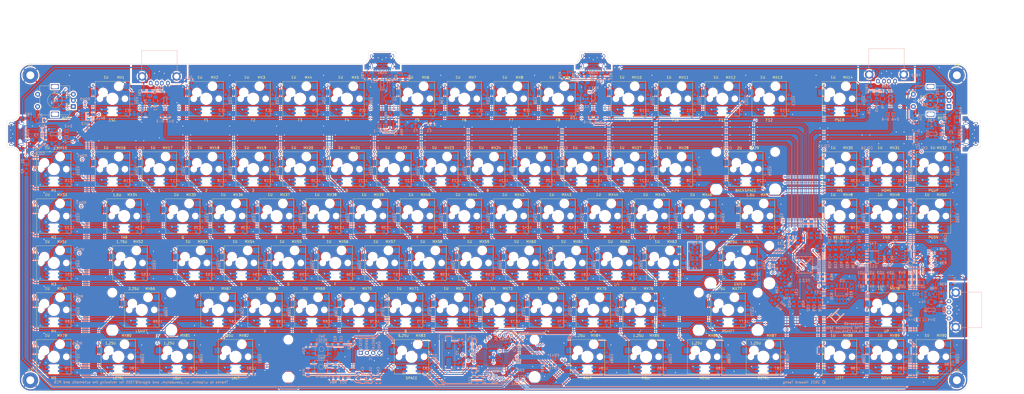
<source format=kicad_pcb>
(kicad_pcb (version 20171130) (host pcbnew "(5.1.10)-1")
  (layers (0 F.Cu signal) (31 B.Cu signal) (34 B.Paste user) (35 F.Paste user) (36 B.SilkS user) (37 F.SilkS user) (38 B.Mask user) (39 F.Mask user) (44 Edge.Cuts user))
  (net 0 "")
  (net 1 GND)
  (net 2 KEYBOARD_XTAL1)
  (net 3 KEYBOARD_XTAL2)
  (net 4 XRSTJ)
  (net 5 +3V3)
  (net 6 +1V8)
  (net 7 HUB_XIN)
  (net 8 HUB_XOUT)
  (net 9 HUB_DRV)
  (net 10 "Net-(D10-Pad1)")
  (net 11 Earth)
  (net 12 KEYBOARD_RESET)
  (net 13 COL2)
  (net 14 COL1)
  (net 15 COL3)
  (net 16 "Net-(KD1-Pad2)")
  (net 17 ROW2)
  (net 18 "Net-(KD2-Pad2)")
  (net 19 ROW4)
  (net 20 "Net-(KD3-Pad2)")
  (net 21 "Net-(KD4-Pad2)")
  (net 22 "Net-(KD5-Pad2)")
  (net 23 "Net-(KD6-Pad2)")
  (net 24 ROT1_ROW)
  (net 25 "Net-(KD7-Pad2)")
  (net 26 ROW3)
  (net 27 "Net-(KD8-Pad2)")
  (net 28 ROW5)
  (net 29 "Net-(KD9-Pad2)")
  (net 30 "Net-(KD10-Pad2)")
  (net 31 "Net-(KD11-Pad2)")
  (net 32 "Net-(KD12-Pad2)")
  (net 33 "Net-(KD13-Pad2)")
  (net 34 "Net-(KD14-Pad2)")
  (net 35 "Net-(KD15-Pad2)")
  (net 36 "Net-(KD16-Pad2)")
  (net 37 "Net-(KD17-Pad2)")
  (net 38 "Net-(KD18-Pad2)")
  (net 39 "Net-(KD19-Pad2)")
  (net 40 "Net-(KD20-Pad2)")
  (net 41 "Net-(KD21-Pad2)")
  (net 42 "Net-(KD22-Pad2)")
  (net 43 "Net-(KD23-Pad2)")
  (net 44 "Net-(KD24-Pad2)")
  (net 45 "Net-(KD25-Pad2)")
  (net 46 "Net-(KD26-Pad2)")
  (net 47 "Net-(KD27-Pad2)")
  (net 48 "Net-(KD28-Pad2)")
  (net 49 "Net-(KD29-Pad2)")
  (net 50 "Net-(KD30-Pad2)")
  (net 51 "Net-(KD31-Pad2)")
  (net 52 "Net-(KD32-Pad2)")
  (net 53 "Net-(KD33-Pad2)")
  (net 54 "Net-(KD34-Pad2)")
  (net 55 "Net-(KD35-Pad2)")
  (net 56 "Net-(KD36-Pad2)")
  (net 57 "Net-(KD37-Pad2)")
  (net 58 "Net-(KD38-Pad2)")
  (net 59 "Net-(KD39-Pad2)")
  (net 60 "Net-(KD40-Pad2)")
  (net 61 "Net-(KD41-Pad2)")
  (net 62 "Net-(KD42-Pad2)")
  (net 63 "Net-(KD43-Pad2)")
  (net 64 "Net-(KD44-Pad2)")
  (net 65 "Net-(KD45-Pad2)")
  (net 66 "Net-(KD46-Pad2)")
  (net 67 "Net-(KD47-Pad2)")
  (net 68 "Net-(KD48-Pad2)")
  (net 69 "Net-(KD49-Pad2)")
  (net 70 "Net-(KD50-Pad2)")
  (net 71 "Net-(KD51-Pad2)")
  (net 72 "Net-(KD52-Pad2)")
  (net 73 "Net-(KD53-Pad2)")
  (net 74 "Net-(KD54-Pad2)")
  (net 75 "Net-(KD55-Pad2)")
  (net 76 "Net-(KD56-Pad2)")
  (net 77 "Net-(KD57-Pad2)")
  (net 78 "Net-(KD58-Pad2)")
  (net 79 "Net-(KD59-Pad2)")
  (net 80 "Net-(KD60-Pad2)")
  (net 81 "Net-(KD61-Pad2)")
  (net 82 "Net-(KD62-Pad2)")
  (net 83 "Net-(KD63-Pad2)")
  (net 84 "Net-(KD64-Pad2)")
  (net 85 "Net-(KD65-Pad2)")
  (net 86 "Net-(KD66-Pad2)")
  (net 87 "Net-(KD67-Pad2)")
  (net 88 "Net-(KD68-Pad2)")
  (net 89 "Net-(KD69-Pad2)")
  (net 90 "Net-(KD70-Pad2)")
  (net 91 "Net-(KD71-Pad2)")
  (net 92 "Net-(KD72-Pad2)")
  (net 93 "Net-(KD73-Pad2)")
  (net 94 "Net-(KD74-Pad2)")
  (net 95 "Net-(KD75-Pad2)")
  (net 96 "Net-(KD76-Pad2)")
  (net 97 "Net-(KD77-Pad2)")
  (net 98 "Net-(KD78-Pad2)")
  (net 99 "Net-(KD79-Pad2)")
  (net 100 "Net-(KD80-Pad2)")
  (net 101 "Net-(KD81-Pad2)")
  (net 102 "Net-(KD82-Pad2)")
  (net 103 "Net-(KD83-Pad2)")
  (net 104 "Net-(KD84-Pad2)")
  (net 105 "Net-(KD85-Pad2)")
  (net 106 "Net-(KD86-Pad2)")
  (net 107 "Net-(KD87-Pad2)")
  (net 108 "Net-(KD88-Pad2)")
  (net 109 "Net-(KD89-Pad2)")
  (net 110 "Net-(KD90-Pad2)")
  (net 111 DOUT1)
  (net 112 DOUT2)
  (net 113 DOUT3)
  (net 114 DOUT4)
  (net 115 DOUT5)
  (net 116 COL0)
  (net 117 COL4)
  (net 118 COL5)
  (net 119 COL6)
  (net 120 COL7)
  (net 121 COL8)
  (net 122 KEYBOARD_SDA)
  (net 123 KEYBOARD_SCL)
  (net 124 BKL_DATA_IN)
  (net 125 ENCODER_A)
  (net 126 ENCODER_B1)
  (net 127 KEYBOARD_D+)
  (net 128 KEYBOARD_D-)
  (net 129 HUB_D+)
  (net 130 HUB_D-)
  (net 131 VBUSM)
  (net 132 HUB_LED1)
  (net 133 HUB_LED2)
  (net 134 HUB_LED3)
  (net 135 HUB_LED4)
  (net 136 HUB_LED5)
  (net 137 HUB_LED6)
  (net 138 HUB_LED7)
  (net 139 HUB_PORT5_D-)
  (net 140 HUB_PORT5_D+)
  (net 141 HUB_PORT6_D-)
  (net 142 HUB_PORT6_D+)
  (net 143 HUB_PORT7_D-)
  (net 144 HUB_PORT7_D+)
  (net 145 HUB_PORT2_D+)
  (net 146 HUB_PORT2_D-)
  (net 147 HUB_PORT3_D+)
  (net 148 HUB_PORT3_D-)
  (net 149 HUB_PORT4_D+)
  (net 150 HUB_PORT4_D-)
  (net 151 HUB_SDA)
  (net 152 "Net-(USB1-Pad3)")
  (net 153 "Net-(USB1-Pad9)")
  (net 154 "Net-(USB2-Pad3)")
  (net 155 "Net-(USB2-Pad9)")
  (net 156 BOOT0)
  (net 157 COL17)
  (net 158 COL16)
  (net 159 ROW1)
  (net 160 COL9)
  (net 161 COL10)
  (net 162 COL11)
  (net 163 COL12)
  (net 164 COL13)
  (net 165 COL14)
  (net 166 COL15)
  (net 167 ENCODER_B2)
  (net 168 BKL_DATA_IN_3V3)
  (net 169 "Net-(MX1-Pad5)")
  (net 170 "Net-(MX1-Pad4)")
  (net 171 "Net-(MX2-Pad5)")
  (net 172 "Net-(MX3-Pad5)")
  (net 173 "Net-(MX4-Pad5)")
  (net 174 "Net-(MX5-Pad5)")
  (net 175 "Net-(MX6-Pad5)")
  (net 176 "Net-(MX7-Pad5)")
  (net 177 "Net-(MX8-Pad5)")
  (net 178 "Net-(MX10-Pad4)")
  (net 179 "Net-(MX10-Pad5)")
  (net 180 "Net-(MX11-Pad5)")
  (net 181 "Net-(MX12-Pad5)")
  (net 182 "Net-(MX13-Pad5)")
  (net 183 "Net-(MX15-Pad5)")
  (net 184 "Net-(MX16-Pad5)")
  (net 185 "Net-(MX17-Pad5)")
  (net 186 "Net-(MX18-Pad5)")
  (net 187 "Net-(MX19-Pad5)")
  (net 188 "Net-(MX20-Pad5)")
  (net 189 "Net-(MX21-Pad5)")
  (net 190 "Net-(MX22-Pad5)")
  (net 191 "Net-(MX23-Pad5)")
  (net 192 "Net-(MX24-Pad5)")
  (net 193 "Net-(MX25-Pad5)")
  (net 194 "Net-(MX26-Pad5)")
  (net 195 "Net-(MX27-Pad5)")
  (net 196 "Net-(MX28-Pad5)")
  (net 197 "Net-(MX29-Pad5)")
  (net 198 "Net-(MX30-Pad5)")
  (net 199 "Net-(MX31-Pad5)")
  (net 200 "Net-(MX33-Pad5)")
  (net 201 "Net-(MX34-Pad5)")
  (net 202 "Net-(MX35-Pad5)")
  (net 203 "Net-(MX36-Pad5)")
  (net 204 "Net-(MX37-Pad5)")
  (net 205 "Net-(MX38-Pad5)")
  (net 206 "Net-(MX39-Pad5)")
  (net 207 "Net-(MX40-Pad5)")
  (net 208 "Net-(MX41-Pad5)")
  (net 209 "Net-(MX42-Pad5)")
  (net 210 "Net-(MX43-Pad5)")
  (net 211 "Net-(MX44-Pad5)")
  (net 212 "Net-(MX45-Pad5)")
  (net 213 "Net-(MX46-Pad5)")
  (net 214 "Net-(MX47-Pad5)")
  (net 215 "Net-(MX48-Pad5)")
  (net 216 "Net-(MX49-Pad5)")
  (net 217 "Net-(MX51-Pad5)")
  (net 218 "Net-(MX52-Pad5)")
  (net 219 "Net-(MX53-Pad5)")
  (net 220 "Net-(MX54-Pad5)")
  (net 221 "Net-(MX55-Pad5)")
  (net 222 "Net-(MX56-Pad5)")
  (net 223 "Net-(MX57-Pad5)")
  (net 224 "Net-(MX58-Pad5)")
  (net 225 "Net-(MX59-Pad5)")
  (net 226 "Net-(MX60-Pad5)")
  (net 227 "Net-(MX61-Pad5)")
  (net 228 "Net-(MX62-Pad5)")
  (net 229 "Net-(MX63-Pad5)")
  (net 230 "Net-(MX65-Pad5)")
  (net 231 "Net-(MX66-Pad5)")
  (net 232 "Net-(MX67-Pad5)")
  (net 233 "Net-(MX68-Pad5)")
  (net 234 "Net-(MX69-Pad5)")
  (net 235 "Net-(MX70-Pad5)")
  (net 236 "Net-(MX71-Pad5)")
  (net 237 "Net-(MX72-Pad5)")
  (net 238 "Net-(MX73-Pad5)")
  (net 239 "Net-(MX74-Pad5)")
  (net 240 "Net-(MX75-Pad5)")
  (net 241 "Net-(MX76-Pad5)")
  (net 242 "Net-(MX77-Pad5)")
  (net 243 "Net-(MX79-Pad5)")
  (net 244 "Net-(MX80-Pad5)")
  (net 245 "Net-(MX81-Pad5)")
  (net 246 "Net-(MX82-Pad5)")
  (net 247 "Net-(MX83-Pad5)")
  (net 248 "Net-(MX84-Pad5)")
  (net 249 "Net-(MX85-Pad5)")
  (net 250 "Net-(MX86-Pad5)")
  (net 251 "Net-(MX87-Pad5)")
  (net 252 "Net-(MX88-Pad5)")
  (net 253 "Net-(MX89-Pad5)")
  (net 254 "Net-(MX90-Pad5)")
  (net 255 "Net-(C6-Pad1)")
  (net 256 "Net-(D3-Pad2)")
  (net 257 "Net-(USB5-Pad3)")
  (net 258 "Net-(USB5-Pad9)")
  (net 259 "Net-(USB7-Pad3)")
  (net 260 "Net-(USB7-Pad9)")
  (net 261 "Net-(R37-Pad1)")
  (net 262 "Net-(R46-Pad1)")
  (net 263 PORT1-4_PWR)
  (net 264 OVCJ1)
  (net 265 PWRJ)
  (net 266 OVCJ5)
  (net 267 PORT5-7PWR)
  (net 268 "Net-(D5-Pad1)")
  (net 269 "Net-(D7-Pad1)")
  (net 270 "Net-(D1-Pad1)")
  (net 271 "Net-(D6-Pad1)")
  (net 272 "Net-(D8-Pad1)")
  (net 273 "Net-(D9-Pad1)")
  (net 274 "Net-(D1-Pad2)")
  (net 275 "Net-(D6-Pad2)")
  (net 276 "Net-(D8-Pad2)")
  (net 277 +5V)
  (net 278 "Net-(C25-Pad1)")
  (net 279 "Net-(C34-Pad1)")
  (net 280 "Net-(D4-Pad2)")
  (net 281 "Net-(D5-Pad2)")
  (net 282 "Net-(D7-Pad2)")
  (net 283 SWCLK)
  (net 284 SWDIO)
  (net 285 BOOT1)
  (net 286 HUB_PORT1_D-)
  (net 287 HUB_PORT1_D+)
  (net 288 KEYBOARD_5V)
  (net 289 VBUS)
  (net 290 "Net-(R36-Pad2)")
  (net 291 "Net-(FE2.1-Pad27)")
  (net 292 "Net-(C4-Pad1)")
  (net 293 "Net-(C8-Pad2)")
  (net 294 "Net-(C9-Pad1)")
  (net 295 "Net-(C10-Pad2)")
  (net 296 "Net-(C11-Pad1)")
  (net 297 "Net-(C12-Pad1)")
  (net 298 "Net-(C17-Pad1)")
  (net 299 "Net-(C30-Pad1)")
  (net 300 "Net-(C41-Pad1)")
  (net 301 "Net-(D2-Pad1)")
  (net 302 "Net-(D9-Pad2)")
  (net 303 "Net-(F8-Pad2)")
  (net 304 "Net-(R7-Pad2)")
  (net 305 "Net-(R12-Pad1)")
  (net 306 "Net-(R13-Pad1)")
  (net 307 "Net-(R14-Pad2)")
  (net 308 "Net-(R24-Pad2)")
  (net 309 "Net-(R33-Pad2)")
  (net 310 "Net-(R44-Pad1)")
  (net 311 "Net-(R47-Pad1)")
  (net 312 "Net-(R49-Pad1)")
  (net 313 "Net-(R50-Pad2)")
  (net 314 "Net-(R54-Pad1)")
  (net 315 "Net-(R56-Pad2)")
  (net 316 "Net-(R59-Pad1)")
  (net 317 "Net-(U1-Pad3)")
  (net 318 "Net-(D11-Pad1)")
  (net 319 "Net-(D12-Pad2)")
  (net 320 "Net-(D12-Pad1)")
  (net 321 "Net-(D+1-Pad1)")
  (net 322 "Net-(D+2-Pad1)")
  (net 323 "Net-(D+3-Pad1)")
  (net 324 "Net-(D+4-Pad1)")
  (net 325 "Net-(D+5-Pad1)")
  (net 326 "Net-(D-1-Pad1)")
  (net 327 "Net-(D-2-Pad1)")
  (net 328 "Net-(D-3-Pad1)")
  (net 329 "Net-(D-4-Pad1)")
  (net 330 "Net-(D-5-Pad1)")
  (net 331 "Net-(R19-Pad2)")
  (net 332 "Net-(D+6-Pad1)")
  (net 333 "Net-(D+7-Pad1)")
  (net 334 "Net-(D-6-Pad1)")
  (net 335 "Net-(D-7-Pad1)")
  (module Package_QFP:LQFP-48_7x7mm_P0.5mm (layer B.Cu) (at 268.2706 273.0328)
    (fp_text reference U14 (at 0 5.85) (layer B.SilkS) (effects (justify mirror)))
    (fp_text value STM32F103C8Tx)
    (pad 48 smd roundrect (at -2.75 4.1625) (size 0.3 1.475) (layers B.Cu B.Paste B.Mask) (net 5 +3V3))
    (pad 47 smd roundrect (at -2.25 4.1625) (size 0.3 1.475) (layers B.Cu B.Paste B.Mask) (net 1 GND))
    (pad 46 smd roundrect (at -1.75 4.1625) (size 0.3 1.475) (layers B.Cu B.Paste B.Mask) (net 24 ROT1_ROW))
    (pad 45 smd roundrect (at -1.25 4.1625) (size 0.3 1.475) (layers B.Cu B.Paste B.Mask) (net 159 ROW1))
    (pad 44 smd roundrect (at -0.75 4.1625) (size 0.3 1.475) (layers B.Cu B.Paste B.Mask) (net 156 BOOT0))
    (pad 43 smd roundrect (at -0.25 4.1625) (size 0.3 1.475) (layers B.Cu B.Paste B.Mask) (net 122 KEYBOARD_SDA))
    (pad 42 smd roundrect (at 0.25 4.1625) (size 0.3 1.475) (layers B.Cu B.Paste B.Mask) (net 123 KEYBOARD_SCL))
    (pad 41 smd roundrect (at 0.75 4.1625) (size 0.3 1.475) (layers B.Cu B.Paste B.Mask) (net 17 ROW2))
    (pad 40 smd roundrect (at 1.25 4.1625) (size 0.3 1.475) (layers B.Cu B.Paste B.Mask) (net 26 ROW3))
    (pad 39 smd roundrect (at 1.75 4.1625) (size 0.3 1.475) (layers B.Cu B.Paste B.Mask) (net 19 ROW4))
    (pad 38 smd roundrect (at 2.25 4.1625) (size 0.3 1.475) (layers B.Cu B.Paste B.Mask) (net 28 ROW5))
    (pad 37 smd roundrect (at 2.75 4.1625) (size 0.3 1.475) (layers B.Cu B.Paste B.Mask) (net 283 SWCLK))
    (pad 36 smd roundrect (at 4.1625 2.75) (size 1.475 0.3) (layers B.Cu B.Paste B.Mask) (net 5 +3V3))
    (pad 35 smd roundrect (at 4.1625 2.25) (size 1.475 0.3) (layers B.Cu B.Paste B.Mask) (net 1 GND))
    (pad 34 smd roundrect (at 4.1625 1.75) (size 1.475 0.3) (layers B.Cu B.Paste B.Mask) (net 284 SWDIO))
    (pad 33 smd roundrect (at 4.1625 1.25) (size 1.475 0.3) (layers B.Cu B.Paste B.Mask) (net 127 KEYBOARD_D+))
    (pad 32 smd roundrect (at 4.1625 0.75) (size 1.475 0.3) (layers B.Cu B.Paste B.Mask) (net 128 KEYBOARD_D-))
    (pad 31 smd roundrect (at 4.1625 0.25) (size 1.475 0.3) (layers B.Cu B.Paste B.Mask) (net 168 BKL_DATA_IN_3V3))
    (pad 30 smd roundrect (at 4.1625 -0.25) (size 1.475 0.3) (layers B.Cu B.Paste B.Mask) (net 157 COL17))
    (pad 29 smd roundrect (at 4.1625 -0.75) (size 1.475 0.3) (layers B.Cu B.Paste B.Mask) (net 158 COL16))
    (pad 28 smd roundrect (at 4.1625 -1.25) (size 1.475 0.3) (layers B.Cu B.Paste B.Mask) (net 166 COL15))
    (pad 27 smd roundrect (at 4.1625 -1.75) (size 1.475 0.3) (layers B.Cu B.Paste B.Mask) (net 165 COL14))
    (pad 26 smd roundrect (at 4.1625 -2.25) (size 1.475 0.3) (layers B.Cu B.Paste B.Mask) (net 164 COL13))
    (pad 25 smd roundrect (at 4.1625 -2.75) (size 1.475 0.3) (layers B.Cu B.Paste B.Mask) (net 163 COL12))
    (pad 24 smd roundrect (at 2.75 -4.1625) (size 0.3 1.475) (layers B.Cu B.Paste B.Mask) (net 5 +3V3))
    (pad 23 smd roundrect (at 2.25 -4.1625) (size 0.3 1.475) (layers B.Cu B.Paste B.Mask) (net 1 GND))
    (pad 22 smd roundrect (at 1.75 -4.1625) (size 0.3 1.475) (layers B.Cu B.Paste B.Mask) (net 162 COL11))
    (pad 21 smd roundrect (at 1.25 -4.1625) (size 0.3 1.475) (layers B.Cu B.Paste B.Mask) (net 161 COL10))
    (pad 20 smd roundrect (at 0.75 -4.1625) (size 0.3 1.475) (layers B.Cu B.Paste B.Mask) (net 285 BOOT1))
    (pad 19 smd roundrect (at 0.25 -4.1625) (size 0.3 1.475) (layers B.Cu B.Paste B.Mask) (net 167 ENCODER_B2))
    (pad 18 smd roundrect (at -0.25 -4.1625) (size 0.3 1.475) (layers B.Cu B.Paste B.Mask) (net 126 ENCODER_B1))
    (pad 17 smd roundrect (at -0.75 -4.1625) (size 0.3 1.475) (layers B.Cu B.Paste B.Mask) (net 125 ENCODER_A))
    (pad 16 smd roundrect (at -1.25 -4.1625) (size 0.3 1.475) (layers B.Cu B.Paste B.Mask) (net 160 COL9))
    (pad 15 smd roundrect (at -1.75 -4.1625) (size 0.3 1.475) (layers B.Cu B.Paste B.Mask) (net 121 COL8))
    (pad 14 smd roundrect (at -2.25 -4.1625) (size 0.3 1.475) (layers B.Cu B.Paste B.Mask) (net 120 COL7))
    (pad 13 smd roundrect (at -2.75 -4.1625) (size 0.3 1.475) (layers B.Cu B.Paste B.Mask) (net 119 COL6))
    (pad 12 smd roundrect (at -4.1625 -2.75) (size 1.475 0.3) (layers B.Cu B.Paste B.Mask) (net 118 COL5))
    (pad 11 smd roundrect (at -4.1625 -2.25) (size 1.475 0.3) (layers B.Cu B.Paste B.Mask) (net 117 COL4))
    (pad 10 smd roundrect (at -4.1625 -1.75) (size 1.475 0.3) (layers B.Cu B.Paste B.Mask) (net 15 COL3))
    (pad 9 smd roundrect (at -4.1625 -1.25) (size 1.475 0.3) (layers B.Cu B.Paste B.Mask) (net 5 +3V3))
    (pad 8 smd roundrect (at -4.1625 -0.75) (size 1.475 0.3) (layers B.Cu B.Paste B.Mask) (net 1 GND))
    (pad 7 smd roundrect (at -4.1625 -0.25) (size 1.475 0.3) (layers B.Cu B.Paste B.Mask) (net 12 KEYBOARD_RESET))
    (pad 6 smd roundrect (at -4.1625 0.25) (size 1.475 0.3) (layers B.Cu B.Paste B.Mask) (net 3 KEYBOARD_XTAL2))
    (pad 5 smd roundrect (at -4.1625 0.75) (size 1.475 0.3) (layers B.Cu B.Paste B.Mask) (net 2 KEYBOARD_XTAL1))
    (pad 4 smd roundrect (at -4.1625 1.25) (size 1.475 0.3) (layers B.Cu B.Paste B.Mask) (net 14 COL1))
    (pad 3 smd roundrect (at -4.1625 1.75) (size 1.475 0.3) (layers B.Cu B.Paste B.Mask) (net 116 COL0))
    (pad 2 smd roundrect (at -4.1625 2.25) (size 1.475 0.3) (layers B.Cu B.Paste B.Mask) (net 13 COL2))
    (pad 1 smd roundrect (at -4.1625 2.75) (size 1.475 0.3) (layers B.Cu B.Paste B.Mask) (net 5 +3V3))
  )
  (module custom-footprints:CherryMX_1.25u_PCB_KailhSocket_LTST-A683CEGBW (layer F.Cu) (at 305.5745 273.0328)
    (fp_text reference MX84 (at 3.3655 -8.636) (layer F.SilkS))
    (fp_text value RALT (at 0 8.6625) (layer F.SilkS))
    (fp_line (start -1.7 6.55) (end -1.7 3.55) (layer Edge.Cuts) (width 0.05))
    (fp_line (start 1.7 6.55) (end -1.7 6.55) (layer Edge.Cuts) (width 0.05))
    (fp_line (start 1.7 3.55) (end 1.7 6.55) (layer Edge.Cuts) (width 0.05))
    (fp_line (start -1.7 3.55) (end 1.7 3.55) (layer Edge.Cuts) (width 0.05))
    (fp_text user 1.25U (at -3.1115 -8.5725) (layer F.SilkS))
    (pad 6 smd rect (at 2.6 5.8) (size 1.8 0.9) (layers B.Cu B.Paste B.Mask) (net 277 +5V))
    (pad 5 smd rect (at 2.6 4.3) (size 1.8 0.9) (layers B.Cu B.Paste B.Mask) (net 248 "Net-(MX84-Pad5)"))
    (pad 4 smd rect (at -2.6 5.8) (size 1.8 0.9) (layers B.Cu B.Paste B.Mask) (net 247 "Net-(MX83-Pad5)"))
    (pad 3 smd rect (at -2.6 4.3) (size 1.8 0.9) (layers B.Cu B.Paste B.Mask) (net 1 GND))
    (pad 2 smd rect (at 6.015 -5.08) (size 2.55 2.5) (layers B.Cu B.Paste B.Mask) (net 104 "Net-(KD84-Pad2)"))
    (pad 1 smd rect (at -7.41 -2.54) (size 2.55 2.5) (layers B.Cu B.Paste B.Mask) (net 161 COL10))
    (pad "" np_thru_hole circle (at 2.54 -5.08) (size 3 3) (drill 3) (layers *.Cu *.Mask))
    (pad "" np_thru_hole circle (at -3.81 -2.54) (size 3 3) (drill 3) (layers *.Cu *.Mask))
    (pad "" np_thru_hole circle (at 5.08 0) (size 1.75 1.75) (drill 1.75) (layers *.Cu *.Mask))
    (pad "" np_thru_hole circle (at -5.08 0) (size 1.75 1.75) (drill 1.75) (layers *.Cu *.Mask))
    (pad "" np_thru_hole circle (at 0 0) (size 4 4) (drill 4) (layers *.Cu *.Mask))
  )
  (module custom-footprints:CherryMX_1.00u_PCB_KailhSocket_LTST-A683CEGBW (layer F.Cu) (at 407.9618 168.2644)
    (fp_text reference MX14 (at 3.3655 -8.636) (layer F.SilkS))
    (fp_text value PSCR (at 0 8.6625) (layer F.SilkS))
    (fp_line (start -1.7 3.55) (end 1.7 3.55) (layer Edge.Cuts) (width 0.05))
    (fp_line (start 1.7 3.55) (end 1.7 6.55) (layer Edge.Cuts) (width 0.05))
    (fp_line (start 1.7 6.55) (end -1.7 6.55) (layer Edge.Cuts) (width 0.05))
    (fp_line (start -1.7 6.55) (end -1.7 3.55) (layer Edge.Cuts) (width 0.05))
    (fp_text user 1U (at -2.6035 -8.6995) (layer F.SilkS))
    (pad 6 smd rect (at 2.6 5.8) (size 1.8 0.9) (layers B.Cu B.Paste B.Mask) (net 277 +5V))
    (pad 5 smd rect (at 2.6 4.3) (size 1.8 0.9) (layers B.Cu B.Paste B.Mask) (net 111 DOUT1))
    (pad 4 smd rect (at -2.6 5.8) (size 1.8 0.9) (layers B.Cu B.Paste B.Mask) (net 182 "Net-(MX13-Pad5)"))
    (pad 3 smd rect (at -2.6 4.3) (size 1.8 0.9) (layers B.Cu B.Paste B.Mask) (net 1 GND))
    (pad 2 smd rect (at 6.015 -5.08) (size 2.55 2.5) (layers B.Cu B.Paste B.Mask) (net 34 "Net-(KD14-Pad2)"))
    (pad 1 smd rect (at -7.41 -2.54) (size 2.55 2.5) (layers B.Cu B.Paste B.Mask) (net 166 COL15))
    (pad "" np_thru_hole circle (at 2.54 -5.08) (size 3 3) (drill 3) (layers *.Cu *.Mask))
    (pad "" np_thru_hole circle (at -3.81 -2.54) (size 3 3) (drill 3) (layers *.Cu *.Mask))
    (pad "" np_thru_hole circle (at 5.08 0) (size 1.75 1.75) (drill 1.75) (layers *.Cu *.Mask))
    (pad "" np_thru_hole circle (at -5.08 0) (size 1.75 1.75) (drill 1.75) (layers *.Cu *.Mask))
    (pad "" np_thru_hole circle (at 0 0) (size 4 4) (drill 4) (layers *.Cu *.Mask))
  )
  (module Resistor_SMD:R_0805_2012Metric (layer B.Cu) (at 277.795 267.4769 180)
    (fp_text reference R27 (at 0 -1.5874) (layer B.SilkS) (effects (justify mirror)))
    (fp_text value 10k)
    (pad 2 smd roundrect (at 0.9125 0 180) (size 1.025 1.4) (layers B.Cu B.Paste B.Mask) (roundrect_rratio 0.2439004878048781) (net 285 BOOT1))
    (pad 1 smd roundrect (at -0.9125 0 180) (size 1.025 1.4) (layers B.Cu B.Paste B.Mask) (roundrect_rratio 0.2439004878048781) (net 1 GND))
  )
  (module Resistor_SMD:R_0805_2012Metric (layer B.Cu) (at 230.173 178.5825 270)
    (fp_text reference R65 (at 3.1748 0 90) (layer B.SilkS) (effects (justify mirror)))
    (fp_text value 330)
    (pad 2 smd roundrect (at 0.9125 0 270) (size 1.025 1.4) (layers B.Cu B.Paste B.Mask) (roundrect_rratio 0.2439004878048781) (net 320 "Net-(D12-Pad1)"))
    (pad 1 smd roundrect (at -0.9125 0 270) (size 1.025 1.4) (layers B.Cu B.Paste B.Mask) (roundrect_rratio 0.2439004878048781) (net 1 GND))
  )
  (module LED_SMD:LED_0805_2012Metric (layer B.Cu) (at 227.7919 178.5825 90)
    (fp_text reference D12 (at -3.1748 0 90) (layer B.SilkS) (effects (justify mirror)))
    (fp_text value Red)
    (pad 2 smd roundrect (at 0.9375 0 90) (size 0.975 1.4) (layers B.Cu B.Paste B.Mask) (net 319 "Net-(D12-Pad2)"))
    (pad 1 smd roundrect (at -0.9375 0 90) (size 0.975 1.4) (layers B.Cu B.Paste B.Mask) (net 320 "Net-(D12-Pad1)"))
  )
  (module Resistor_SMD:R_0805_2012Metric (layer B.Cu) (at 202.3935 281.8085)
    (fp_text reference R64 (at 0 1.65) (layer B.SilkS) (effects (justify mirror)))
    (fp_text value 330)
    (pad 2 smd roundrect (at 0.9125 0) (size 1.025 1.4) (layers B.Cu B.Paste B.Mask) (roundrect_rratio 0.2439004878048781) (net 318 "Net-(D11-Pad1)"))
    (pad 1 smd roundrect (at -0.9125 0) (size 1.025 1.4) (layers B.Cu B.Paste B.Mask) (roundrect_rratio 0.2439004878048781) (net 1 GND))
  )
  (module LED_SMD:LED_0805_2012Metric (layer B.Cu) (at 206.362 281.7635)
    (fp_text reference D11 (at 0 1.65) (layer B.SilkS) (effects (justify mirror)))
    (fp_text value Red)
    (pad 2 smd roundrect (at 0.9375 0) (size 0.975 1.4) (layers B.Cu B.Paste B.Mask) (net 288 KEYBOARD_5V))
    (pad 1 smd roundrect (at -0.9375 0) (size 0.975 1.4) (layers B.Cu B.Paste B.Mask) (net 318 "Net-(D11-Pad1)"))
  )
  (module custom-footprints:logo (layer F.Cu) (at 406.3744 253.1903)
    (fp_text reference LOGO0 hide)
    (fp_text value Logo hide)
  )
  (module custom-footprints:CherryMX_2.25u_PCB_KailhSocket_LTST-A683CEGBW (layer F.Cu) (at 367.4831 234.9352)
    (fp_text reference MX64 (at 3.4036 -8.5852) (layer F.SilkS))
    (fp_text value ENTER (at 0 8.6625) (layer F.SilkS))
    (fp_line (start -1.7 3.55) (end 1.7 3.55) (layer Edge.Cuts) (width 0.05))
    (fp_line (start 1.7 3.55) (end 1.7 6.55) (layer Edge.Cuts) (width 0.05))
    (fp_line (start 1.7 6.55) (end -1.7 6.55) (layer Edge.Cuts) (width 0.05))
    (fp_line (start -1.7 6.55) (end -1.7 3.55) (layer Edge.Cuts) (width 0.05))
    (fp_text user 2.25U (at -3.2512 -8.5725) (layer F.SilkS))
    (pad "" np_thru_hole circle (at 11.938 -6.985) (size 3.048 3.048) (drill 3.048) (layers *.Cu *.Mask))
    (pad "" np_thru_hole circle (at -11.938 -6.985) (size 3.048 3.048) (drill 3.048) (layers *.Cu *.Mask))
    (pad "" np_thru_hole circle (at 11.938 8.255) (size 3.9878 3.9878) (drill 3.9878) (layers *.Cu *.Mask))
    (pad "" np_thru_hole circle (at -11.938 8.255) (size 3.9878 3.9878) (drill 3.9878) (layers *.Cu *.Mask))
    (pad 6 smd rect (at 2.6 5.8) (size 1.8 0.9) (layers B.Cu B.Paste B.Mask) (net 277 +5V))
    (pad 5 smd rect (at 2.6 4.3) (size 1.8 0.9) (layers B.Cu B.Paste B.Mask) (net 114 DOUT4))
    (pad 4 smd rect (at -2.6 5.8) (size 1.8 0.9) (layers B.Cu B.Paste B.Mask) (net 229 "Net-(MX63-Pad5)"))
    (pad 3 smd rect (at -2.6 4.3) (size 1.8 0.9) (layers B.Cu B.Paste B.Mask) (net 1 GND))
    (pad 2 smd rect (at 6.015 -5.08) (size 2.55 2.5) (layers B.Cu B.Paste B.Mask) (net 84 "Net-(KD64-Pad2)"))
    (pad 1 smd rect (at -7.41 -2.54) (size 2.55 2.5) (layers B.Cu B.Paste B.Mask) (net 165 COL14))
    (pad "" np_thru_hole circle (at 2.54 -5.08) (size 3 3) (drill 3) (layers *.Cu *.Mask))
    (pad "" np_thru_hole circle (at -3.81 -2.54) (size 3 3) (drill 3) (layers *.Cu *.Mask))
    (pad "" np_thru_hole circle (at 5.08 0) (size 1.75 1.75) (drill 1.75) (layers *.Cu *.Mask))
    (pad "" np_thru_hole circle (at -5.08 0) (size 1.75 1.75) (drill 1.75) (layers *.Cu *.Mask))
    (pad "" np_thru_hole circle (at 0 0) (size 4 4) (drill 4) (layers *.Cu *.Mask))
  )
  (module custom-footprints:FE2.1 (layer B.Cu) (at 393.6752 235.7289 180)
    (fp_text reference FE2.1 (at -2.3811 -6.3496) (layer B.SilkS) (effects (font (size 1.143 1.143) (thickness 0.152)) (justify left mirror)))
    (fp_text value FE2.1 hide)
    (pad 1 smd oval (at -2.75 -4.25 180) (size 0.27 1.5) (layers B.Cu B.Paste B.Mask) (net 9 HUB_DRV))
    (pad 2 smd oval (at -2.25 -4.25 180) (size 0.27 1.5) (layers B.Cu B.Paste B.Mask) (net 151 HUB_SDA))
    (pad 3 smd oval (at -1.75 -4.25 180) (size 0.27 1.5) (layers B.Cu B.Paste B.Mask) (net 132 HUB_LED1))
    (pad 4 smd oval (at -1.25 -4.25 180) (size 0.27 1.5) (layers B.Cu B.Paste B.Mask) (net 133 HUB_LED2))
    (pad 5 smd oval (at -0.75 -4.25 180) (size 0.27 1.5) (layers B.Cu B.Paste B.Mask) (net 134 HUB_LED3))
    (pad 6 smd oval (at -0.25 -4.25 180) (size 0.27 1.5) (layers B.Cu B.Paste B.Mask) (net 6 +1V8))
    (pad 7 smd oval (at 0.25 -4.25 180) (size 0.27 1.5) (layers B.Cu B.Paste B.Mask) (net 135 HUB_LED4))
    (pad 8 smd oval (at 0.75 -4.25 180) (size 0.27 1.5) (layers B.Cu B.Paste B.Mask) (net 277 +5V))
    (pad 9 smd oval (at 1.25 -4.25 180) (size 0.27 1.5) (layers B.Cu B.Paste B.Mask) (net 5 +3V3))
    (pad 10 smd oval (at 1.75 -4.25 180) (size 0.27 1.5) (layers B.Cu B.Paste B.Mask) (net 1 GND))
    (pad 11 smd oval (at 2.25 -4.25 180) (size 0.27 1.5) (layers B.Cu B.Paste B.Mask) (net 150 HUB_PORT4_D-))
    (pad 12 smd oval (at 2.75 -4.25 180) (size 0.27 1.5) (layers B.Cu B.Paste B.Mask) (net 149 HUB_PORT4_D+))
    (pad 13 smd oval (at 4.25 -2.75 180) (size 1.5 0.27) (layers B.Cu B.Paste B.Mask) (net 148 HUB_PORT3_D-))
    (pad 14 smd oval (at 4.25 -2.25 180) (size 1.5 0.27) (layers B.Cu B.Paste B.Mask) (net 147 HUB_PORT3_D+))
    (pad 15 smd oval (at 4.25 -1.75 180) (size 1.5 0.27) (layers B.Cu B.Paste B.Mask) (net 5 +3V3))
    (pad 16 smd oval (at 4.25 -1.25 180) (size 1.5 0.27) (layers B.Cu B.Paste B.Mask) (net 146 HUB_PORT2_D-))
    (pad 17 smd oval (at 4.25 -0.75 180) (size 1.5 0.27) (layers B.Cu B.Paste B.Mask) (net 145 HUB_PORT2_D+))
    (pad 18 smd oval (at 4.25 -0.25 180) (size 1.5 0.27) (layers B.Cu B.Paste B.Mask) (net 286 HUB_PORT1_D-))
    (pad 19 smd oval (at 4.25 0.25 180) (size 1.5 0.27) (layers B.Cu B.Paste B.Mask) (net 287 HUB_PORT1_D+))
    (pad 20 smd oval (at 4.25 0.75 180) (size 1.5 0.27) (layers B.Cu B.Paste B.Mask) (net 5 +3V3))
    (pad 21 smd oval (at 4.25 1.25 180) (size 1.5 0.27) (layers B.Cu B.Paste B.Mask) (net 5 +3V3))
    (pad 22 smd oval (at 4.25 1.75 180) (size 1.5 0.27) (layers B.Cu B.Paste B.Mask) (net 7 HUB_XIN))
    (pad 23 smd oval (at 4.25 2.25 180) (size 1.5 0.27) (layers B.Cu B.Paste B.Mask) (net 8 HUB_XOUT))
    (pad 24 smd oval (at 4.25 2.75 180) (size 1.5 0.27) (layers B.Cu B.Paste B.Mask) (net 1 GND))
    (pad 25 smd oval (at 2.75 4.25 180) (size 0.27 1.5) (layers B.Cu B.Paste B.Mask) (net 6 +1V8))
    (pad 26 smd oval (at 2.25 4.25 180) (size 0.27 1.5) (layers B.Cu B.Paste B.Mask) (net 5 +3V3))
    (pad 27 smd oval (at 1.75 4.25 180) (size 0.27 1.5) (layers B.Cu B.Paste B.Mask) (net 291 "Net-(FE2.1-Pad27)"))
    (pad 28 smd oval (at 1.25 4.25 180) (size 0.27 1.5) (layers B.Cu B.Paste B.Mask) (net 6 +1V8))
    (pad 29 smd oval (at 0.75 4.25 180) (size 0.27 1.5) (layers B.Cu B.Paste B.Mask) (net 130 HUB_D-))
    (pad 30 smd oval (at 0.25 4.25 180) (size 0.27 1.5) (layers B.Cu B.Paste B.Mask) (net 129 HUB_D+))
    (pad 31 smd oval (at -0.25 4.25 180) (size 0.27 1.5) (layers B.Cu B.Paste B.Mask) (net 5 +3V3))
    (pad 32 smd oval (at -0.75 4.25 180) (size 0.27 1.5) (layers B.Cu B.Paste B.Mask) (net 139 HUB_PORT5_D-))
    (pad 33 smd oval (at -1.25 4.25 180) (size 0.27 1.5) (layers B.Cu B.Paste B.Mask) (net 140 HUB_PORT5_D+))
    (pad 34 smd oval (at -1.75 4.25 180) (size 0.27 1.5) (layers B.Cu B.Paste B.Mask) (net 141 HUB_PORT6_D-))
    (pad 35 smd oval (at -2.25 4.25 180) (size 0.27 1.5) (layers B.Cu B.Paste B.Mask) (net 142 HUB_PORT6_D+))
    (pad 36 smd oval (at -2.75 4.25 180) (size 0.27 1.5) (layers B.Cu B.Paste B.Mask) (net 5 +3V3))
    (pad 37 smd oval (at -4.25 2.75 180) (size 1.5 0.27) (layers B.Cu B.Paste B.Mask) (net 143 HUB_PORT7_D-))
    (pad 38 smd oval (at -4.25 2.25 180) (size 1.5 0.27) (layers B.Cu B.Paste B.Mask) (net 144 HUB_PORT7_D+))
    (pad 39 smd oval (at -4.25 1.75 180) (size 1.5 0.27) (layers B.Cu B.Paste B.Mask) (net 1 GND))
    (pad 40 smd oval (at -4.25 1.25 180) (size 1.5 0.27) (layers B.Cu B.Paste B.Mask) (net 4 XRSTJ))
    (pad 41 smd oval (at -4.25 0.75 180) (size 1.5 0.27) (layers B.Cu B.Paste B.Mask) (net 131 VBUSM))
    (pad 42 smd oval (at -4.25 0.25 180) (size 1.5 0.27) (layers B.Cu B.Paste B.Mask) (net 5 +3V3))
    (pad 43 smd oval (at -4.25 -0.25 180) (size 1.5 0.27) (layers B.Cu B.Paste B.Mask) (net 266 OVCJ5))
    (pad 44 smd oval (at -4.25 -0.75 180) (size 1.5 0.27) (layers B.Cu B.Paste B.Mask) (net 265 PWRJ))
    (pad 45 smd oval (at -4.25 -1.25 180) (size 1.5 0.27) (layers B.Cu B.Paste B.Mask) (net 264 OVCJ1))
    (pad 46 smd oval (at -4.25 -1.75 180) (size 1.5 0.27) (layers B.Cu B.Paste B.Mask) (net 138 HUB_LED7))
    (pad 47 smd oval (at -4.25 -2.25 180) (size 1.5 0.27) (layers B.Cu B.Paste B.Mask) (net 137 HUB_LED6))
    (pad 48 smd oval (at -4.25 -2.75 180) (size 1.5 0.27) (layers B.Cu B.Paste B.Mask) (net 136 HUB_LED5))
  )
  (module Resistor_SMD:R_0805_2012Metric (layer B.Cu) (at 192.0754 270.6517 270)
    (fp_text reference R24 (at 0 1.65 90) (layer B.SilkS) (effects (justify mirror)))
    (fp_text value 330)
    (pad 2 smd roundrect (at 0.9125 0 270) (size 1.025 1.4) (layers B.Cu B.Paste B.Mask) (roundrect_rratio 0.2439004878048781) (net 308 "Net-(R24-Pad2)"))
    (pad 1 smd roundrect (at -0.9125 0 270) (size 1.025 1.4) (layers B.Cu B.Paste B.Mask) (roundrect_rratio 0.2439004878048781) (net 1 GND))
  )
  (module Resistor_SMD:R_0805_2012Metric (layer B.Cu) (at 203.1872 276.2076 270)
    (fp_text reference R25 (at 0 -1.5874 90) (layer B.SilkS) (effects (justify mirror)))
    (fp_text value 10k)
    (pad 2 smd roundrect (at 0.9125 0 270) (size 1.025 1.4) (layers B.Cu B.Paste B.Mask) (roundrect_rratio 0.2439004878048781) (net 1 GND))
    (pad 1 smd roundrect (at -0.9125 0 270) (size 1.025 1.4) (layers B.Cu B.Paste B.Mask) (roundrect_rratio 0.2439004878048781) (net 156 BOOT0))
  )
  (module Resistor_SMD:R_0805_2012Metric (layer B.Cu) (at 192.0754 279.3824 90)
    (fp_text reference R19 (at 0 -1.5874 90) (layer B.SilkS) (effects (justify mirror)))
    (fp_text value 1k)
    (pad 2 smd roundrect (at 0.9125 0 90) (size 1.025 1.4) (layers B.Cu B.Paste B.Mask) (roundrect_rratio 0.2439004878048781) (net 331 "Net-(R19-Pad2)"))
    (pad 1 smd roundrect (at -0.9125 0 90) (size 1.025 1.4) (layers B.Cu B.Paste B.Mask) (roundrect_rratio 0.2439004878048781) (net 5 +3V3))
  )
  (module Resistor_SMD:R_0805_2012Metric (layer B.Cu) (at 453.2027 184.1384)
    (fp_text reference R56 (at 0 1.65) (layer B.SilkS) (effects (justify mirror)))
    (fp_text value 56K)
    (pad 2 smd roundrect (at 0.9125 0) (size 1.025 1.4) (layers B.Cu B.Paste B.Mask) (roundrect_rratio 0.2439004878048781) (net 315 "Net-(R56-Pad2)"))
    (pad 1 smd roundrect (at -0.9125 0) (size 1.025 1.4) (layers B.Cu B.Paste B.Mask) (roundrect_rratio 0.2439004878048781) (net 299 "Net-(C30-Pad1)"))
  )
  (module Resistor_SMD:R_0805_2012Metric (layer B.Cu) (at 449.2342 180.1699 270)
    (fp_text reference R50 (at 3.1748 0 90) (layer B.SilkS) (effects (justify mirror)))
    (fp_text value 56K)
    (pad 2 smd roundrect (at 0.9125 0 270) (size 1.025 1.4) (layers B.Cu B.Paste B.Mask) (roundrect_rratio 0.2439004878048781) (net 313 "Net-(R50-Pad2)"))
    (pad 1 smd roundrect (at -0.9125 0 270) (size 1.025 1.4) (layers B.Cu B.Paste B.Mask) (roundrect_rratio 0.2439004878048781) (net 299 "Net-(C30-Pad1)"))
  )
  (module Resistor_SMD:R_0805_2012Metric (layer B.Cu) (at 84.1322 180.9636 180)
    (fp_text reference R14 (at 0 1.65) (layer B.SilkS) (effects (justify mirror)))
    (fp_text value 56K)
    (pad 2 smd roundrect (at 0.9125 0 180) (size 1.025 1.4) (layers B.Cu B.Paste B.Mask) (roundrect_rratio 0.2439004878048781) (net 307 "Net-(R14-Pad2)"))
    (pad 1 smd roundrect (at -0.9125 0 180) (size 1.025 1.4) (layers B.Cu B.Paste B.Mask) (roundrect_rratio 0.2439004878048781) (net 255 "Net-(C6-Pad1)"))
  )
  (module Resistor_SMD:R_0805_2012Metric (layer B.Cu) (at 85.7196 184.9321 90)
    (fp_text reference R7 (at -2.3811 0 180) (layer B.SilkS) (effects (justify mirror)))
    (fp_text value 56K)
    (pad 2 smd roundrect (at 0.9125 0 90) (size 1.025 1.4) (layers B.Cu B.Paste B.Mask) (roundrect_rratio 0.2439004878048781) (net 304 "Net-(R7-Pad2)"))
    (pad 1 smd roundrect (at -0.9125 0 90) (size 1.025 1.4) (layers B.Cu B.Paste B.Mask) (roundrect_rratio 0.2439004878048781) (net 255 "Net-(C6-Pad1)"))
  )
  (module Resistor_SMD:R_0805_2012Metric (layer B.Cu) (at 203.1872 269.0643 90)
    (fp_text reference R22 (at 3.1748 0 90) (layer B.SilkS) (effects (justify mirror)))
    (fp_text value 10k)
    (pad 2 smd roundrect (at 0.9125 0 90) (size 1.025 1.4) (layers B.Cu B.Paste B.Mask) (roundrect_rratio 0.2439004878048781) (net 12 KEYBOARD_RESET))
    (pad 1 smd roundrect (at -0.9125 0 90) (size 1.025 1.4) (layers B.Cu B.Paste B.Mask) (roundrect_rratio 0.2439004878048781) (net 5 +3V3))
  )
  (module Package_TO_SOT_SMD:SOT-23-5 (layer B.Cu) (at 224.6171 168.2644 90)
    (fp_text reference U1 (at 0 2.77795 90) (layer B.SilkS) (effects (justify mirror)))
    (fp_text value SD00HA)
    (pad 5 smd rect (at 1.1 0.95 90) (size 1.06 0.65) (layers B.Cu B.Paste B.Mask) (net 289 VBUS))
    (pad 4 smd rect (at 1.1 -0.95 90) (size 1.06 0.65) (layers B.Cu B.Paste B.Mask) (net 289 VBUS))
    (pad 3 smd rect (at -1.1 -0.95 90) (size 1.06 0.65) (layers B.Cu B.Paste B.Mask) (net 317 "Net-(U1-Pad3)"))
    (pad 2 smd rect (at -1.1 0 90) (size 1.06 0.65) (layers B.Cu B.Paste B.Mask) (net 1 GND))
    (pad 1 smd rect (at -1.1 0.95 90) (size 1.06 0.65) (layers B.Cu B.Paste B.Mask) (net 319 "Net-(D12-Pad2)"))
  )
  (module random-keyboard-parts:SKQG-1155865 (layer B.Cu) (at 197.4624 277.0835 180)
    (fp_text reference SW2 (at -0.1689 3.65385) (layer B.SilkS) (effects (justify mirror)))
    (fp_text value SW_Push)
    (pad 4 smd rect (at -3.1 -1.85 180) (size 1.8 1.1) (layers B.Cu B.Paste B.Mask))
    (pad 3 smd rect (at 3.1 1.85 180) (size 1.8 1.1) (layers B.Cu B.Paste B.Mask))
    (pad 2 smd rect (at -3.1 1.85 180) (size 1.8 1.1) (layers B.Cu B.Paste B.Mask) (net 156 BOOT0))
    (pad 1 smd rect (at 3.1 -1.85 180) (size 1.8 1.1) (layers B.Cu B.Paste B.Mask) (net 331 "Net-(R19-Pad2)"))
  )
  (module Fuse:Fuse_1206_3216Metric (layer B.Cu) (at 235.7289 179.3762)
    (fp_text reference F1 (at 0 1.82) (layer B.SilkS) (effects (justify mirror)))
    (fp_text value 500mA)
    (pad 2 smd roundrect (at 1.4 0) (size 1.25 1.75) (layers B.Cu B.Paste B.Mask) (roundrect_rratio 0.2) (net 277 +5V))
    (pad 1 smd roundrect (at -1.4 0) (size 1.25 1.75) (layers B.Cu B.Paste B.Mask) (roundrect_rratio 0.2) (net 277 +5V))
  )
  (module Resistor_SMD:R_0805_2012Metric (layer B.Cu) (at 310.73355 159.5337 180)
    (fp_text reference R36 (at 0 -1.5874) (layer B.SilkS) (effects (justify mirror)))
    (fp_text value 56K)
    (pad 2 smd roundrect (at 0.9125 0 180) (size 1.025 1.4) (layers B.Cu B.Paste B.Mask) (roundrect_rratio 0.2439004878048781) (net 290 "Net-(R36-Pad2)"))
    (pad 1 smd roundrect (at -0.9125 0 180) (size 1.025 1.4) (layers B.Cu B.Paste B.Mask) (roundrect_rratio 0.2439004878048781) (net 298 "Net-(C17-Pad1)"))
  )
  (module Resistor_SMD:R_0805_2012Metric (layer B.Cu) (at 305.5745 163.89905)
    (fp_text reference R33 (at 3.1748 0) (layer B.SilkS) (effects (justify mirror)))
    (fp_text value 56K)
    (pad 2 smd roundrect (at 0.9125 0) (size 1.025 1.4) (layers B.Cu B.Paste B.Mask) (roundrect_rratio 0.2439004878048781) (net 309 "Net-(R33-Pad2)"))
    (pad 1 smd roundrect (at -0.9125 0) (size 1.025 1.4) (layers B.Cu B.Paste B.Mask) (roundrect_rratio 0.2439004878048781) (net 298 "Net-(C17-Pad1)"))
  )
  (module TestPoint:TestPoint_Pad_1.0x1.0mm (layer B.Cu) (at 429.78855 174.614 90)
    (fp_text reference D+6 (at -1.98425 0.7937 180) (layer B.SilkS) (effects (justify mirror)))
    (fp_text value TestPoint_Small)
    (pad 1 smd rect (at 0 0 90) (size 1 1) (layers B.Cu B.Mask) (net 332 "Net-(D+6-Pad1)"))
  )
  (module custom-footprints:CherryMX_6.25u_PCB_KailhSocket_LTST-A683CEGBW (layer F.Cu) (at 234.1415 273.0328)
    (fp_text reference MX83 (at 3.7084 -8.5852) (layer F.SilkS))
    (fp_text value SPACE (at 0 8.6625) (layer F.SilkS))
    (fp_line (start -1.7 6.55) (end -1.7 3.55) (layer Edge.Cuts) (width 0.05))
    (fp_line (start 1.7 6.55) (end -1.7 6.55) (layer Edge.Cuts) (width 0.05))
    (fp_line (start 1.7 3.55) (end 1.7 6.55) (layer Edge.Cuts) (width 0.05))
    (fp_line (start -1.7 3.55) (end 1.7 3.55) (layer Edge.Cuts) (width 0.05))
    (fp_text user 6.25U (at -3.2385 -8.5852) (layer F.SilkS))
    (pad "" np_thru_hole circle (at 49.99355 -6.9596) (size 3.048 3.048) (drill 3.048) (layers *.Cu *.Mask))
    (pad "" np_thru_hole circle (at 49.99355 8.2804) (size 3.9878 3.9878) (drill 3.9878) (layers *.Cu *.Mask))
    (pad "" np_thru_hole circle (at -50.00625 -6.9596) (size 3.048 3.048) (drill 3.048) (layers *.Cu *.Mask))
    (pad "" np_thru_hole circle (at -50.00625 8.2804) (size 3.9878 3.9878) (drill 3.9878) (layers *.Cu *.Mask))
    (pad 6 smd rect (at 2.6 5.8) (size 1.8 0.9) (layers B.Cu B.Paste B.Mask) (net 277 +5V))
    (pad 5 smd rect (at 2.6 4.3) (size 1.8 0.9) (layers B.Cu B.Paste B.Mask) (net 247 "Net-(MX83-Pad5)"))
    (pad 4 smd rect (at -2.6 5.8) (size 1.8 0.9) (layers B.Cu B.Paste B.Mask) (net 246 "Net-(MX82-Pad5)"))
    (pad 3 smd rect (at -2.6 4.3) (size 1.8 0.9) (layers B.Cu B.Paste B.Mask) (net 1 GND))
    (pad 2 smd rect (at 6.015 -5.08) (size 2.55 2.5) (layers B.Cu B.Paste B.Mask) (net 103 "Net-(KD83-Pad2)"))
    (pad 1 smd rect (at -7.41 -2.54) (size 2.55 2.5) (layers B.Cu B.Paste B.Mask) (net 119 COL6))
    (pad "" np_thru_hole circle (at 2.54 -5.08) (size 3 3) (drill 3) (layers *.Cu *.Mask))
    (pad "" np_thru_hole circle (at -3.81 -2.54) (size 3 3) (drill 3) (layers *.Cu *.Mask))
    (pad "" np_thru_hole circle (at 5.08 0) (size 1.75 1.75) (drill 1.75) (layers *.Cu *.Mask))
    (pad "" np_thru_hole circle (at -5.08 0) (size 1.75 1.75) (drill 1.75) (layers *.Cu *.Mask))
    (pad "" np_thru_hole circle (at 0 0) (size 4 4) (drill 4) (layers *.Cu *.Mask))
  )
  (module TestPoint:TestPoint_Pad_1.0x1.0mm (layer B.Cu) (at 292.0816 276.2076)
    (fp_text reference KD-1 (at 0 1.448) (layer B.SilkS) (effects (justify mirror)))
    (fp_text value TestPoint_Small)
    (pad 1 smd rect (at 0 0) (size 1 1) (layers B.Cu B.Mask) (net 127 KEYBOARD_D+))
  )
  (module TestPoint:TestPoint_Pad_1.0x1.0mm (layer B.Cu) (at 292.0816 273.8265 180)
    (fp_text reference KD+1 (at 0 1.448) (layer B.SilkS) (effects (justify mirror)))
    (fp_text value TestPoint_Small)
    (pad 1 smd rect (at 0 0 180) (size 1 1) (layers B.Cu B.Mask) (net 128 KEYBOARD_D-))
  )
  (module TestPoint:TestPoint_Pad_1.0x1.0mm (layer B.Cu) (at 438.9161 185.32895)
    (fp_text reference D+7 (at 0 1.5874) (layer B.SilkS) (effects (justify mirror)))
    (fp_text value TestPoint_Small)
    (pad 1 smd rect (at 0 0) (size 1 1) (layers B.Cu B.Mask) (net 333 "Net-(D+7-Pad1)"))
  )
  (module TestPoint:TestPoint_Pad_1.0x1.0mm (layer B.Cu) (at 438.9161 182.94785 180)
    (fp_text reference D-7 (at 0 1.5874) (layer B.SilkS) (effects (justify mirror)))
    (fp_text value TestPoint_Small)
    (pad 1 smd rect (at 0 0 180) (size 1 1) (layers B.Cu B.Mask) (net 335 "Net-(D-7-Pad1)"))
  )
  (module TestPoint:TestPoint_Pad_1.0x1.0mm (layer B.Cu) (at 427.40745 174.614 270)
    (fp_text reference D-6 (at 1.98425 0.7937 180) (layer B.SilkS) (effects (justify mirror)))
    (fp_text value TestPoint_Small)
    (pad 1 smd rect (at 0 0 270) (size 1 1) (layers B.Cu B.Mask) (net 334 "Net-(D-6-Pad1)"))
  )
  (module TestPoint:TestPoint_Pad_1.0x1.0mm (layer B.Cu) (at 309.14615 175.80455 90)
    (fp_text reference D+5 (at -1.98425 0.7937 180) (layer B.SilkS) (effects (justify mirror)))
    (fp_text value TestPoint_Small)
    (pad 1 smd rect (at 0 0 90) (size 1 1) (layers B.Cu B.Mask) (net 325 "Net-(D+5-Pad1)"))
  )
  (module TestPoint:TestPoint_Pad_1.0x1.0mm (layer B.Cu) (at 306.76505 175.80455 270)
    (fp_text reference D-5 (at 1.98425 1.19055 180) (layer B.SilkS) (effects (justify mirror)))
    (fp_text value TestPoint_Small)
    (pad 1 smd rect (at 0 0 270) (size 1 1) (layers B.Cu B.Mask) (net 330 "Net-(D-5-Pad1)"))
  )
  (module TestPoint:TestPoint_Pad_1.0x1.0mm (layer B.Cu) (at 440.10665 257.9525 270)
    (fp_text reference D-4 (at 0 2.77795 180) (layer B.SilkS) (effects (justify mirror)))
    (fp_text value TestPoint_Small)
    (pad 1 smd rect (at 0 0 270) (size 1 1) (layers B.Cu B.Mask) (net 329 "Net-(D-4-Pad1)"))
  )
  (module TestPoint:TestPoint_Pad_1.0x1.0mm (layer B.Cu) (at 442.48775 257.9525 90)
    (fp_text reference D+4 (at 0 2.77795 180) (layer B.SilkS) (effects (justify mirror)))
    (fp_text value TestPoint_Small)
    (pad 1 smd rect (at 0 0 90) (size 1 1) (layers B.Cu B.Mask) (net 324 "Net-(D+4-Pad1)"))
  )
  (module TestPoint:TestPoint_Pad_1.0x1.0mm (layer B.Cu) (at 94.05345 181.36045 180)
    (fp_text reference D+2 (at -0.7937 1.98425) (layer B.SilkS) (effects (justify mirror)))
    (fp_text value TestPoint_Small)
    (pad 1 smd rect (at 0 0 180) (size 1 1) (layers B.Cu B.Mask) (net 322 "Net-(D+2-Pad1)"))
  )
  (module TestPoint:TestPoint_Pad_1.0x1.0mm (layer B.Cu) (at 94.05345 183.74155)
    (fp_text reference D-2 (at 0.7937 1.98425) (layer B.SilkS) (effects (justify mirror)))
    (fp_text value TestPoint_Small)
    (pad 1 smd rect (at 0 0) (size 1 1) (layers B.Cu B.Mask) (net 327 "Net-(D-2-Pad1)"))
  )
  (module TestPoint:TestPoint_Pad_1.0x1.0mm (layer B.Cu) (at 132.94475 175.4077 270)
    (fp_text reference D-3 (at 1.98425 0.7937 180) (layer B.SilkS) (effects (justify mirror)))
    (fp_text value TestPoint_Small)
    (pad 1 smd rect (at 0 0 270) (size 1 1) (layers B.Cu B.Mask) (net 328 "Net-(D-3-Pad1)"))
  )
  (module TestPoint:TestPoint_Pad_1.0x1.0mm (layer B.Cu) (at 135.32585 175.4077 90)
    (fp_text reference D+3 (at -1.98425 0.7937 180) (layer B.SilkS) (effects (justify mirror)))
    (fp_text value TestPoint_Small)
    (pad 1 smd rect (at 0 0 90) (size 1 1) (layers B.Cu B.Mask) (net 323 "Net-(D+3-Pad1)"))
  )
  (module TestPoint:TestPoint_Pad_1.0x1.0mm (layer B.Cu) (at 223.42655 179.3762 180)
    (fp_text reference D+1 (at -0.7937 -1.98425 180) (layer B.SilkS) (effects (justify mirror)))
    (fp_text value TestPoint_Small)
    (pad 1 smd rect (at 0 0 180) (size 1 1) (layers B.Cu B.Mask) (net 321 "Net-(D+1-Pad1)"))
  )
  (module TestPoint:TestPoint_Pad_1.0x1.0mm (layer B.Cu) (at 221.04545 179.3762 180)
    (fp_text reference D-1 (at 0.7937 -1.98425 180) (layer B.SilkS) (effects (justify mirror)))
    (fp_text value TestPoint_Small)
    (pad 1 smd rect (at 0 0 180) (size 1 1) (layers B.Cu B.Mask) (net 326 "Net-(D-1-Pad1)"))
  )
  (module TestPoint:TestPoint_THTPad_D1.0mm_Drill0.5mm (layer B.Cu) (at 279.3824 265.0958 180)
    (fp_text reference BOOT1 (at 0 1.448) (layer B.SilkS) (effects (justify mirror)))
    (fp_text value TestPoint_Small)
    (pad 1 thru_hole circle (at 0 0 180) (size 1 1) (drill 0.5) (layers *.Cu *.Mask) (net 285 BOOT1))
  )
  (module TestPoint:TestPoint_THTPad_D1.0mm_Drill0.5mm (layer B.Cu) (at 265.8895 281.7635 90)
    (fp_text reference BOOT0 (at 0 1.448 90) (layer B.SilkS) (effects (justify mirror)))
    (fp_text value TestPoint_Small)
    (pad 1 thru_hole circle (at 0 0 90) (size 1 1) (drill 0.5) (layers *.Cu *.Mask) (net 156 BOOT0))
  )
  (module Connector_PinSocket_2.54mm:PinSocket_1x04_P2.54mm_Vertical (layer B.Cu) (at 213.5053 271.4454 270)
    (fp_text reference J1 (at 2.3811 -3.9685 180) (layer B.SilkS) (effects (justify mirror)))
    (fp_text value Conn_01x04)
    (pad 4 thru_hole oval (at 0 -7.62 270) (size 1.7 1.7) (drill 1) (layers *.Cu *.Mask) (net 1 GND))
    (pad 3 thru_hole oval (at 0 -5.08 270) (size 1.7 1.7) (drill 1) (layers *.Cu *.Mask) (net 283 SWCLK))
    (pad 2 thru_hole oval (at 0 -2.54 270) (size 1.7 1.7) (drill 1) (layers *.Cu *.Mask) (net 284 SWDIO))
    (pad 1 thru_hole rect (at 0 0 270) (size 1.7 1.7) (drill 1) (layers *.Cu *.Mask) (net 12 KEYBOARD_RESET))
  )
  (module Capacitor_SMD:C_0805_2012Metric (layer B.Cu) (at 205.5683 269.0643 270)
    (fp_text reference C13 (at -3.1748 0 90) (layer B.SilkS) (effects (justify mirror)))
    (fp_text value 100nF)
    (pad 2 smd roundrect (at 0.95 0 270) (size 1 1.45) (layers B.Cu B.Paste B.Mask) (net 1 GND))
    (pad 1 smd roundrect (at -0.95 0 270) (size 1 1.45) (layers B.Cu B.Paste B.Mask) (net 12 KEYBOARD_RESET))
  )
  (module TestPoint:TestPoint_THTPad_D1.0mm_Drill0.5mm (layer B.Cu) (at 254.7777 272.2391 90)
    (fp_text reference X2 (at 0 1.448 90) (layer B.SilkS) (effects (justify mirror)))
    (fp_text value TestPoint_Small)
    (pad 1 thru_hole circle (at 0 0 90) (size 1 1) (drill 0.5) (layers *.Cu *.Mask) (net 3 KEYBOARD_XTAL2))
  )
  (module TestPoint:TestPoint_THTPad_D1.0mm_Drill0.5mm (layer B.Cu) (at 257.1588 274.6202 90)
    (fp_text reference X1 (at 0 1.448 90) (layer B.SilkS) (effects (justify mirror)))
    (fp_text value TestPoint_Small)
    (pad 1 thru_hole circle (at 0 0 90) (size 1 1) (drill 0.5) (layers *.Cu *.Mask) (net 2 KEYBOARD_XTAL1))
  )
  (module Capacitor_SMD:C_0805_2012Metric (layer B.Cu) (at 259.5399 277.795 270)
    (fp_text reference C18 (at 0 -1.5874 90) (layer B.SilkS) (effects (justify mirror)))
    (fp_text value 100nF)
    (pad 2 smd roundrect (at 0.95 0 270) (size 1 1.45) (layers B.Cu B.Paste B.Mask) (net 1 GND))
    (pad 1 smd roundrect (at -0.95 0 270) (size 1 1.45) (layers B.Cu B.Paste B.Mask) (net 5 +3V3))
  )
  (module Crystal:Crystal_SMD_HC49-SD (layer B.Cu) (at 249.2218 271.4454 90)
    (fp_text reference Y2 (at 0 3.55 90) (layer B.SilkS) (effects (justify mirror)))
    (fp_text value 8MHz)
    (pad 2 smd rect (at 4.25 0 90) (size 4.5 2) (layers B.Cu B.Paste B.Mask) (net 3 KEYBOARD_XTAL2))
    (pad 1 smd rect (at -4.25 0 90) (size 4.5 2) (layers B.Cu B.Paste B.Mask) (net 2 KEYBOARD_XTAL1))
  )
  (module TestPoint:TestPoint_THTPad_D1.0mm_Drill0.5mm (layer B.Cu) (at 107.1495 174.614)
    (fp_text reference BKL5 (at 0.7937 1.5874) (layer B.SilkS) (effects (justify mirror)))
    (fp_text value TestPoint_Small)
    (pad 1 thru_hole circle (at 0 0) (size 1 1) (drill 0.5) (layers *.Cu *.Mask) (net 124 BKL_DATA_IN))
  )
  (module TestPoint:TestPoint_THTPad_D1.0mm_Drill0.5mm (layer B.Cu) (at 428.598 227.7919 180)
    (fp_text reference 5-7 (at 0 1.448) (layer B.SilkS) (effects (justify mirror)))
    (fp_text value TestPoint_Small)
    (pad 1 thru_hole circle (at 0 0 180) (size 1 1) (drill 0.5) (layers *.Cu *.Mask) (net 267 PORT5-7PWR))
  )
  (module TestPoint:TestPoint_THTPad_D1.0mm_Drill0.5mm (layer B.Cu) (at 441.2972 235.7289)
    (fp_text reference 1-4 (at 0 1.448) (layer B.SilkS) (effects (justify mirror)))
    (fp_text value TestPoint_Small)
    (pad 1 thru_hole circle (at 0 0) (size 1 1) (drill 0.5) (layers *.Cu *.Mask) (net 263 PORT1-4_PWR))
  )
  (module Capacitor_SMD:C_1206_3216Metric (layer B.Cu) (at 241.2848 179.3762)
    (fp_text reference C1 (at 0 1.85) (layer B.SilkS) (effects (justify mirror)))
    (fp_text value 100uF)
    (pad 2 smd roundrect (at 1.475 0) (size 1.15 1.8) (layers B.Cu B.Paste B.Mask) (roundrect_rratio 0.2173904347826087) (net 1 GND))
    (pad 1 smd roundrect (at -1.475 0) (size 1.15 1.8) (layers B.Cu B.Paste B.Mask) (roundrect_rratio 0.2173904347826087) (net 277 +5V))
  )
  (module TestPoint:TestPoint_THTPad_D1.0mm_Drill0.5mm (layer B.Cu) (at 272.2391 264.3021)
    (fp_text reference ENCB2 (at 0 1.448) (layer B.SilkS) (effects (justify mirror)))
    (fp_text value TestPoint_Small)
    (pad 1 thru_hole circle (at 0 0) (size 1 1) (drill 0.5) (layers *.Cu *.Mask) (net 167 ENCODER_B2))
  )
  (module LED_SMD:LED_0805_2012Metric (layer B.Cu) (at 229.3793 159.5337 270)
    (fp_text reference D2 (at 0 1.65 90) (layer B.SilkS) (effects (justify mirror)))
    (fp_text value Red)
    (pad 2 smd roundrect (at 0.9375 0 270) (size 0.975 1.4) (layers B.Cu B.Paste B.Mask) (net 289 VBUS))
    (pad 1 smd roundrect (at -0.9375 0 270) (size 0.975 1.4) (layers B.Cu B.Paste B.Mask) (net 301 "Net-(D2-Pad1)"))
  )
  (module LED_SMD:LED_0805_2012Metric (layer B.Cu) (at 455.5838 176.9951 270)
    (fp_text reference D9 (at 0 -1.5874 90) (layer B.SilkS) (effects (justify mirror)))
    (fp_text value Red)
    (pad 2 smd roundrect (at 0.9375 0 270) (size 0.975 1.4) (layers B.Cu B.Paste B.Mask) (net 302 "Net-(D9-Pad2)"))
    (pad 1 smd roundrect (at -0.9375 0 270) (size 0.975 1.4) (layers B.Cu B.Paste B.Mask) (net 273 "Net-(D9-Pad1)"))
  )
  (module LED_SMD:LED_0805_2012Metric (layer B.Cu) (at 298.4312 158.74 270)
    (fp_text reference D6 (at 0 -1.5874 90) (layer B.SilkS) (effects (justify mirror)))
    (fp_text value Red)
    (pad 2 smd roundrect (at 0.9375 0 270) (size 0.975 1.4) (layers B.Cu B.Paste B.Mask) (net 275 "Net-(D6-Pad2)"))
    (pad 1 smd roundrect (at -0.9375 0 270) (size 0.975 1.4) (layers B.Cu B.Paste B.Mask) (net 271 "Net-(D6-Pad1)"))
  )
  (module LED_SMD:LED_0805_2012Metric (layer B.Cu) (at 77.7826 193.6628 90)
    (fp_text reference D1 (at 0 -1.5874 90) (layer B.SilkS) (effects (justify mirror)))
    (fp_text value Red)
    (pad 2 smd roundrect (at 0.9375 0 90) (size 0.975 1.4) (layers B.Cu B.Paste B.Mask) (net 274 "Net-(D1-Pad2)"))
    (pad 1 smd roundrect (at -0.9375 0 90) (size 0.975 1.4) (layers B.Cu B.Paste B.Mask) (net 270 "Net-(D1-Pad1)"))
  )
  (module Resistor_SMD:R_0805_2012Metric (layer B.Cu) (at 231.7604 159.5337 90)
    (fp_text reference R8 (at 0 1.65 90) (layer B.SilkS) (effects (justify mirror)))
    (fp_text value 330)
    (pad 2 smd roundrect (at 0.9125 0 90) (size 1.025 1.4) (layers B.Cu B.Paste B.Mask) (roundrect_rratio 0.2439004878048781) (net 301 "Net-(D2-Pad1)"))
    (pad 1 smd roundrect (at -0.9125 0 90) (size 1.025 1.4) (layers B.Cu B.Paste B.Mask) (roundrect_rratio 0.2439004878048781) (net 1 GND))
  )
  (module Resistor_SMD:R_0805_2012Metric (layer B.Cu) (at 455.5838 173.0266 270)
    (fp_text reference R48 (at 0 -1.5874 90) (layer B.SilkS) (effects (justify mirror)))
    (fp_text value 330)
    (pad 2 smd roundrect (at 0.9125 0 270) (size 1.025 1.4) (layers B.Cu B.Paste B.Mask) (roundrect_rratio 0.2439004878048781) (net 273 "Net-(D9-Pad1)"))
    (pad 1 smd roundrect (at -0.9125 0 270) (size 1.025 1.4) (layers B.Cu B.Paste B.Mask) (roundrect_rratio 0.2439004878048781) (net 1 GND))
  )
  (module Resistor_SMD:R_0805_2012Metric (layer B.Cu) (at 423.0421 169.0581 90)
    (fp_text reference R45 (at -3.1748 0 90) (layer B.SilkS) (effects (justify mirror)))
    (fp_text value 330)
    (pad 2 smd roundrect (at 0.9125 0 90) (size 1.025 1.4) (layers B.Cu B.Paste B.Mask) (roundrect_rratio 0.2439004878048781) (net 272 "Net-(D8-Pad1)"))
    (pad 1 smd roundrect (at -0.9125 0 90) (size 1.025 1.4) (layers B.Cu B.Paste B.Mask) (roundrect_rratio 0.2439004878048781) (net 1 GND))
  )
  (module Resistor_SMD:R_0805_2012Metric (layer B.Cu) (at 296.0501 158.74 90)
    (fp_text reference R28 (at 0 -1.5874 90) (layer B.SilkS) (effects (justify mirror)))
    (fp_text value 330)
    (pad 2 smd roundrect (at 0.9125 0 90) (size 1.025 1.4) (layers B.Cu B.Paste B.Mask) (roundrect_rratio 0.2439004878048781) (net 271 "Net-(D6-Pad1)"))
    (pad 1 smd roundrect (at -0.9125 0 90) (size 1.025 1.4) (layers B.Cu B.Paste B.Mask) (roundrect_rratio 0.2439004878048781) (net 1 GND))
  )
  (module Resistor_SMD:R_0805_2012Metric (layer B.Cu) (at 450.0279 245.2533 180)
    (fp_text reference R30 (at 0 1.65) (layer B.SilkS) (effects (justify mirror)))
    (fp_text value 330)
    (pad 2 smd roundrect (at 0.9125 0 180) (size 1.025 1.4) (layers B.Cu B.Paste B.Mask) (roundrect_rratio 0.2439004878048781) (net 269 "Net-(D7-Pad1)"))
    (pad 1 smd roundrect (at -0.9125 0 180) (size 1.025 1.4) (layers B.Cu B.Paste B.Mask) (roundrect_rratio 0.2439004878048781) (net 1 GND))
  )
  (module Resistor_SMD:R_0805_2012Metric (layer B.Cu) (at 77.7826 197.6313 90)
    (fp_text reference R2 (at 0 -1.5874 90) (layer B.SilkS) (effects (justify mirror)))
    (fp_text value 330)
    (pad 2 smd roundrect (at 0.9125 0 90) (size 1.025 1.4) (layers B.Cu B.Paste B.Mask) (roundrect_rratio 0.2439004878048781) (net 270 "Net-(D1-Pad1)"))
    (pad 1 smd roundrect (at -0.9125 0 90) (size 1.025 1.4) (layers B.Cu B.Paste B.Mask) (roundrect_rratio 0.2439004878048781) (net 1 GND))
  )
  (module Resistor_SMD:R_0805_2012Metric (layer B.Cu) (at 127.7857 169.8518 90)
    (fp_text reference R10 (at 0 -1.5874 90) (layer B.SilkS) (effects (justify mirror)))
    (fp_text value 330)
    (pad 2 smd roundrect (at 0.9125 0 90) (size 1.025 1.4) (layers B.Cu B.Paste B.Mask) (roundrect_rratio 0.2439004878048781) (net 268 "Net-(D5-Pad1)"))
    (pad 1 smd roundrect (at -0.9125 0 90) (size 1.025 1.4) (layers B.Cu B.Paste B.Mask) (roundrect_rratio 0.2439004878048781) (net 1 GND))
  )
  (module LED_SMD:LED_0805_2012Metric (layer B.Cu) (at 423.0421 165.0896 90)
    (fp_text reference D8 (at 0 1.98425 90) (layer B.SilkS) (effects (justify mirror)))
    (fp_text value Red)
    (pad 2 smd roundrect (at 0.9375 0 90) (size 0.975 1.4) (layers B.Cu B.Paste B.Mask) (net 276 "Net-(D8-Pad2)"))
    (pad 1 smd roundrect (at -0.9375 0 90) (size 0.975 1.4) (layers B.Cu B.Paste B.Mask) (net 272 "Net-(D8-Pad1)"))
  )
  (module LED_SMD:LED_0805_2012Metric (layer B.Cu) (at 449.2342 248.4281 270)
    (fp_text reference D7 (at 2.77795 0 90) (layer B.SilkS) (effects (justify mirror)))
    (fp_text value Red)
    (pad 2 smd roundrect (at 0.9375 0 270) (size 0.975 1.4) (layers B.Cu B.Paste B.Mask) (net 282 "Net-(D7-Pad2)"))
    (pad 1 smd roundrect (at -0.9375 0 270) (size 0.975 1.4) (layers B.Cu B.Paste B.Mask) (net 269 "Net-(D7-Pad1)"))
  )
  (module LED_SMD:LED_0805_2012Metric (layer B.Cu) (at 127.7857 165.8833 90)
    (fp_text reference D5 (at 0.39685 1.98425 90) (layer B.SilkS) (effects (justify mirror)))
    (fp_text value Red)
    (pad 2 smd roundrect (at 0.9375 0 90) (size 0.975 1.4) (layers B.Cu B.Paste B.Mask) (net 281 "Net-(D5-Pad2)"))
    (pad 1 smd roundrect (at -0.9375 0 90) (size 0.975 1.4) (layers B.Cu B.Paste B.Mask) (net 268 "Net-(D5-Pad1)"))
  )
  (module TestPoint:TestPoint_THTPad_D1.0mm_Drill0.5mm (layer B.Cu) (at 104.7684 189.6943 180)
    (fp_text reference COL1 (at 0 1.448) (layer B.SilkS) (effects (justify mirror)))
    (fp_text value TestPoint_Small)
    (pad 1 thru_hole circle (at 0 0 180) (size 1 1) (drill 0.5) (layers *.Cu *.Mask) (net 14 COL1))
  )
  (module TestPoint:TestPoint_THTPad_D1.0mm_Drill0.5mm (layer B.Cu) (at 123.8172 189.6943 180)
    (fp_text reference COL2 (at 0 1.448) (layer B.SilkS) (effects (justify mirror)))
    (fp_text value TestPoint_Small)
    (pad 1 thru_hole circle (at 0 0 180) (size 1 1) (drill 0.5) (layers *.Cu *.Mask) (net 13 COL2))
  )
  (module TestPoint:TestPoint_THTPad_D1.0mm_Drill0.5mm (layer B.Cu) (at 361.9272 189.6943 180)
    (fp_text reference COL14 (at 0 1.448) (layer B.SilkS) (effects (justify mirror)))
    (fp_text value TestPoint_Small)
    (pad 1 thru_hole circle (at 0 0 180) (size 1 1) (drill 0.5) (layers *.Cu *.Mask) (net 165 COL14))
  )
  (module TestPoint:TestPoint_THTPad_D1.0mm_Drill0.5mm (layer B.Cu) (at 277.0013 282.5572)
    (fp_text reference KSDA1 (at 0 1.448) (layer B.SilkS) (effects (justify mirror)))
    (fp_text value TestPoint_Small)
    (pad 1 thru_hole circle (at 0 0) (size 1 1) (drill 0.5) (layers *.Cu *.Mask) (net 122 KEYBOARD_SDA))
  )
  (module TestPoint:TestPoint_THTPad_D1.0mm_Drill0.5mm (layer B.Cu) (at 279.3824 282.5572 180)
    (fp_text reference KSCL1 (at 0 1.448) (layer B.SilkS) (effects (justify mirror)))
    (fp_text value TestPoint_Small)
    (pad 1 thru_hole circle (at 0 0 180) (size 1 1) (drill 0.5) (layers *.Cu *.Mask) (net 123 KEYBOARD_SCL))
  )
  (module TestPoint:TestPoint_THTPad_D1.0mm_Drill0.5mm (layer B.Cu) (at 277.0013 273.0328)
    (fp_text reference BKL3 (at 0 1.448) (layer B.SilkS) (effects (justify mirror)))
    (fp_text value TestPoint_Small)
    (pad 1 thru_hole circle (at 0 0) (size 1 1) (drill 0.5) (layers *.Cu *.Mask) (net 168 BKL_DATA_IN_3V3))
  )
  (module TestPoint:TestPoint_THTPad_D1.0mm_Drill0.5mm (layer B.Cu) (at 295.2564 189.6943 180)
    (fp_text reference COL11 (at 0 1.448) (layer B.SilkS) (effects (justify mirror)))
    (fp_text value TestPoint_Small)
    (pad 1 thru_hole circle (at 0 0 180) (size 1 1) (drill 0.5) (layers *.Cu *.Mask) (net 162 COL11))
  )
  (module TestPoint:TestPoint_THTPad_D1.0mm_Drill0.5mm (layer B.Cu) (at 276.2076 189.6943 180)
    (fp_text reference COL10 (at 0 1.448) (layer B.SilkS) (effects (justify mirror)))
    (fp_text value TestPoint_Small)
    (pad 1 thru_hole circle (at 0 0 180) (size 1 1) (drill 0.5) (layers *.Cu *.Mask) (net 161 COL10))
  )
  (module TestPoint:TestPoint_THTPad_D1.0mm_Drill0.5mm (layer B.Cu) (at 257.1588 189.6943 180)
    (fp_text reference COL9 (at 0 1.448) (layer B.SilkS) (effects (justify mirror)))
    (fp_text value TestPoint_Small)
    (pad 1 thru_hole circle (at 0 0 180) (size 1 1) (drill 0.5) (layers *.Cu *.Mask) (net 160 COL9))
  )
  (module TestPoint:TestPoint_THTPad_D1.0mm_Drill0.5mm (layer B.Cu) (at 238.11 189.6943 180)
    (fp_text reference COL8 (at 0 1.448) (layer B.SilkS) (effects (justify mirror)))
    (fp_text value TestPoint_Small)
    (pad 1 thru_hole circle (at 0 0 180) (size 1 1) (drill 0.5) (layers *.Cu *.Mask) (net 121 COL8))
  )
  (module TestPoint:TestPoint_THTPad_D1.0mm_Drill0.5mm (layer B.Cu) (at 219.0612 189.6943 180)
    (fp_text reference COL7 (at 0 1.448) (layer B.SilkS) (effects (justify mirror)))
    (fp_text value TestPoint_Small)
    (pad 1 thru_hole circle (at 0 0 180) (size 1 1) (drill 0.5) (layers *.Cu *.Mask) (net 120 COL7))
  )
  (module TestPoint:TestPoint_THTPad_D1.0mm_Drill0.5mm (layer B.Cu) (at 200.0124 189.6943 180)
    (fp_text reference COL6 (at 0 1.448) (layer B.SilkS) (effects (justify mirror)))
    (fp_text value TestPoint_Small)
    (pad 1 thru_hole circle (at 0 0 180) (size 1 1) (drill 0.5) (layers *.Cu *.Mask) (net 119 COL6))
  )
  (module TestPoint:TestPoint_THTPad_D1.0mm_Drill0.5mm (layer B.Cu) (at 180.9636 189.6943 180)
    (fp_text reference COL5 (at 0 1.448) (layer B.SilkS) (effects (justify mirror)))
    (fp_text value TestPoint_Small)
    (pad 1 thru_hole circle (at 0 0 180) (size 1 1) (drill 0.5) (layers *.Cu *.Mask) (net 118 COL5))
  )
  (module TestPoint:TestPoint_THTPad_D1.0mm_Drill0.5mm (layer B.Cu) (at 161.9148 189.6943 180)
    (fp_text reference COL4 (at 0 1.448) (layer B.SilkS) (effects (justify mirror)))
    (fp_text value TestPoint_Small)
    (pad 1 thru_hole circle (at 0 0 180) (size 1 1) (drill 0.5) (layers *.Cu *.Mask) (net 117 COL4))
  )
  (module TestPoint:TestPoint_THTPad_D1.0mm_Drill0.5mm (layer B.Cu) (at 274.6202 264.3021 180)
    (fp_text reference ENCB1 (at 0 1.448) (layer B.SilkS) (effects (justify mirror)))
    (fp_text value TestPoint_Small)
    (pad 1 thru_hole circle (at 0 0 180) (size 1 1) (drill 0.5) (layers *.Cu *.Mask) (net 126 ENCODER_B1))
  )
  (module TestPoint:TestPoint_THTPad_D1.0mm_Drill0.5mm (layer B.Cu) (at 269.858 264.3021 270)
    (fp_text reference ENCA1 (at 0 1.448 90) (layer B.SilkS) (effects (justify mirror)))
    (fp_text value TestPoint_Small)
    (pad 1 thru_hole circle (at 0 0 270) (size 1 1) (drill 0.5) (layers *.Cu *.Mask) (net 125 ENCODER_A))
  )
  (module TestPoint:TestPoint_THTPad_D1.0mm_Drill0.5mm (layer B.Cu) (at 441.2972 189.6943 180)
    (fp_text reference COL17 (at 0 1.448) (layer B.SilkS) (effects (justify mirror)))
    (fp_text value TestPoint_Small)
    (pad 1 thru_hole circle (at 0 0 180) (size 1 1) (drill 0.5) (layers *.Cu *.Mask) (net 157 COL17))
  )
  (module TestPoint:TestPoint_THTPad_D1.0mm_Drill0.5mm (layer B.Cu) (at 419.0736 189.6943 180)
    (fp_text reference COL16 (at 0 1.448) (layer B.SilkS) (effects (justify mirror)))
    (fp_text value TestPoint_Small)
    (pad 1 thru_hole circle (at 0 0 180) (size 1 1) (drill 0.5) (layers *.Cu *.Mask) (net 158 COL16))
  )
  (module TestPoint:TestPoint_THTPad_D1.0mm_Drill0.5mm (layer B.Cu) (at 401.6122 188.9006 180)
    (fp_text reference COL15 (at 0 1.448) (layer B.SilkS) (effects (justify mirror)))
    (fp_text value TestPoint_Small)
    (pad 1 thru_hole circle (at 0 0 180) (size 1 1) (drill 0.5) (layers *.Cu *.Mask) (net 166 COL15))
  )
  (module TestPoint:TestPoint_THTPad_D1.0mm_Drill0.5mm (layer B.Cu) (at 101.5936 169.8518 180)
    (fp_text reference ROW0 (at 0 1.448) (layer B.SilkS) (effects (justify mirror)))
    (fp_text value TestPoint_Small)
    (pad 1 thru_hole circle (at 0 0 180) (size 1 1) (drill 0.5) (layers *.Cu *.Mask) (net 24 ROT1_ROW))
  )
  (module TestPoint:TestPoint_THTPad_D1.0mm_Drill0.5mm (layer B.Cu) (at 100.40305 192.8691 180)
    (fp_text reference ROW1 (at 0 1.448) (layer B.SilkS) (effects (justify mirror)))
    (fp_text value TestPoint_Small)
    (pad 1 thru_hole circle (at 0 0 180) (size 1 1) (drill 0.5) (layers *.Cu *.Mask) (net 159 ROW1))
  )
  (module TestPoint:TestPoint_THTPad_D1.0mm_Drill0.5mm (layer B.Cu) (at 100.0062 211.9179 180)
    (fp_text reference ROW2 (at 0 1.448) (layer B.SilkS) (effects (justify mirror)))
    (fp_text value TestPoint_Small)
    (pad 1 thru_hole circle (at 0 0 180) (size 1 1) (drill 0.5) (layers *.Cu *.Mask) (net 17 ROW2))
  )
  (module TestPoint:TestPoint_THTPad_D1.0mm_Drill0.5mm (layer B.Cu) (at 99.2125 230.9667 180)
    (fp_text reference ROW3 (at 0 1.448) (layer B.SilkS) (effects (justify mirror)))
    (fp_text value TestPoint_Small)
    (pad 1 thru_hole circle (at 0 0 180) (size 1 1) (drill 0.5) (layers *.Cu *.Mask) (net 26 ROW3))
  )
  (module TestPoint:TestPoint_THTPad_D1.0mm_Drill0.5mm (layer B.Cu) (at 98.81565 250.0155 180)
    (fp_text reference ROW4 (at 0 1.448) (layer B.SilkS) (effects (justify mirror)))
    (fp_text value TestPoint_Small)
    (pad 1 thru_hole circle (at 0 0 180) (size 1 1) (drill 0.5) (layers *.Cu *.Mask) (net 19 ROW4))
  )
  (module TestPoint:TestPoint_THTPad_D1.0mm_Drill0.5mm (layer B.Cu) (at 98.4188 269.0643 180)
    (fp_text reference ROW5 (at 0 1.448) (layer B.SilkS) (effects (justify mirror)))
    (fp_text value TestPoint_Small)
    (pad 1 thru_hole circle (at 0 0 180) (size 1 1) (drill 0.5) (layers *.Cu *.Mask) (net 28 ROW5))
  )
  (module TestPoint:TestPoint_THTPad_D1.0mm_Drill0.5mm (layer B.Cu) (at 80.1637 190.488)
    (fp_text reference COL0 (at 3.1748 0) (layer B.SilkS) (effects (justify mirror)))
    (fp_text value TestPoint_Small)
    (pad 1 thru_hole circle (at 0 0) (size 1 1) (drill 0.5) (layers *.Cu *.Mask) (net 116 COL0))
  )
  (module TestPoint:TestPoint_THTPad_D1.0mm_Drill0.5mm (layer B.Cu) (at 142.866 189.6943 180)
    (fp_text reference COL3 (at 0 1.448) (layer B.SilkS) (effects (justify mirror)))
    (fp_text value TestPoint_Small)
    (pad 1 thru_hole circle (at 0 0 180) (size 1 1) (drill 0.5) (layers *.Cu *.Mask) (net 15 COL3))
  )
  (module TestPoint:TestPoint_THTPad_D1.0mm_Drill0.5mm (layer B.Cu) (at 333.354 189.6943 180)
    (fp_text reference COL13 (at 0 1.448) (layer B.SilkS) (effects (justify mirror)))
    (fp_text value TestPoint_Small)
    (pad 1 thru_hole circle (at 0 0 180) (size 1 1) (drill 0.5) (layers *.Cu *.Mask) (net 164 COL13))
  )
  (module TestPoint:TestPoint_THTPad_D1.0mm_Drill0.5mm (layer B.Cu) (at 314.3052 189.6943 180)
    (fp_text reference COL12 (at 0 1.448) (layer B.SilkS) (effects (justify mirror)))
    (fp_text value TestPoint_Small)
    (pad 1 thru_hole circle (at 0 0 180) (size 1 1) (drill 0.5) (layers *.Cu *.Mask) (net 163 COL12))
  )
  (module custom-footprints:CherryMX_1.00u_PCB_KailhSocket_LTST-A683CEGBW (layer F.Cu) (at 255.5714 168.2644)
    (fp_text reference MX7 (at 3.3655 -8.636) (layer F.SilkS))
    (fp_text value F6 (at 0 8.6625) (layer F.SilkS))
    (fp_line (start -1.7 3.55) (end 1.7 3.55) (layer Edge.Cuts) (width 0.05))
    (fp_line (start 1.7 3.55) (end 1.7 6.55) (layer Edge.Cuts) (width 0.05))
    (fp_line (start 1.7 6.55) (end -1.7 6.55) (layer Edge.Cuts) (width 0.05))
    (fp_line (start -1.7 6.55) (end -1.7 3.55) (layer Edge.Cuts) (width 0.05))
    (fp_text user 1U (at -2.6035 -8.6995) (layer F.SilkS))
    (pad 6 smd rect (at 2.6 5.8) (size 1.8 0.9) (layers B.Cu B.Paste B.Mask) (net 277 +5V))
    (pad 5 smd rect (at 2.6 4.3) (size 1.8 0.9) (layers B.Cu B.Paste B.Mask) (net 176 "Net-(MX7-Pad5)"))
    (pad 4 smd rect (at -2.6 5.8) (size 1.8 0.9) (layers B.Cu B.Paste B.Mask) (net 175 "Net-(MX6-Pad5)"))
    (pad 3 smd rect (at -2.6 4.3) (size 1.8 0.9) (layers B.Cu B.Paste B.Mask) (net 1 GND))
    (pad 2 smd rect (at 6.015 -5.08) (size 2.55 2.5) (layers B.Cu B.Paste B.Mask) (net 25 "Net-(KD7-Pad2)"))
    (pad 1 smd rect (at -7.41 -2.54) (size 2.55 2.5) (layers B.Cu B.Paste B.Mask) (net 121 COL8))
    (pad "" np_thru_hole circle (at 2.54 -5.08) (size 3 3) (drill 3) (layers *.Cu *.Mask))
    (pad "" np_thru_hole circle (at -3.81 -2.54) (size 3 3) (drill 3) (layers *.Cu *.Mask))
    (pad "" np_thru_hole circle (at 5.08 0) (size 1.75 1.75) (drill 1.75) (layers *.Cu *.Mask))
    (pad "" np_thru_hole circle (at -5.08 0) (size 1.75 1.75) (drill 1.75) (layers *.Cu *.Mask))
    (pad "" np_thru_hole circle (at 0 0) (size 4 4) (drill 4) (layers *.Cu *.Mask))
  )
  (module custom-footprints:CherryMX_1.00u_PCB_KailhSocket_LTST-A683CEGBW (layer F.Cu) (at 236.5226 168.2644)
    (fp_text reference MX6 (at 3.3655 -8.636) (layer F.SilkS))
    (fp_text value F5 (at 0 8.6625) (layer F.SilkS))
    (fp_line (start -1.7 3.55) (end 1.7 3.55) (layer Edge.Cuts) (width 0.05))
    (fp_line (start 1.7 3.55) (end 1.7 6.55) (layer Edge.Cuts) (width 0.05))
    (fp_line (start 1.7 6.55) (end -1.7 6.55) (layer Edge.Cuts) (width 0.05))
    (fp_line (start -1.7 6.55) (end -1.7 3.55) (layer Edge.Cuts) (width 0.05))
    (fp_text user 1U (at -2.6035 -8.6995) (layer F.SilkS))
    (pad 6 smd rect (at 2.6 5.8) (size 1.8 0.9) (layers B.Cu B.Paste B.Mask) (net 277 +5V))
    (pad 5 smd rect (at 2.6 4.3) (size 1.8 0.9) (layers B.Cu B.Paste B.Mask) (net 175 "Net-(MX6-Pad5)"))
    (pad 4 smd rect (at -2.6 5.8) (size 1.8 0.9) (layers B.Cu B.Paste B.Mask) (net 174 "Net-(MX5-Pad5)"))
    (pad 3 smd rect (at -2.6 4.3) (size 1.8 0.9) (layers B.Cu B.Paste B.Mask) (net 1 GND))
    (pad 2 smd rect (at 6.015 -5.08) (size 2.55 2.5) (layers B.Cu B.Paste B.Mask) (net 23 "Net-(KD6-Pad2)"))
    (pad 1 smd rect (at -7.41 -2.54) (size 2.55 2.5) (layers B.Cu B.Paste B.Mask) (net 120 COL7))
    (pad "" np_thru_hole circle (at 2.54 -5.08) (size 3 3) (drill 3) (layers *.Cu *.Mask))
    (pad "" np_thru_hole circle (at -3.81 -2.54) (size 3 3) (drill 3) (layers *.Cu *.Mask))
    (pad "" np_thru_hole circle (at 5.08 0) (size 1.75 1.75) (drill 1.75) (layers *.Cu *.Mask))
    (pad "" np_thru_hole circle (at -5.08 0) (size 1.75 1.75) (drill 1.75) (layers *.Cu *.Mask))
    (pad "" np_thru_hole circle (at 0 0) (size 4 4) (drill 4) (layers *.Cu *.Mask))
  )
  (module Capacitor_SMD:C_0805_2012Metric (layer B.Cu) (at 253.984 276.2076 270)
    (fp_text reference C3 (at 0 -1.5874 90) (layer B.SilkS) (effects (justify mirror)))
    (fp_text value 20pF)
    (pad 2 smd roundrect (at 0.95 0 270) (size 1 1.45) (layers B.Cu B.Paste B.Mask) (net 1 GND))
    (pad 1 smd roundrect (at -0.95 0 270) (size 1 1.45) (layers B.Cu B.Paste B.Mask) (net 2 KEYBOARD_XTAL1))
  )
  (module Capacitor_SMD:C_1206_3216Metric (layer B.Cu) (at 304.7808 168.2644 270)
    (fp_text reference C17 (at 3.1748 0 180) (layer B.SilkS) (effects (justify mirror)))
    (fp_text value 100uF)
    (pad 2 smd roundrect (at 1.475 0 270) (size 1.15 1.8) (layers B.Cu B.Paste B.Mask) (roundrect_rratio 0.2173904347826087) (net 1 GND))
    (pad 1 smd roundrect (at -1.475 0 270) (size 1.15 1.8) (layers B.Cu B.Paste B.Mask) (roundrect_rratio 0.2173904347826087) (net 298 "Net-(C17-Pad1)"))
  )
  (module Capacitor_SMD:C_0805_2012Metric (layer B.Cu) (at 253.984 267.4769 90)
    (fp_text reference C7 (at 0 1.5874 90) (layer B.SilkS) (effects (justify mirror)))
    (fp_text value 20pF)
    (pad 2 smd roundrect (at 0.95 0 90) (size 1 1.45) (layers B.Cu B.Paste B.Mask) (net 1 GND))
    (pad 1 smd roundrect (at -0.95 0 90) (size 1 1.45) (layers B.Cu B.Paste B.Mask) (net 3 KEYBOARD_XTAL2))
  )
  (module Capacitor_SMD:C_1206_3216Metric (layer B.Cu) (at 445.2657 178.5825 180)
    (fp_text reference C30 (at 0 1.5874) (layer B.SilkS) (effects (justify mirror)))
    (fp_text value 100uF)
    (pad 2 smd roundrect (at 1.475 0 180) (size 1.15 1.8) (layers B.Cu B.Paste B.Mask) (roundrect_rratio 0.2173904347826087) (net 1 GND))
    (pad 1 smd roundrect (at -1.475 0 180) (size 1.15 1.8) (layers B.Cu B.Paste B.Mask) (roundrect_rratio 0.2173904347826087) (net 299 "Net-(C30-Pad1)"))
  )
  (module Capacitor_SMD:C_1206_3216Metric (layer B.Cu) (at 419.8673 169.0581 270)
    (fp_text reference C25 (at 3.9685 0 90) (layer B.SilkS) (effects (justify mirror)))
    (fp_text value 100uF)
    (pad 2 smd roundrect (at 1.475 0 270) (size 1.15 1.8) (layers B.Cu B.Paste B.Mask) (roundrect_rratio 0.2173904347826087) (net 1 GND))
    (pad 1 smd roundrect (at -1.475 0 270) (size 1.15 1.8) (layers B.Cu B.Paste B.Mask) (roundrect_rratio 0.2173904347826087) (net 278 "Net-(C25-Pad1)"))
  )
  (module Capacitor_SMD:C_0805_2012Metric (layer B.Cu) (at 273.0328 267.87375 135)
    (fp_text reference C19 (at -3.086769 0.280615 135) (layer B.SilkS) (effects (justify mirror)))
    (fp_text value 100nF)
    (pad 2 smd roundrect (at 0.95 0 135) (size 1 1.45) (layers B.Cu B.Paste B.Mask) (net 1 GND))
    (pad 1 smd roundrect (at -0.95 0 135) (size 1 1.45) (layers B.Cu B.Paste B.Mask) (net 5 +3V3))
  )
  (module Capacitor_SMD:C_1206_3216Metric (layer B.Cu) (at 89.5757 186.5195)
    (fp_text reference C6 (at 0 1.98425) (layer B.SilkS) (effects (justify mirror)))
    (fp_text value 100uF)
    (pad 2 smd roundrect (at 1.475 0) (size 1.15 1.8) (layers B.Cu B.Paste B.Mask) (roundrect_rratio 0.2173904347826087) (net 1 GND))
    (pad 1 smd roundrect (at -1.475 0) (size 1.15 1.8) (layers B.Cu B.Paste B.Mask) (roundrect_rratio 0.2173904347826087) (net 255 "Net-(C6-Pad1)"))
  )
  (module Capacitor_SMD:C_1206_3216Metric (layer B.Cu) (at 124.6109 174.614 180)
    (fp_text reference C4 (at 0 1.5874) (layer B.SilkS) (effects (justify mirror)))
    (fp_text value 100uF)
    (pad 2 smd roundrect (at 1.475 0 180) (size 1.15 1.8) (layers B.Cu B.Paste B.Mask) (roundrect_rratio 0.2173904347826087) (net 1 GND))
    (pad 1 smd roundrect (at -1.475 0 180) (size 1.15 1.8) (layers B.Cu B.Paste B.Mask) (roundrect_rratio 0.2173904347826087) (net 292 "Net-(C4-Pad1)"))
  )
  (module Capacitor_SMD:C_0805_2012Metric (layer B.Cu) (at 397.6437 250.0155 270)
    (fp_text reference C29 (at 3.1748 0 90) (layer B.SilkS) (effects (justify mirror)))
    (fp_text value 100nF)
    (pad 2 smd roundrect (at 0.95 0 270) (size 1 1.45) (layers B.Cu B.Paste B.Mask) (net 6 +1V8))
    (pad 1 smd roundrect (at -0.95 0 270) (size 1 1.45) (layers B.Cu B.Paste B.Mask) (net 1 GND))
  )
  (module Capacitor_SMD:C_0805_2012Metric (layer B.Cu) (at 387.3256 226.9982)
    (fp_text reference C33 (at -3.1748 0) (layer B.SilkS) (effects (justify mirror)))
    (fp_text value 100nF)
    (pad 2 smd roundrect (at 0.95 0) (size 1 1.45) (layers B.Cu B.Paste B.Mask) (net 5 +3V3))
    (pad 1 smd roundrect (at -0.95 0) (size 1 1.45) (layers B.Cu B.Paste B.Mask) (net 1 GND))
  )
  (module Capacitor_SMD:C_1206_3216Metric (layer B.Cu) (at 442.8846 247.6344 180)
    (fp_text reference C12 (at 3.9685 0) (layer B.SilkS) (effects (justify mirror)))
    (fp_text value 100uF)
    (pad 2 smd roundrect (at 1.475 0 180) (size 1.15 1.8) (layers B.Cu B.Paste B.Mask) (roundrect_rratio 0.2173904347826087) (net 1 GND))
    (pad 1 smd roundrect (at -1.475 0 180) (size 1.15 1.8) (layers B.Cu B.Paste B.Mask) (roundrect_rratio 0.2173904347826087) (net 297 "Net-(C12-Pad1)"))
  )
  (module Diode_SMD:D_SOD-123 (layer B.Cu) (at 438.9161 176.2014 90)
    (fp_text reference D4 (at 0 2 90) (layer B.SilkS) (effects (justify mirror)))
    (fp_text value SOD-123)
    (pad 2 smd rect (at 1.65 0 90) (size 0.9 1.2) (layers B.Cu B.Paste B.Mask) (net 280 "Net-(D4-Pad2)"))
    (pad 1 smd rect (at -1.65 0 90) (size 0.9 1.2) (layers B.Cu B.Paste B.Mask) (net 24 ROT1_ROW))
  )
  (module Resistor_SMD:R_0603_1608Metric (layer B.Cu) (at 403.9933 232.5541 270)
    (fp_text reference R29 (at 3.1748 0 90) (layer B.SilkS) (effects (justify mirror)))
    (fp_text value 100k)
    (pad 2 smd roundrect (at 0.825 0 270) (size 0.8 0.95) (layers B.Cu B.Paste B.Mask) (net 4 XRSTJ))
    (pad 1 smd roundrect (at -0.825 0 270) (size 0.8 0.95) (layers B.Cu B.Paste B.Mask) (net 5 +3V3))
  )
  (module Resistor_SMD:R_0603_1608Metric (layer B.Cu) (at 411.1366 232.5541 90)
    (fp_text reference R32 (at -3.1748 0 90) (layer B.SilkS) (effects (justify mirror)))
    (fp_text value 100k)
    (pad 2 smd roundrect (at 0.825 0 90) (size 0.8 0.95) (layers B.Cu B.Paste B.Mask) (net 1 GND))
    (pad 1 smd roundrect (at -0.825 0 90) (size 0.8 0.95) (layers B.Cu B.Paste B.Mask) (net 131 VBUSM))
  )
  (module Resistor_SMD:R_0805_2012Metric (layer B.Cu) (at 433.3602 240.4911)
    (fp_text reference R49 (at 0 -1.5874) (layer B.SilkS) (effects (justify mirror)))
    (fp_text value 330)
    (pad 2 smd roundrect (at 0.9125 0) (size 1.025 1.4) (layers B.Cu B.Paste B.Mask) (roundrect_rratio 0.2439004878048781) (net 136 HUB_LED5))
    (pad 1 smd roundrect (at -0.9125 0) (size 1.025 1.4) (layers B.Cu B.Paste B.Mask) (roundrect_rratio 0.2439004878048781) (net 312 "Net-(R49-Pad1)"))
  )
  (module Resistor_SMD:R_0805_2012Metric (layer B.Cu) (at 384.9445 234.9352)
    (fp_text reference R11 (at 0 -1.5874) (layer B.SilkS) (effects (justify mirror)))
    (fp_text value 22)
    (pad 1 smd roundrect (at -0.9125 0) (size 1.025 1.4) (layers B.Cu B.Paste B.Mask) (roundrect_rratio 0.2439004878048781) (net 322 "Net-(D+2-Pad1)"))
    (pad 2 smd roundrect (at 0.9125 0) (size 1.025 1.4) (layers B.Cu B.Paste B.Mask) (roundrect_rratio 0.2439004878048781) (net 145 HUB_PORT2_D+))
  )
  (module Resistor_SMD:R_0805_2012Metric (layer B.Cu) (at 445.66255 167.4707)
    (fp_text reference R18 (at -3.57165 0 180) (layer B.SilkS) (effects (justify mirror)))
    (fp_text value 10k)
    (pad 2 smd roundrect (at 0.9125 0) (size 1.025 1.4) (layers B.Cu B.Paste B.Mask) (roundrect_rratio 0.2439004878048781) (net 296 "Net-(C11-Pad1)"))
    (pad 1 smd roundrect (at -0.9125 0) (size 1.025 1.4) (layers B.Cu B.Paste B.Mask) (roundrect_rratio 0.2439004878048781) (net 167 ENCODER_B2))
  )
  (module Resistor_SMD:R_0805_2012Metric (layer B.Cu) (at 412.724 244.4596 270)
    (fp_text reference R21 (at 3.1748 0 90) (layer B.SilkS) (effects (justify mirror)))
    (fp_text value 10k)
    (pad 2 smd roundrect (at 0.9125 0 270) (size 1.025 1.4) (layers B.Cu B.Paste B.Mask) (roundrect_rratio 0.2439004878048781) (net 132 HUB_LED1))
    (pad 1 smd roundrect (at -0.9125 0 270) (size 1.025 1.4) (layers B.Cu B.Paste B.Mask) (roundrect_rratio 0.2439004878048781) (net 5 +3V3))
  )
  (module Resistor_SMD:R_0805_2012Metric (layer B.Cu) (at 404.787 245.2533 270)
    (fp_text reference R20 (at 3.1748 0 90) (layer B.SilkS) (effects (justify mirror)))
    (fp_text value 10k)
    (pad 2 smd roundrect (at 0.9125 0 270) (size 1.025 1.4) (layers B.Cu B.Paste B.Mask) (roundrect_rratio 0.2439004878048781) (net 5 +3V3))
    (pad 1 smd roundrect (at -0.9125 0 270) (size 1.025 1.4) (layers B.Cu B.Paste B.Mask) (roundrect_rratio 0.2439004878048781) (net 151 HUB_SDA))
  )
  (module Resistor_SMD:R_0603_1608Metric (layer B.Cu) (at 430.9791 233.3478 270)
    (fp_text reference R57 (at 0 1.5874 90) (layer B.SilkS) (effects (justify mirror)))
    (fp_text value 100k)
    (pad 2 smd roundrect (at 0.825 0 270) (size 0.8 0.95) (layers B.Cu B.Paste B.Mask) (net 264 OVCJ1))
    (pad 1 smd roundrect (at -0.825 0 270) (size 0.8 0.95) (layers B.Cu B.Paste B.Mask) (net 277 +5V))
  )
  (module Resistor_SMD:R_0603_1608Metric (layer B.Cu) (at 427.8043 233.3791 270)
    (fp_text reference R60 (at -0.0313 1.5874 90) (layer B.SilkS) (effects (justify mirror)))
    (fp_text value 100k)
    (pad 2 smd roundrect (at 0.825 0 270) (size 0.8 0.95) (layers B.Cu B.Paste B.Mask) (net 265 PWRJ))
    (pad 1 smd roundrect (at -0.825 0 270) (size 0.8 0.95) (layers B.Cu B.Paste B.Mask) (net 277 +5V))
  )
  (module Resistor_SMD:R_0603_1608Metric (layer B.Cu) (at 415.8988 232.5541 270)
    (fp_text reference R62 (at 3.1748 0 90) (layer B.SilkS) (effects (justify mirror)))
    (fp_text value 100k)
    (pad 2 smd roundrect (at 0.825 0 270) (size 0.8 0.95) (layers B.Cu B.Paste B.Mask) (net 266 OVCJ5))
    (pad 1 smd roundrect (at -0.825 0 270) (size 0.8 0.95) (layers B.Cu B.Paste B.Mask) (net 277 +5V))
  )
  (module custom-footprints:24LC04 (layer B.Cu) (at 408.7555 246.8407 180)
    (fp_text reference U5 (at -1.5874 4.7622) (layer B.SilkS) (effects (font (size 1.143 1.143) (thickness 0.152)) (justify left mirror)))
    (fp_text value 24LC04BT-I/SN hide)
    (pad 1 smd oval (at -1.905 -2.772 180) (size 0.588 2.045) (layers B.Cu B.Paste B.Mask) (net 1 GND))
    (pad 2 smd oval (at -0.635 -2.772 180) (size 0.588 2.045) (layers B.Cu B.Paste B.Mask) (net 1 GND))
    (pad 3 smd oval (at 0.635 -2.772 180) (size 0.588 2.045) (layers B.Cu B.Paste B.Mask) (net 1 GND))
    (pad 4 smd oval (at 1.905 -2.772 180) (size 0.588 2.045) (layers B.Cu B.Paste B.Mask) (net 1 GND))
    (pad 8 smd oval (at -1.905 2.772 180) (size 0.588 2.045) (layers B.Cu B.Paste B.Mask) (net 5 +3V3))
    (pad 7 smd oval (at -0.635 2.772 180) (size 0.588 2.045) (layers B.Cu B.Paste B.Mask) (net 5 +3V3))
    (pad 6 smd oval (at 0.635 2.772 180) (size 0.588 2.045) (layers B.Cu B.Paste B.Mask) (net 132 HUB_LED1))
    (pad 5 smd oval (at 1.905 2.772 180) (size 0.588 2.045) (layers B.Cu B.Paste B.Mask) (net 151 HUB_SDA))
  )
  (module random-keyboard-parts:SOT143B (layer B.Cu) (at 428.598 168.2644 180)
    (fp_text reference U8 (at 0 -2.45) (layer B.SilkS) (effects (justify mirror)))
    (fp_text value PRTR5V0U2X)
    (pad 1 smd rect (at -1 0.75 270) (size 1 0.7) (layers B.Cu B.Paste B.Mask) (net 1 GND))
    (pad 4 smd rect (at 1 0.95 270) (size 0.6 0.7) (layers B.Cu B.Paste B.Mask) (net 278 "Net-(C25-Pad1)"))
    (pad 2 smd rect (at -1 -0.95 270) (size 0.6 0.7) (layers B.Cu B.Paste B.Mask) (net 332 "Net-(D+6-Pad1)"))
    (pad 3 smd rect (at 1 -0.95 270) (size 0.6 0.7) (layers B.Cu B.Paste B.Mask) (net 334 "Net-(D-6-Pad1)"))
  )
  (module random-keyboard-parts:SOT143B (layer B.Cu) (at 445.2657 253.984 90)
    (fp_text reference U6 (at 0 -2.45 90) (layer B.SilkS) (effects (justify mirror)))
    (fp_text value PRTR5V0U2X)
    (pad 1 smd rect (at -1 0.75 180) (size 1 0.7) (layers B.Cu B.Paste B.Mask) (net 1 GND))
    (pad 4 smd rect (at 1 0.95 180) (size 0.6 0.7) (layers B.Cu B.Paste B.Mask) (net 297 "Net-(C12-Pad1)"))
    (pad 2 smd rect (at -1 -0.95 180) (size 0.6 0.7) (layers B.Cu B.Paste B.Mask) (net 324 "Net-(D+4-Pad1)"))
    (pad 3 smd rect (at 1 -0.95 180) (size 0.6 0.7) (layers B.Cu B.Paste B.Mask) (net 329 "Net-(D-4-Pad1)"))
  )
  (module Package_TO_SOT_SMD:SOT-23 (layer B.Cu) (at 217.4738 282.16035 270)
    (fp_text reference U12 (at -3.57165 0 270) (layer B.SilkS) (effects (justify mirror)))
    (fp_text value XC6206P332MR)
    (pad 3 smd rect (at 1 0 270) (size 0.9 0.8) (layers B.Cu B.Paste B.Mask) (net 288 KEYBOARD_5V))
    (pad 2 smd rect (at -1 -0.95 270) (size 0.9 0.8) (layers B.Cu B.Paste B.Mask) (net 5 +3V3))
    (pad 1 smd rect (at -1 0.95 270) (size 0.9 0.8) (layers B.Cu B.Paste B.Mask) (net 1 GND))
  )
  (module Package_TO_SOT_SMD:SOT-23-5 (layer B.Cu) (at 101.5936 175.4077)
    (fp_text reference U13 (at 0 2.9) (layer B.SilkS) (effects (justify mirror)))
    (fp_text value 74LVC1G34)
    (pad 5 smd rect (at 1.1 0.95) (size 1.06 0.65) (layers B.Cu B.Paste B.Mask) (net 288 KEYBOARD_5V))
    (pad 4 smd rect (at 1.1 -0.95) (size 1.06 0.65) (layers B.Cu B.Paste B.Mask) (net 124 BKL_DATA_IN))
    (pad 3 smd rect (at -1.1 -0.95) (size 1.06 0.65) (layers B.Cu B.Paste B.Mask) (net 1 GND))
    (pad 2 smd rect (at -1.1 0) (size 1.06 0.65) (layers B.Cu B.Paste B.Mask) (net 168 BKL_DATA_IN_3V3))
    (pad 1 smd rect (at -1.1 0.95) (size 1.06 0.65) (layers B.Cu B.Paste B.Mask))
  )
  (module custom-footprints:MIC2505 (layer B.Cu) (at 436.684101 232.5541 90)
    (fp_text reference U9 (at -3.57165 -1.339651 180) (layer B.SilkS) (effects (font (size 1.143 1.143) (thickness 0.152)) (justify right mirror)))
    (fp_text value MIC2505-1YM hide)
    (pad 1 smd oval (at -1.905 -2.705 90) (size 0.568 1.95) (layers B.Cu B.Paste B.Mask) (net 265 PWRJ))
    (pad 2 smd oval (at -0.635 -2.705 90) (size 0.568 1.95) (layers B.Cu B.Paste B.Mask) (net 264 OVCJ1))
    (pad 3 smd oval (at 0.635 -2.705 90) (size 0.568 1.95) (layers B.Cu B.Paste B.Mask) (net 1 GND))
    (pad 4 smd oval (at 1.905 -2.705 90) (size 0.568 1.95) (layers B.Cu B.Paste B.Mask) (net 279 "Net-(C34-Pad1)"))
    (pad 8 smd oval (at -1.905 2.705 90) (size 0.568 1.95) (layers B.Cu B.Paste B.Mask) (net 263 PORT1-4_PWR))
    (pad 7 smd oval (at -0.635 2.705 90) (size 0.568 1.95) (layers B.Cu B.Paste B.Mask) (net 277 +5V))
    (pad 6 smd oval (at 0.635 2.705 90) (size 0.568 1.95) (layers B.Cu B.Paste B.Mask) (net 263 PORT1-4_PWR))
    (pad 5 smd oval (at 1.905 2.705 90) (size 0.568 1.95) (layers B.Cu B.Paste B.Mask) (net 277 +5V))
  )
  (module custom-footprints:MIC2505 (layer B.Cu) (at 421.603801 232.5541 90)
    (fp_text reference U11 (at -3.57165 -1.736501 180) (layer B.SilkS) (effects (font (size 1.143 1.143) (thickness 0.152)) (justify right mirror)))
    (fp_text value MIC2505-1YM hide)
    (pad 1 smd oval (at -1.905 -2.705 90) (size 0.568 1.95) (layers B.Cu B.Paste B.Mask) (net 265 PWRJ))
    (pad 2 smd oval (at -0.635 -2.705 90) (size 0.568 1.95) (layers B.Cu B.Paste B.Mask) (net 266 OVCJ5))
    (pad 3 smd oval (at 0.635 -2.705 90) (size 0.568 1.95) (layers B.Cu B.Paste B.Mask) (net 1 GND))
    (pad 4 smd oval (at 1.905 -2.705 90) (size 0.568 1.95) (layers B.Cu B.Paste B.Mask) (net 300 "Net-(C41-Pad1)"))
    (pad 8 smd oval (at -1.905 2.705 90) (size 0.568 1.95) (layers B.Cu B.Paste B.Mask) (net 267 PORT5-7PWR))
    (pad 7 smd oval (at -0.635 2.705 90) (size 0.568 1.95) (layers B.Cu B.Paste B.Mask) (net 277 +5V))
    (pad 6 smd oval (at 0.635 2.705 90) (size 0.568 1.95) (layers B.Cu B.Paste B.Mask) (net 267 PORT5-7PWR))
    (pad 5 smd oval (at 1.905 2.705 90) (size 0.568 1.95) (layers B.Cu B.Paste B.Mask) (net 277 +5V))
  )
  (module Type-C:HRO-TYPE-C-31-M-12-Assembly (layer B.Cu) (at 69.0519 182.551 90)
    (fp_text reference USB2 (at 0 9.25 90) (layer B.SilkS) (effects (justify mirror)))
    (fp_text value HRO-TYPE-C-31-M-12)
    (pad 12 smd rect (at 3.225 7.695 90) (size 0.6 1.45) (layers B.Cu B.Paste B.Mask) (net 1 GND))
    (pad 1 smd rect (at -3.225 7.695 90) (size 0.6 1.45) (layers B.Cu B.Paste B.Mask) (net 1 GND))
    (pad 11 smd rect (at 2.45 7.695 90) (size 0.6 1.45) (layers B.Cu B.Paste B.Mask) (net 274 "Net-(D1-Pad2)"))
    (pad 2 smd rect (at -2.45 7.695 90) (size 0.6 1.45) (layers B.Cu B.Paste B.Mask) (net 274 "Net-(D1-Pad2)"))
    (pad 3 smd rect (at -1.75 7.695 90) (size 0.3 1.45) (layers B.Cu B.Paste B.Mask) (net 154 "Net-(USB2-Pad3)"))
    (pad 10 smd rect (at 1.75 7.695 90) (size 0.3 1.45) (layers B.Cu B.Paste B.Mask) (net 307 "Net-(R14-Pad2)"))
    (pad 4 smd rect (at -1.25 7.695 90) (size 0.3 1.45) (layers B.Cu B.Paste B.Mask) (net 304 "Net-(R7-Pad2)"))
    (pad 9 smd rect (at 1.25 7.695 90) (size 0.3 1.45) (layers B.Cu B.Paste B.Mask) (net 155 "Net-(USB2-Pad9)"))
    (pad 5 smd rect (at -0.75 7.695 90) (size 0.3 1.45) (layers B.Cu B.Paste B.Mask) (net 327 "Net-(D-2-Pad1)"))
    (pad 8 smd rect (at 0.75 7.695 90) (size 0.3 1.45) (layers B.Cu B.Paste B.Mask) (net 322 "Net-(D+2-Pad1)"))
    (pad 7 smd rect (at 0.25 7.695 90) (size 0.3 1.45) (layers B.Cu B.Paste B.Mask) (net 327 "Net-(D-2-Pad1)"))
    (pad 6 smd rect (at -0.25 7.695 90) (size 0.3 1.45) (layers B.Cu B.Paste B.Mask) (net 322 "Net-(D+2-Pad1)"))
    (pad "" np_thru_hole circle (at 2.89 6.25 90) (size 0.65 0.65) (drill 0.65) (layers *.Cu *.Mask))
    (pad "" np_thru_hole circle (at -2.89 6.25 90) (size 0.65 0.65) (drill 0.65) (layers *.Cu *.Mask))
    (pad 13 thru_hole oval (at -4.32 6.78 90) (size 1 2.1) (drill oval 0.6 1.7) (layers *.Cu *.Mask) (net 11 Earth))
    (pad 13 thru_hole oval (at 4.32 6.78 90) (size 1 2.1) (drill oval 0.6 1.7) (layers *.Cu *.Mask) (net 11 Earth))
    (pad 13 thru_hole oval (at -4.32 2.6 90) (size 1 1.6) (drill oval 0.6 1.2) (layers *.Cu *.Mask) (net 11 Earth))
    (pad 13 thru_hole oval (at 4.32 2.6 90) (size 1 1.6) (drill oval 0.6 1.2) (layers *.Cu *.Mask) (net 11 Earth))
  )
  (module random-keyboard-parts:USB-A-Generic (layer B.Cu) (at 131.7542 161.9148)
    (fp_text reference USB3 (at 0 2) (layer B.SilkS) (effects (justify mirror)))
    (fp_text value USB_A)
    (pad 5 thru_hole circle (at -7 -2.71) (size 3.5 3.5) (drill 2.1) (layers *.Cu *.Mask) (net 11 Earth))
    (pad 4 thru_hole oval (at 3.5 0) (size 1.5 2) (drill 0.9) (layers *.Cu *.Mask) (net 1 GND))
    (pad 3 thru_hole oval (at 1 0) (size 1.5 2) (drill 0.9) (layers *.Cu *.Mask) (net 323 "Net-(D+3-Pad1)"))
    (pad 2 thru_hole oval (at -1 0) (size 1.5 2) (drill 0.9) (layers *.Cu *.Mask) (net 328 "Net-(D-3-Pad1)"))
    (pad 5 thru_hole circle (at 7 -2.71) (size 3.5 3.5) (drill 2.1) (layers *.Cu *.Mask) (net 11 Earth))
    (pad 1 thru_hole oval (at -3.5 0) (size 1.5 2) (drill 0.9) (layers *.Cu *.Mask) (net 281 "Net-(D5-Pad2)"))
  )
  (module Crystal:Crystal_SMD_3225-4Pin_3.2x2.5mm (layer B.Cu) (at 349.1717 231.85095 90)
    (fp_text reference Y1 (at -0.3063 2.4374 90) (layer B.SilkS) (effects (justify mirror)))
    (fp_text value 12MHz)
    (pad 4 smd rect (at -1.1 0.85 90) (size 1.4 1.2) (layers B.Cu B.Paste B.Mask) (net 1 GND))
    (pad 3 smd rect (at 1.1 0.85 90) (size 1.4 1.2) (layers B.Cu B.Paste B.Mask) (net 8 HUB_XOUT))
    (pad 2 smd rect (at 1.1 -0.85 90) (size 1.4 1.2) (layers B.Cu B.Paste B.Mask) (net 1 GND))
    (pad 1 smd rect (at -1.1 -0.85 90) (size 1.4 1.2) (layers B.Cu B.Paste B.Mask) (net 7 HUB_XIN))
  )
  (module LED_SMD:LED_0805_2012Metric (layer B.Cu) (at 400.8185 240.4911 270)
    (fp_text reference D10 (at 0 1.65 90) (layer B.SilkS) (effects (justify mirror)))
    (fp_text value Red)
    (pad 2 smd roundrect (at 0.9375 0 270) (size 0.975 1.4) (layers B.Cu B.Paste B.Mask) (net 9 HUB_DRV))
    (pad 1 smd roundrect (at -0.9375 0 270) (size 0.975 1.4) (layers B.Cu B.Paste B.Mask) (net 10 "Net-(D10-Pad1)"))
  )
  (module Inductor_SMD:L_0805_2012Metric (layer B.Cu) (at 210.3305 268.2706 90)
    (fp_text reference FB15 (at 0 -1.5874 90) (layer B.SilkS) (effects (justify mirror)))
    (fp_text value "60 @ 100 MHz")
    (pad 2 smd roundrect (at 1.0625 0 90) (size 0.875 1.2) (layers B.Cu B.Paste B.Mask) (net 277 +5V))
    (pad 1 smd roundrect (at -1.0625 0 90) (size 0.875 1.2) (layers B.Cu B.Paste B.Mask) (net 303 "Net-(F8-Pad2)"))
  )
  (module Inductor_SMD:L_0805_2012Metric (layer B.Cu) (at 452.409 176.2014 270)
    (fp_text reference FB13 (at 0 1.5874 90) (layer B.SilkS) (effects (justify mirror)))
    (fp_text value "60 @ 100 MHz")
    (pad 2 smd roundrect (at 1.0625 0 270) (size 0.875 1.2) (layers B.Cu B.Paste B.Mask) (net 299 "Net-(C30-Pad1)"))
    (pad 1 smd roundrect (at -1.0625 0 270) (size 0.875 1.2) (layers B.Cu B.Paste B.Mask) (net 267 PORT5-7PWR))
  )
  (module Inductor_SMD:L_0805_2012Metric (layer B.Cu) (at 420.661 164.2959 270)
    (fp_text reference FB10 (at 0 1.5874 90) (layer B.SilkS) (effects (justify mirror)))
    (fp_text value "60 @ 100 MHz")
    (pad 2 smd roundrect (at 1.0625 0 270) (size 0.875 1.2) (layers B.Cu B.Paste B.Mask) (net 278 "Net-(C25-Pad1)"))
    (pad 1 smd roundrect (at -1.0625 0 270) (size 0.875 1.2) (layers B.Cu B.Paste B.Mask) (net 267 PORT5-7PWR))
  )
  (module Inductor_SMD:L_0805_2012Metric (layer B.Cu) (at 303.1934 160.3274 270)
    (fp_text reference FB8 (at 0 1.55 90) (layer B.SilkS) (effects (justify mirror)))
    (fp_text value "60 @ 100 MHz")
    (pad 2 smd roundrect (at 1.0625 0 270) (size 0.875 1.2) (layers B.Cu B.Paste B.Mask) (net 298 "Net-(C17-Pad1)"))
    (pad 1 smd roundrect (at -1.0625 0 270) (size 0.875 1.2) (layers B.Cu B.Paste B.Mask) (net 267 PORT5-7PWR))
  )
  (module Inductor_SMD:L_0805_2012Metric (layer B.Cu) (at 446.8531 247.6344 270)
    (fp_text reference FB6 (at -2.3811 0.7937 180) (layer B.SilkS) (effects (justify mirror)))
    (fp_text value "60 @ 100 MHz")
    (pad 2 smd roundrect (at 1.0625 0 270) (size 0.875 1.2) (layers B.Cu B.Paste B.Mask) (net 297 "Net-(C12-Pad1)"))
    (pad 1 smd roundrect (at -1.0625 0 270) (size 0.875 1.2) (layers B.Cu B.Paste B.Mask) (net 263 PORT1-4_PWR))
  )
  (module Inductor_SMD:L_0805_2012Metric (layer B.Cu) (at 81.7511 187.3132)
    (fp_text reference FB3 (at 0 1.5874) (layer B.SilkS) (effects (justify mirror)))
    (fp_text value "60 @ 100 MHz")
    (pad 2 smd roundrect (at 1.0625 0) (size 0.875 1.2) (layers B.Cu B.Paste B.Mask) (net 255 "Net-(C6-Pad1)"))
    (pad 1 smd roundrect (at -1.0625 0) (size 0.875 1.2) (layers B.Cu B.Paste B.Mask) (net 263 PORT1-4_PWR))
  )
  (module Inductor_SMD:L_0805_2012Metric (layer B.Cu) (at 125.4046 165.8833 270)
    (fp_text reference FB1 (at 0 1.5874 90) (layer B.SilkS) (effects (justify mirror)))
    (fp_text value "60 @ 100 MHz")
    (pad 2 smd roundrect (at 1.0625 0 270) (size 0.875 1.2) (layers B.Cu B.Paste B.Mask) (net 292 "Net-(C4-Pad1)"))
    (pad 1 smd roundrect (at -1.0625 0 270) (size 0.875 1.2) (layers B.Cu B.Paste B.Mask) (net 263 PORT1-4_PWR))
  )
  (module Fuse:Fuse_1206_3216Metric (layer B.Cu) (at 81.7511 184.9321 180)
    (fp_text reference F3 (at 0 1.98425) (layer B.SilkS) (effects (justify mirror)))
    (fp_text value 500mA)
    (pad 2 smd roundrect (at 1.4 0 180) (size 1.25 1.75) (layers B.Cu B.Paste B.Mask) (roundrect_rratio 0.2) (net 274 "Net-(D1-Pad2)"))
    (pad 1 smd roundrect (at -1.4 0 180) (size 1.25 1.75) (layers B.Cu B.Paste B.Mask) (roundrect_rratio 0.2) (net 255 "Net-(C6-Pad1)"))
  )
  (module Capacitor_SMD:C_0805_2012Metric (layer B.Cu) (at 349.228 235.33205)
    (fp_text reference C2 (at 0 1.98425) (layer B.SilkS) (effects (justify mirror)))
    (fp_text value 22pF)
    (pad 2 smd roundrect (at 0.95 0) (size 1 1.45) (layers B.Cu B.Paste B.Mask) (net 1 GND))
    (pad 1 smd roundrect (at -0.95 0) (size 1 1.45) (layers B.Cu B.Paste B.Mask) (net 7 HUB_XIN))
  )
  (module Capacitor_SMD:C_0805_2012Metric (layer B.Cu) (at 349.228 228.5856 180)
    (fp_text reference C5 (at 0 1.5874) (layer B.SilkS) (effects (justify mirror)))
    (fp_text value 22pF)
    (pad 2 smd roundrect (at 0.95 0 180) (size 1 1.45) (layers B.Cu B.Paste B.Mask) (net 1 GND))
    (pad 1 smd roundrect (at -0.95 0 180) (size 1 1.45) (layers B.Cu B.Paste B.Mask) (net 8 HUB_XOUT))
  )
  (module Fuse:Fuse_1206_3216Metric (layer B.Cu) (at 453.2027 180.1699)
    (fp_text reference F7 (at 0 1.98425) (layer B.SilkS) (effects (justify mirror)))
    (fp_text value 500mA)
    (pad 2 smd roundrect (at 1.4 0) (size 1.25 1.75) (layers B.Cu B.Paste B.Mask) (roundrect_rratio 0.2) (net 302 "Net-(D9-Pad2)"))
    (pad 1 smd roundrect (at -1.4 0) (size 1.25 1.75) (layers B.Cu B.Paste B.Mask) (roundrect_rratio 0.2) (net 299 "Net-(C30-Pad1)"))
  )
  (module Fuse:Fuse_1206_3216Metric (layer B.Cu) (at 305.5745 160.3274 90)
    (fp_text reference F5 (at 0 1.98425 90) (layer B.SilkS) (effects (justify mirror)))
    (fp_text value 500mA)
    (pad 2 smd roundrect (at 1.4 0 90) (size 1.25 1.75) (layers B.Cu B.Paste B.Mask) (roundrect_rratio 0.2) (net 275 "Net-(D6-Pad2)"))
    (pad 1 smd roundrect (at -1.4 0 90) (size 1.25 1.75) (layers B.Cu B.Paste B.Mask) (roundrect_rratio 0.2) (net 298 "Net-(C17-Pad1)"))
  )
  (module Fuse:Fuse_1206_3216Metric (layer B.Cu) (at 425.4232 168.2644 270)
    (fp_text reference F6 (at 3.1748 0 270) (layer B.SilkS) (effects (justify mirror)))
    (fp_text value 500mA)
    (pad 2 smd roundrect (at 1.4 0 270) (size 1.25 1.75) (layers B.Cu B.Paste B.Mask) (roundrect_rratio 0.2) (net 278 "Net-(C25-Pad1)"))
    (pad 1 smd roundrect (at -1.4 0 270) (size 1.25 1.75) (layers B.Cu B.Paste B.Mask) (roundrect_rratio 0.2) (net 276 "Net-(D8-Pad2)"))
  )
  (module Fuse:Fuse_1206_3216Metric (layer B.Cu) (at 445.2657 250.8092 180)
    (fp_text reference F4 (at 3.1748 0) (layer B.SilkS) (effects (justify mirror)))
    (fp_text value 500mA)
    (pad 2 smd roundrect (at 1.4 0 180) (size 1.25 1.75) (layers B.Cu B.Paste B.Mask) (roundrect_rratio 0.2) (net 297 "Net-(C12-Pad1)"))
    (pad 1 smd roundrect (at -1.4 0 180) (size 1.25 1.75) (layers B.Cu B.Paste B.Mask) (roundrect_rratio 0.2) (net 282 "Net-(D7-Pad2)"))
  )
  (module random-keyboard-parts:USB-A-Generic (layer B.Cu) (at 427.0106 161.1211)
    (fp_text reference USB6 (at 0 2) (layer B.SilkS) (effects (justify mirror)))
    (fp_text value USB_A)
    (pad 5 thru_hole circle (at -7 -2.71) (size 3.5 3.5) (drill 2.1) (layers *.Cu *.Mask) (net 11 Earth))
    (pad 4 thru_hole oval (at 3.5 0) (size 1.5 2) (drill 0.9) (layers *.Cu *.Mask) (net 1 GND))
    (pad 3 thru_hole oval (at 1 0) (size 1.5 2) (drill 0.9) (layers *.Cu *.Mask) (net 332 "Net-(D+6-Pad1)"))
    (pad 2 thru_hole oval (at -1 0) (size 1.5 2) (drill 0.9) (layers *.Cu *.Mask) (net 334 "Net-(D-6-Pad1)"))
    (pad 5 thru_hole circle (at 7 -2.71) (size 3.5 3.5) (drill 2.1) (layers *.Cu *.Mask) (net 11 Earth))
    (pad 1 thru_hole oval (at -3.5 0) (size 1.5 2) (drill 0.9) (layers *.Cu *.Mask) (net 276 "Net-(D8-Pad2)"))
  )
  (module custom-footprints:CherryMX_1.00u_PCB_KailhSocket_LTST-A683CEGBW (layer F.Cu) (at 427.0106 253.984)
    (fp_text reference MX78 (at 3.3655 -8.636) (layer F.SilkS))
    (fp_text value UP (at 0 8.6625) (layer F.SilkS))
    (fp_line (start -1.7 3.55) (end 1.7 3.55) (layer Edge.Cuts) (width 0.05))
    (fp_line (start 1.7 3.55) (end 1.7 6.55) (layer Edge.Cuts) (width 0.05))
    (fp_line (start 1.7 6.55) (end -1.7 6.55) (layer Edge.Cuts) (width 0.05))
    (fp_line (start -1.7 6.55) (end -1.7 3.55) (layer Edge.Cuts) (width 0.05))
    (fp_text user 1U (at -2.6035 -8.6995) (layer F.SilkS))
    (pad 6 smd rect (at 2.6 5.8) (size 1.8 0.9) (layers B.Cu B.Paste B.Mask) (net 277 +5V))
    (pad 5 smd rect (at 2.6 4.3) (size 1.8 0.9) (layers B.Cu B.Paste B.Mask) (net 115 DOUT5))
    (pad 4 smd rect (at -2.6 5.8) (size 1.8 0.9) (layers B.Cu B.Paste B.Mask) (net 242 "Net-(MX77-Pad5)"))
    (pad 3 smd rect (at -2.6 4.3) (size 1.8 0.9) (layers B.Cu B.Paste B.Mask) (net 1 GND))
    (pad 2 smd rect (at 6.015 -5.08) (size 2.55 2.5) (layers B.Cu B.Paste B.Mask) (net 98 "Net-(KD78-Pad2)"))
    (pad 1 smd rect (at -7.41 -2.54) (size 2.55 2.5) (layers B.Cu B.Paste B.Mask) (net 158 COL16))
    (pad "" np_thru_hole circle (at 2.54 -5.08) (size 3 3) (drill 3) (layers *.Cu *.Mask))
    (pad "" np_thru_hole circle (at -3.81 -2.54) (size 3 3) (drill 3) (layers *.Cu *.Mask))
    (pad "" np_thru_hole circle (at 5.08 0) (size 1.75 1.75) (drill 1.75) (layers *.Cu *.Mask))
    (pad "" np_thru_hole circle (at -5.08 0) (size 1.75 1.75) (drill 1.75) (layers *.Cu *.Mask))
    (pad "" np_thru_hole circle (at 0 0) (size 4 4) (drill 4) (layers *.Cu *.Mask))
  )
  (module Capacitor_SMD:C_0805_2012Metric (layer B.Cu) (at 421.4547 228.5856 180)
    (fp_text reference C42 (at 0 1.68) (layer B.SilkS) (effects (justify mirror)))
    (fp_text value 100nF)
    (pad 2 smd roundrect (at 0.95 0 180) (size 1 1.45) (layers B.Cu B.Paste B.Mask) (net 1 GND))
    (pad 1 smd roundrect (at -0.95 0 180) (size 1 1.45) (layers B.Cu B.Paste B.Mask) (net 277 +5V))
  )
  (module Capacitor_SMD:C_0805_2012Metric (layer B.Cu) (at 415.8988 228.5856 90)
    (fp_text reference C41 (at 3.1748 0 90) (layer B.SilkS) (effects (justify mirror)))
    (fp_text value 100nF)
    (pad 2 smd roundrect (at 0.95 0 90) (size 1 1.45) (layers B.Cu B.Paste B.Mask) (net 1 GND))
    (pad 1 smd roundrect (at -0.95 0 90) (size 1 1.45) (layers B.Cu B.Paste B.Mask) (net 300 "Net-(C41-Pad1)"))
  )
  (module Capacitor_SMD:C_0805_2012Metric (layer B.Cu) (at 436.535 228.5856 180)
    (fp_text reference C35 (at 0 1.68) (layer B.SilkS) (effects (justify mirror)))
    (fp_text value 100nF)
    (pad 2 smd roundrect (at 0.95 0 180) (size 1 1.45) (layers B.Cu B.Paste B.Mask) (net 1 GND))
    (pad 1 smd roundrect (at -0.95 0 180) (size 1 1.45) (layers B.Cu B.Paste B.Mask) (net 277 +5V))
  )
  (module Capacitor_SMD:C_0805_2012Metric (layer B.Cu) (at 430.9791 228.5856 90)
    (fp_text reference C34 (at 3.1748 0 90) (layer B.SilkS) (effects (justify mirror)))
    (fp_text value 100nF)
    (pad 2 smd roundrect (at 0.95 0 90) (size 1 1.45) (layers B.Cu B.Paste B.Mask) (net 1 GND))
    (pad 1 smd roundrect (at -0.95 0 90) (size 1 1.45) (layers B.Cu B.Paste B.Mask) (net 279 "Net-(C34-Pad1)"))
  )
  (module custom-footprints:CherryMX_1.00u_PCB_KailhSocket_LTST-A683CEGBW (layer F.Cu) (at 169.8518 196.8376)
    (fp_text reference MX19 (at 3.3655 -8.636) (layer F.SilkS))
    (fp_text value 3 (at 0 8.6625) (layer F.SilkS))
    (fp_line (start -1.7 3.55) (end 1.7 3.55) (layer Edge.Cuts) (width 0.05))
    (fp_line (start 1.7 3.55) (end 1.7 6.55) (layer Edge.Cuts) (width 0.05))
    (fp_line (start 1.7 6.55) (end -1.7 6.55) (layer Edge.Cuts) (width 0.05))
    (fp_line (start -1.7 6.55) (end -1.7 3.55) (layer Edge.Cuts) (width 0.05))
    (fp_text user 1U (at -2.6035 -8.6995) (layer F.SilkS))
    (pad 6 smd rect (at 2.6 5.8) (size 1.8 0.9) (layers B.Cu B.Paste B.Mask) (net 277 +5V))
    (pad 5 smd rect (at 2.6 4.3) (size 1.8 0.9) (layers B.Cu B.Paste B.Mask) (net 187 "Net-(MX19-Pad5)"))
    (pad 4 smd rect (at -2.6 5.8) (size 1.8 0.9) (layers B.Cu B.Paste B.Mask) (net 186 "Net-(MX18-Pad5)"))
    (pad 3 smd rect (at -2.6 4.3) (size 1.8 0.9) (layers B.Cu B.Paste B.Mask) (net 1 GND))
    (pad 2 smd rect (at 6.015 -5.08) (size 2.55 2.5) (layers B.Cu B.Paste B.Mask) (net 39 "Net-(KD19-Pad2)"))
    (pad 1 smd rect (at -7.41 -2.54) (size 2.55 2.5) (layers B.Cu B.Paste B.Mask) (net 117 COL4))
    (pad "" np_thru_hole circle (at 2.54 -5.08) (size 3 3) (drill 3) (layers *.Cu *.Mask))
    (pad "" np_thru_hole circle (at -3.81 -2.54) (size 3 3) (drill 3) (layers *.Cu *.Mask))
    (pad "" np_thru_hole circle (at 5.08 0) (size 1.75 1.75) (drill 1.75) (layers *.Cu *.Mask))
    (pad "" np_thru_hole circle (at -5.08 0) (size 1.75 1.75) (drill 1.75) (layers *.Cu *.Mask))
    (pad "" np_thru_hole circle (at 0 0) (size 4 4) (drill 4) (layers *.Cu *.Mask))
  )
  (module Type-C:HRO-TYPE-C-31-M-12-Assembly (layer B.Cu) (at 222.236 148.4219)
    (fp_text reference USB1 (at 0 9.25) (layer B.SilkS) (effects (justify mirror)))
    (fp_text value HRO-TYPE-C-31-M-12)
    (pad 12 smd rect (at 3.225 7.695) (size 0.6 1.45) (layers B.Cu B.Paste B.Mask) (net 1 GND))
    (pad 1 smd rect (at -3.225 7.695) (size 0.6 1.45) (layers B.Cu B.Paste B.Mask) (net 1 GND))
    (pad 11 smd rect (at 2.45 7.695) (size 0.6 1.45) (layers B.Cu B.Paste B.Mask) (net 289 VBUS))
    (pad 2 smd rect (at -2.45 7.695) (size 0.6 1.45) (layers B.Cu B.Paste B.Mask) (net 289 VBUS))
    (pad 3 smd rect (at -1.75 7.695) (size 0.3 1.45) (layers B.Cu B.Paste B.Mask) (net 152 "Net-(USB1-Pad3)"))
    (pad 10 smd rect (at 1.75 7.695) (size 0.3 1.45) (layers B.Cu B.Paste B.Mask) (net 305 "Net-(R12-Pad1)"))
    (pad 4 smd rect (at -1.25 7.695) (size 0.3 1.45) (layers B.Cu B.Paste B.Mask) (net 306 "Net-(R13-Pad1)"))
    (pad 9 smd rect (at 1.25 7.695) (size 0.3 1.45) (layers B.Cu B.Paste B.Mask) (net 153 "Net-(USB1-Pad9)"))
    (pad 5 smd rect (at -0.75 7.695) (size 0.3 1.45) (layers B.Cu B.Paste B.Mask) (net 326 "Net-(D-1-Pad1)"))
    (pad 8 smd rect (at 0.75 7.695) (size 0.3 1.45) (layers B.Cu B.Paste B.Mask) (net 321 "Net-(D+1-Pad1)"))
    (pad 7 smd rect (at 0.25 7.695) (size 0.3 1.45) (layers B.Cu B.Paste B.Mask) (net 326 "Net-(D-1-Pad1)"))
    (pad 6 smd rect (at -0.25 7.695) (size 0.3 1.45) (layers B.Cu B.Paste B.Mask) (net 321 "Net-(D+1-Pad1)"))
    (pad "" np_thru_hole circle (at 2.89 6.25) (size 0.65 0.65) (drill 0.65) (layers *.Cu *.Mask))
    (pad "" np_thru_hole circle (at -2.89 6.25) (size 0.65 0.65) (drill 0.65) (layers *.Cu *.Mask))
    (pad 13 thru_hole oval (at -4.32 6.78) (size 1 2.1) (drill oval 0.6 1.7) (layers *.Cu *.Mask) (net 11 Earth))
    (pad 13 thru_hole oval (at 4.32 6.78) (size 1 2.1) (drill oval 0.6 1.7) (layers *.Cu *.Mask) (net 11 Earth))
    (pad 13 thru_hole oval (at -4.32 2.6) (size 1 1.6) (drill oval 0.6 1.2) (layers *.Cu *.Mask) (net 11 Earth))
    (pad 13 thru_hole oval (at 4.32 2.6) (size 1 1.6) (drill oval 0.6 1.2) (layers *.Cu *.Mask) (net 11 Earth))
  )
  (module Resistor_SMD:R_0805_2012Metric (layer B.Cu) (at 450.0279 233.3478 180)
    (fp_text reference R39 (at 0 -1.5874) (layer B.SilkS) (effects (justify mirror)))
    (fp_text value 10k)
    (pad 2 smd roundrect (at 0.9125 0 180) (size 1.025 1.4) (layers B.Cu B.Paste B.Mask) (roundrect_rratio 0.2439004878048781) (net 123 KEYBOARD_SCL))
    (pad 1 smd roundrect (at -0.9125 0 180) (size 1.025 1.4) (layers B.Cu B.Paste B.Mask) (roundrect_rratio 0.2439004878048781) (net 5 +3V3))
  )
  (module Resistor_SMD:R_0805_2012Metric (layer B.Cu) (at 450.0279 230.9667 180)
    (fp_text reference R38 (at 0 1.5874) (layer B.SilkS) (effects (justify mirror)))
    (fp_text value 10k)
    (pad 2 smd roundrect (at 0.9125 0 180) (size 1.025 1.4) (layers B.Cu B.Paste B.Mask) (roundrect_rratio 0.2439004878048781) (net 122 KEYBOARD_SDA))
    (pad 1 smd roundrect (at -0.9125 0 180) (size 1.025 1.4) (layers B.Cu B.Paste B.Mask) (roundrect_rratio 0.2439004878048781) (net 5 +3V3))
  )
  (module Inductor_SMD:L_0805_2012Metric (layer B.Cu) (at 225.4108 175.1389 90)
    (fp_text reference FB2 (at 0 -1.5874 90) (layer B.SilkS) (effects (justify mirror)))
    (fp_text value "60 @ 100 MHz")
    (pad 2 smd roundrect (at 1.0625 0 90) (size 0.875 1.2) (layers B.Cu B.Paste B.Mask) (net 319 "Net-(D12-Pad2)"))
    (pad 1 smd roundrect (at -1.0625 0 90) (size 0.875 1.2) (layers B.Cu B.Paste B.Mask) (net 277 +5V))
  )
  (module random-keyboard-parts:USB-A-Generic (layer B.Cu) (at 452.409 253.984 270)
    (fp_text reference USB4 (at 0 2 90) (layer B.SilkS) (effects (justify mirror)))
    (fp_text value USB_A)
    (pad 5 thru_hole circle (at -7 -2.71 270) (size 3.5 3.5) (drill 2.1) (layers *.Cu *.Mask) (net 11 Earth))
    (pad 4 thru_hole oval (at 3.5 0 270) (size 1.5 2) (drill 0.9) (layers *.Cu *.Mask) (net 1 GND))
    (pad 3 thru_hole oval (at 1 0 270) (size 1.5 2) (drill 0.9) (layers *.Cu *.Mask) (net 324 "Net-(D+4-Pad1)"))
    (pad 2 thru_hole oval (at -1 0 270) (size 1.5 2) (drill 0.9) (layers *.Cu *.Mask) (net 329 "Net-(D-4-Pad1)"))
    (pad 5 thru_hole circle (at 7 -2.71 270) (size 3.5 3.5) (drill 2.1) (layers *.Cu *.Mask) (net 11 Earth))
    (pad 1 thru_hole oval (at -3.5 0 270) (size 1.5 2) (drill 0.9) (layers *.Cu *.Mask) (net 282 "Net-(D7-Pad2)"))
  )
  (module custom-footprints:CherryMX_1.00u_PCB_KailhSocket_LTST-A683CEGBW (layer F.Cu) (at 446.0594 196.8376)
    (fp_text reference MX32 (at 3.3655 -8.636) (layer F.SilkS))
    (fp_text value PGUP (at 0 8.6625) (layer F.SilkS))
    (fp_line (start -1.7 3.55) (end 1.7 3.55) (layer Edge.Cuts) (width 0.05))
    (fp_line (start 1.7 3.55) (end 1.7 6.55) (layer Edge.Cuts) (width 0.05))
    (fp_line (start 1.7 6.55) (end -1.7 6.55) (layer Edge.Cuts) (width 0.05))
    (fp_line (start -1.7 6.55) (end -1.7 3.55) (layer Edge.Cuts) (width 0.05))
    (fp_text user 1U (at -0.2224 -8.6995) (layer F.SilkS))
    (pad 6 smd rect (at 2.6 5.8) (size 1.8 0.9) (layers B.Cu B.Paste B.Mask) (net 277 +5V))
    (pad 5 smd rect (at 2.6 4.3) (size 1.8 0.9) (layers B.Cu B.Paste B.Mask) (net 112 DOUT2))
    (pad 4 smd rect (at -2.6 5.8) (size 1.8 0.9) (layers B.Cu B.Paste B.Mask) (net 199 "Net-(MX31-Pad5)"))
    (pad 3 smd rect (at -2.6 4.3) (size 1.8 0.9) (layers B.Cu B.Paste B.Mask) (net 1 GND))
    (pad 2 smd rect (at 6.015 -5.08) (size 2.55 2.5) (layers B.Cu B.Paste B.Mask) (net 52 "Net-(KD32-Pad2)"))
    (pad 1 smd rect (at -7.41 -2.54) (size 2.55 2.5) (layers B.Cu B.Paste B.Mask) (net 157 COL17))
    (pad "" np_thru_hole circle (at 2.54 -5.08) (size 3 3) (drill 3) (layers *.Cu *.Mask))
    (pad "" np_thru_hole circle (at -3.81 -2.54) (size 3 3) (drill 3) (layers *.Cu *.Mask))
    (pad "" np_thru_hole circle (at 5.08 0) (size 1.75 1.75) (drill 1.75) (layers *.Cu *.Mask))
    (pad "" np_thru_hole circle (at -5.08 0) (size 1.75 1.75) (drill 1.75) (layers *.Cu *.Mask))
    (pad "" np_thru_hole circle (at 0 0) (size 4 4) (drill 4) (layers *.Cu *.Mask))
  )
  (module Type-C:HRO-TYPE-C-31-M-12-Assembly (layer B.Cu) (at 465.9019 182.551 270)
    (fp_text reference USB7 (at 0 9.25 90) (layer B.SilkS) (effects (justify mirror)))
    (fp_text value HRO-TYPE-C-31-M-12)
    (pad 12 smd rect (at 3.225 7.695 270) (size 0.6 1.45) (layers B.Cu B.Paste B.Mask) (net 1 GND))
    (pad 1 smd rect (at -3.225 7.695 270) (size 0.6 1.45) (layers B.Cu B.Paste B.Mask) (net 1 GND))
    (pad 11 smd rect (at 2.45 7.695 270) (size 0.6 1.45) (layers B.Cu B.Paste B.Mask) (net 302 "Net-(D9-Pad2)"))
    (pad 2 smd rect (at -2.45 7.695 270) (size 0.6 1.45) (layers B.Cu B.Paste B.Mask) (net 302 "Net-(D9-Pad2)"))
    (pad 3 smd rect (at -1.75 7.695 270) (size 0.3 1.45) (layers B.Cu B.Paste B.Mask) (net 259 "Net-(USB7-Pad3)"))
    (pad 10 smd rect (at 1.75 7.695 270) (size 0.3 1.45) (layers B.Cu B.Paste B.Mask) (net 315 "Net-(R56-Pad2)"))
    (pad 4 smd rect (at -1.25 7.695 270) (size 0.3 1.45) (layers B.Cu B.Paste B.Mask) (net 313 "Net-(R50-Pad2)"))
    (pad 9 smd rect (at 1.25 7.695 270) (size 0.3 1.45) (layers B.Cu B.Paste B.Mask) (net 260 "Net-(USB7-Pad9)"))
    (pad 5 smd rect (at -0.75 7.695 270) (size 0.3 1.45) (layers B.Cu B.Paste B.Mask) (net 335 "Net-(D-7-Pad1)"))
    (pad 8 smd rect (at 0.75 7.695 270) (size 0.3 1.45) (layers B.Cu B.Paste B.Mask) (net 333 "Net-(D+7-Pad1)"))
    (pad 7 smd rect (at 0.25 7.695 270) (size 0.3 1.45) (layers B.Cu B.Paste B.Mask) (net 335 "Net-(D-7-Pad1)"))
    (pad 6 smd rect (at -0.25 7.695 270) (size 0.3 1.45) (layers B.Cu B.Paste B.Mask) (net 333 "Net-(D+7-Pad1)"))
    (pad "" np_thru_hole circle (at 2.89 6.25 270) (size 0.65 0.65) (drill 0.65) (layers *.Cu *.Mask))
    (pad "" np_thru_hole circle (at -2.89 6.25 270) (size 0.65 0.65) (drill 0.65) (layers *.Cu *.Mask))
    (pad 13 thru_hole oval (at -4.32 6.78 270) (size 1 2.1) (drill oval 0.6 1.7) (layers *.Cu *.Mask) (net 11 Earth))
    (pad 13 thru_hole oval (at 4.32 6.78 270) (size 1 2.1) (drill oval 0.6 1.7) (layers *.Cu *.Mask) (net 11 Earth))
    (pad 13 thru_hole oval (at -4.32 2.6 270) (size 1 1.6) (drill oval 0.6 1.2) (layers *.Cu *.Mask) (net 11 Earth))
    (pad 13 thru_hole oval (at 4.32 2.6 270) (size 1 1.6) (drill oval 0.6 1.2) (layers *.Cu *.Mask) (net 11 Earth))
  )
  (module LED_SMD:LED_0805_2012Metric (layer B.Cu) (at 441.2972 242.8722)
    (fp_text reference UD7 (at 0 1.65) (layer B.SilkS) (effects (justify mirror)))
    (fp_text value Green)
    (pad 2 smd roundrect (at 0.9375 0) (size 0.975 1.4) (layers B.Cu B.Paste B.Mask) (net 9 HUB_DRV))
    (pad 1 smd roundrect (at -0.9375 0) (size 0.975 1.4) (layers B.Cu B.Paste B.Mask) (net 316 "Net-(R59-Pad1)"))
  )
  (module LED_SMD:LED_0805_2012Metric (layer B.Cu) (at 437.3287 242.8722)
    (fp_text reference UD6 (at 0 1.65) (layer B.SilkS) (effects (justify mirror)))
    (fp_text value Green)
    (pad 2 smd roundrect (at 0.9375 0) (size 0.975 1.4) (layers B.Cu B.Paste B.Mask) (net 9 HUB_DRV))
    (pad 1 smd roundrect (at -0.9375 0) (size 0.975 1.4) (layers B.Cu B.Paste B.Mask) (net 314 "Net-(R54-Pad1)"))
  )
  (module LED_SMD:LED_0805_2012Metric (layer B.Cu) (at 433.3602 242.8722)
    (fp_text reference UD5 (at 0 1.65) (layer B.SilkS) (effects (justify mirror)))
    (fp_text value Green)
    (pad 2 smd roundrect (at 0.9375 0) (size 0.975 1.4) (layers B.Cu B.Paste B.Mask) (net 9 HUB_DRV))
    (pad 1 smd roundrect (at -0.9375 0) (size 0.975 1.4) (layers B.Cu B.Paste B.Mask) (net 312 "Net-(R49-Pad1)"))
  )
  (module LED_SMD:LED_0805_2012Metric (layer B.Cu) (at 428.598 240.4911 180)
    (fp_text reference UD4 (at 0 1.65) (layer B.SilkS) (effects (justify mirror)))
    (fp_text value Green)
    (pad 2 smd roundrect (at 0.9375 0 180) (size 0.975 1.4) (layers B.Cu B.Paste B.Mask) (net 9 HUB_DRV))
    (pad 1 smd roundrect (at -0.9375 0 180) (size 0.975 1.4) (layers B.Cu B.Paste B.Mask) (net 311 "Net-(R47-Pad1)"))
  )
  (module LED_SMD:LED_0805_2012Metric (layer B.Cu) (at 424.6295 240.4911 180)
    (fp_text reference UD3 (at 0 1.65) (layer B.SilkS) (effects (justify mirror)))
    (fp_text value Green)
    (pad 2 smd roundrect (at 0.9375 0 180) (size 0.975 1.4) (layers B.Cu B.Paste B.Mask) (net 9 HUB_DRV))
    (pad 1 smd roundrect (at -0.9375 0 180) (size 0.975 1.4) (layers B.Cu B.Paste B.Mask) (net 262 "Net-(R46-Pad1)"))
  )
  (module LED_SMD:LED_0805_2012Metric (layer B.Cu) (at 420.661 240.4911 180)
    (fp_text reference UD2 (at 0 1.65) (layer B.SilkS) (effects (justify mirror)))
    (fp_text value Green)
    (pad 2 smd roundrect (at 0.9375 0 180) (size 0.975 1.4) (layers B.Cu B.Paste B.Mask) (net 9 HUB_DRV))
    (pad 1 smd roundrect (at -0.9375 0 180) (size 0.975 1.4) (layers B.Cu B.Paste B.Mask) (net 310 "Net-(R44-Pad1)"))
  )
  (module LED_SMD:LED_0805_2012Metric (layer B.Cu) (at 416.6925 240.4911 180)
    (fp_text reference UD1 (at 0 1.65) (layer B.SilkS) (effects (justify mirror)))
    (fp_text value Green)
    (pad 2 smd roundrect (at 0.9375 0 180) (size 0.975 1.4) (layers B.Cu B.Paste B.Mask) (net 9 HUB_DRV))
    (pad 1 smd roundrect (at -0.9375 0 180) (size 0.975 1.4) (layers B.Cu B.Paste B.Mask) (net 261 "Net-(R37-Pad1)"))
  )
  (module Capacitor_SMD:C_0805_2012Metric (layer B.Cu) (at 449.2342 171.83605 90)
    (fp_text reference C10 (at -0.7937 -1.5874 90) (layer B.SilkS) (effects (justify mirror)))
    (fp_text value 100nF)
    (pad 2 smd roundrect (at 0.95 0 90) (size 1 1.45) (layers B.Cu B.Paste B.Mask) (net 295 "Net-(C10-Pad2)"))
    (pad 1 smd roundrect (at -0.95 0 90) (size 1 1.45) (layers B.Cu B.Paste B.Mask) (net 1 GND))
  )
  (module Capacitor_SMD:C_0805_2012Metric (layer B.Cu) (at 449.2342 166.28015 90)
    (fp_text reference C11 (at 0.7937 -1.5874 90) (layer B.SilkS) (effects (justify mirror)))
    (fp_text value 100nF)
    (pad 2 smd roundrect (at 0.95 0 90) (size 1 1.45) (layers B.Cu B.Paste B.Mask) (net 1 GND))
    (pad 1 smd roundrect (at -0.95 0 90) (size 1 1.45) (layers B.Cu B.Paste B.Mask) (net 296 "Net-(C11-Pad1)"))
  )
  (module Capacitor_SMD:C_0805_2012Metric (layer B.Cu) (at 395.65945 246.8407)
    (fp_text reference C37 (at 3.57165 0) (layer B.SilkS) (effects (justify mirror)))
    (fp_text value 10uF)
    (pad 2 smd roundrect (at 0.95 0) (size 1 1.45) (layers B.Cu B.Paste B.Mask) (net 1 GND))
    (pad 1 smd roundrect (at -0.95 0) (size 1 1.45) (layers B.Cu B.Paste B.Mask) (net 6 +1V8))
  )
  (module Capacitor_SMD:C_0805_2012Metric (layer B.Cu) (at 408.7555 228.5856 270)
    (fp_text reference C14 (at -3.1748 0 90) (layer B.SilkS) (effects (justify mirror)))
    (fp_text value 100nF)
    (pad 2 smd roundrect (at 0.95 0 270) (size 1 1.45) (layers B.Cu B.Paste B.Mask) (net 277 +5V))
    (pad 1 smd roundrect (at -0.95 0 270) (size 1 1.45) (layers B.Cu B.Paste B.Mask) (net 1 GND))
  )
  (module Diode_SMD:D_SOD-123 (layer B.Cu) (at 96.8314 196.775 90)
    (fp_text reference KD15 (at -0.7937 2 90) (layer B.SilkS) (effects (justify mirror)))
    (fp_text value SOD-123)
    (pad 2 smd rect (at 1.65 0 90) (size 0.9 1.2) (layers B.Cu B.Paste B.Mask) (net 35 "Net-(KD15-Pad2)"))
    (pad 1 smd rect (at -1.65 0 90) (size 0.9 1.2) (layers B.Cu B.Paste B.Mask) (net 159 ROW1))
  )
  (module Diode_SMD:D_SOD-123 (layer B.Cu) (at 96.8314 215.8238 90)
    (fp_text reference KD33 (at -0.7937 2 90) (layer B.SilkS) (effects (justify mirror)))
    (fp_text value SOD-123)
    (pad 2 smd rect (at 1.65 0 90) (size 0.9 1.2) (layers B.Cu B.Paste B.Mask) (net 53 "Net-(KD33-Pad2)"))
    (pad 1 smd rect (at -1.65 0 90) (size 0.9 1.2) (layers B.Cu B.Paste B.Mask) (net 17 ROW2))
  )
  (module Diode_SMD:D_SOD-123 (layer B.Cu) (at 96.8314 234.9352 90)
    (fp_text reference KD51 (at -0.7937 2 90) (layer B.SilkS) (effects (justify mirror)))
    (fp_text value SOD-123)
    (pad 2 smd rect (at 1.65 0 90) (size 0.9 1.2) (layers B.Cu B.Paste B.Mask) (net 71 "Net-(KD51-Pad2)"))
    (pad 1 smd rect (at -1.65 0 90) (size 0.9 1.2) (layers B.Cu B.Paste B.Mask) (net 26 ROW3))
  )
  (module Diode_SMD:D_SOD-123 (layer B.Cu) (at 96.8314 253.984 90)
    (fp_text reference KD65 (at -0.7937 2 90) (layer B.SilkS) (effects (justify mirror)))
    (fp_text value SOD-123)
    (pad 2 smd rect (at 1.65 0 90) (size 0.9 1.2) (layers B.Cu B.Paste B.Mask) (net 85 "Net-(KD65-Pad2)"))
    (pad 1 smd rect (at -1.65 0 90) (size 0.9 1.2) (layers B.Cu B.Paste B.Mask) (net 19 ROW4))
  )
  (module Diode_SMD:D_SOD-123 (layer B.Cu) (at 123.0235 273.0328 90)
    (fp_text reference KD80 (at -0.7937 2 90) (layer B.SilkS) (effects (justify mirror)))
    (fp_text value SOD-123)
    (pad 2 smd rect (at 1.65 0 90) (size 0.9 1.2) (layers B.Cu B.Paste B.Mask) (net 100 "Net-(KD80-Pad2)"))
    (pad 1 smd rect (at -1.65 0 90) (size 0.9 1.2) (layers B.Cu B.Paste B.Mask) (net 28 ROW5))
  )
  (module Diode_SMD:D_SOD-123 (layer B.Cu) (at 120.6424 168.2644 90)
    (fp_text reference KD1 (at -0.7937 2 90) (layer B.SilkS) (effects (justify mirror)))
    (fp_text value SOD-123)
    (pad 2 smd rect (at 1.65 0 90) (size 0.9 1.2) (layers B.Cu B.Paste B.Mask) (net 16 "Net-(KD1-Pad2)"))
    (pad 1 smd rect (at -1.65 0 90) (size 0.9 1.2) (layers B.Cu B.Paste B.Mask) (net 24 ROT1_ROW))
  )
  (module Diode_SMD:D_SOD-123 (layer B.Cu) (at 120.6424 196.8376 90)
    (fp_text reference KD16 (at -0.7937 2 90) (layer B.SilkS) (effects (justify mirror)))
    (fp_text value SOD-123)
    (pad 2 smd rect (at 1.65 0 90) (size 0.9 1.2) (layers B.Cu B.Paste B.Mask) (net 36 "Net-(KD16-Pad2)"))
    (pad 1 smd rect (at -1.65 0 90) (size 0.9 1.2) (layers B.Cu B.Paste B.Mask) (net 159 ROW1))
  )
  (module Diode_SMD:D_SOD-123 (layer B.Cu) (at 125.4046 215.8864 90)
    (fp_text reference KD34 (at -0.7937 2 90) (layer B.SilkS) (effects (justify mirror)))
    (fp_text value SOD-123)
    (pad 2 smd rect (at 1.65 0 90) (size 0.9 1.2) (layers B.Cu B.Paste B.Mask) (net 54 "Net-(KD34-Pad2)"))
    (pad 1 smd rect (at -1.65 0 90) (size 0.9 1.2) (layers B.Cu B.Paste B.Mask) (net 17 ROW2))
  )
  (module Diode_SMD:D_SOD-123 (layer B.Cu) (at 127.7857 234.9352 90)
    (fp_text reference KD52 (at -0.7937 2 90) (layer B.SilkS) (effects (justify mirror)))
    (fp_text value SOD-123)
    (pad 2 smd rect (at 1.65 0 90) (size 0.9 1.2) (layers B.Cu B.Paste B.Mask) (net 72 "Net-(KD52-Pad2)"))
    (pad 1 smd rect (at -1.65 0 90) (size 0.9 1.2) (layers B.Cu B.Paste B.Mask) (net 26 ROW3))
  )
  (module Diode_SMD:D_SOD-123 (layer B.Cu) (at 96.8314 272.9702 90)
    (fp_text reference KD79 (at -0.7937 2 90) (layer B.SilkS) (effects (justify mirror)))
    (fp_text value SOD-123)
    (pad 2 smd rect (at 1.65 0 90) (size 0.9 1.2) (layers B.Cu B.Paste B.Mask) (net 99 "Net-(KD79-Pad2)"))
    (pad 1 smd rect (at -1.65 0 90) (size 0.9 1.2) (layers B.Cu B.Paste B.Mask) (net 28 ROW5))
  )
  (module Diode_SMD:D_SOD-123 (layer B.Cu) (at 158.74 168.2644 90)
    (fp_text reference KD2 (at -0.7937 2 90) (layer B.SilkS) (effects (justify mirror)))
    (fp_text value SOD-123)
    (pad 2 smd rect (at 1.65 0 90) (size 0.9 1.2) (layers B.Cu B.Paste B.Mask) (net 18 "Net-(KD2-Pad2)"))
    (pad 1 smd rect (at -1.65 0 90) (size 0.9 1.2) (layers B.Cu B.Paste B.Mask) (net 24 ROT1_ROW))
  )
  (module Diode_SMD:D_SOD-123 (layer B.Cu) (at 158.74 196.8376 90)
    (fp_text reference KD18 (at -0.7937 2 90) (layer B.SilkS) (effects (justify mirror)))
    (fp_text value SOD-123)
    (pad 2 smd rect (at 1.65 0 90) (size 0.9 1.2) (layers B.Cu B.Paste B.Mask) (net 38 "Net-(KD18-Pad2)"))
    (pad 1 smd rect (at -1.65 0 90) (size 0.9 1.2) (layers B.Cu B.Paste B.Mask) (net 159 ROW1))
  )
  (module Diode_SMD:D_SOD-123 (layer B.Cu) (at 168.2644 215.8864 90)
    (fp_text reference KD36 (at -0.7937 2 90) (layer B.SilkS) (effects (justify mirror)))
    (fp_text value SOD-123)
    (pad 2 smd rect (at 1.65 0 90) (size 0.9 1.2) (layers B.Cu B.Paste B.Mask) (net 56 "Net-(KD36-Pad2)"))
    (pad 1 smd rect (at -1.65 0 90) (size 0.9 1.2) (layers B.Cu B.Paste B.Mask) (net 17 ROW2))
  )
  (module Diode_SMD:D_SOD-123 (layer B.Cu) (at 173.0266 234.9352 90)
    (fp_text reference KD54 (at -0.7937 2 90) (layer B.SilkS) (effects (justify mirror)))
    (fp_text value SOD-123)
    (pad 2 smd rect (at 1.65 0 90) (size 0.9 1.2) (layers B.Cu B.Paste B.Mask) (net 74 "Net-(KD54-Pad2)"))
    (pad 1 smd rect (at -1.65 0 90) (size 0.9 1.2) (layers B.Cu B.Paste B.Mask) (net 26 ROW3))
  )
  (module Diode_SMD:D_SOD-123 (layer B.Cu) (at 163.5022 253.984 90)
    (fp_text reference KD67 (at -0.7937 2 90) (layer B.SilkS) (effects (justify mirror)))
    (fp_text value SOD-123)
    (pad 2 smd rect (at 1.65 0 90) (size 0.9 1.2) (layers B.Cu B.Paste B.Mask) (net 87 "Net-(KD67-Pad2)"))
    (pad 1 smd rect (at -1.65 0 90) (size 0.9 1.2) (layers B.Cu B.Paste B.Mask) (net 19 ROW4))
  )
  (module Diode_SMD:D_SOD-123 (layer B.Cu) (at 170.6455 273.0328 90)
    (fp_text reference KD82 (at -0.7937 2 90) (layer B.SilkS) (effects (justify mirror)))
    (fp_text value SOD-123)
    (pad 2 smd rect (at 1.65 0 90) (size 0.9 1.2) (layers B.Cu B.Paste B.Mask) (net 102 "Net-(KD82-Pad2)"))
    (pad 1 smd rect (at -1.65 0 90) (size 0.9 1.2) (layers B.Cu B.Paste B.Mask) (net 28 ROW5))
  )
  (module Diode_SMD:D_SOD-123 (layer B.Cu) (at 139.6912 196.8376 90)
    (fp_text reference KD17 (at -0.7937 2 90) (layer B.SilkS) (effects (justify mirror)))
    (fp_text value SOD-123)
    (pad 2 smd rect (at 1.65 0 90) (size 0.9 1.2) (layers B.Cu B.Paste B.Mask) (net 37 "Net-(KD17-Pad2)"))
    (pad 1 smd rect (at -1.65 0 90) (size 0.9 1.2) (layers B.Cu B.Paste B.Mask) (net 159 ROW1))
  )
  (module Diode_SMD:D_SOD-123 (layer B.Cu) (at 149.2156 215.8864 90)
    (fp_text reference KD35 (at -0.7937 2 90) (layer B.SilkS) (effects (justify mirror)))
    (fp_text value SOD-123)
    (pad 2 smd rect (at 1.65 0 90) (size 0.9 1.2) (layers B.Cu B.Paste B.Mask) (net 55 "Net-(KD35-Pad2)"))
    (pad 1 smd rect (at -1.65 0 90) (size 0.9 1.2) (layers B.Cu B.Paste B.Mask) (net 17 ROW2))
  )
  (module Diode_SMD:D_SOD-123 (layer B.Cu) (at 153.9778 234.9352 90)
    (fp_text reference KD53 (at -0.7937 2 90) (layer B.SilkS) (effects (justify mirror)))
    (fp_text value SOD-123)
    (pad 2 smd rect (at 1.65 0 90) (size 0.9 1.2) (layers B.Cu B.Paste B.Mask) (net 73 "Net-(KD53-Pad2)"))
    (pad 1 smd rect (at -1.65 0 90) (size 0.9 1.2) (layers B.Cu B.Paste B.Mask) (net 26 ROW3))
  )
  (module Diode_SMD:D_SOD-123 (layer B.Cu) (at 132.5479 253.984 90)
    (fp_text reference KD66 (at -0.7937 2 90) (layer B.SilkS) (effects (justify mirror)))
    (fp_text value SOD-123)
    (pad 2 smd rect (at 1.65 0 90) (size 0.9 1.2) (layers B.Cu B.Paste B.Mask) (net 86 "Net-(KD66-Pad2)"))
    (pad 1 smd rect (at -1.65 0 90) (size 0.9 1.2) (layers B.Cu B.Paste B.Mask) (net 19 ROW4))
  )
  (module Diode_SMD:D_SOD-123 (layer B.Cu) (at 146.8345 273.0328 90)
    (fp_text reference KD81 (at -0.7937 2 90) (layer B.SilkS) (effects (justify mirror)))
    (fp_text value SOD-123)
    (pad 2 smd rect (at 1.65 0 90) (size 0.9 1.2) (layers B.Cu B.Paste B.Mask) (net 101 "Net-(KD81-Pad2)"))
    (pad 1 smd rect (at -1.65 0 90) (size 0.9 1.2) (layers B.Cu B.Paste B.Mask) (net 28 ROW5))
  )
  (module Diode_SMD:D_SOD-123 (layer B.Cu) (at 177.7888 168.2644 90)
    (fp_text reference KD3 (at -0.7937 2 90) (layer B.SilkS) (effects (justify mirror)))
    (fp_text value SOD-123)
    (pad 2 smd rect (at 1.65 0 90) (size 0.9 1.2) (layers B.Cu B.Paste B.Mask) (net 20 "Net-(KD3-Pad2)"))
    (pad 1 smd rect (at -1.65 0 90) (size 0.9 1.2) (layers B.Cu B.Paste B.Mask) (net 24 ROT1_ROW))
  )
  (module Diode_SMD:D_SOD-123 (layer B.Cu) (at 177.7888 196.8376 90)
    (fp_text reference KD19 (at -0.7937 2 90) (layer B.SilkS) (effects (justify mirror)))
    (fp_text value SOD-123)
    (pad 2 smd rect (at 1.65 0 90) (size 0.9 1.2) (layers B.Cu B.Paste B.Mask) (net 39 "Net-(KD19-Pad2)"))
    (pad 1 smd rect (at -1.65 0 90) (size 0.9 1.2) (layers B.Cu B.Paste B.Mask) (net 159 ROW1))
  )
  (module Diode_SMD:D_SOD-123 (layer B.Cu) (at 187.3132 215.8864 90)
    (fp_text reference KD37 (at -0.7937 2 90) (layer B.SilkS) (effects (justify mirror)))
    (fp_text value SOD-123)
    (pad 2 smd rect (at 1.65 0 90) (size 0.9 1.2) (layers B.Cu B.Paste B.Mask) (net 57 "Net-(KD37-Pad2)"))
    (pad 1 smd rect (at -1.65 0 90) (size 0.9 1.2) (layers B.Cu B.Paste B.Mask) (net 17 ROW2))
  )
  (module Diode_SMD:D_SOD-123 (layer B.Cu) (at 192.0754 234.9352 90)
    (fp_text reference KD55 (at -0.7937 2 90) (layer B.SilkS) (effects (justify mirror)))
    (fp_text value SOD-123)
    (pad 2 smd rect (at 1.65 0 90) (size 0.9 1.2) (layers B.Cu B.Paste B.Mask) (net 75 "Net-(KD55-Pad2)"))
    (pad 1 smd rect (at -1.65 0 90) (size 0.9 1.2) (layers B.Cu B.Paste B.Mask) (net 26 ROW3))
  )
  (module Diode_SMD:D_SOD-123 (layer B.Cu) (at 182.551 253.984 90)
    (fp_text reference KD68 (at -0.7937 2 90) (layer B.SilkS) (effects (justify mirror)))
    (fp_text value SOD-123)
    (pad 2 smd rect (at 1.65 0 90) (size 0.9 1.2) (layers B.Cu B.Paste B.Mask) (net 88 "Net-(KD68-Pad2)"))
    (pad 1 smd rect (at -1.65 0 90) (size 0.9 1.2) (layers B.Cu B.Paste B.Mask) (net 19 ROW4))
  )
  (module Diode_SMD:D_SOD-123 (layer B.Cu) (at 220.6486 253.984 90)
    (fp_text reference KD70 (at -0.7937 2 90) (layer B.SilkS) (effects (justify mirror)))
    (fp_text value SOD-123)
    (pad 2 smd rect (at 1.65 0 90) (size 0.9 1.2) (layers B.Cu B.Paste B.Mask) (net 90 "Net-(KD70-Pad2)"))
    (pad 1 smd rect (at -1.65 0 90) (size 0.9 1.2) (layers B.Cu B.Paste B.Mask) (net 19 ROW4))
  )
  (module Diode_SMD:D_SOD-123 (layer B.Cu) (at 196.8376 168.2644 90)
    (fp_text reference KD4 (at -0.7937 2 90) (layer B.SilkS) (effects (justify mirror)))
    (fp_text value SOD-123)
    (pad 2 smd rect (at 1.65 0 90) (size 0.9 1.2) (layers B.Cu B.Paste B.Mask) (net 21 "Net-(KD4-Pad2)"))
    (pad 1 smd rect (at -1.65 0 90) (size 0.9 1.2) (layers B.Cu B.Paste B.Mask) (net 24 ROT1_ROW))
  )
  (module Diode_SMD:D_SOD-123 (layer B.Cu) (at 196.8376 196.8376 90)
    (fp_text reference KD20 (at -0.7937 2 90) (layer B.SilkS) (effects (justify mirror)))
    (fp_text value SOD-123)
    (pad 2 smd rect (at 1.65 0 90) (size 0.9 1.2) (layers B.Cu B.Paste B.Mask) (net 40 "Net-(KD20-Pad2)"))
    (pad 1 smd rect (at -1.65 0 90) (size 0.9 1.2) (layers B.Cu B.Paste B.Mask) (net 159 ROW1))
  )
  (module Diode_SMD:D_SOD-123 (layer B.Cu) (at 206.362 215.8864 90)
    (fp_text reference KD38 (at -0.7937 2 90) (layer B.SilkS) (effects (justify mirror)))
    (fp_text value SOD-123)
    (pad 2 smd rect (at 1.65 0 90) (size 0.9 1.2) (layers B.Cu B.Paste B.Mask) (net 58 "Net-(KD38-Pad2)"))
    (pad 1 smd rect (at -1.65 0 90) (size 0.9 1.2) (layers B.Cu B.Paste B.Mask) (net 17 ROW2))
  )
  (module Diode_SMD:D_SOD-123 (layer B.Cu) (at 211.1242 234.9352 90)
    (fp_text reference KD56 (at -0.7937 2 90) (layer B.SilkS) (effects (justify mirror)))
    (fp_text value SOD-123)
    (pad 2 smd rect (at 1.65 0 90) (size 0.9 1.2) (layers B.Cu B.Paste B.Mask) (net 76 "Net-(KD56-Pad2)"))
    (pad 1 smd rect (at -1.65 0 90) (size 0.9 1.2) (layers B.Cu B.Paste B.Mask) (net 26 ROW3))
  )
  (module Diode_SMD:D_SOD-123 (layer B.Cu) (at 201.5998 253.984 90)
    (fp_text reference KD69 (at -0.7937 2 90) (layer B.SilkS) (effects (justify mirror)))
    (fp_text value SOD-123)
    (pad 2 smd rect (at 1.65 0 90) (size 0.9 1.2) (layers B.Cu B.Paste B.Mask) (net 89 "Net-(KD69-Pad2)"))
    (pad 1 smd rect (at -1.65 0 90) (size 0.9 1.2) (layers B.Cu B.Paste B.Mask) (net 19 ROW4))
  )
  (module Diode_SMD:D_SOD-123 (layer B.Cu) (at 215.8864 168.2644 90)
    (fp_text reference KD5 (at -0.7937 2 90) (layer B.SilkS) (effects (justify mirror)))
    (fp_text value SOD-123)
    (pad 2 smd rect (at 1.65 0 90) (size 0.9 1.2) (layers B.Cu B.Paste B.Mask) (net 22 "Net-(KD5-Pad2)"))
    (pad 1 smd rect (at -1.65 0 90) (size 0.9 1.2) (layers B.Cu B.Paste B.Mask) (net 24 ROT1_ROW))
  )
  (module Diode_SMD:D_SOD-123 (layer B.Cu) (at 215.8864 196.8376 90)
    (fp_text reference KD21 (at -0.7937 2 90) (layer B.SilkS) (effects (justify mirror)))
    (fp_text value SOD-123)
    (pad 2 smd rect (at 1.65 0 90) (size 0.9 1.2) (layers B.Cu B.Paste B.Mask) (net 41 "Net-(KD21-Pad2)"))
    (pad 1 smd rect (at -1.65 0 90) (size 0.9 1.2) (layers B.Cu B.Paste B.Mask) (net 159 ROW1))
  )
  (module Diode_SMD:D_SOD-123 (layer B.Cu) (at 225.4108 215.8864 90)
    (fp_text reference KD39 (at -0.7937 2 90) (layer B.SilkS) (effects (justify mirror)))
    (fp_text value SOD-123)
    (pad 2 smd rect (at 1.65 0 90) (size 0.9 1.2) (layers B.Cu B.Paste B.Mask) (net 59 "Net-(KD39-Pad2)"))
    (pad 1 smd rect (at -1.65 0 90) (size 0.9 1.2) (layers B.Cu B.Paste B.Mask) (net 17 ROW2))
  )
  (module Diode_SMD:D_SOD-123 (layer B.Cu) (at 230.173 234.9352 90)
    (fp_text reference KD57 (at -0.7937 2 90) (layer B.SilkS) (effects (justify mirror)))
    (fp_text value SOD-123)
    (pad 2 smd rect (at 1.65 0 90) (size 0.9 1.2) (layers B.Cu B.Paste B.Mask) (net 77 "Net-(KD57-Pad2)"))
    (pad 1 smd rect (at -1.65 0 90) (size 0.9 1.2) (layers B.Cu B.Paste B.Mask) (net 26 ROW3))
  )
  (module Diode_SMD:D_SOD-123 (layer B.Cu) (at 239.6974 253.984 90)
    (fp_text reference KD71 (at -0.7937 2 90) (layer B.SilkS) (effects (justify mirror)))
    (fp_text value SOD-123)
    (pad 2 smd rect (at 1.65 0 90) (size 0.9 1.2) (layers B.Cu B.Paste B.Mask) (net 91 "Net-(KD71-Pad2)"))
    (pad 1 smd rect (at -1.65 0 90) (size 0.9 1.2) (layers B.Cu B.Paste B.Mask) (net 19 ROW4))
  )
  (module Diode_SMD:D_SOD-123 (layer B.Cu) (at 242.0785 273.0328 90)
    (fp_text reference KD83 (at -0.7937 2 90) (layer B.SilkS) (effects (justify mirror)))
    (fp_text value SOD-123)
    (pad 2 smd rect (at 1.65 0 90) (size 0.9 1.2) (layers B.Cu B.Paste B.Mask) (net 103 "Net-(KD83-Pad2)"))
    (pad 1 smd rect (at -1.65 0 90) (size 0.9 1.2) (layers B.Cu B.Paste B.Mask) (net 28 ROW5))
  )
  (module Diode_SMD:D_SOD-123 (layer B.Cu) (at 244.4596 168.2644 90)
    (fp_text reference KD6 (at -0.7937 2 90) (layer B.SilkS) (effects (justify mirror)))
    (fp_text value SOD-123)
    (pad 2 smd rect (at 1.65 0 90) (size 0.9 1.2) (layers B.Cu B.Paste B.Mask) (net 23 "Net-(KD6-Pad2)"))
    (pad 1 smd rect (at -1.65 0 90) (size 0.9 1.2) (layers B.Cu B.Paste B.Mask) (net 24 ROT1_ROW))
  )
  (module Diode_SMD:D_SOD-123 (layer B.Cu) (at 234.9352 196.8376 90)
    (fp_text reference KD22 (at -0.7937 2 90) (layer B.SilkS) (effects (justify mirror)))
    (fp_text value SOD-123)
    (pad 2 smd rect (at 1.65 0 90) (size 0.9 1.2) (layers B.Cu B.Paste B.Mask) (net 42 "Net-(KD22-Pad2)"))
    (pad 1 smd rect (at -1.65 0 90) (size 0.9 1.2) (layers B.Cu B.Paste B.Mask) (net 159 ROW1))
  )
  (module Diode_SMD:D_SOD-123 (layer B.Cu) (at 244.4596 215.8864 90)
    (fp_text reference KD40 (at -0.7937 2 90) (layer B.SilkS) (effects (justify mirror)))
    (fp_text value SOD-123)
    (pad 2 smd rect (at 1.65 0 90) (size 0.9 1.2) (layers B.Cu B.Paste B.Mask) (net 60 "Net-(KD40-Pad2)"))
    (pad 1 smd rect (at -1.65 0 90) (size 0.9 1.2) (layers B.Cu B.Paste B.Mask) (net 17 ROW2))
  )
  (module Diode_SMD:D_SOD-123 (layer B.Cu) (at 249.2218 234.9352 90)
    (fp_text reference KD58 (at -0.7937 2 90) (layer B.SilkS) (effects (justify mirror)))
    (fp_text value SOD-123)
    (pad 2 smd rect (at 1.65 0 90) (size 0.9 1.2) (layers B.Cu B.Paste B.Mask) (net 78 "Net-(KD58-Pad2)"))
    (pad 1 smd rect (at -1.65 0 90) (size 0.9 1.2) (layers B.Cu B.Paste B.Mask) (net 26 ROW3))
  )
  (module Diode_SMD:D_SOD-123 (layer B.Cu) (at 258.7462 253.984 90)
    (fp_text reference KD72 (at -0.7937 2 90) (layer B.SilkS) (effects (justify mirror)))
    (fp_text value SOD-123)
    (pad 2 smd rect (at 1.65 0 90) (size 0.9 1.2) (layers B.Cu B.Paste B.Mask) (net 92 "Net-(KD72-Pad2)"))
    (pad 1 smd rect (at -1.65 0 90) (size 0.9 1.2) (layers B.Cu B.Paste B.Mask) (net 19 ROW4))
  )
  (module Diode_SMD:D_SOD-123 (layer B.Cu) (at 263.5084 168.2644 90)
    (fp_text reference KD7 (at -0.7937 2 90) (layer B.SilkS) (effects (justify mirror)))
    (fp_text value SOD-123)
    (pad 2 smd rect (at 1.65 0 90) (size 0.9 1.2) (layers B.Cu B.Paste B.Mask) (net 25 "Net-(KD7-Pad2)"))
    (pad 1 smd rect (at -1.65 0 90) (size 0.9 1.2) (layers B.Cu B.Paste B.Mask) (net 24 ROT1_ROW))
  )
  (module Diode_SMD:D_SOD-123 (layer B.Cu) (at 253.984 196.8376 90)
    (fp_text reference KD23 (at -0.7937 2 90) (layer B.SilkS) (effects (justify mirror)))
    (fp_text value SOD-123)
    (pad 2 smd rect (at 1.65 0 90) (size 0.9 1.2) (layers B.Cu B.Paste B.Mask) (net 43 "Net-(KD23-Pad2)"))
    (pad 1 smd rect (at -1.65 0 90) (size 0.9 1.2) (layers B.Cu B.Paste B.Mask) (net 159 ROW1))
  )
  (module Diode_SMD:D_SOD-123 (layer B.Cu) (at 263.5084 215.8864 90)
    (fp_text reference KD41 (at -0.7937 2 90) (layer B.SilkS) (effects (justify mirror)))
    (fp_text value SOD-123)
    (pad 2 smd rect (at 1.65 0 90) (size 0.9 1.2) (layers B.Cu B.Paste B.Mask) (net 61 "Net-(KD41-Pad2)"))
    (pad 1 smd rect (at -1.65 0 90) (size 0.9 1.2) (layers B.Cu B.Paste B.Mask) (net 17 ROW2))
  )
  (module Diode_SMD:D_SOD-123 (layer B.Cu) (at 268.2706 234.9352 90)
    (fp_text reference KD59 (at -0.7937 2 90) (layer B.SilkS) (effects (justify mirror)))
    (fp_text value SOD-123)
    (pad 2 smd rect (at 1.65 0 90) (size 0.9 1.2) (layers B.Cu B.Paste B.Mask) (net 79 "Net-(KD59-Pad2)"))
    (pad 1 smd rect (at -1.65 0 90) (size 0.9 1.2) (layers B.Cu B.Paste B.Mask) (net 26 ROW3))
  )
  (module Diode_SMD:D_SOD-123 (layer B.Cu) (at 277.795 253.984 90)
    (fp_text reference KD73 (at -0.7937 2 90) (layer B.SilkS) (effects (justify mirror)))
    (fp_text value SOD-123)
    (pad 2 smd rect (at 1.65 0 90) (size 0.9 1.2) (layers B.Cu B.Paste B.Mask) (net 93 "Net-(KD73-Pad2)"))
    (pad 1 smd rect (at -1.65 0 90) (size 0.9 1.2) (layers B.Cu B.Paste B.Mask) (net 19 ROW4))
  )
  (module Diode_SMD:D_SOD-123 (layer B.Cu) (at 282.5572 168.2644 90)
    (fp_text reference KD8 (at -0.7937 2 90) (layer B.SilkS) (effects (justify mirror)))
    (fp_text value SOD-123)
    (pad 2 smd rect (at 1.65 0 90) (size 0.9 1.2) (layers B.Cu B.Paste B.Mask) (net 27 "Net-(KD8-Pad2)"))
    (pad 1 smd rect (at -1.65 0 90) (size 0.9 1.2) (layers B.Cu B.Paste B.Mask) (net 24 ROT1_ROW))
  )
  (module Diode_SMD:D_SOD-123 (layer B.Cu) (at 273.0328 196.8376 90)
    (fp_text reference KD24 (at -0.7937 2 90) (layer B.SilkS) (effects (justify mirror)))
    (fp_text value SOD-123)
    (pad 2 smd rect (at 1.65 0 90) (size 0.9 1.2) (layers B.Cu B.Paste B.Mask) (net 44 "Net-(KD24-Pad2)"))
    (pad 1 smd rect (at -1.65 0 90) (size 0.9 1.2) (layers B.Cu B.Paste B.Mask) (net 159 ROW1))
  )
  (module Diode_SMD:D_SOD-123 (layer B.Cu) (at 282.5572 215.8864 90)
    (fp_text reference KD42 (at -0.7937 2 90) (layer B.SilkS) (effects (justify mirror)))
    (fp_text value SOD-123)
    (pad 2 smd rect (at 1.65 0 90) (size 0.9 1.2) (layers B.Cu B.Paste B.Mask) (net 62 "Net-(KD42-Pad2)"))
    (pad 1 smd rect (at -1.65 0 90) (size 0.9 1.2) (layers B.Cu B.Paste B.Mask) (net 17 ROW2))
  )
  (module Diode_SMD:D_SOD-123 (layer B.Cu) (at 287.3194 234.9352 90)
    (fp_text reference KD60 (at -0.7937 2 90) (layer B.SilkS) (effects (justify mirror)))
    (fp_text value SOD-123)
    (pad 2 smd rect (at 1.65 0 90) (size 0.9 1.2) (layers B.Cu B.Paste B.Mask) (net 80 "Net-(KD60-Pad2)"))
    (pad 1 smd rect (at -1.65 0 90) (size 0.9 1.2) (layers B.Cu B.Paste B.Mask) (net 26 ROW3))
  )
  (module Diode_SMD:D_SOD-123 (layer B.Cu) (at 296.8438 253.984 90)
    (fp_text reference KD74 (at -0.7937 2 90) (layer B.SilkS) (effects (justify mirror)))
    (fp_text value SOD-123)
    (pad 2 smd rect (at 1.65 0 90) (size 0.9 1.2) (layers B.Cu B.Paste B.Mask) (net 94 "Net-(KD74-Pad2)"))
    (pad 1 smd rect (at -1.65 0 90) (size 0.9 1.2) (layers B.Cu B.Paste B.Mask) (net 19 ROW4))
  )
  (module Diode_SMD:D_SOD-123 (layer B.Cu) (at 301.606 168.2644 90)
    (fp_text reference KD9 (at -3.9685 0 90) (layer B.SilkS) (effects (justify mirror)))
    (fp_text value SOD-123)
    (pad 2 smd rect (at 1.65 0 90) (size 0.9 1.2) (layers B.Cu B.Paste B.Mask) (net 29 "Net-(KD9-Pad2)"))
    (pad 1 smd rect (at -1.65 0 90) (size 0.9 1.2) (layers B.Cu B.Paste B.Mask) (net 24 ROT1_ROW))
  )
  (module Diode_SMD:D_SOD-123 (layer B.Cu) (at 292.0816 196.8376 90)
    (fp_text reference KD25 (at -0.7937 2 90) (layer B.SilkS) (effects (justify mirror)))
    (fp_text value SOD-123)
    (pad 2 smd rect (at 1.65 0 90) (size 0.9 1.2) (layers B.Cu B.Paste B.Mask) (net 45 "Net-(KD25-Pad2)"))
    (pad 1 smd rect (at -1.65 0 90) (size 0.9 1.2) (layers B.Cu B.Paste B.Mask) (net 159 ROW1))
  )
  (module Diode_SMD:D_SOD-123 (layer B.Cu) (at 301.606 215.8864 90)
    (fp_text reference KD43 (at -0.7937 2 90) (layer B.SilkS) (effects (justify mirror)))
    (fp_text value SOD-123)
    (pad 2 smd rect (at 1.65 0 90) (size 0.9 1.2) (layers B.Cu B.Paste B.Mask) (net 63 "Net-(KD43-Pad2)"))
    (pad 1 smd rect (at -1.65 0 90) (size 0.9 1.2) (layers B.Cu B.Paste B.Mask) (net 17 ROW2))
  )
  (module Diode_SMD:D_SOD-123 (layer B.Cu) (at 306.3682 234.9352 90)
    (fp_text reference KD61 (at -0.7937 2 90) (layer B.SilkS) (effects (justify mirror)))
    (fp_text value SOD-123)
    (pad 2 smd rect (at 1.65 0 90) (size 0.9 1.2) (layers B.Cu B.Paste B.Mask) (net 81 "Net-(KD61-Pad2)"))
    (pad 1 smd rect (at -1.65 0 90) (size 0.9 1.2) (layers B.Cu B.Paste B.Mask) (net 26 ROW3))
  )
  (module Diode_SMD:D_SOD-123 (layer B.Cu) (at 315.8926 253.984 90)
    (fp_text reference KD75 (at -0.7937 2 90) (layer B.SilkS) (effects (justify mirror)))
    (fp_text value SOD-123)
    (pad 2 smd rect (at 1.65 0 90) (size 0.9 1.2) (layers B.Cu B.Paste B.Mask) (net 95 "Net-(KD75-Pad2)"))
    (pad 1 smd rect (at -1.65 0 90) (size 0.9 1.2) (layers B.Cu B.Paste B.Mask) (net 19 ROW4))
  )
  (module Diode_SMD:D_SOD-123 (layer B.Cu) (at 313.5115 273.0328 90)
    (fp_text reference KD84 (at -0.7937 2 90) (layer B.SilkS) (effects (justify mirror)))
    (fp_text value SOD-123)
    (pad 2 smd rect (at 1.65 0 90) (size 0.9 1.2) (layers B.Cu B.Paste B.Mask) (net 104 "Net-(KD84-Pad2)"))
    (pad 1 smd rect (at -1.65 0 90) (size 0.9 1.2) (layers B.Cu B.Paste B.Mask) (net 28 ROW5))
  )
  (module Diode_SMD:D_SOD-123 (layer B.Cu) (at 330.1792 168.2644 90)
    (fp_text reference KD10 (at -0.7937 2 90) (layer B.SilkS) (effects (justify mirror)))
    (fp_text value SOD-123)
    (pad 2 smd rect (at 1.65 0 90) (size 0.9 1.2) (layers B.Cu B.Paste B.Mask) (net 30 "Net-(KD10-Pad2)"))
    (pad 1 smd rect (at -1.65 0 90) (size 0.9 1.2) (layers B.Cu B.Paste B.Mask) (net 24 ROT1_ROW))
  )
  (module Diode_SMD:D_SOD-123 (layer B.Cu) (at 311.1304 196.8376 90)
    (fp_text reference KD26 (at -0.7937 2 90) (layer B.SilkS) (effects (justify mirror)))
    (fp_text value SOD-123)
    (pad 2 smd rect (at 1.65 0 90) (size 0.9 1.2) (layers B.Cu B.Paste B.Mask) (net 46 "Net-(KD26-Pad2)"))
    (pad 1 smd rect (at -1.65 0 90) (size 0.9 1.2) (layers B.Cu B.Paste B.Mask) (net 159 ROW1))
  )
  (module Diode_SMD:D_SOD-123 (layer B.Cu) (at 320.6548 215.8864 90)
    (fp_text reference KD44 (at -0.7937 2 90) (layer B.SilkS) (effects (justify mirror)))
    (fp_text value SOD-123)
    (pad 2 smd rect (at 1.65 0 90) (size 0.9 1.2) (layers B.Cu B.Paste B.Mask) (net 64 "Net-(KD44-Pad2)"))
    (pad 1 smd rect (at -1.65 0 90) (size 0.9 1.2) (layers B.Cu B.Paste B.Mask) (net 17 ROW2))
  )
  (module Diode_SMD:D_SOD-123 (layer B.Cu) (at 325.417 234.9352 90)
    (fp_text reference KD62 (at -0.7937 2 90) (layer B.SilkS) (effects (justify mirror)))
    (fp_text value SOD-123)
    (pad 2 smd rect (at 1.65 0 90) (size 0.9 1.2) (layers B.Cu B.Paste B.Mask) (net 82 "Net-(KD62-Pad2)"))
    (pad 1 smd rect (at -1.65 0 90) (size 0.9 1.2) (layers B.Cu B.Paste B.Mask) (net 26 ROW3))
  )
  (module Diode_SMD:D_SOD-123 (layer B.Cu) (at 334.9414 253.984 90)
    (fp_text reference KD76 (at -0.7937 2 90) (layer B.SilkS) (effects (justify mirror)))
    (fp_text value SOD-123)
    (pad 2 smd rect (at 1.65 0 90) (size 0.9 1.2) (layers B.Cu B.Paste B.Mask) (net 96 "Net-(KD76-Pad2)"))
    (pad 1 smd rect (at -1.65 0 90) (size 0.9 1.2) (layers B.Cu B.Paste B.Mask) (net 19 ROW4))
  )
  (module Diode_SMD:D_SOD-123 (layer B.Cu) (at 349.228 168.2644 90)
    (fp_text reference KD11 (at -0.7937 2 90) (layer B.SilkS) (effects (justify mirror)))
    (fp_text value SOD-123)
    (pad 2 smd rect (at 1.65 0 90) (size 0.9 1.2) (layers B.Cu B.Paste B.Mask) (net 31 "Net-(KD11-Pad2)"))
    (pad 1 smd rect (at -1.65 0 90) (size 0.9 1.2) (layers B.Cu B.Paste B.Mask) (net 24 ROT1_ROW))
  )
  (module Diode_SMD:D_SOD-123 (layer B.Cu) (at 330.1792 196.8376 90)
    (fp_text reference KD27 (at -0.7937 2 90) (layer B.SilkS) (effects (justify mirror)))
    (fp_text value SOD-123)
    (pad 2 smd rect (at 1.65 0 90) (size 0.9 1.2) (layers B.Cu B.Paste B.Mask) (net 47 "Net-(KD27-Pad2)"))
    (pad 1 smd rect (at -1.65 0 90) (size 0.9 1.2) (layers B.Cu B.Paste B.Mask) (net 159 ROW1))
  )
  (module Diode_SMD:D_SOD-123 (layer B.Cu) (at 339.7036 215.8864 90)
    (fp_text reference KD45 (at -0.7937 2 90) (layer B.SilkS) (effects (justify mirror)))
    (fp_text value SOD-123)
    (pad 2 smd rect (at 1.65 0 90) (size 0.9 1.2) (layers B.Cu B.Paste B.Mask) (net 65 "Net-(KD45-Pad2)"))
    (pad 1 smd rect (at -1.65 0 90) (size 0.9 1.2) (layers B.Cu B.Paste B.Mask) (net 17 ROW2))
  )
  (module Diode_SMD:D_SOD-123 (layer B.Cu) (at 344.4658 234.9352 90)
    (fp_text reference KD63 (at -0.7937 2 90) (layer B.SilkS) (effects (justify mirror)))
    (fp_text value SOD-123)
    (pad 2 smd rect (at 1.65 0 90) (size 0.9 1.2) (layers B.Cu B.Paste B.Mask) (net 83 "Net-(KD63-Pad2)"))
    (pad 1 smd rect (at -1.65 0 90) (size 0.9 1.2) (layers B.Cu B.Paste B.Mask) (net 26 ROW3))
  )
  (module Diode_SMD:D_SOD-123 (layer B.Cu) (at 337.3225 273.0328 90)
    (fp_text reference KD85 (at -0.7937 2 90) (layer B.SilkS) (effects (justify mirror)))
    (fp_text value SOD-123)
    (pad 2 smd rect (at 1.65 0 90) (size 0.9 1.2) (layers B.Cu B.Paste B.Mask) (net 105 "Net-(KD85-Pad2)"))
    (pad 1 smd rect (at -1.65 0 90) (size 0.9 1.2) (layers B.Cu B.Paste B.Mask) (net 28 ROW5))
  )
  (module Diode_SMD:D_SOD-123 (layer B.Cu) (at 361.1335 273.0328 90)
    (fp_text reference KD86 (at -0.7937 2 90) (layer B.SilkS) (effects (justify mirror)))
    (fp_text value SOD-123)
    (pad 2 smd rect (at 1.65 0 90) (size 0.9 1.2) (layers B.Cu B.Paste B.Mask) (net 106 "Net-(KD86-Pad2)"))
    (pad 1 smd rect (at -1.65 0 90) (size 0.9 1.2) (layers B.Cu B.Paste B.Mask) (net 28 ROW5))
  )
  (module Diode_SMD:D_SOD-123 (layer B.Cu) (at 368.2768 168.2644 90)
    (fp_text reference KD12 (at -0.7937 2 90) (layer B.SilkS) (effects (justify mirror)))
    (fp_text value SOD-123)
    (pad 2 smd rect (at 1.65 0 90) (size 0.9 1.2) (layers B.Cu B.Paste B.Mask) (net 32 "Net-(KD12-Pad2)"))
    (pad 1 smd rect (at -1.65 0 90) (size 0.9 1.2) (layers B.Cu B.Paste B.Mask) (net 24 ROT1_ROW))
  )
  (module Diode_SMD:D_SOD-123 (layer B.Cu) (at 349.228 196.8376 90)
    (fp_text reference KD28 (at -0.7937 2 90) (layer B.SilkS) (effects (justify mirror)))
    (fp_text value SOD-123)
    (pad 2 smd rect (at 1.65 0 90) (size 0.9 1.2) (layers B.Cu B.Paste B.Mask) (net 48 "Net-(KD28-Pad2)"))
    (pad 1 smd rect (at -1.65 0 90) (size 0.9 1.2) (layers B.Cu B.Paste B.Mask) (net 159 ROW1))
  )
  (module Diode_SMD:D_SOD-123 (layer B.Cu) (at 358.7524 215.8864 90)
    (fp_text reference KD46 (at -0.7937 2 90) (layer B.SilkS) (effects (justify mirror)))
    (fp_text value SOD-123)
    (pad 2 smd rect (at 1.65 0 90) (size 0.9 1.2) (layers B.Cu B.Paste B.Mask) (net 66 "Net-(KD46-Pad2)"))
    (pad 1 smd rect (at -1.65 0 90) (size 0.9 1.2) (layers B.Cu B.Paste B.Mask) (net 17 ROW2))
  )
  (module Diode_SMD:D_SOD-123 (layer B.Cu) (at 384.9445 273.0328 90)
    (fp_text reference KD87 (at -0.7937 2 90) (layer B.SilkS) (effects (justify mirror)))
    (fp_text value SOD-123)
    (pad 2 smd rect (at 1.65 0 90) (size 0.9 1.2) (layers B.Cu B.Paste B.Mask) (net 107 "Net-(KD87-Pad2)"))
    (pad 1 smd rect (at -1.65 0 90) (size 0.9 1.2) (layers B.Cu B.Paste B.Mask) (net 28 ROW5))
  )
  (module Diode_SMD:D_SOD-123 (layer B.Cu) (at 387.3256 168.2644 90)
    (fp_text reference KD13 (at -0.7937 2 90) (layer B.SilkS) (effects (justify mirror)))
    (fp_text value SOD-123)
    (pad 2 smd rect (at 1.65 0 90) (size 0.9 1.2) (layers B.Cu B.Paste B.Mask) (net 33 "Net-(KD13-Pad2)"))
    (pad 1 smd rect (at -1.65 0 90) (size 0.9 1.2) (layers B.Cu B.Paste B.Mask) (net 24 ROT1_ROW))
  )
  (module Diode_SMD:D_SOD-123 (layer B.Cu) (at 377.8012 196.8376 90)
    (fp_text reference KD29 (at -0.7937 2 90) (layer B.SilkS) (effects (justify mirror)))
    (fp_text value SOD-123)
    (pad 2 smd rect (at 1.65 0 90) (size 0.9 1.2) (layers B.Cu B.Paste B.Mask) (net 49 "Net-(KD29-Pad2)"))
    (pad 1 smd rect (at -1.65 0 90) (size 0.9 1.2) (layers B.Cu B.Paste B.Mask) (net 159 ROW1))
  )
  (module Diode_SMD:D_SOD-123 (layer B.Cu) (at 382.5634 215.8864 90)
    (fp_text reference KD47 (at -0.7937 2 90) (layer B.SilkS) (effects (justify mirror)))
    (fp_text value SOD-123)
    (pad 2 smd rect (at 1.65 0 90) (size 0.9 1.2) (layers B.Cu B.Paste B.Mask) (net 67 "Net-(KD47-Pad2)"))
    (pad 1 smd rect (at -1.65 0 90) (size 0.9 1.2) (layers B.Cu B.Paste B.Mask) (net 17 ROW2))
  )
  (module Diode_SMD:D_SOD-123 (layer B.Cu) (at 375.4201 234.9352 90)
    (fp_text reference KD64 (at -0.7937 2 90) (layer B.SilkS) (effects (justify mirror)))
    (fp_text value SOD-123)
    (pad 2 smd rect (at 1.65 0 90) (size 0.9 1.2) (layers B.Cu B.Paste B.Mask) (net 84 "Net-(KD64-Pad2)"))
    (pad 1 smd rect (at -1.65 0 90) (size 0.9 1.2) (layers B.Cu B.Paste B.Mask) (net 26 ROW3))
  )
  (module Diode_SMD:D_SOD-123 (layer B.Cu) (at 370.6579 253.984 90)
    (fp_text reference KD77 (at -0.7937 2 90) (layer B.SilkS) (effects (justify mirror)))
    (fp_text value SOD-123)
    (pad 2 smd rect (at 1.65 0 90) (size 0.9 1.2) (layers B.Cu B.Paste B.Mask) (net 97 "Net-(KD77-Pad2)"))
    (pad 1 smd rect (at -1.65 0 90) (size 0.9 1.2) (layers B.Cu B.Paste B.Mask) (net 19 ROW4))
  )
  (module Diode_SMD:D_SOD-123 (layer B.Cu) (at 415.8988 273.0328 90)
    (fp_text reference KD88 (at -0.7937 2 90) (layer B.SilkS) (effects (justify mirror)))
    (fp_text value SOD-123)
    (pad 2 smd rect (at 1.65 0 90) (size 0.9 1.2) (layers B.Cu B.Paste B.Mask) (net 108 "Net-(KD88-Pad2)"))
    (pad 1 smd rect (at -1.65 0 90) (size 0.9 1.2) (layers B.Cu B.Paste B.Mask) (net 28 ROW5))
  )
  (module Diode_SMD:D_SOD-123 (layer B.Cu) (at 415.8988 168.2644 90)
    (fp_text reference KD14 (at -0.7937 2 90) (layer B.SilkS) (effects (justify mirror)))
    (fp_text value SOD-123)
    (pad 2 smd rect (at 1.65 0 90) (size 0.9 1.2) (layers B.Cu B.Paste B.Mask) (net 34 "Net-(KD14-Pad2)"))
    (pad 1 smd rect (at -1.65 0 90) (size 0.9 1.2) (layers B.Cu B.Paste B.Mask) (net 24 ROT1_ROW))
  )
  (module Diode_SMD:D_SOD-123 (layer B.Cu) (at 415.8988 196.8376 90)
    (fp_text reference KD30 (at -0.7937 2 90) (layer B.SilkS) (effects (justify mirror)))
    (fp_text value SOD-123)
    (pad 2 smd rect (at 1.65 0 90) (size 0.9 1.2) (layers B.Cu B.Paste B.Mask) (net 50 "Net-(KD30-Pad2)"))
    (pad 1 smd rect (at -1.65 0 90) (size 0.9 1.2) (layers B.Cu B.Paste B.Mask) (net 159 ROW1))
  )
  (module Diode_SMD:D_SOD-123 (layer B.Cu) (at 415.8988 215.8864 90)
    (fp_text reference KD48 (at -0.7937 2 90) (layer B.SilkS) (effects (justify mirror)))
    (fp_text value SOD-123)
    (pad 2 smd rect (at 1.65 0 90) (size 0.9 1.2) (layers B.Cu B.Paste B.Mask) (net 68 "Net-(KD48-Pad2)"))
    (pad 1 smd rect (at -1.65 0 90) (size 0.9 1.2) (layers B.Cu B.Paste B.Mask) (net 17 ROW2))
  )
  (module Diode_SMD:D_SOD-123 (layer B.Cu) (at 434.9476 196.8376 90)
    (fp_text reference KD31 (at -0.7937 2 90) (layer B.SilkS) (effects (justify mirror)))
    (fp_text value SOD-123)
    (pad 2 smd rect (at 1.65 0 90) (size 0.9 1.2) (layers B.Cu B.Paste B.Mask) (net 51 "Net-(KD31-Pad2)"))
    (pad 1 smd rect (at -1.65 0 90) (size 0.9 1.2) (layers B.Cu B.Paste B.Mask) (net 159 ROW1))
  )
  (module Diode_SMD:D_SOD-123 (layer B.Cu) (at 434.9476 215.8864 90)
    (fp_text reference KD49 (at -0.7937 2 90) (layer B.SilkS) (effects (justify mirror)))
    (fp_text value SOD-123)
    (pad 2 smd rect (at 1.65 0 90) (size 0.9 1.2) (layers B.Cu B.Paste B.Mask) (net 69 "Net-(KD49-Pad2)"))
    (pad 1 smd rect (at -1.65 0 90) (size 0.9 1.2) (layers B.Cu B.Paste B.Mask) (net 17 ROW2))
  )
  (module Diode_SMD:D_SOD-123 (layer B.Cu) (at 434.9476 253.984 90)
    (fp_text reference KD78 (at -0.7937 2 90) (layer B.SilkS) (effects (justify mirror)))
    (fp_text value SOD-123)
    (pad 2 smd rect (at 1.65 0 90) (size 0.9 1.2) (layers B.Cu B.Paste B.Mask) (net 98 "Net-(KD78-Pad2)"))
    (pad 1 smd rect (at -1.65 0 90) (size 0.9 1.2) (layers B.Cu B.Paste B.Mask) (net 19 ROW4))
  )
  (module Diode_SMD:D_SOD-123 (layer B.Cu) (at 434.9476 273.0328 90)
    (fp_text reference KD89 (at -0.7937 2 90) (layer B.SilkS) (effects (justify mirror)))
    (fp_text value SOD-123)
    (pad 2 smd rect (at 1.65 0 90) (size 0.9 1.2) (layers B.Cu B.Paste B.Mask) (net 109 "Net-(KD89-Pad2)"))
    (pad 1 smd rect (at -1.65 0 90) (size 0.9 1.2) (layers B.Cu B.Paste B.Mask) (net 28 ROW5))
  )
  (module Diode_SMD:D_SOD-123 (layer B.Cu) (at 453.9964 196.8376 90)
    (fp_text reference KD32 (at -0.7937 2 90) (layer B.SilkS) (effects (justify mirror)))
    (fp_text value SOD-123)
    (pad 2 smd rect (at 1.65 0 90) (size 0.9 1.2) (layers B.Cu B.Paste B.Mask) (net 52 "Net-(KD32-Pad2)"))
    (pad 1 smd rect (at -1.65 0 90) (size 0.9 1.2) (layers B.Cu B.Paste B.Mask) (net 159 ROW1))
  )
  (module Diode_SMD:D_SOD-123 (layer B.Cu) (at 453.9964 215.8864 90)
    (fp_text reference KD50 (at -0.7937 2 90) (layer B.SilkS) (effects (justify mirror)))
    (fp_text value SOD-123)
    (pad 2 smd rect (at 1.65 0 90) (size 0.9 1.2) (layers B.Cu B.Paste B.Mask) (net 70 "Net-(KD50-Pad2)"))
    (pad 1 smd rect (at -1.65 0 90) (size 0.9 1.2) (layers B.Cu B.Paste B.Mask) (net 17 ROW2))
  )
  (module Diode_SMD:D_SOD-123 (layer B.Cu) (at 453.9964 273.0328 90)
    (fp_text reference KD90 (at -0.7937 2 90) (layer B.SilkS) (effects (justify mirror)))
    (fp_text value SOD-123)
    (pad 2 smd rect (at 1.65 0 90) (size 0.9 1.2) (layers B.Cu B.Paste B.Mask) (net 110 "Net-(KD90-Pad2)"))
    (pad 1 smd rect (at -1.65 0 90) (size 0.9 1.2) (layers B.Cu B.Paste B.Mask) (net 28 ROW5))
  )
  (module Resistor_SMD:R_0805_2012Metric (layer B.Cu) (at 445.66255 170.6455 180)
    (fp_text reference R16 (at 3.1748 0) (layer B.SilkS) (effects (justify mirror)))
    (fp_text value 10k)
    (pad 2 smd roundrect (at 0.9125 0 180) (size 1.025 1.4) (layers B.Cu B.Paste B.Mask) (roundrect_rratio 0.2439004878048781) (net 125 ENCODER_A))
    (pad 1 smd roundrect (at -0.9125 0 180) (size 1.025 1.4) (layers B.Cu B.Paste B.Mask) (roundrect_rratio 0.2439004878048781) (net 295 "Net-(C10-Pad2)"))
  )
  (module Resistor_SMD:R_0805_2012Metric (layer B.Cu) (at 393.2815 225.80765 270)
    (fp_text reference R4 (at 2.77795 0.00315 90) (layer B.SilkS) (effects (justify mirror)))
    (fp_text value 22)
    (pad 2 smd roundrect (at 0.9125 0 270) (size 1.025 1.4) (layers B.Cu B.Paste B.Mask) (roundrect_rratio 0.2439004878048781) (net 129 HUB_D+))
    (pad 1 smd roundrect (at -0.9125 0 270) (size 1.025 1.4) (layers B.Cu B.Paste B.Mask) (roundrect_rratio 0.2439004878048781) (net 321 "Net-(D+1-Pad1)"))
  )
  (module Resistor_SMD:R_0805_2012Metric (layer B.Cu) (at 390.9004 225.80765 270)
    (fp_text reference R3 (at 2.77795 0.00315 90) (layer B.SilkS) (effects (justify mirror)))
    (fp_text value 22)
    (pad 2 smd roundrect (at 0.9125 0 270) (size 1.025 1.4) (layers B.Cu B.Paste B.Mask) (roundrect_rratio 0.2439004878048781) (net 130 HUB_D-))
    (pad 1 smd roundrect (at -0.9125 0 270) (size 1.025 1.4) (layers B.Cu B.Paste B.Mask) (roundrect_rratio 0.2439004878048781) (net 326 "Net-(D-1-Pad1)"))
  )
  (module Resistor_SMD:R_0805_2012Metric (layer B.Cu) (at 408.7555 232.5541 270)
    (fp_text reference R31 (at 3.1748 0 90) (layer B.SilkS) (effects (justify mirror)))
    (fp_text value 47k)
    (pad 2 smd roundrect (at 0.9125 0 270) (size 1.025 1.4) (layers B.Cu B.Paste B.Mask) (roundrect_rratio 0.2439004878048781) (net 131 VBUSM))
    (pad 1 smd roundrect (at -0.9125 0 270) (size 1.025 1.4) (layers B.Cu B.Paste B.Mask) (roundrect_rratio 0.2439004878048781) (net 277 +5V))
  )
  (module Resistor_SMD:R_0805_2012Metric (layer B.Cu) (at 416.6925 242.8722 180)
    (fp_text reference R37 (at 0 -1.5874) (layer B.SilkS) (effects (justify mirror)))
    (fp_text value 330)
    (pad 2 smd roundrect (at 0.9125 0 180) (size 1.025 1.4) (layers B.Cu B.Paste B.Mask) (roundrect_rratio 0.2439004878048781) (net 132 HUB_LED1))
    (pad 1 smd roundrect (at -0.9125 0 180) (size 1.025 1.4) (layers B.Cu B.Paste B.Mask) (roundrect_rratio 0.2439004878048781) (net 261 "Net-(R37-Pad1)"))
  )
  (module Resistor_SMD:R_0805_2012Metric (layer B.Cu) (at 420.661 242.8722 180)
    (fp_text reference R44 (at 0 -1.5874) (layer B.SilkS) (effects (justify mirror)))
    (fp_text value 330)
    (pad 2 smd roundrect (at 0.9125 0 180) (size 1.025 1.4) (layers B.Cu B.Paste B.Mask) (roundrect_rratio 0.2439004878048781) (net 133 HUB_LED2))
    (pad 1 smd roundrect (at -0.9125 0 180) (size 1.025 1.4) (layers B.Cu B.Paste B.Mask) (roundrect_rratio 0.2439004878048781) (net 310 "Net-(R44-Pad1)"))
  )
  (module Resistor_SMD:R_0805_2012Metric (layer B.Cu) (at 424.6295 242.8722 180)
    (fp_text reference R46 (at 0 -1.5874) (layer B.SilkS) (effects (justify mirror)))
    (fp_text value 330)
    (pad 2 smd roundrect (at 0.9125 0 180) (size 1.025 1.4) (layers B.Cu B.Paste B.Mask) (roundrect_rratio 0.2439004878048781) (net 134 HUB_LED3))
    (pad 1 smd roundrect (at -0.9125 0 180) (size 1.025 1.4) (layers B.Cu B.Paste B.Mask) (roundrect_rratio 0.2439004878048781) (net 262 "Net-(R46-Pad1)"))
  )
  (module Resistor_SMD:R_0805_2012Metric (layer B.Cu) (at 428.598 242.8722 180)
    (fp_text reference R47 (at 0 -1.5874) (layer B.SilkS) (effects (justify mirror)))
    (fp_text value 330)
    (pad 2 smd roundrect (at 0.9125 0 180) (size 1.025 1.4) (layers B.Cu B.Paste B.Mask) (roundrect_rratio 0.2439004878048781) (net 135 HUB_LED4))
    (pad 1 smd roundrect (at -0.9125 0 180) (size 1.025 1.4) (layers B.Cu B.Paste B.Mask) (roundrect_rratio 0.2439004878048781) (net 311 "Net-(R47-Pad1)"))
  )
  (module Resistor_SMD:R_0805_2012Metric (layer B.Cu) (at 437.3287 240.4911)
    (fp_text reference R54 (at 0 -1.5874) (layer B.SilkS) (effects (justify mirror)))
    (fp_text value 330)
    (pad 2 smd roundrect (at 0.9125 0) (size 1.025 1.4) (layers B.Cu B.Paste B.Mask) (roundrect_rratio 0.2439004878048781) (net 137 HUB_LED6))
    (pad 1 smd roundrect (at -0.9125 0) (size 1.025 1.4) (layers B.Cu B.Paste B.Mask) (roundrect_rratio 0.2439004878048781) (net 314 "Net-(R54-Pad1)"))
  )
  (module Resistor_SMD:R_0805_2012Metric (layer B.Cu) (at 441.2972 240.4911)
    (fp_text reference R59 (at 0 -1.5874) (layer B.SilkS) (effects (justify mirror)))
    (fp_text value 330)
    (pad 2 smd roundrect (at 0.9125 0) (size 1.025 1.4) (layers B.Cu B.Paste B.Mask) (roundrect_rratio 0.2439004878048781) (net 138 HUB_LED7))
    (pad 1 smd roundrect (at -0.9125 0) (size 1.025 1.4) (layers B.Cu B.Paste B.Mask) (roundrect_rratio 0.2439004878048781) (net 316 "Net-(R59-Pad1)"))
  )
  (module Resistor_SMD:R_0805_2012Metric (layer B.Cu) (at 403.1996 240.4911 90)
    (fp_text reference R63 (at 0 1.5874 90) (layer B.SilkS) (effects (justify mirror)))
    (fp_text value 330)
    (pad 2 smd roundrect (at 0.9125 0 90) (size 1.025 1.4) (layers B.Cu B.Paste B.Mask) (roundrect_rratio 0.2439004878048781) (net 10 "Net-(D10-Pad1)"))
    (pad 1 smd roundrect (at -0.9125 0 90) (size 1.025 1.4) (layers B.Cu B.Paste B.Mask) (roundrect_rratio 0.2439004878048781) (net 1 GND))
  )
  (module Resistor_SMD:R_0805_2012Metric (layer B.Cu) (at 219.0612 159.5337 180)
    (fp_text reference R13 (at 0 -1.5874) (layer B.SilkS) (effects (justify mirror)))
    (fp_text value 5.1K)
    (pad 2 smd roundrect (at 0.9125 0 180) (size 1.025 1.4) (layers B.Cu B.Paste B.Mask) (roundrect_rratio 0.2439004878048781) (net 1 GND))
    (pad 1 smd roundrect (at -0.9125 0 180) (size 1.025 1.4) (layers B.Cu B.Paste B.Mask) (roundrect_rratio 0.2439004878048781) (net 306 "Net-(R13-Pad1)"))
  )
  (module Resistor_SMD:R_0805_2012Metric (layer B.Cu) (at 225.4108 159.5337)
    (fp_text reference R12 (at 0 1.5874) (layer B.SilkS) (effects (justify mirror)))
    (fp_text value 5.1K)
    (pad 2 smd roundrect (at 0.9125 0) (size 1.025 1.4) (layers B.Cu B.Paste B.Mask) (roundrect_rratio 0.2439004878048781) (net 1 GND))
    (pad 1 smd roundrect (at -0.9125 0) (size 1.025 1.4) (layers B.Cu B.Paste B.Mask) (roundrect_rratio 0.2439004878048781) (net 305 "Net-(R12-Pad1)"))
  )
  (module Resistor_SMD:R_0805_2012Metric (layer B.Cu) (at 387.3256 224.6171)
    (fp_text reference R51 (at -3.1748 0) (layer B.SilkS) (effects (justify mirror)))
    (fp_text value 2.7k)
    (pad 2 smd roundrect (at 0.9125 0) (size 1.025 1.4) (layers B.Cu B.Paste B.Mask) (roundrect_rratio 0.2439004878048781) (net 291 "Net-(FE2.1-Pad27)"))
    (pad 1 smd roundrect (at -0.9125 0) (size 1.025 1.4) (layers B.Cu B.Paste B.Mask) (roundrect_rratio 0.2439004878048781) (net 1 GND))
  )
  (module Diode_SMD:D_SOD-123 (layer B.Cu) (at 83.3385 176.9951 180)
    (fp_text reference D3 (at 0 2) (layer B.SilkS) (effects (justify mirror)))
    (fp_text value SOD-123)
    (pad 2 smd rect (at 1.65 0 180) (size 0.9 1.2) (layers B.Cu B.Paste B.Mask) (net 256 "Net-(D3-Pad2)"))
    (pad 1 smd rect (at -1.65 0 180) (size 0.9 1.2) (layers B.Cu B.Paste B.Mask) (net 24 ROT1_ROW))
  )
  (module Rotary_Encoder:RotaryEncoder_Alps_EC11E-Switch_Vertical_H20mm (layer F.Cu) (at 96.8314 171.4392 180)
    (fp_text reference ROT1 (at 2.8 -4.7) (layer F.SilkS))
    (fp_text value Rotary_Encoder_Switch)
    (pad A thru_hole rect (at 0 0 180) (size 2 2) (drill 1) (layers *.Cu *.Mask) (net 293 "Net-(C8-Pad2)"))
    (pad C thru_hole circle (at 0 2.5 180) (size 2 2) (drill 1) (layers *.Cu *.Mask) (net 1 GND))
    (pad B thru_hole circle (at 0 5 180) (size 2 2) (drill 1) (layers *.Cu *.Mask) (net 294 "Net-(C9-Pad1)"))
    (pad MP thru_hole rect (at 7.5 -3.1 180) (size 3.2 2) (drill oval 2.8 1.5) (layers *.Cu *.Mask))
    (pad MP thru_hole rect (at 7.5 8.1 180) (size 3.2 2) (drill oval 2.8 1.5) (layers *.Cu *.Mask))
    (pad S2 thru_hole circle (at 14.5 0 180) (size 2 2) (drill 1) (layers *.Cu *.Mask) (net 256 "Net-(D3-Pad2)"))
    (pad S1 thru_hole circle (at 14.5 5 180) (size 2 2) (drill 1) (layers *.Cu *.Mask) (net 116 COL0))
  )
  (module Rotary_Encoder:RotaryEncoder_Alps_EC11E-Switch_Vertical_H20mm (layer F.Cu) (at 452.409 171.4392 180)
    (fp_text reference ROT2 (at 2.8 -4.7) (layer F.SilkS))
    (fp_text value Rotary_Encoder_Switch)
    (pad A thru_hole rect (at 0 0 180) (size 2 2) (drill 1) (layers *.Cu *.Mask) (net 295 "Net-(C10-Pad2)"))
    (pad C thru_hole circle (at 0 2.5 180) (size 2 2) (drill 1) (layers *.Cu *.Mask) (net 1 GND))
    (pad B thru_hole circle (at 0 5 180) (size 2 2) (drill 1) (layers *.Cu *.Mask) (net 296 "Net-(C11-Pad1)"))
    (pad MP thru_hole rect (at 7.5 -3.1 180) (size 3.2 2) (drill oval 2.8 1.5) (layers *.Cu *.Mask))
    (pad MP thru_hole rect (at 7.5 8.1 180) (size 3.2 2) (drill oval 2.8 1.5) (layers *.Cu *.Mask))
    (pad S2 thru_hole circle (at 14.5 0 180) (size 2 2) (drill 1) (layers *.Cu *.Mask) (net 280 "Net-(D4-Pad2)"))
    (pad S1 thru_hole circle (at 14.5 5 180) (size 2 2) (drill 1) (layers *.Cu *.Mask) (net 157 COL17))
  )
  (module random-keyboard-parts:SOT143B (layer B.Cu) (at 222.236 161.9148 180)
    (fp_text reference U2 (at 0 -2.45) (layer B.SilkS) (effects (justify mirror)))
    (fp_text value PRTR5V0U2X)
    (pad 1 smd rect (at -1 0.75 270) (size 1 0.7) (layers B.Cu B.Paste B.Mask) (net 1 GND))
    (pad 4 smd rect (at 1 0.95 270) (size 0.6 0.7) (layers B.Cu B.Paste B.Mask) (net 289 VBUS))
    (pad 2 smd rect (at -1 -0.95 270) (size 0.6 0.7) (layers B.Cu B.Paste B.Mask) (net 321 "Net-(D+1-Pad1)"))
    (pad 3 smd rect (at 1 -0.95 270) (size 0.6 0.7) (layers B.Cu B.Paste B.Mask) (net 326 "Net-(D-1-Pad1)"))
  )
  (module Capacitor_SMD:C_0805_2012Metric (layer B.Cu) (at 214.299 282.16035 90)
    (fp_text reference C43 (at 3.57165 0 270) (layer B.SilkS) (effects (justify mirror)))
    (fp_text value 1uF)
    (pad 2 smd roundrect (at 0.95 0 90) (size 1 1.45) (layers B.Cu B.Paste B.Mask) (net 1 GND))
    (pad 1 smd roundrect (at -0.95 0 90) (size 1 1.45) (layers B.Cu B.Paste B.Mask) (net 288 KEYBOARD_5V))
  )
  (module Capacitor_SMD:C_0805_2012Metric (layer B.Cu) (at 275.4139 278.5887)
    (fp_text reference C20 (at 3.1748 0) (layer B.SilkS) (effects (justify mirror)))
    (fp_text value 100nF)
    (pad 2 smd roundrect (at 0.95 0) (size 1 1.45) (layers B.Cu B.Paste B.Mask) (net 1 GND))
    (pad 1 smd roundrect (at -0.95 0) (size 1 1.45) (layers B.Cu B.Paste B.Mask) (net 5 +3V3))
  )
  (module Capacitor_SMD:C_0805_2012Metric (layer B.Cu) (at 411.1366 228.5856 270)
    (fp_text reference C15 (at -3.1748 0 90) (layer B.SilkS) (effects (justify mirror)))
    (fp_text value 4.7uF)
    (pad 2 smd roundrect (at 0.95 0 270) (size 1 1.45) (layers B.Cu B.Paste B.Mask) (net 277 +5V))
    (pad 1 smd roundrect (at -0.95 0 270) (size 1 1.45) (layers B.Cu B.Paste B.Mask) (net 1 GND))
  )
  (module Capacitor_SMD:C_0805_2012Metric (layer B.Cu) (at 220.6486 282.16035 270)
    (fp_text reference C44 (at -3.57165 0 270) (layer B.SilkS) (effects (justify mirror)))
    (fp_text value 1uF)
    (pad 2 smd roundrect (at 0.95 0 270) (size 1 1.45) (layers B.Cu B.Paste B.Mask) (net 1 GND))
    (pad 1 smd roundrect (at -0.95 0 270) (size 1 1.45) (layers B.Cu B.Paste B.Mask) (net 5 +3V3))
  )
  (module Capacitor_SMD:C_0805_2012Metric (layer B.Cu) (at 261.921 282.5572 270)
    (fp_text reference C21 (at 0 -1.98425 270) (layer B.SilkS) (effects (justify mirror)))
    (fp_text value 10uF)
    (pad 2 smd roundrect (at 0.95 0 270) (size 1 1.45) (layers B.Cu B.Paste B.Mask) (net 1 GND))
    (pad 1 smd roundrect (at -0.95 0 270) (size 1 1.45) (layers B.Cu B.Paste B.Mask) (net 5 +3V3))
  )
  (module Capacitor_SMD:C_0805_2012Metric (layer B.Cu) (at 259.5399 282.5572 270)
    (fp_text reference C22 (at 0 1.5874 90) (layer B.SilkS) (effects (justify mirror)))
    (fp_text value 100nF)
    (pad 2 smd roundrect (at 0.95 0 270) (size 1 1.45) (layers B.Cu B.Paste B.Mask) (net 1 GND))
    (pad 1 smd roundrect (at -0.95 0 270) (size 1 1.45) (layers B.Cu B.Paste B.Mask) (net 5 +3V3))
  )
  (module Capacitor_SMD:C_0805_2012Metric (layer B.Cu) (at 258.7462 269.0643)
    (fp_text reference C23 (at 0 1.68) (layer B.SilkS) (effects (justify mirror)))
    (fp_text value 10nF)
    (pad 2 smd roundrect (at 0.95 0) (size 1 1.45) (layers B.Cu B.Paste B.Mask) (net 5 +3V3))
    (pad 1 smd roundrect (at -0.95 0) (size 1 1.45) (layers B.Cu B.Paste B.Mask) (net 1 GND))
  )
  (module Capacitor_SMD:C_0805_2012Metric (layer B.Cu) (at 258.7462 266.6832 180)
    (fp_text reference C24 (at 0 1.68) (layer B.SilkS) (effects (justify mirror)))
    (fp_text value 1uF)
    (pad 2 smd roundrect (at 0.95 0 180) (size 1 1.45) (layers B.Cu B.Paste B.Mask) (net 1 GND))
    (pad 1 smd roundrect (at -0.95 0 180) (size 1 1.45) (layers B.Cu B.Paste B.Mask) (net 5 +3V3))
  )
  (module Capacitor_SMD:C_0805_2012Metric (layer B.Cu) (at 388.913 246.8407 270)
    (fp_text reference C31 (at 0 -1.5874 90) (layer B.SilkS) (effects (justify mirror)))
    (fp_text value 100nF)
    (pad 2 smd roundrect (at 0.95 0 270) (size 1 1.45) (layers B.Cu B.Paste B.Mask) (net 1 GND))
    (pad 1 smd roundrect (at -0.95 0 270) (size 1 1.45) (layers B.Cu B.Paste B.Mask) (net 5 +3V3))
  )
  (module Capacitor_SMD:C_0805_2012Metric (layer B.Cu) (at 400.0248 250.0155 270)
    (fp_text reference C28 (at 3.1748 0 90) (layer B.SilkS) (effects (justify mirror)))
    (fp_text value 100nF)
    (pad 2 smd roundrect (at 0.95 0 270) (size 1 1.45) (layers B.Cu B.Paste B.Mask) (net 6 +1V8))
    (pad 1 smd roundrect (at -0.95 0 270) (size 1 1.45) (layers B.Cu B.Paste B.Mask) (net 1 GND))
  )
  (module Capacitor_SMD:C_0805_2012Metric (layer B.Cu) (at 386.5319 246.8407 270)
    (fp_text reference C40 (at 2.3811 0 180) (layer B.SilkS) (effects (justify mirror)))
    (fp_text value 100nF)
    (pad 2 smd roundrect (at 0.95 0 270) (size 1 1.45) (layers B.Cu B.Paste B.Mask) (net 1 GND))
    (pad 1 smd roundrect (at -0.95 0 270) (size 1 1.45) (layers B.Cu B.Paste B.Mask) (net 5 +3V3))
  )
  (module Capacitor_SMD:C_0805_2012Metric (layer B.Cu) (at 384.1508 245.8907 270)
    (fp_text reference C39 (at 0 1.5874 90) (layer B.SilkS) (effects (justify mirror)))
    (fp_text value 100nF)
    (pad 2 smd roundrect (at 0.95 0 270) (size 1 1.45) (layers B.Cu B.Paste B.Mask) (net 1 GND))
    (pad 1 smd roundrect (at -0.95 0 270) (size 1 1.45) (layers B.Cu B.Paste B.Mask) (net 5 +3V3))
  )
  (module Capacitor_SMD:C_0805_2012Metric (layer B.Cu) (at 387.3256 229.3793)
    (fp_text reference C38 (at -3.1748 0) (layer B.SilkS) (effects (justify mirror)))
    (fp_text value 100nF)
    (pad 2 smd roundrect (at 0.95 0) (size 1 1.45) (layers B.Cu B.Paste B.Mask) (net 5 +3V3))
    (pad 1 smd roundrect (at -0.95 0) (size 1 1.45) (layers B.Cu B.Paste B.Mask) (net 1 GND))
  )
  (module Capacitor_SMD:C_0805_2012Metric (layer B.Cu) (at 395.2626 250.0155 90)
    (fp_text reference C32 (at -3.1748 0 90) (layer B.SilkS) (effects (justify mirror)))
    (fp_text value 100nF)
    (pad 2 smd roundrect (at 0.95 0 90) (size 1 1.45) (layers B.Cu B.Paste B.Mask) (net 1 GND))
    (pad 1 smd roundrect (at -0.95 0 90) (size 1 1.45) (layers B.Cu B.Paste B.Mask) (net 6 +1V8))
  )
  (module Capacitor_SMD:C_0805_2012Metric (layer B.Cu) (at 413.5177 232.5541 90)
    (fp_text reference C36 (at -3.1748 0 90) (layer B.SilkS) (effects (justify mirror)))
    (fp_text value 10uF)
    (pad 2 smd roundrect (at 0.95 0 90) (size 1 1.45) (layers B.Cu B.Paste B.Mask) (net 1 GND))
    (pad 1 smd roundrect (at -0.95 0 90) (size 1 1.45) (layers B.Cu B.Paste B.Mask) (net 5 +3V3))
  )
  (module Capacitor_SMD:C_0805_2012Metric (layer B.Cu) (at 406.3744 232.5541 90)
    (fp_text reference C16 (at -3.1748 0 90) (layer B.SilkS) (effects (justify mirror)))
    (fp_text value 100nF)
    (pad 2 smd roundrect (at 0.95 0 90) (size 1 1.45) (layers B.Cu B.Paste B.Mask) (net 1 GND))
    (pad 1 smd roundrect (at -0.95 0 90) (size 1 1.45) (layers B.Cu B.Paste B.Mask) (net 4 XRSTJ))
  )
  (module Capacitor_SMD:C_0805_2012Metric (layer B.Cu) (at 406.3744 228.5856 90)
    (fp_text reference C26 (at 3.1748 0 90) (layer B.SilkS) (effects (justify mirror)))
    (fp_text value 100nF)
    (pad 2 smd roundrect (at 0.95 0 90) (size 1 1.45) (layers B.Cu B.Paste B.Mask) (net 1 GND))
    (pad 1 smd roundrect (at -0.95 0 90) (size 1 1.45) (layers B.Cu B.Paste B.Mask) (net 5 +3V3))
  )
  (module Capacitor_SMD:C_0805_2012Metric (layer B.Cu) (at 403.9933 228.5856 90)
    (fp_text reference C27 (at 3.1748 0 90) (layer B.SilkS) (effects (justify mirror)))
    (fp_text value 100nF)
    (pad 2 smd roundrect (at 0.95 0 90) (size 1 1.45) (layers B.Cu B.Paste B.Mask) (net 1 GND))
    (pad 1 smd roundrect (at -0.95 0 90) (size 1 1.45) (layers B.Cu B.Paste B.Mask) (net 5 +3V3))
  )
  (module Fuse:Fuse_1206_3216Metric (layer B.Cu) (at 210.3305 280.1761 90)
    (fp_text reference F8 (at 3.1748 0 90) (layer B.SilkS) (effects (justify mirror)))
    (fp_text value 500mA)
    (pad 2 smd roundrect (at 1.4 0 90) (size 1.25 1.75) (layers B.Cu B.Paste B.Mask) (roundrect_rratio 0.2) (net 303 "Net-(F8-Pad2)"))
    (pad 1 smd roundrect (at -1.4 0 90) (size 1.25 1.75) (layers B.Cu B.Paste B.Mask) (roundrect_rratio 0.2) (net 288 KEYBOARD_5V))
  )
  (module Fuse:Fuse_1206_3216Metric (layer B.Cu) (at 130.1668 169.0581 270)
    (fp_text reference F2 (at 3.1748 0 90) (layer B.SilkS) (effects (justify mirror)))
    (fp_text value 500mA)
    (pad 2 smd roundrect (at 1.4 0 270) (size 1.25 1.75) (layers B.Cu B.Paste B.Mask) (roundrect_rratio 0.2) (net 292 "Net-(C4-Pad1)"))
    (pad 1 smd roundrect (at -1.4 0 270) (size 1.25 1.75) (layers B.Cu B.Paste B.Mask) (roundrect_rratio 0.2) (net 281 "Net-(D5-Pad2)"))
  )
  (module Inductor_SMD:L_0805_2012Metric (layer B.Cu) (at 215.8864 158.74 90)
    (fp_text reference FB5 (at 0 -1.5874 90) (layer B.SilkS) (effects (justify mirror)))
    (fp_text value "60 @ 100 MHz")
    (pad 2 smd roundrect (at 1.0625 0 90) (size 0.875 1.2) (layers B.Cu B.Paste B.Mask) (net 11 Earth))
    (pad 1 smd roundrect (at -1.0625 0 90) (size 0.875 1.2) (layers B.Cu B.Paste B.Mask) (net 1 GND))
  )
  (module Inductor_SMD:L_0805_2012Metric (layer B.Cu) (at 455.5838 187.3132 180)
    (fp_text reference FB14 (at 0 -1.5874) (layer B.SilkS) (effects (justify mirror)))
    (fp_text value "60 @ 100 MHz")
    (pad 2 smd roundrect (at 1.0625 0 180) (size 0.875 1.2) (layers B.Cu B.Paste B.Mask) (net 1 GND))
    (pad 1 smd roundrect (at -1.0625 0 180) (size 0.875 1.2) (layers B.Cu B.Paste B.Mask) (net 11 Earth))
  )
  (module Inductor_SMD:L_0805_2012Metric (layer B.Cu) (at 78.5763 176.2014)
    (fp_text reference FB7 (at 0 -1.5874) (layer B.SilkS) (effects (justify mirror)))
    (fp_text value "60 @ 100 MHz")
    (pad 2 smd roundrect (at 1.0625 0) (size 0.875 1.2) (layers B.Cu B.Paste B.Mask) (net 1 GND))
    (pad 1 smd roundrect (at -1.0625 0) (size 0.875 1.2) (layers B.Cu B.Paste B.Mask) (net 11 Earth))
  )
  (module Inductor_SMD:L_0805_2012Metric (layer B.Cu) (at 313.5115 158.74 270)
    (fp_text reference FB11 (at 0 -1.5874 90) (layer B.SilkS) (effects (justify mirror)))
    (fp_text value "60 @ 100 MHz")
    (pad 2 smd roundrect (at 1.0625 0 270) (size 0.875 1.2) (layers B.Cu B.Paste B.Mask) (net 1 GND))
    (pad 1 smd roundrect (at -1.0625 0 270) (size 0.875 1.2) (layers B.Cu B.Paste B.Mask) (net 11 Earth))
  )
  (module Inductor_SMD:L_0805_2012Metric (layer B.Cu) (at 438.9161 160.3274 180)
    (fp_text reference FB12 (at 0 1.55) (layer B.SilkS) (effects (justify mirror)))
    (fp_text value "60 @ 100 MHz")
    (pad 2 smd roundrect (at 1.0625 0 180) (size 0.875 1.2) (layers B.Cu B.Paste B.Mask) (net 11 Earth))
    (pad 1 smd roundrect (at -1.0625 0 180) (size 0.875 1.2) (layers B.Cu B.Paste B.Mask) (net 1 GND))
  )
  (module Inductor_SMD:L_0805_2012Metric (layer B.Cu) (at 143.6597 161.1211 180)
    (fp_text reference FB4 (at 0 1.5874) (layer B.SilkS) (effects (justify mirror)))
    (fp_text value "60 @ 100 MHz")
    (pad 2 smd roundrect (at 1.0625 0 180) (size 0.875 1.2) (layers B.Cu B.Paste B.Mask) (net 11 Earth))
    (pad 1 smd roundrect (at -1.0625 0 180) (size 0.875 1.2) (layers B.Cu B.Paste B.Mask) (net 1 GND))
  )
  (module Inductor_SMD:L_0805_2012Metric (layer B.Cu) (at 453.2027 242.0785 270)
    (fp_text reference FB9 (at 0 -1.5874 90) (layer B.SilkS) (effects (justify mirror)))
    (fp_text value "60 @ 100 MHz")
    (pad 2 smd roundrect (at 1.0625 0 270) (size 0.875 1.2) (layers B.Cu B.Paste B.Mask) (net 11 Earth))
    (pad 1 smd roundrect (at -1.0625 0 270) (size 0.875 1.2) (layers B.Cu B.Paste B.Mask) (net 1 GND))
  )
  (module Resistor_SMD:R_0805_2012Metric (layer B.Cu) (at 382.5634 249.2218 315)
    (fp_text reference R41 (at 3.367384 0 135) (layer B.SilkS) (effects (justify mirror)))
    (fp_text value 22)
    (pad 2 smd roundrect (at 0.9125 0 315) (size 1.025 1.4) (layers B.Cu B.Paste B.Mask) (roundrect_rratio 0.2439004878048781) (net 128 KEYBOARD_D-))
    (pad 1 smd roundrect (at -0.9125 0 315) (size 1.025 1.4) (layers B.Cu B.Paste B.Mask) (roundrect_rratio 0.2439004878048781) (net 286 HUB_PORT1_D-))
  )
  (module Resistor_SMD:R_0805_2012Metric (layer B.Cu) (at 398.83425 223.8234 270)
    (fp_text reference R40 (at 0 -1.5874 90) (layer B.SilkS) (effects (justify mirror)))
    (fp_text value 22)
    (pad 2 smd roundrect (at 0.9125 0 270) (size 1.025 1.4) (layers B.Cu B.Paste B.Mask) (roundrect_rratio 0.2439004878048781) (net 142 HUB_PORT6_D+))
    (pad 1 smd roundrect (at -0.9125 0 270) (size 1.025 1.4) (layers B.Cu B.Paste B.Mask) (roundrect_rratio 0.2439004878048781) (net 332 "Net-(D+6-Pad1)"))
  )
  (module Resistor_SMD:R_0805_2012Metric (layer B.Cu) (at 396.45315 223.8234 270)
    (fp_text reference R42 (at 0 1.65 90) (layer B.SilkS) (effects (justify mirror)))
    (fp_text value 22)
    (pad 2 smd roundrect (at 0.9125 0 270) (size 1.025 1.4) (layers B.Cu B.Paste B.Mask) (roundrect_rratio 0.2439004878048781) (net 141 HUB_PORT6_D-))
    (pad 1 smd roundrect (at -0.9125 0 270) (size 1.025 1.4) (layers B.Cu B.Paste B.Mask) (roundrect_rratio 0.2439004878048781) (net 334 "Net-(D-6-Pad1)"))
  )
  (module Resistor_SMD:R_0805_2012Metric (layer B.Cu) (at 380.976 250.8092 315)
    (fp_text reference R43 (at 3.367384 0 135) (layer B.SilkS) (effects (justify mirror)))
    (fp_text value 22)
    (pad 2 smd roundrect (at 0.9125 0 315) (size 1.025 1.4) (layers B.Cu B.Paste B.Mask) (roundrect_rratio 0.2439004878048781) (net 127 KEYBOARD_D+))
    (pad 1 smd roundrect (at -0.9125 0 315) (size 1.025 1.4) (layers B.Cu B.Paste B.Mask) (roundrect_rratio 0.2439004878048781) (net 287 HUB_PORT1_D+))
  )
  (module Resistor_SMD:R_0805_2012Metric (layer B.Cu) (at 288.9068 277.795 90)
    (fp_text reference R58 (at 0 -1.5874 90) (layer B.SilkS) (effects (justify mirror)))
    (fp_text value 1.5k)
    (pad 2 smd roundrect (at 0.9125 0 90) (size 1.025 1.4) (layers B.Cu B.Paste B.Mask) (roundrect_rratio 0.2439004878048781) (net 127 KEYBOARD_D+))
    (pad 1 smd roundrect (at -0.9125 0 90) (size 1.025 1.4) (layers B.Cu B.Paste B.Mask) (roundrect_rratio 0.2439004878048781) (net 5 +3V3))
  )
  (module Resistor_SMD:R_0805_2012Metric (layer B.Cu) (at 401.21535 228.98245 270)
    (fp_text reference R53 (at 3.1748 0 90) (layer B.SilkS) (effects (justify mirror)))
    (fp_text value 22)
    (pad 2 smd roundrect (at 0.9125 0 270) (size 1.025 1.4) (layers B.Cu B.Paste B.Mask) (roundrect_rratio 0.2439004878048781) (net 144 HUB_PORT7_D+))
    (pad 1 smd roundrect (at -0.9125 0 270) (size 1.025 1.4) (layers B.Cu B.Paste B.Mask) (roundrect_rratio 0.2439004878048781) (net 333 "Net-(D+7-Pad1)"))
  )
  (module Resistor_SMD:R_0805_2012Metric (layer B.Cu) (at 398.83425 228.98245 270)
    (fp_text reference R52 (at 3.1748 -0.7937 90) (layer B.SilkS) (effects (justify mirror)))
    (fp_text value 22)
    (pad 2 smd roundrect (at 0.9125 0 270) (size 1.025 1.4) (layers B.Cu B.Paste B.Mask) (roundrect_rratio 0.2439004878048781) (net 143 HUB_PORT7_D-))
    (pad 1 smd roundrect (at -0.9125 0 270) (size 1.025 1.4) (layers B.Cu B.Paste B.Mask) (roundrect_rratio 0.2439004878048781) (net 335 "Net-(D-7-Pad1)"))
  )
  (module Resistor_SMD:R_0805_2012Metric (layer B.Cu) (at 384.9445 237.3163)
    (fp_text reference R9 (at -2.77795 0) (layer B.SilkS) (effects (justify mirror)))
    (fp_text value 22)
    (pad 1 smd roundrect (at -0.9125 0) (size 1.025 1.4) (layers B.Cu B.Paste B.Mask) (roundrect_rratio 0.2439004878048781) (net 327 "Net-(D-2-Pad1)"))
    (pad 2 smd roundrect (at 0.9125 0) (size 1.025 1.4) (layers B.Cu B.Paste B.Mask) (roundrect_rratio 0.2439004878048781) (net 146 HUB_PORT2_D-))
  )
  (module Resistor_SMD:R_0805_2012Metric (layer B.Cu) (at 394.07205 219.0612 90)
    (fp_text reference R34 (at 0 -1.5874 90) (layer B.SilkS) (effects (justify mirror)))
    (fp_text value 22)
    (pad 2 smd roundrect (at 0.9125 0 90) (size 1.025 1.4) (layers B.Cu B.Paste B.Mask) (roundrect_rratio 0.2439004878048781) (net 330 "Net-(D-5-Pad1)"))
    (pad 1 smd roundrect (at -0.9125 0 90) (size 1.025 1.4) (layers B.Cu B.Paste B.Mask) (roundrect_rratio 0.2439004878048781) (net 139 HUB_PORT5_D-))
  )
  (module Resistor_SMD:R_0805_2012Metric (layer B.Cu) (at 396.45315 219.0612 90)
    (fp_text reference R35 (at 0 1.5874 90) (layer B.SilkS) (effects (justify mirror)))
    (fp_text value 22)
    (pad 2 smd roundrect (at 0.9125 0 90) (size 1.025 1.4) (layers B.Cu B.Paste B.Mask) (roundrect_rratio 0.2439004878048781) (net 325 "Net-(D+5-Pad1)"))
    (pad 1 smd roundrect (at -0.9125 0 90) (size 1.025 1.4) (layers B.Cu B.Paste B.Mask) (roundrect_rratio 0.2439004878048781) (net 140 HUB_PORT5_D+))
  )
  (module Resistor_SMD:R_0805_2012Metric (layer B.Cu) (at 384.796035 240.639565 45)
    (fp_text reference R5 (at -0.070654 -1.964307 45) (layer B.SilkS) (effects (justify mirror)))
    (fp_text value 22)
    (pad 2 smd roundrect (at 0.9125 0 45) (size 1.025 1.4) (layers B.Cu B.Paste B.Mask) (roundrect_rratio 0.2439004878048781) (net 147 HUB_PORT3_D+))
    (pad 1 smd roundrect (at -0.9125 0 45) (size 1.025 1.4) (layers B.Cu B.Paste B.Mask) (roundrect_rratio 0.2439004878048781) (net 323 "Net-(D+3-Pad1)"))
  )
  (module Resistor_SMD:R_0805_2012Metric (layer B.Cu) (at 386.383435 242.226965 45)
    (fp_text reference R6 (at -0.070654 1.964307 45) (layer B.SilkS) (effects (justify mirror)))
    (fp_text value 22)
    (pad 2 smd roundrect (at 0.9125 0 45) (size 1.025 1.4) (layers B.Cu B.Paste B.Mask) (roundrect_rratio 0.2439004878048781) (net 148 HUB_PORT3_D-))
    (pad 1 smd roundrect (at -0.9125 0 45) (size 1.025 1.4) (layers B.Cu B.Paste B.Mask) (roundrect_rratio 0.2439004878048781) (net 328 "Net-(D-3-Pad1)"))
  )
  (module Resistor_SMD:R_0805_2012Metric (layer B.Cu) (at 389.30985 251.6029 90)
    (fp_text reference R23 (at 0 -1.5874 90) (layer B.SilkS) (effects (justify mirror)))
    (fp_text value 22)
    (pad 2 smd roundrect (at 0.9125 0 90) (size 1.025 1.4) (layers B.Cu B.Paste B.Mask) (roundrect_rratio 0.2439004878048781) (net 149 HUB_PORT4_D+))
    (pad 1 smd roundrect (at -0.9125 0 90) (size 1.025 1.4) (layers B.Cu B.Paste B.Mask) (roundrect_rratio 0.2439004878048781) (net 324 "Net-(D+4-Pad1)"))
  )
  (module Resistor_SMD:R_0805_2012Metric (layer B.Cu) (at 391.69095 251.6029 90)
    (fp_text reference R26 (at 0 1.5874 90) (layer B.SilkS) (effects (justify mirror)))
    (fp_text value 22)
    (pad 2 smd roundrect (at 0.9125 0 90) (size 1.025 1.4) (layers B.Cu B.Paste B.Mask) (roundrect_rratio 0.2439004878048781) (net 150 HUB_PORT4_D-))
    (pad 1 smd roundrect (at -0.9125 0 90) (size 1.025 1.4) (layers B.Cu B.Paste B.Mask) (roundrect_rratio 0.2439004878048781) (net 329 "Net-(D-4-Pad1)"))
  )
  (module random-keyboard-parts:SKQG-1155865 (layer B.Cu) (at 197.6313 269.858 180)
    (fp_text reference SW1 (at 0 5.15905 180) (layer B.SilkS) (effects (justify mirror)))
    (fp_text value SW_Push)
    (pad 4 smd rect (at -3.1 -1.85 180) (size 1.8 1.1) (layers B.Cu B.Paste B.Mask))
    (pad 3 smd rect (at 3.1 1.85 180) (size 1.8 1.1) (layers B.Cu B.Paste B.Mask))
    (pad 2 smd rect (at -3.1 1.85 180) (size 1.8 1.1) (layers B.Cu B.Paste B.Mask) (net 12 KEYBOARD_RESET))
    (pad 1 smd rect (at 3.1 -1.85 180) (size 1.8 1.1) (layers B.Cu B.Paste B.Mask) (net 308 "Net-(R24-Pad2)"))
  )
  (module random-keyboard-parts:SOT143B (layer B.Cu) (at 446.0594 182.551 90)
    (fp_text reference U10 (at 0 -2.45 90) (layer B.SilkS) (effects (justify mirror)))
    (fp_text value PRTR5V0U2X)
    (pad 1 smd rect (at -1 0.75 180) (size 1 0.7) (layers B.Cu B.Paste B.Mask) (net 1 GND))
    (pad 4 smd rect (at 1 0.95 180) (size 0.6 0.7) (layers B.Cu B.Paste B.Mask) (net 299 "Net-(C30-Pad1)"))
    (pad 2 smd rect (at -1 -0.95 180) (size 0.6 0.7) (layers B.Cu B.Paste B.Mask) (net 333 "Net-(D+7-Pad1)"))
    (pad 3 smd rect (at 1 -0.95 180) (size 0.6 0.7) (layers B.Cu B.Paste B.Mask) (net 335 "Net-(D-7-Pad1)"))
  )
  (module random-keyboard-parts:SOT143B (layer B.Cu) (at 88.8944 182.551 270)
    (fp_text reference U4 (at 0 -2.45 90) (layer B.SilkS) (effects (justify mirror)))
    (fp_text value PRTR5V0U2X)
    (pad 1 smd rect (at -1 0.75) (size 1 0.7) (layers B.Cu B.Paste B.Mask) (net 1 GND))
    (pad 4 smd rect (at 1 0.95) (size 0.6 0.7) (layers B.Cu B.Paste B.Mask) (net 255 "Net-(C6-Pad1)"))
    (pad 2 smd rect (at -1 -0.95) (size 0.6 0.7) (layers B.Cu B.Paste B.Mask) (net 322 "Net-(D+2-Pad1)"))
    (pad 3 smd rect (at 1 -0.95) (size 0.6 0.7) (layers B.Cu B.Paste B.Mask) (net 327 "Net-(D-2-Pad1)"))
  )
  (module Type-C:HRO-TYPE-C-31-M-12-Assembly (layer B.Cu) (at 307.9556 148.4219)
    (fp_text reference USB5 (at 0 9.25) (layer B.SilkS) (effects (justify mirror)))
    (fp_text value HRO-TYPE-C-31-M-12)
    (pad 12 smd rect (at 3.225 7.695) (size 0.6 1.45) (layers B.Cu B.Paste B.Mask) (net 1 GND))
    (pad 1 smd rect (at -3.225 7.695) (size 0.6 1.45) (layers B.Cu B.Paste B.Mask) (net 1 GND))
    (pad 11 smd rect (at 2.45 7.695) (size 0.6 1.45) (layers B.Cu B.Paste B.Mask) (net 275 "Net-(D6-Pad2)"))
    (pad 2 smd rect (at -2.45 7.695) (size 0.6 1.45) (layers B.Cu B.Paste B.Mask) (net 275 "Net-(D6-Pad2)"))
    (pad 3 smd rect (at -1.75 7.695) (size 0.3 1.45) (layers B.Cu B.Paste B.Mask) (net 257 "Net-(USB5-Pad3)"))
    (pad 10 smd rect (at 1.75 7.695) (size 0.3 1.45) (layers B.Cu B.Paste B.Mask) (net 290 "Net-(R36-Pad2)"))
    (pad 4 smd rect (at -1.25 7.695) (size 0.3 1.45) (layers B.Cu B.Paste B.Mask) (net 309 "Net-(R33-Pad2)"))
    (pad 9 smd rect (at 1.25 7.695) (size 0.3 1.45) (layers B.Cu B.Paste B.Mask) (net 258 "Net-(USB5-Pad9)"))
    (pad 5 smd rect (at -0.75 7.695) (size 0.3 1.45) (layers B.Cu B.Paste B.Mask) (net 330 "Net-(D-5-Pad1)"))
    (pad 8 smd rect (at 0.75 7.695) (size 0.3 1.45) (layers B.Cu B.Paste B.Mask) (net 325 "Net-(D+5-Pad1)"))
    (pad 7 smd rect (at 0.25 7.695) (size 0.3 1.45) (layers B.Cu B.Paste B.Mask) (net 330 "Net-(D-5-Pad1)"))
    (pad 6 smd rect (at -0.25 7.695) (size 0.3 1.45) (layers B.Cu B.Paste B.Mask) (net 325 "Net-(D+5-Pad1)"))
    (pad "" np_thru_hole circle (at 2.89 6.25) (size 0.65 0.65) (drill 0.65) (layers *.Cu *.Mask))
    (pad "" np_thru_hole circle (at -2.89 6.25) (size 0.65 0.65) (drill 0.65) (layers *.Cu *.Mask))
    (pad 13 thru_hole oval (at -4.32 6.78) (size 1 2.1) (drill oval 0.6 1.7) (layers *.Cu *.Mask) (net 11 Earth))
    (pad 13 thru_hole oval (at 4.32 6.78) (size 1 2.1) (drill oval 0.6 1.7) (layers *.Cu *.Mask) (net 11 Earth))
    (pad 13 thru_hole oval (at -4.32 2.6) (size 1 1.6) (drill oval 0.6 1.2) (layers *.Cu *.Mask) (net 11 Earth))
    (pad 13 thru_hole oval (at 4.32 2.6) (size 1 1.6) (drill oval 0.6 1.2) (layers *.Cu *.Mask) (net 11 Earth))
  )
  (module kbd:OLED_v2 (layer B.Cu) (at 445.2657 234.9352 270)
    (fp_text reference OL1)
    (fp_text value OLED hide)
    (fp_text user OLED (at 0 -1.5874 90) (layer B.SilkS) (effects (justify mirror)))
    (pad 4 thru_hole circle (at 3.81 0 270) (size 1.397 1.397) (drill 0.8128) (layers *.Cu B.SilkS F.Mask) (net 1 GND))
    (pad 3 thru_hole circle (at 1.27 0 270) (size 1.397 1.397) (drill 0.8128) (layers *.Cu B.SilkS F.Mask) (net 277 +5V))
    (pad 2 thru_hole circle (at -1.27 0 270) (size 1.397 1.397) (drill 0.8128) (layers *.Cu B.SilkS F.Mask) (net 123 KEYBOARD_SCL))
    (pad 1 thru_hole circle (at -3.81 0 270) (size 1.397 1.397) (drill 0.8128) (layers *.Cu B.SilkS F.Mask) (net 122 KEYBOARD_SDA))
  )
  (module Capacitor_SMD:C_0805_2012Metric (layer B.Cu) (at 157.1526 174.614 180)
    (fp_text reference LC2 (at 0 1.68) (layer B.SilkS) (effects (justify mirror)))
    (fp_text value 10uF)
    (pad 2 smd roundrect (at 0.95 0 180) (size 1 1.45) (layers B.Cu B.Paste B.Mask) (net 277 +5V))
    (pad 1 smd roundrect (at -0.95 0 180) (size 1 1.45) (layers B.Cu B.Paste B.Mask) (net 1 GND))
  )
  (module Capacitor_SMD:C_0805_2012Metric (layer B.Cu) (at 176.2014 174.614 180)
    (fp_text reference LC3 (at 0 1.68) (layer B.SilkS) (effects (justify mirror)))
    (fp_text value 10uF)
    (pad 2 smd roundrect (at 0.95 0 180) (size 1 1.45) (layers B.Cu B.Paste B.Mask) (net 277 +5V))
    (pad 1 smd roundrect (at -0.95 0 180) (size 1 1.45) (layers B.Cu B.Paste B.Mask) (net 1 GND))
  )
  (module Capacitor_SMD:C_0805_2012Metric (layer B.Cu) (at 195.2502 174.614 180)
    (fp_text reference LC4 (at 0 1.68) (layer B.SilkS) (effects (justify mirror)))
    (fp_text value 10uF)
    (pad 2 smd roundrect (at 0.95 0 180) (size 1 1.45) (layers B.Cu B.Paste B.Mask) (net 277 +5V))
    (pad 1 smd roundrect (at -0.95 0 180) (size 1 1.45) (layers B.Cu B.Paste B.Mask) (net 1 GND))
  )
  (module Capacitor_SMD:C_0805_2012Metric (layer B.Cu) (at 214.299 174.614 180)
    (fp_text reference LC5 (at 0 1.68) (layer B.SilkS) (effects (justify mirror)))
    (fp_text value 10uF)
    (pad 2 smd roundrect (at 0.95 0 180) (size 1 1.45) (layers B.Cu B.Paste B.Mask) (net 277 +5V))
    (pad 1 smd roundrect (at -0.95 0 180) (size 1 1.45) (layers B.Cu B.Paste B.Mask) (net 1 GND))
  )
  (module Capacitor_SMD:C_0805_2012Metric (layer B.Cu) (at 242.8722 174.614 180)
    (fp_text reference LC6 (at 0 1.68) (layer B.SilkS) (effects (justify mirror)))
    (fp_text value 10uF)
    (pad 2 smd roundrect (at 0.95 0 180) (size 1 1.45) (layers B.Cu B.Paste B.Mask) (net 277 +5V))
    (pad 1 smd roundrect (at -0.95 0 180) (size 1 1.45) (layers B.Cu B.Paste B.Mask) (net 1 GND))
  )
  (module Capacitor_SMD:C_0805_2012Metric (layer B.Cu) (at 261.921 174.614 180)
    (fp_text reference LC7 (at 0 1.68) (layer B.SilkS) (effects (justify mirror)))
    (fp_text value 10uF)
    (pad 2 smd roundrect (at 0.95 0 180) (size 1 1.45) (layers B.Cu B.Paste B.Mask) (net 277 +5V))
    (pad 1 smd roundrect (at -0.95 0 180) (size 1 1.45) (layers B.Cu B.Paste B.Mask) (net 1 GND))
  )
  (module Capacitor_SMD:C_0805_2012Metric (layer B.Cu) (at 280.9698 174.614 180)
    (fp_text reference LC8 (at 0 1.68) (layer B.SilkS) (effects (justify mirror)))
    (fp_text value 10uF)
    (pad 2 smd roundrect (at 0.95 0 180) (size 1 1.45) (layers B.Cu B.Paste B.Mask) (net 277 +5V))
    (pad 1 smd roundrect (at -0.95 0 180) (size 1 1.45) (layers B.Cu B.Paste B.Mask) (net 1 GND))
  )
  (module Capacitor_SMD:C_0805_2012Metric (layer B.Cu) (at 300.0186 174.614 180)
    (fp_text reference LC9 (at 0 -1.5874) (layer B.SilkS) (effects (justify mirror)))
    (fp_text value 10uF)
    (pad 2 smd roundrect (at 0.95 0 180) (size 1 1.45) (layers B.Cu B.Paste B.Mask) (net 277 +5V))
    (pad 1 smd roundrect (at -0.95 0 180) (size 1 1.45) (layers B.Cu B.Paste B.Mask) (net 1 GND))
  )
  (module Capacitor_SMD:C_0805_2012Metric (layer B.Cu) (at 328.5918 174.614 180)
    (fp_text reference LC10 (at 0 1.68) (layer B.SilkS) (effects (justify mirror)))
    (fp_text value 10uF)
    (pad 2 smd roundrect (at 0.95 0 180) (size 1 1.45) (layers B.Cu B.Paste B.Mask) (net 277 +5V))
    (pad 1 smd roundrect (at -0.95 0 180) (size 1 1.45) (layers B.Cu B.Paste B.Mask) (net 1 GND))
  )
  (module Capacitor_SMD:C_0805_2012Metric (layer B.Cu) (at 347.6406 174.614 180)
    (fp_text reference LC11 (at 0 1.68) (layer B.SilkS) (effects (justify mirror)))
    (fp_text value 10uF)
    (pad 2 smd roundrect (at 0.95 0 180) (size 1 1.45) (layers B.Cu B.Paste B.Mask) (net 277 +5V))
    (pad 1 smd roundrect (at -0.95 0 180) (size 1 1.45) (layers B.Cu B.Paste B.Mask) (net 1 GND))
  )
  (module Capacitor_SMD:C_0805_2012Metric (layer B.Cu) (at 366.6894 174.614 180)
    (fp_text reference LC12 (at 0 1.68) (layer B.SilkS) (effects (justify mirror)))
    (fp_text value 10uF)
    (pad 2 smd roundrect (at 0.95 0 180) (size 1 1.45) (layers B.Cu B.Paste B.Mask) (net 277 +5V))
    (pad 1 smd roundrect (at -0.95 0 180) (size 1 1.45) (layers B.Cu B.Paste B.Mask) (net 1 GND))
  )
  (module Capacitor_SMD:C_0805_2012Metric (layer B.Cu) (at 385.7382 174.614 180)
    (fp_text reference LC13 (at 0 1.68) (layer B.SilkS) (effects (justify mirror)))
    (fp_text value 10uF)
    (pad 2 smd roundrect (at 0.95 0 180) (size 1 1.45) (layers B.Cu B.Paste B.Mask) (net 277 +5V))
    (pad 1 smd roundrect (at -0.95 0 180) (size 1 1.45) (layers B.Cu B.Paste B.Mask) (net 1 GND))
  )
  (module Capacitor_SMD:C_0805_2012Metric (layer B.Cu) (at 414.3114 174.614 180)
    (fp_text reference LC14 (at 0 1.68) (layer B.SilkS) (effects (justify mirror)))
    (fp_text value 10uF)
    (pad 2 smd roundrect (at 0.95 0 180) (size 1 1.45) (layers B.Cu B.Paste B.Mask) (net 277 +5V))
    (pad 1 smd roundrect (at -0.95 0 180) (size 1 1.45) (layers B.Cu B.Paste B.Mask) (net 1 GND))
  )
  (module Capacitor_SMD:C_0805_2012Metric (layer B.Cu) (at 157.1526 203.1872 180)
    (fp_text reference LC18 (at 0 1.68) (layer B.SilkS) (effects (justify mirror)))
    (fp_text value 10uF)
    (pad 2 smd roundrect (at 0.95 0 180) (size 1 1.45) (layers B.Cu B.Paste B.Mask) (net 277 +5V))
    (pad 1 smd roundrect (at -0.95 0 180) (size 1 1.45) (layers B.Cu B.Paste B.Mask) (net 1 GND))
  )
  (module Capacitor_SMD:C_0805_2012Metric (layer B.Cu) (at 176.2014 203.1872 180)
    (fp_text reference LC19 (at 0 1.68) (layer B.SilkS) (effects (justify mirror)))
    (fp_text value 10uF)
    (pad 2 smd roundrect (at 0.95 0 180) (size 1 1.45) (layers B.Cu B.Paste B.Mask) (net 277 +5V))
    (pad 1 smd roundrect (at -0.95 0 180) (size 1 1.45) (layers B.Cu B.Paste B.Mask) (net 1 GND))
  )
  (module Capacitor_SMD:C_0805_2012Metric (layer B.Cu) (at 195.2502 203.1872 180)
    (fp_text reference LC20 (at 0 1.68) (layer B.SilkS) (effects (justify mirror)))
    (fp_text value 10uF)
    (pad 2 smd roundrect (at 0.95 0 180) (size 1 1.45) (layers B.Cu B.Paste B.Mask) (net 277 +5V))
    (pad 1 smd roundrect (at -0.95 0 180) (size 1 1.45) (layers B.Cu B.Paste B.Mask) (net 1 GND))
  )
  (module Capacitor_SMD:C_0805_2012Metric (layer B.Cu) (at 214.299 203.1872 180)
    (fp_text reference LC21 (at 0 1.68) (layer B.SilkS) (effects (justify mirror)))
    (fp_text value 10uF)
    (pad 2 smd roundrect (at 0.95 0 180) (size 1 1.45) (layers B.Cu B.Paste B.Mask) (net 277 +5V))
    (pad 1 smd roundrect (at -0.95 0 180) (size 1 1.45) (layers B.Cu B.Paste B.Mask) (net 1 GND))
  )
  (module Capacitor_SMD:C_0805_2012Metric (layer B.Cu) (at 233.3478 203.1872 180)
    (fp_text reference LC22 (at 0 1.68) (layer B.SilkS) (effects (justify mirror)))
    (fp_text value 10uF)
    (pad 2 smd roundrect (at 0.95 0 180) (size 1 1.45) (layers B.Cu B.Paste B.Mask) (net 277 +5V))
    (pad 1 smd roundrect (at -0.95 0 180) (size 1 1.45) (layers B.Cu B.Paste B.Mask) (net 1 GND))
  )
  (module Capacitor_SMD:C_0805_2012Metric (layer B.Cu) (at 252.3966 203.1872 180)
    (fp_text reference LC23 (at 0 1.68) (layer B.SilkS) (effects (justify mirror)))
    (fp_text value 10uF)
    (pad 2 smd roundrect (at 0.95 0 180) (size 1 1.45) (layers B.Cu B.Paste B.Mask) (net 277 +5V))
    (pad 1 smd roundrect (at -0.95 0 180) (size 1 1.45) (layers B.Cu B.Paste B.Mask) (net 1 GND))
  )
  (module Capacitor_SMD:C_0805_2012Metric (layer B.Cu) (at 271.4454 203.1872 180)
    (fp_text reference LC24 (at 0 1.68) (layer B.SilkS) (effects (justify mirror)))
    (fp_text value 10uF)
    (pad 2 smd roundrect (at 0.95 0 180) (size 1 1.45) (layers B.Cu B.Paste B.Mask) (net 277 +5V))
    (pad 1 smd roundrect (at -0.95 0 180) (size 1 1.45) (layers B.Cu B.Paste B.Mask) (net 1 GND))
  )
  (module Capacitor_SMD:C_0805_2012Metric (layer B.Cu) (at 290.4942 203.1872 180)
    (fp_text reference LC25 (at 0 1.68) (layer B.SilkS) (effects (justify mirror)))
    (fp_text value 10uF)
    (pad 2 smd roundrect (at 0.95 0 180) (size 1 1.45) (layers B.Cu B.Paste B.Mask) (net 277 +5V))
    (pad 1 smd roundrect (at -0.95 0 180) (size 1 1.45) (layers B.Cu B.Paste B.Mask) (net 1 GND))
  )
  (module Capacitor_SMD:C_0805_2012Metric (layer B.Cu) (at 309.543 203.1872 180)
    (fp_text reference LC26 (at 0 1.68) (layer B.SilkS) (effects (justify mirror)))
    (fp_text value 10uF)
    (pad 2 smd roundrect (at 0.95 0 180) (size 1 1.45) (layers B.Cu B.Paste B.Mask) (net 277 +5V))
    (pad 1 smd roundrect (at -0.95 0 180) (size 1 1.45) (layers B.Cu B.Paste B.Mask) (net 1 GND))
  )
  (module Capacitor_SMD:C_0805_2012Metric (layer B.Cu) (at 328.5918 203.1872 180)
    (fp_text reference LC27 (at 0 1.68) (layer B.SilkS) (effects (justify mirror)))
    (fp_text value 10uF)
    (pad 2 smd roundrect (at 0.95 0 180) (size 1 1.45) (layers B.Cu B.Paste B.Mask) (net 277 +5V))
    (pad 1 smd roundrect (at -0.95 0 180) (size 1 1.45) (layers B.Cu B.Paste B.Mask) (net 1 GND))
  )
  (module Capacitor_SMD:C_0805_2012Metric (layer B.Cu) (at 347.6406 203.1872 180)
    (fp_text reference LC28 (at 0 1.68) (layer B.SilkS) (effects (justify mirror)))
    (fp_text value 10uF)
    (pad 2 smd roundrect (at 0.95 0 180) (size 1 1.45) (layers B.Cu B.Paste B.Mask) (net 277 +5V))
    (pad 1 smd roundrect (at -0.95 0 180) (size 1 1.45) (layers B.Cu B.Paste B.Mask) (net 1 GND))
  )
  (module Capacitor_SMD:C_0805_2012Metric (layer B.Cu) (at 376.2138 203.1872 180)
    (fp_text reference LC29 (at 0 1.68) (layer B.SilkS) (effects (justify mirror)))
    (fp_text value 10uF)
    (pad 2 smd roundrect (at 0.95 0 180) (size 1 1.45) (layers B.Cu B.Paste B.Mask) (net 277 +5V))
    (pad 1 smd roundrect (at -0.95 0 180) (size 1 1.45) (layers B.Cu B.Paste B.Mask) (net 1 GND))
  )
  (module Capacitor_SMD:C_0805_2012Metric (layer B.Cu) (at 414.3114 203.1872 180)
    (fp_text reference LC30 (at 0 1.68) (layer B.SilkS) (effects (justify mirror)))
    (fp_text value 10uF)
    (pad 2 smd roundrect (at 0.95 0 180) (size 1 1.45) (layers B.Cu B.Paste B.Mask) (net 277 +5V))
    (pad 1 smd roundrect (at -0.95 0 180) (size 1 1.45) (layers B.Cu B.Paste B.Mask) (net 1 GND))
  )
  (module Capacitor_SMD:C_0805_2012Metric (layer B.Cu) (at 433.3602 203.1872 180)
    (fp_text reference LC31 (at 0 1.68) (layer B.SilkS) (effects (justify mirror)))
    (fp_text value 10uF)
    (pad 2 smd roundrect (at 0.95 0 180) (size 1 1.45) (layers B.Cu B.Paste B.Mask) (net 277 +5V))
    (pad 1 smd roundrect (at -0.95 0 180) (size 1 1.45) (layers B.Cu B.Paste B.Mask) (net 1 GND))
  )
  (module Capacitor_SMD:C_0805_2012Metric (layer B.Cu) (at 452.409 203.1872 180)
    (fp_text reference LC32 (at 0 1.68) (layer B.SilkS) (effects (justify mirror)))
    (fp_text value 10uF)
    (pad 2 smd roundrect (at 0.95 0 180) (size 1 1.45) (layers B.Cu B.Paste B.Mask) (net 277 +5V))
    (pad 1 smd roundrect (at -0.95 0 180) (size 1 1.45) (layers B.Cu B.Paste B.Mask) (net 1 GND))
  )
  (module Capacitor_SMD:C_0805_2012Metric (layer B.Cu) (at 166.677 222.236 180)
    (fp_text reference LC36 (at 0 1.68) (layer B.SilkS) (effects (justify mirror)))
    (fp_text value 10uF)
    (pad 2 smd roundrect (at 0.95 0 180) (size 1 1.45) (layers B.Cu B.Paste B.Mask) (net 277 +5V))
    (pad 1 smd roundrect (at -0.95 0 180) (size 1 1.45) (layers B.Cu B.Paste B.Mask) (net 1 GND))
  )
  (module Capacitor_SMD:C_0805_2012Metric (layer B.Cu) (at 185.7258 222.236 180)
    (fp_text reference LC37 (at 0 1.68) (layer B.SilkS) (effects (justify mirror)))
    (fp_text value 10uF)
    (pad 2 smd roundrect (at 0.95 0 180) (size 1 1.45) (layers B.Cu B.Paste B.Mask) (net 277 +5V))
    (pad 1 smd roundrect (at -0.95 0 180) (size 1 1.45) (layers B.Cu B.Paste B.Mask) (net 1 GND))
  )
  (module Capacitor_SMD:C_0805_2012Metric (layer B.Cu) (at 204.7746 222.236 180)
    (fp_text reference LC38 (at 0 1.68) (layer B.SilkS) (effects (justify mirror)))
    (fp_text value 10uF)
    (pad 2 smd roundrect (at 0.95 0 180) (size 1 1.45) (layers B.Cu B.Paste B.Mask) (net 277 +5V))
    (pad 1 smd roundrect (at -0.95 0 180) (size 1 1.45) (layers B.Cu B.Paste B.Mask) (net 1 GND))
  )
  (module Capacitor_SMD:C_0805_2012Metric (layer B.Cu) (at 223.8234 222.236 180)
    (fp_text reference LC39 (at 0 1.68) (layer B.SilkS) (effects (justify mirror)))
    (fp_text value 10uF)
    (pad 2 smd roundrect (at 0.95 0 180) (size 1 1.45) (layers B.Cu B.Paste B.Mask) (net 277 +5V))
    (pad 1 smd roundrect (at -0.95 0 180) (size 1 1.45) (layers B.Cu B.Paste B.Mask) (net 1 GND))
  )
  (module Capacitor_SMD:C_0805_2012Metric (layer B.Cu) (at 242.8722 222.236 180)
    (fp_text reference LC40 (at 0 1.68) (layer B.SilkS) (effects (justify mirror)))
    (fp_text value 10uF)
    (pad 2 smd roundrect (at 0.95 0 180) (size 1 1.45) (layers B.Cu B.Paste B.Mask) (net 277 +5V))
    (pad 1 smd roundrect (at -0.95 0 180) (size 1 1.45) (layers B.Cu B.Paste B.Mask) (net 1 GND))
  )
  (module Capacitor_SMD:C_0805_2012Metric (layer B.Cu) (at 261.921 222.236 180)
    (fp_text reference LC41 (at 0 1.68) (layer B.SilkS) (effects (justify mirror)))
    (fp_text value 10uF)
    (pad 2 smd roundrect (at 0.95 0 180) (size 1 1.45) (layers B.Cu B.Paste B.Mask) (net 277 +5V))
    (pad 1 smd roundrect (at -0.95 0 180) (size 1 1.45) (layers B.Cu B.Paste B.Mask) (net 1 GND))
  )
  (module Capacitor_SMD:C_0805_2012Metric (layer B.Cu) (at 280.9698 222.236 180)
    (fp_text reference LC42 (at 0 1.68) (layer B.SilkS) (effects (justify mirror)))
    (fp_text value 10uF)
    (pad 2 smd roundrect (at 0.95 0 180) (size 1 1.45) (layers B.Cu B.Paste B.Mask) (net 277 +5V))
    (pad 1 smd roundrect (at -0.95 0 180) (size 1 1.45) (layers B.Cu B.Paste B.Mask) (net 1 GND))
  )
  (module Capacitor_SMD:C_0805_2012Metric (layer B.Cu) (at 300.0186 222.236 180)
    (fp_text reference LC43 (at 0 1.68) (layer B.SilkS) (effects (justify mirror)))
    (fp_text value 10uF)
    (pad 2 smd roundrect (at 0.95 0 180) (size 1 1.45) (layers B.Cu B.Paste B.Mask) (net 277 +5V))
    (pad 1 smd roundrect (at -0.95 0 180) (size 1 1.45) (layers B.Cu B.Paste B.Mask) (net 1 GND))
  )
  (module Capacitor_SMD:C_0805_2012Metric (layer B.Cu) (at 319.0674 222.236 180)
    (fp_text reference LC44 (at 0 1.68) (layer B.SilkS) (effects (justify mirror)))
    (fp_text value 10uF)
    (pad 2 smd roundrect (at 0.95 0 180) (size 1 1.45) (layers B.Cu B.Paste B.Mask) (net 277 +5V))
    (pad 1 smd roundrect (at -0.95 0 180) (size 1 1.45) (layers B.Cu B.Paste B.Mask) (net 1 GND))
  )
  (module Capacitor_SMD:C_0805_2012Metric (layer B.Cu) (at 338.1162 222.236 180)
    (fp_text reference LC45 (at 0 1.68) (layer B.SilkS) (effects (justify mirror)))
    (fp_text value 10uF)
    (pad 2 smd roundrect (at 0.95 0 180) (size 1 1.45) (layers B.Cu B.Paste B.Mask) (net 277 +5V))
    (pad 1 smd roundrect (at -0.95 0 180) (size 1 1.45) (layers B.Cu B.Paste B.Mask) (net 1 GND))
  )
  (module Capacitor_SMD:C_0805_2012Metric (layer B.Cu) (at 357.165 222.236 180)
    (fp_text reference LC46 (at 0 1.68) (layer B.SilkS) (effects (justify mirror)))
    (fp_text value 10uF)
    (pad 2 smd roundrect (at 0.95 0 180) (size 1 1.45) (layers B.Cu B.Paste B.Mask) (net 277 +5V))
    (pad 1 smd roundrect (at -0.95 0 180) (size 1 1.45) (layers B.Cu B.Paste B.Mask) (net 1 GND))
  )
  (module Capacitor_SMD:C_0805_2012Metric (layer B.Cu) (at 380.976 222.236 180)
    (fp_text reference LC47 (at 0 1.68) (layer B.SilkS) (effects (justify mirror)))
    (fp_text value 10uF)
    (pad 2 smd roundrect (at 0.95 0 180) (size 1 1.45) (layers B.Cu B.Paste B.Mask) (net 277 +5V))
    (pad 1 smd roundrect (at -0.95 0 180) (size 1 1.45) (layers B.Cu B.Paste B.Mask) (net 1 GND))
  )
  (module Capacitor_SMD:C_0805_2012Metric (layer B.Cu) (at 414.3114 222.236 180)
    (fp_text reference LC48 (at 0 1.68) (layer B.SilkS) (effects (justify mirror)))
    (fp_text value 10uF)
    (pad 2 smd roundrect (at 0.95 0 180) (size 1 1.45) (layers B.Cu B.Paste B.Mask) (net 277 +5V))
    (pad 1 smd roundrect (at -0.95 0 180) (size 1 1.45) (layers B.Cu B.Paste B.Mask) (net 1 GND))
  )
  (module Capacitor_SMD:C_0805_2012Metric (layer B.Cu) (at 433.5165 222.236 180)
    (fp_text reference LC49 (at 0 1.68) (layer B.SilkS) (effects (justify mirror)))
    (fp_text value 10uF)
    (pad 2 smd roundrect (at 0.95 0 180) (size 1 1.45) (layers B.Cu B.Paste B.Mask) (net 277 +5V))
    (pad 1 smd roundrect (at -0.95 0 180) (size 1 1.45) (layers B.Cu B.Paste B.Mask) (net 1 GND))
  )
  (module Capacitor_SMD:C_0805_2012Metric (layer B.Cu) (at 449.2342 224.6171 90)
    (fp_text reference LC50 (at 0 1.68 90) (layer B.SilkS) (effects (justify mirror)))
    (fp_text value 10uF)
    (pad 2 smd roundrect (at 0.95 0 90) (size 1 1.45) (layers B.Cu B.Paste B.Mask) (net 277 +5V))
    (pad 1 smd roundrect (at -0.95 0 90) (size 1 1.45) (layers B.Cu B.Paste B.Mask) (net 1 GND))
  )
  (module Capacitor_SMD:C_0805_2012Metric (layer B.Cu) (at 171.4392 241.2848 180)
    (fp_text reference LC54 (at 0 1.68) (layer B.SilkS) (effects (justify mirror)))
    (fp_text value 10uF)
    (pad 2 smd roundrect (at 0.95 0 180) (size 1 1.45) (layers B.Cu B.Paste B.Mask) (net 277 +5V))
    (pad 1 smd roundrect (at -0.95 0 180) (size 1 1.45) (layers B.Cu B.Paste B.Mask) (net 1 GND))
  )
  (module Capacitor_SMD:C_0805_2012Metric (layer B.Cu) (at 190.488 241.2848 180)
    (fp_text reference LC55 (at 0 1.68) (layer B.SilkS) (effects (justify mirror)))
    (fp_text value 10uF)
    (pad 2 smd roundrect (at 0.95 0 180) (size 1 1.45) (layers B.Cu B.Paste B.Mask) (net 277 +5V))
    (pad 1 smd roundrect (at -0.95 0 180) (size 1 1.45) (layers B.Cu B.Paste B.Mask) (net 1 GND))
  )
  (module Capacitor_SMD:C_0805_2012Metric (layer B.Cu) (at 209.5368 241.2848 180)
    (fp_text reference LC56 (at 0 1.68) (layer B.SilkS) (effects (justify mirror)))
    (fp_text value 10uF)
    (pad 2 smd roundrect (at 0.95 0 180) (size 1 1.45) (layers B.Cu B.Paste B.Mask) (net 277 +5V))
    (pad 1 smd roundrect (at -0.95 0 180) (size 1 1.45) (layers B.Cu B.Paste B.Mask) (net 1 GND))
  )
  (module Capacitor_SMD:C_0805_2012Metric (layer B.Cu) (at 228.5856 241.2848 180)
    (fp_text reference LC57 (at 0 1.68) (layer B.SilkS) (effects (justify mirror)))
    (fp_text value 10uF)
    (pad 2 smd roundrect (at 0.95 0 180) (size 1 1.45) (layers B.Cu B.Paste B.Mask) (net 277 +5V))
    (pad 1 smd roundrect (at -0.95 0 180) (size 1 1.45) (layers B.Cu B.Paste B.Mask) (net 1 GND))
  )
  (module Capacitor_SMD:C_0805_2012Metric (layer B.Cu) (at 247.6344 241.2848 180)
    (fp_text reference LC58 (at 0 1.68) (layer B.SilkS) (effects (justify mirror)))
    (fp_text value 10uF)
    (pad 2 smd roundrect (at 0.95 0 180) (size 1 1.45) (layers B.Cu B.Paste B.Mask) (net 277 +5V))
    (pad 1 smd roundrect (at -0.95 0 180) (size 1 1.45) (layers B.Cu B.Paste B.Mask) (net 1 GND))
  )
  (module Capacitor_SMD:C_0805_2012Metric (layer B.Cu) (at 266.0458 241.2848 180)
    (fp_text reference LC59 (at 0 1.68) (layer B.SilkS) (effects (justify mirror)))
    (fp_text value 10uF)
    (pad 2 smd roundrect (at 0.95 0 180) (size 1 1.45) (layers B.Cu B.Paste B.Mask) (net 277 +5V))
    (pad 1 smd roundrect (at -0.95 0 180) (size 1 1.45) (layers B.Cu B.Paste B.Mask) (net 1 GND))
  )
  (module Capacitor_SMD:C_0805_2012Metric (layer B.Cu) (at 285.732 241.2848 180)
    (fp_text reference LC60 (at 0 1.68) (layer B.SilkS) (effects (justify mirror)))
    (fp_text value 10uF)
    (pad 2 smd roundrect (at 0.95 0 180) (size 1 1.45) (layers B.Cu B.Paste B.Mask) (net 277 +5V))
    (pad 1 smd roundrect (at -0.95 0 180) (size 1 1.45) (layers B.Cu B.Paste B.Mask) (net 1 GND))
  )
  (module Capacitor_SMD:C_0805_2012Metric (layer B.Cu) (at 304.7808 241.2848 180)
    (fp_text reference LC61 (at 0 1.68) (layer B.SilkS) (effects (justify mirror)))
    (fp_text value 10uF)
    (pad 2 smd roundrect (at 0.95 0 180) (size 1 1.45) (layers B.Cu B.Paste B.Mask) (net 277 +5V))
    (pad 1 smd roundrect (at -0.95 0 180) (size 1 1.45) (layers B.Cu B.Paste B.Mask) (net 1 GND))
  )
  (module Capacitor_SMD:C_0805_2012Metric (layer B.Cu) (at 323.8296 241.2848 180)
    (fp_text reference LC62 (at 0 1.68) (layer B.SilkS) (effects (justify mirror)))
    (fp_text value 10uF)
    (pad 2 smd roundrect (at 0.95 0 180) (size 1 1.45) (layers B.Cu B.Paste B.Mask) (net 277 +5V))
    (pad 1 smd roundrect (at -0.95 0 180) (size 1 1.45) (layers B.Cu B.Paste B.Mask) (net 1 GND))
  )
  (module Capacitor_SMD:C_0805_2012Metric (layer B.Cu) (at 342.8784 241.2848 180)
    (fp_text reference LC63 (at 0 1.68) (layer B.SilkS) (effects (justify mirror)))
    (fp_text value 10uF)
    (pad 2 smd roundrect (at 0.95 0 180) (size 1 1.45) (layers B.Cu B.Paste B.Mask) (net 277 +5V))
    (pad 1 smd roundrect (at -0.95 0 180) (size 1 1.45) (layers B.Cu B.Paste B.Mask) (net 1 GND))
  )
  (module Capacitor_SMD:C_0805_2012Metric (layer B.Cu) (at 373.8327 241.2848 180)
    (fp_text reference LC64 (at 0 1.68) (layer B.SilkS) (effects (justify mirror)))
    (fp_text value 10uF)
    (pad 2 smd roundrect (at 0.95 0 180) (size 1 1.45) (layers B.Cu B.Paste B.Mask) (net 277 +5V))
    (pad 1 smd roundrect (at -0.95 0 180) (size 1 1.45) (layers B.Cu B.Paste B.Mask) (net 1 GND))
  )
  (module Capacitor_SMD:C_0805_2012Metric (layer B.Cu) (at 180.9636 260.3336 180)
    (fp_text reference LC68 (at 0 1.68) (layer B.SilkS) (effects (justify mirror)))
    (fp_text value 10uF)
    (pad 2 smd roundrect (at 0.95 0 180) (size 1 1.45) (layers B.Cu B.Paste B.Mask) (net 277 +5V))
    (pad 1 smd roundrect (at -0.95 0 180) (size 1 1.45) (layers B.Cu B.Paste B.Mask) (net 1 GND))
  )
  (module Capacitor_SMD:C_0805_2012Metric (layer B.Cu) (at 200.0124 260.3336 180)
    (fp_text reference LC69 (at 0 1.68) (layer B.SilkS) (effects (justify mirror)))
    (fp_text value 10uF)
    (pad 2 smd roundrect (at 0.95 0 180) (size 1 1.45) (layers B.Cu B.Paste B.Mask) (net 277 +5V))
    (pad 1 smd roundrect (at -0.95 0 180) (size 1 1.45) (layers B.Cu B.Paste B.Mask) (net 1 GND))
  )
  (module Capacitor_SMD:C_0805_2012Metric (layer B.Cu) (at 219.0612 260.3336 180)
    (fp_text reference LC70 (at 0 1.68) (layer B.SilkS) (effects (justify mirror)))
    (fp_text value 10uF)
    (pad 2 smd roundrect (at 0.95 0 180) (size 1 1.45) (layers B.Cu B.Paste B.Mask) (net 277 +5V))
    (pad 1 smd roundrect (at -0.95 0 180) (size 1 1.45) (layers B.Cu B.Paste B.Mask) (net 1 GND))
  )
  (module Capacitor_SMD:C_0805_2012Metric (layer B.Cu) (at 238.11 260.3336 180)
    (fp_text reference LC71 (at 0 1.68) (layer B.SilkS) (effects (justify mirror)))
    (fp_text value 10uF)
    (pad 2 smd roundrect (at 0.95 0 180) (size 1 1.45) (layers B.Cu B.Paste B.Mask) (net 277 +5V))
    (pad 1 smd roundrect (at -0.95 0 180) (size 1 1.45) (layers B.Cu B.Paste B.Mask) (net 1 GND))
  )
  (module Capacitor_SMD:C_0805_2012Metric (layer B.Cu) (at 257.1588 260.3336 180)
    (fp_text reference LC72 (at 0 1.68) (layer B.SilkS) (effects (justify mirror)))
    (fp_text value 10uF)
    (pad 2 smd roundrect (at 0.95 0 180) (size 1 1.45) (layers B.Cu B.Paste B.Mask) (net 277 +5V))
    (pad 1 smd roundrect (at -0.95 0 180) (size 1 1.45) (layers B.Cu B.Paste B.Mask) (net 1 GND))
  )
  (module Capacitor_SMD:C_0805_2012Metric (layer B.Cu) (at 276.2076 260.3336 180)
    (fp_text reference LC73 (at 0 1.68) (layer B.SilkS) (effects (justify mirror)))
    (fp_text value 10uF)
    (pad 2 smd roundrect (at 0.95 0 180) (size 1 1.45) (layers B.Cu B.Paste B.Mask) (net 277 +5V))
    (pad 1 smd roundrect (at -0.95 0 180) (size 1 1.45) (layers B.Cu B.Paste B.Mask) (net 1 GND))
  )
  (module Capacitor_SMD:C_0805_2012Metric (layer B.Cu) (at 295.2564 260.3336 180)
    (fp_text reference LC74 (at 0 1.68) (layer B.SilkS) (effects (justify mirror)))
    (fp_text value 10uF)
    (pad 2 smd roundrect (at 0.95 0 180) (size 1 1.45) (layers B.Cu B.Paste B.Mask) (net 277 +5V))
    (pad 1 smd roundrect (at -0.95 0 180) (size 1 1.45) (layers B.Cu B.Paste B.Mask) (net 1 GND))
  )
  (module Capacitor_SMD:C_0805_2012Metric (layer B.Cu) (at 314.3052 260.3336 180)
    (fp_text reference LC75 (at 0 1.68) (layer B.SilkS) (effects (justify mirror)))
    (fp_text value 10uF)
    (pad 2 smd roundrect (at 0.95 0 180) (size 1 1.45) (layers B.Cu B.Paste B.Mask) (net 277 +5V))
    (pad 1 smd roundrect (at -0.95 0 180) (size 1 1.45) (layers B.Cu B.Paste B.Mask) (net 1 GND))
  )
  (module Capacitor_SMD:C_0805_2012Metric (layer B.Cu) (at 333.354 260.3336 180)
    (fp_text reference LC76 (at 0 1.68) (layer B.SilkS) (effects (justify mirror)))
    (fp_text value 10uF)
    (pad 2 smd roundrect (at 0.95 0 180) (size 1 1.45) (layers B.Cu B.Paste B.Mask) (net 277 +5V))
    (pad 1 smd roundrect (at -0.95 0 180) (size 1 1.45) (layers B.Cu B.Paste B.Mask) (net 1 GND))
  )
  (module Capacitor_SMD:C_0805_2012Metric (layer B.Cu) (at 369.0705 260.3336 180)
    (fp_text reference LC77 (at 0 1.68) (layer B.SilkS) (effects (justify mirror)))
    (fp_text value 10uF)
    (pad 2 smd roundrect (at 0.95 0 180) (size 1 1.45) (layers B.Cu B.Paste B.Mask) (net 277 +5V))
    (pad 1 smd roundrect (at -0.95 0 180) (size 1 1.45) (layers B.Cu B.Paste B.Mask) (net 1 GND))
  )
  (module Capacitor_SMD:C_0805_2012Metric (layer B.Cu) (at 433.3602 260.3336 180)
    (fp_text reference LC78 (at 0 -1.98425) (layer B.SilkS) (effects (justify mirror)))
    (fp_text value 10uF)
    (pad 2 smd roundrect (at 0.95 0 180) (size 1 1.45) (layers B.Cu B.Paste B.Mask) (net 277 +5V))
    (pad 1 smd roundrect (at -0.95 0 180) (size 1 1.45) (layers B.Cu B.Paste B.Mask) (net 1 GND))
  )
  (module Capacitor_SMD:C_0805_2012Metric (layer B.Cu) (at 169.0581 279.3824 180)
    (fp_text reference LC82 (at 0 1.68) (layer B.SilkS) (effects (justify mirror)))
    (fp_text value 10uF)
    (pad 2 smd roundrect (at 0.95 0 180) (size 1 1.45) (layers B.Cu B.Paste B.Mask) (net 277 +5V))
    (pad 1 smd roundrect (at -0.95 0 180) (size 1 1.45) (layers B.Cu B.Paste B.Mask) (net 1 GND))
  )
  (module Capacitor_SMD:C_0805_2012Metric (layer B.Cu) (at 240.4911 279.3824 180)
    (fp_text reference LC83 (at 0 1.68) (layer B.SilkS) (effects (justify mirror)))
    (fp_text value 10uF)
    (pad 2 smd roundrect (at 0.95 0 180) (size 1 1.45) (layers B.Cu B.Paste B.Mask) (net 277 +5V))
    (pad 1 smd roundrect (at -0.95 0 180) (size 1 1.45) (layers B.Cu B.Paste B.Mask) (net 1 GND))
  )
  (module Capacitor_SMD:C_0805_2012Metric (layer B.Cu) (at 311.9241 279.3824 180)
    (fp_text reference LC84 (at 0 1.68) (layer B.SilkS) (effects (justify mirror)))
    (fp_text value 10uF)
    (pad 2 smd roundrect (at 0.95 0 180) (size 1 1.45) (layers B.Cu B.Paste B.Mask) (net 277 +5V))
    (pad 1 smd roundrect (at -0.95 0 180) (size 1 1.45) (layers B.Cu B.Paste B.Mask) (net 1 GND))
  )
  (module Capacitor_SMD:C_0805_2012Metric (layer B.Cu) (at 335.7351 279.3824 180)
    (fp_text reference LC85 (at 0 1.68) (layer B.SilkS) (effects (justify mirror)))
    (fp_text value 10uF)
    (pad 2 smd roundrect (at 0.95 0 180) (size 1 1.45) (layers B.Cu B.Paste B.Mask) (net 277 +5V))
    (pad 1 smd roundrect (at -0.95 0 180) (size 1 1.45) (layers B.Cu B.Paste B.Mask) (net 1 GND))
  )
  (module Capacitor_SMD:C_0805_2012Metric (layer B.Cu) (at 359.5461 279.3824 180)
    (fp_text reference LC86 (at 0 1.68) (layer B.SilkS) (effects (justify mirror)))
    (fp_text value 10uF)
    (pad 2 smd roundrect (at 0.95 0 180) (size 1 1.45) (layers B.Cu B.Paste B.Mask) (net 277 +5V))
    (pad 1 smd roundrect (at -0.95 0 180) (size 1 1.45) (layers B.Cu B.Paste B.Mask) (net 1 GND))
  )
  (module Capacitor_SMD:C_0805_2012Metric (layer B.Cu) (at 383.3571 279.3824 180)
    (fp_text reference LC87 (at 0 1.68) (layer B.SilkS) (effects (justify mirror)))
    (fp_text value 10uF)
    (pad 2 smd roundrect (at 0.95 0 180) (size 1 1.45) (layers B.Cu B.Paste B.Mask) (net 277 +5V))
    (pad 1 smd roundrect (at -0.95 0 180) (size 1 1.45) (layers B.Cu B.Paste B.Mask) (net 1 GND))
  )
  (module Capacitor_SMD:C_0805_2012Metric (layer B.Cu) (at 414.3114 279.3824 180)
    (fp_text reference LC88 (at 0 1.68) (layer B.SilkS) (effects (justify mirror)))
    (fp_text value 10uF)
    (pad 2 smd roundrect (at 0.95 0 180) (size 1 1.45) (layers B.Cu B.Paste B.Mask) (net 277 +5V))
    (pad 1 smd roundrect (at -0.95 0 180) (size 1 1.45) (layers B.Cu B.Paste B.Mask) (net 1 GND))
  )
  (module Capacitor_SMD:C_0805_2012Metric (layer B.Cu) (at 433.3602 279.3824 180)
    (fp_text reference LC89 (at 0 1.68) (layer B.SilkS) (effects (justify mirror)))
    (fp_text value 10uF)
    (pad 2 smd roundrect (at 0.95 0 180) (size 1 1.45) (layers B.Cu B.Paste B.Mask) (net 277 +5V))
    (pad 1 smd roundrect (at -0.95 0 180) (size 1 1.45) (layers B.Cu B.Paste B.Mask) (net 1 GND))
  )
  (module Capacitor_SMD:C_0805_2012Metric (layer B.Cu) (at 452.409 277.795 180)
    (fp_text reference LC90 (at 0 1.68) (layer B.SilkS) (effects (justify mirror)))
    (fp_text value 10uF)
    (pad 2 smd roundrect (at 0.95 0 180) (size 1 1.45) (layers B.Cu B.Paste B.Mask) (net 277 +5V))
    (pad 1 smd roundrect (at -0.95 0 180) (size 1 1.45) (layers B.Cu B.Paste B.Mask) (net 1 GND))
  )
  (module Capacitor_SMD:C_0805_2012Metric (layer B.Cu) (at 119.055 174.614 180)
    (fp_text reference LC1 (at 0 1.68) (layer B.SilkS) (effects (justify mirror)))
    (fp_text value 10uF)
    (pad 2 smd roundrect (at 0.95 0 180) (size 1 1.45) (layers B.Cu B.Paste B.Mask) (net 277 +5V))
    (pad 1 smd roundrect (at -0.95 0 180) (size 1 1.45) (layers B.Cu B.Paste B.Mask) (net 1 GND))
  )
  (module Capacitor_SMD:C_0805_2012Metric (layer B.Cu) (at 95.244 203.1872 180)
    (fp_text reference LC15 (at 0 1.68) (layer B.SilkS) (effects (justify mirror)))
    (fp_text value 10uF)
    (pad 2 smd roundrect (at 0.95 0 180) (size 1 1.45) (layers B.Cu B.Paste B.Mask) (net 277 +5V))
    (pad 1 smd roundrect (at -0.95 0 180) (size 1 1.45) (layers B.Cu B.Paste B.Mask) (net 1 GND))
  )
  (module Capacitor_SMD:C_0805_2012Metric (layer B.Cu) (at 119.055 203.1872 180)
    (fp_text reference LC16 (at 0 1.68) (layer B.SilkS) (effects (justify mirror)))
    (fp_text value 10uF)
    (pad 2 smd roundrect (at 0.95 0 180) (size 1 1.45) (layers B.Cu B.Paste B.Mask) (net 277 +5V))
    (pad 1 smd roundrect (at -0.95 0 180) (size 1 1.45) (layers B.Cu B.Paste B.Mask) (net 1 GND))
  )
  (module Capacitor_SMD:C_0805_2012Metric (layer B.Cu) (at 138.1038 203.1872 180)
    (fp_text reference LC17 (at 0 1.68) (layer B.SilkS) (effects (justify mirror)))
    (fp_text value 10uF)
    (pad 2 smd roundrect (at 0.95 0 180) (size 1 1.45) (layers B.Cu B.Paste B.Mask) (net 277 +5V))
    (pad 1 smd roundrect (at -0.95 0 180) (size 1 1.45) (layers B.Cu B.Paste B.Mask) (net 1 GND))
  )
  (module Capacitor_SMD:C_0805_2012Metric (layer B.Cu) (at 95.244 222.236 180)
    (fp_text reference LC33 (at 0 1.68) (layer B.SilkS) (effects (justify mirror)))
    (fp_text value 10uF)
    (pad 2 smd roundrect (at 0.95 0 180) (size 1 1.45) (layers B.Cu B.Paste B.Mask) (net 277 +5V))
    (pad 1 smd roundrect (at -0.95 0 180) (size 1 1.45) (layers B.Cu B.Paste B.Mask) (net 1 GND))
  )
  (module Capacitor_SMD:C_0805_2012Metric (layer B.Cu) (at 123.8172 222.236 180)
    (fp_text reference LC34 (at 0 1.68) (layer B.SilkS) (effects (justify mirror)))
    (fp_text value 10uF)
    (pad 2 smd roundrect (at 0.95 0 180) (size 1 1.45) (layers B.Cu B.Paste B.Mask) (net 277 +5V))
    (pad 1 smd roundrect (at -0.95 0 180) (size 1 1.45) (layers B.Cu B.Paste B.Mask) (net 1 GND))
  )
  (module Capacitor_SMD:C_0805_2012Metric (layer B.Cu) (at 147.6282 222.236 180)
    (fp_text reference LC35 (at 0 1.68) (layer B.SilkS) (effects (justify mirror)))
    (fp_text value 10uF)
    (pad 2 smd roundrect (at 0.95 0 180) (size 1 1.45) (layers B.Cu B.Paste B.Mask) (net 277 +5V))
    (pad 1 smd roundrect (at -0.95 0 180) (size 1 1.45) (layers B.Cu B.Paste B.Mask) (net 1 GND))
  )
  (module Capacitor_SMD:C_0805_2012Metric (layer B.Cu) (at 95.244 241.2848 180)
    (fp_text reference LC51 (at 0 1.68) (layer B.SilkS) (effects (justify mirror)))
    (fp_text value 10uF)
    (pad 2 smd roundrect (at 0.95 0 180) (size 1 1.45) (layers B.Cu B.Paste B.Mask) (net 277 +5V))
    (pad 1 smd roundrect (at -0.95 0 180) (size 1 1.45) (layers B.Cu B.Paste B.Mask) (net 1 GND))
  )
  (module Capacitor_SMD:C_0805_2012Metric (layer B.Cu) (at 126.1983 241.2848 180)
    (fp_text reference LC52 (at 0 1.68) (layer B.SilkS) (effects (justify mirror)))
    (fp_text value 10uF)
    (pad 2 smd roundrect (at 0.95 0 180) (size 1 1.45) (layers B.Cu B.Paste B.Mask) (net 277 +5V))
    (pad 1 smd roundrect (at -0.95 0 180) (size 1 1.45) (layers B.Cu B.Paste B.Mask) (net 1 GND))
  )
  (module Capacitor_SMD:C_0805_2012Metric (layer B.Cu) (at 152.3904 241.2848 180)
    (fp_text reference LC53 (at 0 1.68) (layer B.SilkS) (effects (justify mirror)))
    (fp_text value 10uF)
    (pad 2 smd roundrect (at 0.95 0 180) (size 1 1.45) (layers B.Cu B.Paste B.Mask) (net 277 +5V))
    (pad 1 smd roundrect (at -0.95 0 180) (size 1 1.45) (layers B.Cu B.Paste B.Mask) (net 1 GND))
  )
  (module Capacitor_SMD:C_0805_2012Metric (layer B.Cu) (at 95.244 260.3336 180)
    (fp_text reference LC65 (at 0 1.68) (layer B.SilkS) (effects (justify mirror)))
    (fp_text value 10uF)
    (pad 2 smd roundrect (at 0.95 0 180) (size 1 1.45) (layers B.Cu B.Paste B.Mask) (net 277 +5V))
    (pad 1 smd roundrect (at -0.95 0 180) (size 1 1.45) (layers B.Cu B.Paste B.Mask) (net 1 GND))
  )
  (module Capacitor_SMD:C_0805_2012Metric (layer B.Cu) (at 130.9605 260.3336 180)
    (fp_text reference LC66 (at 0 1.68) (layer B.SilkS) (effects (justify mirror)))
    (fp_text value 10uF)
    (pad 2 smd roundrect (at 0.95 0 180) (size 1 1.45) (layers B.Cu B.Paste B.Mask) (net 277 +5V))
    (pad 1 smd roundrect (at -0.95 0 180) (size 1 1.45) (layers B.Cu B.Paste B.Mask) (net 1 GND))
  )
  (module Capacitor_SMD:C_0805_2012Metric (layer B.Cu) (at 161.9148 260.3336 180)
    (fp_text reference LC67 (at 0 1.68) (layer B.SilkS) (effects (justify mirror)))
    (fp_text value 10uF)
    (pad 2 smd roundrect (at 0.95 0 180) (size 1 1.45) (layers B.Cu B.Paste B.Mask) (net 277 +5V))
    (pad 1 smd roundrect (at -0.95 0 180) (size 1 1.45) (layers B.Cu B.Paste B.Mask) (net 1 GND))
  )
  (module Capacitor_SMD:C_0805_2012Metric (layer B.Cu) (at 95.244 279.3824 180)
    (fp_text reference LC79 (at 0 1.68) (layer B.SilkS) (effects (justify mirror)))
    (fp_text value 10uF)
    (pad 2 smd roundrect (at 0.95 0 180) (size 1 1.45) (layers B.Cu B.Paste B.Mask) (net 277 +5V))
    (pad 1 smd roundrect (at -0.95 0 180) (size 1 1.45) (layers B.Cu B.Paste B.Mask) (net 1 GND))
  )
  (module Capacitor_SMD:C_0805_2012Metric (layer B.Cu) (at 121.4361 279.3824 180)
    (fp_text reference LC80 (at 0 1.68) (layer B.SilkS) (effects (justify mirror)))
    (fp_text value 10uF)
    (pad 2 smd roundrect (at 0.95 0 180) (size 1 1.45) (layers B.Cu B.Paste B.Mask) (net 277 +5V))
    (pad 1 smd roundrect (at -0.95 0 180) (size 1 1.45) (layers B.Cu B.Paste B.Mask) (net 1 GND))
  )
  (module Capacitor_SMD:C_0805_2012Metric (layer B.Cu) (at 145.2471 279.3824 180)
    (fp_text reference LC81 (at 0 1.68) (layer B.SilkS) (effects (justify mirror)))
    (fp_text value 10uF)
    (pad 2 smd roundrect (at 0.95 0 180) (size 1 1.45) (layers B.Cu B.Paste B.Mask) (net 277 +5V))
    (pad 1 smd roundrect (at -0.95 0 180) (size 1 1.45) (layers B.Cu B.Paste B.Mask) (net 1 GND))
  )
  (module custom-footprints:CherryMX_1.00u_PCB_KailhSocket_LTST-A683CEGBW (layer F.Cu) (at 112.7054 168.2644)
    (fp_text reference MX1 (at 3.3655 -8.636) (layer F.SilkS))
    (fp_text value ESC (at 0 8.6625) (layer F.SilkS))
    (fp_line (start -1.7 3.55) (end 1.7 3.55) (layer Edge.Cuts) (width 0.05))
    (fp_line (start 1.7 3.55) (end 1.7 6.55) (layer Edge.Cuts) (width 0.05))
    (fp_line (start 1.7 6.55) (end -1.7 6.55) (layer Edge.Cuts) (width 0.05))
    (fp_line (start -1.7 6.55) (end -1.7 3.55) (layer Edge.Cuts) (width 0.05))
    (fp_text user 1U (at -2.6035 -8.6995) (layer F.SilkS))
    (pad 6 smd rect (at 2.6 5.8) (size 1.8 0.9) (layers B.Cu B.Paste B.Mask) (net 277 +5V))
    (pad 5 smd rect (at 2.6 4.3) (size 1.8 0.9) (layers B.Cu B.Paste B.Mask) (net 169 "Net-(MX1-Pad5)"))
    (pad 4 smd rect (at -2.6 5.8) (size 1.8 0.9) (layers B.Cu B.Paste B.Mask) (net 170 "Net-(MX1-Pad4)"))
    (pad 3 smd rect (at -2.6 4.3) (size 1.8 0.9) (layers B.Cu B.Paste B.Mask) (net 1 GND))
    (pad 2 smd rect (at 6.015 -5.08) (size 2.55 2.5) (layers B.Cu B.Paste B.Mask) (net 16 "Net-(KD1-Pad2)"))
    (pad 1 smd rect (at -7.41 -2.54) (size 2.55 2.5) (layers B.Cu B.Paste B.Mask) (net 14 COL1))
    (pad "" np_thru_hole circle (at 2.54 -5.08) (size 3 3) (drill 3) (layers *.Cu *.Mask))
    (pad "" np_thru_hole circle (at -3.81 -2.54) (size 3 3) (drill 3) (layers *.Cu *.Mask))
    (pad "" np_thru_hole circle (at 5.08 0) (size 1.75 1.75) (drill 1.75) (layers *.Cu *.Mask))
    (pad "" np_thru_hole circle (at -5.08 0) (size 1.75 1.75) (drill 1.75) (layers *.Cu *.Mask))
    (pad "" np_thru_hole circle (at 0 0) (size 4 4) (drill 4) (layers *.Cu *.Mask))
  )
  (module custom-footprints:CherryMX_1.00u_PCB_KailhSocket_LTST-A683CEGBW (layer F.Cu) (at 150.803 168.2644)
    (fp_text reference MX2 (at 3.3655 -8.636) (layer F.SilkS))
    (fp_text value F1 (at 0 8.6625) (layer F.SilkS))
    (fp_line (start -1.7 3.55) (end 1.7 3.55) (layer Edge.Cuts) (width 0.05))
    (fp_line (start 1.7 3.55) (end 1.7 6.55) (layer Edge.Cuts) (width 0.05))
    (fp_line (start 1.7 6.55) (end -1.7 6.55) (layer Edge.Cuts) (width 0.05))
    (fp_line (start -1.7 6.55) (end -1.7 3.55) (layer Edge.Cuts) (width 0.05))
    (fp_text user 1U (at -2.6035 -8.6995) (layer F.SilkS))
    (pad 6 smd rect (at 2.6 5.8) (size 1.8 0.9) (layers B.Cu B.Paste B.Mask) (net 277 +5V))
    (pad 5 smd rect (at 2.6 4.3) (size 1.8 0.9) (layers B.Cu B.Paste B.Mask) (net 171 "Net-(MX2-Pad5)"))
    (pad 4 smd rect (at -2.6 5.8) (size 1.8 0.9) (layers B.Cu B.Paste B.Mask) (net 169 "Net-(MX1-Pad5)"))
    (pad 3 smd rect (at -2.6 4.3) (size 1.8 0.9) (layers B.Cu B.Paste B.Mask) (net 1 GND))
    (pad 2 smd rect (at 6.015 -5.08) (size 2.55 2.5) (layers B.Cu B.Paste B.Mask) (net 18 "Net-(KD2-Pad2)"))
    (pad 1 smd rect (at -7.41 -2.54) (size 2.55 2.5) (layers B.Cu B.Paste B.Mask) (net 15 COL3))
    (pad "" np_thru_hole circle (at 2.54 -5.08) (size 3 3) (drill 3) (layers *.Cu *.Mask))
    (pad "" np_thru_hole circle (at -3.81 -2.54) (size 3 3) (drill 3) (layers *.Cu *.Mask))
    (pad "" np_thru_hole circle (at 5.08 0) (size 1.75 1.75) (drill 1.75) (layers *.Cu *.Mask))
    (pad "" np_thru_hole circle (at -5.08 0) (size 1.75 1.75) (drill 1.75) (layers *.Cu *.Mask))
    (pad "" np_thru_hole circle (at 0 0) (size 4 4) (drill 4) (layers *.Cu *.Mask))
  )
  (module custom-footprints:CherryMX_1.00u_PCB_KailhSocket_LTST-A683CEGBW (layer F.Cu) (at 169.8518 168.2644)
    (fp_text reference MX3 (at 3.3655 -8.636) (layer F.SilkS))
    (fp_text value F2 (at 0 8.6625) (layer F.SilkS))
    (fp_line (start -1.7 3.55) (end 1.7 3.55) (layer Edge.Cuts) (width 0.05))
    (fp_line (start 1.7 3.55) (end 1.7 6.55) (layer Edge.Cuts) (width 0.05))
    (fp_line (start 1.7 6.55) (end -1.7 6.55) (layer Edge.Cuts) (width 0.05))
    (fp_line (start -1.7 6.55) (end -1.7 3.55) (layer Edge.Cuts) (width 0.05))
    (fp_text user 1U (at -2.6035 -8.6995) (layer F.SilkS))
    (pad 6 smd rect (at 2.6 5.8) (size 1.8 0.9) (layers B.Cu B.Paste B.Mask) (net 277 +5V))
    (pad 5 smd rect (at 2.6 4.3) (size 1.8 0.9) (layers B.Cu B.Paste B.Mask) (net 172 "Net-(MX3-Pad5)"))
    (pad 4 smd rect (at -2.6 5.8) (size 1.8 0.9) (layers B.Cu B.Paste B.Mask) (net 171 "Net-(MX2-Pad5)"))
    (pad 3 smd rect (at -2.6 4.3) (size 1.8 0.9) (layers B.Cu B.Paste B.Mask) (net 1 GND))
    (pad 2 smd rect (at 6.015 -5.08) (size 2.55 2.5) (layers B.Cu B.Paste B.Mask) (net 20 "Net-(KD3-Pad2)"))
    (pad 1 smd rect (at -7.41 -2.54) (size 2.55 2.5) (layers B.Cu B.Paste B.Mask) (net 117 COL4))
    (pad "" np_thru_hole circle (at 2.54 -5.08) (size 3 3) (drill 3) (layers *.Cu *.Mask))
    (pad "" np_thru_hole circle (at -3.81 -2.54) (size 3 3) (drill 3) (layers *.Cu *.Mask))
    (pad "" np_thru_hole circle (at 5.08 0) (size 1.75 1.75) (drill 1.75) (layers *.Cu *.Mask))
    (pad "" np_thru_hole circle (at -5.08 0) (size 1.75 1.75) (drill 1.75) (layers *.Cu *.Mask))
    (pad "" np_thru_hole circle (at 0 0) (size 4 4) (drill 4) (layers *.Cu *.Mask))
  )
  (module custom-footprints:CherryMX_1.00u_PCB_KailhSocket_LTST-A683CEGBW (layer F.Cu) (at 188.9006 168.2644)
    (fp_text reference MX4 (at 3.3655 -8.636) (layer F.SilkS))
    (fp_text value F3 (at 0 8.6625) (layer F.SilkS))
    (fp_line (start -1.7 3.55) (end 1.7 3.55) (layer Edge.Cuts) (width 0.05))
    (fp_line (start 1.7 3.55) (end 1.7 6.55) (layer Edge.Cuts) (width 0.05))
    (fp_line (start 1.7 6.55) (end -1.7 6.55) (layer Edge.Cuts) (width 0.05))
    (fp_line (start -1.7 6.55) (end -1.7 3.55) (layer Edge.Cuts) (width 0.05))
    (fp_text user 1U (at -2.6035 -8.6995) (layer F.SilkS))
    (pad 6 smd rect (at 2.6 5.8) (size 1.8 0.9) (layers B.Cu B.Paste B.Mask) (net 277 +5V))
    (pad 5 smd rect (at 2.6 4.3) (size 1.8 0.9) (layers B.Cu B.Paste B.Mask) (net 173 "Net-(MX4-Pad5)"))
    (pad 4 smd rect (at -2.6 5.8) (size 1.8 0.9) (layers B.Cu B.Paste B.Mask) (net 172 "Net-(MX3-Pad5)"))
    (pad 3 smd rect (at -2.6 4.3) (size 1.8 0.9) (layers B.Cu B.Paste B.Mask) (net 1 GND))
    (pad 2 smd rect (at 6.015 -5.08) (size 2.55 2.5) (layers B.Cu B.Paste B.Mask) (net 21 "Net-(KD4-Pad2)"))
    (pad 1 smd rect (at -7.41 -2.54) (size 2.55 2.5) (layers B.Cu B.Paste B.Mask) (net 118 COL5))
    (pad "" np_thru_hole circle (at 2.54 -5.08) (size 3 3) (drill 3) (layers *.Cu *.Mask))
    (pad "" np_thru_hole circle (at -3.81 -2.54) (size 3 3) (drill 3) (layers *.Cu *.Mask))
    (pad "" np_thru_hole circle (at 5.08 0) (size 1.75 1.75) (drill 1.75) (layers *.Cu *.Mask))
    (pad "" np_thru_hole circle (at -5.08 0) (size 1.75 1.75) (drill 1.75) (layers *.Cu *.Mask))
    (pad "" np_thru_hole circle (at 0 0) (size 4 4) (drill 4) (layers *.Cu *.Mask))
  )
  (module custom-footprints:CherryMX_1.00u_PCB_KailhSocket_LTST-A683CEGBW (layer F.Cu) (at 207.9494 168.2644)
    (fp_text reference MX5 (at 3.3655 -8.636) (layer F.SilkS))
    (fp_text value F4 (at 0 8.6625) (layer F.SilkS))
    (fp_line (start -1.7 3.55) (end 1.7 3.55) (layer Edge.Cuts) (width 0.05))
    (fp_line (start 1.7 3.55) (end 1.7 6.55) (layer Edge.Cuts) (width 0.05))
    (fp_line (start 1.7 6.55) (end -1.7 6.55) (layer Edge.Cuts) (width 0.05))
    (fp_line (start -1.7 6.55) (end -1.7 3.55) (layer Edge.Cuts) (width 0.05))
    (fp_text user 1U (at -2.6035 -8.6995) (layer F.SilkS))
    (pad 6 smd rect (at 2.6 5.8) (size 1.8 0.9) (layers B.Cu B.Paste B.Mask) (net 277 +5V))
    (pad 5 smd rect (at 2.6 4.3) (size 1.8 0.9) (layers B.Cu B.Paste B.Mask) (net 174 "Net-(MX5-Pad5)"))
    (pad 4 smd rect (at -2.6 5.8) (size 1.8 0.9) (layers B.Cu B.Paste B.Mask) (net 173 "Net-(MX4-Pad5)"))
    (pad 3 smd rect (at -2.6 4.3) (size 1.8 0.9) (layers B.Cu B.Paste B.Mask) (net 1 GND))
    (pad 2 smd rect (at 6.015 -5.08) (size 2.55 2.5) (layers B.Cu B.Paste B.Mask) (net 22 "Net-(KD5-Pad2)"))
    (pad 1 smd rect (at -7.41 -2.54) (size 2.55 2.5) (layers B.Cu B.Paste B.Mask) (net 119 COL6))
    (pad "" np_thru_hole circle (at 2.54 -5.08) (size 3 3) (drill 3) (layers *.Cu *.Mask))
    (pad "" np_thru_hole circle (at -3.81 -2.54) (size 3 3) (drill 3) (layers *.Cu *.Mask))
    (pad "" np_thru_hole circle (at 5.08 0) (size 1.75 1.75) (drill 1.75) (layers *.Cu *.Mask))
    (pad "" np_thru_hole circle (at -5.08 0) (size 1.75 1.75) (drill 1.75) (layers *.Cu *.Mask))
    (pad "" np_thru_hole circle (at 0 0) (size 4 4) (drill 4) (layers *.Cu *.Mask))
  )
  (module custom-footprints:CherryMX_1.00u_PCB_KailhSocket_LTST-A683CEGBW (layer F.Cu) (at 274.6202 168.2644)
    (fp_text reference MX8 (at 3.3655 -8.636) (layer F.SilkS))
    (fp_text value F7 (at 0 8.6625) (layer F.SilkS))
    (fp_line (start -1.7 3.55) (end 1.7 3.55) (layer Edge.Cuts) (width 0.05))
    (fp_line (start 1.7 3.55) (end 1.7 6.55) (layer Edge.Cuts) (width 0.05))
    (fp_line (start 1.7 6.55) (end -1.7 6.55) (layer Edge.Cuts) (width 0.05))
    (fp_line (start -1.7 6.55) (end -1.7 3.55) (layer Edge.Cuts) (width 0.05))
    (fp_text user 1U (at -2.6035 -8.6995) (layer F.SilkS))
    (pad 6 smd rect (at 2.6 5.8) (size 1.8 0.9) (layers B.Cu B.Paste B.Mask) (net 277 +5V))
    (pad 5 smd rect (at 2.6 4.3) (size 1.8 0.9) (layers B.Cu B.Paste B.Mask) (net 177 "Net-(MX8-Pad5)"))
    (pad 4 smd rect (at -2.6 5.8) (size 1.8 0.9) (layers B.Cu B.Paste B.Mask) (net 176 "Net-(MX7-Pad5)"))
    (pad 3 smd rect (at -2.6 4.3) (size 1.8 0.9) (layers B.Cu B.Paste B.Mask) (net 1 GND))
    (pad 2 smd rect (at 6.015 -5.08) (size 2.55 2.5) (layers B.Cu B.Paste B.Mask) (net 27 "Net-(KD8-Pad2)"))
    (pad 1 smd rect (at -7.41 -2.54) (size 2.55 2.5) (layers B.Cu B.Paste B.Mask) (net 160 COL9))
    (pad "" np_thru_hole circle (at 2.54 -5.08) (size 3 3) (drill 3) (layers *.Cu *.Mask))
    (pad "" np_thru_hole circle (at -3.81 -2.54) (size 3 3) (drill 3) (layers *.Cu *.Mask))
    (pad "" np_thru_hole circle (at 5.08 0) (size 1.75 1.75) (drill 1.75) (layers *.Cu *.Mask))
    (pad "" np_thru_hole circle (at -5.08 0) (size 1.75 1.75) (drill 1.75) (layers *.Cu *.Mask))
    (pad "" np_thru_hole circle (at 0 0) (size 4 4) (drill 4) (layers *.Cu *.Mask))
  )
  (module custom-footprints:CherryMX_1.00u_PCB_KailhSocket_LTST-A683CEGBW (layer F.Cu) (at 293.669 168.2644)
    (fp_text reference MX9 (at 3.3655 -8.636) (layer F.SilkS))
    (fp_text value F8 (at 0 8.6625) (layer F.SilkS))
    (fp_line (start -1.7 3.55) (end 1.7 3.55) (layer Edge.Cuts) (width 0.05))
    (fp_line (start 1.7 3.55) (end 1.7 6.55) (layer Edge.Cuts) (width 0.05))
    (fp_line (start 1.7 6.55) (end -1.7 6.55) (layer Edge.Cuts) (width 0.05))
    (fp_line (start -1.7 6.55) (end -1.7 3.55) (layer Edge.Cuts) (width 0.05))
    (fp_text user 1U (at -2.6035 -8.6995) (layer F.SilkS))
    (pad 6 smd rect (at 2.6 5.8) (size 1.8 0.9) (layers B.Cu B.Paste B.Mask) (net 277 +5V))
    (pad 5 smd rect (at 2.6 4.3) (size 1.8 0.9) (layers B.Cu B.Paste B.Mask) (net 178 "Net-(MX10-Pad4)"))
    (pad 4 smd rect (at -2.6 5.8) (size 1.8 0.9) (layers B.Cu B.Paste B.Mask) (net 177 "Net-(MX8-Pad5)"))
    (pad 3 smd rect (at -2.6 4.3) (size 1.8 0.9) (layers B.Cu B.Paste B.Mask) (net 1 GND))
    (pad 2 smd rect (at 6.015 -5.08) (size 2.55 2.5) (layers B.Cu B.Paste B.Mask) (net 29 "Net-(KD9-Pad2)"))
    (pad 1 smd rect (at -7.41 -2.54) (size 2.55 2.5) (layers B.Cu B.Paste B.Mask) (net 161 COL10))
    (pad "" np_thru_hole circle (at 2.54 -5.08) (size 3 3) (drill 3) (layers *.Cu *.Mask))
    (pad "" np_thru_hole circle (at -3.81 -2.54) (size 3 3) (drill 3) (layers *.Cu *.Mask))
    (pad "" np_thru_hole circle (at 5.08 0) (size 1.75 1.75) (drill 1.75) (layers *.Cu *.Mask))
    (pad "" np_thru_hole circle (at -5.08 0) (size 1.75 1.75) (drill 1.75) (layers *.Cu *.Mask))
    (pad "" np_thru_hole circle (at 0 0) (size 4 4) (drill 4) (layers *.Cu *.Mask))
  )
  (module custom-footprints:CherryMX_1.00u_PCB_KailhSocket_LTST-A683CEGBW (layer F.Cu) (at 322.2422 168.2644)
    (fp_text reference MX10 (at 3.3655 -8.636) (layer F.SilkS))
    (fp_text value F9 (at 0 8.6625) (layer F.SilkS))
    (fp_line (start -1.7 3.55) (end 1.7 3.55) (layer Edge.Cuts) (width 0.05))
    (fp_line (start 1.7 3.55) (end 1.7 6.55) (layer Edge.Cuts) (width 0.05))
    (fp_line (start 1.7 6.55) (end -1.7 6.55) (layer Edge.Cuts) (width 0.05))
    (fp_line (start -1.7 6.55) (end -1.7 3.55) (layer Edge.Cuts) (width 0.05))
    (fp_text user 1U (at -2.6035 -8.6995) (layer F.SilkS))
    (pad 6 smd rect (at 2.6 5.8) (size 1.8 0.9) (layers B.Cu B.Paste B.Mask) (net 277 +5V))
    (pad 5 smd rect (at 2.6 4.3) (size 1.8 0.9) (layers B.Cu B.Paste B.Mask) (net 179 "Net-(MX10-Pad5)"))
    (pad 4 smd rect (at -2.6 5.8) (size 1.8 0.9) (layers B.Cu B.Paste B.Mask) (net 178 "Net-(MX10-Pad4)"))
    (pad 3 smd rect (at -2.6 4.3) (size 1.8 0.9) (layers B.Cu B.Paste B.Mask) (net 1 GND))
    (pad 2 smd rect (at 6.015 -5.08) (size 2.55 2.5) (layers B.Cu B.Paste B.Mask) (net 30 "Net-(KD10-Pad2)"))
    (pad 1 smd rect (at -7.41 -2.54) (size 2.55 2.5) (layers B.Cu B.Paste B.Mask) (net 162 COL11))
    (pad "" np_thru_hole circle (at 2.54 -5.08) (size 3 3) (drill 3) (layers *.Cu *.Mask))
    (pad "" np_thru_hole circle (at -3.81 -2.54) (size 3 3) (drill 3) (layers *.Cu *.Mask))
    (pad "" np_thru_hole circle (at 5.08 0) (size 1.75 1.75) (drill 1.75) (layers *.Cu *.Mask))
    (pad "" np_thru_hole circle (at -5.08 0) (size 1.75 1.75) (drill 1.75) (layers *.Cu *.Mask))
    (pad "" np_thru_hole circle (at 0 0) (size 4 4) (drill 4) (layers *.Cu *.Mask))
  )
  (module custom-footprints:CherryMX_1.00u_PCB_KailhSocket_LTST-A683CEGBW (layer F.Cu) (at 341.291 168.2644)
    (fp_text reference MX11 (at 3.3655 -8.636) (layer F.SilkS))
    (fp_text value F10 (at 0 8.6625) (layer F.SilkS))
    (fp_line (start -1.7 3.55) (end 1.7 3.55) (layer Edge.Cuts) (width 0.05))
    (fp_line (start 1.7 3.55) (end 1.7 6.55) (layer Edge.Cuts) (width 0.05))
    (fp_line (start 1.7 6.55) (end -1.7 6.55) (layer Edge.Cuts) (width 0.05))
    (fp_line (start -1.7 6.55) (end -1.7 3.55) (layer Edge.Cuts) (width 0.05))
    (fp_text user 1U (at -2.6035 -8.6995) (layer F.SilkS))
    (pad 6 smd rect (at 2.6 5.8) (size 1.8 0.9) (layers B.Cu B.Paste B.Mask) (net 277 +5V))
    (pad 5 smd rect (at 2.6 4.3) (size 1.8 0.9) (layers B.Cu B.Paste B.Mask) (net 180 "Net-(MX11-Pad5)"))
    (pad 4 smd rect (at -2.6 5.8) (size 1.8 0.9) (layers B.Cu B.Paste B.Mask) (net 179 "Net-(MX10-Pad5)"))
    (pad 3 smd rect (at -2.6 4.3) (size 1.8 0.9) (layers B.Cu B.Paste B.Mask) (net 1 GND))
    (pad 2 smd rect (at 6.015 -5.08) (size 2.55 2.5) (layers B.Cu B.Paste B.Mask) (net 31 "Net-(KD11-Pad2)"))
    (pad 1 smd rect (at -7.41 -2.54) (size 2.55 2.5) (layers B.Cu B.Paste B.Mask) (net 163 COL12))
    (pad "" np_thru_hole circle (at 2.54 -5.08) (size 3 3) (drill 3) (layers *.Cu *.Mask))
    (pad "" np_thru_hole circle (at -3.81 -2.54) (size 3 3) (drill 3) (layers *.Cu *.Mask))
    (pad "" np_thru_hole circle (at 5.08 0) (size 1.75 1.75) (drill 1.75) (layers *.Cu *.Mask))
    (pad "" np_thru_hole circle (at -5.08 0) (size 1.75 1.75) (drill 1.75) (layers *.Cu *.Mask))
    (pad "" np_thru_hole circle (at 0 0) (size 4 4) (drill 4) (layers *.Cu *.Mask))
  )
  (module custom-footprints:CherryMX_1.00u_PCB_KailhSocket_LTST-A683CEGBW (layer F.Cu) (at 360.3398 168.2644)
    (fp_text reference MX12 (at 3.3655 -8.636) (layer F.SilkS))
    (fp_text value F11 (at 0 8.6625) (layer F.SilkS))
    (fp_line (start -1.7 3.55) (end 1.7 3.55) (layer Edge.Cuts) (width 0.05))
    (fp_line (start 1.7 3.55) (end 1.7 6.55) (layer Edge.Cuts) (width 0.05))
    (fp_line (start 1.7 6.55) (end -1.7 6.55) (layer Edge.Cuts) (width 0.05))
    (fp_line (start -1.7 6.55) (end -1.7 3.55) (layer Edge.Cuts) (width 0.05))
    (fp_text user 1U (at -2.6035 -8.6995) (layer F.SilkS))
    (pad 6 smd rect (at 2.6 5.8) (size 1.8 0.9) (layers B.Cu B.Paste B.Mask) (net 277 +5V))
    (pad 5 smd rect (at 2.6 4.3) (size 1.8 0.9) (layers B.Cu B.Paste B.Mask) (net 181 "Net-(MX12-Pad5)"))
    (pad 4 smd rect (at -2.6 5.8) (size 1.8 0.9) (layers B.Cu B.Paste B.Mask) (net 180 "Net-(MX11-Pad5)"))
    (pad 3 smd rect (at -2.6 4.3) (size 1.8 0.9) (layers B.Cu B.Paste B.Mask) (net 1 GND))
    (pad 2 smd rect (at 6.015 -5.08) (size 2.55 2.5) (layers B.Cu B.Paste B.Mask) (net 32 "Net-(KD12-Pad2)"))
    (pad 1 smd rect (at -7.41 -2.54) (size 2.55 2.5) (layers B.Cu B.Paste B.Mask) (net 164 COL13))
    (pad "" np_thru_hole circle (at 2.54 -5.08) (size 3 3) (drill 3) (layers *.Cu *.Mask))
    (pad "" np_thru_hole circle (at -3.81 -2.54) (size 3 3) (drill 3) (layers *.Cu *.Mask))
    (pad "" np_thru_hole circle (at 5.08 0) (size 1.75 1.75) (drill 1.75) (layers *.Cu *.Mask))
    (pad "" np_thru_hole circle (at -5.08 0) (size 1.75 1.75) (drill 1.75) (layers *.Cu *.Mask))
    (pad "" np_thru_hole circle (at 0 0) (size 4 4) (drill 4) (layers *.Cu *.Mask))
  )
  (module custom-footprints:CherryMX_1.00u_PCB_KailhSocket_LTST-A683CEGBW (layer F.Cu) (at 379.3886 168.2644)
    (fp_text reference MX13 (at 3.3655 -8.636) (layer F.SilkS))
    (fp_text value F12 (at 0 8.6625) (layer F.SilkS))
    (fp_line (start -1.7 3.55) (end 1.7 3.55) (layer Edge.Cuts) (width 0.05))
    (fp_line (start 1.7 3.55) (end 1.7 6.55) (layer Edge.Cuts) (width 0.05))
    (fp_line (start 1.7 6.55) (end -1.7 6.55) (layer Edge.Cuts) (width 0.05))
    (fp_line (start -1.7 6.55) (end -1.7 3.55) (layer Edge.Cuts) (width 0.05))
    (fp_text user 1U (at -2.6035 -8.6995) (layer F.SilkS))
    (pad 6 smd rect (at 2.6 5.8) (size 1.8 0.9) (layers B.Cu B.Paste B.Mask) (net 277 +5V))
    (pad 5 smd rect (at 2.6 4.3) (size 1.8 0.9) (layers B.Cu B.Paste B.Mask) (net 182 "Net-(MX13-Pad5)"))
    (pad 4 smd rect (at -2.6 5.8) (size 1.8 0.9) (layers B.Cu B.Paste B.Mask) (net 181 "Net-(MX12-Pad5)"))
    (pad 3 smd rect (at -2.6 4.3) (size 1.8 0.9) (layers B.Cu B.Paste B.Mask) (net 1 GND))
    (pad 2 smd rect (at 6.015 -5.08) (size 2.55 2.5) (layers B.Cu B.Paste B.Mask) (net 33 "Net-(KD13-Pad2)"))
    (pad 1 smd rect (at -7.41 -2.54) (size 2.55 2.5) (layers B.Cu B.Paste B.Mask) (net 165 COL14))
    (pad "" np_thru_hole circle (at 2.54 -5.08) (size 3 3) (drill 3) (layers *.Cu *.Mask))
    (pad "" np_thru_hole circle (at -3.81 -2.54) (size 3 3) (drill 3) (layers *.Cu *.Mask))
    (pad "" np_thru_hole circle (at 5.08 0) (size 1.75 1.75) (drill 1.75) (layers *.Cu *.Mask))
    (pad "" np_thru_hole circle (at -5.08 0) (size 1.75 1.75) (drill 1.75) (layers *.Cu *.Mask))
    (pad "" np_thru_hole circle (at 0 0) (size 4 4) (drill 4) (layers *.Cu *.Mask))
  )
  (module custom-footprints:CherryMX_1.00u_PCB_KailhSocket_LTST-A683CEGBW (layer F.Cu) (at 88.8944 196.8376)
    (fp_text reference MX15 (at 3.3655 -8.636) (layer F.SilkS))
    (fp_text value M1 (at 0 8.6625) (layer F.SilkS))
    (fp_line (start -1.7 3.55) (end 1.7 3.55) (layer Edge.Cuts) (width 0.05))
    (fp_line (start 1.7 3.55) (end 1.7 6.55) (layer Edge.Cuts) (width 0.05))
    (fp_line (start 1.7 6.55) (end -1.7 6.55) (layer Edge.Cuts) (width 0.05))
    (fp_line (start -1.7 6.55) (end -1.7 3.55) (layer Edge.Cuts) (width 0.05))
    (fp_text user 1U (at -2.6035 -8.6995) (layer F.SilkS))
    (pad 6 smd rect (at 2.6 5.8) (size 1.8 0.9) (layers B.Cu B.Paste B.Mask) (net 277 +5V))
    (pad 5 smd rect (at 2.6 4.3) (size 1.8 0.9) (layers B.Cu B.Paste B.Mask) (net 183 "Net-(MX15-Pad5)"))
    (pad 4 smd rect (at -2.6 5.8) (size 1.8 0.9) (layers B.Cu B.Paste B.Mask) (net 111 DOUT1))
    (pad 3 smd rect (at -2.6 4.3) (size 1.8 0.9) (layers B.Cu B.Paste B.Mask) (net 1 GND))
    (pad 2 smd rect (at 6.015 -5.08) (size 2.55 2.5) (layers B.Cu B.Paste B.Mask) (net 35 "Net-(KD15-Pad2)"))
    (pad 1 smd rect (at -7.41 -2.54) (size 2.55 2.5) (layers B.Cu B.Paste B.Mask) (net 116 COL0))
    (pad "" np_thru_hole circle (at 2.54 -5.08) (size 3 3) (drill 3) (layers *.Cu *.Mask))
    (pad "" np_thru_hole circle (at -3.81 -2.54) (size 3 3) (drill 3) (layers *.Cu *.Mask))
    (pad "" np_thru_hole circle (at 5.08 0) (size 1.75 1.75) (drill 1.75) (layers *.Cu *.Mask))
    (pad "" np_thru_hole circle (at -5.08 0) (size 1.75 1.75) (drill 1.75) (layers *.Cu *.Mask))
    (pad "" np_thru_hole circle (at 0 0) (size 4 4) (drill 4) (layers *.Cu *.Mask))
  )
  (module custom-footprints:CherryMX_1.00u_PCB_KailhSocket_LTST-A683CEGBW (layer F.Cu) (at 112.7054 196.8376)
    (fp_text reference MX16 (at 3.3655 -8.636) (layer F.SilkS))
    (fp_text value `/~ (at 0 8.6625) (layer F.SilkS))
    (fp_line (start -1.7 3.55) (end 1.7 3.55) (layer Edge.Cuts) (width 0.05))
    (fp_line (start 1.7 3.55) (end 1.7 6.55) (layer Edge.Cuts) (width 0.05))
    (fp_line (start 1.7 6.55) (end -1.7 6.55) (layer Edge.Cuts) (width 0.05))
    (fp_line (start -1.7 6.55) (end -1.7 3.55) (layer Edge.Cuts) (width 0.05))
    (fp_text user 1U (at -2.6035 -8.6995) (layer F.SilkS))
    (pad 6 smd rect (at 2.6 5.8) (size 1.8 0.9) (layers B.Cu B.Paste B.Mask) (net 277 +5V))
    (pad 5 smd rect (at 2.6 4.3) (size 1.8 0.9) (layers B.Cu B.Paste B.Mask) (net 184 "Net-(MX16-Pad5)"))
    (pad 4 smd rect (at -2.6 5.8) (size 1.8 0.9) (layers B.Cu B.Paste B.Mask) (net 183 "Net-(MX15-Pad5)"))
    (pad 3 smd rect (at -2.6 4.3) (size 1.8 0.9) (layers B.Cu B.Paste B.Mask) (net 1 GND))
    (pad 2 smd rect (at 6.015 -5.08) (size 2.55 2.5) (layers B.Cu B.Paste B.Mask) (net 36 "Net-(KD16-Pad2)"))
    (pad 1 smd rect (at -7.41 -2.54) (size 2.55 2.5) (layers B.Cu B.Paste B.Mask) (net 14 COL1))
    (pad "" np_thru_hole circle (at 2.54 -5.08) (size 3 3) (drill 3) (layers *.Cu *.Mask))
    (pad "" np_thru_hole circle (at -3.81 -2.54) (size 3 3) (drill 3) (layers *.Cu *.Mask))
    (pad "" np_thru_hole circle (at 5.08 0) (size 1.75 1.75) (drill 1.75) (layers *.Cu *.Mask))
    (pad "" np_thru_hole circle (at -5.08 0) (size 1.75 1.75) (drill 1.75) (layers *.Cu *.Mask))
    (pad "" np_thru_hole circle (at 0 0) (size 4 4) (drill 4) (layers *.Cu *.Mask))
  )
  (module custom-footprints:CherryMX_1.00u_PCB_KailhSocket_LTST-A683CEGBW (layer F.Cu) (at 131.7542 196.8376)
    (fp_text reference MX17 (at 3.3655 -8.636) (layer F.SilkS))
    (fp_text value 1 (at 0 8.6625) (layer F.SilkS))
    (fp_line (start -1.7 3.55) (end 1.7 3.55) (layer Edge.Cuts) (width 0.05))
    (fp_line (start 1.7 3.55) (end 1.7 6.55) (layer Edge.Cuts) (width 0.05))
    (fp_line (start 1.7 6.55) (end -1.7 6.55) (layer Edge.Cuts) (width 0.05))
    (fp_line (start -1.7 6.55) (end -1.7 3.55) (layer Edge.Cuts) (width 0.05))
    (fp_text user 1U (at -2.6035 -8.6995) (layer F.SilkS))
    (pad 6 smd rect (at 2.6 5.8) (size 1.8 0.9) (layers B.Cu B.Paste B.Mask) (net 277 +5V))
    (pad 5 smd rect (at 2.6 4.3) (size 1.8 0.9) (layers B.Cu B.Paste B.Mask) (net 185 "Net-(MX17-Pad5)"))
    (pad 4 smd rect (at -2.6 5.8) (size 1.8 0.9) (layers B.Cu B.Paste B.Mask) (net 184 "Net-(MX16-Pad5)"))
    (pad 3 smd rect (at -2.6 4.3) (size 1.8 0.9) (layers B.Cu B.Paste B.Mask) (net 1 GND))
    (pad 2 smd rect (at 6.015 -5.08) (size 2.55 2.5) (layers B.Cu B.Paste B.Mask) (net 37 "Net-(KD17-Pad2)"))
    (pad 1 smd rect (at -7.41 -2.54) (size 2.55 2.5) (layers B.Cu B.Paste B.Mask) (net 13 COL2))
    (pad "" np_thru_hole circle (at 2.54 -5.08) (size 3 3) (drill 3) (layers *.Cu *.Mask))
    (pad "" np_thru_hole circle (at -3.81 -2.54) (size 3 3) (drill 3) (layers *.Cu *.Mask))
    (pad "" np_thru_hole circle (at 5.08 0) (size 1.75 1.75) (drill 1.75) (layers *.Cu *.Mask))
    (pad "" np_thru_hole circle (at -5.08 0) (size 1.75 1.75) (drill 1.75) (layers *.Cu *.Mask))
    (pad "" np_thru_hole circle (at 0 0) (size 4 4) (drill 4) (layers *.Cu *.Mask))
  )
  (module custom-footprints:CherryMX_1.00u_PCB_KailhSocket_LTST-A683CEGBW (layer F.Cu) (at 150.803 196.8376)
    (fp_text reference MX18 (at 3.3655 -8.636) (layer F.SilkS))
    (fp_text value 2 (at 0 8.6625) (layer F.SilkS))
    (fp_line (start -1.7 3.55) (end 1.7 3.55) (layer Edge.Cuts) (width 0.05))
    (fp_line (start 1.7 3.55) (end 1.7 6.55) (layer Edge.Cuts) (width 0.05))
    (fp_line (start 1.7 6.55) (end -1.7 6.55) (layer Edge.Cuts) (width 0.05))
    (fp_line (start -1.7 6.55) (end -1.7 3.55) (layer Edge.Cuts) (width 0.05))
    (fp_text user 1U (at -2.6035 -8.6995) (layer F.SilkS))
    (pad 6 smd rect (at 2.6 5.8) (size 1.8 0.9) (layers B.Cu B.Paste B.Mask) (net 277 +5V))
    (pad 5 smd rect (at 2.6 4.3) (size 1.8 0.9) (layers B.Cu B.Paste B.Mask) (net 186 "Net-(MX18-Pad5)"))
    (pad 4 smd rect (at -2.6 5.8) (size 1.8 0.9) (layers B.Cu B.Paste B.Mask) (net 185 "Net-(MX17-Pad5)"))
    (pad 3 smd rect (at -2.6 4.3) (size 1.8 0.9) (layers B.Cu B.Paste B.Mask) (net 1 GND))
    (pad 2 smd rect (at 6.015 -5.08) (size 2.55 2.5) (layers B.Cu B.Paste B.Mask) (net 38 "Net-(KD18-Pad2)"))
    (pad 1 smd rect (at -7.41 -2.54) (size 2.55 2.5) (layers B.Cu B.Paste B.Mask) (net 15 COL3))
    (pad "" np_thru_hole circle (at 2.54 -5.08) (size 3 3) (drill 3) (layers *.Cu *.Mask))
    (pad "" np_thru_hole circle (at -3.81 -2.54) (size 3 3) (drill 3) (layers *.Cu *.Mask))
    (pad "" np_thru_hole circle (at 5.08 0) (size 1.75 1.75) (drill 1.75) (layers *.Cu *.Mask))
    (pad "" np_thru_hole circle (at -5.08 0) (size 1.75 1.75) (drill 1.75) (layers *.Cu *.Mask))
    (pad "" np_thru_hole circle (at 0 0) (size 4 4) (drill 4) (layers *.Cu *.Mask))
  )
  (module custom-footprints:CherryMX_1.00u_PCB_KailhSocket_LTST-A683CEGBW (layer F.Cu) (at 188.9006 196.8376)
    (fp_text reference MX20 (at 3.3655 -8.636) (layer F.SilkS))
    (fp_text value 4 (at 0 8.6625) (layer F.SilkS))
    (fp_line (start -1.7 3.55) (end 1.7 3.55) (layer Edge.Cuts) (width 0.05))
    (fp_line (start 1.7 3.55) (end 1.7 6.55) (layer Edge.Cuts) (width 0.05))
    (fp_line (start 1.7 6.55) (end -1.7 6.55) (layer Edge.Cuts) (width 0.05))
    (fp_line (start -1.7 6.55) (end -1.7 3.55) (layer Edge.Cuts) (width 0.05))
    (fp_text user 1U (at -2.6035 -8.6995) (layer F.SilkS))
    (pad 6 smd rect (at 2.6 5.8) (size 1.8 0.9) (layers B.Cu B.Paste B.Mask) (net 277 +5V))
    (pad 5 smd rect (at 2.6 4.3) (size 1.8 0.9) (layers B.Cu B.Paste B.Mask) (net 188 "Net-(MX20-Pad5)"))
    (pad 4 smd rect (at -2.6 5.8) (size 1.8 0.9) (layers B.Cu B.Paste B.Mask) (net 187 "Net-(MX19-Pad5)"))
    (pad 3 smd rect (at -2.6 4.3) (size 1.8 0.9) (layers B.Cu B.Paste B.Mask) (net 1 GND))
    (pad 2 smd rect (at 6.015 -5.08) (size 2.55 2.5) (layers B.Cu B.Paste B.Mask) (net 40 "Net-(KD20-Pad2)"))
    (pad 1 smd rect (at -7.41 -2.54) (size 2.55 2.5) (layers B.Cu B.Paste B.Mask) (net 118 COL5))
    (pad "" np_thru_hole circle (at 2.54 -5.08) (size 3 3) (drill 3) (layers *.Cu *.Mask))
    (pad "" np_thru_hole circle (at -3.81 -2.54) (size 3 3) (drill 3) (layers *.Cu *.Mask))
    (pad "" np_thru_hole circle (at 5.08 0) (size 1.75 1.75) (drill 1.75) (layers *.Cu *.Mask))
    (pad "" np_thru_hole circle (at -5.08 0) (size 1.75 1.75) (drill 1.75) (layers *.Cu *.Mask))
    (pad "" np_thru_hole circle (at 0 0) (size 4 4) (drill 4) (layers *.Cu *.Mask))
  )
  (module custom-footprints:CherryMX_1.00u_PCB_KailhSocket_LTST-A683CEGBW (layer F.Cu) (at 207.9494 196.8376)
    (fp_text reference MX21 (at 3.3655 -8.636) (layer F.SilkS))
    (fp_text value 5 (at 0 8.6625) (layer F.SilkS))
    (fp_line (start -1.7 3.55) (end 1.7 3.55) (layer Edge.Cuts) (width 0.05))
    (fp_line (start 1.7 3.55) (end 1.7 6.55) (layer Edge.Cuts) (width 0.05))
    (fp_line (start 1.7 6.55) (end -1.7 6.55) (layer Edge.Cuts) (width 0.05))
    (fp_line (start -1.7 6.55) (end -1.7 3.55) (layer Edge.Cuts) (width 0.05))
    (fp_text user 1U (at -2.6035 -8.6995) (layer F.SilkS))
    (pad 6 smd rect (at 2.6 5.8) (size 1.8 0.9) (layers B.Cu B.Paste B.Mask) (net 277 +5V))
    (pad 5 smd rect (at 2.6 4.3) (size 1.8 0.9) (layers B.Cu B.Paste B.Mask) (net 189 "Net-(MX21-Pad5)"))
    (pad 4 smd rect (at -2.6 5.8) (size 1.8 0.9) (layers B.Cu B.Paste B.Mask) (net 188 "Net-(MX20-Pad5)"))
    (pad 3 smd rect (at -2.6 4.3) (size 1.8 0.9) (layers B.Cu B.Paste B.Mask) (net 1 GND))
    (pad 2 smd rect (at 6.015 -5.08) (size 2.55 2.5) (layers B.Cu B.Paste B.Mask) (net 41 "Net-(KD21-Pad2)"))
    (pad 1 smd rect (at -7.41 -2.54) (size 2.55 2.5) (layers B.Cu B.Paste B.Mask) (net 119 COL6))
    (pad "" np_thru_hole circle (at 2.54 -5.08) (size 3 3) (drill 3) (layers *.Cu *.Mask))
    (pad "" np_thru_hole circle (at -3.81 -2.54) (size 3 3) (drill 3) (layers *.Cu *.Mask))
    (pad "" np_thru_hole circle (at 5.08 0) (size 1.75 1.75) (drill 1.75) (layers *.Cu *.Mask))
    (pad "" np_thru_hole circle (at -5.08 0) (size 1.75 1.75) (drill 1.75) (layers *.Cu *.Mask))
    (pad "" np_thru_hole circle (at 0 0) (size 4 4) (drill 4) (layers *.Cu *.Mask))
  )
  (module custom-footprints:CherryMX_1.00u_PCB_KailhSocket_LTST-A683CEGBW (layer F.Cu) (at 226.9982 196.8376)
    (fp_text reference MX22 (at 3.3655 -8.636) (layer F.SilkS))
    (fp_text value 6 (at 0 8.6625) (layer F.SilkS))
    (fp_line (start -1.7 3.55) (end 1.7 3.55) (layer Edge.Cuts) (width 0.05))
    (fp_line (start 1.7 3.55) (end 1.7 6.55) (layer Edge.Cuts) (width 0.05))
    (fp_line (start 1.7 6.55) (end -1.7 6.55) (layer Edge.Cuts) (width 0.05))
    (fp_line (start -1.7 6.55) (end -1.7 3.55) (layer Edge.Cuts) (width 0.05))
    (fp_text user 1U (at -2.6035 -8.6995) (layer F.SilkS))
    (pad 6 smd rect (at 2.6 5.8) (size 1.8 0.9) (layers B.Cu B.Paste B.Mask) (net 277 +5V))
    (pad 5 smd rect (at 2.6 4.3) (size 1.8 0.9) (layers B.Cu B.Paste B.Mask) (net 190 "Net-(MX22-Pad5)"))
    (pad 4 smd rect (at -2.6 5.8) (size 1.8 0.9) (layers B.Cu B.Paste B.Mask) (net 189 "Net-(MX21-Pad5)"))
    (pad 3 smd rect (at -2.6 4.3) (size 1.8 0.9) (layers B.Cu B.Paste B.Mask) (net 1 GND))
    (pad 2 smd rect (at 6.015 -5.08) (size 2.55 2.5) (layers B.Cu B.Paste B.Mask) (net 42 "Net-(KD22-Pad2)"))
    (pad 1 smd rect (at -7.41 -2.54) (size 2.55 2.5) (layers B.Cu B.Paste B.Mask) (net 120 COL7))
    (pad "" np_thru_hole circle (at 2.54 -5.08) (size 3 3) (drill 3) (layers *.Cu *.Mask))
    (pad "" np_thru_hole circle (at -3.81 -2.54) (size 3 3) (drill 3) (layers *.Cu *.Mask))
    (pad "" np_thru_hole circle (at 5.08 0) (size 1.75 1.75) (drill 1.75) (layers *.Cu *.Mask))
    (pad "" np_thru_hole circle (at -5.08 0) (size 1.75 1.75) (drill 1.75) (layers *.Cu *.Mask))
    (pad "" np_thru_hole circle (at 0 0) (size 4 4) (drill 4) (layers *.Cu *.Mask))
  )
  (module custom-footprints:CherryMX_1.00u_PCB_KailhSocket_LTST-A683CEGBW (layer F.Cu) (at 246.047 196.8376)
    (fp_text reference MX23 (at 3.3655 -8.636) (layer F.SilkS))
    (fp_text value 7 (at 0 8.6625) (layer F.SilkS))
    (fp_line (start -1.7 3.55) (end 1.7 3.55) (layer Edge.Cuts) (width 0.05))
    (fp_line (start 1.7 3.55) (end 1.7 6.55) (layer Edge.Cuts) (width 0.05))
    (fp_line (start 1.7 6.55) (end -1.7 6.55) (layer Edge.Cuts) (width 0.05))
    (fp_line (start -1.7 6.55) (end -1.7 3.55) (layer Edge.Cuts) (width 0.05))
    (fp_text user 1U (at -2.6035 -8.6995) (layer F.SilkS))
    (pad 6 smd rect (at 2.6 5.8) (size 1.8 0.9) (layers B.Cu B.Paste B.Mask) (net 277 +5V))
    (pad 5 smd rect (at 2.6 4.3) (size 1.8 0.9) (layers B.Cu B.Paste B.Mask) (net 191 "Net-(MX23-Pad5)"))
    (pad 4 smd rect (at -2.6 5.8) (size 1.8 0.9) (layers B.Cu B.Paste B.Mask) (net 190 "Net-(MX22-Pad5)"))
    (pad 3 smd rect (at -2.6 4.3) (size 1.8 0.9) (layers B.Cu B.Paste B.Mask) (net 1 GND))
    (pad 2 smd rect (at 6.015 -5.08) (size 2.55 2.5) (layers B.Cu B.Paste B.Mask) (net 43 "Net-(KD23-Pad2)"))
    (pad 1 smd rect (at -7.41 -2.54) (size 2.55 2.5) (layers B.Cu B.Paste B.Mask) (net 121 COL8))
    (pad "" np_thru_hole circle (at 2.54 -5.08) (size 3 3) (drill 3) (layers *.Cu *.Mask))
    (pad "" np_thru_hole circle (at -3.81 -2.54) (size 3 3) (drill 3) (layers *.Cu *.Mask))
    (pad "" np_thru_hole circle (at 5.08 0) (size 1.75 1.75) (drill 1.75) (layers *.Cu *.Mask))
    (pad "" np_thru_hole circle (at -5.08 0) (size 1.75 1.75) (drill 1.75) (layers *.Cu *.Mask))
    (pad "" np_thru_hole circle (at 0 0) (size 4 4) (drill 4) (layers *.Cu *.Mask))
  )
  (module custom-footprints:CherryMX_1.00u_PCB_KailhSocket_LTST-A683CEGBW (layer F.Cu) (at 265.0958 196.8376)
    (fp_text reference MX24 (at 3.3655 -8.636) (layer F.SilkS))
    (fp_text value 8 (at 0 8.6625) (layer F.SilkS))
    (fp_line (start -1.7 3.55) (end 1.7 3.55) (layer Edge.Cuts) (width 0.05))
    (fp_line (start 1.7 3.55) (end 1.7 6.55) (layer Edge.Cuts) (width 0.05))
    (fp_line (start 1.7 6.55) (end -1.7 6.55) (layer Edge.Cuts) (width 0.05))
    (fp_line (start -1.7 6.55) (end -1.7 3.55) (layer Edge.Cuts) (width 0.05))
    (fp_text user 1U (at -2.6035 -8.6995) (layer F.SilkS))
    (pad 6 smd rect (at 2.6 5.8) (size 1.8 0.9) (layers B.Cu B.Paste B.Mask) (net 277 +5V))
    (pad 5 smd rect (at 2.6 4.3) (size 1.8 0.9) (layers B.Cu B.Paste B.Mask) (net 192 "Net-(MX24-Pad5)"))
    (pad 4 smd rect (at -2.6 5.8) (size 1.8 0.9) (layers B.Cu B.Paste B.Mask) (net 191 "Net-(MX23-Pad5)"))
    (pad 3 smd rect (at -2.6 4.3) (size 1.8 0.9) (layers B.Cu B.Paste B.Mask) (net 1 GND))
    (pad 2 smd rect (at 6.015 -5.08) (size 2.55 2.5) (layers B.Cu B.Paste B.Mask) (net 44 "Net-(KD24-Pad2)"))
    (pad 1 smd rect (at -7.41 -2.54) (size 2.55 2.5) (layers B.Cu B.Paste B.Mask) (net 160 COL9))
    (pad "" np_thru_hole circle (at 2.54 -5.08) (size 3 3) (drill 3) (layers *.Cu *.Mask))
    (pad "" np_thru_hole circle (at -3.81 -2.54) (size 3 3) (drill 3) (layers *.Cu *.Mask))
    (pad "" np_thru_hole circle (at 5.08 0) (size 1.75 1.75) (drill 1.75) (layers *.Cu *.Mask))
    (pad "" np_thru_hole circle (at -5.08 0) (size 1.75 1.75) (drill 1.75) (layers *.Cu *.Mask))
    (pad "" np_thru_hole circle (at 0 0) (size 4 4) (drill 4) (layers *.Cu *.Mask))
  )
  (module custom-footprints:CherryMX_1.00u_PCB_KailhSocket_LTST-A683CEGBW (layer F.Cu) (at 284.1446 196.8376)
    (fp_text reference MX25 (at 3.3655 -8.636) (layer F.SilkS))
    (fp_text value 9 (at 0 8.6625) (layer F.SilkS))
    (fp_line (start -1.7 3.55) (end 1.7 3.55) (layer Edge.Cuts) (width 0.05))
    (fp_line (start 1.7 3.55) (end 1.7 6.55) (layer Edge.Cuts) (width 0.05))
    (fp_line (start 1.7 6.55) (end -1.7 6.55) (layer Edge.Cuts) (width 0.05))
    (fp_line (start -1.7 6.55) (end -1.7 3.55) (layer Edge.Cuts) (width 0.05))
    (fp_text user 1U (at -2.6035 -8.6995) (layer F.SilkS))
    (pad 6 smd rect (at 2.6 5.8) (size 1.8 0.9) (layers B.Cu B.Paste B.Mask) (net 277 +5V))
    (pad 5 smd rect (at 2.6 4.3) (size 1.8 0.9) (layers B.Cu B.Paste B.Mask) (net 193 "Net-(MX25-Pad5)"))
    (pad 4 smd rect (at -2.6 5.8) (size 1.8 0.9) (layers B.Cu B.Paste B.Mask) (net 192 "Net-(MX24-Pad5)"))
    (pad 3 smd rect (at -2.6 4.3) (size 1.8 0.9) (layers B.Cu B.Paste B.Mask) (net 1 GND))
    (pad 2 smd rect (at 6.015 -5.08) (size 2.55 2.5) (layers B.Cu B.Paste B.Mask) (net 45 "Net-(KD25-Pad2)"))
    (pad 1 smd rect (at -7.41 -2.54) (size 2.55 2.5) (layers B.Cu B.Paste B.Mask) (net 161 COL10))
    (pad "" np_thru_hole circle (at 2.54 -5.08) (size 3 3) (drill 3) (layers *.Cu *.Mask))
    (pad "" np_thru_hole circle (at -3.81 -2.54) (size 3 3) (drill 3) (layers *.Cu *.Mask))
    (pad "" np_thru_hole circle (at 5.08 0) (size 1.75 1.75) (drill 1.75) (layers *.Cu *.Mask))
    (pad "" np_thru_hole circle (at -5.08 0) (size 1.75 1.75) (drill 1.75) (layers *.Cu *.Mask))
    (pad "" np_thru_hole circle (at 0 0) (size 4 4) (drill 4) (layers *.Cu *.Mask))
  )
  (module custom-footprints:CherryMX_1.00u_PCB_KailhSocket_LTST-A683CEGBW (layer F.Cu) (at 303.1934 196.8376)
    (fp_text reference MX26 (at 3.3655 -8.636) (layer F.SilkS))
    (fp_text value 0 (at 0 8.6625) (layer F.SilkS))
    (fp_line (start -1.7 3.55) (end 1.7 3.55) (layer Edge.Cuts) (width 0.05))
    (fp_line (start 1.7 3.55) (end 1.7 6.55) (layer Edge.Cuts) (width 0.05))
    (fp_line (start 1.7 6.55) (end -1.7 6.55) (layer Edge.Cuts) (width 0.05))
    (fp_line (start -1.7 6.55) (end -1.7 3.55) (layer Edge.Cuts) (width 0.05))
    (fp_text user 1U (at -2.6035 -8.6995) (layer F.SilkS))
    (pad 6 smd rect (at 2.6 5.8) (size 1.8 0.9) (layers B.Cu B.Paste B.Mask) (net 277 +5V))
    (pad 5 smd rect (at 2.6 4.3) (size 1.8 0.9) (layers B.Cu B.Paste B.Mask) (net 194 "Net-(MX26-Pad5)"))
    (pad 4 smd rect (at -2.6 5.8) (size 1.8 0.9) (layers B.Cu B.Paste B.Mask) (net 193 "Net-(MX25-Pad5)"))
    (pad 3 smd rect (at -2.6 4.3) (size 1.8 0.9) (layers B.Cu B.Paste B.Mask) (net 1 GND))
    (pad 2 smd rect (at 6.015 -5.08) (size 2.55 2.5) (layers B.Cu B.Paste B.Mask) (net 46 "Net-(KD26-Pad2)"))
    (pad 1 smd rect (at -7.41 -2.54) (size 2.55 2.5) (layers B.Cu B.Paste B.Mask) (net 162 COL11))
    (pad "" np_thru_hole circle (at 2.54 -5.08) (size 3 3) (drill 3) (layers *.Cu *.Mask))
    (pad "" np_thru_hole circle (at -3.81 -2.54) (size 3 3) (drill 3) (layers *.Cu *.Mask))
    (pad "" np_thru_hole circle (at 5.08 0) (size 1.75 1.75) (drill 1.75) (layers *.Cu *.Mask))
    (pad "" np_thru_hole circle (at -5.08 0) (size 1.75 1.75) (drill 1.75) (layers *.Cu *.Mask))
    (pad "" np_thru_hole circle (at 0 0) (size 4 4) (drill 4) (layers *.Cu *.Mask))
  )
  (module custom-footprints:CherryMX_1.00u_PCB_KailhSocket_LTST-A683CEGBW (layer F.Cu) (at 322.2422 196.8376)
    (fp_text reference MX27 (at 3.3655 -8.636) (layer F.SilkS))
    (fp_text value -/_ (at 0 8.6625) (layer F.SilkS))
    (fp_line (start -1.7 3.55) (end 1.7 3.55) (layer Edge.Cuts) (width 0.05))
    (fp_line (start 1.7 3.55) (end 1.7 6.55) (layer Edge.Cuts) (width 0.05))
    (fp_line (start 1.7 6.55) (end -1.7 6.55) (layer Edge.Cuts) (width 0.05))
    (fp_line (start -1.7 6.55) (end -1.7 3.55) (layer Edge.Cuts) (width 0.05))
    (fp_text user 1U (at -2.6035 -8.6995) (layer F.SilkS))
    (pad 6 smd rect (at 2.6 5.8) (size 1.8 0.9) (layers B.Cu B.Paste B.Mask) (net 277 +5V))
    (pad 5 smd rect (at 2.6 4.3) (size 1.8 0.9) (layers B.Cu B.Paste B.Mask) (net 195 "Net-(MX27-Pad5)"))
    (pad 4 smd rect (at -2.6 5.8) (size 1.8 0.9) (layers B.Cu B.Paste B.Mask) (net 194 "Net-(MX26-Pad5)"))
    (pad 3 smd rect (at -2.6 4.3) (size 1.8 0.9) (layers B.Cu B.Paste B.Mask) (net 1 GND))
    (pad 2 smd rect (at 6.015 -5.08) (size 2.55 2.5) (layers B.Cu B.Paste B.Mask) (net 47 "Net-(KD27-Pad2)"))
    (pad 1 smd rect (at -7.41 -2.54) (size 2.55 2.5) (layers B.Cu B.Paste B.Mask) (net 163 COL12))
    (pad "" np_thru_hole circle (at 2.54 -5.08) (size 3 3) (drill 3) (layers *.Cu *.Mask))
    (pad "" np_thru_hole circle (at -3.81 -2.54) (size 3 3) (drill 3) (layers *.Cu *.Mask))
    (pad "" np_thru_hole circle (at 5.08 0) (size 1.75 1.75) (drill 1.75) (layers *.Cu *.Mask))
    (pad "" np_thru_hole circle (at -5.08 0) (size 1.75 1.75) (drill 1.75) (layers *.Cu *.Mask))
    (pad "" np_thru_hole circle (at 0 0) (size 4 4) (drill 4) (layers *.Cu *.Mask))
  )
  (module custom-footprints:CherryMX_1.00u_PCB_KailhSocket_LTST-A683CEGBW (layer F.Cu) (at 341.291 196.8376)
    (fp_text reference MX28 (at 3.3655 -8.636) (layer F.SilkS))
    (fp_text value =/+ (at 0 8.6625) (layer F.SilkS))
    (fp_line (start -1.7 3.55) (end 1.7 3.55) (layer Edge.Cuts) (width 0.05))
    (fp_line (start 1.7 3.55) (end 1.7 6.55) (layer Edge.Cuts) (width 0.05))
    (fp_line (start 1.7 6.55) (end -1.7 6.55) (layer Edge.Cuts) (width 0.05))
    (fp_line (start -1.7 6.55) (end -1.7 3.55) (layer Edge.Cuts) (width 0.05))
    (fp_text user 1U (at -2.6035 -8.6995) (layer F.SilkS))
    (pad 6 smd rect (at 2.6 5.8) (size 1.8 0.9) (layers B.Cu B.Paste B.Mask) (net 277 +5V))
    (pad 5 smd rect (at 2.6 4.3) (size 1.8 0.9) (layers B.Cu B.Paste B.Mask) (net 196 "Net-(MX28-Pad5)"))
    (pad 4 smd rect (at -2.6 5.8) (size 1.8 0.9) (layers B.Cu B.Paste B.Mask) (net 195 "Net-(MX27-Pad5)"))
    (pad 3 smd rect (at -2.6 4.3) (size 1.8 0.9) (layers B.Cu B.Paste B.Mask) (net 1 GND))
    (pad 2 smd rect (at 6.015 -5.08) (size 2.55 2.5) (layers B.Cu B.Paste B.Mask) (net 48 "Net-(KD28-Pad2)"))
    (pad 1 smd rect (at -7.41 -2.54) (size 2.55 2.5) (layers B.Cu B.Paste B.Mask) (net 164 COL13))
    (pad "" np_thru_hole circle (at 2.54 -5.08) (size 3 3) (drill 3) (layers *.Cu *.Mask))
    (pad "" np_thru_hole circle (at -3.81 -2.54) (size 3 3) (drill 3) (layers *.Cu *.Mask))
    (pad "" np_thru_hole circle (at 5.08 0) (size 1.75 1.75) (drill 1.75) (layers *.Cu *.Mask))
    (pad "" np_thru_hole circle (at -5.08 0) (size 1.75 1.75) (drill 1.75) (layers *.Cu *.Mask))
    (pad "" np_thru_hole circle (at 0 0) (size 4 4) (drill 4) (layers *.Cu *.Mask))
  )
  (module custom-footprints:CherryMX_2.00u_PCB_KailhSocket_LTST-A683CEGBW (layer F.Cu) (at 369.8642 196.8376)
    (fp_text reference MX29 (at 3.3528 -8.636) (layer F.SilkS))
    (fp_text value BACKSPACE (at 0 8.6625) (layer F.SilkS))
    (fp_line (start -1.7 3.55) (end 1.7 3.55) (layer Edge.Cuts) (width 0.05))
    (fp_line (start 1.7 3.55) (end 1.7 6.55) (layer Edge.Cuts) (width 0.05))
    (fp_line (start 1.7 6.55) (end -1.7 6.55) (layer Edge.Cuts) (width 0.05))
    (fp_line (start -1.7 6.55) (end -1.7 3.55) (layer Edge.Cuts) (width 0.05))
    (fp_text user 2U (at -2.54 -8.5852) (layer F.SilkS))
    (pad "" np_thru_hole circle (at 11.938 -6.985) (size 3.048 3.048) (drill 3.048) (layers *.Cu *.Mask))
    (pad "" np_thru_hole circle (at 11.938 8.255) (size 3.9878 3.9878) (drill 3.9878) (layers *.Cu *.Mask))
    (pad "" np_thru_hole circle (at -11.938 8.255) (size 3.9878 3.9878) (drill 3.9878) (layers *.Cu *.Mask))
    (pad "" np_thru_hole circle (at -11.938 -6.985) (size 3.048 3.048) (drill 3.048) (layers *.Cu *.Mask))
    (pad 6 smd rect (at 2.6 5.8) (size 1.8 0.9) (layers B.Cu B.Paste B.Mask) (net 277 +5V))
    (pad 5 smd rect (at 2.6 4.3) (size 1.8 0.9) (layers B.Cu B.Paste B.Mask) (net 197 "Net-(MX29-Pad5)"))
    (pad 4 smd rect (at -2.6 5.8) (size 1.8 0.9) (layers B.Cu B.Paste B.Mask) (net 196 "Net-(MX28-Pad5)"))
    (pad 3 smd rect (at -2.6 4.3) (size 1.8 0.9) (layers B.Cu B.Paste B.Mask) (net 1 GND))
    (pad 2 smd rect (at 6.015 -5.08) (size 2.55 2.5) (layers B.Cu B.Paste B.Mask) (net 49 "Net-(KD29-Pad2)"))
    (pad 1 smd rect (at -7.41 -2.54) (size 2.55 2.5) (layers B.Cu B.Paste B.Mask) (net 165 COL14))
    (pad "" np_thru_hole circle (at 2.54 -5.08) (size 3 3) (drill 3) (layers *.Cu *.Mask))
    (pad "" np_thru_hole circle (at -3.81 -2.54) (size 3 3) (drill 3) (layers *.Cu *.Mask))
    (pad "" np_thru_hole circle (at 5.08 0) (size 1.75 1.75) (drill 1.75) (layers *.Cu *.Mask))
    (pad "" np_thru_hole circle (at -5.08 0) (size 1.75 1.75) (drill 1.75) (layers *.Cu *.Mask))
    (pad "" np_thru_hole circle (at 0 0) (size 4 4) (drill 4) (layers *.Cu *.Mask))
  )
  (module custom-footprints:CherryMX_1.00u_PCB_KailhSocket_LTST-A683CEGBW (layer F.Cu) (at 407.9618 196.8376)
    (fp_text reference MX30 (at 3.3655 -8.636) (layer F.SilkS))
    (fp_text value INS (at 0 8.6625) (layer F.SilkS))
    (fp_line (start -1.7 3.55) (end 1.7 3.55) (layer Edge.Cuts) (width 0.05))
    (fp_line (start 1.7 3.55) (end 1.7 6.55) (layer Edge.Cuts) (width 0.05))
    (fp_line (start 1.7 6.55) (end -1.7 6.55) (layer Edge.Cuts) (width 0.05))
    (fp_line (start -1.7 6.55) (end -1.7 3.55) (layer Edge.Cuts) (width 0.05))
    (fp_text user 1U (at -2.6035 -8.6995) (layer F.SilkS))
    (pad 6 smd rect (at 2.6 5.8) (size 1.8 0.9) (layers B.Cu B.Paste B.Mask) (net 277 +5V))
    (pad 5 smd rect (at 2.6 4.3) (size 1.8 0.9) (layers B.Cu B.Paste B.Mask) (net 198 "Net-(MX30-Pad5)"))
    (pad 4 smd rect (at -2.6 5.8) (size 1.8 0.9) (layers B.Cu B.Paste B.Mask) (net 197 "Net-(MX29-Pad5)"))
    (pad 3 smd rect (at -2.6 4.3) (size 1.8 0.9) (layers B.Cu B.Paste B.Mask) (net 1 GND))
    (pad 2 smd rect (at 6.015 -5.08) (size 2.55 2.5) (layers B.Cu B.Paste B.Mask) (net 50 "Net-(KD30-Pad2)"))
    (pad 1 smd rect (at -7.41 -2.54) (size 2.55 2.5) (layers B.Cu B.Paste B.Mask) (net 166 COL15))
    (pad "" np_thru_hole circle (at 2.54 -5.08) (size 3 3) (drill 3) (layers *.Cu *.Mask))
    (pad "" np_thru_hole circle (at -3.81 -2.54) (size 3 3) (drill 3) (layers *.Cu *.Mask))
    (pad "" np_thru_hole circle (at 5.08 0) (size 1.75 1.75) (drill 1.75) (layers *.Cu *.Mask))
    (pad "" np_thru_hole circle (at -5.08 0) (size 1.75 1.75) (drill 1.75) (layers *.Cu *.Mask))
    (pad "" np_thru_hole circle (at 0 0) (size 4 4) (drill 4) (layers *.Cu *.Mask))
  )
  (module custom-footprints:CherryMX_1.00u_PCB_KailhSocket_LTST-A683CEGBW (layer F.Cu) (at 427.0106 196.8376)
    (fp_text reference MX31 (at 3.3655 -8.636) (layer F.SilkS))
    (fp_text value HOME (at 0 8.6625) (layer F.SilkS))
    (fp_line (start -1.7 3.55) (end 1.7 3.55) (layer Edge.Cuts) (width 0.05))
    (fp_line (start 1.7 3.55) (end 1.7 6.55) (layer Edge.Cuts) (width 0.05))
    (fp_line (start 1.7 6.55) (end -1.7 6.55) (layer Edge.Cuts) (width 0.05))
    (fp_line (start -1.7 6.55) (end -1.7 3.55) (layer Edge.Cuts) (width 0.05))
    (fp_text user 1U (at -2.6035 -8.6995) (layer F.SilkS))
    (pad 6 smd rect (at 2.6 5.8) (size 1.8 0.9) (layers B.Cu B.Paste B.Mask) (net 277 +5V))
    (pad 5 smd rect (at 2.6 4.3) (size 1.8 0.9) (layers B.Cu B.Paste B.Mask) (net 199 "Net-(MX31-Pad5)"))
    (pad 4 smd rect (at -2.6 5.8) (size 1.8 0.9) (layers B.Cu B.Paste B.Mask) (net 198 "Net-(MX30-Pad5)"))
    (pad 3 smd rect (at -2.6 4.3) (size 1.8 0.9) (layers B.Cu B.Paste B.Mask) (net 1 GND))
    (pad 2 smd rect (at 6.015 -5.08) (size 2.55 2.5) (layers B.Cu B.Paste B.Mask) (net 51 "Net-(KD31-Pad2)"))
    (pad 1 smd rect (at -7.41 -2.54) (size 2.55 2.5) (layers B.Cu B.Paste B.Mask) (net 158 COL16))
    (pad "" np_thru_hole circle (at 2.54 -5.08) (size 3 3) (drill 3) (layers *.Cu *.Mask))
    (pad "" np_thru_hole circle (at -3.81 -2.54) (size 3 3) (drill 3) (layers *.Cu *.Mask))
    (pad "" np_thru_hole circle (at 5.08 0) (size 1.75 1.75) (drill 1.75) (layers *.Cu *.Mask))
    (pad "" np_thru_hole circle (at -5.08 0) (size 1.75 1.75) (drill 1.75) (layers *.Cu *.Mask))
    (pad "" np_thru_hole circle (at 0 0) (size 4 4) (drill 4) (layers *.Cu *.Mask))
  )
  (module custom-footprints:CherryMX_1.00u_PCB_KailhSocket_LTST-A683CEGBW (layer F.Cu) (at 88.8944 215.8864)
    (fp_text reference MX33 (at 3.3655 -8.636) (layer F.SilkS))
    (fp_text value M2 (at 0 8.6625) (layer F.SilkS))
    (fp_line (start -1.7 3.55) (end 1.7 3.55) (layer Edge.Cuts) (width 0.05))
    (fp_line (start 1.7 3.55) (end 1.7 6.55) (layer Edge.Cuts) (width 0.05))
    (fp_line (start 1.7 6.55) (end -1.7 6.55) (layer Edge.Cuts) (width 0.05))
    (fp_line (start -1.7 6.55) (end -1.7 3.55) (layer Edge.Cuts) (width 0.05))
    (fp_text user 1U (at -2.6035 -8.6995) (layer F.SilkS))
    (pad 6 smd rect (at 2.6 5.8) (size 1.8 0.9) (layers B.Cu B.Paste B.Mask) (net 277 +5V))
    (pad 5 smd rect (at 2.6 4.3) (size 1.8 0.9) (layers B.Cu B.Paste B.Mask) (net 200 "Net-(MX33-Pad5)"))
    (pad 4 smd rect (at -2.6 5.8) (size 1.8 0.9) (layers B.Cu B.Paste B.Mask) (net 112 DOUT2))
    (pad 3 smd rect (at -2.6 4.3) (size 1.8 0.9) (layers B.Cu B.Paste B.Mask) (net 1 GND))
    (pad 2 smd rect (at 6.015 -5.08) (size 2.55 2.5) (layers B.Cu B.Paste B.Mask) (net 53 "Net-(KD33-Pad2)"))
    (pad 1 smd rect (at -7.41 -2.54) (size 2.55 2.5) (layers B.Cu B.Paste B.Mask) (net 116 COL0))
    (pad "" np_thru_hole circle (at 2.54 -5.08) (size 3 3) (drill 3) (layers *.Cu *.Mask))
    (pad "" np_thru_hole circle (at -3.81 -2.54) (size 3 3) (drill 3) (layers *.Cu *.Mask))
    (pad "" np_thru_hole circle (at 5.08 0) (size 1.75 1.75) (drill 1.75) (layers *.Cu *.Mask))
    (pad "" np_thru_hole circle (at -5.08 0) (size 1.75 1.75) (drill 1.75) (layers *.Cu *.Mask))
    (pad "" np_thru_hole circle (at 0 0) (size 4 4) (drill 4) (layers *.Cu *.Mask))
  )
  (module custom-footprints:CherryMX_1.50u_PCB_KailhSocket_LTST-A683CEGBW (layer F.Cu) (at 117.4676 215.8864)
    (fp_text reference MX34 (at 3.302 -8.636) (layer F.SilkS))
    (fp_text value TAB (at 0 8.6625) (layer F.SilkS))
    (fp_line (start -1.7 6.55) (end -1.7 3.55) (layer Edge.Cuts) (width 0.05))
    (fp_line (start 1.7 6.55) (end -1.7 6.55) (layer Edge.Cuts) (width 0.05))
    (fp_line (start 1.7 3.55) (end 1.7 6.55) (layer Edge.Cuts) (width 0.05))
    (fp_line (start -1.7 3.55) (end 1.7 3.55) (layer Edge.Cuts) (width 0.05))
    (fp_text user 1.5U (at -2.8575 -8.5725) (layer F.SilkS))
    (pad 6 smd rect (at 2.6 5.8) (size 1.8 0.9) (layers B.Cu B.Paste B.Mask) (net 277 +5V))
    (pad 5 smd rect (at 2.6 4.3) (size 1.8 0.9) (layers B.Cu B.Paste B.Mask) (net 201 "Net-(MX34-Pad5)"))
    (pad 4 smd rect (at -2.6 5.8) (size 1.8 0.9) (layers B.Cu B.Paste B.Mask) (net 200 "Net-(MX33-Pad5)"))
    (pad 3 smd rect (at -2.6 4.3) (size 1.8 0.9) (layers B.Cu B.Paste B.Mask) (net 1 GND))
    (pad 2 smd rect (at 6.015 -5.08) (size 2.55 2.5) (layers B.Cu B.Paste B.Mask) (net 54 "Net-(KD34-Pad2)"))
    (pad 1 smd rect (at -7.41 -2.54) (size 2.55 2.5) (layers B.Cu B.Paste B.Mask) (net 14 COL1))
    (pad "" np_thru_hole circle (at 2.54 -5.08) (size 3 3) (drill 3) (layers *.Cu *.Mask))
    (pad "" np_thru_hole circle (at -3.81 -2.54) (size 3 3) (drill 3) (layers *.Cu *.Mask))
    (pad "" np_thru_hole circle (at 5.08 0) (size 1.75 1.75) (drill 1.75) (layers *.Cu *.Mask))
    (pad "" np_thru_hole circle (at -5.08 0) (size 1.75 1.75) (drill 1.75) (layers *.Cu *.Mask))
    (pad "" np_thru_hole circle (at 0 0) (size 4 4) (drill 4) (layers *.Cu *.Mask))
  )
  (module custom-footprints:CherryMX_1.00u_PCB_KailhSocket_LTST-A683CEGBW (layer F.Cu) (at 141.2786 215.8864)
    (fp_text reference MX35 (at 3.3655 -8.636) (layer F.SilkS))
    (fp_text value Q (at 0 8.6625) (layer F.SilkS))
    (fp_line (start -1.7 3.55) (end 1.7 3.55) (layer Edge.Cuts) (width 0.05))
    (fp_line (start 1.7 3.55) (end 1.7 6.55) (layer Edge.Cuts) (width 0.05))
    (fp_line (start 1.7 6.55) (end -1.7 6.55) (layer Edge.Cuts) (width 0.05))
    (fp_line (start -1.7 6.55) (end -1.7 3.55) (layer Edge.Cuts) (width 0.05))
    (fp_text user 1U (at -2.6035 -8.6995) (layer F.SilkS))
    (pad 6 smd rect (at 2.6 5.8) (size 1.8 0.9) (layers B.Cu B.Paste B.Mask) (net 277 +5V))
    (pad 5 smd rect (at 2.6 4.3) (size 1.8 0.9) (layers B.Cu B.Paste B.Mask) (net 202 "Net-(MX35-Pad5)"))
    (pad 4 smd rect (at -2.6 5.8) (size 1.8 0.9) (layers B.Cu B.Paste B.Mask) (net 201 "Net-(MX34-Pad5)"))
    (pad 3 smd rect (at -2.6 4.3) (size 1.8 0.9) (layers B.Cu B.Paste B.Mask) (net 1 GND))
    (pad 2 smd rect (at 6.015 -5.08) (size 2.55 2.5) (layers B.Cu B.Paste B.Mask) (net 55 "Net-(KD35-Pad2)"))
    (pad 1 smd rect (at -7.41 -2.54) (size 2.55 2.5) (layers B.Cu B.Paste B.Mask) (net 13 COL2))
    (pad "" np_thru_hole circle (at 2.54 -5.08) (size 3 3) (drill 3) (layers *.Cu *.Mask))
    (pad "" np_thru_hole circle (at -3.81 -2.54) (size 3 3) (drill 3) (layers *.Cu *.Mask))
    (pad "" np_thru_hole circle (at 5.08 0) (size 1.75 1.75) (drill 1.75) (layers *.Cu *.Mask))
    (pad "" np_thru_hole circle (at -5.08 0) (size 1.75 1.75) (drill 1.75) (layers *.Cu *.Mask))
    (pad "" np_thru_hole circle (at 0 0) (size 4 4) (drill 4) (layers *.Cu *.Mask))
  )
  (module custom-footprints:CherryMX_1.00u_PCB_KailhSocket_LTST-A683CEGBW (layer F.Cu) (at 160.3274 215.8864)
    (fp_text reference MX36 (at 3.3655 -8.636) (layer F.SilkS))
    (fp_text value W (at 0 8.6625) (layer F.SilkS))
    (fp_line (start -1.7 3.55) (end 1.7 3.55) (layer Edge.Cuts) (width 0.05))
    (fp_line (start 1.7 3.55) (end 1.7 6.55) (layer Edge.Cuts) (width 0.05))
    (fp_line (start 1.7 6.55) (end -1.7 6.55) (layer Edge.Cuts) (width 0.05))
    (fp_line (start -1.7 6.55) (end -1.7 3.55) (layer Edge.Cuts) (width 0.05))
    (fp_text user 1U (at -2.6035 -8.6995) (layer F.SilkS))
    (pad 6 smd rect (at 2.6 5.8) (size 1.8 0.9) (layers B.Cu B.Paste B.Mask) (net 277 +5V))
    (pad 5 smd rect (at 2.6 4.3) (size 1.8 0.9) (layers B.Cu B.Paste B.Mask) (net 203 "Net-(MX36-Pad5)"))
    (pad 4 smd rect (at -2.6 5.8) (size 1.8 0.9) (layers B.Cu B.Paste B.Mask) (net 202 "Net-(MX35-Pad5)"))
    (pad 3 smd rect (at -2.6 4.3) (size 1.8 0.9) (layers B.Cu B.Paste B.Mask) (net 1 GND))
    (pad 2 smd rect (at 6.015 -5.08) (size 2.55 2.5) (layers B.Cu B.Paste B.Mask) (net 56 "Net-(KD36-Pad2)"))
    (pad 1 smd rect (at -7.41 -2.54) (size 2.55 2.5) (layers B.Cu B.Paste B.Mask) (net 15 COL3))
    (pad "" np_thru_hole circle (at 2.54 -5.08) (size 3 3) (drill 3) (layers *.Cu *.Mask))
    (pad "" np_thru_hole circle (at -3.81 -2.54) (size 3 3) (drill 3) (layers *.Cu *.Mask))
    (pad "" np_thru_hole circle (at 5.08 0) (size 1.75 1.75) (drill 1.75) (layers *.Cu *.Mask))
    (pad "" np_thru_hole circle (at -5.08 0) (size 1.75 1.75) (drill 1.75) (layers *.Cu *.Mask))
    (pad "" np_thru_hole circle (at 0 0) (size 4 4) (drill 4) (layers *.Cu *.Mask))
  )
  (module custom-footprints:CherryMX_1.00u_PCB_KailhSocket_LTST-A683CEGBW (layer F.Cu) (at 179.3762 215.8864)
    (fp_text reference MX37 (at 3.3655 -8.636) (layer F.SilkS))
    (fp_text value E (at 0 8.6625) (layer F.SilkS))
    (fp_line (start -1.7 3.55) (end 1.7 3.55) (layer Edge.Cuts) (width 0.05))
    (fp_line (start 1.7 3.55) (end 1.7 6.55) (layer Edge.Cuts) (width 0.05))
    (fp_line (start 1.7 6.55) (end -1.7 6.55) (layer Edge.Cuts) (width 0.05))
    (fp_line (start -1.7 6.55) (end -1.7 3.55) (layer Edge.Cuts) (width 0.05))
    (fp_text user 1U (at -2.6035 -8.6995) (layer F.SilkS))
    (pad 6 smd rect (at 2.6 5.8) (size 1.8 0.9) (layers B.Cu B.Paste B.Mask) (net 277 +5V))
    (pad 5 smd rect (at 2.6 4.3) (size 1.8 0.9) (layers B.Cu B.Paste B.Mask) (net 204 "Net-(MX37-Pad5)"))
    (pad 4 smd rect (at -2.6 5.8) (size 1.8 0.9) (layers B.Cu B.Paste B.Mask) (net 203 "Net-(MX36-Pad5)"))
    (pad 3 smd rect (at -2.6 4.3) (size 1.8 0.9) (layers B.Cu B.Paste B.Mask) (net 1 GND))
    (pad 2 smd rect (at 6.015 -5.08) (size 2.55 2.5) (layers B.Cu B.Paste B.Mask) (net 57 "Net-(KD37-Pad2)"))
    (pad 1 smd rect (at -7.41 -2.54) (size 2.55 2.5) (layers B.Cu B.Paste B.Mask) (net 117 COL4))
    (pad "" np_thru_hole circle (at 2.54 -5.08) (size 3 3) (drill 3) (layers *.Cu *.Mask))
    (pad "" np_thru_hole circle (at -3.81 -2.54) (size 3 3) (drill 3) (layers *.Cu *.Mask))
    (pad "" np_thru_hole circle (at 5.08 0) (size 1.75 1.75) (drill 1.75) (layers *.Cu *.Mask))
    (pad "" np_thru_hole circle (at -5.08 0) (size 1.75 1.75) (drill 1.75) (layers *.Cu *.Mask))
    (pad "" np_thru_hole circle (at 0 0) (size 4 4) (drill 4) (layers *.Cu *.Mask))
  )
  (module custom-footprints:CherryMX_1.00u_PCB_KailhSocket_LTST-A683CEGBW (layer F.Cu) (at 198.425 215.8864)
    (fp_text reference MX38 (at 3.3655 -8.636) (layer F.SilkS))
    (fp_text value R (at 0 8.6625) (layer F.SilkS))
    (fp_line (start -1.7 3.55) (end 1.7 3.55) (layer Edge.Cuts) (width 0.05))
    (fp_line (start 1.7 3.55) (end 1.7 6.55) (layer Edge.Cuts) (width 0.05))
    (fp_line (start 1.7 6.55) (end -1.7 6.55) (layer Edge.Cuts) (width 0.05))
    (fp_line (start -1.7 6.55) (end -1.7 3.55) (layer Edge.Cuts) (width 0.05))
    (fp_text user 1U (at -2.6035 -8.6995) (layer F.SilkS))
    (pad 6 smd rect (at 2.6 5.8) (size 1.8 0.9) (layers B.Cu B.Paste B.Mask) (net 277 +5V))
    (pad 5 smd rect (at 2.6 4.3) (size 1.8 0.9) (layers B.Cu B.Paste B.Mask) (net 205 "Net-(MX38-Pad5)"))
    (pad 4 smd rect (at -2.6 5.8) (size 1.8 0.9) (layers B.Cu B.Paste B.Mask) (net 204 "Net-(MX37-Pad5)"))
    (pad 3 smd rect (at -2.6 4.3) (size 1.8 0.9) (layers B.Cu B.Paste B.Mask) (net 1 GND))
    (pad 2 smd rect (at 6.015 -5.08) (size 2.55 2.5) (layers B.Cu B.Paste B.Mask) (net 58 "Net-(KD38-Pad2)"))
    (pad 1 smd rect (at -7.41 -2.54) (size 2.55 2.5) (layers B.Cu B.Paste B.Mask) (net 118 COL5))
    (pad "" np_thru_hole circle (at 2.54 -5.08) (size 3 3) (drill 3) (layers *.Cu *.Mask))
    (pad "" np_thru_hole circle (at -3.81 -2.54) (size 3 3) (drill 3) (layers *.Cu *.Mask))
    (pad "" np_thru_hole circle (at 5.08 0) (size 1.75 1.75) (drill 1.75) (layers *.Cu *.Mask))
    (pad "" np_thru_hole circle (at -5.08 0) (size 1.75 1.75) (drill 1.75) (layers *.Cu *.Mask))
    (pad "" np_thru_hole circle (at 0 0) (size 4 4) (drill 4) (layers *.Cu *.Mask))
  )
  (module custom-footprints:CherryMX_1.00u_PCB_KailhSocket_LTST-A683CEGBW (layer F.Cu) (at 217.4738 215.8864)
    (fp_text reference MX39 (at 3.3655 -8.636) (layer F.SilkS))
    (fp_text value T (at 0 8.6625) (layer F.SilkS))
    (fp_line (start -1.7 3.55) (end 1.7 3.55) (layer Edge.Cuts) (width 0.05))
    (fp_line (start 1.7 3.55) (end 1.7 6.55) (layer Edge.Cuts) (width 0.05))
    (fp_line (start 1.7 6.55) (end -1.7 6.55) (layer Edge.Cuts) (width 0.05))
    (fp_line (start -1.7 6.55) (end -1.7 3.55) (layer Edge.Cuts) (width 0.05))
    (fp_text user 1U (at -2.6035 -8.6995) (layer F.SilkS))
    (pad 6 smd rect (at 2.6 5.8) (size 1.8 0.9) (layers B.Cu B.Paste B.Mask) (net 277 +5V))
    (pad 5 smd rect (at 2.6 4.3) (size 1.8 0.9) (layers B.Cu B.Paste B.Mask) (net 206 "Net-(MX39-Pad5)"))
    (pad 4 smd rect (at -2.6 5.8) (size 1.8 0.9) (layers B.Cu B.Paste B.Mask) (net 205 "Net-(MX38-Pad5)"))
    (pad 3 smd rect (at -2.6 4.3) (size 1.8 0.9) (layers B.Cu B.Paste B.Mask) (net 1 GND))
    (pad 2 smd rect (at 6.015 -5.08) (size 2.55 2.5) (layers B.Cu B.Paste B.Mask) (net 59 "Net-(KD39-Pad2)"))
    (pad 1 smd rect (at -7.41 -2.54) (size 2.55 2.5) (layers B.Cu B.Paste B.Mask) (net 119 COL6))
    (pad "" np_thru_hole circle (at 2.54 -5.08) (size 3 3) (drill 3) (layers *.Cu *.Mask))
    (pad "" np_thru_hole circle (at -3.81 -2.54) (size 3 3) (drill 3) (layers *.Cu *.Mask))
    (pad "" np_thru_hole circle (at 5.08 0) (size 1.75 1.75) (drill 1.75) (layers *.Cu *.Mask))
    (pad "" np_thru_hole circle (at -5.08 0) (size 1.75 1.75) (drill 1.75) (layers *.Cu *.Mask))
    (pad "" np_thru_hole circle (at 0 0) (size 4 4) (drill 4) (layers *.Cu *.Mask))
  )
  (module custom-footprints:CherryMX_1.00u_PCB_KailhSocket_LTST-A683CEGBW (layer F.Cu) (at 236.5226 215.8864)
    (fp_text reference MX40 (at 3.3655 -8.636) (layer F.SilkS))
    (fp_text value Y (at 0 8.6625) (layer F.SilkS))
    (fp_line (start -1.7 3.55) (end 1.7 3.55) (layer Edge.Cuts) (width 0.05))
    (fp_line (start 1.7 3.55) (end 1.7 6.55) (layer Edge.Cuts) (width 0.05))
    (fp_line (start 1.7 6.55) (end -1.7 6.55) (layer Edge.Cuts) (width 0.05))
    (fp_line (start -1.7 6.55) (end -1.7 3.55) (layer Edge.Cuts) (width 0.05))
    (fp_text user 1U (at -2.6035 -8.6995) (layer F.SilkS))
    (pad 6 smd rect (at 2.6 5.8) (size 1.8 0.9) (layers B.Cu B.Paste B.Mask) (net 277 +5V))
    (pad 5 smd rect (at 2.6 4.3) (size 1.8 0.9) (layers B.Cu B.Paste B.Mask) (net 207 "Net-(MX40-Pad5)"))
    (pad 4 smd rect (at -2.6 5.8) (size 1.8 0.9) (layers B.Cu B.Paste B.Mask) (net 206 "Net-(MX39-Pad5)"))
    (pad 3 smd rect (at -2.6 4.3) (size 1.8 0.9) (layers B.Cu B.Paste B.Mask) (net 1 GND))
    (pad 2 smd rect (at 6.015 -5.08) (size 2.55 2.5) (layers B.Cu B.Paste B.Mask) (net 60 "Net-(KD40-Pad2)"))
    (pad 1 smd rect (at -7.41 -2.54) (size 2.55 2.5) (layers B.Cu B.Paste B.Mask) (net 120 COL7))
    (pad "" np_thru_hole circle (at 2.54 -5.08) (size 3 3) (drill 3) (layers *.Cu *.Mask))
    (pad "" np_thru_hole circle (at -3.81 -2.54) (size 3 3) (drill 3) (layers *.Cu *.Mask))
    (pad "" np_thru_hole circle (at 5.08 0) (size 1.75 1.75) (drill 1.75) (layers *.Cu *.Mask))
    (pad "" np_thru_hole circle (at -5.08 0) (size 1.75 1.75) (drill 1.75) (layers *.Cu *.Mask))
    (pad "" np_thru_hole circle (at 0 0) (size 4 4) (drill 4) (layers *.Cu *.Mask))
  )
  (module custom-footprints:CherryMX_1.00u_PCB_KailhSocket_LTST-A683CEGBW (layer F.Cu) (at 255.5714 215.8864)
    (fp_text reference MX41 (at 3.3655 -8.636) (layer F.SilkS))
    (fp_text value U (at 0 8.6625) (layer F.SilkS))
    (fp_line (start -1.7 3.55) (end 1.7 3.55) (layer Edge.Cuts) (width 0.05))
    (fp_line (start 1.7 3.55) (end 1.7 6.55) (layer Edge.Cuts) (width 0.05))
    (fp_line (start 1.7 6.55) (end -1.7 6.55) (layer Edge.Cuts) (width 0.05))
    (fp_line (start -1.7 6.55) (end -1.7 3.55) (layer Edge.Cuts) (width 0.05))
    (fp_text user 1U (at -2.6035 -8.6995) (layer F.SilkS))
    (pad 6 smd rect (at 2.6 5.8) (size 1.8 0.9) (layers B.Cu B.Paste B.Mask) (net 277 +5V))
    (pad 5 smd rect (at 2.6 4.3) (size 1.8 0.9) (layers B.Cu B.Paste B.Mask) (net 208 "Net-(MX41-Pad5)"))
    (pad 4 smd rect (at -2.6 5.8) (size 1.8 0.9) (layers B.Cu B.Paste B.Mask) (net 207 "Net-(MX40-Pad5)"))
    (pad 3 smd rect (at -2.6 4.3) (size 1.8 0.9) (layers B.Cu B.Paste B.Mask) (net 1 GND))
    (pad 2 smd rect (at 6.015 -5.08) (size 2.55 2.5) (layers B.Cu B.Paste B.Mask) (net 61 "Net-(KD41-Pad2)"))
    (pad 1 smd rect (at -7.41 -2.54) (size 2.55 2.5) (layers B.Cu B.Paste B.Mask) (net 121 COL8))
    (pad "" np_thru_hole circle (at 2.54 -5.08) (size 3 3) (drill 3) (layers *.Cu *.Mask))
    (pad "" np_thru_hole circle (at -3.81 -2.54) (size 3 3) (drill 3) (layers *.Cu *.Mask))
    (pad "" np_thru_hole circle (at 5.08 0) (size 1.75 1.75) (drill 1.75) (layers *.Cu *.Mask))
    (pad "" np_thru_hole circle (at -5.08 0) (size 1.75 1.75) (drill 1.75) (layers *.Cu *.Mask))
    (pad "" np_thru_hole circle (at 0 0) (size 4 4) (drill 4) (layers *.Cu *.Mask))
  )
  (module custom-footprints:CherryMX_1.00u_PCB_KailhSocket_LTST-A683CEGBW (layer F.Cu) (at 274.6202 215.8864)
    (fp_text reference MX42 (at 3.3655 -8.636) (layer F.SilkS))
    (fp_text value I (at 0 8.6625) (layer F.SilkS))
    (fp_line (start -1.7 3.55) (end 1.7 3.55) (layer Edge.Cuts) (width 0.05))
    (fp_line (start 1.7 3.55) (end 1.7 6.55) (layer Edge.Cuts) (width 0.05))
    (fp_line (start 1.7 6.55) (end -1.7 6.55) (layer Edge.Cuts) (width 0.05))
    (fp_line (start -1.7 6.55) (end -1.7 3.55) (layer Edge.Cuts) (width 0.05))
    (fp_text user 1U (at -2.6035 -8.6995) (layer F.SilkS))
    (pad 6 smd rect (at 2.6 5.8) (size 1.8 0.9) (layers B.Cu B.Paste B.Mask) (net 277 +5V))
    (pad 5 smd rect (at 2.6 4.3) (size 1.8 0.9) (layers B.Cu B.Paste B.Mask) (net 209 "Net-(MX42-Pad5)"))
    (pad 4 smd rect (at -2.6 5.8) (size 1.8 0.9) (layers B.Cu B.Paste B.Mask) (net 208 "Net-(MX41-Pad5)"))
    (pad 3 smd rect (at -2.6 4.3) (size 1.8 0.9) (layers B.Cu B.Paste B.Mask) (net 1 GND))
    (pad 2 smd rect (at 6.015 -5.08) (size 2.55 2.5) (layers B.Cu B.Paste B.Mask) (net 62 "Net-(KD42-Pad2)"))
    (pad 1 smd rect (at -7.41 -2.54) (size 2.55 2.5) (layers B.Cu B.Paste B.Mask) (net 160 COL9))
    (pad "" np_thru_hole circle (at 2.54 -5.08) (size 3 3) (drill 3) (layers *.Cu *.Mask))
    (pad "" np_thru_hole circle (at -3.81 -2.54) (size 3 3) (drill 3) (layers *.Cu *.Mask))
    (pad "" np_thru_hole circle (at 5.08 0) (size 1.75 1.75) (drill 1.75) (layers *.Cu *.Mask))
    (pad "" np_thru_hole circle (at -5.08 0) (size 1.75 1.75) (drill 1.75) (layers *.Cu *.Mask))
    (pad "" np_thru_hole circle (at 0 0) (size 4 4) (drill 4) (layers *.Cu *.Mask))
  )
  (module custom-footprints:CherryMX_1.00u_PCB_KailhSocket_LTST-A683CEGBW (layer F.Cu) (at 293.669 215.8864)
    (fp_text reference MX43 (at 3.3655 -8.636) (layer F.SilkS))
    (fp_text value O (at 0 8.6625) (layer F.SilkS))
    (fp_line (start -1.7 3.55) (end 1.7 3.55) (layer Edge.Cuts) (width 0.05))
    (fp_line (start 1.7 3.55) (end 1.7 6.55) (layer Edge.Cuts) (width 0.05))
    (fp_line (start 1.7 6.55) (end -1.7 6.55) (layer Edge.Cuts) (width 0.05))
    (fp_line (start -1.7 6.55) (end -1.7 3.55) (layer Edge.Cuts) (width 0.05))
    (fp_text user 1U (at -2.6035 -8.6995) (layer F.SilkS))
    (pad 6 smd rect (at 2.6 5.8) (size 1.8 0.9) (layers B.Cu B.Paste B.Mask) (net 277 +5V))
    (pad 5 smd rect (at 2.6 4.3) (size 1.8 0.9) (layers B.Cu B.Paste B.Mask) (net 210 "Net-(MX43-Pad5)"))
    (pad 4 smd rect (at -2.6 5.8) (size 1.8 0.9) (layers B.Cu B.Paste B.Mask) (net 209 "Net-(MX42-Pad5)"))
    (pad 3 smd rect (at -2.6 4.3) (size 1.8 0.9) (layers B.Cu B.Paste B.Mask) (net 1 GND))
    (pad 2 smd rect (at 6.015 -5.08) (size 2.55 2.5) (layers B.Cu B.Paste B.Mask) (net 63 "Net-(KD43-Pad2)"))
    (pad 1 smd rect (at -7.41 -2.54) (size 2.55 2.5) (layers B.Cu B.Paste B.Mask) (net 161 COL10))
    (pad "" np_thru_hole circle (at 2.54 -5.08) (size 3 3) (drill 3) (layers *.Cu *.Mask))
    (pad "" np_thru_hole circle (at -3.81 -2.54) (size 3 3) (drill 3) (layers *.Cu *.Mask))
    (pad "" np_thru_hole circle (at 5.08 0) (size 1.75 1.75) (drill 1.75) (layers *.Cu *.Mask))
    (pad "" np_thru_hole circle (at -5.08 0) (size 1.75 1.75) (drill 1.75) (layers *.Cu *.Mask))
    (pad "" np_thru_hole circle (at 0 0) (size 4 4) (drill 4) (layers *.Cu *.Mask))
  )
  (module custom-footprints:CherryMX_1.00u_PCB_KailhSocket_LTST-A683CEGBW (layer F.Cu) (at 331.7666 215.8864)
    (fp_text reference MX45 (at 3.3655 -8.636) (layer F.SilkS))
    (fp_text value [/{ (at 0 8.6625) (layer F.SilkS))
    (fp_line (start -1.7 3.55) (end 1.7 3.55) (layer Edge.Cuts) (width 0.05))
    (fp_line (start 1.7 3.55) (end 1.7 6.55) (layer Edge.Cuts) (width 0.05))
    (fp_line (start 1.7 6.55) (end -1.7 6.55) (layer Edge.Cuts) (width 0.05))
    (fp_line (start -1.7 6.55) (end -1.7 3.55) (layer Edge.Cuts) (width 0.05))
    (fp_text user 1U (at -2.6035 -8.6995) (layer F.SilkS))
    (pad 6 smd rect (at 2.6 5.8) (size 1.8 0.9) (layers B.Cu B.Paste B.Mask) (net 277 +5V))
    (pad 5 smd rect (at 2.6 4.3) (size 1.8 0.9) (layers B.Cu B.Paste B.Mask) (net 212 "Net-(MX45-Pad5)"))
    (pad 4 smd rect (at -2.6 5.8) (size 1.8 0.9) (layers B.Cu B.Paste B.Mask) (net 211 "Net-(MX44-Pad5)"))
    (pad 3 smd rect (at -2.6 4.3) (size 1.8 0.9) (layers B.Cu B.Paste B.Mask) (net 1 GND))
    (pad 2 smd rect (at 6.015 -5.08) (size 2.55 2.5) (layers B.Cu B.Paste B.Mask) (net 65 "Net-(KD45-Pad2)"))
    (pad 1 smd rect (at -7.41 -2.54) (size 2.55 2.5) (layers B.Cu B.Paste B.Mask) (net 163 COL12))
    (pad "" np_thru_hole circle (at 2.54 -5.08) (size 3 3) (drill 3) (layers *.Cu *.Mask))
    (pad "" np_thru_hole circle (at -3.81 -2.54) (size 3 3) (drill 3) (layers *.Cu *.Mask))
    (pad "" np_thru_hole circle (at 5.08 0) (size 1.75 1.75) (drill 1.75) (layers *.Cu *.Mask))
    (pad "" np_thru_hole circle (at -5.08 0) (size 1.75 1.75) (drill 1.75) (layers *.Cu *.Mask))
    (pad "" np_thru_hole circle (at 0 0) (size 4 4) (drill 4) (layers *.Cu *.Mask))
  )
  (module custom-footprints:CherryMX_1.00u_PCB_KailhSocket_LTST-A683CEGBW (layer F.Cu) (at 350.8154 215.8864)
    (fp_text reference MX46 (at 3.3655 -8.636) (layer F.SilkS))
    (fp_text value ]/} (at 0 8.6625) (layer F.SilkS))
    (fp_line (start -1.7 3.55) (end 1.7 3.55) (layer Edge.Cuts) (width 0.05))
    (fp_line (start 1.7 3.55) (end 1.7 6.55) (layer Edge.Cuts) (width 0.05))
    (fp_line (start 1.7 6.55) (end -1.7 6.55) (layer Edge.Cuts) (width 0.05))
    (fp_line (start -1.7 6.55) (end -1.7 3.55) (layer Edge.Cuts) (width 0.05))
    (fp_text user 1U (at -2.6035 -8.6995) (layer F.SilkS))
    (pad 6 smd rect (at 2.6 5.8) (size 1.8 0.9) (layers B.Cu B.Paste B.Mask) (net 277 +5V))
    (pad 5 smd rect (at 2.6 4.3) (size 1.8 0.9) (layers B.Cu B.Paste B.Mask) (net 213 "Net-(MX46-Pad5)"))
    (pad 4 smd rect (at -2.6 5.8) (size 1.8 0.9) (layers B.Cu B.Paste B.Mask) (net 212 "Net-(MX45-Pad5)"))
    (pad 3 smd rect (at -2.6 4.3) (size 1.8 0.9) (layers B.Cu B.Paste B.Mask) (net 1 GND))
    (pad 2 smd rect (at 6.015 -5.08) (size 2.55 2.5) (layers B.Cu B.Paste B.Mask) (net 66 "Net-(KD46-Pad2)"))
    (pad 1 smd rect (at -7.41 -2.54) (size 2.55 2.5) (layers B.Cu B.Paste B.Mask) (net 164 COL13))
    (pad "" np_thru_hole circle (at 2.54 -5.08) (size 3 3) (drill 3) (layers *.Cu *.Mask))
    (pad "" np_thru_hole circle (at -3.81 -2.54) (size 3 3) (drill 3) (layers *.Cu *.Mask))
    (pad "" np_thru_hole circle (at 5.08 0) (size 1.75 1.75) (drill 1.75) (layers *.Cu *.Mask))
    (pad "" np_thru_hole circle (at -5.08 0) (size 1.75 1.75) (drill 1.75) (layers *.Cu *.Mask))
    (pad "" np_thru_hole circle (at 0 0) (size 4 4) (drill 4) (layers *.Cu *.Mask))
  )
  (module custom-footprints:CherryMX_1.00u_PCB_KailhSocket_LTST-A683CEGBW (layer F.Cu) (at 407.9618 215.8864)
    (fp_text reference MX48 (at 3.3655 -8.636) (layer F.SilkS))
    (fp_text value DELETE (at 0 8.6625) (layer F.SilkS))
    (fp_line (start -1.7 3.55) (end 1.7 3.55) (layer Edge.Cuts) (width 0.05))
    (fp_line (start 1.7 3.55) (end 1.7 6.55) (layer Edge.Cuts) (width 0.05))
    (fp_line (start 1.7 6.55) (end -1.7 6.55) (layer Edge.Cuts) (width 0.05))
    (fp_line (start -1.7 6.55) (end -1.7 3.55) (layer Edge.Cuts) (width 0.05))
    (fp_text user 1U (at -2.6035 -8.6995) (layer F.SilkS))
    (pad 6 smd rect (at 2.6 5.8) (size 1.8 0.9) (layers B.Cu B.Paste B.Mask) (net 277 +5V))
    (pad 5 smd rect (at 2.6 4.3) (size 1.8 0.9) (layers B.Cu B.Paste B.Mask) (net 215 "Net-(MX48-Pad5)"))
    (pad 4 smd rect (at -2.6 5.8) (size 1.8 0.9) (layers B.Cu B.Paste B.Mask) (net 214 "Net-(MX47-Pad5)"))
    (pad 3 smd rect (at -2.6 4.3) (size 1.8 0.9) (layers B.Cu B.Paste B.Mask) (net 1 GND))
    (pad 2 smd rect (at 6.015 -5.08) (size 2.55 2.5) (layers B.Cu B.Paste B.Mask) (net 68 "Net-(KD48-Pad2)"))
    (pad 1 smd rect (at -7.41 -2.54) (size 2.55 2.5) (layers B.Cu B.Paste B.Mask) (net 166 COL15))
    (pad "" np_thru_hole circle (at 2.54 -5.08) (size 3 3) (drill 3) (layers *.Cu *.Mask))
    (pad "" np_thru_hole circle (at -3.81 -2.54) (size 3 3) (drill 3) (layers *.Cu *.Mask))
    (pad "" np_thru_hole circle (at 5.08 0) (size 1.75 1.75) (drill 1.75) (layers *.Cu *.Mask))
    (pad "" np_thru_hole circle (at -5.08 0) (size 1.75 1.75) (drill 1.75) (layers *.Cu *.Mask))
    (pad "" np_thru_hole circle (at 0 0) (size 4 4) (drill 4) (layers *.Cu *.Mask))
  )
  (module custom-footprints:CherryMX_1.00u_PCB_KailhSocket_LTST-A683CEGBW (layer F.Cu) (at 427.0106 215.8864)
    (fp_text reference MX49 (at 3.3655 -8.636) (layer F.SilkS))
    (fp_text value END (at 0 8.6625) (layer F.SilkS))
    (fp_line (start -1.7 3.55) (end 1.7 3.55) (layer Edge.Cuts) (width 0.05))
    (fp_line (start 1.7 3.55) (end 1.7 6.55) (layer Edge.Cuts) (width 0.05))
    (fp_line (start 1.7 6.55) (end -1.7 6.55) (layer Edge.Cuts) (width 0.05))
    (fp_line (start -1.7 6.55) (end -1.7 3.55) (layer Edge.Cuts) (width 0.05))
    (fp_text user 1U (at -2.6035 -8.6995) (layer F.SilkS))
    (pad 6 smd rect (at 2.6 5.8) (size 1.8 0.9) (layers B.Cu B.Paste B.Mask) (net 277 +5V))
    (pad 5 smd rect (at 2.6 4.3) (size 1.8 0.9) (layers B.Cu B.Paste B.Mask) (net 216 "Net-(MX49-Pad5)"))
    (pad 4 smd rect (at -2.6 5.8) (size 1.8 0.9) (layers B.Cu B.Paste B.Mask) (net 215 "Net-(MX48-Pad5)"))
    (pad 3 smd rect (at -2.6 4.3) (size 1.8 0.9) (layers B.Cu B.Paste B.Mask) (net 1 GND))
    (pad 2 smd rect (at 6.015 -5.08) (size 2.55 2.5) (layers B.Cu B.Paste B.Mask) (net 69 "Net-(KD49-Pad2)"))
    (pad 1 smd rect (at -7.41 -2.54) (size 2.55 2.5) (layers B.Cu B.Paste B.Mask) (net 158 COL16))
    (pad "" np_thru_hole circle (at 2.54 -5.08) (size 3 3) (drill 3) (layers *.Cu *.Mask))
    (pad "" np_thru_hole circle (at -3.81 -2.54) (size 3 3) (drill 3) (layers *.Cu *.Mask))
    (pad "" np_thru_hole circle (at 5.08 0) (size 1.75 1.75) (drill 1.75) (layers *.Cu *.Mask))
    (pad "" np_thru_hole circle (at -5.08 0) (size 1.75 1.75) (drill 1.75) (layers *.Cu *.Mask))
    (pad "" np_thru_hole circle (at 0 0) (size 4 4) (drill 4) (layers *.Cu *.Mask))
  )
  (module custom-footprints:CherryMX_1.00u_PCB_KailhSocket_LTST-A683CEGBW (layer F.Cu) (at 88.8944 234.9352)
    (fp_text reference MX51 (at 3.3655 -8.636) (layer F.SilkS))
    (fp_text value M3 (at 0 8.6625) (layer F.SilkS))
    (fp_line (start -1.7 3.55) (end 1.7 3.55) (layer Edge.Cuts) (width 0.05))
    (fp_line (start 1.7 3.55) (end 1.7 6.55) (layer Edge.Cuts) (width 0.05))
    (fp_line (start 1.7 6.55) (end -1.7 6.55) (layer Edge.Cuts) (width 0.05))
    (fp_line (start -1.7 6.55) (end -1.7 3.55) (layer Edge.Cuts) (width 0.05))
    (fp_text user 1U (at -2.6035 -8.6995) (layer F.SilkS))
    (pad 6 smd rect (at 2.6 5.8) (size 1.8 0.9) (layers B.Cu B.Paste B.Mask) (net 277 +5V))
    (pad 5 smd rect (at 2.6 4.3) (size 1.8 0.9) (layers B.Cu B.Paste B.Mask) (net 217 "Net-(MX51-Pad5)"))
    (pad 4 smd rect (at -2.6 5.8) (size 1.8 0.9) (layers B.Cu B.Paste B.Mask) (net 113 DOUT3))
    (pad 3 smd rect (at -2.6 4.3) (size 1.8 0.9) (layers B.Cu B.Paste B.Mask) (net 1 GND))
    (pad 2 smd rect (at 6.015 -5.08) (size 2.55 2.5) (layers B.Cu B.Paste B.Mask) (net 71 "Net-(KD51-Pad2)"))
    (pad 1 smd rect (at -7.41 -2.54) (size 2.55 2.5) (layers B.Cu B.Paste B.Mask) (net 116 COL0))
    (pad "" np_thru_hole circle (at 2.54 -5.08) (size 3 3) (drill 3) (layers *.Cu *.Mask))
    (pad "" np_thru_hole circle (at -3.81 -2.54) (size 3 3) (drill 3) (layers *.Cu *.Mask))
    (pad "" np_thru_hole circle (at 5.08 0) (size 1.75 1.75) (drill 1.75) (layers *.Cu *.Mask))
    (pad "" np_thru_hole circle (at -5.08 0) (size 1.75 1.75) (drill 1.75) (layers *.Cu *.Mask))
    (pad "" np_thru_hole circle (at 0 0) (size 4 4) (drill 4) (layers *.Cu *.Mask))
  )
  (module custom-footprints:CherryMX_1.75u_PCB_KailhSocket_LTST-A683CEGBW (layer F.Cu) (at 119.8487 234.9352)
    (fp_text reference MX52 (at 3.2766 -8.636) (layer F.SilkS))
    (fp_text value CAPS)
    (fp_line (start -1.7 6.55) (end -1.7 3.55) (layer Edge.Cuts) (width 0.05))
    (fp_line (start 1.7 6.55) (end -1.7 6.55) (layer Edge.Cuts) (width 0.05))
    (fp_line (start 1.7 3.55) (end 1.7 6.55) (layer Edge.Cuts) (width 0.05))
    (fp_line (start -1.7 3.55) (end 1.7 3.55) (layer Edge.Cuts) (width 0.05))
    (fp_text user 1.75U (at -3.3528 -8.5852) (layer F.SilkS))
    (pad 6 smd rect (at 2.6 5.8) (size 1.8 0.9) (layers B.Cu B.Paste B.Mask) (net 277 +5V))
    (pad 5 smd rect (at 2.6 4.3) (size 1.8 0.9) (layers B.Cu B.Paste B.Mask) (net 218 "Net-(MX52-Pad5)"))
    (pad 4 smd rect (at -2.6 5.8) (size 1.8 0.9) (layers B.Cu B.Paste B.Mask) (net 217 "Net-(MX51-Pad5)"))
    (pad 3 smd rect (at -2.6 4.3) (size 1.8 0.9) (layers B.Cu B.Paste B.Mask) (net 1 GND))
    (pad 2 smd rect (at 6.015 -5.08) (size 2.55 2.5) (layers B.Cu B.Paste B.Mask) (net 72 "Net-(KD52-Pad2)"))
    (pad 1 smd rect (at -7.41 -2.54) (size 2.55 2.5) (layers B.Cu B.Paste B.Mask) (net 14 COL1))
    (pad "" np_thru_hole circle (at 2.54 -5.08) (size 3 3) (drill 3) (layers *.Cu *.Mask))
    (pad "" np_thru_hole circle (at -3.81 -2.54) (size 3 3) (drill 3) (layers *.Cu *.Mask))
    (pad "" np_thru_hole circle (at 5.08 0) (size 1.75 1.75) (drill 1.75) (layers *.Cu *.Mask))
    (pad "" np_thru_hole circle (at -5.08 0) (size 1.75 1.75) (drill 1.75) (layers *.Cu *.Mask))
    (pad "" np_thru_hole circle (at 0 0) (size 4 4) (drill 4) (layers *.Cu *.Mask))
  )
  (module custom-footprints:CherryMX_1.00u_PCB_KailhSocket_LTST-A683CEGBW (layer F.Cu) (at 145.9825 234.9352)
    (fp_text reference MX53 (at 3.3655 -8.636) (layer F.SilkS))
    (fp_text value A (at 0 8.6625) (layer F.SilkS))
    (fp_line (start -1.7 3.55) (end 1.7 3.55) (layer Edge.Cuts) (width 0.05))
    (fp_line (start 1.7 3.55) (end 1.7 6.55) (layer Edge.Cuts) (width 0.05))
    (fp_line (start 1.7 6.55) (end -1.7 6.55) (layer Edge.Cuts) (width 0.05))
    (fp_line (start -1.7 6.55) (end -1.7 3.55) (layer Edge.Cuts) (width 0.05))
    (fp_text user 1U (at -2.6035 -8.6995) (layer F.SilkS))
    (pad 6 smd rect (at 2.6 5.8) (size 1.8 0.9) (layers B.Cu B.Paste B.Mask) (net 277 +5V))
    (pad 5 smd rect (at 2.6 4.3) (size 1.8 0.9) (layers B.Cu B.Paste B.Mask) (net 219 "Net-(MX53-Pad5)"))
    (pad 4 smd rect (at -2.6 5.8) (size 1.8 0.9) (layers B.Cu B.Paste B.Mask) (net 218 "Net-(MX52-Pad5)"))
    (pad 3 smd rect (at -2.6 4.3) (size 1.8 0.9) (layers B.Cu B.Paste B.Mask) (net 1 GND))
    (pad 2 smd rect (at 6.015 -5.08) (size 2.55 2.5) (layers B.Cu B.Paste B.Mask) (net 73 "Net-(KD53-Pad2)"))
    (pad 1 smd rect (at -7.41 -2.54) (size 2.55 2.5) (layers B.Cu B.Paste B.Mask) (net 13 COL2))
    (pad "" np_thru_hole circle (at 2.54 -5.08) (size 3 3) (drill 3) (layers *.Cu *.Mask))
    (pad "" np_thru_hole circle (at -3.81 -2.54) (size 3 3) (drill 3) (layers *.Cu *.Mask))
    (pad "" np_thru_hole circle (at 5.08 0) (size 1.75 1.75) (drill 1.75) (layers *.Cu *.Mask))
    (pad "" np_thru_hole circle (at -5.08 0) (size 1.75 1.75) (drill 1.75) (layers *.Cu *.Mask))
    (pad "" np_thru_hole circle (at 0 0) (size 4 4) (drill 4) (layers *.Cu *.Mask))
  )
  (module custom-footprints:CherryMX_1.00u_PCB_KailhSocket_LTST-A683CEGBW (layer F.Cu) (at 165.0896 234.9352)
    (fp_text reference MX54 (at 3.3655 -8.636) (layer F.SilkS))
    (fp_text value S (at 0 8.6625) (layer F.SilkS))
    (fp_line (start -1.7 3.55) (end 1.7 3.55) (layer Edge.Cuts) (width 0.05))
    (fp_line (start 1.7 3.55) (end 1.7 6.55) (layer Edge.Cuts) (width 0.05))
    (fp_line (start 1.7 6.55) (end -1.7 6.55) (layer Edge.Cuts) (width 0.05))
    (fp_line (start -1.7 6.55) (end -1.7 3.55) (layer Edge.Cuts) (width 0.05))
    (fp_text user 1U (at -2.6035 -8.6995) (layer F.SilkS))
    (pad 6 smd rect (at 2.6 5.8) (size 1.8 0.9) (layers B.Cu B.Paste B.Mask) (net 277 +5V))
    (pad 5 smd rect (at 2.6 4.3) (size 1.8 0.9) (layers B.Cu B.Paste B.Mask) (net 220 "Net-(MX54-Pad5)"))
    (pad 4 smd rect (at -2.6 5.8) (size 1.8 0.9) (layers B.Cu B.Paste B.Mask) (net 219 "Net-(MX53-Pad5)"))
    (pad 3 smd rect (at -2.6 4.3) (size 1.8 0.9) (layers B.Cu B.Paste B.Mask) (net 1 GND))
    (pad 2 smd rect (at 6.015 -5.08) (size 2.55 2.5) (layers B.Cu B.Paste B.Mask) (net 74 "Net-(KD54-Pad2)"))
    (pad 1 smd rect (at -7.41 -2.54) (size 2.55 2.5) (layers B.Cu B.Paste B.Mask) (net 15 COL3))
    (pad "" np_thru_hole circle (at 2.54 -5.08) (size 3 3) (drill 3) (layers *.Cu *.Mask))
    (pad "" np_thru_hole circle (at -3.81 -2.54) (size 3 3) (drill 3) (layers *.Cu *.Mask))
    (pad "" np_thru_hole circle (at 5.08 0) (size 1.75 1.75) (drill 1.75) (layers *.Cu *.Mask))
    (pad "" np_thru_hole circle (at -5.08 0) (size 1.75 1.75) (drill 1.75) (layers *.Cu *.Mask))
    (pad "" np_thru_hole circle (at 0 0) (size 4 4) (drill 4) (layers *.Cu *.Mask))
  )
  (module custom-footprints:CherryMX_1.00u_PCB_KailhSocket_LTST-A683CEGBW (layer F.Cu) (at 184.1384 234.9352)
    (fp_text reference MX55 (at 3.3655 -8.636) (layer F.SilkS))
    (fp_text value D (at 0 8.6625) (layer F.SilkS))
    (fp_line (start -1.7 3.55) (end 1.7 3.55) (layer Edge.Cuts) (width 0.05))
    (fp_line (start 1.7 3.55) (end 1.7 6.55) (layer Edge.Cuts) (width 0.05))
    (fp_line (start 1.7 6.55) (end -1.7 6.55) (layer Edge.Cuts) (width 0.05))
    (fp_line (start -1.7 6.55) (end -1.7 3.55) (layer Edge.Cuts) (width 0.05))
    (fp_text user 1U (at -2.6035 -8.6995) (layer F.SilkS))
    (pad 6 smd rect (at 2.6 5.8) (size 1.8 0.9) (layers B.Cu B.Paste B.Mask) (net 277 +5V))
    (pad 5 smd rect (at 2.6 4.3) (size 1.8 0.9) (layers B.Cu B.Paste B.Mask) (net 221 "Net-(MX55-Pad5)"))
    (pad 4 smd rect (at -2.6 5.8) (size 1.8 0.9) (layers B.Cu B.Paste B.Mask) (net 220 "Net-(MX54-Pad5)"))
    (pad 3 smd rect (at -2.6 4.3) (size 1.8 0.9) (layers B.Cu B.Paste B.Mask) (net 1 GND))
    (pad 2 smd rect (at 6.015 -5.08) (size 2.55 2.5) (layers B.Cu B.Paste B.Mask) (net 75 "Net-(KD55-Pad2)"))
    (pad 1 smd rect (at -7.41 -2.54) (size 2.55 2.5) (layers B.Cu B.Paste B.Mask) (net 117 COL4))
    (pad "" np_thru_hole circle (at 2.54 -5.08) (size 3 3) (drill 3) (layers *.Cu *.Mask))
    (pad "" np_thru_hole circle (at -3.81 -2.54) (size 3 3) (drill 3) (layers *.Cu *.Mask))
    (pad "" np_thru_hole circle (at 5.08 0) (size 1.75 1.75) (drill 1.75) (layers *.Cu *.Mask))
    (pad "" np_thru_hole circle (at -5.08 0) (size 1.75 1.75) (drill 1.75) (layers *.Cu *.Mask))
    (pad "" np_thru_hole circle (at 0 0) (size 4 4) (drill 4) (layers *.Cu *.Mask))
  )
  (module custom-footprints:CherryMX_1.00u_PCB_KailhSocket_LTST-A683CEGBW (layer F.Cu) (at 203.1872 234.9352)
    (fp_text reference MX56 (at 3.3655 -8.636) (layer F.SilkS))
    (fp_text value F (at 0 8.6625) (layer F.SilkS))
    (fp_line (start -1.7 3.55) (end 1.7 3.55) (layer Edge.Cuts) (width 0.05))
    (fp_line (start 1.7 3.55) (end 1.7 6.55) (layer Edge.Cuts) (width 0.05))
    (fp_line (start 1.7 6.55) (end -1.7 6.55) (layer Edge.Cuts) (width 0.05))
    (fp_line (start -1.7 6.55) (end -1.7 3.55) (layer Edge.Cuts) (width 0.05))
    (fp_text user 1U (at -2.6035 -8.6995) (layer F.SilkS))
    (pad 6 smd rect (at 2.6 5.8) (size 1.8 0.9) (layers B.Cu B.Paste B.Mask) (net 277 +5V))
    (pad 5 smd rect (at 2.6 4.3) (size 1.8 0.9) (layers B.Cu B.Paste B.Mask) (net 222 "Net-(MX56-Pad5)"))
    (pad 4 smd rect (at -2.6 5.8) (size 1.8 0.9) (layers B.Cu B.Paste B.Mask) (net 221 "Net-(MX55-Pad5)"))
    (pad 3 smd rect (at -2.6 4.3) (size 1.8 0.9) (layers B.Cu B.Paste B.Mask) (net 1 GND))
    (pad 2 smd rect (at 6.015 -5.08) (size 2.55 2.5) (layers B.Cu B.Paste B.Mask) (net 76 "Net-(KD56-Pad2)"))
    (pad 1 smd rect (at -7.41 -2.54) (size 2.55 2.5) (layers B.Cu B.Paste B.Mask) (net 118 COL5))
    (pad "" np_thru_hole circle (at 2.54 -5.08) (size 3 3) (drill 3) (layers *.Cu *.Mask))
    (pad "" np_thru_hole circle (at -3.81 -2.54) (size 3 3) (drill 3) (layers *.Cu *.Mask))
    (pad "" np_thru_hole circle (at 5.08 0) (size 1.75 1.75) (drill 1.75) (layers *.Cu *.Mask))
    (pad "" np_thru_hole circle (at -5.08 0) (size 1.75 1.75) (drill 1.75) (layers *.Cu *.Mask))
    (pad "" np_thru_hole circle (at 0 0) (size 4 4) (drill 4) (layers *.Cu *.Mask))
  )
  (module custom-footprints:CherryMX_1.00u_PCB_KailhSocket_LTST-A683CEGBW (layer F.Cu) (at 222.236 234.9352)
    (fp_text reference MX57 (at 3.3655 -8.636) (layer F.SilkS))
    (fp_text value G (at 0 8.6625) (layer F.SilkS))
    (fp_line (start -1.7 3.55) (end 1.7 3.55) (layer Edge.Cuts) (width 0.05))
    (fp_line (start 1.7 3.55) (end 1.7 6.55) (layer Edge.Cuts) (width 0.05))
    (fp_line (start 1.7 6.55) (end -1.7 6.55) (layer Edge.Cuts) (width 0.05))
    (fp_line (start -1.7 6.55) (end -1.7 3.55) (layer Edge.Cuts) (width 0.05))
    (fp_text user 1U (at -2.6035 -8.6995) (layer F.SilkS))
    (pad 6 smd rect (at 2.6 5.8) (size 1.8 0.9) (layers B.Cu B.Paste B.Mask) (net 277 +5V))
    (pad 5 smd rect (at 2.6 4.3) (size 1.8 0.9) (layers B.Cu B.Paste B.Mask) (net 223 "Net-(MX57-Pad5)"))
    (pad 4 smd rect (at -2.6 5.8) (size 1.8 0.9) (layers B.Cu B.Paste B.Mask) (net 222 "Net-(MX56-Pad5)"))
    (pad 3 smd rect (at -2.6 4.3) (size 1.8 0.9) (layers B.Cu B.Paste B.Mask) (net 1 GND))
    (pad 2 smd rect (at 6.015 -5.08) (size 2.55 2.5) (layers B.Cu B.Paste B.Mask) (net 77 "Net-(KD57-Pad2)"))
    (pad 1 smd rect (at -7.41 -2.54) (size 2.55 2.5) (layers B.Cu B.Paste B.Mask) (net 119 COL6))
    (pad "" np_thru_hole circle (at 2.54 -5.08) (size 3 3) (drill 3) (layers *.Cu *.Mask))
    (pad "" np_thru_hole circle (at -3.81 -2.54) (size 3 3) (drill 3) (layers *.Cu *.Mask))
    (pad "" np_thru_hole circle (at 5.08 0) (size 1.75 1.75) (drill 1.75) (layers *.Cu *.Mask))
    (pad "" np_thru_hole circle (at -5.08 0) (size 1.75 1.75) (drill 1.75) (layers *.Cu *.Mask))
    (pad "" np_thru_hole circle (at 0 0) (size 4 4) (drill 4) (layers *.Cu *.Mask))
  )
  (module custom-footprints:CherryMX_1.00u_PCB_KailhSocket_LTST-A683CEGBW (layer F.Cu) (at 260.3336 234.9352)
    (fp_text reference MX59 (at 3.3655 -8.636) (layer F.SilkS))
    (fp_text value J (at 0 8.6625) (layer F.SilkS))
    (fp_line (start -1.7 3.55) (end 1.7 3.55) (layer Edge.Cuts) (width 0.05))
    (fp_line (start 1.7 3.55) (end 1.7 6.55) (layer Edge.Cuts) (width 0.05))
    (fp_line (start 1.7 6.55) (end -1.7 6.55) (layer Edge.Cuts) (width 0.05))
    (fp_line (start -1.7 6.55) (end -1.7 3.55) (layer Edge.Cuts) (width 0.05))
    (fp_text user 1U (at -2.6035 -8.6995) (layer F.SilkS))
    (pad 6 smd rect (at 2.6 5.8) (size 1.8 0.9) (layers B.Cu B.Paste B.Mask) (net 277 +5V))
    (pad 5 smd rect (at 2.6 4.3) (size 1.8 0.9) (layers B.Cu B.Paste B.Mask) (net 225 "Net-(MX59-Pad5)"))
    (pad 4 smd rect (at -2.6 5.8) (size 1.8 0.9) (layers B.Cu B.Paste B.Mask) (net 224 "Net-(MX58-Pad5)"))
    (pad 3 smd rect (at -2.6 4.3) (size 1.8 0.9) (layers B.Cu B.Paste B.Mask) (net 1 GND))
    (pad 2 smd rect (at 6.015 -5.08) (size 2.55 2.5) (layers B.Cu B.Paste B.Mask) (net 79 "Net-(KD59-Pad2)"))
    (pad 1 smd rect (at -7.41 -2.54) (size 2.55 2.5) (layers B.Cu B.Paste B.Mask) (net 121 COL8))
    (pad "" np_thru_hole circle (at 2.54 -5.08) (size 3 3) (drill 3) (layers *.Cu *.Mask))
    (pad "" np_thru_hole circle (at -3.81 -2.54) (size 3 3) (drill 3) (layers *.Cu *.Mask))
    (pad "" np_thru_hole circle (at 5.08 0) (size 1.75 1.75) (drill 1.75) (layers *.Cu *.Mask))
    (pad "" np_thru_hole circle (at -5.08 0) (size 1.75 1.75) (drill 1.75) (layers *.Cu *.Mask))
    (pad "" np_thru_hole circle (at 0 0) (size 4 4) (drill 4) (layers *.Cu *.Mask))
  )
  (module custom-footprints:CherryMX_1.00u_PCB_KailhSocket_LTST-A683CEGBW (layer F.Cu) (at 279.3824 234.9352)
    (fp_text reference MX60 (at 3.3655 -8.636) (layer F.SilkS))
    (fp_text value K (at 0 8.6625) (layer F.SilkS))
    (fp_line (start -1.7 3.55) (end 1.7 3.55) (layer Edge.Cuts) (width 0.05))
    (fp_line (start 1.7 3.55) (end 1.7 6.55) (layer Edge.Cuts) (width 0.05))
    (fp_line (start 1.7 6.55) (end -1.7 6.55) (layer Edge.Cuts) (width 0.05))
    (fp_line (start -1.7 6.55) (end -1.7 3.55) (layer Edge.Cuts) (width 0.05))
    (fp_text user 1U (at -2.6035 -8.6995) (layer F.SilkS))
    (pad 6 smd rect (at 2.6 5.8) (size 1.8 0.9) (layers B.Cu B.Paste B.Mask) (net 277 +5V))
    (pad 5 smd rect (at 2.6 4.3) (size 1.8 0.9) (layers B.Cu B.Paste B.Mask) (net 226 "Net-(MX60-Pad5)"))
    (pad 4 smd rect (at -2.6 5.8) (size 1.8 0.9) (layers B.Cu B.Paste B.Mask) (net 225 "Net-(MX59-Pad5)"))
    (pad 3 smd rect (at -2.6 4.3) (size 1.8 0.9) (layers B.Cu B.Paste B.Mask) (net 1 GND))
    (pad 2 smd rect (at 6.015 -5.08) (size 2.55 2.5) (layers B.Cu B.Paste B.Mask) (net 80 "Net-(KD60-Pad2)"))
    (pad 1 smd rect (at -7.41 -2.54) (size 2.55 2.5) (layers B.Cu B.Paste B.Mask) (net 160 COL9))
    (pad "" np_thru_hole circle (at 2.54 -5.08) (size 3 3) (drill 3) (layers *.Cu *.Mask))
    (pad "" np_thru_hole circle (at -3.81 -2.54) (size 3 3) (drill 3) (layers *.Cu *.Mask))
    (pad "" np_thru_hole circle (at 5.08 0) (size 1.75 1.75) (drill 1.75) (layers *.Cu *.Mask))
    (pad "" np_thru_hole circle (at -5.08 0) (size 1.75 1.75) (drill 1.75) (layers *.Cu *.Mask))
    (pad "" np_thru_hole circle (at 0 0) (size 4 4) (drill 4) (layers *.Cu *.Mask))
  )
  (module custom-footprints:CherryMX_1.00u_PCB_KailhSocket_LTST-A683CEGBW (layer F.Cu) (at 298.4312 234.9352)
    (fp_text reference MX61 (at 3.3655 -8.636) (layer F.SilkS))
    (fp_text value L (at 0 8.6625) (layer F.SilkS))
    (fp_line (start -1.7 3.55) (end 1.7 3.55) (layer Edge.Cuts) (width 0.05))
    (fp_line (start 1.7 3.55) (end 1.7 6.55) (layer Edge.Cuts) (width 0.05))
    (fp_line (start 1.7 6.55) (end -1.7 6.55) (layer Edge.Cuts) (width 0.05))
    (fp_line (start -1.7 6.55) (end -1.7 3.55) (layer Edge.Cuts) (width 0.05))
    (fp_text user 1U (at -2.6035 -8.6995) (layer F.SilkS))
    (pad 6 smd rect (at 2.6 5.8) (size 1.8 0.9) (layers B.Cu B.Paste B.Mask) (net 277 +5V))
    (pad 5 smd rect (at 2.6 4.3) (size 1.8 0.9) (layers B.Cu B.Paste B.Mask) (net 227 "Net-(MX61-Pad5)"))
    (pad 4 smd rect (at -2.6 5.8) (size 1.8 0.9) (layers B.Cu B.Paste B.Mask) (net 226 "Net-(MX60-Pad5)"))
    (pad 3 smd rect (at -2.6 4.3) (size 1.8 0.9) (layers B.Cu B.Paste B.Mask) (net 1 GND))
    (pad 2 smd rect (at 6.015 -5.08) (size 2.55 2.5) (layers B.Cu B.Paste B.Mask) (net 81 "Net-(KD61-Pad2)"))
    (pad 1 smd rect (at -7.41 -2.54) (size 2.55 2.5) (layers B.Cu B.Paste B.Mask) (net 161 COL10))
    (pad "" np_thru_hole circle (at 2.54 -5.08) (size 3 3) (drill 3) (layers *.Cu *.Mask))
    (pad "" np_thru_hole circle (at -3.81 -2.54) (size 3 3) (drill 3) (layers *.Cu *.Mask))
    (pad "" np_thru_hole circle (at 5.08 0) (size 1.75 1.75) (drill 1.75) (layers *.Cu *.Mask))
    (pad "" np_thru_hole circle (at -5.08 0) (size 1.75 1.75) (drill 1.75) (layers *.Cu *.Mask))
    (pad "" np_thru_hole circle (at 0 0) (size 4 4) (drill 4) (layers *.Cu *.Mask))
  )
  (module custom-footprints:CherryMX_1.00u_PCB_KailhSocket_LTST-A683CEGBW (layer F.Cu) (at 336.5288 234.9352)
    (fp_text reference MX63 (at 3.3655 -8.636) (layer F.SilkS))
    (fp_text value '/" (at 0 8.6625) (layer F.SilkS))
    (fp_line (start -1.7 3.55) (end 1.7 3.55) (layer Edge.Cuts) (width 0.05))
    (fp_line (start 1.7 3.55) (end 1.7 6.55) (layer Edge.Cuts) (width 0.05))
    (fp_line (start 1.7 6.55) (end -1.7 6.55) (layer Edge.Cuts) (width 0.05))
    (fp_line (start -1.7 6.55) (end -1.7 3.55) (layer Edge.Cuts) (width 0.05))
    (fp_text user 1U (at -2.6035 -8.6995) (layer F.SilkS))
    (pad 6 smd rect (at 2.6 5.8) (size 1.8 0.9) (layers B.Cu B.Paste B.Mask) (net 277 +5V))
    (pad 5 smd rect (at 2.6 4.3) (size 1.8 0.9) (layers B.Cu B.Paste B.Mask) (net 229 "Net-(MX63-Pad5)"))
    (pad 4 smd rect (at -2.6 5.8) (size 1.8 0.9) (layers B.Cu B.Paste B.Mask) (net 228 "Net-(MX62-Pad5)"))
    (pad 3 smd rect (at -2.6 4.3) (size 1.8 0.9) (layers B.Cu B.Paste B.Mask) (net 1 GND))
    (pad 2 smd rect (at 6.015 -5.08) (size 2.55 2.5) (layers B.Cu B.Paste B.Mask) (net 83 "Net-(KD63-Pad2)"))
    (pad 1 smd rect (at -7.41 -2.54) (size 2.55 2.5) (layers B.Cu B.Paste B.Mask) (net 163 COL12))
    (pad "" np_thru_hole circle (at 2.54 -5.08) (size 3 3) (drill 3) (layers *.Cu *.Mask))
    (pad "" np_thru_hole circle (at -3.81 -2.54) (size 3 3) (drill 3) (layers *.Cu *.Mask))
    (pad "" np_thru_hole circle (at 5.08 0) (size 1.75 1.75) (drill 1.75) (layers *.Cu *.Mask))
    (pad "" np_thru_hole circle (at -5.08 0) (size 1.75 1.75) (drill 1.75) (layers *.Cu *.Mask))
    (pad "" np_thru_hole circle (at 0 0) (size 4 4) (drill 4) (layers *.Cu *.Mask))
  )
  (module custom-footprints:CherryMX_1.00u_PCB_KailhSocket_LTST-A683CEGBW (layer F.Cu) (at 88.8944 253.984)
    (fp_text reference MX65 (at 3.3655 -8.636) (layer F.SilkS))
    (fp_text value M4 (at 0 8.6625) (layer F.SilkS))
    (fp_line (start -1.7 3.55) (end 1.7 3.55) (layer Edge.Cuts) (width 0.05))
    (fp_line (start 1.7 3.55) (end 1.7 6.55) (layer Edge.Cuts) (width 0.05))
    (fp_line (start 1.7 6.55) (end -1.7 6.55) (layer Edge.Cuts) (width 0.05))
    (fp_line (start -1.7 6.55) (end -1.7 3.55) (layer Edge.Cuts) (width 0.05))
    (fp_text user 1U (at -2.6035 -8.6995) (layer F.SilkS))
    (pad 6 smd rect (at 2.6 5.8) (size 1.8 0.9) (layers B.Cu B.Paste B.Mask) (net 277 +5V))
    (pad 5 smd rect (at 2.6 4.3) (size 1.8 0.9) (layers B.Cu B.Paste B.Mask) (net 230 "Net-(MX65-Pad5)"))
    (pad 4 smd rect (at -2.6 5.8) (size 1.8 0.9) (layers B.Cu B.Paste B.Mask) (net 114 DOUT4))
    (pad 3 smd rect (at -2.6 4.3) (size 1.8 0.9) (layers B.Cu B.Paste B.Mask) (net 1 GND))
    (pad 2 smd rect (at 6.015 -5.08) (size 2.55 2.5) (layers B.Cu B.Paste B.Mask) (net 85 "Net-(KD65-Pad2)"))
    (pad 1 smd rect (at -7.41 -2.54) (size 2.55 2.5) (layers B.Cu B.Paste B.Mask) (net 116 COL0))
    (pad "" np_thru_hole circle (at 2.54 -5.08) (size 3 3) (drill 3) (layers *.Cu *.Mask))
    (pad "" np_thru_hole circle (at -3.81 -2.54) (size 3 3) (drill 3) (layers *.Cu *.Mask))
    (pad "" np_thru_hole circle (at 5.08 0) (size 1.75 1.75) (drill 1.75) (layers *.Cu *.Mask))
    (pad "" np_thru_hole circle (at -5.08 0) (size 1.75 1.75) (drill 1.75) (layers *.Cu *.Mask))
    (pad "" np_thru_hole circle (at 0 0) (size 4 4) (drill 4) (layers *.Cu *.Mask))
  )
  (module custom-footprints:CherryMX_2.25u_PCB_KailhSocket_LTST-A683CEGBW (layer F.Cu) (at 124.6109 253.984)
    (fp_text reference MX66 (at 3.4036 -8.5852) (layer F.SilkS))
    (fp_text value LSHIFT (at 0 8.6625) (layer F.SilkS))
    (fp_line (start -1.7 3.55) (end 1.7 3.55) (layer Edge.Cuts) (width 0.05))
    (fp_line (start 1.7 3.55) (end 1.7 6.55) (layer Edge.Cuts) (width 0.05))
    (fp_line (start 1.7 6.55) (end -1.7 6.55) (layer Edge.Cuts) (width 0.05))
    (fp_line (start -1.7 6.55) (end -1.7 3.55) (layer Edge.Cuts) (width 0.05))
    (fp_text user 2.25U (at -3.2512 -8.5725) (layer F.SilkS))
    (pad "" np_thru_hole circle (at 11.938 -6.985) (size 3.048 3.048) (drill 3.048) (layers *.Cu *.Mask))
    (pad "" np_thru_hole circle (at -11.938 -6.985) (size 3.048 3.048) (drill 3.048) (layers *.Cu *.Mask))
    (pad "" np_thru_hole circle (at 11.938 8.255) (size 3.9878 3.9878) (drill 3.9878) (layers *.Cu *.Mask))
    (pad "" np_thru_hole circle (at -11.938 8.255) (size 3.9878 3.9878) (drill 3.9878) (layers *.Cu *.Mask))
    (pad 6 smd rect (at 2.6 5.8) (size 1.8 0.9) (layers B.Cu B.Paste B.Mask) (net 277 +5V))
    (pad 5 smd rect (at 2.6 4.3) (size 1.8 0.9) (layers B.Cu B.Paste B.Mask) (net 231 "Net-(MX66-Pad5)"))
    (pad 4 smd rect (at -2.6 5.8) (size 1.8 0.9) (layers B.Cu B.Paste B.Mask) (net 230 "Net-(MX65-Pad5)"))
    (pad 3 smd rect (at -2.6 4.3) (size 1.8 0.9) (layers B.Cu B.Paste B.Mask) (net 1 GND))
    (pad 2 smd rect (at 6.015 -5.08) (size 2.55 2.5) (layers B.Cu B.Paste B.Mask) (net 86 "Net-(KD66-Pad2)"))
    (pad 1 smd rect (at -7.41 -2.54) (size 2.55 2.5) (layers B.Cu B.Paste B.Mask) (net 14 COL1))
    (pad "" np_thru_hole circle (at 2.54 -5.08) (size 3 3) (drill 3) (layers *.Cu *.Mask))
    (pad "" np_thru_hole circle (at -3.81 -2.54) (size 3 3) (drill 3) (layers *.Cu *.Mask))
    (pad "" np_thru_hole circle (at 5.08 0) (size 1.75 1.75) (drill 1.75) (layers *.Cu *.Mask))
    (pad "" np_thru_hole circle (at -5.08 0) (size 1.75 1.75) (drill 1.75) (layers *.Cu *.Mask))
    (pad "" np_thru_hole circle (at 0 0) (size 4 4) (drill 4) (layers *.Cu *.Mask))
  )
  (module custom-footprints:CherryMX_1.00u_PCB_KailhSocket_LTST-A683CEGBW (layer F.Cu) (at 155.5652 253.984)
    (fp_text reference MX67 (at 3.3655 -8.636) (layer F.SilkS))
    (fp_text value Z (at 0 8.6625) (layer F.SilkS))
    (fp_line (start -1.7 3.55) (end 1.7 3.55) (layer Edge.Cuts) (width 0.05))
    (fp_line (start 1.7 3.55) (end 1.7 6.55) (layer Edge.Cuts) (width 0.05))
    (fp_line (start 1.7 6.55) (end -1.7 6.55) (layer Edge.Cuts) (width 0.05))
    (fp_line (start -1.7 6.55) (end -1.7 3.55) (layer Edge.Cuts) (width 0.05))
    (fp_text user 1U (at -2.6035 -8.6995) (layer F.SilkS))
    (pad 6 smd rect (at 2.6 5.8) (size 1.8 0.9) (layers B.Cu B.Paste B.Mask) (net 277 +5V))
    (pad 5 smd rect (at 2.6 4.3) (size 1.8 0.9) (layers B.Cu B.Paste B.Mask) (net 232 "Net-(MX67-Pad5)"))
    (pad 4 smd rect (at -2.6 5.8) (size 1.8 0.9) (layers B.Cu B.Paste B.Mask) (net 231 "Net-(MX66-Pad5)"))
    (pad 3 smd rect (at -2.6 4.3) (size 1.8 0.9) (layers B.Cu B.Paste B.Mask) (net 1 GND))
    (pad 2 smd rect (at 6.015 -5.08) (size 2.55 2.5) (layers B.Cu B.Paste B.Mask) (net 87 "Net-(KD67-Pad2)"))
    (pad 1 smd rect (at -7.41 -2.54) (size 2.55 2.5) (layers B.Cu B.Paste B.Mask) (net 13 COL2))
    (pad "" np_thru_hole circle (at 2.54 -5.08) (size 3 3) (drill 3) (layers *.Cu *.Mask))
    (pad "" np_thru_hole circle (at -3.81 -2.54) (size 3 3) (drill 3) (layers *.Cu *.Mask))
    (pad "" np_thru_hole circle (at 5.08 0) (size 1.75 1.75) (drill 1.75) (layers *.Cu *.Mask))
    (pad "" np_thru_hole circle (at -5.08 0) (size 1.75 1.75) (drill 1.75) (layers *.Cu *.Mask))
    (pad "" np_thru_hole circle (at 0 0) (size 4 4) (drill 4) (layers *.Cu *.Mask))
  )
  (module custom-footprints:CherryMX_1.00u_PCB_KailhSocket_LTST-A683CEGBW (layer F.Cu) (at 174.614 253.984)
    (fp_text reference MX68 (at 3.3655 -8.636) (layer F.SilkS))
    (fp_text value X (at 0 8.6625) (layer F.SilkS))
    (fp_line (start -1.7 3.55) (end 1.7 3.55) (layer Edge.Cuts) (width 0.05))
    (fp_line (start 1.7 3.55) (end 1.7 6.55) (layer Edge.Cuts) (width 0.05))
    (fp_line (start 1.7 6.55) (end -1.7 6.55) (layer Edge.Cuts) (width 0.05))
    (fp_line (start -1.7 6.55) (end -1.7 3.55) (layer Edge.Cuts) (width 0.05))
    (fp_text user 1U (at -2.6035 -8.6995) (layer F.SilkS))
    (pad 6 smd rect (at 2.6 5.8) (size 1.8 0.9) (layers B.Cu B.Paste B.Mask) (net 277 +5V))
    (pad 5 smd rect (at 2.6 4.3) (size 1.8 0.9) (layers B.Cu B.Paste B.Mask) (net 233 "Net-(MX68-Pad5)"))
    (pad 4 smd rect (at -2.6 5.8) (size 1.8 0.9) (layers B.Cu B.Paste B.Mask) (net 232 "Net-(MX67-Pad5)"))
    (pad 3 smd rect (at -2.6 4.3) (size 1.8 0.9) (layers B.Cu B.Paste B.Mask) (net 1 GND))
    (pad 2 smd rect (at 6.015 -5.08) (size 2.55 2.5) (layers B.Cu B.Paste B.Mask) (net 88 "Net-(KD68-Pad2)"))
    (pad 1 smd rect (at -7.41 -2.54) (size 2.55 2.5) (layers B.Cu B.Paste B.Mask) (net 15 COL3))
    (pad "" np_thru_hole circle (at 2.54 -5.08) (size 3 3) (drill 3) (layers *.Cu *.Mask))
    (pad "" np_thru_hole circle (at -3.81 -2.54) (size 3 3) (drill 3) (layers *.Cu *.Mask))
    (pad "" np_thru_hole circle (at 5.08 0) (size 1.75 1.75) (drill 1.75) (layers *.Cu *.Mask))
    (pad "" np_thru_hole circle (at -5.08 0) (size 1.75 1.75) (drill 1.75) (layers *.Cu *.Mask))
    (pad "" np_thru_hole circle (at 0 0) (size 4 4) (drill 4) (layers *.Cu *.Mask))
  )
  (module custom-footprints:CherryMX_1.00u_PCB_KailhSocket_LTST-A683CEGBW (layer F.Cu) (at 193.6628 253.984)
    (fp_text reference MX69 (at 3.3655 -8.636) (layer F.SilkS))
    (fp_text value C (at 0 8.6625) (layer F.SilkS))
    (fp_line (start -1.7 3.55) (end 1.7 3.55) (layer Edge.Cuts) (width 0.05))
    (fp_line (start 1.7 3.55) (end 1.7 6.55) (layer Edge.Cuts) (width 0.05))
    (fp_line (start 1.7 6.55) (end -1.7 6.55) (layer Edge.Cuts) (width 0.05))
    (fp_line (start -1.7 6.55) (end -1.7 3.55) (layer Edge.Cuts) (width 0.05))
    (fp_text user 1U (at -2.6035 -8.6995) (layer F.SilkS))
    (pad 6 smd rect (at 2.6 5.8) (size 1.8 0.9) (layers B.Cu B.Paste B.Mask) (net 277 +5V))
    (pad 5 smd rect (at 2.6 4.3) (size 1.8 0.9) (layers B.Cu B.Paste B.Mask) (net 234 "Net-(MX69-Pad5)"))
    (pad 4 smd rect (at -2.6 5.8) (size 1.8 0.9) (layers B.Cu B.Paste B.Mask) (net 233 "Net-(MX68-Pad5)"))
    (pad 3 smd rect (at -2.6 4.3) (size 1.8 0.9) (layers B.Cu B.Paste B.Mask) (net 1 GND))
    (pad 2 smd rect (at 6.015 -5.08) (size 2.55 2.5) (layers B.Cu B.Paste B.Mask) (net 89 "Net-(KD69-Pad2)"))
    (pad 1 smd rect (at -7.41 -2.54) (size 2.55 2.5) (layers B.Cu B.Paste B.Mask) (net 117 COL4))
    (pad "" np_thru_hole circle (at 2.54 -5.08) (size 3 3) (drill 3) (layers *.Cu *.Mask))
    (pad "" np_thru_hole circle (at -3.81 -2.54) (size 3 3) (drill 3) (layers *.Cu *.Mask))
    (pad "" np_thru_hole circle (at 5.08 0) (size 1.75 1.75) (drill 1.75) (layers *.Cu *.Mask))
    (pad "" np_thru_hole circle (at -5.08 0) (size 1.75 1.75) (drill 1.75) (layers *.Cu *.Mask))
    (pad "" np_thru_hole circle (at 0 0) (size 4 4) (drill 4) (layers *.Cu *.Mask))
  )
  (module custom-footprints:CherryMX_1.00u_PCB_KailhSocket_LTST-A683CEGBW (layer F.Cu) (at 212.7116 253.984)
    (fp_text reference MX70 (at 3.3655 -8.636) (layer F.SilkS))
    (fp_text value V (at 0 8.6625) (layer F.SilkS))
    (fp_line (start -1.7 3.55) (end 1.7 3.55) (layer Edge.Cuts) (width 0.05))
    (fp_line (start 1.7 3.55) (end 1.7 6.55) (layer Edge.Cuts) (width 0.05))
    (fp_line (start 1.7 6.55) (end -1.7 6.55) (layer Edge.Cuts) (width 0.05))
    (fp_line (start -1.7 6.55) (end -1.7 3.55) (layer Edge.Cuts) (width 0.05))
    (fp_text user 1U (at -2.6035 -8.6995) (layer F.SilkS))
    (pad 6 smd rect (at 2.6 5.8) (size 1.8 0.9) (layers B.Cu B.Paste B.Mask) (net 277 +5V))
    (pad 5 smd rect (at 2.6 4.3) (size 1.8 0.9) (layers B.Cu B.Paste B.Mask) (net 235 "Net-(MX70-Pad5)"))
    (pad 4 smd rect (at -2.6 5.8) (size 1.8 0.9) (layers B.Cu B.Paste B.Mask) (net 234 "Net-(MX69-Pad5)"))
    (pad 3 smd rect (at -2.6 4.3) (size 1.8 0.9) (layers B.Cu B.Paste B.Mask) (net 1 GND))
    (pad 2 smd rect (at 6.015 -5.08) (size 2.55 2.5) (layers B.Cu B.Paste B.Mask) (net 90 "Net-(KD70-Pad2)"))
    (pad 1 smd rect (at -7.41 -2.54) (size 2.55 2.5) (layers B.Cu B.Paste B.Mask) (net 118 COL5))
    (pad "" np_thru_hole circle (at 2.54 -5.08) (size 3 3) (drill 3) (layers *.Cu *.Mask))
    (pad "" np_thru_hole circle (at -3.81 -2.54) (size 3 3) (drill 3) (layers *.Cu *.Mask))
    (pad "" np_thru_hole circle (at 5.08 0) (size 1.75 1.75) (drill 1.75) (layers *.Cu *.Mask))
    (pad "" np_thru_hole circle (at -5.08 0) (size 1.75 1.75) (drill 1.75) (layers *.Cu *.Mask))
    (pad "" np_thru_hole circle (at 0 0) (size 4 4) (drill 4) (layers *.Cu *.Mask))
  )
  (module custom-footprints:CherryMX_1.00u_PCB_KailhSocket_LTST-A683CEGBW (layer F.Cu) (at 231.7604 253.984)
    (fp_text reference MX71 (at 3.3655 -8.636) (layer F.SilkS))
    (fp_text value B (at 0 8.6625) (layer F.SilkS))
    (fp_line (start -1.7 3.55) (end 1.7 3.55) (layer Edge.Cuts) (width 0.05))
    (fp_line (start 1.7 3.55) (end 1.7 6.55) (layer Edge.Cuts) (width 0.05))
    (fp_line (start 1.7 6.55) (end -1.7 6.55) (layer Edge.Cuts) (width 0.05))
    (fp_line (start -1.7 6.55) (end -1.7 3.55) (layer Edge.Cuts) (width 0.05))
    (fp_text user 1U (at -2.6035 -8.6995) (layer F.SilkS))
    (pad 6 smd rect (at 2.6 5.8) (size 1.8 0.9) (layers B.Cu B.Paste B.Mask) (net 277 +5V))
    (pad 5 smd rect (at 2.6 4.3) (size 1.8 0.9) (layers B.Cu B.Paste B.Mask) (net 236 "Net-(MX71-Pad5)"))
    (pad 4 smd rect (at -2.6 5.8) (size 1.8 0.9) (layers B.Cu B.Paste B.Mask) (net 235 "Net-(MX70-Pad5)"))
    (pad 3 smd rect (at -2.6 4.3) (size 1.8 0.9) (layers B.Cu B.Paste B.Mask) (net 1 GND))
    (pad 2 smd rect (at 6.015 -5.08) (size 2.55 2.5) (layers B.Cu B.Paste B.Mask) (net 91 "Net-(KD71-Pad2)"))
    (pad 1 smd rect (at -7.41 -2.54) (size 2.55 2.5) (layers B.Cu B.Paste B.Mask) (net 119 COL6))
    (pad "" np_thru_hole circle (at 2.54 -5.08) (size 3 3) (drill 3) (layers *.Cu *.Mask))
    (pad "" np_thru_hole circle (at -3.81 -2.54) (size 3 3) (drill 3) (layers *.Cu *.Mask))
    (pad "" np_thru_hole circle (at 5.08 0) (size 1.75 1.75) (drill 1.75) (layers *.Cu *.Mask))
    (pad "" np_thru_hole circle (at -5.08 0) (size 1.75 1.75) (drill 1.75) (layers *.Cu *.Mask))
    (pad "" np_thru_hole circle (at 0 0) (size 4 4) (drill 4) (layers *.Cu *.Mask))
  )
  (module custom-footprints:CherryMX_1.00u_PCB_KailhSocket_LTST-A683CEGBW (layer F.Cu) (at 250.8092 253.984)
    (fp_text reference MX72 (at 3.3655 -8.636) (layer F.SilkS))
    (fp_text value N (at 0 8.6625) (layer F.SilkS))
    (fp_line (start -1.7 3.55) (end 1.7 3.55) (layer Edge.Cuts) (width 0.05))
    (fp_line (start 1.7 3.55) (end 1.7 6.55) (layer Edge.Cuts) (width 0.05))
    (fp_line (start 1.7 6.55) (end -1.7 6.55) (layer Edge.Cuts) (width 0.05))
    (fp_line (start -1.7 6.55) (end -1.7 3.55) (layer Edge.Cuts) (width 0.05))
    (fp_text user 1U (at -2.6035 -8.6995) (layer F.SilkS))
    (pad 6 smd rect (at 2.6 5.8) (size 1.8 0.9) (layers B.Cu B.Paste B.Mask) (net 277 +5V))
    (pad 5 smd rect (at 2.6 4.3) (size 1.8 0.9) (layers B.Cu B.Paste B.Mask) (net 237 "Net-(MX72-Pad5)"))
    (pad 4 smd rect (at -2.6 5.8) (size 1.8 0.9) (layers B.Cu B.Paste B.Mask) (net 236 "Net-(MX71-Pad5)"))
    (pad 3 smd rect (at -2.6 4.3) (size 1.8 0.9) (layers B.Cu B.Paste B.Mask) (net 1 GND))
    (pad 2 smd rect (at 6.015 -5.08) (size 2.55 2.5) (layers B.Cu B.Paste B.Mask) (net 92 "Net-(KD72-Pad2)"))
    (pad 1 smd rect (at -7.41 -2.54) (size 2.55 2.5) (layers B.Cu B.Paste B.Mask) (net 120 COL7))
    (pad "" np_thru_hole circle (at 2.54 -5.08) (size 3 3) (drill 3) (layers *.Cu *.Mask))
    (pad "" np_thru_hole circle (at -3.81 -2.54) (size 3 3) (drill 3) (layers *.Cu *.Mask))
    (pad "" np_thru_hole circle (at 5.08 0) (size 1.75 1.75) (drill 1.75) (layers *.Cu *.Mask))
    (pad "" np_thru_hole circle (at -5.08 0) (size 1.75 1.75) (drill 1.75) (layers *.Cu *.Mask))
    (pad "" np_thru_hole circle (at 0 0) (size 4 4) (drill 4) (layers *.Cu *.Mask))
  )
  (module custom-footprints:CherryMX_1.00u_PCB_KailhSocket_LTST-A683CEGBW (layer F.Cu) (at 269.858 253.984)
    (fp_text reference MX73 (at 3.3655 -8.636) (layer F.SilkS))
    (fp_text value M (at 0 8.6625) (layer F.SilkS))
    (fp_line (start -1.7 3.55) (end 1.7 3.55) (layer Edge.Cuts) (width 0.05))
    (fp_line (start 1.7 3.55) (end 1.7 6.55) (layer Edge.Cuts) (width 0.05))
    (fp_line (start 1.7 6.55) (end -1.7 6.55) (layer Edge.Cuts) (width 0.05))
    (fp_line (start -1.7 6.55) (end -1.7 3.55) (layer Edge.Cuts) (width 0.05))
    (fp_text user 1U (at -2.6035 -8.6995) (layer F.SilkS))
    (pad 6 smd rect (at 2.6 5.8) (size 1.8 0.9) (layers B.Cu B.Paste B.Mask) (net 277 +5V))
    (pad 5 smd rect (at 2.6 4.3) (size 1.8 0.9) (layers B.Cu B.Paste B.Mask) (net 238 "Net-(MX73-Pad5)"))
    (pad 4 smd rect (at -2.6 5.8) (size 1.8 0.9) (layers B.Cu B.Paste B.Mask) (net 237 "Net-(MX72-Pad5)"))
    (pad 3 smd rect (at -2.6 4.3) (size 1.8 0.9) (layers B.Cu B.Paste B.Mask) (net 1 GND))
    (pad 2 smd rect (at 6.015 -5.08) (size 2.55 2.5) (layers B.Cu B.Paste B.Mask) (net 93 "Net-(KD73-Pad2)"))
    (pad 1 smd rect (at -7.41 -2.54) (size 2.55 2.5) (layers B.Cu B.Paste B.Mask) (net 121 COL8))
    (pad "" np_thru_hole circle (at 2.54 -5.08) (size 3 3) (drill 3) (layers *.Cu *.Mask))
    (pad "" np_thru_hole circle (at -3.81 -2.54) (size 3 3) (drill 3) (layers *.Cu *.Mask))
    (pad "" np_thru_hole circle (at 5.08 0) (size 1.75 1.75) (drill 1.75) (layers *.Cu *.Mask))
    (pad "" np_thru_hole circle (at -5.08 0) (size 1.75 1.75) (drill 1.75) (layers *.Cu *.Mask))
    (pad "" np_thru_hole circle (at 0 0) (size 4 4) (drill 4) (layers *.Cu *.Mask))
  )
  (module custom-footprints:CherryMX_1.00u_PCB_KailhSocket_LTST-A683CEGBW (layer F.Cu) (at 288.9068 253.984)
    (fp_text reference MX74 (at 3.3655 -8.636) (layer F.SilkS))
    (fp_text value ,/< (at 0 8.6625) (layer F.SilkS))
    (fp_line (start -1.7 3.55) (end 1.7 3.55) (layer Edge.Cuts) (width 0.05))
    (fp_line (start 1.7 3.55) (end 1.7 6.55) (layer Edge.Cuts) (width 0.05))
    (fp_line (start 1.7 6.55) (end -1.7 6.55) (layer Edge.Cuts) (width 0.05))
    (fp_line (start -1.7 6.55) (end -1.7 3.55) (layer Edge.Cuts) (width 0.05))
    (fp_text user 1U (at -2.6035 -8.6995) (layer F.SilkS))
    (pad 6 smd rect (at 2.6 5.8) (size 1.8 0.9) (layers B.Cu B.Paste B.Mask) (net 277 +5V))
    (pad 5 smd rect (at 2.6 4.3) (size 1.8 0.9) (layers B.Cu B.Paste B.Mask) (net 239 "Net-(MX74-Pad5)"))
    (pad 4 smd rect (at -2.6 5.8) (size 1.8 0.9) (layers B.Cu B.Paste B.Mask) (net 238 "Net-(MX73-Pad5)"))
    (pad 3 smd rect (at -2.6 4.3) (size 1.8 0.9) (layers B.Cu B.Paste B.Mask) (net 1 GND))
    (pad 2 smd rect (at 6.015 -5.08) (size 2.55 2.5) (layers B.Cu B.Paste B.Mask) (net 94 "Net-(KD74-Pad2)"))
    (pad 1 smd rect (at -7.41 -2.54) (size 2.55 2.5) (layers B.Cu B.Paste B.Mask) (net 160 COL9))
    (pad "" np_thru_hole circle (at 2.54 -5.08) (size 3 3) (drill 3) (layers *.Cu *.Mask))
    (pad "" np_thru_hole circle (at -3.81 -2.54) (size 3 3) (drill 3) (layers *.Cu *.Mask))
    (pad "" np_thru_hole circle (at 5.08 0) (size 1.75 1.75) (drill 1.75) (layers *.Cu *.Mask))
    (pad "" np_thru_hole circle (at -5.08 0) (size 1.75 1.75) (drill 1.75) (layers *.Cu *.Mask))
    (pad "" np_thru_hole circle (at 0 0) (size 4 4) (drill 4) (layers *.Cu *.Mask))
  )
  (module custom-footprints:CherryMX_1.00u_PCB_KailhSocket_LTST-A683CEGBW (layer F.Cu) (at 307.9556 253.984)
    (fp_text reference MX75 (at 3.3655 -8.636) (layer F.SilkS))
    (fp_text value ./> (at 0 8.6625) (layer F.SilkS))
    (fp_line (start -1.7 3.55) (end 1.7 3.55) (layer Edge.Cuts) (width 0.05))
    (fp_line (start 1.7 3.55) (end 1.7 6.55) (layer Edge.Cuts) (width 0.05))
    (fp_line (start 1.7 6.55) (end -1.7 6.55) (layer Edge.Cuts) (width 0.05))
    (fp_line (start -1.7 6.55) (end -1.7 3.55) (layer Edge.Cuts) (width 0.05))
    (fp_text user 1U (at -2.6035 -8.6995) (layer F.SilkS))
    (pad 6 smd rect (at 2.6 5.8) (size 1.8 0.9) (layers B.Cu B.Paste B.Mask) (net 277 +5V))
    (pad 5 smd rect (at 2.6 4.3) (size 1.8 0.9) (layers B.Cu B.Paste B.Mask) (net 240 "Net-(MX75-Pad5)"))
    (pad 4 smd rect (at -2.6 5.8) (size 1.8 0.9) (layers B.Cu B.Paste B.Mask) (net 239 "Net-(MX74-Pad5)"))
    (pad 3 smd rect (at -2.6 4.3) (size 1.8 0.9) (layers B.Cu B.Paste B.Mask) (net 1 GND))
    (pad 2 smd rect (at 6.015 -5.08) (size 2.55 2.5) (layers B.Cu B.Paste B.Mask) (net 95 "Net-(KD75-Pad2)"))
    (pad 1 smd rect (at -7.41 -2.54) (size 2.55 2.5) (layers B.Cu B.Paste B.Mask) (net 161 COL10))
    (pad "" np_thru_hole circle (at 2.54 -5.08) (size 3 3) (drill 3) (layers *.Cu *.Mask))
    (pad "" np_thru_hole circle (at -3.81 -2.54) (size 3 3) (drill 3) (layers *.Cu *.Mask))
    (pad "" np_thru_hole circle (at 5.08 0) (size 1.75 1.75) (drill 1.75) (layers *.Cu *.Mask))
    (pad "" np_thru_hole circle (at -5.08 0) (size 1.75 1.75) (drill 1.75) (layers *.Cu *.Mask))
    (pad "" np_thru_hole circle (at 0 0) (size 4 4) (drill 4) (layers *.Cu *.Mask))
  )
  (module custom-footprints:CherryMX_1.00u_PCB_KailhSocket_LTST-A683CEGBW (layer F.Cu) (at 327.0044 253.984)
    (fp_text reference MX76 (at 3.3655 -8.636) (layer F.SilkS))
    (fp_text value / (at 0 8.6625) (layer F.SilkS))
    (fp_line (start -1.7 3.55) (end 1.7 3.55) (layer Edge.Cuts) (width 0.05))
    (fp_line (start 1.7 3.55) (end 1.7 6.55) (layer Edge.Cuts) (width 0.05))
    (fp_line (start 1.7 6.55) (end -1.7 6.55) (layer Edge.Cuts) (width 0.05))
    (fp_line (start -1.7 6.55) (end -1.7 3.55) (layer Edge.Cuts) (width 0.05))
    (fp_text user 1U (at -2.6035 -8.6995) (layer F.SilkS))
    (pad 6 smd rect (at 2.6 5.8) (size 1.8 0.9) (layers B.Cu B.Paste B.Mask) (net 277 +5V))
    (pad 5 smd rect (at 2.6 4.3) (size 1.8 0.9) (layers B.Cu B.Paste B.Mask) (net 241 "Net-(MX76-Pad5)"))
    (pad 4 smd rect (at -2.6 5.8) (size 1.8 0.9) (layers B.Cu B.Paste B.Mask) (net 240 "Net-(MX75-Pad5)"))
    (pad 3 smd rect (at -2.6 4.3) (size 1.8 0.9) (layers B.Cu B.Paste B.Mask) (net 1 GND))
    (pad 2 smd rect (at 6.015 -5.08) (size 2.55 2.5) (layers B.Cu B.Paste B.Mask) (net 96 "Net-(KD76-Pad2)"))
    (pad 1 smd rect (at -7.41 -2.54) (size 2.55 2.5) (layers B.Cu B.Paste B.Mask) (net 162 COL11))
    (pad "" np_thru_hole circle (at 2.54 -5.08) (size 3 3) (drill 3) (layers *.Cu *.Mask))
    (pad "" np_thru_hole circle (at -3.81 -2.54) (size 3 3) (drill 3) (layers *.Cu *.Mask))
    (pad "" np_thru_hole circle (at 5.08 0) (size 1.75 1.75) (drill 1.75) (layers *.Cu *.Mask))
    (pad "" np_thru_hole circle (at -5.08 0) (size 1.75 1.75) (drill 1.75) (layers *.Cu *.Mask))
    (pad "" np_thru_hole circle (at 0 0) (size 4 4) (drill 4) (layers *.Cu *.Mask))
  )
  (module custom-footprints:CherryMX_2.75u_PCB_KailhSocket_LTST-A683CEGBW (layer F.Cu) (at 362.7209 253.984)
    (fp_text reference MX77 (at 3.6068 -8.5852) (layer F.SilkS))
    (fp_text value RSHIFT (at 0 8.6625) (layer F.SilkS))
    (fp_line (start -1.7 6.55) (end -1.7 3.55) (layer Edge.Cuts) (width 0.05))
    (fp_line (start 1.7 6.55) (end -1.7 6.55) (layer Edge.Cuts) (width 0.05))
    (fp_line (start 1.7 3.55) (end 1.7 6.55) (layer Edge.Cuts) (width 0.05))
    (fp_line (start -1.7 3.55) (end 1.7 3.55) (layer Edge.Cuts) (width 0.05))
    (fp_text user 2.75U (at -3.4036 -8.5852) (layer F.SilkS))
    (pad "" np_thru_hole circle (at 0 0) (size 4 4) (drill 4) (layers *.Cu *.Mask))
    (pad "" np_thru_hole circle (at -5.08 0) (size 1.75 1.75) (drill 1.75) (layers *.Cu *.Mask))
    (pad "" np_thru_hole circle (at 5.08 0) (size 1.75 1.75) (drill 1.75) (layers *.Cu *.Mask))
    (pad "" np_thru_hole circle (at -3.81 -2.54) (size 3 3) (drill 3) (layers *.Cu *.Mask))
    (pad "" np_thru_hole circle (at 2.54 -5.08) (size 3 3) (drill 3) (layers *.Cu *.Mask))
    (pad 1 smd rect (at -7.41 -2.54) (size 2.55 2.5) (layers B.Cu B.Paste B.Mask) (net 165 COL14))
    (pad 2 smd rect (at 6.015 -5.08) (size 2.55 2.5) (layers B.Cu B.Paste B.Mask) (net 97 "Net-(KD77-Pad2)"))
    (pad 3 smd rect (at -2.6 4.3) (size 1.8 0.9) (layers B.Cu B.Paste B.Mask) (net 1 GND))
    (pad 4 smd rect (at -2.6 5.8) (size 1.8 0.9) (layers B.Cu B.Paste B.Mask) (net 241 "Net-(MX76-Pad5)"))
    (pad 5 smd rect (at 2.6 4.3) (size 1.8 0.9) (layers B.Cu B.Paste B.Mask) (net 242 "Net-(MX77-Pad5)"))
    (pad 6 smd rect (at 2.6 5.8) (size 1.8 0.9) (layers B.Cu B.Paste B.Mask) (net 277 +5V))
    (pad "" np_thru_hole circle (at -11.90625 8.255) (size 3.9878 3.9878) (drill 3.9878) (layers *.Cu *.Mask))
    (pad "" np_thru_hole circle (at 11.96975 8.255) (size 3.9878 3.9878) (drill 3.9878) (layers *.Cu *.Mask))
    (pad "" np_thru_hole circle (at -11.90625 -6.985) (size 3.048 3.048) (drill 3.048) (layers *.Cu *.Mask))
    (pad "" np_thru_hole circle (at 11.96975 -6.985) (size 3.048 3.048) (drill 3.048) (layers *.Cu *.Mask))
  )
  (module custom-footprints:CherryMX_1.00u_PCB_KailhSocket_LTST-A683CEGBW (layer F.Cu) (at 88.8944 273.0328)
    (fp_text reference MX79 (at 3.3655 -8.636) (layer F.SilkS))
    (fp_text value M5 (at 0 8.6625) (layer F.SilkS))
    (fp_line (start -1.7 3.55) (end 1.7 3.55) (layer Edge.Cuts) (width 0.05))
    (fp_line (start 1.7 3.55) (end 1.7 6.55) (layer Edge.Cuts) (width 0.05))
    (fp_line (start 1.7 6.55) (end -1.7 6.55) (layer Edge.Cuts) (width 0.05))
    (fp_line (start -1.7 6.55) (end -1.7 3.55) (layer Edge.Cuts) (width 0.05))
    (fp_text user 1U (at -2.6035 -8.6995) (layer F.SilkS))
    (pad 6 smd rect (at 2.6 5.8) (size 1.8 0.9) (layers B.Cu B.Paste B.Mask) (net 277 +5V))
    (pad 5 smd rect (at 2.6 4.3) (size 1.8 0.9) (layers B.Cu B.Paste B.Mask) (net 243 "Net-(MX79-Pad5)"))
    (pad 4 smd rect (at -2.6 5.8) (size 1.8 0.9) (layers B.Cu B.Paste B.Mask) (net 115 DOUT5))
    (pad 3 smd rect (at -2.6 4.3) (size 1.8 0.9) (layers B.Cu B.Paste B.Mask) (net 1 GND))
    (pad 2 smd rect (at 6.015 -5.08) (size 2.55 2.5) (layers B.Cu B.Paste B.Mask) (net 99 "Net-(KD79-Pad2)"))
    (pad 1 smd rect (at -7.41 -2.54) (size 2.55 2.5) (layers B.Cu B.Paste B.Mask) (net 116 COL0))
    (pad "" np_thru_hole circle (at 2.54 -5.08) (size 3 3) (drill 3) (layers *.Cu *.Mask))
    (pad "" np_thru_hole circle (at -3.81 -2.54) (size 3 3) (drill 3) (layers *.Cu *.Mask))
    (pad "" np_thru_hole circle (at 5.08 0) (size 1.75 1.75) (drill 1.75) (layers *.Cu *.Mask))
    (pad "" np_thru_hole circle (at -5.08 0) (size 1.75 1.75) (drill 1.75) (layers *.Cu *.Mask))
    (pad "" np_thru_hole circle (at 0 0) (size 4 4) (drill 4) (layers *.Cu *.Mask))
  )
  (module custom-footprints:CherryMX_1.25u_PCB_KailhSocket_LTST-A683CEGBW (layer F.Cu) (at 115.0865 273.0328)
    (fp_text reference MX80 (at 3.3655 -8.636) (layer F.SilkS))
    (fp_text value LCTRL (at 0 8.6625) (layer F.SilkS))
    (fp_line (start -1.7 6.55) (end -1.7 3.55) (layer Edge.Cuts) (width 0.05))
    (fp_line (start 1.7 6.55) (end -1.7 6.55) (layer Edge.Cuts) (width 0.05))
    (fp_line (start 1.7 3.55) (end 1.7 6.55) (layer Edge.Cuts) (width 0.05))
    (fp_line (start -1.7 3.55) (end 1.7 3.55) (layer Edge.Cuts) (width 0.05))
    (fp_text user 1.25U (at -3.1115 -5.5559) (layer F.SilkS))
    (pad 6 smd rect (at 2.6 5.8) (size 1.8 0.9) (layers B.Cu B.Paste B.Mask) (net 277 +5V))
    (pad 5 smd rect (at 2.6 4.3) (size 1.8 0.9) (layers B.Cu B.Paste B.Mask) (net 244 "Net-(MX80-Pad5)"))
    (pad 4 smd rect (at -2.6 5.8) (size 1.8 0.9) (layers B.Cu B.Paste B.Mask) (net 243 "Net-(MX79-Pad5)"))
    (pad 3 smd rect (at -2.6 4.3) (size 1.8 0.9) (layers B.Cu B.Paste B.Mask) (net 1 GND))
    (pad 2 smd rect (at 6.015 -5.08) (size 2.55 2.5) (layers B.Cu B.Paste B.Mask) (net 100 "Net-(KD80-Pad2)"))
    (pad 1 smd rect (at -7.41 -2.54) (size 2.55 2.5) (layers B.Cu B.Paste B.Mask) (net 14 COL1))
    (pad "" np_thru_hole circle (at 2.54 -5.08) (size 3 3) (drill 3) (layers *.Cu *.Mask))
    (pad "" np_thru_hole circle (at -3.81 -2.54) (size 3 3) (drill 3) (layers *.Cu *.Mask))
    (pad "" np_thru_hole circle (at 5.08 0) (size 1.75 1.75) (drill 1.75) (layers *.Cu *.Mask))
    (pad "" np_thru_hole circle (at -5.08 0) (size 1.75 1.75) (drill 1.75) (layers *.Cu *.Mask))
    (pad "" np_thru_hole circle (at 0 0) (size 4 4) (drill 4) (layers *.Cu *.Mask))
  )
  (module custom-footprints:CherryMX_1.25u_PCB_KailhSocket_LTST-A683CEGBW (layer F.Cu) (at 138.8975 273.0328)
    (fp_text reference MX81 (at 3.3655 -8.636) (layer F.SilkS))
    (fp_text value LGUI (at 0 8.6625) (layer F.SilkS))
    (fp_line (start -1.7 6.55) (end -1.7 3.55) (layer Edge.Cuts) (width 0.05))
    (fp_line (start 1.7 6.55) (end -1.7 6.55) (layer Edge.Cuts) (width 0.05))
    (fp_line (start 1.7 3.55) (end 1.7 6.55) (layer Edge.Cuts) (width 0.05))
    (fp_line (start -1.7 3.55) (end 1.7 3.55) (layer Edge.Cuts) (width 0.05))
    (fp_text user 1.25U (at -3.1748 -5.5559) (layer F.SilkS))
    (pad 6 smd rect (at 2.6 5.8) (size 1.8 0.9) (layers B.Cu B.Paste B.Mask) (net 277 +5V))
    (pad 5 smd rect (at 2.6 4.3) (size 1.8 0.9) (layers B.Cu B.Paste B.Mask) (net 245 "Net-(MX81-Pad5)"))
    (pad 4 smd rect (at -2.6 5.8) (size 1.8 0.9) (layers B.Cu B.Paste B.Mask) (net 244 "Net-(MX80-Pad5)"))
    (pad 3 smd rect (at -2.6 4.3) (size 1.8 0.9) (layers B.Cu B.Paste B.Mask) (net 1 GND))
    (pad 2 smd rect (at 6.015 -5.08) (size 2.55 2.5) (layers B.Cu B.Paste B.Mask) (net 101 "Net-(KD81-Pad2)"))
    (pad 1 smd rect (at -7.41 -2.54) (size 2.55 2.5) (layers B.Cu B.Paste B.Mask) (net 13 COL2))
    (pad "" np_thru_hole circle (at 2.54 -5.08) (size 3 3) (drill 3) (layers *.Cu *.Mask))
    (pad "" np_thru_hole circle (at -3.81 -2.54) (size 3 3) (drill 3) (layers *.Cu *.Mask))
    (pad "" np_thru_hole circle (at 5.08 0) (size 1.75 1.75) (drill 1.75) (layers *.Cu *.Mask))
    (pad "" np_thru_hole circle (at -5.08 0) (size 1.75 1.75) (drill 1.75) (layers *.Cu *.Mask))
    (pad "" np_thru_hole circle (at 0 0) (size 4 4) (drill 4) (layers *.Cu *.Mask))
  )
  (module custom-footprints:CherryMX_1.25u_PCB_KailhSocket_LTST-A683CEGBW (layer F.Cu) (at 162.7085 273.0328)
    (fp_text reference MX82 (at 3.3655 -8.636) (layer F.SilkS))
    (fp_text value LALT (at 0 8.6625) (layer F.SilkS))
    (fp_line (start -1.7 6.55) (end -1.7 3.55) (layer Edge.Cuts) (width 0.05))
    (fp_line (start 1.7 6.55) (end -1.7 6.55) (layer Edge.Cuts) (width 0.05))
    (fp_line (start 1.7 3.55) (end 1.7 6.55) (layer Edge.Cuts) (width 0.05))
    (fp_line (start -1.7 3.55) (end 1.7 3.55) (layer Edge.Cuts) (width 0.05))
    (fp_text user 1.25U (at -3.1115 -8.5725) (layer F.SilkS))
    (pad 6 smd rect (at 2.6 5.8) (size 1.8 0.9) (layers B.Cu B.Paste B.Mask) (net 277 +5V))
    (pad 5 smd rect (at 2.6 4.3) (size 1.8 0.9) (layers B.Cu B.Paste B.Mask) (net 246 "Net-(MX82-Pad5)"))
    (pad 4 smd rect (at -2.6 5.8) (size 1.8 0.9) (layers B.Cu B.Paste B.Mask) (net 245 "Net-(MX81-Pad5)"))
    (pad 3 smd rect (at -2.6 4.3) (size 1.8 0.9) (layers B.Cu B.Paste B.Mask) (net 1 GND))
    (pad 2 smd rect (at 6.015 -5.08) (size 2.55 2.5) (layers B.Cu B.Paste B.Mask) (net 102 "Net-(KD82-Pad2)"))
    (pad 1 smd rect (at -7.41 -2.54) (size 2.55 2.5) (layers B.Cu B.Paste B.Mask) (net 15 COL3))
    (pad "" np_thru_hole circle (at 2.54 -5.08) (size 3 3) (drill 3) (layers *.Cu *.Mask))
    (pad "" np_thru_hole circle (at -3.81 -2.54) (size 3 3) (drill 3) (layers *.Cu *.Mask))
    (pad "" np_thru_hole circle (at 5.08 0) (size 1.75 1.75) (drill 1.75) (layers *.Cu *.Mask))
    (pad "" np_thru_hole circle (at -5.08 0) (size 1.75 1.75) (drill 1.75) (layers *.Cu *.Mask))
    (pad "" np_thru_hole circle (at 0 0) (size 4 4) (drill 4) (layers *.Cu *.Mask))
  )
  (module custom-footprints:CherryMX_1.25u_PCB_KailhSocket_LTST-A683CEGBW (layer F.Cu) (at 329.3855 273.0328)
    (fp_text reference MX85 (at 3.3655 -8.636) (layer F.SilkS))
    (fp_text value RGUI (at 0 8.6625) (layer F.SilkS))
    (fp_line (start -1.7 6.55) (end -1.7 3.55) (layer Edge.Cuts) (width 0.05))
    (fp_line (start 1.7 6.55) (end -1.7 6.55) (layer Edge.Cuts) (width 0.05))
    (fp_line (start 1.7 3.55) (end 1.7 6.55) (layer Edge.Cuts) (width 0.05))
    (fp_line (start -1.7 3.55) (end 1.7 3.55) (layer Edge.Cuts) (width 0.05))
    (fp_text user 1.25U (at -3.1115 -8.5725) (layer F.SilkS))
    (pad 6 smd rect (at 2.6 5.8) (size 1.8 0.9) (layers B.Cu B.Paste B.Mask) (net 277 +5V))
    (pad 5 smd rect (at 2.6 4.3) (size 1.8 0.9) (layers B.Cu B.Paste B.Mask) (net 249 "Net-(MX85-Pad5)"))
    (pad 4 smd rect (at -2.6 5.8) (size 1.8 0.9) (layers B.Cu B.Paste B.Mask) (net 248 "Net-(MX84-Pad5)"))
    (pad 3 smd rect (at -2.6 4.3) (size 1.8 0.9) (layers B.Cu B.Paste B.Mask) (net 1 GND))
    (pad 2 smd rect (at 6.015 -5.08) (size 2.55 2.5) (layers B.Cu B.Paste B.Mask) (net 105 "Net-(KD85-Pad2)"))
    (pad 1 smd rect (at -7.41 -2.54) (size 2.55 2.5) (layers B.Cu B.Paste B.Mask) (net 162 COL11))
    (pad "" np_thru_hole circle (at 2.54 -5.08) (size 3 3) (drill 3) (layers *.Cu *.Mask))
    (pad "" np_thru_hole circle (at -3.81 -2.54) (size 3 3) (drill 3) (layers *.Cu *.Mask))
    (pad "" np_thru_hole circle (at 5.08 0) (size 1.75 1.75) (drill 1.75) (layers *.Cu *.Mask))
    (pad "" np_thru_hole circle (at -5.08 0) (size 1.75 1.75) (drill 1.75) (layers *.Cu *.Mask))
    (pad "" np_thru_hole circle (at 0 0) (size 4 4) (drill 4) (layers *.Cu *.Mask))
  )
  (module custom-footprints:CherryMX_1.25u_PCB_KailhSocket_LTST-A683CEGBW (layer F.Cu) (at 353.1965 273.0328)
    (fp_text reference MX86 (at 3.3655 -8.636) (layer F.SilkS))
    (fp_text value MENU (at 0 8.6625) (layer F.SilkS))
    (fp_line (start -1.7 6.55) (end -1.7 3.55) (layer Edge.Cuts) (width 0.05))
    (fp_line (start 1.7 6.55) (end -1.7 6.55) (layer Edge.Cuts) (width 0.05))
    (fp_line (start 1.7 3.55) (end 1.7 6.55) (layer Edge.Cuts) (width 0.05))
    (fp_line (start -1.7 3.55) (end 1.7 3.55) (layer Edge.Cuts) (width 0.05))
    (fp_text user 1.25U (at -3.1748 -5.5559) (layer F.SilkS))
    (pad 6 smd rect (at 2.6 5.8) (size 1.8 0.9) (layers B.Cu B.Paste B.Mask) (net 277 +5V))
    (pad 5 smd rect (at 2.6 4.3) (size 1.8 0.9) (layers B.Cu B.Paste B.Mask) (net 250 "Net-(MX86-Pad5)"))
    (pad 4 smd rect (at -2.6 5.8) (size 1.8 0.9) (layers B.Cu B.Paste B.Mask) (net 249 "Net-(MX85-Pad5)"))
    (pad 3 smd rect (at -2.6 4.3) (size 1.8 0.9) (layers B.Cu B.Paste B.Mask) (net 1 GND))
    (pad 2 smd rect (at 6.015 -5.08) (size 2.55 2.5) (layers B.Cu B.Paste B.Mask) (net 106 "Net-(KD86-Pad2)"))
    (pad 1 smd rect (at -7.41 -2.54) (size 2.55 2.5) (layers B.Cu B.Paste B.Mask) (net 164 COL13))
    (pad "" np_thru_hole circle (at 2.54 -5.08) (size 3 3) (drill 3) (layers *.Cu *.Mask))
    (pad "" np_thru_hole circle (at -3.81 -2.54) (size 3 3) (drill 3) (layers *.Cu *.Mask))
    (pad "" np_thru_hole circle (at 5.08 0) (size 1.75 1.75) (drill 1.75) (layers *.Cu *.Mask))
    (pad "" np_thru_hole circle (at -5.08 0) (size 1.75 1.75) (drill 1.75) (layers *.Cu *.Mask))
    (pad "" np_thru_hole circle (at 0 0) (size 4 4) (drill 4) (layers *.Cu *.Mask))
  )
  (module custom-footprints:CherryMX_1.00u_PCB_KailhSocket_LTST-A683CEGBW (layer F.Cu) (at 427.0106 273.0328)
    (fp_text reference MX89 (at 3.3655 -8.636) (layer F.SilkS))
    (fp_text value DOWN (at 0 8.6625) (layer F.SilkS))
    (fp_line (start -1.7 3.55) (end 1.7 3.55) (layer Edge.Cuts) (width 0.05))
    (fp_line (start 1.7 3.55) (end 1.7 6.55) (layer Edge.Cuts) (width 0.05))
    (fp_line (start 1.7 6.55) (end -1.7 6.55) (layer Edge.Cuts) (width 0.05))
    (fp_line (start -1.7 6.55) (end -1.7 3.55) (layer Edge.Cuts) (width 0.05))
    (fp_text user 1U (at -2.6035 -8.6995) (layer F.SilkS))
    (pad 6 smd rect (at 2.6 5.8) (size 1.8 0.9) (layers B.Cu B.Paste B.Mask) (net 277 +5V))
    (pad 5 smd rect (at 2.6 4.3) (size 1.8 0.9) (layers B.Cu B.Paste B.Mask) (net 253 "Net-(MX89-Pad5)"))
    (pad 4 smd rect (at -2.6 5.8) (size 1.8 0.9) (layers B.Cu B.Paste B.Mask) (net 252 "Net-(MX88-Pad5)"))
    (pad 3 smd rect (at -2.6 4.3) (size 1.8 0.9) (layers B.Cu B.Paste B.Mask) (net 1 GND))
    (pad 2 smd rect (at 6.015 -5.08) (size 2.55 2.5) (layers B.Cu B.Paste B.Mask) (net 109 "Net-(KD89-Pad2)"))
    (pad 1 smd rect (at -7.41 -2.54) (size 2.55 2.5) (layers B.Cu B.Paste B.Mask) (net 158 COL16))
    (pad "" np_thru_hole circle (at 2.54 -5.08) (size 3 3) (drill 3) (layers *.Cu *.Mask))
    (pad "" np_thru_hole circle (at -3.81 -2.54) (size 3 3) (drill 3) (layers *.Cu *.Mask))
    (pad "" np_thru_hole circle (at 5.08 0) (size 1.75 1.75) (drill 1.75) (layers *.Cu *.Mask))
    (pad "" np_thru_hole circle (at -5.08 0) (size 1.75 1.75) (drill 1.75) (layers *.Cu *.Mask))
    (pad "" np_thru_hole circle (at 0 0) (size 4 4) (drill 4) (layers *.Cu *.Mask))
  )
  (module Resistor_SMD:R_0805_2012Metric (layer B.Cu) (at 104.7684 173.8203 90)
    (fp_text reference R1 (at -3.1748 0 90) (layer B.SilkS) (effects (justify mirror)))
    (fp_text value 470)
    (pad 2 smd roundrect (at 0.9125 0 90) (size 1.025 1.4) (layers B.Cu B.Paste B.Mask) (roundrect_rratio 0.2439004878048781) (net 170 "Net-(MX1-Pad4)"))
    (pad 1 smd roundrect (at -0.9125 0 90) (size 1.025 1.4) (layers B.Cu B.Paste B.Mask) (roundrect_rratio 0.2439004878048781) (net 124 BKL_DATA_IN))
  )
  (module random-keyboard-parts:SOT143B (layer B.Cu) (at 134.1353 169.0581 180)
    (fp_text reference U3 (at 0 -2.45) (layer B.SilkS) (effects (justify mirror)))
    (fp_text value PRTR5V0U2X)
    (pad 1 smd rect (at -1 0.75 270) (size 1 0.7) (layers B.Cu B.Paste B.Mask) (net 1 GND))
    (pad 4 smd rect (at 1 0.95 270) (size 0.6 0.7) (layers B.Cu B.Paste B.Mask) (net 292 "Net-(C4-Pad1)"))
    (pad 2 smd rect (at -1 -0.95 270) (size 0.6 0.7) (layers B.Cu B.Paste B.Mask) (net 323 "Net-(D+3-Pad1)"))
    (pad 3 smd rect (at 1 -0.95 270) (size 0.6 0.7) (layers B.Cu B.Paste B.Mask) (net 328 "Net-(D-3-Pad1)"))
  )
  (module custom-footprints:CherryMX_1.50u_PCB_KailhSocket_LTST-A683CEGBW (layer F.Cu) (at 374.6264 215.8864)
    (fp_text reference MX47 (at 3.302 -8.636) (layer F.SilkS))
    (fp_text value \ (at 0 8.6625) (layer F.SilkS))
    (fp_line (start -1.7 6.55) (end -1.7 3.55) (layer Edge.Cuts) (width 0.05))
    (fp_line (start 1.7 6.55) (end -1.7 6.55) (layer Edge.Cuts) (width 0.05))
    (fp_line (start 1.7 3.55) (end 1.7 6.55) (layer Edge.Cuts) (width 0.05))
    (fp_line (start -1.7 3.55) (end 1.7 3.55) (layer Edge.Cuts) (width 0.05))
    (fp_text user 1.5U (at -2.8575 -8.5725) (layer F.SilkS))
    (pad 6 smd rect (at 2.6 5.8) (size 1.8 0.9) (layers B.Cu B.Paste B.Mask) (net 277 +5V))
    (pad 5 smd rect (at 2.6 4.3) (size 1.8 0.9) (layers B.Cu B.Paste B.Mask) (net 214 "Net-(MX47-Pad5)"))
    (pad 4 smd rect (at -2.6 5.8) (size 1.8 0.9) (layers B.Cu B.Paste B.Mask) (net 213 "Net-(MX46-Pad5)"))
    (pad 3 smd rect (at -2.6 4.3) (size 1.8 0.9) (layers B.Cu B.Paste B.Mask) (net 1 GND))
    (pad 2 smd rect (at 6.015 -5.08) (size 2.55 2.5) (layers B.Cu B.Paste B.Mask) (net 67 "Net-(KD47-Pad2)"))
    (pad 1 smd rect (at -7.41 -2.54) (size 2.55 2.5) (layers B.Cu B.Paste B.Mask) (net 165 COL14))
    (pad "" np_thru_hole circle (at 2.54 -5.08) (size 3 3) (drill 3) (layers *.Cu *.Mask))
    (pad "" np_thru_hole circle (at -3.81 -2.54) (size 3 3) (drill 3) (layers *.Cu *.Mask))
    (pad "" np_thru_hole circle (at 5.08 0) (size 1.75 1.75) (drill 1.75) (layers *.Cu *.Mask))
    (pad "" np_thru_hole circle (at -5.08 0) (size 1.75 1.75) (drill 1.75) (layers *.Cu *.Mask))
    (pad "" np_thru_hole circle (at 0 0) (size 4 4) (drill 4) (layers *.Cu *.Mask))
  )
  (module custom-footprints:CherryMX_1.00u_PCB_KailhSocket_LTST-A683CEGBW (layer F.Cu) (at 312.7178 215.8864)
    (fp_text reference MX44 (at 3.3655 -8.636) (layer F.SilkS))
    (fp_text value P (at 0 8.6625) (layer F.SilkS))
    (fp_line (start -1.7 3.55) (end 1.7 3.55) (layer Edge.Cuts) (width 0.05))
    (fp_line (start 1.7 3.55) (end 1.7 6.55) (layer Edge.Cuts) (width 0.05))
    (fp_line (start 1.7 6.55) (end -1.7 6.55) (layer Edge.Cuts) (width 0.05))
    (fp_line (start -1.7 6.55) (end -1.7 3.55) (layer Edge.Cuts) (width 0.05))
    (fp_text user 1U (at -2.6035 -8.6995) (layer F.SilkS))
    (pad 6 smd rect (at 2.6 5.8) (size 1.8 0.9) (layers B.Cu B.Paste B.Mask) (net 277 +5V))
    (pad 5 smd rect (at 2.6 4.3) (size 1.8 0.9) (layers B.Cu B.Paste B.Mask) (net 211 "Net-(MX44-Pad5)"))
    (pad 4 smd rect (at -2.6 5.8) (size 1.8 0.9) (layers B.Cu B.Paste B.Mask) (net 210 "Net-(MX43-Pad5)"))
    (pad 3 smd rect (at -2.6 4.3) (size 1.8 0.9) (layers B.Cu B.Paste B.Mask) (net 1 GND))
    (pad 2 smd rect (at 6.015 -5.08) (size 2.55 2.5) (layers B.Cu B.Paste B.Mask) (net 64 "Net-(KD44-Pad2)"))
    (pad 1 smd rect (at -7.41 -2.54) (size 2.55 2.5) (layers B.Cu B.Paste B.Mask) (net 162 COL11))
    (pad "" np_thru_hole circle (at 2.54 -5.08) (size 3 3) (drill 3) (layers *.Cu *.Mask))
    (pad "" np_thru_hole circle (at -3.81 -2.54) (size 3 3) (drill 3) (layers *.Cu *.Mask))
    (pad "" np_thru_hole circle (at 5.08 0) (size 1.75 1.75) (drill 1.75) (layers *.Cu *.Mask))
    (pad "" np_thru_hole circle (at -5.08 0) (size 1.75 1.75) (drill 1.75) (layers *.Cu *.Mask))
    (pad "" np_thru_hole circle (at 0 0) (size 4 4) (drill 4) (layers *.Cu *.Mask))
  )
  (module MountingHole:MountingHole_3.2mm_M3_Pad (layer F.Cu) (at 79.37 158.74)
    (fp_text reference H1 (at 0 -4.2) (layer F.SilkS))
    (fp_text value Hole)
    (pad 1 thru_hole circle (at 0 0) (size 6.4 6.4) (drill 3.2) (layers *.Cu *.Mask) (net 1 GND))
  )
  (module MountingHole:MountingHole_3.2mm_M3_Pad (layer F.Cu) (at 79.37 282.5572)
    (fp_text reference H2 (at 0 -4.2) (layer F.SilkS))
    (fp_text value Hole)
    (pad 1 thru_hole circle (at 0 0) (size 6.4 6.4) (drill 3.2) (layers *.Cu *.Mask) (net 1 GND))
  )
  (module MountingHole:MountingHole_3.2mm_M3_Pad (layer F.Cu) (at 455.5838 158.74)
    (fp_text reference H3 (at 0 -4.2) (layer F.SilkS))
    (fp_text value Hole)
    (pad 1 thru_hole circle (at 0 0) (size 6.4 6.4) (drill 3.2) (layers *.Cu *.Mask) (net 1 GND))
  )
  (module MountingHole:MountingHole_3.2mm_M3_Pad (layer F.Cu) (at 455.5838 282.5572)
    (fp_text reference H4 (at 0 -4.2) (layer F.SilkS))
    (fp_text value Hole)
    (pad 1 thru_hole circle (at 0 0) (size 6.4 6.4) (drill 3.2) (layers *.Cu *.Mask) (net 1 GND))
  )
  (module custom-footprints:CherryMX_1.00u_PCB_KailhSocket_LTST-A683CEGBW (layer F.Cu) (at 407.9618 273.0328)
    (fp_text reference MX88 (at 3.3655 -8.636) (layer F.SilkS))
    (fp_text value LEFT (at 0 8.6625) (layer F.SilkS))
    (fp_line (start -1.7 3.55) (end 1.7 3.55) (layer Edge.Cuts) (width 0.05))
    (fp_line (start 1.7 3.55) (end 1.7 6.55) (layer Edge.Cuts) (width 0.05))
    (fp_line (start 1.7 6.55) (end -1.7 6.55) (layer Edge.Cuts) (width 0.05))
    (fp_line (start -1.7 6.55) (end -1.7 3.55) (layer Edge.Cuts) (width 0.05))
    (fp_text user 1U (at -2.6035 -8.6995) (layer F.SilkS))
    (pad 6 smd rect (at 2.6 5.8) (size 1.8 0.9) (layers B.Cu B.Paste B.Mask) (net 277 +5V))
    (pad 5 smd rect (at 2.6 4.3) (size 1.8 0.9) (layers B.Cu B.Paste B.Mask) (net 252 "Net-(MX88-Pad5)"))
    (pad 4 smd rect (at -2.6 5.8) (size 1.8 0.9) (layers B.Cu B.Paste B.Mask) (net 251 "Net-(MX87-Pad5)"))
    (pad 3 smd rect (at -2.6 4.3) (size 1.8 0.9) (layers B.Cu B.Paste B.Mask) (net 1 GND))
    (pad 2 smd rect (at 6.015 -5.08) (size 2.55 2.5) (layers B.Cu B.Paste B.Mask) (net 108 "Net-(KD88-Pad2)"))
    (pad 1 smd rect (at -7.41 -2.54) (size 2.55 2.5) (layers B.Cu B.Paste B.Mask) (net 166 COL15))
    (pad "" np_thru_hole circle (at 2.54 -5.08) (size 3 3) (drill 3) (layers *.Cu *.Mask))
    (pad "" np_thru_hole circle (at -3.81 -2.54) (size 3 3) (drill 3) (layers *.Cu *.Mask))
    (pad "" np_thru_hole circle (at 5.08 0) (size 1.75 1.75) (drill 1.75) (layers *.Cu *.Mask))
    (pad "" np_thru_hole circle (at -5.08 0) (size 1.75 1.75) (drill 1.75) (layers *.Cu *.Mask))
    (pad "" np_thru_hole circle (at 0 0) (size 4 4) (drill 4) (layers *.Cu *.Mask))
  )
  (module custom-footprints:CherryMX_1.25u_PCB_KailhSocket_LTST-A683CEGBW (layer F.Cu) (at 377.0075 273.0328)
    (fp_text reference MX87 (at 3.3655 -8.636) (layer F.SilkS))
    (fp_text value RCTRL (at 0 8.6625) (layer F.SilkS))
    (fp_line (start -1.7 6.55) (end -1.7 3.55) (layer Edge.Cuts) (width 0.05))
    (fp_line (start 1.7 6.55) (end -1.7 6.55) (layer Edge.Cuts) (width 0.05))
    (fp_line (start 1.7 3.55) (end 1.7 6.55) (layer Edge.Cuts) (width 0.05))
    (fp_line (start -1.7 3.55) (end 1.7 3.55) (layer Edge.Cuts) (width 0.05))
    (fp_text user 1.25U (at -3.1115 -5.5559) (layer F.SilkS))
    (pad 6 smd rect (at 2.6 5.8) (size 1.8 0.9) (layers B.Cu B.Paste B.Mask) (net 277 +5V))
    (pad 5 smd rect (at 2.6 4.3) (size 1.8 0.9) (layers B.Cu B.Paste B.Mask) (net 251 "Net-(MX87-Pad5)"))
    (pad 4 smd rect (at -2.6 5.8) (size 1.8 0.9) (layers B.Cu B.Paste B.Mask) (net 250 "Net-(MX86-Pad5)"))
    (pad 3 smd rect (at -2.6 4.3) (size 1.8 0.9) (layers B.Cu B.Paste B.Mask) (net 1 GND))
    (pad 2 smd rect (at 6.015 -5.08) (size 2.55 2.5) (layers B.Cu B.Paste B.Mask) (net 107 "Net-(KD87-Pad2)"))
    (pad 1 smd rect (at -7.41 -2.54) (size 2.55 2.5) (layers B.Cu B.Paste B.Mask) (net 165 COL14))
    (pad "" np_thru_hole circle (at 2.54 -5.08) (size 3 3) (drill 3) (layers *.Cu *.Mask))
    (pad "" np_thru_hole circle (at -3.81 -2.54) (size 3 3) (drill 3) (layers *.Cu *.Mask))
    (pad "" np_thru_hole circle (at 5.08 0) (size 1.75 1.75) (drill 1.75) (layers *.Cu *.Mask))
    (pad "" np_thru_hole circle (at -5.08 0) (size 1.75 1.75) (drill 1.75) (layers *.Cu *.Mask))
    (pad "" np_thru_hole circle (at 0 0) (size 4 4) (drill 4) (layers *.Cu *.Mask))
  )
  (module custom-footprints:CherryMX_1.00u_PCB_KailhSocket_LTST-A683CEGBW (layer F.Cu) (at 446.0594 215.8864)
    (fp_text reference MX50 (at 3.3655 -8.636) (layer F.SilkS))
    (fp_text value PGDN (at 0 8.6625) (layer F.SilkS))
    (fp_line (start -1.7 3.55) (end 1.7 3.55) (layer Edge.Cuts) (width 0.05))
    (fp_line (start 1.7 3.55) (end 1.7 6.55) (layer Edge.Cuts) (width 0.05))
    (fp_line (start 1.7 6.55) (end -1.7 6.55) (layer Edge.Cuts) (width 0.05))
    (fp_line (start -1.7 6.55) (end -1.7 3.55) (layer Edge.Cuts) (width 0.05))
    (fp_text user 1U (at -2.6035 -8.6995) (layer F.SilkS))
    (pad 6 smd rect (at 2.6 5.8) (size 1.8 0.9) (layers B.Cu B.Paste B.Mask) (net 277 +5V))
    (pad 5 smd rect (at 2.6 4.3) (size 1.8 0.9) (layers B.Cu B.Paste B.Mask) (net 113 DOUT3))
    (pad 4 smd rect (at -2.6 5.8) (size 1.8 0.9) (layers B.Cu B.Paste B.Mask) (net 216 "Net-(MX49-Pad5)"))
    (pad 3 smd rect (at -2.6 4.3) (size 1.8 0.9) (layers B.Cu B.Paste B.Mask) (net 1 GND))
    (pad 2 smd rect (at 6.015 -5.08) (size 2.55 2.5) (layers B.Cu B.Paste B.Mask) (net 70 "Net-(KD50-Pad2)"))
    (pad 1 smd rect (at -7.41 -2.54) (size 2.55 2.5) (layers B.Cu B.Paste B.Mask) (net 157 COL17))
    (pad "" np_thru_hole circle (at 2.54 -5.08) (size 3 3) (drill 3) (layers *.Cu *.Mask))
    (pad "" np_thru_hole circle (at -3.81 -2.54) (size 3 3) (drill 3) (layers *.Cu *.Mask))
    (pad "" np_thru_hole circle (at 5.08 0) (size 1.75 1.75) (drill 1.75) (layers *.Cu *.Mask))
    (pad "" np_thru_hole circle (at -5.08 0) (size 1.75 1.75) (drill 1.75) (layers *.Cu *.Mask))
    (pad "" np_thru_hole circle (at 0 0) (size 4 4) (drill 4) (layers *.Cu *.Mask))
  )
  (module custom-footprints:CherryMX_1.00u_PCB_KailhSocket_LTST-A683CEGBW (layer F.Cu) (at 446.0594 273.0328)
    (fp_text reference MX90 (at 3.3655 -8.636) (layer F.SilkS))
    (fp_text value RIGHT (at 0 8.6625) (layer F.SilkS))
    (fp_line (start -1.7 3.55) (end 1.7 3.55) (layer Edge.Cuts) (width 0.05))
    (fp_line (start 1.7 3.55) (end 1.7 6.55) (layer Edge.Cuts) (width 0.05))
    (fp_line (start 1.7 6.55) (end -1.7 6.55) (layer Edge.Cuts) (width 0.05))
    (fp_line (start -1.7 6.55) (end -1.7 3.55) (layer Edge.Cuts) (width 0.05))
    (fp_text user 1U (at -2.6035 -8.6995) (layer F.SilkS))
    (pad 6 smd rect (at 2.6 5.8) (size 1.8 0.9) (layers B.Cu B.Paste B.Mask) (net 277 +5V))
    (pad 5 smd rect (at 2.6 4.3) (size 1.8 0.9) (layers B.Cu B.Paste B.Mask) (net 254 "Net-(MX90-Pad5)"))
    (pad 4 smd rect (at -2.6 5.8) (size 1.8 0.9) (layers B.Cu B.Paste B.Mask) (net 253 "Net-(MX89-Pad5)"))
    (pad 3 smd rect (at -2.6 4.3) (size 1.8 0.9) (layers B.Cu B.Paste B.Mask) (net 1 GND))
    (pad 2 smd rect (at 6.015 -5.08) (size 2.55 2.5) (layers B.Cu B.Paste B.Mask) (net 110 "Net-(KD90-Pad2)"))
    (pad 1 smd rect (at -7.41 -2.54) (size 2.55 2.5) (layers B.Cu B.Paste B.Mask) (net 157 COL17))
    (pad "" np_thru_hole circle (at 2.54 -5.08) (size 3 3) (drill 3) (layers *.Cu *.Mask))
    (pad "" np_thru_hole circle (at -3.81 -2.54) (size 3 3) (drill 3) (layers *.Cu *.Mask))
    (pad "" np_thru_hole circle (at 5.08 0) (size 1.75 1.75) (drill 1.75) (layers *.Cu *.Mask))
    (pad "" np_thru_hole circle (at -5.08 0) (size 1.75 1.75) (drill 1.75) (layers *.Cu *.Mask))
    (pad "" np_thru_hole circle (at 0 0) (size 4 4) (drill 4) (layers *.Cu *.Mask))
  )
  (module Capacitor_SMD:C_0805_2012Metric (layer B.Cu) (at 89.6881 170.6455)
    (fp_text reference C8 (at 0 -1.5874 180) (layer B.SilkS) (effects (justify mirror)))
    (fp_text value 100nF)
    (pad 2 smd roundrect (at 0.95 0) (size 1 1.45) (layers B.Cu B.Paste B.Mask) (net 293 "Net-(C8-Pad2)"))
    (pad 1 smd roundrect (at -0.95 0) (size 1 1.45) (layers B.Cu B.Paste B.Mask) (net 1 GND))
  )
  (module Capacitor_SMD:C_0805_2012Metric (layer B.Cu) (at 89.6881 167.4707 180)
    (fp_text reference C9 (at 0 1.68 180) (layer B.SilkS) (effects (justify mirror)))
    (fp_text value 100nF)
    (pad 2 smd roundrect (at 0.95 0 180) (size 1 1.45) (layers B.Cu B.Paste B.Mask) (net 1 GND))
    (pad 1 smd roundrect (at -0.95 0 180) (size 1 1.45) (layers B.Cu B.Paste B.Mask) (net 294 "Net-(C9-Pad1)"))
  )
  (module Resistor_SMD:R_0805_2012Metric (layer B.Cu) (at 92.8629 171.4392 270)
    (fp_text reference R15 (at 0 -1.5874 270) (layer B.SilkS) (effects (justify mirror)))
    (fp_text value 10k)
    (pad 2 smd roundrect (at 0.9125 0 270) (size 1.025 1.4) (layers B.Cu B.Paste B.Mask) (roundrect_rratio 0.2439004878048781) (net 125 ENCODER_A))
    (pad 1 smd roundrect (at -0.9125 0 270) (size 1.025 1.4) (layers B.Cu B.Paste B.Mask) (roundrect_rratio 0.2439004878048781) (net 293 "Net-(C8-Pad2)"))
  )
  (module Resistor_SMD:R_0805_2012Metric (layer B.Cu) (at 92.8629 166.677 270)
    (fp_text reference R17 (at 0 -1.5874 270) (layer B.SilkS) (effects (justify mirror)))
    (fp_text value 10k)
    (pad 2 smd roundrect (at 0.9125 0 270) (size 1.025 1.4) (layers B.Cu B.Paste B.Mask) (roundrect_rratio 0.2439004878048781) (net 294 "Net-(C9-Pad1)"))
    (pad 1 smd roundrect (at -0.9125 0 270) (size 1.025 1.4) (layers B.Cu B.Paste B.Mask) (roundrect_rratio 0.2439004878048781) (net 126 ENCODER_B1))
  )
  (module random-keyboard-parts:SOT143B (layer B.Cu) (at 307.9556 167.4707 180)
    (fp_text reference U7 (at 0 -2.3811) (layer B.SilkS) (effects (justify mirror)))
    (fp_text value PRTR5V0U2X)
    (pad 1 smd rect (at -1 0.75 270) (size 1 0.7) (layers B.Cu B.Paste B.Mask) (net 1 GND))
    (pad 4 smd rect (at 1 0.95 270) (size 0.6 0.7) (layers B.Cu B.Paste B.Mask) (net 298 "Net-(C17-Pad1)"))
    (pad 2 smd rect (at -1 -0.95 270) (size 0.6 0.7) (layers B.Cu B.Paste B.Mask) (net 325 "Net-(D+5-Pad1)"))
    (pad 3 smd rect (at 1 -0.95 270) (size 0.6 0.7) (layers B.Cu B.Paste B.Mask) (net 330 "Net-(D-5-Pad1)"))
  )
  (module custom-footprints:CherryMX_1.00u_PCB_KailhSocket_LTST-A683CEGBW (layer F.Cu) (at 241.2848 234.9352)
    (fp_text reference MX58 (at 3.3655 -8.636) (layer F.SilkS))
    (fp_text value H (at 0 8.6625) (layer F.SilkS))
    (fp_line (start -1.7 3.55) (end 1.7 3.55) (layer Edge.Cuts) (width 0.05))
    (fp_line (start 1.7 3.55) (end 1.7 6.55) (layer Edge.Cuts) (width 0.05))
    (fp_line (start 1.7 6.55) (end -1.7 6.55) (layer Edge.Cuts) (width 0.05))
    (fp_line (start -1.7 6.55) (end -1.7 3.55) (layer Edge.Cuts) (width 0.05))
    (fp_text user 1U (at -2.6035 -8.6995) (layer F.SilkS))
    (pad 6 smd rect (at 2.6 5.8) (size 1.8 0.9) (layers B.Cu B.Paste B.Mask) (net 277 +5V))
    (pad 5 smd rect (at 2.6 4.3) (size 1.8 0.9) (layers B.Cu B.Paste B.Mask) (net 224 "Net-(MX58-Pad5)"))
    (pad 4 smd rect (at -2.6 5.8) (size 1.8 0.9) (layers B.Cu B.Paste B.Mask) (net 223 "Net-(MX57-Pad5)"))
    (pad 3 smd rect (at -2.6 4.3) (size 1.8 0.9) (layers B.Cu B.Paste B.Mask) (net 1 GND))
    (pad 2 smd rect (at 6.015 -5.08) (size 2.55 2.5) (layers B.Cu B.Paste B.Mask) (net 78 "Net-(KD58-Pad2)"))
    (pad 1 smd rect (at -7.41 -2.54) (size 2.55 2.5) (layers B.Cu B.Paste B.Mask) (net 120 COL7))
    (pad "" np_thru_hole circle (at 2.54 -5.08) (size 3 3) (drill 3) (layers *.Cu *.Mask))
    (pad "" np_thru_hole circle (at -3.81 -2.54) (size 3 3) (drill 3) (layers *.Cu *.Mask))
    (pad "" np_thru_hole circle (at 5.08 0) (size 1.75 1.75) (drill 1.75) (layers *.Cu *.Mask))
    (pad "" np_thru_hole circle (at -5.08 0) (size 1.75 1.75) (drill 1.75) (layers *.Cu *.Mask))
    (pad "" np_thru_hole circle (at 0 0) (size 4 4) (drill 4) (layers *.Cu *.Mask))
  )
  (module custom-footprints:CherryMX_1.00u_PCB_KailhSocket_LTST-A683CEGBW (layer F.Cu) (at 317.48 234.9352)
    (fp_text reference MX62 (at 3.3655 -8.636) (layer F.SilkS))
    (fp_text value ;/: (at 0 8.6625) (layer F.SilkS))
    (fp_line (start -1.7 3.55) (end 1.7 3.55) (layer Edge.Cuts) (width 0.05))
    (fp_line (start 1.7 3.55) (end 1.7 6.55) (layer Edge.Cuts) (width 0.05))
    (fp_line (start 1.7 6.55) (end -1.7 6.55) (layer Edge.Cuts) (width 0.05))
    (fp_line (start -1.7 6.55) (end -1.7 3.55) (layer Edge.Cuts) (width 0.05))
    (fp_text user 1U (at -2.6035 -8.6995) (layer F.SilkS))
    (pad 6 smd rect (at 2.6 5.8) (size 1.8 0.9) (layers B.Cu B.Paste B.Mask) (net 277 +5V))
    (pad 5 smd rect (at 2.6 4.3) (size 1.8 0.9) (layers B.Cu B.Paste B.Mask) (net 228 "Net-(MX62-Pad5)"))
    (pad 4 smd rect (at -2.6 5.8) (size 1.8 0.9) (layers B.Cu B.Paste B.Mask) (net 227 "Net-(MX61-Pad5)"))
    (pad 3 smd rect (at -2.6 4.3) (size 1.8 0.9) (layers B.Cu B.Paste B.Mask) (net 1 GND))
    (pad 2 smd rect (at 6.015 -5.08) (size 2.55 2.5) (layers B.Cu B.Paste B.Mask) (net 82 "Net-(KD62-Pad2)"))
    (pad 1 smd rect (at -7.41 -2.54) (size 2.55 2.5) (layers B.Cu B.Paste B.Mask) (net 162 COL11))
    (pad "" np_thru_hole circle (at 2.54 -5.08) (size 3 3) (drill 3) (layers *.Cu *.Mask))
    (pad "" np_thru_hole circle (at -3.81 -2.54) (size 3 3) (drill 3) (layers *.Cu *.Mask))
    (pad "" np_thru_hole circle (at 5.08 0) (size 1.75 1.75) (drill 1.75) (layers *.Cu *.Mask))
    (pad "" np_thru_hole circle (at -5.08 0) (size 1.75 1.75) (drill 1.75) (layers *.Cu *.Mask))
    (pad "" np_thru_hole circle (at 0 0) (size 4 4) (drill 4) (layers *.Cu *.Mask))
  )
  (gr_text BOOT0 (at 197.6313 280.9698) (layer B.SilkS) (effects (font (size 1 1)) (justify mirror)))
  (gr_text RESET (at 197.6313 266.28635) (layer B.SilkS) (effects (font (size 1 1)) (justify mirror)))
  (gr_text "Thanks to u/polkm, u/_pseudonym, and sigprof#7355 for reviewing the schematic and PCB" (at 88.8944 283.3509) (layer B.SilkS) (effects (font (size 1 1)) (justify right mirror)))
  (gr_text "© 2021 Howard Tseng" (at 393.6752 283.3509) (layer B.SilkS) (effects (font (size 1 1)) (justify mirror)))
  (gr_text kb.ht12345.xyz/0 (at 417.4862 262.7147) (layer B.SilkS) (effects (font (size 1 1)) (justify left mirror)))
  (gr_text "First prototype batch" (at 417.4862 261.1273) (layer B.SilkS) (effects (font (size 1 1)) (justify left mirror)))
  (gr_text keyboard0 (at 417.4862 259.5399) (layer B.SilkS) (effects (font (size 1 1)) (justify left mirror)))
  (gr_text RESET (at 213.5053 267.4769 90) (layer B.SilkS) (effects (font (size 1 1)) (justify mirror)))
  (gr_text SWDIO (at 215.8864 267.4769 90) (layer B.SilkS) (effects (font (size 1 1)) (justify mirror)))
  (gr_text SWCLK (at 218.66435 267.4769 90) (layer B.SilkS) (effects (font (size 1 1)) (justify mirror)))
  (gr_text GND (at 221.04545 268.2706 90) (layer B.SilkS) (effects (font (size 1 1)) (justify mirror)))
  (gr_line (start 69.8456 188.1069) (end 72.2267 188.1069) (layer Edge.Cuts) (width 0.1))
  (gr_line (start 74.6078 282.5572) (end 74.6078 190.488) (layer Edge.Cuts) (width 0.1))
  (gr_line (start 74.6078 158.74) (end 74.6078 174.614) (layer Edge.Cuts) (width 0.1))
  (gr_line (start 72.2267 176.9951) (end 69.8456 176.9951) (layer Edge.Cuts) (width 0.1))
  (gr_arc (start 72.2267 174.614) (end 72.2267 176.9951) (angle -90) (layer Edge.Cuts) (width 0.1))
  (gr_arc (start 72.2267 190.488) (end 74.6078 190.488) (angle -90) (layer Edge.Cuts) (width 0.1))
  (gr_line (start 313.5115 151.5967) (end 313.5115 149.2156) (layer Edge.Cuts) (width 0.1))
  (gr_line (start 302.3997 151.5967) (end 302.3997 149.2156) (layer Edge.Cuts) (width 0.1))
  (gr_line (start 315.8926 153.9778) (end 455.5838 153.9778) (layer Edge.Cuts) (width 0.1))
  (gr_line (start 230.173 153.9778) (end 300.0186 153.9778) (layer Edge.Cuts) (width 0.1))
  (gr_arc (start 300.0186 151.5967) (end 300.0186 153.9778) (angle -90) (layer Edge.Cuts) (width 0.1))
  (gr_arc (start 315.8926 151.5967) (end 313.5115 151.5967) (angle -90) (layer Edge.Cuts) (width 0.1))
  (gr_line (start 227.7919 149.2156) (end 227.7919 151.5967) (layer Edge.Cuts) (width 0.1))
  (gr_line (start 216.6801 149.2156) (end 227.7919 149.2156) (layer Edge.Cuts) (width 0.1))
  (gr_line (start 216.6801 151.5967) (end 216.6801 149.2156) (layer Edge.Cuts) (width 0.1))
  (gr_line (start 79.37 153.9778) (end 214.299 153.9778) (layer Edge.Cuts) (width 0.1))
  (gr_arc (start 214.299 151.5967) (end 214.299 153.9778) (angle -90) (layer Edge.Cuts) (width 0.1))
  (gr_arc (start 230.173 151.5967) (end 227.7919 151.5967) (angle -90) (layer Edge.Cuts) (width 0.1))
  (gr_line (start 465.1082 176.9951) (end 462.7271 176.9951) (layer Edge.Cuts) (width 0.1))
  (gr_line (start 465.1082 188.1069) (end 465.1082 176.9951) (layer Edge.Cuts) (width 0.1))
  (gr_line (start 462.7271 188.1069) (end 465.1082 188.1069) (layer Edge.Cuts) (width 0.1))
  (gr_arc (start 462.7271 190.488) (end 462.7271 188.1069) (angle -90) (layer Edge.Cuts) (width 0.1))
  (gr_arc (start 462.7271 174.614) (end 460.346 174.614) (angle -90) (layer Edge.Cuts) (width 0.1))
  (gr_line (start 460.346 174.614) (end 460.346 158.74) (layer Edge.Cuts) (width 0.1))
  (gr_line (start 460.346 282.5572) (end 460.346 190.488) (layer Edge.Cuts) (width 0.1))
  (gr_text JLCJLCJLCJLC (at 393.6752 235.7289 45) (layer B.SilkS) (effects (font (size 0.75 0.75) (thickness 0.175)) (justify mirror)))
  (gr_line (start 69.8456 176.9951) (end 69.8456 188.1069) (layer Edge.Cuts) (width 0.1))
  (gr_line (start 313.5115 149.2156) (end 302.3997 149.2156) (layer Edge.Cuts) (width 0.1))
  (gr_line (start 79.37 287.3194) (end 455.5838 287.3194) (layer Edge.Cuts) (width 0.1))
  (gr_arc (start 455.5838 282.5572) (end 455.5838 287.3194) (angle -90) (layer Edge.Cuts) (width 0.1))
  (gr_arc (start 455.5838 158.74) (end 460.346 158.74) (angle -90) (layer Edge.Cuts) (width 0.1))
  (gr_arc (start 79.37 158.74) (end 79.37 153.9778) (angle -90) (layer Edge.Cuts) (width 0.1))
  (gr_arc (start 79.37 282.5572) (end 74.6078 282.5572) (angle -90) (layer Edge.Cuts) (width 0.1))
  (segment (start 446.0157 254.984) (end 450.2342 254.984) (width 0.25) (layer B.Cu) (net 1))
  (segment (start 264.1081 272.2828) (end 260.2897 272.2828) (width 0.25) (layer B.Cu) (net 1))
  (segment (start 257.7962 269.0643) (end 257.7962 266.6832) (width 0.25) (layer B.Cu) (net 1))
  (segment (start 405.49939 232.47911) (end 406.3744 231.6041) (width 0.25) (layer B.Cu) (net 1))
  (segment (start 403.4551 232.47911) (end 405.49939 232.47911) (width 0.25) (layer B.Cu) (net 1))
  (segment (start 406.3744 227.1545) (end 406.5307 226.9982) (width 0.25) (layer B.Cu) (net 1))
  (segment (start 407.24941 232.47911) (end 406.3744 231.6041) (width 0.25) (layer B.Cu) (net 1))
  (segment (start 141.6101 239.2352) (end 141.2786 238.9037) (width 0.25) (layer B.Cu) (net 1))
  (via (at 141.67545 239.30055) (size 0.8) (drill 0.4) (layers F.Cu B.Cu) (net 1))
  (segment (start 143.3825 239.2352) (end 141.6101 239.2352) (width 0.25) (layer B.Cu) (net 1))
  (segment (start 348.278 230.70725) (end 348.3217 230.75095) (width 0.25) (layer B.Cu) (net 1))
  (segment (start 348.278 228.5856) (end 348.278 230.70725) (width 0.25) (layer B.Cu) (net 1))
  (segment (start 350.0217 232.55095) (end 350.0217 232.95095) (width 0.25) (layer B.Cu) (net 1))
  (segment (start 348.3217 230.85095) (end 350.0217 232.55095) (width 0.25) (layer B.Cu) (net 1))
  (segment (start 348.3217 230.75095) (end 348.3217 230.85095) (width 0.25) (layer B.Cu) (net 1))
  (via (at 260.3336 260.3336) (size 0.8) (drill 0.4) (layers F.Cu B.Cu) (net 1))
  (via (at 348.4343 277.0013) (size 0.8) (drill 0.4) (layers F.Cu B.Cu) (net 1))
  (segment (start 348.7658 277.3328) (end 348.4343 277.0013) (width 0.25) (layer B.Cu) (net 1))
  (segment (start 350.5965 277.3328) (end 348.7658 277.3328) (width 0.25) (layer B.Cu) (net 1))
  (via (at 324.6233 277.0013) (size 0.8) (drill 0.4) (layers F.Cu B.Cu) (net 1))
  (segment (start 324.9548 277.3328) (end 324.6233 277.0013) (width 0.25) (layer B.Cu) (net 1))
  (segment (start 326.7855 277.3328) (end 324.9548 277.3328) (width 0.25) (layer B.Cu) (net 1))
  (via (at 383.3571 222.236) (size 0.8) (drill 0.4) (layers F.Cu B.Cu) (net 1))
  (via (at 266.6832 255.96825) (size 0.8) (drill 0.4) (layers F.Cu B.Cu) (net 1))
  (segment (start 261.921 255.96825) (end 266.6832 255.96825) (width 0.25) (layer B.Cu) (net 1))
  (via (at 99.2125 173.0266) (size 0.8) (drill 0.4) (layers F.Cu B.Cu) (net 1))
  (segment (start 241.4411 279.3824) (end 241.41885 279.3824) (width 0.25) (layer B.Cu) (net 1))
  (segment (start 271.385699 267.201999) (end 272.361049 267.201999) (width 0.25) (layer B.Cu) (net 1))
  (segment (start 270.5206 268.067098) (end 271.385699 267.201999) (width 0.25) (layer B.Cu) (net 1))
  (segment (start 270.5206 268.8703) (end 270.5206 268.067098) (width 0.25) (layer B.Cu) (net 1))
  (segment (start 360.1209 258.284) (end 359.8776 258.284) (width 0.25) (layer B.Cu) (net 1))
  (segment (start 223.236 161.012402) (end 223.236 161.2774) (width 0.25) (layer B.Cu) (net 1))
  (via (at 306.76505 170.24865) (size 0.8) (drill 0.4) (layers F.Cu B.Cu) (net 1))
  (via (at 309.14615 170.24865) (size 0.8) (drill 0.4) (layers F.Cu B.Cu) (net 1))
  (via (at 306.76505 173.42345) (size 0.8) (drill 0.4) (layers F.Cu B.Cu) (net 1))
  (via (at 309.14615 173.42345) (size 0.8) (drill 0.4) (layers F.Cu B.Cu) (net 1))
  (segment (start 306.76505 170.24865) (end 306.76505 173.42345) (width 0.25) (layer B.Cu) (net 1))
  (segment (start 309.14615 173.42345) (end 309.14615 170.24865) (width 0.25) (layer B.Cu) (net 1))
  (via (at 435.7413 264.3021) (size 0.8) (drill 0.4) (layers F.Cu B.Cu) (net 1))
  (via (at 439.7098 264.3021) (size 0.8) (drill 0.4) (layers F.Cu B.Cu) (net 1))
  (segment (start 435.7413 264.3021) (end 439.7098 264.3021) (width 0.25) (layer B.Cu) (net 1))
  (via (at 375.4201 251.6029) (size 0.8) (drill 0.4) (layers F.Cu B.Cu) (net 1))
  (segment (start 100.4936 174.4577) (end 99.8499 174.4577) (width 0.25) (layer B.Cu) (net 1))
  (segment (start 99.2125 173.8203) (end 99.2125 173.0266) (width 0.25) (layer B.Cu) (net 1))
  (segment (start 99.8499 174.4577) (end 99.2125 173.8203) (width 0.25) (layer B.Cu) (net 1))
  (segment (start 88.257 181.551) (end 88.207 181.551) (width 0.2) (layer B.Cu) (net 1))
  (segment (start 241.4411 279.3824) (end 241.4411 279.5387) (width 0.25) (layer B.Cu) (net 1))
  (via (at 174.614 278.5887) (size 0.8) (drill 0.4) (layers F.Cu B.Cu) (net 1))
  (via (at 353.9902 263.5084) (size 0.8) (drill 0.4) (layers F.Cu B.Cu) (net 1))
  (via (at 440.5035 250.8092) (size 0.8) (drill 0.4) (layers F.Cu B.Cu) (net 1))
  (via (at 430.9791 251.6029) (size 0.8) (drill 0.4) (layers F.Cu B.Cu) (net 1))
  (via (at 83.3385 222.236) (size 0.8) (drill 0.4) (layers F.Cu B.Cu) (net 1))
  (via (at 296.0501 267.4769) (size 0.8) (drill 0.4) (layers F.Cu B.Cu) (net 1))
  (via (at 146.0408 260.3336) (size 0.8) (drill 0.4) (layers F.Cu B.Cu) (net 1))
  (via (at 117.4676 260.3336) (size 0.8) (drill 0.4) (layers F.Cu B.Cu) (net 1))
  (via (at 361.1335 241.2848) (size 0.8) (drill 0.4) (layers F.Cu B.Cu) (net 1))
  (via (at 83.3385 241.2848) (size 0.8) (drill 0.4) (layers F.Cu B.Cu) (net 1))
  (via (at 83.3385 260.3336) (size 0.8) (drill 0.4) (layers F.Cu B.Cu) (net 1))
  (via (at 83.3385 275.4139) (size 0.8) (drill 0.4) (layers F.Cu B.Cu) (net 1))
  (via (at 146.0408 264.3021) (size 0.8) (drill 0.4) (layers F.Cu B.Cu) (net 1))
  (via (at 126.992 263.5084) (size 0.8) (drill 0.4) (layers F.Cu B.Cu) (net 1))
  (via (at 98.4188 260.3336) (size 0.8) (drill 0.4) (layers F.Cu B.Cu) (net 1))
  (via (at 83.3385 203.1872) (size 0.8) (drill 0.4) (layers F.Cu B.Cu) (net 1))
  (via (at 84.9259 263.5084) (size 0.8) (drill 0.4) (layers F.Cu B.Cu) (net 1))
  (via (at 84.9259 244.4596) (size 0.8) (drill 0.4) (layers F.Cu B.Cu) (net 1))
  (via (at 84.9259 225.4108) (size 0.8) (drill 0.4) (layers F.Cu B.Cu) (net 1))
  (via (at 84.9259 206.362) (size 0.8) (drill 0.4) (layers F.Cu B.Cu) (net 1))
  (via (at 198.425 179.3762) (size 0.8) (drill 0.4) (layers F.Cu B.Cu) (net 1))
  (via (at 179.3762 179.3762) (size 0.8) (drill 0.4) (layers F.Cu B.Cu) (net 1))
  (via (at 160.3274 179.3762) (size 0.8) (drill 0.4) (layers F.Cu B.Cu) (net 1))
  (via (at 141.2786 179.3762) (size 0.8) (drill 0.4) (layers F.Cu B.Cu) (net 1))
  (via (at 105.5621 169.8518) (size 0.8) (drill 0.4) (layers F.Cu B.Cu) (net 1))
  (via (at 203.58405 172.62975) (size 0.8) (drill 0.4) (layers F.Cu B.Cu) (net 1))
  (via (at 146.43765 172.62975) (size 0.8) (drill 0.4) (layers F.Cu B.Cu) (net 1))
  (via (at 358.35555 258.34935) (size 0.8) (drill 0.4) (layers F.Cu B.Cu) (net 1))
  (via (at 363.11775 239.30055) (size 0.8) (drill 0.4) (layers F.Cu B.Cu) (net 1))
  (via (at 422.64525 258.34935) (size 0.8) (drill 0.4) (layers F.Cu B.Cu) (net 1))
  (via (at 120.24555 258.34935) (size 0.8) (drill 0.4) (layers F.Cu B.Cu) (net 1))
  (via (at 108.34005 172.62975) (size 0.8) (drill 0.4) (layers F.Cu B.Cu) (net 1))
  (via (at 441.69405 277.39815) (size 0.8) (drill 0.4) (layers F.Cu B.Cu) (net 1))
  (via (at 422.64525 277.39815) (size 0.8) (drill 0.4) (layers F.Cu B.Cu) (net 1))
  (via (at 403.59645 277.39815) (size 0.8) (drill 0.4) (layers F.Cu B.Cu) (net 1))
  (via (at 158.34315 277.39815) (size 0.8) (drill 0.4) (layers F.Cu B.Cu) (net 1))
  (via (at 284.54145 258.34935) (size 0.8) (drill 0.4) (layers F.Cu B.Cu) (net 1))
  (via (at 303.59025 258.34935) (size 0.8) (drill 0.4) (layers F.Cu B.Cu) (net 1))
  (via (at 322.63905 258.34935) (size 0.8) (drill 0.4) (layers F.Cu B.Cu) (net 1))
  (via (at 371.4516 260.3336) (size 0.8) (drill 0.4) (layers F.Cu B.Cu) (net 1))
  (via (at 246.44385 258.34935) (size 0.8) (drill 0.4) (layers F.Cu B.Cu) (net 1))
  (via (at 227.39505 258.34935) (size 0.8) (drill 0.4) (layers F.Cu B.Cu) (net 1))
  (via (at 208.34625 258.34935) (size 0.8) (drill 0.4) (layers F.Cu B.Cu) (net 1))
  (via (at 189.29745 258.34935) (size 0.8) (drill 0.4) (layers F.Cu B.Cu) (net 1))
  (via (at 170.24865 258.34935) (size 0.8) (drill 0.4) (layers F.Cu B.Cu) (net 1))
  (via (at 151.19985 258.34935) (size 0.8) (drill 0.4) (layers F.Cu B.Cu) (net 1))
  (via (at 251.20605 220.25175) (size 0.8) (drill 0.4) (layers F.Cu B.Cu) (net 1))
  (via (at 246.047 222.236) (size 0.8) (drill 0.4) (layers F.Cu B.Cu) (net 1))
  (via (at 232.15725 220.25175) (size 0.8) (drill 0.4) (layers F.Cu B.Cu) (net 1))
  (via (at 226.9982 222.236) (size 0.8) (drill 0.4) (layers F.Cu B.Cu) (net 1))
  (via (at 213.10845 220.25175) (size 0.8) (drill 0.4) (layers F.Cu B.Cu) (net 1))
  (via (at 207.9494 222.236) (size 0.8) (drill 0.4) (layers F.Cu B.Cu) (net 1))
  (via (at 194.05965 220.25175) (size 0.8) (drill 0.4) (layers F.Cu B.Cu) (net 1))
  (via (at 188.9006 222.236) (size 0.8) (drill 0.4) (layers F.Cu B.Cu) (net 1))
  (via (at 175.01085 220.25175) (size 0.8) (drill 0.4) (layers F.Cu B.Cu) (net 1))
  (via (at 169.8518 222.236) (size 0.8) (drill 0.4) (layers F.Cu B.Cu) (net 1))
  (via (at 155.96205 220.25175) (size 0.8) (drill 0.4) (layers F.Cu B.Cu) (net 1))
  (via (at 150.803 222.236) (size 0.8) (drill 0.4) (layers F.Cu B.Cu) (net 1))
  (via (at 136.91325 220.25175) (size 0.8) (drill 0.4) (layers F.Cu B.Cu) (net 1))
  (via (at 131.7542 222.236) (size 0.8) (drill 0.4) (layers F.Cu B.Cu) (net 1))
  (via (at 113.10225 220.25175) (size 0.8) (drill 0.4) (layers F.Cu B.Cu) (net 1))
  (via (at 109.92745 240.88795) (size 0.8) (drill 0.4) (layers F.Cu B.Cu) (net 1))
  (via (at 115.48335 239.30055) (size 0.8) (drill 0.4) (layers F.Cu B.Cu) (net 1))
  (via (at 129.3731 241.2848) (size 0.8) (drill 0.4) (layers F.Cu B.Cu) (net 1))
  (via (at 360.3398 222.236) (size 0.8) (drill 0.4) (layers F.Cu B.Cu) (net 1))
  (via (at 265.0958 222.236) (size 0.8) (drill 0.4) (layers F.Cu B.Cu) (net 1))
  (via (at 270.25485 220.25175) (size 0.8) (drill 0.4) (layers F.Cu B.Cu) (net 1))
  (via (at 284.1446 222.236) (size 0.8) (drill 0.4) (layers F.Cu B.Cu) (net 1))
  (via (at 289.30365 220.25175) (size 0.8) (drill 0.4) (layers F.Cu B.Cu) (net 1))
  (via (at 303.1934 222.236) (size 0.8) (drill 0.4) (layers F.Cu B.Cu) (net 1))
  (via (at 308.35245 220.25175) (size 0.8) (drill 0.4) (layers F.Cu B.Cu) (net 1))
  (via (at 322.2422 222.236) (size 0.8) (drill 0.4) (layers F.Cu B.Cu) (net 1))
  (via (at 327.40125 220.25175) (size 0.8) (drill 0.4) (layers F.Cu B.Cu) (net 1))
  (via (at 346.45005 220.25175) (size 0.8) (drill 0.4) (layers F.Cu B.Cu) (net 1))
  (via (at 341.291 222.236) (size 0.8) (drill 0.4) (layers F.Cu B.Cu) (net 1))
  (via (at 370.26105 220.25175) (size 0.8) (drill 0.4) (layers F.Cu B.Cu) (net 1))
  (via (at 417.4862 222.236) (size 0.8) (drill 0.4) (layers F.Cu B.Cu) (net 1))
  (via (at 422.64525 220.25175) (size 0.8) (drill 0.4) (layers F.Cu B.Cu) (net 1))
  (via (at 439.7098 222.236) (size 0.8) (drill 0.4) (layers F.Cu B.Cu) (net 1))
  (via (at 441.69405 220.25175) (size 0.8) (drill 0.4) (layers F.Cu B.Cu) (net 1))
  (via (at 453.9964 206.362) (size 0.8) (drill 0.4) (layers F.Cu B.Cu) (net 1))
  (via (at 455.5838 203.1872) (size 0.8) (drill 0.4) (layers F.Cu B.Cu) (net 1))
  (via (at 441.69405 201.20295) (size 0.8) (drill 0.4) (layers F.Cu B.Cu) (net 1))
  (via (at 439.7098 203.1872) (size 0.8) (drill 0.4) (layers F.Cu B.Cu) (net 1))
  (via (at 422.64525 201.20295) (size 0.8) (drill 0.4) (layers F.Cu B.Cu) (net 1))
  (via (at 417.4862 203.1872) (size 0.8) (drill 0.4) (layers F.Cu B.Cu) (net 1))
  (via (at 146.43765 201.20295) (size 0.8) (drill 0.4) (layers F.Cu B.Cu) (net 1))
  (via (at 365.49885 201.20295) (size 0.8) (drill 0.4) (layers F.Cu B.Cu) (net 1))
  (via (at 350.8154 203.1872) (size 0.8) (drill 0.4) (layers F.Cu B.Cu) (net 1))
  (via (at 336.92565 201.20295) (size 0.8) (drill 0.4) (layers F.Cu B.Cu) (net 1))
  (via (at 331.7666 203.1872) (size 0.8) (drill 0.4) (layers F.Cu B.Cu) (net 1))
  (via (at 317.87685 201.20295) (size 0.8) (drill 0.4) (layers F.Cu B.Cu) (net 1))
  (via (at 312.7178 203.1872) (size 0.8) (drill 0.4) (layers F.Cu B.Cu) (net 1))
  (via (at 298.82805 201.20295) (size 0.8) (drill 0.4) (layers F.Cu B.Cu) (net 1))
  (via (at 293.669 203.1872) (size 0.8) (drill 0.4) (layers F.Cu B.Cu) (net 1))
  (via (at 279.77925 201.20295) (size 0.8) (drill 0.4) (layers F.Cu B.Cu) (net 1))
  (via (at 274.6202 203.1872) (size 0.8) (drill 0.4) (layers F.Cu B.Cu) (net 1))
  (via (at 260.73045 201.20295) (size 0.8) (drill 0.4) (layers F.Cu B.Cu) (net 1))
  (via (at 255.5714 203.1872) (size 0.8) (drill 0.4) (layers F.Cu B.Cu) (net 1))
  (via (at 241.68165 201.20295) (size 0.8) (drill 0.4) (layers F.Cu B.Cu) (net 1))
  (via (at 236.5226 203.1872) (size 0.8) (drill 0.4) (layers F.Cu B.Cu) (net 1))
  (via (at 222.63285 201.20295) (size 0.8) (drill 0.4) (layers F.Cu B.Cu) (net 1))
  (via (at 203.58405 201.20295) (size 0.8) (drill 0.4) (layers F.Cu B.Cu) (net 1))
  (via (at 217.4738 203.1872) (size 0.8) (drill 0.4) (layers F.Cu B.Cu) (net 1))
  (via (at 198.425 203.1872) (size 0.8) (drill 0.4) (layers F.Cu B.Cu) (net 1))
  (via (at 184.53525 201.20295) (size 0.8) (drill 0.4) (layers F.Cu B.Cu) (net 1))
  (via (at 179.3762 203.1872) (size 0.8) (drill 0.4) (layers F.Cu B.Cu) (net 1))
  (via (at 165.48645 201.20295) (size 0.8) (drill 0.4) (layers F.Cu B.Cu) (net 1))
  (via (at 160.3274 203.1872) (size 0.8) (drill 0.4) (layers F.Cu B.Cu) (net 1))
  (via (at 141.2786 203.1872) (size 0.8) (drill 0.4) (layers F.Cu B.Cu) (net 1))
  (via (at 127.38885 201.20295) (size 0.8) (drill 0.4) (layers F.Cu B.Cu) (net 1))
  (via (at 122.2298 203.1872) (size 0.8) (drill 0.4) (layers F.Cu B.Cu) (net 1))
  (via (at 108.34005 201.20295) (size 0.8) (drill 0.4) (layers F.Cu B.Cu) (net 1))
  (via (at 403.59645 172.62975) (size 0.8) (drill 0.4) (layers F.Cu B.Cu) (net 1))
  (via (at 375.02325 172.62975) (size 0.8) (drill 0.4) (layers F.Cu B.Cu) (net 1))
  (via (at 198.425 174.614) (size 0.8) (drill 0.4) (layers F.Cu B.Cu) (net 1))
  (via (at 184.53525 172.62975) (size 0.8) (drill 0.4) (layers F.Cu B.Cu) (net 1))
  (via (at 179.3762 174.614) (size 0.8) (drill 0.4) (layers F.Cu B.Cu) (net 1))
  (via (at 165.48645 172.62975) (size 0.8) (drill 0.4) (layers F.Cu B.Cu) (net 1))
  (via (at 160.3274 174.614) (size 0.8) (drill 0.4) (layers F.Cu B.Cu) (net 1))
  (via (at 331.7666 174.614) (size 0.8) (drill 0.4) (layers F.Cu B.Cu) (net 1))
  (via (at 317.87685 172.62975) (size 0.8) (drill 0.4) (layers F.Cu B.Cu) (net 1))
  (via (at 350.8154 174.614) (size 0.8) (drill 0.4) (layers F.Cu B.Cu) (net 1))
  (via (at 336.92565 172.62975) (size 0.8) (drill 0.4) (layers F.Cu B.Cu) (net 1))
  (via (at 369.8642 174.614) (size 0.8) (drill 0.4) (layers F.Cu B.Cu) (net 1))
  (via (at 355.97445 172.62975) (size 0.8) (drill 0.4) (layers F.Cu B.Cu) (net 1))
  (via (at 284.1446 174.614) (size 0.8) (drill 0.4) (layers F.Cu B.Cu) (net 1))
  (via (at 289.30365 172.62975) (size 0.8) (drill 0.4) (layers F.Cu B.Cu) (net 1))
  (via (at 265.0958 174.614) (size 0.8) (drill 0.4) (layers F.Cu B.Cu) (net 1))
  (via (at 270.25485 172.62975) (size 0.8) (drill 0.4) (layers F.Cu B.Cu) (net 1))
  (via (at 251.20605 172.62975) (size 0.8) (drill 0.4) (layers F.Cu B.Cu) (net 1))
  (via (at 232.15725 172.62975) (size 0.8) (drill 0.4) (layers F.Cu B.Cu) (net 1))
  (via (at 246.047 174.614) (size 0.8) (drill 0.4) (layers F.Cu B.Cu) (net 1))
  (via (at 110.72115 277.39815) (size 0.8) (drill 0.4) (layers F.Cu B.Cu) (net 1))
  (via (at 134.53215 277.39815) (size 0.8) (drill 0.4) (layers F.Cu B.Cu) (net 1))
  (via (at 373.8327 254.7777) (size 0.8) (drill 0.4) (layers F.Cu B.Cu) (net 1))
  (via (at 160.72425 239.30055) (size 0.8) (drill 0.4) (layers F.Cu B.Cu) (net 1))
  (via (at 179.77305 239.30055) (size 0.8) (drill 0.4) (layers F.Cu B.Cu) (net 1))
  (via (at 198.82185 239.30055) (size 0.8) (drill 0.4) (layers F.Cu B.Cu) (net 1))
  (via (at 217.87065 239.30055) (size 0.8) (drill 0.4) (layers F.Cu B.Cu) (net 1))
  (via (at 236.91945 239.30055) (size 0.8) (drill 0.4) (layers F.Cu B.Cu) (net 1))
  (via (at 255.96825 239.30055) (size 0.8) (drill 0.4) (layers F.Cu B.Cu) (net 1))
  (via (at 275.01705 239.30055) (size 0.8) (drill 0.4) (layers F.Cu B.Cu) (net 1))
  (via (at 294.06585 239.30055) (size 0.8) (drill 0.4) (layers F.Cu B.Cu) (net 1))
  (via (at 313.11465 239.30055) (size 0.8) (drill 0.4) (layers F.Cu B.Cu) (net 1))
  (via (at 332.16345 239.30055) (size 0.8) (drill 0.4) (layers F.Cu B.Cu) (net 1))
  (via (at 403.1996 250.8092) (size 0.8) (drill 0.4) (layers F.Cu B.Cu) (net 1))
  (via (at 439.7098 279.3824) (size 0.8) (drill 0.4) (layers F.Cu B.Cu) (net 1))
  (via (at 417.4862 279.3824) (size 0.8) (drill 0.4) (layers F.Cu B.Cu) (net 1))
  (via (at 388.913 279.3824) (size 0.8) (drill 0.4) (layers F.Cu B.Cu) (net 1))
  (via (at 365.102 278.98555) (size 0.8) (drill 0.4) (layers F.Cu B.Cu) (net 1))
  (via (at 341.291 279.3824) (size 0.8) (drill 0.4) (layers F.Cu B.Cu) (net 1))
  (via (at 317.48 279.3824) (size 0.8) (drill 0.4) (layers F.Cu B.Cu) (net 1))
  (via (at 150.803 279.3824) (size 0.8) (drill 0.4) (layers F.Cu B.Cu) (net 1))
  (via (at 98.4188 279.3824) (size 0.8) (drill 0.4) (layers F.Cu B.Cu) (net 1))
  (via (at 98.4188 222.236) (size 0.8) (drill 0.4) (layers F.Cu B.Cu) (net 1))
  (via (at 346.0532 241.2848) (size 0.8) (drill 0.4) (layers F.Cu B.Cu) (net 1))
  (via (at 327.0044 241.2848) (size 0.8) (drill 0.4) (layers F.Cu B.Cu) (net 1))
  (via (at 307.9556 241.2848) (size 0.8) (drill 0.4) (layers F.Cu B.Cu) (net 1))
  (via (at 288.9068 241.2848) (size 0.8) (drill 0.4) (layers F.Cu B.Cu) (net 1))
  (via (at 269.858 241.2848) (size 0.8) (drill 0.4) (layers F.Cu B.Cu) (net 1))
  (via (at 250.8092 241.2848) (size 0.8) (drill 0.4) (layers F.Cu B.Cu) (net 1))
  (via (at 231.7604 241.2848) (size 0.8) (drill 0.4) (layers F.Cu B.Cu) (net 1))
  (via (at 212.7116 241.2848) (size 0.8) (drill 0.4) (layers F.Cu B.Cu) (net 1))
  (via (at 193.6628 241.2848) (size 0.8) (drill 0.4) (layers F.Cu B.Cu) (net 1))
  (via (at 174.614 241.2848) (size 0.8) (drill 0.4) (layers F.Cu B.Cu) (net 1))
  (via (at 155.5652 241.2848) (size 0.8) (drill 0.4) (layers F.Cu B.Cu) (net 1))
  (via (at 136.5164 241.2848) (size 0.8) (drill 0.4) (layers F.Cu B.Cu) (net 1))
  (via (at 98.4188 241.2848) (size 0.8) (drill 0.4) (layers F.Cu B.Cu) (net 1))
  (via (at 133.3416 260.3336) (size 0.8) (drill 0.4) (layers F.Cu B.Cu) (net 1))
  (via (at 165.0896 260.3336) (size 0.8) (drill 0.4) (layers F.Cu B.Cu) (net 1))
  (via (at 336.5288 260.3336) (size 0.8) (drill 0.4) (layers F.Cu B.Cu) (net 1))
  (via (at 317.48 260.3336) (size 0.8) (drill 0.4) (layers F.Cu B.Cu) (net 1))
  (via (at 298.4312 260.3336) (size 0.8) (drill 0.4) (layers F.Cu B.Cu) (net 1))
  (via (at 222.236 260.3336) (size 0.8) (drill 0.4) (layers F.Cu B.Cu) (net 1))
  (via (at 203.1872 260.3336) (size 0.8) (drill 0.4) (layers F.Cu B.Cu) (net 1))
  (via (at 184.1384 260.3336) (size 0.8) (drill 0.4) (layers F.Cu B.Cu) (net 1))
  (via (at 246.047 158.74) (size 0.8) (drill 0.4) (layers F.Cu B.Cu) (net 1))
  (via (at 284.1446 158.74) (size 0.8) (drill 0.4) (layers F.Cu B.Cu) (net 1))
  (via (at 160.3274 158.74) (size 0.8) (drill 0.4) (layers F.Cu B.Cu) (net 1))
  (via (at 198.425 158.74) (size 0.8) (drill 0.4) (layers F.Cu B.Cu) (net 1))
  (via (at 331.7666 158.74) (size 0.8) (drill 0.4) (layers F.Cu B.Cu) (net 1))
  (via (at 369.8642 158.74) (size 0.8) (drill 0.4) (layers F.Cu B.Cu) (net 1))
  (via (at 398.4374 158.74) (size 0.8) (drill 0.4) (layers F.Cu B.Cu) (net 1))
  (via (at 438.1224 169.0581) (size 0.8) (drill 0.4) (layers F.Cu B.Cu) (net 1))
  (via (at 357.165 260.3336) (size 0.8) (drill 0.4) (layers F.Cu B.Cu) (net 1))
  (via (at 395.2626 238.11) (size 0.8) (drill 0.4) (layers F.Cu B.Cu) (net 1))
  (segment (start 450.2342 254.984) (end 450.8216 255.5714) (width 0.25) (layer B.Cu) (net 1))
  (segment (start 452.409 257.484) (end 451.1468 257.484) (width 0.25) (layer B.Cu) (net 1))
  (segment (start 450.8216 257.1588) (end 450.8216 255.5714) (width 0.25) (layer B.Cu) (net 1))
  (segment (start 451.1468 257.484) (end 450.8216 257.1588) (width 0.25) (layer B.Cu) (net 1))
  (segment (start 348.278 227.9482) (end 348.278 228.5856) (width 0.25) (layer B.Cu) (net 1))
  (via (at 230.173 174.614) (size 0.8) (drill 0.4) (layers F.Cu B.Cu) (net 1))
  (segment (start 225.461 156.4091) (end 225.461 156.1169) (width 0.254) (layer B.Cu) (net 1))
  (segment (start 410.38659 232.47911) (end 411.1366 231.7291) (width 0.25) (layer B.Cu) (net 1))
  (segment (start 408.7555 227.6356) (end 411.1366 227.6356) (width 0.25) (layer B.Cu) (net 1))
  (segment (start 407.24941 232.47911) (end 410.38659 232.47911) (width 0.25) (layer B.Cu) (net 1))
  (segment (start 408.1181 226.9982) (end 408.7555 227.6356) (width 0.25) (layer B.Cu) (net 1))
  (segment (start 406.5307 226.9982) (end 408.1181 226.9982) (width 0.25) (layer B.Cu) (net 1))
  (segment (start 418.898801 231.9191) (end 420.1897 231.9191) (width 0.25) (layer B.Cu) (net 1))
  (segment (start 420.1897 231.9191) (end 420.5047 231.6041) (width 0.25) (layer B.Cu) (net 1))
  (segment (start 420.5047 231.6041) (end 420.5047 228.5856) (width 0.25) (layer B.Cu) (net 1))
  (segment (start 435.585 231.538201) (end 435.585 228.5856) (width 0.25) (layer B.Cu) (net 1))
  (segment (start 435.204101 231.9191) (end 435.585 231.538201) (width 0.25) (layer B.Cu) (net 1))
  (segment (start 433.979101 231.9191) (end 435.204101 231.9191) (width 0.25) (layer B.Cu) (net 1))
  (segment (start 434.635 227.6356) (end 435.585 228.5856) (width 0.25) (layer B.Cu) (net 1))
  (segment (start 430.9791 227.6356) (end 434.635 227.6356) (width 0.25) (layer B.Cu) (net 1))
  (via (at 412.724 230.173) (size 0.8) (drill 0.4) (layers F.Cu B.Cu) (net 1))
  (via (at 411.9303 240.4911) (size 0.8) (drill 0.4) (layers F.Cu B.Cu) (net 1))
  (via (at 402.4059 245.2533) (size 0.8) (drill 0.4) (layers F.Cu B.Cu) (net 1))
  (via (at 417.4862 246.047) (size 0.8) (drill 0.4) (layers F.Cu B.Cu) (net 1))
  (via (at 421.4547 246.047) (size 0.8) (drill 0.4) (layers F.Cu B.Cu) (net 1))
  (via (at 425.4232 246.047) (size 0.8) (drill 0.4) (layers F.Cu B.Cu) (net 1))
  (via (at 415.1051 253.1903) (size 0.8) (drill 0.4) (layers F.Cu B.Cu) (net 1))
  (via (at 433.3602 228.5856) (size 0.8) (drill 0.4) (layers F.Cu B.Cu) (net 1))
  (via (at 288.1131 280.9698) (size 0.8) (drill 0.4) (layers F.Cu B.Cu) (net 1))
  (via (at 442.0909 283.3509) (size 0.8) (drill 0.4) (layers F.Cu B.Cu) (net 1))
  (segment (start 350.0217 235.17575) (end 350.178 235.33205) (width 0.25) (layer B.Cu) (net 1))
  (segment (start 350.0217 232.95095) (end 350.0217 235.17575) (width 0.25) (layer B.Cu) (net 1))
  (segment (start 88.1444 181.551) (end 88.307 181.551) (width 0.25) (layer B.Cu) (net 1))
  (segment (start 76.7469 179.326) (end 80.2139 179.326) (width 0.25) (layer B.Cu) (net 1))
  (via (at 79.37 186.5195) (size 0.8) (drill 0.4) (layers F.Cu B.Cu) (net 1))
  (segment (start 77.8328 185.776) (end 78.5763 186.5195) (width 0.25) (layer B.Cu) (net 1))
  (segment (start 76.7469 185.776) (end 77.8328 185.776) (width 0.25) (layer B.Cu) (net 1))
  (via (at 80.2139 179.326) (size 0.8) (drill 0.4) (layers F.Cu B.Cu) (net 1))
  (via (at 303.9871 157.9463) (size 0.8) (drill 0.4) (layers F.Cu B.Cu) (net 1))
  (segment (start 304.7306 157.2028) (end 303.9871 157.9463) (width 0.25) (layer B.Cu) (net 1))
  (segment (start 304.7306 156.1169) (end 304.7306 157.2028) (width 0.25) (layer B.Cu) (net 1))
  (segment (start 226.3233 159.5337) (end 226.3233 158.8588) (width 0.25) (layer B.Cu) (net 1))
  (segment (start 225.461 157.9965) (end 225.461 156.1169) (width 0.25) (layer B.Cu) (net 1))
  (segment (start 226.3233 158.8588) (end 225.461 157.9965) (width 0.25) (layer B.Cu) (net 1))
  (segment (start 218.1487 158.8588) (end 218.1487 159.5337) (width 0.25) (layer B.Cu) (net 1))
  (segment (start 219.011 157.9965) (end 218.1487 158.8588) (width 0.25) (layer B.Cu) (net 1))
  (segment (start 219.011 156.1169) (end 219.011 157.9965) (width 0.25) (layer B.Cu) (net 1))
  (via (at 406.3744 239.6974) (size 0.8) (drill 0.4) (layers F.Cu B.Cu) (net 1))
  (segment (start 404.6682 241.4036) (end 406.3744 239.6974) (width 0.25) (layer B.Cu) (net 1))
  (segment (start 403.1996 241.4036) (end 404.6682 241.4036) (width 0.25) (layer B.Cu) (net 1))
  (via (at 434.1539 186.5195) (size 0.8) (drill 0.4) (layers F.Cu B.Cu) (net 1))
  (via (at 441.2972 186.5195) (size 0.8) (drill 0.4) (layers F.Cu B.Cu) (net 1))
  (via (at 423.8358 186.5195) (size 0.8) (drill 0.4) (layers F.Cu B.Cu) (net 1))
  (via (at 434.1539 181.7573) (size 0.8) (drill 0.4) (layers F.Cu B.Cu) (net 1))
  (via (at 447.6468 235.7289) (size 0.8) (drill 0.4) (layers F.Cu B.Cu) (net 1))
  (segment (start 449.2342 225.5671) (end 449.0144 225.3473) (width 0.381) (layer B.Cu) (net 1))
  (via (at 435.7413 260.3336) (size 0.8) (drill 0.4) (layers F.Cu B.Cu) (net 1))
  (via (at 439.7098 260.3336) (size 0.8) (drill 0.4) (layers F.Cu B.Cu) (net 1))
  (segment (start 435.7413 260.3336) (end 439.7098 260.3336) (width 0.25) (layer B.Cu) (net 1))
  (via (at 228.5856 277.795) (size 0.8) (drill 0.4) (layers F.Cu B.Cu) (net 1))
  (segment (start 231.5415 277.3328) (end 229.8415 277.3328) (width 0.25) (layer B.Cu) (net 1))
  (segment (start 229.3793 277.795) (end 228.5856 277.795) (width 0.25) (layer B.Cu) (net 1))
  (segment (start 229.8415 277.3328) (end 229.3793 277.795) (width 0.25) (layer B.Cu) (net 1))
  (via (at 243.6659 277.0013) (size 0.8) (drill 0.4) (layers F.Cu B.Cu) (net 1))
  (segment (start 348.278 228.5856) (end 351.4528 225.4108) (width 0.25) (layer B.Cu) (net 1))
  (via (at 363.5146 203.1872) (size 0.8) (drill 0.4) (layers F.Cu B.Cu) (net 1))
  (via (at 98.81565 185.32895) (size 0.8) (drill 0.4) (layers F.Cu B.Cu) (net 1))
  (segment (start 447.8031 283.3509) (end 442.0909 283.3509) (width 0.508) (layer B.Cu) (net 1))
  (segment (start 453.359 277.795) (end 447.8031 283.3509) (width 0.508) (layer B.Cu) (net 1))
  (via (at 372.2453 277.0013) (size 0.8) (drill 0.4) (layers F.Cu B.Cu) (net 1))
  (segment (start 372.5768 277.3328) (end 372.2453 277.0013) (width 0.25) (layer B.Cu) (net 1))
  (segment (start 374.4075 277.3328) (end 372.5768 277.3328) (width 0.25) (layer B.Cu) (net 1))
  (segment (start 127.7857 170.7643) (end 127.7921 170.7643) (width 0.381) (layer B.Cu) (net 1))
  (segment (start 135.1353 162.0337) (end 135.2542 161.9148) (width 0.25) (layer B.Cu) (net 1))
  (segment (start 135.1353 168.3081) (end 135.1353 162.0337) (width 0.25) (layer B.Cu) (net 1))
  (segment (start 78.5763 186.5195) (end 79.37 186.5195) (width 0.25) (layer B.Cu) (net 1))
  (via (at 87.307 189.6943) (size 0.8) (drill 0.4) (layers F.Cu B.Cu) (net 1))
  (segment (start 429.598 162.0337) (end 430.5106 161.1211) (width 0.25) (layer B.Cu) (net 1))
  (segment (start 429.598 167.5144) (end 429.598 162.0337) (width 0.25) (layer B.Cu) (net 1))
  (via (at 427.0106 165.8833) (size 0.8) (drill 0.4) (layers F.Cu B.Cu) (net 1))
  (via (at 289.7005 272.2391) (size 0.8) (drill 0.4) (layers F.Cu B.Cu) (net 1))
  (segment (start 272.4331 275.2828) (end 273.783 275.2828) (width 0.25) (layer B.Cu) (net 1))
  (segment (start 276.3639 277.8637) (end 276.3639 278.5887) (width 0.25) (layer B.Cu) (net 1))
  (segment (start 273.783 275.2828) (end 276.3639 277.8637) (width 0.25) (layer B.Cu) (net 1))
  (via (at 316.6863 155.5652) (size 0.8) (drill 0.4) (layers F.Cu B.Cu) (net 1))
  (segment (start 315.0989 157.9463) (end 317.48 155.5652) (width 0.381) (layer F.Cu) (net 1))
  (segment (start 303.9871 157.9463) (end 315.0989 157.9463) (width 0.381) (layer F.Cu) (net 1))
  (segment (start 317.48 155.5652) (end 318.2737 154.7715) (width 0.381) (layer B.Cu) (net 1))
  (via (at 448.4405 155.5652) (size 0.8) (drill 0.4) (layers F.Cu B.Cu) (net 1))
  (segment (start 447.6468 154.7715) (end 448.4405 155.5652) (width 0.381) (layer B.Cu) (net 1))
  (segment (start 318.2737 154.7715) (end 447.6468 154.7715) (width 0.381) (layer B.Cu) (net 1))
  (via (at 447.6468 229.3793) (size 0.8) (drill 0.4) (layers F.Cu B.Cu) (net 1))
  (via (at 442.8846 233.3478) (size 0.8) (drill 0.4) (layers F.Cu B.Cu) (net 1))
  (via (at 439.7098 227.7919) (size 0.8) (drill 0.4) (layers F.Cu B.Cu) (net 1))
  (via (at 447.6468 232.15725) (size 0.8) (drill 0.4) (layers F.Cu B.Cu) (net 1))
  (via (at 283.3509 277.0013) (size 0.8) (drill 0.4) (layers F.Cu B.Cu) (net 1))
  (via (at 265.49265 258.34935) (size 0.8) (drill 0.4) (layers F.Cu B.Cu) (net 1))
  (via (at 274.6202 266.6832) (size 0.8) (drill 0.4) (layers F.Cu B.Cu) (net 1))
  (segment (start 274.101401 267.201999) (end 274.6202 266.6832) (width 0.25) (layer B.Cu) (net 1))
  (segment (start 272.361049 267.201999) (end 274.101401 267.201999) (width 0.25) (layer B.Cu) (net 1))
  (via (at 98.4188 203.1872) (size 0.8) (drill 0.4) (layers F.Cu B.Cu) (net 1))
  (via (at 388.913 174.614) (size 0.8) (drill 0.4) (layers F.Cu B.Cu) (net 1))
  (segment (start 266.6832 263.5084) (end 266.6832 255.96825) (width 0.25) (layer F.Cu) (net 1))
  (via (at 266.6832 263.5084) (size 0.8) (drill 0.4) (layers F.Cu B.Cu) (net 1))
  (via (at 280.9698 265.8895) (size 0.8) (drill 0.4) (layers F.Cu B.Cu) (net 1))
  (segment (start 257.1588 283.5072) (end 261.921 283.5072) (width 0.25) (layer B.Cu) (net 1))
  (segment (start 262.35289 283.5072) (end 261.921 283.5072) (width 0.25) (layer B.Cu) (net 1))
  (via (at 224.6171 273.8265) (size 0.8) (drill 0.4) (layers F.Cu B.Cu) (net 1))
  (via (at 219.8549 267.4769) (size 0.8) (drill 0.4) (layers F.Cu B.Cu) (net 1))
  (via (at 389.7067 261.1273) (size 0.8) (drill 0.4) (layers F.Cu B.Cu) (net 1))
  (via (at 403.59645 220.25175) (size 0.8) (drill 0.4) (layers F.Cu B.Cu) (net 1))
  (via (at 403.59645 201.20295) (size 0.8) (drill 0.4) (layers F.Cu B.Cu) (net 1))
  (via (at 355.5776 235.7289) (size 0.8) (drill 0.4) (layers F.Cu B.Cu) (net 1))
  (via (at 366.6894 230.173) (size 0.8) (drill 0.4) (layers F.Cu B.Cu) (net 1))
  (via (at 404.787 217.4738) (size 0.8) (drill 0.4) (layers F.Cu B.Cu) (net 1))
  (via (at 404.787 198.425) (size 0.8) (drill 0.4) (layers F.Cu B.Cu) (net 1))
  (via (at 262.7147 277.0013) (size 0.8) (drill 0.4) (layers F.Cu B.Cu) (net 1))
  (via (at 397.6437 240.4911) (size 0.8) (drill 0.4) (layers F.Cu B.Cu) (net 1))
  (via (at 85.7196 218.2675) (size 0.8) (drill 0.4) (layers F.Cu B.Cu) (net 1))
  (via (at 85.7196 199.2187) (size 0.8) (drill 0.4) (layers F.Cu B.Cu) (net 1))
  (via (at 85.7196 237.3163) (size 0.8) (drill 0.4) (layers F.Cu B.Cu) (net 1))
  (via (at 85.7196 256.3651) (size 0.8) (drill 0.4) (layers F.Cu B.Cu) (net 1))
  (via (at 85.7196 275.4139) (size 0.8) (drill 0.4) (layers F.Cu B.Cu) (net 1))
  (via (at 241.2848 260.3336) (size 0.8) (drill 0.4) (layers F.Cu B.Cu) (net 1))
  (via (at 275.4139 277.0013) (size 0.8) (drill 0.4) (layers F.Cu B.Cu) (net 1))
  (via (at 286.92255 265.0958) (size 0.8) (drill 0.4) (layers F.Cu B.Cu) (net 1))
  (via (at 448.4405 252.3966) (size 0.8) (drill 0.4) (layers F.Cu B.Cu) (net 1))
  (via (at 247.6344 281.7635) (size 0.8) (drill 0.4) (layers F.Cu B.Cu) (net 1))
  (via (at 243.6659 281.7635) (size 0.8) (drill 0.4) (layers F.Cu B.Cu) (net 1))
  (segment (start 243.6659 281.6072) (end 243.6659 281.7635) (width 0.25) (layer B.Cu) (net 1))
  (segment (start 241.4411 279.3824) (end 243.6659 281.6072) (width 0.25) (layer B.Cu) (net 1))
  (segment (start 247.6344 281.7635) (end 243.6659 277.795) (width 0.25) (layer B.Cu) (net 1))
  (segment (start 243.6659 277.795) (end 243.6659 277.0013) (width 0.25) (layer B.Cu) (net 1))
  (via (at 260.73045 254.7777) (size 0.8) (drill 0.4) (layers F.Cu B.Cu) (net 1))
  (segment (start 260.73045 254.7777) (end 261.921 255.96825) (width 0.25) (layer B.Cu) (net 1))
  (segment (start 310.65856 165.01774) (end 308.9556 166.7207) (width 0.25) (layer B.Cu) (net 1))
  (segment (start 311.1806 158.32348) (end 310.65856 158.84552) (width 0.25) (layer B.Cu) (net 1))
  (segment (start 310.65856 158.84552) (end 310.65856 165.01774) (width 0.25) (layer B.Cu) (net 1))
  (segment (start 311.1806 156.1169) (end 311.1806 158.32348) (width 0.25) (layer B.Cu) (net 1))
  (via (at 188.9006 278.5887) (size 0.8) (drill 0.4) (layers F.Cu B.Cu) (net 1))
  (via (at 204.7746 278.5887) (size 0.8) (drill 0.4) (layers F.Cu B.Cu) (net 1))
  (via (at 220.6486 170.6455) (size 0.8) (drill 0.4) (layers F.Cu B.Cu) (net 1))
  (via (at 220.6486 177.7888) (size 0.8) (drill 0.4) (layers F.Cu B.Cu) (net 1))
  (via (at 223.8234 177.7888) (size 0.8) (drill 0.4) (layers F.Cu B.Cu) (net 1))
  (via (at 223.8234 170.6455) (size 0.8) (drill 0.4) (layers F.Cu B.Cu) (net 1))
  (segment (start 223.8234 170.6455) (end 223.8234 177.7888) (width 0.25) (layer B.Cu) (net 1))
  (segment (start 220.6486 170.6455) (end 220.6486 177.7888) (width 0.25) (layer B.Cu) (net 1))
  (segment (start 224.6171 169.8518) (end 223.8234 170.6455) (width 0.25) (layer B.Cu) (net 1))
  (segment (start 224.6171 169.3644) (end 224.6171 169.8518) (width 0.25) (layer B.Cu) (net 1))
  (via (at 86.91015 180.56675) (size 0.8) (drill 0.4) (layers F.Cu B.Cu) (net 1))
  (segment (start 88.1444 181.551) (end 88.1444 181.0073) (width 0.25) (layer B.Cu) (net 1))
  (via (at 92.8629 185.7258) (size 0.8) (drill 0.4) (layers F.Cu B.Cu) (net 1))
  (segment (start 92.0692 186.5195) (end 92.8629 185.7258) (width 0.25) (layer B.Cu) (net 1))
  (segment (start 91.0507 186.5195) (end 92.0692 186.5195) (width 0.25) (layer B.Cu) (net 1))
  (via (at 223.8234 165.0896) (size 0.8) (drill 0.4) (layers F.Cu B.Cu) (net 1))
  (via (at 226.9982 163.5022) (size 0.8) (drill 0.4) (layers F.Cu B.Cu) (net 1))
  (segment (start 456.0585 185.776) (end 454.5213 187.3132) (width 0.25) (layer B.Cu) (net 1))
  (segment (start 458.2069 185.776) (end 456.0585 185.776) (width 0.25) (layer B.Cu) (net 1))
  (via (at 303.1934 174.614) (size 0.8) (drill 0.4) (layers F.Cu B.Cu) (net 1))
  (via (at 217.4738 174.614) (size 0.8) (drill 0.4) (layers F.Cu B.Cu) (net 1))
  (via (at 449.2342 169.0581) (size 0.8) (drill 0.4) (layers F.Cu B.Cu) (net 1))
  (segment (start 260.73045 259.93675) (end 260.3336 260.3336) (width 0.25) (layer F.Cu) (net 1))
  (segment (start 260.73045 254.7777) (end 260.73045 259.93675) (width 0.25) (layer F.Cu) (net 1))
  (via (at 279.3824 260.3336) (size 0.8) (drill 0.4) (layers F.Cu B.Cu) (net 1))
  (via (at 226.2045 260.3336) (size 0.8) (drill 0.4) (layers F.Cu B.Cu) (net 1))
  (segment (start 458.2069 179.326) (end 457.121 179.326) (width 0.25) (layer B.Cu) (net 1))
  (segment (start 456.60881 178.81381) (end 457.121 179.326) (width 0.25) (layer B.Cu) (net 1))
  (segment (start 456.60881 173.13911) (end 456.60881 178.81381) (width 0.25) (layer B.Cu) (net 1))
  (segment (start 455.5838 172.1141) (end 456.60881 173.13911) (width 0.25) (layer B.Cu) (net 1))
  (via (at 424.6295 227.7919) (size 0.8) (drill 0.4) (layers F.Cu B.Cu) (net 1))
  (segment (start 395.02205 248.82495) (end 395.2626 249.0655) (width 0.25) (layer B.Cu) (net 1))
  (segment (start 395.2626 249.0655) (end 397.6437 249.0655) (width 0.25) (layer B.Cu) (net 1))
  (segment (start 397.6437 249.0655) (end 400.0248 249.0655) (width 0.25) (layer B.Cu) (net 1))
  (via (at 281.36665 279.77925) (size 0.8) (drill 0.4) (layers F.Cu B.Cu) (net 1))
  (segment (start 257.7962 269.7893) (end 260.2897 272.2828) (width 0.25) (layer B.Cu) (net 1))
  (segment (start 257.7962 269.0643) (end 257.7962 269.7893) (width 0.25) (layer B.Cu) (net 1))
  (segment (start 266.0458 264.1458) (end 266.6832 263.5084) (width 0.25) (layer B.Cu) (net 1))
  (segment (start 260.3336 264.1458) (end 266.0458 264.1458) (width 0.25) (layer B.Cu) (net 1))
  (segment (start 257.7962 266.6832) (end 260.3336 264.1458) (width 0.25) (layer B.Cu) (net 1))
  (segment (start 216.988798 281.16035) (end 216.5238 281.16035) (width 0.25) (layer B.Cu) (net 1))
  (segment (start 218.938798 283.11035) (end 216.988798 281.16035) (width 0.25) (layer B.Cu) (net 1))
  (segment (start 220.6486 283.11035) (end 218.938798 283.11035) (width 0.25) (layer B.Cu) (net 1))
  (segment (start 214.349 281.16035) (end 214.299 281.21035) (width 0.25) (layer B.Cu) (net 1))
  (segment (start 216.5238 281.16035) (end 214.349 281.16035) (width 0.25) (layer B.Cu) (net 1))
  (via (at 207.1557 273.0328) (size 0.8) (drill 0.4) (layers F.Cu B.Cu) (net 1))
  (via (at 219.0612 274.6202) (size 0.8) (drill 0.4) (layers F.Cu B.Cu) (net 1))
  (segment (start 401.95531 233.9789) (end 403.4551 232.47911) (width 0.25) (layer B.Cu) (net 1))
  (segment (start 397.9252 233.9789) (end 401.95531 233.9789) (width 0.25) (layer B.Cu) (net 1))
  (segment (start 403.9933 227.6356) (end 406.3744 227.6356) (width 0.25) (layer B.Cu) (net 1))
  (segment (start 411.1679 231.7291) (end 412.724 230.173) (width 0.25) (layer B.Cu) (net 1))
  (segment (start 411.1366 231.7291) (end 411.1679 231.7291) (width 0.25) (layer B.Cu) (net 1))
  (via (at 412.724 226.2045) (size 0.8) (drill 0.4) (layers F.Cu B.Cu) (net 1))
  (segment (start 412.724 230.173) (end 412.724 226.2045) (width 0.25) (layer F.Cu) (net 1))
  (segment (start 411.2929 227.6356) (end 412.724 226.2045) (width 0.25) (layer B.Cu) (net 1))
  (segment (start 411.1366 227.6356) (end 411.2929 227.6356) (width 0.25) (layer B.Cu) (net 1))
  (segment (start 386.3756 229.3793) (end 386.3756 226.9982) (width 0.25) (layer B.Cu) (net 1))
  (segment (start 386.4131 226.9607) (end 386.3756 226.9982) (width 0.25) (layer B.Cu) (net 1))
  (segment (start 386.4131 224.6171) (end 386.4131 226.9607) (width 0.25) (layer B.Cu) (net 1))
  (segment (start 389.4252 232.9789) (end 388.56161 232.9789) (width 0.25) (layer B.Cu) (net 1))
  (segment (start 386.3756 230.79289) (end 386.3756 229.3793) (width 0.25) (layer B.Cu) (net 1))
  (via (at 388.1193 240.4911) (size 0.8) (drill 0.4) (layers F.Cu B.Cu) (net 1))
  (via (at 444.86885 226.2045) (size 0.8) (drill 0.4) (layers F.Cu B.Cu) (net 1))
  (via (at 391.69095 249.2218) (size 0.8) (drill 0.4) (layers F.Cu B.Cu) (net 1))
  (segment (start 391.9252 248.98755) (end 391.69095 249.2218) (width 0.25) (layer B.Cu) (net 1))
  (segment (start 391.9252 239.9789) (end 391.9252 248.98755) (width 0.25) (layer B.Cu) (net 1))
  (segment (start 255.4151 281.7635) (end 257.1588 283.5072) (width 0.25) (layer B.Cu) (net 1))
  (segment (start 247.6344 281.7635) (end 255.4151 281.7635) (width 0.25) (layer B.Cu) (net 1))
  (via (at 132.5479 278.5887) (size 0.8) (drill 0.4) (layers F.Cu B.Cu) (net 1))
  (via (at 232.5541 177.7888) (size 0.8) (drill 0.4) (layers F.Cu B.Cu) (net 1))
  (segment (start 380.99351 225.4108) (end 386.3756 230.79289) (width 0.25) (layer B.Cu) (net 1))
  (segment (start 351.4528 225.4108) (end 380.99351 225.4108) (width 0.25) (layer B.Cu) (net 1))
  (segment (start 264.151845 282.406945) (end 264.151845 279.815448) (width 0.25) (layer B.Cu) (net 1))
  (segment (start 263.05159 283.5072) (end 264.151845 282.406945) (width 0.25) (layer B.Cu) (net 1))
  (segment (start 261.921 283.5072) (end 263.05159 283.5072) (width 0.25) (layer B.Cu) (net 1))
  (segment (start 266.0206 278.25209) (end 265.0958 279.17689) (width 0.25) (layer B.Cu) (net 1))
  (segment (start 266.0206 277.1953) (end 266.0206 278.25209) (width 0.25) (layer B.Cu) (net 1))
  (segment (start 264.790403 279.17689) (end 264.151845 279.815448) (width 0.25) (layer B.Cu) (net 1))
  (segment (start 265.0958 279.17689) (end 264.790403 279.17689) (width 0.25) (layer B.Cu) (net 1))
  (via (at 124.6109 169.8518) (size 0.8) (drill 0.4) (layers F.Cu B.Cu) (net 1))
  (via (at 124.6109 177.7888) (size 0.8) (drill 0.4) (layers F.Cu B.Cu) (net 1))
  (via (at 138.8975 169.8518) (size 0.8) (drill 0.4) (layers F.Cu B.Cu) (net 1))
  (via (at 138.8975 177.7888) (size 0.8) (drill 0.4) (layers F.Cu B.Cu) (net 1))
  (segment (start 138.8975 177.7888) (end 138.8975 169.8518) (width 0.25) (layer B.Cu) (net 1))
  (segment (start 386.5319 188.1069) (end 385.7382 187.3132) (width 0.25) (layer B.Cu) (net 1))
  (via (at 131.7542 184.1384) (size 0.8) (drill 0.4) (layers F.Cu B.Cu) (net 1))
  (via (at 430.9791 181.7573) (size 0.8) (drill 0.4) (layers F.Cu B.Cu) (net 1))
  (via (at 122.2298 192.0754) (size 0.8) (drill 0.4) (layers F.Cu B.Cu) (net 1))
  (via (at 141.2786 192.0754) (size 0.8) (drill 0.4) (layers F.Cu B.Cu) (net 1))
  (via (at 160.3274 192.0754) (size 0.8) (drill 0.4) (layers F.Cu B.Cu) (net 1))
  (via (at 179.3762 192.0754) (size 0.8) (drill 0.4) (layers F.Cu B.Cu) (net 1))
  (via (at 198.425 192.0754) (size 0.8) (drill 0.4) (layers F.Cu B.Cu) (net 1))
  (via (at 217.4738 192.0754) (size 0.8) (drill 0.4) (layers F.Cu B.Cu) (net 1))
  (via (at 236.5226 192.0754) (size 0.8) (drill 0.4) (layers F.Cu B.Cu) (net 1))
  (via (at 255.5714 192.0754) (size 0.8) (drill 0.4) (layers F.Cu B.Cu) (net 1))
  (via (at 274.6202 192.0754) (size 0.8) (drill 0.4) (layers F.Cu B.Cu) (net 1))
  (via (at 293.669 192.0754) (size 0.8) (drill 0.4) (layers F.Cu B.Cu) (net 1))
  (via (at 312.7178 192.0754) (size 0.8) (drill 0.4) (layers F.Cu B.Cu) (net 1))
  (via (at 331.7666 192.0754) (size 0.8) (drill 0.4) (layers F.Cu B.Cu) (net 1))
  (via (at 350.8154 192.0754) (size 0.8) (drill 0.4) (layers F.Cu B.Cu) (net 1))
  (via (at 379.3886 192.0754) (size 0.8) (drill 0.4) (layers F.Cu B.Cu) (net 1))
  (via (at 300.8123 277.39815) (size 0.8) (drill 0.4) (layers F.Cu B.Cu) (net 1))
  (segment (start 300.87765 277.3328) (end 300.8123 277.39815) (width 0.25) (layer B.Cu) (net 1))
  (segment (start 302.9745 277.3328) (end 300.87765 277.3328) (width 0.25) (layer B.Cu) (net 1))
  (segment (start 300.8123 277.39815) (end 302.00285 276.2076) (width 0.25) (layer F.Cu) (net 1))
  (segment (start 300.8123 277.39815) (end 303.59025 280.1761) (width 0.25) (layer F.Cu) (net 1))
  (segment (start 303.59025 280.1761) (end 384.1508 280.1761) (width 0.25) (layer F.Cu) (net 1))
  (via (at 292.8753 283.3509) (size 0.8) (drill 0.4) (layers F.Cu B.Cu) (net 1))
  (segment (start 391.69095 263.11155) (end 389.7067 261.1273) (width 0.25) (layer B.Cu) (net 1))
  (segment (start 432.96335 263.11155) (end 391.69095 263.11155) (width 0.25) (layer B.Cu) (net 1))
  (segment (start 433.246031 262.828869) (end 432.96335 263.11155) (width 0.25) (layer B.Cu) (net 1))
  (segment (start 435.7413 264.3021) (end 435.7413 264.067442) (width 0.25) (layer B.Cu) (net 1))
  (segment (start 435.7413 263.736415) (end 435.7413 264.3021) (width 0.25) (layer B.Cu) (net 1))
  (segment (start 434.833754 262.828869) (end 435.7413 263.736415) (width 0.25) (layer B.Cu) (net 1))
  (segment (start 433.246031 262.828869) (end 434.833754 262.828869) (width 0.25) (layer B.Cu) (net 1))
  (via (at 384.9445 265.8895) (size 0.8) (drill 0.4) (layers F.Cu B.Cu) (net 1))
  (segment (start 384.9445 265.8895) (end 384.9445 279.3824) (width 0.25) (layer F.Cu) (net 1))
  (segment (start 384.9445 279.3824) (end 384.1508 280.1761) (width 0.25) (layer F.Cu) (net 1))
  (segment (start 380.32599 233.60096) (end 380.32599 237.17261) (width 0.25) (layer F.Cu) (net 1))
  (segment (start 388.575601 225.351349) (end 380.32599 233.60096) (width 0.25) (layer F.Cu) (net 1))
  (segment (start 380.32599 237.17261) (end 379.3886 238.11) (width 0.25) (layer F.Cu) (net 1))
  (via (at 417.4862 174.614) (size 0.8) (drill 0.4) (layers F.Cu B.Cu) (net 1))
  (segment (start 415.2614 174.614) (end 417.4862 174.614) (width 0.25) (layer B.Cu) (net 1))
  (via (at 234.1415 267.4769) (size 0.8) (drill 0.4) (layers F.Cu B.Cu) (net 1))
  (segment (start 441.2972 181.7573) (end 441.2972 181.7573) (width 0.25) (layer B.Cu) (net 1))
  (via (at 441.2972 181.7573) (size 0.8) (drill 0.4) (layers F.Cu B.Cu) (net 1))
  (via (at 97.22825 183.74155) (size 0.8) (drill 0.4) (layers F.Cu B.Cu) (net 1))
  (segment (start 98.81565 185.32895) (end 97.22825 183.74155) (width 0.25) (layer B.Cu) (net 1))
  (via (at 98.4188 181.7573) (size 0.8) (drill 0.4) (layers F.Cu B.Cu) (net 1))
  (via (at 141.2786 182.94785) (size 0.8) (drill 0.4) (layers F.Cu B.Cu) (net 1))
  (via (at 144.4534 182.94785) (size 0.8) (drill 0.4) (layers F.Cu B.Cu) (net 1))
  (via (at 141.2786 185.32895) (size 0.8) (drill 0.4) (layers F.Cu B.Cu) (net 1))
  (via (at 144.4534 185.32895) (size 0.8) (drill 0.4) (layers F.Cu B.Cu) (net 1))
  (segment (start 141.2786 182.94785) (end 144.4534 182.94785) (width 0.25) (layer B.Cu) (net 1))
  (segment (start 144.4534 185.32895) (end 141.2786 185.32895) (width 0.25) (layer B.Cu) (net 1))
  (via (at 163.5022 185.32895) (size 0.8) (drill 0.4) (layers F.Cu B.Cu) (net 1))
  (via (at 160.3274 185.32895) (size 0.8) (drill 0.4) (layers F.Cu B.Cu) (net 1))
  (via (at 160.3274 182.94785) (size 0.8) (drill 0.4) (layers F.Cu B.Cu) (net 1))
  (via (at 163.5022 182.94785) (size 0.8) (drill 0.4) (layers F.Cu B.Cu) (net 1))
  (segment (start 160.3274 182.94785) (end 163.5022 182.94785) (width 0.25) (layer B.Cu) (net 1))
  (segment (start 163.5022 185.32895) (end 160.3274 185.32895) (width 0.25) (layer B.Cu) (net 1))
  (via (at 182.551 182.94785) (size 0.8) (drill 0.4) (layers F.Cu B.Cu) (net 1))
  (via (at 182.551 185.32895) (size 0.8) (drill 0.4) (layers F.Cu B.Cu) (net 1))
  (via (at 179.3762 185.32895) (size 0.8) (drill 0.4) (layers F.Cu B.Cu) (net 1))
  (via (at 179.3762 182.94785) (size 0.8) (drill 0.4) (layers F.Cu B.Cu) (net 1))
  (segment (start 179.3762 182.94785) (end 182.551 182.94785) (width 0.25) (layer B.Cu) (net 1))
  (segment (start 182.551 185.32895) (end 179.3762 185.32895) (width 0.25) (layer B.Cu) (net 1))
  (via (at 217.4738 185.32895) (size 0.8) (drill 0.4) (layers F.Cu B.Cu) (net 1))
  (via (at 220.6486 185.32895) (size 0.8) (drill 0.4) (layers F.Cu B.Cu) (net 1))
  (via (at 239.6974 185.32895) (size 0.8) (drill 0.4) (layers F.Cu B.Cu) (net 1))
  (via (at 236.5226 185.32895) (size 0.8) (drill 0.4) (layers F.Cu B.Cu) (net 1))
  (segment (start 239.6974 185.32895) (end 236.5226 185.32895) (width 0.25) (layer B.Cu) (net 1))
  (via (at 258.7462 185.32895) (size 0.8) (drill 0.4) (layers F.Cu B.Cu) (net 1))
  (via (at 255.5714 185.32895) (size 0.8) (drill 0.4) (layers F.Cu B.Cu) (net 1))
  (segment (start 258.7462 185.32895) (end 255.5714 185.32895) (width 0.25) (layer B.Cu) (net 1))
  (via (at 277.795 185.32895) (size 0.8) (drill 0.4) (layers F.Cu B.Cu) (net 1))
  (via (at 296.8438 185.32895) (size 0.8) (drill 0.4) (layers F.Cu B.Cu) (net 1))
  (via (at 274.6202 185.32895) (size 0.8) (drill 0.4) (layers F.Cu B.Cu) (net 1))
  (via (at 293.669 185.32895) (size 0.8) (drill 0.4) (layers F.Cu B.Cu) (net 1))
  (segment (start 277.795 185.32895) (end 274.6202 185.32895) (width 0.25) (layer B.Cu) (net 1))
  (segment (start 296.8438 185.32895) (end 293.669 185.32895) (width 0.25) (layer B.Cu) (net 1))
  (via (at 331.7666 185.32895) (size 0.8) (drill 0.4) (layers F.Cu B.Cu) (net 1))
  (via (at 315.8926 185.32895) (size 0.8) (drill 0.4) (layers F.Cu B.Cu) (net 1))
  (via (at 334.9414 185.32895) (size 0.8) (drill 0.4) (layers F.Cu B.Cu) (net 1))
  (via (at 312.7178 185.32895) (size 0.8) (drill 0.4) (layers F.Cu B.Cu) (net 1))
  (segment (start 315.8926 185.32895) (end 312.7178 185.32895) (width 0.25) (layer B.Cu) (net 1))
  (segment (start 334.9414 185.32895) (end 331.7666 185.32895) (width 0.25) (layer B.Cu) (net 1))
  (segment (start 363.5146 185.32895) (end 360.3398 185.32895) (width 0.25) (layer B.Cu) (net 1))
  (via (at 360.3398 185.32895) (size 0.8) (drill 0.4) (layers F.Cu B.Cu) (net 1))
  (via (at 363.5146 185.32895) (size 0.8) (drill 0.4) (layers F.Cu B.Cu) (net 1))
  (via (at 371.4516 185.32895) (size 0.8) (drill 0.4) (layers F.Cu B.Cu) (net 1))
  (via (at 374.6264 185.32895) (size 0.8) (drill 0.4) (layers F.Cu B.Cu) (net 1))
  (segment (start 374.6264 185.32895) (end 371.4516 185.32895) (width 0.25) (layer B.Cu) (net 1))
  (via (at 217.4738 182.94785) (size 0.8) (drill 0.4) (layers F.Cu B.Cu) (net 1))
  (via (at 220.6486 182.94785) (size 0.8) (drill 0.4) (layers F.Cu B.Cu) (net 1))
  (segment (start 217.4738 182.94785) (end 220.6486 182.94785) (width 0.25) (layer B.Cu) (net 1))
  (via (at 236.5226 182.94785) (size 0.8) (drill 0.4) (layers F.Cu B.Cu) (net 1))
  (via (at 239.6974 182.94785) (size 0.8) (drill 0.4) (layers F.Cu B.Cu) (net 1))
  (segment (start 236.5226 182.94785) (end 239.6974 182.94785) (width 0.25) (layer B.Cu) (net 1))
  (via (at 255.5714 182.94785) (size 0.8) (drill 0.4) (layers F.Cu B.Cu) (net 1))
  (via (at 277.795 182.94785) (size 0.8) (drill 0.4) (layers F.Cu B.Cu) (net 1))
  (via (at 274.6202 182.94785) (size 0.8) (drill 0.4) (layers F.Cu B.Cu) (net 1))
  (via (at 258.7462 182.94785) (size 0.8) (drill 0.4) (layers F.Cu B.Cu) (net 1))
  (segment (start 255.5714 182.94785) (end 258.7462 182.94785) (width 0.25) (layer B.Cu) (net 1))
  (segment (start 274.6202 182.94785) (end 277.795 182.94785) (width 0.25) (layer B.Cu) (net 1))
  (via (at 296.8438 182.94785) (size 0.8) (drill 0.4) (layers F.Cu B.Cu) (net 1))
  (via (at 293.669 182.94785) (size 0.8) (drill 0.4) (layers F.Cu B.Cu) (net 1))
  (via (at 312.7178 182.94785) (size 0.8) (drill 0.4) (layers F.Cu B.Cu) (net 1))
  (via (at 334.9414 182.94785) (size 0.8) (drill 0.4) (layers F.Cu B.Cu) (net 1))
  (via (at 315.8926 182.94785) (size 0.8) (drill 0.4) (layers F.Cu B.Cu) (net 1))
  (via (at 331.7666 182.94785) (size 0.8) (drill 0.4) (layers F.Cu B.Cu) (net 1))
  (segment (start 312.7178 182.94785) (end 315.8926 182.94785) (width 0.25) (layer B.Cu) (net 1))
  (segment (start 331.7666 182.94785) (end 334.9414 182.94785) (width 0.25) (layer B.Cu) (net 1))
  (segment (start 293.669 182.94785) (end 296.8438 182.94785) (width 0.25) (layer B.Cu) (net 1))
  (via (at 360.3398 182.94785) (size 0.8) (drill 0.4) (layers F.Cu B.Cu) (net 1))
  (via (at 363.5146 182.94785) (size 0.8) (drill 0.4) (layers F.Cu B.Cu) (net 1))
  (segment (start 360.3398 182.94785) (end 363.5146 182.94785) (width 0.25) (layer B.Cu) (net 1))
  (via (at 371.4516 182.94785) (size 0.8) (drill 0.4) (layers F.Cu B.Cu) (net 1))
  (via (at 374.6264 182.94785) (size 0.8) (drill 0.4) (layers F.Cu B.Cu) (net 1))
  (segment (start 371.4516 182.94785) (end 374.6264 182.94785) (width 0.25) (layer B.Cu) (net 1))
  (via (at 374.6264 179.77305) (size 0.8) (drill 0.4) (layers F.Cu B.Cu) (net 1))
  (via (at 331.7666 179.77305) (size 0.8) (drill 0.4) (layers F.Cu B.Cu) (net 1))
  (via (at 371.4516 179.77305) (size 0.8) (drill 0.4) (layers F.Cu B.Cu) (net 1))
  (via (at 315.8926 179.77305) (size 0.8) (drill 0.4) (layers F.Cu B.Cu) (net 1))
  (via (at 334.9414 179.77305) (size 0.8) (drill 0.4) (layers F.Cu B.Cu) (net 1))
  (via (at 312.7178 179.77305) (size 0.8) (drill 0.4) (layers F.Cu B.Cu) (net 1))
  (via (at 360.3398 179.77305) (size 0.8) (drill 0.4) (layers F.Cu B.Cu) (net 1))
  (via (at 363.5146 179.77305) (size 0.8) (drill 0.4) (layers F.Cu B.Cu) (net 1))
  (segment (start 371.4516 179.77305) (end 374.6264 179.77305) (width 0.25) (layer B.Cu) (net 1))
  (segment (start 312.7178 179.77305) (end 315.8926 179.77305) (width 0.25) (layer B.Cu) (net 1))
  (segment (start 331.7666 179.77305) (end 334.9414 179.77305) (width 0.25) (layer B.Cu) (net 1))
  (segment (start 360.3398 179.77305) (end 363.5146 179.77305) (width 0.25) (layer B.Cu) (net 1))
  (segment (start 315.8926 179.77305) (end 331.7666 179.77305) (width 0.25) (layer B.Cu) (net 1))
  (segment (start 334.9414 179.77305) (end 360.3398 179.77305) (width 0.25) (layer B.Cu) (net 1))
  (segment (start 363.5146 179.77305) (end 371.4516 179.77305) (width 0.25) (layer B.Cu) (net 1))
  (segment (start 371.4516 182.94785) (end 363.5146 182.94785) (width 0.25) (layer B.Cu) (net 1))
  (segment (start 360.3398 182.94785) (end 334.9414 182.94785) (width 0.25) (layer B.Cu) (net 1))
  (segment (start 331.7666 182.94785) (end 315.8926 182.94785) (width 0.25) (layer B.Cu) (net 1))
  (segment (start 312.7178 182.94785) (end 296.8438 182.94785) (width 0.25) (layer B.Cu) (net 1))
  (segment (start 293.669 182.94785) (end 277.795 182.94785) (width 0.25) (layer B.Cu) (net 1))
  (segment (start 274.6202 182.94785) (end 258.7462 182.94785) (width 0.25) (layer B.Cu) (net 1))
  (segment (start 255.5714 182.94785) (end 239.6974 182.94785) (width 0.25) (layer B.Cu) (net 1))
  (segment (start 236.5226 182.94785) (end 220.6486 182.94785) (width 0.25) (layer B.Cu) (net 1))
  (segment (start 217.4738 182.94785) (end 203.1872 182.94785) (width 0.25) (layer B.Cu) (net 1))
  (segment (start 179.3762 182.94785) (end 163.5022 182.94785) (width 0.25) (layer B.Cu) (net 1))
  (segment (start 160.3274 182.94785) (end 144.4534 182.94785) (width 0.25) (layer B.Cu) (net 1))
  (segment (start 132.94475 185.32895) (end 131.7542 184.1384) (width 0.25) (layer B.Cu) (net 1))
  (segment (start 141.2786 185.32895) (end 132.94475 185.32895) (width 0.25) (layer B.Cu) (net 1))
  (segment (start 144.4534 185.32895) (end 160.3274 185.32895) (width 0.25) (layer B.Cu) (net 1))
  (segment (start 163.5022 185.32895) (end 179.3762 185.32895) (width 0.25) (layer B.Cu) (net 1))
  (segment (start 182.551 185.32895) (end 198.425 185.32895) (width 0.25) (layer B.Cu) (net 1))
  (segment (start 217.87065 185.32895) (end 217.4738 185.32895) (width 0.25) (layer B.Cu) (net 1))
  (segment (start 220.6486 185.32895) (end 217.87065 185.32895) (width 0.25) (layer B.Cu) (net 1))
  (segment (start 220.6486 185.32895) (end 236.5226 185.32895) (width 0.25) (layer B.Cu) (net 1))
  (segment (start 239.6974 185.32895) (end 255.5714 185.32895) (width 0.25) (layer B.Cu) (net 1))
  (segment (start 258.7462 185.32895) (end 274.6202 185.32895) (width 0.25) (layer B.Cu) (net 1))
  (segment (start 277.795 185.32895) (end 293.669 185.32895) (width 0.25) (layer B.Cu) (net 1))
  (segment (start 296.8438 185.32895) (end 312.7178 185.32895) (width 0.25) (layer B.Cu) (net 1))
  (segment (start 315.8926 185.32895) (end 331.7666 185.32895) (width 0.25) (layer B.Cu) (net 1))
  (segment (start 334.9414 185.32895) (end 360.3398 185.32895) (width 0.25) (layer B.Cu) (net 1))
  (segment (start 363.5146 185.32895) (end 371.4516 185.32895) (width 0.25) (layer B.Cu) (net 1))
  (segment (start 417.08935 182.94785) (end 420.26415 182.94785) (width 0.25) (layer B.Cu) (net 1))
  (via (at 420.26415 182.94785) (size 0.8) (drill 0.4) (layers F.Cu B.Cu) (net 1))
  (via (at 417.08935 182.94785) (size 0.8) (drill 0.4) (layers F.Cu B.Cu) (net 1))
  (segment (start 429.78855 182.94785) (end 430.9791 181.7573) (width 0.25) (layer B.Cu) (net 1))
  (segment (start 420.26415 182.94785) (end 429.78855 182.94785) (width 0.25) (layer B.Cu) (net 1))
  (via (at 394.07205 260.73045) (size 0.8) (drill 0.4) (layers F.Cu B.Cu) (net 1))
  (via (at 392.0878 255.5714) (size 0.8) (drill 0.4) (layers F.Cu B.Cu) (net 1))
  (via (at 388.913 255.5714) (size 0.8) (drill 0.4) (layers F.Cu B.Cu) (net 1))
  (segment (start 392.0878 258.7462) (end 393.6752 260.3336) (width 0.25) (layer B.Cu) (net 1))
  (segment (start 392.0878 255.5714) (end 392.0878 258.7462) (width 0.25) (layer B.Cu) (net 1))
  (segment (start 388.913 260.3336) (end 389.7067 261.1273) (width 0.25) (layer B.Cu) (net 1))
  (segment (start 388.913 255.5714) (end 388.913 260.3336) (width 0.25) (layer B.Cu) (net 1))
  (via (at 198.425 185.32895) (size 0.8) (drill 0.4) (layers F.Cu B.Cu) (net 1))
  (segment (start 203.1872 185.32895) (end 217.87065 185.32895) (width 0.25) (layer B.Cu) (net 1))
  (via (at 203.1872 185.32895) (size 0.8) (drill 0.4) (layers F.Cu B.Cu) (net 1))
  (segment (start 198.425 182.94785) (end 182.551 182.94785) (width 0.25) (layer B.Cu) (net 1))
  (via (at 198.425 182.94785) (size 0.8) (drill 0.4) (layers F.Cu B.Cu) (net 1))
  (via (at 203.1872 182.94785) (size 0.8) (drill 0.4) (layers F.Cu B.Cu) (net 1))
  (segment (start 203.1872 182.94785) (end 198.425 182.94785) (width 0.25) (layer B.Cu) (net 1))
  (segment (start 198.425 185.32895) (end 203.1872 185.32895) (width 0.25) (layer B.Cu) (net 1))
  (segment (start 98.81565 185.32895) (end 100.7999 187.3132) (width 0.25) (layer B.Cu) (net 1))
  (segment (start 385.7382 187.3132) (end 100.7999 187.3132) (width 0.25) (layer B.Cu) (net 1))
  (segment (start 87.70385 180.56675) (end 88.1444 181.0073) (width 0.25) (layer B.Cu) (net 1))
  (segment (start 86.91015 180.56675) (end 87.70385 180.56675) (width 0.25) (layer B.Cu) (net 1))
  (segment (start 124.6109 169.8518) (end 124.6109 177.7888) (width 0.25) (layer B.Cu) (net 1))
  (via (at 378.5949 231.7604) (size 0.8) (drill 0.4) (layers F.Cu B.Cu) (net 1))
  (via (at 384.54765 225.80765) (size 0.8) (drill 0.4) (layers F.Cu B.Cu) (net 1))
  (via (at 387.3256 230.9667) (size 0.8) (drill 0.4) (layers F.Cu B.Cu) (net 1))
  (segment (start 383.3571 234.9352) (end 387.3256 230.9667) (width 0.25) (layer F.Cu) (net 1))
  (segment (start 382.5634 234.9352) (end 383.3571 234.9352) (width 0.25) (layer F.Cu) (net 1))
  (segment (start 386.54941 230.9667) (end 386.540655 230.957945) (width 0.25) (layer B.Cu) (net 1))
  (segment (start 387.3256 230.9667) (end 386.54941 230.9667) (width 0.25) (layer B.Cu) (net 1))
  (segment (start 386.540655 230.957945) (end 386.3756 230.79289) (width 0.25) (layer B.Cu) (net 1))
  (segment (start 388.56161 232.9789) (end 386.540655 230.957945) (width 0.25) (layer B.Cu) (net 1))
  (via (at 378.5949 238.9037) (size 0.8) (drill 0.4) (layers F.Cu B.Cu) (net 1))
  (segment (start 379.3886 238.11) (end 378.5949 238.9037) (width 0.25) (layer F.Cu) (net 1))
  (via (at 346.8469 230.173) (size 0.8) (drill 0.4) (layers F.Cu B.Cu) (net 1))
  (via (at 346.8469 236.91945) (size 0.8) (drill 0.4) (layers F.Cu B.Cu) (net 1))
  (via (at 351.6091 230.173) (size 0.8) (drill 0.4) (layers F.Cu B.Cu) (net 1))
  (segment (start 257.6399 266.5269) (end 257.7962 266.6832) (width 0.25) (layer B.Cu) (net 1))
  (segment (start 253.984 266.5269) (end 257.6399 266.5269) (width 0.25) (layer B.Cu) (net 1))
  (segment (start 238.11 263.5084) (end 234.1415 267.4769) (width 0.25) (layer B.Cu) (net 1))
  (segment (start 266.6832 263.5084) (end 238.11 263.5084) (width 0.25) (layer B.Cu) (net 1))
  (via (at 243.6659 268.2706) (size 0.8) (drill 0.4) (layers F.Cu B.Cu) (net 1))
  (segment (start 230.56985 275.81075) (end 242.47535 275.81075) (width 0.25) (layer F.Cu) (net 1))
  (segment (start 243.6659 277.0013) (end 242.47535 275.81075) (width 0.25) (layer F.Cu) (net 1))
  (segment (start 230.56985 275.81075) (end 228.5856 277.795) (width 0.25) (layer F.Cu) (net 1))
  (segment (start 302.3997 275.81075) (end 323.43275 275.81075) (width 0.25) (layer F.Cu) (net 1))
  (segment (start 324.6233 277.0013) (end 323.43275 275.81075) (width 0.25) (layer F.Cu) (net 1))
  (segment (start 302.3997 275.81075) (end 302.00285 276.2076) (width 0.25) (layer F.Cu) (net 1))
  (segment (start 323.43275 275.81075) (end 347.24375 275.81075) (width 0.25) (layer F.Cu) (net 1))
  (segment (start 348.4343 277.0013) (end 347.24375 275.81075) (width 0.25) (layer F.Cu) (net 1))
  (segment (start 347.24375 275.81075) (end 371.05475 275.81075) (width 0.25) (layer F.Cu) (net 1))
  (segment (start 372.2453 277.0013) (end 371.05475 275.81075) (width 0.25) (layer F.Cu) (net 1))
  (via (at 417.4862 192.0754) (size 0.8) (drill 0.4) (layers F.Cu B.Cu) (net 1))
  (via (at 150.803 211.1242) (size 0.8) (drill 0.4) (layers F.Cu B.Cu) (net 1))
  (via (at 169.8518 211.1242) (size 0.8) (drill 0.4) (layers F.Cu B.Cu) (net 1))
  (via (at 188.9006 211.1242) (size 0.8) (drill 0.4) (layers F.Cu B.Cu) (net 1))
  (via (at 207.9494 211.1242) (size 0.8) (drill 0.4) (layers F.Cu B.Cu) (net 1))
  (via (at 226.9982 211.1242) (size 0.8) (drill 0.4) (layers F.Cu B.Cu) (net 1))
  (via (at 246.047 211.1242) (size 0.8) (drill 0.4) (layers F.Cu B.Cu) (net 1))
  (via (at 265.0958 211.1242) (size 0.8) (drill 0.4) (layers F.Cu B.Cu) (net 1))
  (via (at 284.1446 211.1242) (size 0.8) (drill 0.4) (layers F.Cu B.Cu) (net 1))
  (via (at 303.1934 211.1242) (size 0.8) (drill 0.4) (layers F.Cu B.Cu) (net 1))
  (via (at 322.2422 211.1242) (size 0.8) (drill 0.4) (layers F.Cu B.Cu) (net 1))
  (via (at 341.291 211.1242) (size 0.8) (drill 0.4) (layers F.Cu B.Cu) (net 1))
  (via (at 360.3398 211.1242) (size 0.8) (drill 0.4) (layers F.Cu B.Cu) (net 1))
  (via (at 417.4862 211.1242) (size 0.8) (drill 0.4) (layers F.Cu B.Cu) (net 1))
  (via (at 455.5838 192.0754) (size 0.8) (drill 0.4) (layers F.Cu B.Cu) (net 1))
  (via (at 455.5838 211.1242) (size 0.8) (drill 0.4) (layers F.Cu B.Cu) (net 1))
  (via (at 141.2786 163.5022) (size 0.8) (drill 0.4) (layers F.Cu B.Cu) (net 1))
  (via (at 160.3274 163.5022) (size 0.8) (drill 0.4) (layers F.Cu B.Cu) (net 1))
  (via (at 179.3762 163.5022) (size 0.8) (drill 0.4) (layers F.Cu B.Cu) (net 1))
  (via (at 198.425 163.5022) (size 0.8) (drill 0.4) (layers F.Cu B.Cu) (net 1))
  (via (at 217.4738 163.5022) (size 0.8) (drill 0.4) (layers F.Cu B.Cu) (net 1))
  (via (at 246.047 163.5022) (size 0.8) (drill 0.4) (layers F.Cu B.Cu) (net 1))
  (via (at 265.0958 163.5022) (size 0.8) (drill 0.4) (layers F.Cu B.Cu) (net 1))
  (via (at 284.1446 163.5022) (size 0.8) (drill 0.4) (layers F.Cu B.Cu) (net 1))
  (via (at 303.1934 163.5022) (size 0.8) (drill 0.4) (layers F.Cu B.Cu) (net 1))
  (via (at 312.7178 163.5022) (size 0.8) (drill 0.4) (layers F.Cu B.Cu) (net 1))
  (via (at 331.7666 163.5022) (size 0.8) (drill 0.4) (layers F.Cu B.Cu) (net 1))
  (via (at 350.8154 163.5022) (size 0.8) (drill 0.4) (layers F.Cu B.Cu) (net 1))
  (via (at 369.8642 163.5022) (size 0.8) (drill 0.4) (layers F.Cu B.Cu) (net 1))
  (via (at 398.4374 163.5022) (size 0.8) (drill 0.4) (layers F.Cu B.Cu) (net 1))
  (via (at 136.5164 230.173) (size 0.8) (drill 0.4) (layers F.Cu B.Cu) (net 1))
  (via (at 155.5652 230.173) (size 0.8) (drill 0.4) (layers F.Cu B.Cu) (net 1))
  (via (at 174.614 230.173) (size 0.8) (drill 0.4) (layers F.Cu B.Cu) (net 1))
  (via (at 193.6628 230.173) (size 0.8) (drill 0.4) (layers F.Cu B.Cu) (net 1))
  (via (at 212.7116 230.173) (size 0.8) (drill 0.4) (layers F.Cu B.Cu) (net 1))
  (via (at 231.7604 230.173) (size 0.8) (drill 0.4) (layers F.Cu B.Cu) (net 1))
  (via (at 250.8092 230.173) (size 0.8) (drill 0.4) (layers F.Cu B.Cu) (net 1))
  (via (at 269.858 230.173) (size 0.8) (drill 0.4) (layers F.Cu B.Cu) (net 1))
  (via (at 288.9068 230.173) (size 0.8) (drill 0.4) (layers F.Cu B.Cu) (net 1))
  (via (at 307.9556 230.173) (size 0.8) (drill 0.4) (layers F.Cu B.Cu) (net 1))
  (via (at 327.0044 230.173) (size 0.8) (drill 0.4) (layers F.Cu B.Cu) (net 1))
  (via (at 317.48 249.2218) (size 0.8) (drill 0.4) (layers F.Cu B.Cu) (net 1))
  (via (at 298.4312 249.2218) (size 0.8) (drill 0.4) (layers F.Cu B.Cu) (net 1))
  (via (at 279.3824 249.2218) (size 0.8) (drill 0.4) (layers F.Cu B.Cu) (net 1))
  (via (at 260.3336 249.2218) (size 0.8) (drill 0.4) (layers F.Cu B.Cu) (net 1))
  (via (at 241.2848 249.2218) (size 0.8) (drill 0.4) (layers F.Cu B.Cu) (net 1))
  (via (at 222.236 249.2218) (size 0.8) (drill 0.4) (layers F.Cu B.Cu) (net 1))
  (via (at 203.1872 249.2218) (size 0.8) (drill 0.4) (layers F.Cu B.Cu) (net 1))
  (via (at 184.1384 249.2218) (size 0.8) (drill 0.4) (layers F.Cu B.Cu) (net 1))
  (via (at 165.0896 249.2218) (size 0.8) (drill 0.4) (layers F.Cu B.Cu) (net 1))
  (via (at 134.1353 249.2218) (size 0.8) (drill 0.4) (layers F.Cu B.Cu) (net 1))
  (via (at 129.3731 230.173) (size 0.8) (drill 0.4) (layers F.Cu B.Cu) (net 1))
  (via (at 126.992 211.1242) (size 0.8) (drill 0.4) (layers F.Cu B.Cu) (net 1))
  (via (at 384.1508 211.1242) (size 0.8) (drill 0.4) (layers F.Cu B.Cu) (net 1))
  (via (at 124.6109 268.2706) (size 0.8) (drill 0.4) (layers F.Cu B.Cu) (net 1))
  (via (at 148.4219 268.2706) (size 0.8) (drill 0.4) (layers F.Cu B.Cu) (net 1))
  (via (at 172.2329 268.2706) (size 0.8) (drill 0.4) (layers F.Cu B.Cu) (net 1))
  (via (at 338.9099 268.2706) (size 0.8) (drill 0.4) (layers F.Cu B.Cu) (net 1))
  (via (at 362.7209 268.2706) (size 0.8) (drill 0.4) (layers F.Cu B.Cu) (net 1))
  (via (at 417.4862 268.2706) (size 0.8) (drill 0.4) (layers F.Cu B.Cu) (net 1))
  (via (at 455.5838 268.2706) (size 0.8) (drill 0.4) (layers F.Cu B.Cu) (net 1))
  (via (at 315.0989 268.2706) (size 0.8) (drill 0.4) (layers F.Cu B.Cu) (net 1))
  (via (at 98.4188 266.6832) (size 0.8) (drill 0.4) (layers F.Cu B.Cu) (net 1))
  (via (at 98.4188 247.6344) (size 0.8) (drill 0.4) (layers F.Cu B.Cu) (net 1))
  (via (at 98.4188 228.5856) (size 0.8) (drill 0.4) (layers F.Cu B.Cu) (net 1))
  (via (at 98.4188 209.5368) (size 0.8) (drill 0.4) (layers F.Cu B.Cu) (net 1))
  (via (at 98.4188 190.488) (size 0.8) (drill 0.4) (layers F.Cu B.Cu) (net 1))
  (via (at 103.181 163.5022) (size 0.8) (drill 0.4) (layers F.Cu B.Cu) (net 1))
  (via (at 95.244 158.74) (size 0.8) (drill 0.4) (layers F.Cu B.Cu) (net 1))
  (via (at 336.5288 249.2218) (size 0.8) (drill 0.4) (layers F.Cu B.Cu) (net 1))
  (segment (start 386.075599 221.104901) (end 386.5319 220.6486) (width 0.25) (layer B.Cu) (net 1))
  (segment (start 386.4131 224.6171) (end 386.075599 224.279599) (width 0.25) (layer B.Cu) (net 1))
  (segment (start 386.075599 224.279599) (end 386.075599 221.104901) (width 0.25) (layer B.Cu) (net 1))
  (segment (start 386.5319 220.6486) (end 386.5319 188.1069) (width 0.25) (layer B.Cu) (net 1))
  (via (at 399.1723 221.5011) (size 0.8) (drill 0.4) (layers F.Cu B.Cu) (net 1))
  (segment (start 393.6752 260.3336) (end 394.07205 260.73045) (width 0.25) (layer B.Cu) (net 1))
  (via (at 428.20115 230.173) (size 0.8) (drill 0.4) (layers F.Cu B.Cu) (net 1))
  (via (at 430.9791 230.9667) (size 0.8) (drill 0.4) (layers F.Cu B.Cu) (net 1))
  (via (at 249.2218 271.4454) (size 0.8) (drill 0.4) (layers F.Cu B.Cu) (net 1))
  (segment (start 415.8988 227.6356) (end 417.6425 227.6356) (width 0.25) (layer B.Cu) (net 1))
  (via (at 253.1903 269.858) (size 0.8) (drill 0.4) (layers F.Cu B.Cu) (net 1))
  (via (at 253.1903 273.8265) (size 0.8) (drill 0.4) (layers F.Cu B.Cu) (net 1))
  (segment (start 434.1539 186.5195) (end 441.2972 186.5195) (width 0.25) (layer B.Cu) (net 1))
  (segment (start 441.2972 181.7573) (end 434.1539 181.7573) (width 0.25) (layer B.Cu) (net 1))
  (via (at 418.2799 227.7919) (size 0.8) (drill 0.4) (layers F.Cu B.Cu) (net 1))
  (segment (start 418.1236 227.6356) (end 418.2799 227.7919) (width 0.25) (layer B.Cu) (net 1))
  (segment (start 417.6425 227.6356) (end 418.1236 227.6356) (width 0.25) (layer B.Cu) (net 1))
  (segment (start 419.0736 228.5856) (end 418.2799 227.7919) (width 0.25) (layer B.Cu) (net 1))
  (segment (start 420.5047 228.5856) (end 419.0736 228.5856) (width 0.25) (layer B.Cu) (net 1))
  (via (at 382.5634 234.9352) (size 0.8) (drill 0.4) (layers F.Cu B.Cu) (net 1))
  (segment (start 378.5949 231.7604) (end 384.54765 225.80765) (width 0.25) (layer F.Cu) (net 1))
  (via (at 378.99175 203.1872) (size 0.8) (drill 0.4) (layers F.Cu B.Cu) (net 1))
  (via (at 384.9445 203.9809) (size 0.8) (drill 0.4) (layers F.Cu B.Cu) (net 1))
  (via (at 269.0643 271.4454) (size 0.8) (drill 0.4) (layers F.Cu B.Cu) (net 1))
  (via (at 265.8895 273.0328) (size 0.8) (drill 0.4) (layers F.Cu B.Cu) (net 1))
  (segment (start 246.8407 277.795) (end 246.8407 273.8265) (width 0.25) (layer B.Cu) (net 1))
  (segment (start 247.6344 278.5887) (end 246.8407 277.795) (width 0.25) (layer B.Cu) (net 1))
  (segment (start 253.1903 278.5887) (end 247.6344 278.5887) (width 0.25) (layer B.Cu) (net 1))
  (segment (start 253.984 277.795) (end 253.1903 278.5887) (width 0.25) (layer B.Cu) (net 1))
  (segment (start 246.8407 273.8265) (end 249.2218 271.4454) (width 0.25) (layer B.Cu) (net 1))
  (segment (start 253.984 277.1576) (end 253.984 277.795) (width 0.25) (layer B.Cu) (net 1))
  (via (at 400.0248 180.1699) (size 0.8) (drill 0.4) (layers F.Cu B.Cu) (net 1))
  (via (at 403.1996 180.1699) (size 0.8) (drill 0.4) (layers F.Cu B.Cu) (net 1))
  (segment (start 400.0248 180.1699) (end 403.1996 180.1699) (width 0.25) (layer B.Cu) (net 1))
  (segment (start 400.0248 185.7258) (end 403.1996 185.7258) (width 0.25) (layer B.Cu) (net 1))
  (via (at 403.1996 185.7258) (size 0.8) (drill 0.4) (layers F.Cu B.Cu) (net 1))
  (via (at 400.0248 185.7258) (size 0.8) (drill 0.4) (layers F.Cu B.Cu) (net 1))
  (segment (start 400.0248 182.94785) (end 403.1996 182.94785) (width 0.25) (layer B.Cu) (net 1))
  (via (at 403.1996 182.94785) (size 0.8) (drill 0.4) (layers F.Cu B.Cu) (net 1))
  (via (at 400.0248 182.94785) (size 0.8) (drill 0.4) (layers F.Cu B.Cu) (net 1))
  (segment (start 393.6752 186.5195) (end 393.6752 195.2502) (width 0.2) (layer B.Cu) (net 1))
  (segment (start 393.6752 195.2502) (end 393.6752 211.1242) (width 0.2) (layer B.Cu) (net 1))
  (segment (start 393.6752 211.1242) (end 393.6752 216.6801) (width 0.2) (layer B.Cu) (net 1))
  (segment (start 403.1996 182.94785) (end 417.08935 182.94785) (width 0.25) (layer B.Cu) (net 1))
  (segment (start 400.0248 182.94785) (end 397.6437 185.32895) (width 0.25) (layer B.Cu) (net 1))
  (segment (start 397.6437 185.32895) (end 397.6437 215.48955) (width 0.25) (layer B.Cu) (net 1))
  (segment (start 399.1723 217.01815) (end 399.1723 221.5011) (width 0.25) (layer B.Cu) (net 1))
  (segment (start 397.6437 215.48955) (end 399.1723 217.01815) (width 0.25) (layer B.Cu) (net 1))
  (via (at 122.2298 185.32895) (size 0.8) (drill 0.4) (layers F.Cu B.Cu) (net 1))
  (via (at 125.4046 185.32895) (size 0.8) (drill 0.4) (layers F.Cu B.Cu) (net 1))
  (segment (start 125.4046 185.32895) (end 122.2298 185.32895) (width 0.25) (layer B.Cu) (net 1))
  (segment (start 107.1495 185.32895) (end 103.9747 185.32895) (width 0.25) (layer B.Cu) (net 1))
  (via (at 103.9747 185.32895) (size 0.8) (drill 0.4) (layers F.Cu B.Cu) (net 1))
  (via (at 107.1495 185.32895) (size 0.8) (drill 0.4) (layers F.Cu B.Cu) (net 1))
  (segment (start 101.99045 185.32895) (end 103.9747 185.32895) (width 0.25) (layer B.Cu) (net 1))
  (segment (start 98.4188 181.7573) (end 101.99045 185.32895) (width 0.25) (layer B.Cu) (net 1))
  (via (at 293.669 179.77305) (size 0.8) (drill 0.4) (layers F.Cu B.Cu) (net 1))
  (via (at 274.6202 179.77305) (size 0.8) (drill 0.4) (layers F.Cu B.Cu) (net 1))
  (via (at 258.7462 179.77305) (size 0.8) (drill 0.4) (layers F.Cu B.Cu) (net 1))
  (via (at 296.8438 179.77305) (size 0.8) (drill 0.4) (layers F.Cu B.Cu) (net 1))
  (via (at 255.5714 179.77305) (size 0.8) (drill 0.4) (layers F.Cu B.Cu) (net 1))
  (via (at 277.795 179.77305) (size 0.8) (drill 0.4) (layers F.Cu B.Cu) (net 1))
  (segment (start 293.669 179.77305) (end 296.8438 179.77305) (width 0.25) (layer B.Cu) (net 1))
  (segment (start 255.5714 179.77305) (end 258.7462 179.77305) (width 0.25) (layer B.Cu) (net 1))
  (segment (start 293.669 179.77305) (end 277.795 179.77305) (width 0.25) (layer B.Cu) (net 1))
  (segment (start 274.6202 179.77305) (end 277.795 179.77305) (width 0.25) (layer B.Cu) (net 1))
  (segment (start 274.6202 179.77305) (end 258.7462 179.77305) (width 0.25) (layer B.Cu) (net 1))
  (segment (start 296.8438 179.77305) (end 312.7178 179.77305) (width 0.25) (layer B.Cu) (net 1))
  (via (at 246.047 179.3762) (size 0.8) (drill 0.4) (layers F.Cu B.Cu) (net 1))
  (via (at 363.5146 177.39195) (size 0.8) (drill 0.4) (layers F.Cu B.Cu) (net 1))
  (via (at 360.3398 177.39195) (size 0.8) (drill 0.4) (layers F.Cu B.Cu) (net 1))
  (segment (start 360.3398 177.39195) (end 363.5146 177.39195) (width 0.25) (layer B.Cu) (net 1))
  (via (at 334.9414 177.39195) (size 0.8) (drill 0.4) (layers F.Cu B.Cu) (net 1))
  (via (at 331.7666 177.39195) (size 0.8) (drill 0.4) (layers F.Cu B.Cu) (net 1))
  (segment (start 331.7666 177.39195) (end 334.9414 177.39195) (width 0.25) (layer B.Cu) (net 1))
  (segment (start 397.646849 177.791949) (end 400.0248 180.1699) (width 0.381) (layer B.Cu) (net 1))
  (segment (start 393.6752 182.551) (end 390.89725 179.77305) (width 0.25) (layer B.Cu) (net 1))
  (segment (start 374.6264 179.77305) (end 390.89725 179.77305) (width 0.25) (layer B.Cu) (net 1))
  (segment (start 393.6752 182.551) (end 393.6752 186.5195) (width 0.25) (layer B.Cu) (net 1))
  (segment (start 363.5146 177.39195) (end 372.64215 177.39195) (width 0.381) (layer B.Cu) (net 1))
  (segment (start 372.64215 177.39195) (end 373.042149 177.791949) (width 0.381) (layer B.Cu) (net 1))
  (segment (start 373.042149 177.791949) (end 397.646849 177.791949) (width 0.381) (layer B.Cu) (net 1))
  (segment (start 249.734 276.2076) (end 249.2218 275.6954) (width 0.25) (layer B.Cu) (net 2))
  (segment (start 253.984 275.2576) (end 255.4588 273.7828) (width 0.25) (layer B.Cu) (net 2))
  (segment (start 257.9088 273.8702) (end 257.9088 273.7828) (width 0.25) (layer B.Cu) (net 2))
  (segment (start 257.1588 274.6202) (end 257.9088 273.8702) (width 0.25) (layer B.Cu) (net 2))
  (segment (start 257.9088 273.7828) (end 255.4588 273.7828) (width 0.25) (layer B.Cu) (net 2))
  (segment (start 264.1081 273.7828) (end 257.9088 273.7828) (width 0.25) (layer B.Cu) (net 2))
  (segment (start 253.5462 275.6954) (end 253.984 275.2576) (width 0.508) (layer B.Cu) (net 2))
  (segment (start 249.2218 275.6954) (end 253.5462 275.6954) (width 0.508) (layer B.Cu) (net 2))
  (segment (start 264.1081 273.2828) (end 255.8214 273.2828) (width 0.25) (layer B.Cu) (net 3))
  (segment (start 253.984 271.4454) (end 253.984 268.4269) (width 0.25) (layer B.Cu) (net 3))
  (segment (start 255.8214 273.2828) (end 253.984 271.4454) (width 0.25) (layer B.Cu) (net 3))
  (segment (start 252.7525 267.1954) (end 253.984 268.4269) (width 0.508) (layer B.Cu) (net 3))
  (segment (start 249.2218 267.1954) (end 252.7525 267.1954) (width 0.508) (layer B.Cu) (net 3))
  (segment (start 404.0308 233.5041) (end 403.9933 233.4666) (width 0.25) (layer B.Cu) (net 4))
  (segment (start 406.3369 233.4666) (end 406.3744 233.5041) (width 0.25) (layer B.Cu) (net 4))
  (segment (start 403.9933 233.4666) (end 406.3369 233.4666) (width 0.25) (layer B.Cu) (net 4))
  (segment (start 402.981 234.4789) (end 403.9933 233.4666) (width 0.25) (layer B.Cu) (net 4))
  (segment (start 397.9252 234.4789) (end 402.981 234.4789) (width 0.25) (layer B.Cu) (net 4))
  (segment (start 396.4252 234.9789) (end 396.4252 231.4789) (width 0.25) (layer B.Cu) (net 5))
  (segment (start 386.453752 245.812552) (end 386.5319 245.8907) (width 0.25) (layer B.Cu) (net 5))
  (segment (start 393.9252 232.4789) (end 396.4252 234.9789) (width 0.25) (layer B.Cu) (net 5))
  (segment (start 393.9252 231.4789) (end 393.9252 232.4789) (width 0.25) (layer B.Cu) (net 5))
  (segment (start 259.6962 266.6832) (end 259.6962 269.0643) (width 0.25) (layer B.Cu) (net 5))
  (segment (start 260.671 271.7828) (end 259.6962 270.808) (width 0.25) (layer B.Cu) (net 5))
  (segment (start 264.1081 271.7828) (end 260.671 271.7828) (width 0.25) (layer B.Cu) (net 5))
  (segment (start 265.5206 276.5765) (end 265.5206 277.1953) (width 0.25) (layer B.Cu) (net 5))
  (segment (start 218.4738 281.21035) (end 218.4238 281.16035) (width 0.381) (layer B.Cu) (net 5))
  (segment (start 265.5206 276.23555) (end 265.06785 275.7828) (width 0.25) (layer B.Cu) (net 5))
  (segment (start 265.5206 277.1953) (end 265.5206 276.23555) (width 0.25) (layer B.Cu) (net 5))
  (segment (start 264.1081 275.7828) (end 265.06785 275.7828) (width 0.25) (layer B.Cu) (net 5))
  (via (at 399.62795 244.4596) (size 0.8) (drill 0.4) (layers F.Cu B.Cu) (net 5))
  (segment (start 399.62795 244.4596) (end 399.62795 236.12575) (width 0.25) (layer F.Cu) (net 5))
  (segment (start 271.0206 268.8703) (end 271.0206 275.173502) (width 0.25) (layer B.Cu) (net 5))
  (segment (start 273.704551 268.545501) (end 272.361049 268.545501) (width 0.25) (layer B.Cu) (net 5))
  (segment (start 272.361049 268.545501) (end 271.04855 269.858) (width 0.25) (layer B.Cu) (net 5))
  (segment (start 398.83425 236.91945) (end 399.62795 236.12575) (width 0.25) (layer F.Cu) (net 5))
  (segment (start 395.65945 236.91945) (end 398.83425 236.91945) (width 0.25) (layer F.Cu) (net 5))
  (segment (start 412.724 243.84641) (end 412.724 243.5471) (width 0.25) (layer B.Cu) (net 5))
  (segment (start 410.40461 246.1658) (end 412.724 243.84641) (width 0.25) (layer B.Cu) (net 5))
  (segment (start 404.787 246.1658) (end 410.40461 246.1658) (width 0.25) (layer B.Cu) (net 5))
  (segment (start 409.3905 244.0687) (end 409.3905 243.0309) (width 0.25) (layer B.Cu) (net 5))
  (segment (start 409.3905 243.0309) (end 409.5492 242.8722) (width 0.25) (layer B.Cu) (net 5))
  (segment (start 412.0491 242.8722) (end 412.724 243.5471) (width 0.25) (layer B.Cu) (net 5))
  (segment (start 410.6605 243.3483) (end 411.1366 242.8722) (width 0.25) (layer B.Cu) (net 5))
  (segment (start 410.6605 244.0687) (end 410.6605 243.3483) (width 0.25) (layer B.Cu) (net 5))
  (segment (start 411.1366 242.8722) (end 412.0491 242.8722) (width 0.25) (layer B.Cu) (net 5))
  (segment (start 409.5492 242.8722) (end 411.1366 242.8722) (width 0.25) (layer B.Cu) (net 5))
  (segment (start 396.9252 235.4789) (end 397.9252 235.4789) (width 0.25) (layer B.Cu) (net 5))
  (segment (start 396.4252 234.9789) (end 396.9252 235.4789) (width 0.25) (layer B.Cu) (net 5))
  (segment (start 401.33415 246.1658) (end 399.62795 244.4596) (width 0.25) (layer B.Cu) (net 5))
  (segment (start 404.787 246.1658) (end 401.33415 246.1658) (width 0.25) (layer B.Cu) (net 5))
  (segment (start 450.9404 230.9667) (end 450.9404 233.3478) (width 0.25) (layer B.Cu) (net 5))
  (segment (start 274.4639 278.5887) (end 274.4639 276.845) (width 0.25) (layer B.Cu) (net 5))
  (segment (start 273.4017 275.7828) (end 272.4331 275.7828) (width 0.25) (layer B.Cu) (net 5))
  (segment (start 274.4639 276.845) (end 273.4017 275.7828) (width 0.25) (layer B.Cu) (net 5))
  (segment (start 450.9404 233.3478) (end 450.9404 235.6101) (width 0.25) (layer B.Cu) (net 5))
  (via (at 414.989297 234.819397) (size 0.8) (drill 0.4) (layers F.Cu B.Cu) (net 5))
  (via (at 418.2799 235.7289) (size 0.8) (drill 0.4) (layers F.Cu B.Cu) (net 5))
  (segment (start 415.8988 235.7289) (end 418.2799 235.7289) (width 0.25) (layer F.Cu) (net 5))
  (segment (start 414.989297 234.819397) (end 415.8988 235.7289) (width 0.25) (layer F.Cu) (net 5))
  (via (at 434.9476 236.5226) (size 0.8) (drill 0.4) (layers F.Cu B.Cu) (net 5))
  (segment (start 434.1539 235.7289) (end 434.9476 236.5226) (width 0.25) (layer F.Cu) (net 5))
  (segment (start 441.545309 237.721699) (end 440.8525 237.02889) (width 0.25) (layer B.Cu) (net 5))
  (segment (start 448.828801 237.721699) (end 441.545309 237.721699) (width 0.25) (layer B.Cu) (net 5))
  (segment (start 450.9404 235.6101) (end 448.828801 237.721699) (width 0.25) (layer B.Cu) (net 5))
  (segment (start 435.45389 237.02889) (end 434.9476 236.5226) (width 0.25) (layer B.Cu) (net 5))
  (segment (start 440.8525 237.02889) (end 435.45389 237.02889) (width 0.25) (layer B.Cu) (net 5))
  (segment (start 271.629898 275.7828) (end 272.4331 275.7828) (width 0.25) (layer B.Cu) (net 5))
  (segment (start 271.0206 275.173502) (end 271.629898 275.7828) (width 0.25) (layer B.Cu) (net 5))
  (via (at 267.4769 275.4139) (size 0.8) (drill 0.4) (layers F.Cu B.Cu) (net 5))
  (segment (start 267.108 275.7828) (end 267.4769 275.4139) (width 0.25) (layer B.Cu) (net 5))
  (segment (start 265.06785 275.7828) (end 267.108 275.7828) (width 0.25) (layer B.Cu) (net 5))
  (segment (start 267.629898 271.7828) (end 264.1081 271.7828) (width 0.25) (layer B.Cu) (net 5))
  (segment (start 271.0206 275.173502) (end 267.629898 271.7828) (width 0.25) (layer B.Cu) (net 5))
  (via (at 267.629898 271.7828) (size 0.8) (drill 0.4) (layers F.Cu B.Cu) (net 5))
  (segment (start 267.4769 271.935798) (end 267.629898 271.7828) (width 0.25) (layer F.Cu) (net 5))
  (segment (start 267.4769 275.4139) (end 267.4769 271.935798) (width 0.25) (layer F.Cu) (net 5))
  (segment (start 279.640488 279.63871) (end 280.621799 278.657399) (width 0.25) (layer B.Cu) (net 5))
  (segment (start 275.51391 279.63871) (end 279.640488 279.63871) (width 0.25) (layer B.Cu) (net 5))
  (segment (start 274.4639 278.5887) (end 275.51391 279.63871) (width 0.25) (layer B.Cu) (net 5))
  (segment (start 288.856699 278.657399) (end 288.9068 278.7075) (width 0.25) (layer B.Cu) (net 5))
  (segment (start 280.621799 278.657399) (end 288.856699 278.657399) (width 0.25) (layer B.Cu) (net 5))
  (segment (start 220.5986 281.16035) (end 220.6486 281.21035) (width 0.381) (layer B.Cu) (net 5))
  (segment (start 218.4238 281.16035) (end 220.5986 281.16035) (width 0.381) (layer B.Cu) (net 5))
  (segment (start 259.5399 281.6072) (end 261.921 281.6072) (width 0.25) (layer B.Cu) (net 5))
  (segment (start 259.6962 270.808) (end 259.6962 269.0643) (width 0.25) (layer B.Cu) (net 5))
  (segment (start 218.4238 281.16035) (end 216.611429 279.347979) (width 0.381) (layer B.Cu) (net 5))
  (segment (start 216.611429 279.347979) (end 212.332159 279.347979) (width 0.381) (layer B.Cu) (net 5))
  (segment (start 212.332159 279.347979) (end 211.504038 280.1761) (width 0.381) (layer B.Cu) (net 5))
  (segment (start 203.721202 280.2949) (end 203.840002 280.1761) (width 0.25) (layer B.Cu) (net 5))
  (segment (start 192.0754 280.2949) (end 203.721202 280.2949) (width 0.25) (layer B.Cu) (net 5))
  (segment (start 211.504038 280.1761) (end 203.840002 280.1761) (width 0.381) (layer B.Cu) (net 5))
  (segment (start 201.458902 277.795) (end 203.840002 280.1761) (width 0.25) (layer B.Cu) (net 5))
  (segment (start 200.0124 277.795) (end 201.458902 277.795) (width 0.25) (layer B.Cu) (net 5))
  (segment (start 199.337399 277.119999) (end 200.0124 277.795) (width 0.25) (layer B.Cu) (net 5))
  (segment (start 199.934398 273.8265) (end 199.337399 274.423499) (width 0.25) (layer B.Cu) (net 5))
  (segment (start 201.5998 273.8265) (end 199.934398 273.8265) (width 0.25) (layer B.Cu) (net 5))
  (segment (start 203.1872 272.2391) (end 201.5998 273.8265) (width 0.25) (layer B.Cu) (net 5))
  (segment (start 199.337399 274.423499) (end 199.337399 277.119999) (width 0.25) (layer B.Cu) (net 5))
  (segment (start 203.1872 269.9768) (end 203.1872 272.2391) (width 0.25) (layer B.Cu) (net 5))
  (segment (start 396.4252 231.4789) (end 396.4252 230.5419) (width 0.25) (layer B.Cu) (net 5))
  (segment (start 411.6803 235.4789) (end 413.5177 233.6415) (width 0.25) (layer B.Cu) (net 5))
  (segment (start 413.5177 233.6415) (end 413.5177 233.5041) (width 0.25) (layer B.Cu) (net 5))
  (segment (start 397.9252 235.4789) (end 411.6803 235.4789) (width 0.25) (layer B.Cu) (net 5))
  (segment (start 414.832997 234.819397) (end 413.5177 233.5041) (width 0.25) (layer B.Cu) (net 5))
  (segment (start 414.989297 234.819397) (end 414.832997 234.819397) (width 0.25) (layer B.Cu) (net 5))
  (segment (start 403.36516 228.90746) (end 403.9933 229.5356) (width 0.25) (layer B.Cu) (net 5))
  (segment (start 398.05964 228.90746) (end 403.36516 228.90746) (width 0.25) (layer B.Cu) (net 5))
  (segment (start 403.9933 229.5356) (end 406.3744 229.5356) (width 0.25) (layer B.Cu) (net 5))
  (segment (start 403.9933 231.7291) (end 403.9933 231.7604) (width 0.25) (layer B.Cu) (net 5))
  (segment (start 403.9933 231.7291) (end 403.9933 229.5356) (width 0.25) (layer B.Cu) (net 5))
  (via (at 397.2189 229.7482) (size 0.8) (drill 0.4) (layers F.Cu B.Cu) (net 5))
  (segment (start 397.2189 230.262598) (end 397.2189 229.7482) (width 0.25) (layer F.Cu) (net 5))
  (segment (start 399.62795 232.671648) (end 397.2189 230.262598) (width 0.25) (layer F.Cu) (net 5))
  (segment (start 399.62795 236.12575) (end 399.62795 232.671648) (width 0.25) (layer F.Cu) (net 5))
  (segment (start 397.2189 229.7482) (end 398.05964 228.90746) (width 0.25) (layer B.Cu) (net 5))
  (segment (start 396.4252 230.5419) (end 397.2189 229.7482) (width 0.25) (layer B.Cu) (net 5))
  (segment (start 389.4252 234.4789) (end 390.0441 234.4789) (width 0.25) (layer B.Cu) (net 5))
  (segment (start 388.2756 230.46571) (end 388.2756 229.3793) (width 0.25) (layer B.Cu) (net 5))
  (segment (start 392.8815 234.1415) (end 391.2941 234.1415) (width 0.25) (layer F.Cu) (net 5))
  (segment (start 395.65945 236.91945) (end 392.8815 234.1415) (width 0.25) (layer F.Cu) (net 5))
  (segment (start 391.4252 231.4789) (end 391.4252 230.1478) (width 0.25) (layer B.Cu) (net 5))
  (segment (start 388.913 245.8907) (end 386.5319 245.8907) (width 0.25) (layer B.Cu) (net 5))
  (segment (start 391.2941 238.344448) (end 391.2941 234.1415) (width 0.25) (layer B.Cu) (net 5))
  (segment (start 391.290748 238.344448) (end 391.2941 238.344448) (width 0.25) (layer B.Cu) (net 5))
  (segment (start 390.4252 237.4789) (end 391.290748 238.344448) (width 0.25) (layer B.Cu) (net 5))
  (segment (start 389.4252 237.4789) (end 390.4252 237.4789) (width 0.25) (layer B.Cu) (net 5))
  (segment (start 391.790748 238.344448) (end 391.2941 238.344448) (width 0.25) (layer B.Cu) (net 5))
  (segment (start 392.4252 238.9789) (end 391.790748 238.344448) (width 0.25) (layer B.Cu) (net 5))
  (segment (start 392.4252 239.9789) (end 392.4252 238.9789) (width 0.25) (layer B.Cu) (net 5))
  (segment (start 385.1008 245.8907) (end 384.1508 244.9407) (width 0.25) (layer B.Cu) (net 5))
  (segment (start 386.5319 245.8907) (end 385.1008 245.8907) (width 0.25) (layer B.Cu) (net 5))
  (segment (start 389.5504 240.088148) (end 391.2941 238.344448) (width 0.25) (layer B.Cu) (net 5))
  (segment (start 389.5504 245.2533) (end 389.5504 240.088148) (width 0.25) (layer B.Cu) (net 5))
  (segment (start 388.913 245.8907) (end 389.5504 245.2533) (width 0.25) (layer B.Cu) (net 5))
  (via (at 391.2941 234.1415) (size 0.8) (drill 0.4) (layers F.Cu B.Cu) (net 5))
  (segment (start 391.2941 234.1415) (end 391.2941 233.48421) (width 0.25) (layer B.Cu) (net 5))
  (segment (start 390.23377 228.95637) (end 390.1817 228.9043) (width 0.25) (layer B.Cu) (net 5))
  (segment (start 390.23377 232.42388) (end 390.23377 228.95637) (width 0.25) (layer B.Cu) (net 5))
  (segment (start 390.1817 228.9043) (end 391.4252 230.1478) (width 0.25) (layer B.Cu) (net 5))
  (segment (start 388.2756 226.9982) (end 390.1817 228.9043) (width 0.25) (layer B.Cu) (net 5))
  (segment (start 391.2941 233.48421) (end 390.23377 232.42388) (width 0.25) (layer B.Cu) (net 5))
  (segment (start 390.23377 232.42388) (end 388.2756 230.46571) (width 0.25) (layer B.Cu) (net 5))
  (segment (start 390.9567 234.4789) (end 391.2941 234.1415) (width 0.25) (layer B.Cu) (net 5))
  (segment (start 389.4252 234.4789) (end 390.9567 234.4789) (width 0.25) (layer B.Cu) (net 5))
  (segment (start 390.4567 234.9789) (end 390.9567 234.4789) (width 0.25) (layer B.Cu) (net 5))
  (segment (start 389.4252 234.9789) (end 390.4567 234.9789) (width 0.25) (layer B.Cu) (net 5))
  (segment (start 260.6021 275.7828) (end 259.5399 276.845) (width 0.25) (layer B.Cu) (net 5))
  (segment (start 264.1081 275.7828) (end 260.6021 275.7828) (width 0.25) (layer B.Cu) (net 5))
  (segment (start 261.921 281.6072) (end 262.871 281.6072) (width 0.25) (layer B.Cu) (net 5))
  (segment (start 263.701835 280.776365) (end 263.701835 279.629048) (width 0.25) (layer B.Cu) (net 5))
  (segment (start 262.871 281.6072) (end 263.701835 280.776365) (width 0.25) (layer B.Cu) (net 5))
  (segment (start 263.701835 279.629048) (end 264.604003 278.72688) (width 0.25) (layer B.Cu) (net 5))
  (segment (start 265.5206 278.048482) (end 265.5206 277.1953) (width 0.25) (layer B.Cu) (net 5))
  (segment (start 264.842202 278.72688) (end 265.5206 278.048482) (width 0.25) (layer B.Cu) (net 5))
  (segment (start 264.604003 278.72688) (end 264.842202 278.72688) (width 0.25) (layer B.Cu) (net 5))
  (segment (start 418.2799 235.7289) (end 426.2169 235.7289) (width 0.25) (layer B.Cu) (net 5))
  (via (at 426.2169 235.7289) (size 0.8) (drill 0.4) (layers F.Cu B.Cu) (net 5))
  (segment (start 434.1539 235.7289) (end 426.2169 235.7289) (width 0.25) (layer F.Cu) (net 5))
  (segment (start 239.316308 275.69209) (end 226.16686 275.69209) (width 0.381) (layer B.Cu) (net 5))
  (segment (start 242.990901 273.842299) (end 241.166099 273.842299) (width 0.381) (layer B.Cu) (net 5))
  (segment (start 247.6344 280.1761) (end 244.4596 277.0013) (width 0.381) (layer B.Cu) (net 5))
  (segment (start 226.16686 275.69209) (end 220.6486 281.21035) (width 0.381) (layer B.Cu) (net 5))
  (segment (start 254.7777 280.1761) (end 247.6344 280.1761) (width 0.381) (layer B.Cu) (net 5))
  (segment (start 241.166099 273.842299) (end 239.316308 275.69209) (width 0.381) (layer B.Cu) (net 5))
  (segment (start 258.1088 276.845) (end 254.7777 280.1761) (width 0.381) (layer B.Cu) (net 5))
  (segment (start 244.4596 275.310998) (end 242.990901 273.842299) (width 0.381) (layer B.Cu) (net 5))
  (segment (start 244.4596 277.0013) (end 244.4596 275.310998) (width 0.381) (layer B.Cu) (net 5))
  (segment (start 259.5399 276.845) (end 258.1088 276.845) (width 0.381) (layer B.Cu) (net 5))
  (segment (start 393.9252 235.4789) (end 393.9252 239.9789) (width 0.25) (layer B.Cu) (net 6))
  (segment (start 390.9252 232.4789) (end 393.9252 235.4789) (width 0.25) (layer B.Cu) (net 6))
  (segment (start 390.9252 231.4789) (end 390.9252 232.4789) (width 0.25) (layer B.Cu) (net 6))
  (segment (start 393.9252 233.9789) (end 393.9252 235.4789) (width 0.25) (layer B.Cu) (net 6))
  (segment (start 392.4252 232.4789) (end 393.9252 233.9789) (width 0.25) (layer B.Cu) (net 6))
  (segment (start 392.4252 231.4789) (end 392.4252 232.4789) (width 0.25) (layer B.Cu) (net 6))
  (segment (start 400.26535 251.20605) (end 400.0248 250.9655) (width 0.25) (layer B.Cu) (net 6))
  (segment (start 393.9252 246.05645) (end 394.70945 246.8407) (width 0.25) (layer B.Cu) (net 6))
  (segment (start 393.9252 239.9789) (end 393.9252 246.05645) (width 0.25) (layer B.Cu) (net 6))
  (segment (start 400.0248 250.9655) (end 395.2626 250.9655) (width 0.25) (layer B.Cu) (net 6))
  (segment (start 393.9252 249.6281) (end 393.9252 246.05645) (width 0.25) (layer B.Cu) (net 6))
  (segment (start 395.2626 250.9655) (end 393.9252 249.6281) (width 0.25) (layer B.Cu) (net 6))
  (segment (start 348.3217 233.135952) (end 348.3217 232.95095) (width 0.25) (layer B.Cu) (net 7))
  (segment (start 348.3217 235.28835) (end 348.278 235.33205) (width 0.25) (layer B.Cu) (net 7))
  (segment (start 348.3217 232.95095) (end 348.3217 235.28835) (width 0.25) (layer B.Cu) (net 7))
  (segment (start 349.46855 236.5226) (end 348.278 235.33205) (width 0.25) (layer B.Cu) (net 7))
  (segment (start 351.00301 233.95389) (end 351.00301 236.33499) (width 0.25) (layer B.Cu) (net 7))
  (segment (start 351.00301 236.33499) (end 350.8154 236.5226) (width 0.25) (layer B.Cu) (net 7))
  (segment (start 354.57345 233.00411) (end 351.95279 233.00411) (width 0.25) (layer B.Cu) (net 7))
  (segment (start 360.5262 227.05136) (end 354.57345 233.00411) (width 0.25) (layer B.Cu) (net 7))
  (segment (start 375.149328 227.05136) (end 360.5262 227.05136) (width 0.25) (layer B.Cu) (net 7))
  (segment (start 351.95279 233.00411) (end 351.00301 233.95389) (width 0.25) (layer B.Cu) (net 7))
  (segment (start 378.720978 230.62301) (end 375.149328 227.05136) (width 0.25) (layer B.Cu) (net 7))
  (segment (start 384.9329 230.62301) (end 378.720978 230.62301) (width 0.25) (layer B.Cu) (net 7))
  (segment (start 350.8154 236.5226) (end 349.46855 236.5226) (width 0.25) (layer B.Cu) (net 7))
  (segment (start 388.28879 233.9789) (end 384.9329 230.62301) (width 0.25) (layer B.Cu) (net 7))
  (segment (start 389.4252 233.9789) (end 388.28879 233.9789) (width 0.25) (layer B.Cu) (net 7))
  (segment (start 350.178 228.5856) (end 350.178 230.59465) (width 0.25) (layer B.Cu) (net 8))
  (segment (start 351.82485 232.5541) (end 350.0217 230.75095) (width 0.25) (layer B.Cu) (net 8))
  (segment (start 354.38705 232.5541) (end 351.82485 232.5541) (width 0.25) (layer B.Cu) (net 8))
  (segment (start 360.3398 226.60135) (end 354.38705 232.5541) (width 0.25) (layer B.Cu) (net 8))
  (segment (start 375.335728 226.60135) (end 360.3398 226.60135) (width 0.25) (layer B.Cu) (net 8))
  (segment (start 378.907378 230.173) (end 375.335728 226.60135) (width 0.25) (layer B.Cu) (net 8))
  (segment (start 385.1193 230.173) (end 378.907378 230.173) (width 0.25) (layer B.Cu) (net 8))
  (segment (start 388.4252 233.4789) (end 385.1193 230.173) (width 0.25) (layer B.Cu) (net 8))
  (segment (start 389.4252 233.4789) (end 388.4252 233.4789) (width 0.25) (layer B.Cu) (net 8))
  (segment (start 396.4252 239.9789) (end 396.4252 241.64645) (width 0.25) (layer B.Cu) (net 9))
  (segment (start 396.4252 241.64645) (end 397.647325 242.868575) (width 0.25) (layer B.Cu) (net 9))
  (segment (start 397.647325 242.868575) (end 397.65095 242.8722) (width 0.25) (layer B.Cu) (net 9))
  (segment (start 397.647325 242.868575) (end 400.028425 242.868575) (width 0.25) (layer B.Cu) (net 9))
  (segment (start 400.8185 241.4286) (end 400.8185 242.0785) (width 0.25) (layer B.Cu) (net 9))
  (segment (start 434.2977 242.8722) (end 434.2977 243.91895) (width 0.25) (layer B.Cu) (net 9))
  (segment (start 434.2977 243.91895) (end 433.75705 244.4596) (width 0.25) (layer B.Cu) (net 9))
  (segment (start 433.75705 244.4596) (end 437.72555 244.4596) (width 0.25) (layer B.Cu) (net 9))
  (segment (start 438.2662 242.8722) (end 438.2662 243.91895) (width 0.25) (layer B.Cu) (net 9))
  (segment (start 438.2662 243.91895) (end 437.72555 244.4596) (width 0.25) (layer B.Cu) (net 9))
  (segment (start 441.69405 244.4596) (end 437.72555 244.4596) (width 0.25) (layer B.Cu) (net 9))
  (segment (start 442.2347 243.91895) (end 441.69405 244.4596) (width 0.25) (layer B.Cu) (net 9))
  (segment (start 442.2347 242.8722) (end 442.2347 243.91895) (width 0.25) (layer B.Cu) (net 9))
  (segment (start 400.42165 242.47535) (end 400.47481 242.42219) (width 0.25) (layer B.Cu) (net 9))
  (segment (start 400.8185 242.0785) (end 400.42165 242.47535) (width 0.25) (layer B.Cu) (net 9))
  (segment (start 400.42165 242.47535) (end 400.028425 242.868575) (width 0.25) (layer B.Cu) (net 9))
  (segment (start 419.7235 240.4911) (end 419.7235 239.5536) (width 0.25) (layer B.Cu) (net 9))
  (segment (start 423.692 240.4911) (end 423.692 239.5536) (width 0.25) (layer B.Cu) (net 9))
  (segment (start 427.6605 240.4911) (end 427.6605 239.5536) (width 0.25) (layer B.Cu) (net 9))
  (segment (start 403.260315 242.868575) (end 400.028425 242.868575) (width 0.25) (layer B.Cu) (net 9))
  (segment (start 403.26394 242.8722) (end 403.260315 242.868575) (width 0.25) (layer B.Cu) (net 9))
  (segment (start 405.5807 242.8722) (end 403.26394 242.8722) (width 0.25) (layer B.Cu) (net 9))
  (segment (start 409.52399 238.92891) (end 405.5807 242.8722) (width 0.25) (layer B.Cu) (net 9))
  (segment (start 419.7235 239.5536) (end 419.09881 238.92891) (width 0.25) (layer B.Cu) (net 9))
  (segment (start 423.692 239.5536) (end 423.06731 238.92891) (width 0.25) (layer B.Cu) (net 9))
  (segment (start 423.06731 238.92891) (end 419.09881 238.92891) (width 0.25) (layer B.Cu) (net 9))
  (segment (start 427.6605 239.5536) (end 427.03581 238.92891) (width 0.25) (layer B.Cu) (net 9))
  (segment (start 427.03581 238.92891) (end 423.06731 238.92891) (width 0.25) (layer B.Cu) (net 9))
  (segment (start 430.9791 243.6659) (end 431.7728 244.4596) (width 0.25) (layer B.Cu) (net 9))
  (segment (start 430.9791 239.6974) (end 430.9791 243.6659) (width 0.25) (layer B.Cu) (net 9))
  (segment (start 431.7728 244.4596) (end 433.75705 244.4596) (width 0.25) (layer B.Cu) (net 9))
  (segment (start 430.21061 238.92891) (end 430.9791 239.6974) (width 0.25) (layer B.Cu) (net 9))
  (segment (start 427.03581 238.92891) (end 430.21061 238.92891) (width 0.25) (layer B.Cu) (net 9))
  (segment (start 415.755 239.5536) (end 415.13031 238.92891) (width 0.25) (layer B.Cu) (net 9))
  (segment (start 415.755 240.4911) (end 415.755 239.5536) (width 0.25) (layer B.Cu) (net 9))
  (segment (start 415.13031 238.92891) (end 409.52399 238.92891) (width 0.25) (layer B.Cu) (net 9))
  (segment (start 419.09881 238.92891) (end 415.13031 238.92891) (width 0.25) (layer B.Cu) (net 9))
  (segment (start 403.1746 239.5536) (end 403.1996 239.5786) (width 0.25) (layer B.Cu) (net 10))
  (segment (start 400.8185 239.5536) (end 403.1746 239.5536) (width 0.25) (layer B.Cu) (net 10))
  (via (at 129.76995 157.9463) (size 0.8) (drill 0.4) (layers F.Cu B.Cu) (net 11))
  (via (at 133.73845 157.9463) (size 0.8) (drill 0.4) (layers F.Cu B.Cu) (net 11))
  (via (at 425.02635 157.9463) (size 0.8) (drill 0.4) (layers F.Cu B.Cu) (net 11))
  (via (at 428.99485 157.9463) (size 0.8) (drill 0.4) (layers F.Cu B.Cu) (net 11))
  (via (at 222.236 152.3904) (size 0.8) (drill 0.4) (layers F.Cu B.Cu) (net 11))
  (via (at 220.6486 151.5967) (size 0.8) (drill 0.4) (layers F.Cu B.Cu) (net 11))
  (via (at 223.8234 151.5967) (size 0.8) (drill 0.4) (layers F.Cu B.Cu) (net 11))
  (via (at 306.3682 151.5967) (size 0.8) (drill 0.4) (layers F.Cu B.Cu) (net 11))
  (via (at 309.543 151.5967) (size 0.8) (drill 0.4) (layers F.Cu B.Cu) (net 11))
  (via (at 427.0106 157.1526) (size 0.8) (drill 0.4) (layers F.Cu B.Cu) (net 11))
  (via (at 462.7271 180.9636) (size 0.8) (drill 0.4) (layers F.Cu B.Cu) (net 11))
  (via (at 462.7271 184.1384) (size 0.8) (drill 0.4) (layers F.Cu B.Cu) (net 11))
  (via (at 71.433 184.1384) (size 0.8) (drill 0.4) (layers F.Cu B.Cu) (net 11))
  (via (at 71.433 180.9636) (size 0.8) (drill 0.4) (layers F.Cu B.Cu) (net 11))
  (via (at 455.5838 255.5714) (size 0.8) (drill 0.4) (layers F.Cu B.Cu) (net 11))
  (via (at 455.5838 252.3966) (size 0.8) (drill 0.4) (layers F.Cu B.Cu) (net 11))
  (segment (start 458.4071 178.231) (end 459.1219 178.231) (width 0.381) (layer B.Cu) (net 11))
  (segment (start 217.916 155.2019) (end 217.916 155.9167) (width 0.381) (layer B.Cu) (net 11))
  (via (at 461.9334 182.551) (size 0.8) (drill 0.4) (layers F.Cu B.Cu) (net 11))
  (segment (start 75.8319 186.871) (end 76.5467 186.871) (width 0.25) (layer B.Cu) (net 11))
  (segment (start 303.6356 155.2019) (end 303.6356 155.9167) (width 0.254) (layer B.Cu) (net 11))
  (via (at 307.9556 152.3904) (size 0.8) (drill 0.4) (layers F.Cu B.Cu) (net 11))
  (via (at 131.7542 157.1526) (size 0.8) (drill 0.4) (layers F.Cu B.Cu) (net 11))
  (via (at 72.2267 182.551) (size 0.8) (drill 0.4) (layers F.Cu B.Cu) (net 11))
  (via (at 456.3775 253.984) (size 0.8) (drill 0.4) (layers F.Cu B.Cu) (net 11))
  (segment (start 312.2756 155.2019) (end 312.2756 155.9167) (width 0.25) (layer B.Cu) (net 11))
  (segment (start 459.1219 186.871) (end 458.4071 186.871) (width 0.25) (layer B.Cu) (net 11))
  (segment (start 457.0885 186.871) (end 456.6463 187.3132) (width 0.25) (layer B.Cu) (net 11))
  (segment (start 459.1219 186.871) (end 457.0885 186.871) (width 0.25) (layer B.Cu) (net 11))
  (segment (start 215.8864 157.2315) (end 217.916 155.2019) (width 0.25) (layer B.Cu) (net 11))
  (segment (start 75.8319 177.8833) (end 77.5138 176.2014) (width 0.25) (layer B.Cu) (net 11))
  (segment (start 75.8319 178.231) (end 75.8319 177.8833) (width 0.25) (layer B.Cu) (net 11))
  (segment (start 215.8864 157.6775) (end 215.8864 157.2315) (width 0.25) (layer B.Cu) (net 11))
  (segment (start 312.2756 156.4416) (end 313.5115 157.6775) (width 0.25) (layer B.Cu) (net 11))
  (segment (start 312.2756 155.2019) (end 312.2756 156.4416) (width 0.25) (layer B.Cu) (net 11))
  (segment (start 203.331 268.008) (end 203.1872 268.1518) (width 0.25) (layer B.Cu) (net 12))
  (segment (start 205.6746 268.008) (end 205.5683 268.1143) (width 0.25) (layer B.Cu) (net 12))
  (segment (start 203.2247 268.1143) (end 203.1872 268.1518) (width 0.25) (layer B.Cu) (net 12))
  (segment (start 205.5683 268.1143) (end 203.2247 268.1143) (width 0.25) (layer B.Cu) (net 12))
  (segment (start 203.0434 268.008) (end 203.1872 268.1518) (width 0.25) (layer B.Cu) (net 12))
  (segment (start 200.7313 268.008) (end 203.0434 268.008) (width 0.25) (layer B.Cu) (net 12))
  (segment (start 213.5053 271.138906) (end 213.5053 271.4454) (width 0.25) (layer B.Cu) (net 12))
  (segment (start 210.480694 268.1143) (end 213.5053 271.138906) (width 0.25) (layer B.Cu) (net 12))
  (segment (start 205.5683 268.1143) (end 210.480694 268.1143) (width 0.25) (layer B.Cu) (net 12))
  (segment (start 218.822901 266.127799) (end 251.047499 266.127799) (width 0.25) (layer F.Cu) (net 12))
  (segment (start 213.5053 271.4454) (end 218.822901 266.127799) (width 0.25) (layer F.Cu) (net 12))
  (via (at 258.7462 272.2391) (size 0.8) (drill 0.4) (layers F.Cu B.Cu) (net 12))
  (segment (start 259.2899 272.7828) (end 258.7462 272.2391) (width 0.25) (layer B.Cu) (net 12))
  (segment (start 264.1081 272.7828) (end 259.2899 272.7828) (width 0.25) (layer B.Cu) (net 12))
  (segment (start 258.7462 272.2391) (end 258.7462 266.84774) (width 0.25) (layer F.Cu) (net 12))
  (segment (start 258.026259 266.127799) (end 258.7462 266.84774) (width 0.25) (layer F.Cu) (net 12))
  (segment (start 251.047499 266.127799) (end 258.026259 266.127799) (width 0.25) (layer F.Cu) (net 12))
  (via (at 123.8172 191.2817) (size 0.8) (drill 0.4) (layers F.Cu B.Cu) (net 13))
  (via (at 133.3416 210.3305) (size 0.8) (drill 0.4) (layers F.Cu B.Cu) (net 13))
  (via (at 138.1038 229.3793) (size 0.8) (drill 0.4) (layers F.Cu B.Cu) (net 13))
  (via (at 130.9605 267.4769) (size 0.8) (drill 0.4) (layers F.Cu B.Cu) (net 13))
  (segment (start 130.9605 264.395426) (end 130.9605 267.4769) (width 0.25) (layer F.Cu) (net 13))
  (segment (start 138.1038 238.9037) (end 138.1038 229.3793) (width 0.25) (layer F.Cu) (net 13))
  (segment (start 138.1038 229.3793) (end 133.3416 224.6171) (width 0.25) (layer F.Cu) (net 13))
  (segment (start 133.3416 224.6171) (end 133.3416 210.3305) (width 0.25) (layer F.Cu) (net 13))
  (segment (start 133.3416 210.3305) (end 123.8172 200.8061) (width 0.25) (layer F.Cu) (net 13))
  (segment (start 123.8172 200.8061) (end 123.8172 191.2817) (width 0.25) (layer F.Cu) (net 13))
  (segment (start 124.6692 192.1337) (end 123.8172 191.2817) (width 0.25) (layer B.Cu) (net 13))
  (segment (start 124.6692 194.2976) (end 124.6692 192.1337) (width 0.25) (layer B.Cu) (net 13))
  (segment (start 134.1936 211.1825) (end 133.3416 210.3305) (width 0.25) (layer B.Cu) (net 13))
  (segment (start 134.1936 213.3464) (end 134.1936 211.1825) (width 0.25) (layer B.Cu) (net 13))
  (segment (start 138.8975 230.173) (end 138.1038 229.3793) (width 0.25) (layer B.Cu) (net 13))
  (segment (start 138.8975 232.3952) (end 138.8975 230.173) (width 0.25) (layer B.Cu) (net 13))
  (segment (start 148.4802 249.2801) (end 147.6282 248.4281) (width 0.25) (layer B.Cu) (net 13))
  (segment (start 148.4802 251.444) (end 148.4802 249.2801) (width 0.25) (layer B.Cu) (net 13))
  (segment (start 131.8125 268.3289) (end 130.9605 267.4769) (width 0.25) (layer B.Cu) (net 13))
  (segment (start 131.8125 270.4928) (end 131.8125 268.3289) (width 0.25) (layer B.Cu) (net 13))
  (segment (start 123.8172 189.6943) (end 123.8172 191.2817) (width 0.254) (layer F.Cu) (net 13))
  (via (at 259.557769 275.48574) (size 0.8) (drill 0.4) (layers F.Cu B.Cu) (net 13))
  (segment (start 259.776218 275.267291) (end 259.557769 275.48574) (width 0.25) (layer B.Cu) (net 13))
  (segment (start 264.092591 275.267291) (end 259.776218 275.267291) (width 0.25) (layer B.Cu) (net 13))
  (segment (start 264.1081 275.2828) (end 264.092591 275.267291) (width 0.25) (layer B.Cu) (net 13))
  (segment (start 134.181963 261.173963) (end 130.9605 264.395426) (width 0.25) (layer F.Cu) (net 13))
  (segment (start 146.8345 247.6344) (end 138.1038 238.9037) (width 0.25) (layer F.Cu) (net 13))
  (segment (start 146.682738 248.673188) (end 134.181963 261.173963) (width 0.25) (layer F.Cu) (net 13))
  (segment (start 146.8345 248.521426) (end 146.682738 248.673188) (width 0.25) (layer F.Cu) (net 13))
  (via (at 146.8345 248.4281) (size 0.8) (drill 0.4) (layers F.Cu B.Cu) (net 13))
  (segment (start 147.6282 248.4281) (end 146.8345 248.4281) (width 0.25) (layer B.Cu) (net 13))
  (segment (start 146.8345 248.4281) (end 146.8345 248.521426) (width 0.25) (layer F.Cu) (net 13))
  (segment (start 146.8345 247.6344) (end 146.8345 248.4281) (width 0.25) (layer F.Cu) (net 13))
  (segment (start 134.181963 263.555063) (end 134.181963 261.173963) (width 0.25) (layer F.Cu) (net 13))
  (segment (start 135.7227 265.0958) (end 134.181963 263.555063) (width 0.25) (layer F.Cu) (net 13))
  (segment (start 173.18389 265.0958) (end 135.7227 265.0958) (width 0.25) (layer F.Cu) (net 13))
  (segment (start 176.808699 268.720609) (end 173.18389 265.0958) (width 0.25) (layer F.Cu) (net 13))
  (segment (start 209.880491 268.720609) (end 176.808699 268.720609) (width 0.25) (layer F.Cu) (net 13))
  (segment (start 258.212659 265.677789) (end 212.923311 265.677789) (width 0.25) (layer F.Cu) (net 13))
  (segment (start 259.557769 267.022899) (end 258.212659 265.677789) (width 0.25) (layer F.Cu) (net 13))
  (segment (start 212.923311 265.677789) (end 209.880491 268.720609) (width 0.25) (layer F.Cu) (net 13))
  (segment (start 259.557769 275.48574) (end 259.557769 267.022899) (width 0.25) (layer F.Cu) (net 13))
  (via (at 107.1495 267.4769) (size 0.8) (drill 0.4) (layers F.Cu B.Cu) (net 14))
  (via (at 116.6739 248.4281) (size 0.8) (drill 0.4) (layers F.Cu B.Cu) (net 14))
  (via (at 111.9117 229.3793) (size 0.8) (drill 0.4) (layers F.Cu B.Cu) (net 14))
  (via (at 109.5306 210.3305) (size 0.8) (drill 0.4) (layers F.Cu B.Cu) (net 14))
  (via (at 104.7684 191.2817) (size 0.8) (drill 0.4) (layers F.Cu B.Cu) (net 14))
  (via (at 104.7684 162.7085) (size 0.8) (drill 0.4) (layers F.Cu B.Cu) (net 14))
  (segment (start 104.7684 162.7085) (end 104.7684 191.2817) (width 0.25) (layer F.Cu) (net 14))
  (segment (start 104.7684 205.5683) (end 104.7684 191.2817) (width 0.25) (layer F.Cu) (net 14))
  (segment (start 109.5306 210.3305) (end 104.7684 205.5683) (width 0.25) (layer F.Cu) (net 14))
  (segment (start 109.5306 210.3305) (end 109.5306 226.9982) (width 0.25) (layer F.Cu) (net 14))
  (segment (start 109.5306 226.9982) (end 111.9117 229.3793) (width 0.25) (layer F.Cu) (net 14))
  (segment (start 105.6204 163.5605) (end 104.7684 162.7085) (width 0.25) (layer B.Cu) (net 14))
  (segment (start 105.6204 165.7244) (end 105.6204 163.5605) (width 0.25) (layer B.Cu) (net 14))
  (segment (start 105.6204 192.1337) (end 104.7684 191.2817) (width 0.25) (layer B.Cu) (net 14))
  (segment (start 105.6204 194.2976) (end 105.6204 192.1337) (width 0.25) (layer B.Cu) (net 14))
  (segment (start 110.3826 211.1825) (end 109.5306 210.3305) (width 0.25) (layer B.Cu) (net 14))
  (segment (start 110.3826 213.3464) (end 110.3826 211.1825) (width 0.25) (layer B.Cu) (net 14))
  (segment (start 112.7637 230.2313) (end 111.9117 229.3793) (width 0.25) (layer B.Cu) (net 14))
  (segment (start 112.7637 232.3952) (end 112.7637 230.2313) (width 0.25) (layer B.Cu) (net 14))
  (segment (start 117.5259 249.2801) (end 116.6739 248.4281) (width 0.25) (layer B.Cu) (net 14))
  (segment (start 117.5259 251.444) (end 117.5259 249.2801) (width 0.25) (layer B.Cu) (net 14))
  (segment (start 108.0015 268.3289) (end 107.1495 267.4769) (width 0.25) (layer B.Cu) (net 14))
  (segment (start 108.0015 270.4928) (end 108.0015 268.3289) (width 0.25) (layer B.Cu) (net 14))
  (segment (start 111.9117 229.3793) (end 111.9117 239.6974) (width 0.25) (layer F.Cu) (net 14))
  (segment (start 116.6739 244.4596) (end 116.6739 248.4281) (width 0.25) (layer F.Cu) (net 14))
  (segment (start 111.9117 239.6974) (end 116.6739 244.4596) (width 0.25) (layer F.Cu) (net 14))
  (segment (start 107.1495 261.921) (end 116.6739 252.3966) (width 0.25) (layer F.Cu) (net 14))
  (segment (start 107.1495 267.4769) (end 107.1495 261.921) (width 0.25) (layer F.Cu) (net 14))
  (segment (start 116.6739 252.3966) (end 116.6739 248.4281) (width 0.25) (layer F.Cu) (net 14))
  (via (at 248.4281 279.3824) (size 0.8) (drill 0.4) (layers F.Cu B.Cu) (net 14))
  (segment (start 259.687707 274.2828) (end 264.1081 274.2828) (width 0.25) (layer B.Cu) (net 14))
  (segment (start 248.4281 279.3824) (end 254.588107 279.3824) (width 0.25) (layer B.Cu) (net 14))
  (segment (start 254.588107 279.3824) (end 259.687707 274.2828) (width 0.25) (layer B.Cu) (net 14))
  (segment (start 107.1495 277.0013) (end 107.1495 267.4769) (width 0.25) (layer F.Cu) (net 14))
  (segment (start 111.01168 280.86348) (end 107.1495 277.0013) (width 0.25) (layer F.Cu) (net 14))
  (segment (start 182.566301 278.094279) (end 179.7971 280.86348) (width 0.25) (layer F.Cu) (net 14))
  (segment (start 185.621124 278.09428) (end 182.566301 278.094279) (width 0.25) (layer F.Cu) (net 14))
  (segment (start 188.390324 280.86348) (end 185.621124 278.09428) (width 0.25) (layer F.Cu) (net 14))
  (segment (start 179.7971 280.86348) (end 111.01168 280.86348) (width 0.25) (layer F.Cu) (net 14))
  (segment (start 241.269108 280.86348) (end 188.390324 280.86348) (width 0.25) (layer F.Cu) (net 14))
  (segment (start 242.750188 279.3824) (end 241.269108 280.86348) (width 0.25) (layer F.Cu) (net 14))
  (segment (start 248.4281 279.3824) (end 242.750188 279.3824) (width 0.25) (layer F.Cu) (net 14))
  (via (at 166.677 248.4281) (size 0.8) (drill 0.4) (layers F.Cu B.Cu) (net 15))
  (via (at 157.1526 229.3793) (size 0.8) (drill 0.4) (layers F.Cu B.Cu) (net 15))
  (via (at 152.3904 210.3305) (size 0.8) (drill 0.4) (layers F.Cu B.Cu) (net 15))
  (via (at 142.866 191.2817) (size 0.8) (drill 0.4) (layers F.Cu B.Cu) (net 15))
  (via (at 142.866 162.7085) (size 0.8) (drill 0.4) (layers F.Cu B.Cu) (net 15))
  (segment (start 152.3904 210.3305) (end 152.3904 224.6171) (width 0.25) (layer F.Cu) (net 15))
  (segment (start 152.3904 224.6171) (end 157.1526 229.3793) (width 0.25) (layer F.Cu) (net 15))
  (segment (start 152.3904 210.3305) (end 142.866 200.8061) (width 0.25) (layer F.Cu) (net 15))
  (segment (start 142.866 200.8061) (end 142.866 191.2817) (width 0.25) (layer F.Cu) (net 15))
  (segment (start 142.866 162.7085) (end 142.866 191.2817) (width 0.25) (layer F.Cu) (net 15))
  (segment (start 166.677 248.4281) (end 157.1526 238.9037) (width 0.25) (layer F.Cu) (net 15))
  (segment (start 157.1526 238.9037) (end 157.1526 229.3793) (width 0.25) (layer F.Cu) (net 15))
  (segment (start 143.718 163.5605) (end 142.866 162.7085) (width 0.25) (layer B.Cu) (net 15))
  (segment (start 143.718 165.7244) (end 143.718 163.5605) (width 0.25) (layer B.Cu) (net 15))
  (segment (start 143.718 192.1337) (end 142.866 191.2817) (width 0.25) (layer B.Cu) (net 15))
  (segment (start 143.718 194.2976) (end 143.718 192.1337) (width 0.25) (layer B.Cu) (net 15))
  (segment (start 153.2424 211.1825) (end 152.3904 210.3305) (width 0.25) (layer B.Cu) (net 15))
  (segment (start 153.2424 213.3464) (end 153.2424 211.1825) (width 0.25) (layer B.Cu) (net 15))
  (segment (start 158.0046 230.2313) (end 157.1526 229.3793) (width 0.25) (layer B.Cu) (net 15))
  (segment (start 158.0046 232.3952) (end 158.0046 230.2313) (width 0.25) (layer B.Cu) (net 15))
  (segment (start 167.529 249.2801) (end 166.677 248.4281) (width 0.25) (layer B.Cu) (net 15))
  (segment (start 167.529 251.444) (end 167.529 249.2801) (width 0.25) (layer B.Cu) (net 15))
  (segment (start 155.6235 270.4928) (end 155.6235 267.4186) (width 0.25) (layer B.Cu) (net 15))
  (segment (start 166.677 248.4281) (end 166.677 256.3651) (width 0.25) (layer F.Cu) (net 15))
  (via (at 158.74 264.3021) (size 0.8) (drill 0.4) (layers F.Cu B.Cu) (net 15))
  (segment (start 155.6235 267.4186) (end 158.74 264.3021) (width 0.25) (layer B.Cu) (net 15))
  (segment (start 158.74 264.3021) (end 166.677 256.3651) (width 0.25) (layer F.Cu) (net 15))
  (via (at 260.449403 270.535897) (size 0.8) (drill 0.4) (layers F.Cu B.Cu) (net 15))
  (segment (start 261.196306 271.2828) (end 260.449403 270.535897) (width 0.25) (layer B.Cu) (net 15))
  (segment (start 264.1081 271.2828) (end 261.196306 271.2828) (width 0.25) (layer B.Cu) (net 15))
  (segment (start 260.3336 267.16232) (end 258.39906 265.22778) (width 0.25) (layer F.Cu) (net 15))
  (segment (start 173.0266 264.3021) (end 158.74 264.3021) (width 0.25) (layer F.Cu) (net 15))
  (segment (start 176.9951 268.2706) (end 173.0266 264.3021) (width 0.25) (layer F.Cu) (net 15))
  (segment (start 209.69409 268.2706) (end 176.9951 268.2706) (width 0.25) (layer F.Cu) (net 15))
  (segment (start 212.73691 265.22778) (end 209.69409 268.2706) (width 0.25) (layer F.Cu) (net 15))
  (segment (start 258.39906 265.22778) (end 212.73691 265.22778) (width 0.25) (layer F.Cu) (net 15))
  (segment (start 260.3336 270.420094) (end 260.3336 267.16232) (width 0.25) (layer F.Cu) (net 15))
  (segment (start 260.449403 270.535897) (end 260.3336 270.420094) (width 0.25) (layer F.Cu) (net 15))
  (segment (start 120.6424 165.2794) (end 118.5474 163.1844) (width 0.25) (layer B.Cu) (net 16))
  (segment (start 120.6424 166.6144) (end 120.6424 165.2794) (width 0.25) (layer B.Cu) (net 16))
  (segment (start 434.9476 217.5364) (end 434.9476 218.2675) (width 0.25) (layer B.Cu) (net 17))
  (via (at 100.7999 219.0612) (size 0.8) (drill 0.4) (layers F.Cu B.Cu) (net 17))
  (via (at 384.9445 217.4738) (size 0.8) (drill 0.4) (layers F.Cu B.Cu) (net 17))
  (segment (start 415.8988 217.5364) (end 415.8988 218.2675) (width 0.25) (layer B.Cu) (net 17))
  (segment (start 434.9476 218.2675) (end 434.1539 219.0612) (width 0.25) (layer B.Cu) (net 17))
  (segment (start 434.1539 219.0612) (end 416.6925 219.0612) (width 0.25) (layer B.Cu) (net 17))
  (segment (start 416.6925 219.0612) (end 415.8988 218.2675) (width 0.25) (layer B.Cu) (net 17))
  (segment (start 382.5634 217.5364) (end 382.5008 217.5364) (width 0.25) (layer B.Cu) (net 17))
  (segment (start 382.5008 217.5364) (end 380.976 219.0612) (width 0.25) (layer B.Cu) (net 17))
  (segment (start 380.976 219.0612) (end 359.5461 219.0612) (width 0.25) (layer B.Cu) (net 17))
  (segment (start 359.5461 219.0612) (end 358.7524 218.2675) (width 0.25) (layer B.Cu) (net 17))
  (segment (start 358.7524 218.2675) (end 358.7524 217.5364) (width 0.25) (layer B.Cu) (net 17))
  (segment (start 358.7524 218.2675) (end 357.9587 219.0612) (width 0.25) (layer B.Cu) (net 17))
  (segment (start 357.9587 219.0612) (end 340.4973 219.0612) (width 0.25) (layer B.Cu) (net 17))
  (segment (start 340.4973 219.0612) (end 339.7036 218.2675) (width 0.25) (layer B.Cu) (net 17))
  (segment (start 339.7036 218.2675) (end 339.7036 217.5364) (width 0.25) (layer B.Cu) (net 17))
  (segment (start 339.7036 218.2675) (end 338.9099 219.0612) (width 0.25) (layer B.Cu) (net 17))
  (segment (start 338.9099 219.0612) (end 321.4485 219.0612) (width 0.25) (layer B.Cu) (net 17))
  (segment (start 321.4485 219.0612) (end 320.6548 218.2675) (width 0.25) (layer B.Cu) (net 17))
  (segment (start 320.6548 218.2675) (end 320.6548 217.5364) (width 0.25) (layer B.Cu) (net 17))
  (segment (start 320.6548 218.2675) (end 319.8611 219.0612) (width 0.25) (layer B.Cu) (net 17))
  (segment (start 319.8611 219.0612) (end 302.3997 219.0612) (width 0.25) (layer B.Cu) (net 17))
  (segment (start 302.3997 219.0612) (end 301.606 218.2675) (width 0.25) (layer B.Cu) (net 17))
  (segment (start 301.606 218.2675) (end 301.606 217.5364) (width 0.25) (layer B.Cu) (net 17))
  (segment (start 301.606 218.2675) (end 300.8123 219.0612) (width 0.25) (layer B.Cu) (net 17))
  (segment (start 300.8123 219.0612) (end 283.3509 219.0612) (width 0.25) (layer B.Cu) (net 17))
  (segment (start 283.3509 219.0612) (end 282.5572 218.2675) (width 0.25) (layer B.Cu) (net 17))
  (segment (start 282.5572 218.2675) (end 282.5572 217.5364) (width 0.25) (layer B.Cu) (net 17))
  (segment (start 282.5572 218.2675) (end 281.7635 219.0612) (width 0.25) (layer B.Cu) (net 17))
  (segment (start 281.7635 219.0612) (end 264.3021 219.0612) (width 0.25) (layer B.Cu) (net 17))
  (segment (start 264.3021 219.0612) (end 263.5084 218.2675) (width 0.25) (layer B.Cu) (net 17))
  (segment (start 263.5084 218.2675) (end 263.5084 217.5364) (width 0.25) (layer B.Cu) (net 17))
  (segment (start 263.5084 218.2675) (end 262.7147 219.0612) (width 0.25) (layer B.Cu) (net 17))
  (segment (start 262.7147 219.0612) (end 245.2533 219.0612) (width 0.25) (layer B.Cu) (net 17))
  (segment (start 245.2533 219.0612) (end 244.4596 218.2675) (width 0.25) (layer B.Cu) (net 17))
  (segment (start 244.4596 218.2675) (end 244.4596 217.5364) (width 0.25) (layer B.Cu) (net 17))
  (segment (start 244.4596 218.2675) (end 243.6659 219.0612) (width 0.25) (layer B.Cu) (net 17))
  (segment (start 243.6659 219.0612) (end 226.2045 219.0612) (width 0.25) (layer B.Cu) (net 17))
  (segment (start 226.2045 219.0612) (end 225.4108 218.2675) (width 0.25) (layer B.Cu) (net 17))
  (segment (start 225.4108 218.2675) (end 225.4108 217.5364) (width 0.25) (layer B.Cu) (net 17))
  (segment (start 225.4108 218.2675) (end 224.6171 219.0612) (width 0.25) (layer B.Cu) (net 17))
  (segment (start 224.6171 219.0612) (end 207.1557 219.0612) (width 0.25) (layer B.Cu) (net 17))
  (segment (start 207.1557 219.0612) (end 206.362 218.2675) (width 0.25) (layer B.Cu) (net 17))
  (segment (start 206.362 218.2675) (end 206.362 217.5364) (width 0.25) (layer B.Cu) (net 17))
  (segment (start 206.362 218.2675) (end 205.5683 219.0612) (width 0.25) (layer B.Cu) (net 17))
  (segment (start 205.5683 219.0612) (end 188.1069 219.0612) (width 0.25) (layer B.Cu) (net 17))
  (segment (start 188.1069 219.0612) (end 187.3132 218.2675) (width 0.25) (layer B.Cu) (net 17))
  (segment (start 187.3132 218.2675) (end 187.3132 217.5364) (width 0.25) (layer B.Cu) (net 17))
  (segment (start 187.3132 218.2675) (end 186.5195 219.0612) (width 0.25) (layer B.Cu) (net 17))
  (segment (start 186.5195 219.0612) (end 169.0581 219.0612) (width 0.25) (layer B.Cu) (net 17))
  (segment (start 169.0581 219.0612) (end 168.2644 218.2675) (width 0.25) (layer B.Cu) (net 17))
  (segment (start 168.2644 218.2675) (end 168.2644 217.5364) (width 0.25) (layer B.Cu) (net 17))
  (segment (start 168.2644 218.2675) (end 167.4707 219.0612) (width 0.25) (layer B.Cu) (net 17))
  (segment (start 167.4707 219.0612) (end 150.0093 219.0612) (width 0.25) (layer B.Cu) (net 17))
  (segment (start 150.0093 219.0612) (end 149.2156 218.2675) (width 0.25) (layer B.Cu) (net 17))
  (segment (start 149.2156 218.2675) (end 149.2156 217.5364) (width 0.25) (layer B.Cu) (net 17))
  (segment (start 149.2156 218.2675) (end 148.4219 219.0612) (width 0.25) (layer B.Cu) (net 17))
  (segment (start 148.4219 219.0612) (end 126.1983 219.0612) (width 0.25) (layer B.Cu) (net 17))
  (segment (start 126.1983 219.0612) (end 125.4046 218.2675) (width 0.25) (layer B.Cu) (net 17))
  (segment (start 125.4046 218.2675) (end 125.4046 217.5364) (width 0.25) (layer B.Cu) (net 17))
  (segment (start 125.4046 218.2675) (end 124.6109 219.0612) (width 0.25) (layer B.Cu) (net 17))
  (segment (start 124.6109 219.0612) (end 100.7999 219.0612) (width 0.25) (layer B.Cu) (net 17))
  (segment (start 100.7999 219.0612) (end 97.6251 219.0612) (width 0.25) (layer B.Cu) (net 17))
  (segment (start 97.6251 219.0612) (end 96.8314 218.2675) (width 0.25) (layer B.Cu) (net 17))
  (segment (start 96.8314 218.2675) (end 96.8314 217.4738) (width 0.25) (layer B.Cu) (net 17))
  (segment (start 384.8819 217.5364) (end 384.9445 217.4738) (width 0.25) (layer B.Cu) (net 17))
  (segment (start 382.5634 217.5364) (end 384.8819 217.5364) (width 0.25) (layer B.Cu) (net 17))
  (segment (start 384.9445 217.4738) (end 401.380594 217.4738) (width 0.25) (layer F.Cu) (net 17))
  (segment (start 100.0062 218.2675) (end 100.7999 219.0612) (width 0.2) (layer F.Cu) (net 17))
  (segment (start 269.21362 281.656794) (end 269.082394 281.78802) (width 0.25) (layer B.Cu) (net 17))
  (segment (start 269.21362 280.635386) (end 269.21362 281.656794) (width 0.25) (layer B.Cu) (net 17))
  (segment (start 269.0206 280.442366) (end 269.21362 280.635386) (width 0.25) (layer B.Cu) (net 17))
  (via (at 269.082394 281.78802) (size 0.8) (drill 0.4) (layers F.Cu B.Cu) (net 17))
  (segment (start 269.0206 277.1953) (end 269.0206 280.442366) (width 0.25) (layer B.Cu) (net 17))
  (segment (start 415.8988 218.2675) (end 415.1051 219.0612) (width 0.25) (layer B.Cu) (net 17))
  (segment (start 452.4716 219.0612) (end 453.9964 217.5364) (width 0.25) (layer B.Cu) (net 17))
  (segment (start 435.7413 219.0612) (end 452.4716 219.0612) (width 0.25) (layer B.Cu) (net 17))
  (segment (start 434.9476 218.2675) (end 435.7413 219.0612) (width 0.25) (layer B.Cu) (net 17))
  (via (at 401.496397 217.589603) (size 0.8) (drill 0.4) (layers F.Cu B.Cu) (net 17))
  (segment (start 401.380594 217.4738) (end 401.496397 217.589603) (width 0.25) (layer F.Cu) (net 17))
  (segment (start 402.967994 219.0612) (end 401.496397 217.589603) (width 0.25) (layer B.Cu) (net 17))
  (segment (start 415.1051 219.0612) (end 402.967994 219.0612) (width 0.25) (layer B.Cu) (net 17))
  (segment (start 268.144542 282.725872) (end 269.082394 281.78802) (width 0.25) (layer F.Cu) (net 17))
  (segment (start 187.137278 282.725872) (end 268.144542 282.725872) (width 0.25) (layer F.Cu) (net 17))
  (segment (start 186.231049 283.632101) (end 187.137278 282.725872) (width 0.25) (layer F.Cu) (net 17))
  (segment (start 182.203041 283.632101) (end 186.231049 283.632101) (width 0.25) (layer F.Cu) (net 17))
  (segment (start 181.12814 282.5572) (end 182.203041 283.632101) (width 0.25) (layer F.Cu) (net 17))
  (segment (start 101.48728 279.7552) (end 104.28928 282.5572) (width 0.25) (layer F.Cu) (net 17))
  (segment (start 101.48728 219.74858) (end 101.48728 279.7552) (width 0.25) (layer F.Cu) (net 17))
  (segment (start 104.28928 282.5572) (end 181.12814 282.5572) (width 0.25) (layer F.Cu) (net 17))
  (segment (start 100.7999 219.0612) (end 101.48728 219.74858) (width 0.25) (layer F.Cu) (net 17))
  (segment (start 100.0062 211.9179) (end 100.0062 218.2675) (width 0.25) (layer F.Cu) (net 17))
  (segment (start 158.74 165.2794) (end 156.645 163.1844) (width 0.25) (layer B.Cu) (net 18))
  (segment (start 158.74 166.6144) (end 158.74 165.2794) (width 0.25) (layer B.Cu) (net 18))
  (segment (start 96.8314 255.634) (end 96.8314 256.3651) (width 0.25) (layer B.Cu) (net 19))
  (segment (start 96.8314 256.3651) (end 97.6251 257.1588) (width 0.25) (layer B.Cu) (net 19))
  (via (at 375.4201 257.1588) (size 0.8) (drill 0.4) (layers F.Cu B.Cu) (net 19))
  (segment (start 375.4201 257.1588) (end 371.4516 257.1588) (width 0.25) (layer B.Cu) (net 19))
  (segment (start 371.4516 257.1588) (end 370.6579 256.3651) (width 0.25) (layer B.Cu) (net 19))
  (segment (start 370.6579 256.3651) (end 370.6579 255.634) (width 0.25) (layer B.Cu) (net 19))
  (segment (start 370.6579 256.3651) (end 369.8642 257.1588) (width 0.25) (layer B.Cu) (net 19))
  (segment (start 369.8642 257.1588) (end 335.7351 257.1588) (width 0.25) (layer B.Cu) (net 19))
  (segment (start 335.7351 257.1588) (end 334.9414 256.3651) (width 0.25) (layer B.Cu) (net 19))
  (segment (start 334.9414 256.3651) (end 334.9414 255.634) (width 0.25) (layer B.Cu) (net 19))
  (segment (start 334.9414 256.3651) (end 334.1477 257.1588) (width 0.25) (layer B.Cu) (net 19))
  (segment (start 334.1477 257.1588) (end 316.6863 257.1588) (width 0.25) (layer B.Cu) (net 19))
  (segment (start 316.6863 257.1588) (end 315.8926 256.3651) (width 0.25) (layer B.Cu) (net 19))
  (segment (start 315.8926 256.3651) (end 315.8926 255.634) (width 0.25) (layer B.Cu) (net 19))
  (segment (start 315.8926 256.3651) (end 315.0989 257.1588) (width 0.25) (layer B.Cu) (net 19))
  (segment (start 315.0989 257.1588) (end 297.6375 257.1588) (width 0.25) (layer B.Cu) (net 19))
  (segment (start 297.6375 257.1588) (end 296.8438 256.3651) (width 0.25) (layer B.Cu) (net 19))
  (segment (start 296.8438 256.3651) (end 296.8438 255.634) (width 0.25) (layer B.Cu) (net 19))
  (segment (start 296.8438 256.3651) (end 296.0501 257.1588) (width 0.25) (layer B.Cu) (net 19))
  (segment (start 296.0501 257.1588) (end 278.5887 257.1588) (width 0.25) (layer B.Cu) (net 19))
  (segment (start 278.5887 257.1588) (end 277.795 256.3651) (width 0.25) (layer B.Cu) (net 19))
  (segment (start 277.795 256.3651) (end 277.795 255.634) (width 0.25) (layer B.Cu) (net 19))
  (segment (start 277.795 256.3651) (end 277.0013 257.1588) (width 0.25) (layer B.Cu) (net 19))
  (segment (start 277.0013 257.1588) (end 259.5399 257.1588) (width 0.25) (layer B.Cu) (net 19))
  (segment (start 259.5399 257.1588) (end 258.7462 256.3651) (width 0.25) (layer B.Cu) (net 19))
  (segment (start 258.7462 256.3651) (end 258.7462 255.634) (width 0.25) (layer B.Cu) (net 19))
  (segment (start 258.7462 256.3651) (end 257.9525 257.1588) (width 0.25) (layer B.Cu) (net 19))
  (segment (start 257.9525 257.1588) (end 240.4911 257.1588) (width 0.25) (layer B.Cu) (net 19))
  (segment (start 240.4911 257.1588) (end 239.6974 256.3651) (width 0.25) (layer B.Cu) (net 19))
  (segment (start 239.6974 256.3651) (end 239.6974 255.634) (width 0.25) (layer B.Cu) (net 19))
  (segment (start 239.6974 256.3651) (end 238.9037 257.1588) (width 0.25) (layer B.Cu) (net 19))
  (segment (start 220.6486 255.634) (end 220.6486 256.3651) (width 0.25) (layer B.Cu) (net 19))
  (segment (start 220.6486 256.3651) (end 221.4423 257.1588) (width 0.25) (layer B.Cu) (net 19))
  (segment (start 221.4423 257.1588) (end 238.9037 257.1588) (width 0.25) (layer B.Cu) (net 19))
  (segment (start 220.6486 256.3651) (end 219.8549 257.1588) (width 0.25) (layer B.Cu) (net 19))
  (segment (start 219.8549 257.1588) (end 202.3935 257.1588) (width 0.25) (layer B.Cu) (net 19))
  (segment (start 202.3935 257.1588) (end 201.5998 256.3651) (width 0.25) (layer B.Cu) (net 19))
  (segment (start 201.5998 256.3651) (end 201.5998 255.634) (width 0.25) (layer B.Cu) (net 19))
  (segment (start 201.5998 256.3651) (end 200.8061 257.1588) (width 0.25) (layer B.Cu) (net 19))
  (segment (start 200.8061 257.1588) (end 183.3447 257.1588) (width 0.25) (layer B.Cu) (net 19))
  (segment (start 182.551 255.634) (end 182.551 256.3651) (width 0.25) (layer B.Cu) (net 19))
  (segment (start 182.551 256.3651) (end 183.3447 257.1588) (width 0.25) (layer B.Cu) (net 19))
  (segment (start 182.551 256.3651) (end 181.7573 257.1588) (width 0.25) (layer B.Cu) (net 19))
  (segment (start 181.7573 257.1588) (end 164.2959 257.1588) (width 0.25) (layer B.Cu) (net 19))
  (segment (start 164.2959 257.1588) (end 163.5022 256.3651) (width 0.25) (layer B.Cu) (net 19))
  (segment (start 163.5022 256.3651) (end 163.5022 255.634) (width 0.25) (layer B.Cu) (net 19))
  (segment (start 163.5022 256.3651) (end 162.7085 257.1588) (width 0.25) (layer B.Cu) (net 19))
  (segment (start 162.7085 257.1588) (end 133.3416 257.1588) (width 0.25) (layer B.Cu) (net 19))
  (segment (start 133.3416 257.1588) (end 132.5479 256.3651) (width 0.25) (layer B.Cu) (net 19))
  (segment (start 132.5479 256.3651) (end 132.5479 255.634) (width 0.25) (layer B.Cu) (net 19))
  (segment (start 132.5479 256.3651) (end 131.7542 257.1588) (width 0.25) (layer B.Cu) (net 19))
  (segment (start 131.7542 257.1588) (end 97.6251 257.1588) (width 0.25) (layer B.Cu) (net 19))
  (via (at 99.60935 257.1588) (size 0.8) (drill 0.4) (layers F.Cu B.Cu) (net 19))
  (via (at 270.661666 282.571206) (size 0.8) (drill 0.4) (layers F.Cu B.Cu) (net 19))
  (segment (start 270.806898 282.425974) (end 270.661666 282.571206) (width 0.25) (layer B.Cu) (net 19))
  (segment (start 270.806898 280.955844) (end 270.806898 282.425974) (width 0.25) (layer B.Cu) (net 19))
  (segment (start 270.0206 280.169546) (end 270.806898 280.955844) (width 0.25) (layer B.Cu) (net 19))
  (segment (start 270.0206 277.1953) (end 270.0206 280.169546) (width 0.25) (layer B.Cu) (net 19))
  (segment (start 270.043573 283.625891) (end 270.661666 283.007798) (width 0.25) (layer F.Cu) (net 19))
  (segment (start 187.510079 283.625891) (end 270.043573 283.625891) (width 0.25) (layer F.Cu) (net 19))
  (segment (start 186.60385 284.53212) (end 187.510079 283.625891) (width 0.25) (layer F.Cu) (net 19))
  (segment (start 181.83024 284.53212) (end 186.60385 284.53212) (width 0.25) (layer F.Cu) (net 19))
  (segment (start 270.661666 283.007798) (end 270.661666 282.571206) (width 0.25) (layer F.Cu) (net 19))
  (segment (start 180.755339 283.457219) (end 181.83024 284.53212) (width 0.25) (layer F.Cu) (net 19))
  (segment (start 103.916479 283.457219) (end 180.755339 283.457219) (width 0.25) (layer F.Cu) (net 19))
  (segment (start 100.58726 280.128) (end 103.916479 283.457219) (width 0.25) (layer F.Cu) (net 19))
  (segment (start 100.58726 258.13671) (end 100.58726 280.128) (width 0.25) (layer F.Cu) (net 19))
  (segment (start 99.60935 257.1588) (end 100.58726 258.13671) (width 0.25) (layer F.Cu) (net 19))
  (segment (start 98.81565 256.3651) (end 99.60935 257.1588) (width 0.25) (layer F.Cu) (net 19))
  (segment (start 98.81565 250.0155) (end 98.81565 256.3651) (width 0.25) (layer F.Cu) (net 19))
  (via (at 398.4374 257.1588) (size 0.8) (drill 0.4) (layers F.Cu B.Cu) (net 19))
  (segment (start 375.4201 257.1588) (end 398.4374 257.1588) (width 0.25) (layer F.Cu) (net 19))
  (segment (start 434.9476 256.3651) (end 434.9476 255.634) (width 0.25) (layer B.Cu) (net 19))
  (segment (start 434.1539 257.1588) (end 434.9476 256.3651) (width 0.25) (layer B.Cu) (net 19))
  (segment (start 398.4374 257.1588) (end 434.1539 257.1588) (width 0.25) (layer B.Cu) (net 19))
  (segment (start 177.7888 165.2794) (end 175.6938 163.1844) (width 0.25) (layer B.Cu) (net 20))
  (segment (start 177.7888 166.6144) (end 177.7888 165.2794) (width 0.25) (layer B.Cu) (net 20))
  (segment (start 196.8376 165.2794) (end 194.7426 163.1844) (width 0.25) (layer B.Cu) (net 21))
  (segment (start 196.8376 166.6144) (end 196.8376 165.2794) (width 0.25) (layer B.Cu) (net 21))
  (segment (start 215.8864 165.2794) (end 213.7914 163.1844) (width 0.25) (layer B.Cu) (net 22))
  (segment (start 215.8864 166.6144) (end 215.8864 165.2794) (width 0.25) (layer B.Cu) (net 22))
  (segment (start 244.4596 165.2794) (end 242.3646 163.1844) (width 0.25) (layer B.Cu) (net 23))
  (segment (start 244.4596 166.6144) (end 244.4596 165.2794) (width 0.25) (layer B.Cu) (net 23))
  (segment (start 158.74 169.9144) (end 158.8026 169.9144) (width 0.25) (layer B.Cu) (net 24))
  (segment (start 177.7888 169.9144) (end 177.8514 169.9144) (width 0.25) (layer B.Cu) (net 24))
  (segment (start 120.705 169.9144) (end 120.6424 169.9144) (width 0.25) (layer B.Cu) (net 24))
  (segment (start 215.8864 169.9144) (end 215.8864 170.6455) (width 0.25) (layer B.Cu) (net 24))
  (segment (start 215.8864 170.6455) (end 216.6801 171.4392) (width 0.25) (layer B.Cu) (net 24))
  (segment (start 243.6659 171.4392) (end 244.4596 170.6455) (width 0.25) (layer B.Cu) (net 24))
  (segment (start 244.4596 170.6455) (end 244.4596 169.9144) (width 0.25) (layer B.Cu) (net 24))
  (segment (start 120.6424 169.9144) (end 120.6424 170.6455) (width 0.25) (layer B.Cu) (net 24))
  (segment (start 120.6424 170.6455) (end 119.8487 171.4392) (width 0.25) (layer B.Cu) (net 24))
  (segment (start 119.8487 171.4392) (end 101.5936 171.4392) (width 0.25) (layer B.Cu) (net 24))
  (segment (start 120.6424 170.6455) (end 121.4361 171.4392) (width 0.25) (layer B.Cu) (net 24))
  (segment (start 157.9463 171.4392) (end 158.74 170.6455) (width 0.25) (layer B.Cu) (net 24))
  (segment (start 158.74 170.6455) (end 158.74 169.9144) (width 0.25) (layer B.Cu) (net 24))
  (segment (start 158.74 170.6455) (end 159.5337 171.4392) (width 0.25) (layer B.Cu) (net 24))
  (segment (start 159.5337 171.4392) (end 176.9951 171.4392) (width 0.25) (layer B.Cu) (net 24))
  (segment (start 176.9951 171.4392) (end 177.7888 170.6455) (width 0.25) (layer B.Cu) (net 24))
  (segment (start 177.7888 170.6455) (end 177.7888 169.9144) (width 0.25) (layer B.Cu) (net 24))
  (segment (start 177.7888 170.6455) (end 178.5825 171.4392) (width 0.25) (layer B.Cu) (net 24))
  (segment (start 178.5825 171.4392) (end 196.0439 171.4392) (width 0.25) (layer B.Cu) (net 24))
  (segment (start 196.0439 171.4392) (end 196.8376 170.6455) (width 0.25) (layer B.Cu) (net 24))
  (segment (start 196.8376 170.6455) (end 196.8376 169.9144) (width 0.25) (layer B.Cu) (net 24))
  (segment (start 244.4596 170.6455) (end 245.2533 171.4392) (width 0.25) (layer B.Cu) (net 24))
  (segment (start 245.2533 171.4392) (end 262.7147 171.4392) (width 0.25) (layer B.Cu) (net 24))
  (segment (start 262.7147 171.4392) (end 263.5084 170.6455) (width 0.25) (layer B.Cu) (net 24))
  (segment (start 263.5084 170.6455) (end 263.5084 169.9144) (width 0.25) (layer B.Cu) (net 24))
  (segment (start 282.5572 170.6455) (end 282.5572 169.9144) (width 0.25) (layer B.Cu) (net 24))
  (segment (start 281.7635 171.4392) (end 282.5572 170.6455) (width 0.25) (layer B.Cu) (net 24))
  (segment (start 264.3021 171.4392) (end 281.7635 171.4392) (width 0.25) (layer B.Cu) (net 24))
  (segment (start 263.5084 170.6455) (end 264.3021 171.4392) (width 0.25) (layer B.Cu) (net 24))
  (segment (start 282.5572 170.6455) (end 283.3509 171.4392) (width 0.25) (layer B.Cu) (net 24))
  (segment (start 283.3509 171.4392) (end 300.8123 171.4392) (width 0.25) (layer B.Cu) (net 24))
  (segment (start 300.8123 171.4392) (end 301.606 170.6455) (width 0.25) (layer B.Cu) (net 24))
  (segment (start 301.606 170.6455) (end 301.606 169.9144) (width 0.25) (layer B.Cu) (net 24))
  (segment (start 301.606 170.6455) (end 302.3997 171.4392) (width 0.25) (layer B.Cu) (net 24))
  (segment (start 330.1792 170.6455) (end 330.1792 169.9144) (width 0.25) (layer B.Cu) (net 24))
  (segment (start 349.228 170.6455) (end 349.228 169.9144) (width 0.25) (layer B.Cu) (net 24))
  (segment (start 348.4343 171.4392) (end 349.228 170.6455) (width 0.25) (layer B.Cu) (net 24))
  (segment (start 330.9729 171.4392) (end 348.4343 171.4392) (width 0.25) (layer B.Cu) (net 24))
  (segment (start 330.1792 170.6455) (end 330.9729 171.4392) (width 0.25) (layer B.Cu) (net 24))
  (segment (start 349.228 170.6455) (end 350.0217 171.4392) (width 0.25) (layer B.Cu) (net 24))
  (segment (start 350.0217 171.4392) (end 367.4831 171.4392) (width 0.25) (layer B.Cu) (net 24))
  (segment (start 367.4831 171.4392) (end 368.2768 170.6455) (width 0.25) (layer B.Cu) (net 24))
  (segment (start 368.2768 170.6455) (end 368.2768 169.9144) (width 0.25) (layer B.Cu) (net 24))
  (segment (start 368.2768 170.6455) (end 369.0705 171.4392) (width 0.25) (layer B.Cu) (net 24))
  (segment (start 369.0705 171.4392) (end 386.5319 171.4392) (width 0.25) (layer B.Cu) (net 24))
  (segment (start 386.5319 171.4392) (end 387.3256 170.6455) (width 0.25) (layer B.Cu) (net 24))
  (segment (start 387.3256 170.6455) (end 387.3256 169.9144) (width 0.25) (layer B.Cu) (net 24))
  (segment (start 387.3256 170.6455) (end 388.1193 171.4392) (width 0.25) (layer B.Cu) (net 24))
  (segment (start 388.1193 171.4392) (end 415.1051 171.4392) (width 0.25) (layer B.Cu) (net 24))
  (segment (start 415.1051 171.4392) (end 415.8988 170.6455) (width 0.25) (layer B.Cu) (net 24))
  (segment (start 415.8988 170.6455) (end 415.8988 169.9144) (width 0.25) (layer B.Cu) (net 24))
  (segment (start 415.8988 170.6455) (end 416.6925 171.4392) (width 0.25) (layer B.Cu) (net 24))
  (via (at 421.4547 171.4392) (size 0.8) (drill 0.4) (layers F.Cu B.Cu) (net 24))
  (segment (start 416.6925 171.4392) (end 421.4547 171.4392) (width 0.25) (layer B.Cu) (net 24))
  (segment (start 421.4547 171.4392) (end 432.5665 171.4392) (width 0.25) (layer F.Cu) (net 24))
  (segment (start 438.9161 177.7888) (end 438.9161 177.8514) (width 0.25) (layer B.Cu) (net 24))
  (via (at 101.5936 171.4392) (size 0.8) (drill 0.4) (layers F.Cu B.Cu) (net 24))
  (segment (start 329.3855 171.4392) (end 330.1792 170.6455) (width 0.25) (layer B.Cu) (net 24))
  (via (at 226.9982 171.4392) (size 0.8) (drill 0.4) (layers F.Cu B.Cu) (net 24))
  (via (at 217.4738 171.4392) (size 0.8) (drill 0.4) (layers F.Cu B.Cu) (net 24))
  (via (at 432.5665 171.4392) (size 0.8) (drill 0.4) (layers F.Cu B.Cu) (net 24))
  (segment (start 196.8376 170.6455) (end 197.6313 171.4392) (width 0.25) (layer B.Cu) (net 24))
  (segment (start 197.6313 171.4392) (end 215.0927 171.4392) (width 0.25) (layer B.Cu) (net 24))
  (segment (start 215.0927 171.4392) (end 215.8864 170.6455) (width 0.25) (layer B.Cu) (net 24))
  (segment (start 432.5665 171.4392) (end 434.1539 171.4392) (width 0.254) (layer B.Cu) (net 24))
  (segment (start 438.9161 177.8514) (end 437.3913 177.8514) (width 0.254) (layer B.Cu) (net 24))
  (segment (start 437.3913 177.8514) (end 435.7413 176.2014) (width 0.254) (layer B.Cu) (net 24))
  (segment (start 435.7413 173.0266) (end 434.1539 171.4392) (width 0.254) (layer B.Cu) (net 24))
  (segment (start 435.7413 176.2014) (end 435.7413 173.0266) (width 0.254) (layer B.Cu) (net 24))
  (segment (start 94.170998 176.9951) (end 99.726898 171.4392) (width 0.25) (layer B.Cu) (net 24))
  (segment (start 99.726898 171.4392) (end 101.5936 171.4392) (width 0.25) (layer B.Cu) (net 24))
  (segment (start 84.9885 176.9951) (end 94.170998 176.9951) (width 0.25) (layer B.Cu) (net 24))
  (segment (start 216.6801 171.4392) (end 217.4738 171.4392) (width 0.25) (layer B.Cu) (net 24))
  (segment (start 243.6659 171.4392) (end 226.9982 171.4392) (width 0.25) (layer B.Cu) (net 24))
  (segment (start 217.4738 171.4392) (end 226.9982 171.4392) (width 0.25) (layer F.Cu) (net 24))
  (segment (start 101.5936 171.4392) (end 101.5936 169.8518) (width 0.254) (layer F.Cu) (net 24))
  (segment (start 121.4361 171.4392) (end 123.8172 171.4392) (width 0.25) (layer B.Cu) (net 24))
  (segment (start 139.6912 171.4392) (end 157.9463 171.4392) (width 0.25) (layer B.Cu) (net 24))
  (via (at 123.8172 171.4392) (size 0.8) (drill 0.4) (layers F.Cu B.Cu) (net 24))
  (via (at 139.6912 171.4392) (size 0.8) (drill 0.4) (layers F.Cu B.Cu) (net 24))
  (segment (start 123.8172 171.4392) (end 139.6912 171.4392) (width 0.25) (layer F.Cu) (net 24))
  (via (at 303.1934 171.4392) (size 0.8) (drill 0.4) (layers F.Cu B.Cu) (net 24))
  (segment (start 302.3997 171.4392) (end 303.1934 171.4392) (width 0.25) (layer B.Cu) (net 24))
  (via (at 312.7178 171.4392) (size 0.8) (drill 0.4) (layers F.Cu B.Cu) (net 24))
  (segment (start 303.1934 171.4392) (end 312.7178 171.4392) (width 0.25) (layer F.Cu) (net 24))
  (segment (start 312.7178 171.4392) (end 329.3855 171.4392) (width 0.25) (layer B.Cu) (net 24))
  (via (at 264.876846 280.163449) (size 0.8) (drill 0.4) (layers F.Cu B.Cu) (net 24))
  (segment (start 266.5206 278.519695) (end 264.876846 280.163449) (width 0.25) (layer B.Cu) (net 24))
  (segment (start 266.5206 277.1953) (end 266.5206 278.519695) (width 0.25) (layer B.Cu) (net 24))
  (segment (start 242.57985 280.189148) (end 264.851147 280.189148) (width 0.25) (layer F.Cu) (net 24))
  (segment (start 182.752701 278.544289) (end 185.434723 278.544289) (width 0.25) (layer F.Cu) (net 24))
  (segment (start 185.434723 278.544289) (end 188.203924 281.31349) (width 0.25) (layer F.Cu) (net 24))
  (segment (start 179.9835 281.31349) (end 182.752701 278.544289) (width 0.25) (layer F.Cu) (net 24))
  (segment (start 264.851147 280.189148) (end 264.876846 280.163449) (width 0.25) (layer F.Cu) (net 24))
  (segment (start 104.31839 281.31349) (end 179.9835 281.31349) (width 0.25) (layer F.Cu) (net 24))
  (segment (start 102.3873 279.3824) (end 104.31839 281.31349) (width 0.25) (layer F.Cu) (net 24))
  (segment (start 188.203924 281.31349) (end 241.455508 281.31349) (width 0.25) (layer F.Cu) (net 24))
  (segment (start 102.3873 172.2329) (end 102.3873 279.3824) (width 0.25) (layer F.Cu) (net 24))
  (segment (start 241.455508 281.31349) (end 242.57985 280.189148) (width 0.25) (layer F.Cu) (net 24))
  (segment (start 101.5936 171.4392) (end 102.3873 172.2329) (width 0.25) (layer F.Cu) (net 24))
  (segment (start 263.5084 165.2794) (end 261.4134 163.1844) (width 0.25) (layer B.Cu) (net 25))
  (segment (start 263.5084 166.6144) (end 263.5084 165.2794) (width 0.25) (layer B.Cu) (net 25))
  (segment (start 96.8314 236.5852) (end 96.8314 237.3163) (width 0.25) (layer B.Cu) (net 26))
  (segment (start 96.8314 237.3163) (end 97.6251 238.11) (width 0.25) (layer B.Cu) (net 26))
  (segment (start 126.992 238.11) (end 127.7857 237.3163) (width 0.25) (layer B.Cu) (net 26))
  (segment (start 127.7857 237.3163) (end 127.7857 236.5852) (width 0.25) (layer B.Cu) (net 26))
  (via (at 100.0062 238.11) (size 0.8) (drill 0.4) (layers F.Cu B.Cu) (net 26))
  (segment (start 100.0062 238.11) (end 126.992 238.11) (width 0.25) (layer B.Cu) (net 26))
  (segment (start 97.6251 238.11) (end 100.0062 238.11) (width 0.25) (layer B.Cu) (net 26))
  (segment (start 375.4201 236.5852) (end 375.4201 237.3163) (width 0.25) (layer B.Cu) (net 26))
  (segment (start 375.4201 237.3163) (end 374.6264 238.11) (width 0.25) (layer B.Cu) (net 26))
  (segment (start 374.6264 238.11) (end 345.2595 238.11) (width 0.25) (layer B.Cu) (net 26))
  (segment (start 345.2595 238.11) (end 344.4658 237.3163) (width 0.25) (layer B.Cu) (net 26))
  (segment (start 344.4658 237.3163) (end 344.4658 236.5852) (width 0.25) (layer B.Cu) (net 26))
  (segment (start 344.4658 237.3163) (end 343.6721 238.11) (width 0.25) (layer B.Cu) (net 26))
  (segment (start 343.6721 238.11) (end 326.2107 238.11) (width 0.25) (layer B.Cu) (net 26))
  (segment (start 326.2107 238.11) (end 325.417 237.3163) (width 0.25) (layer B.Cu) (net 26))
  (segment (start 325.417 237.3163) (end 325.417 236.5852) (width 0.25) (layer B.Cu) (net 26))
  (segment (start 325.417 237.3163) (end 324.6233 238.11) (width 0.25) (layer B.Cu) (net 26))
  (segment (start 324.6233 238.11) (end 307.1619 238.11) (width 0.25) (layer B.Cu) (net 26))
  (segment (start 307.1619 238.11) (end 306.3682 237.3163) (width 0.25) (layer B.Cu) (net 26))
  (segment (start 306.3682 237.3163) (end 306.3682 236.5852) (width 0.25) (layer B.Cu) (net 26))
  (segment (start 306.3682 237.3163) (end 305.5745 238.11) (width 0.25) (layer B.Cu) (net 26))
  (segment (start 305.5745 238.11) (end 288.1131 238.11) (width 0.25) (layer B.Cu) (net 26))
  (segment (start 288.1131 238.11) (end 287.3194 237.3163) (width 0.25) (layer B.Cu) (net 26))
  (segment (start 287.3194 237.3163) (end 287.3194 236.5852) (width 0.25) (layer B.Cu) (net 26))
  (segment (start 287.3194 237.3163) (end 286.5257 238.11) (width 0.25) (layer B.Cu) (net 26))
  (segment (start 286.5257 238.11) (end 269.0643 238.11) (width 0.25) (layer B.Cu) (net 26))
  (segment (start 269.0643 238.11) (end 268.2706 237.3163) (width 0.25) (layer B.Cu) (net 26))
  (segment (start 268.2706 237.3163) (end 268.2706 236.5852) (width 0.25) (layer B.Cu) (net 26))
  (segment (start 268.2706 237.3163) (end 267.4769 238.11) (width 0.25) (layer B.Cu) (net 26))
  (segment (start 267.4769 238.11) (end 250.0155 238.11) (width 0.25) (layer B.Cu) (net 26))
  (segment (start 250.0155 238.11) (end 249.2218 237.3163) (width 0.25) (layer B.Cu) (net 26))
  (segment (start 249.2218 237.3163) (end 249.2218 236.5852) (width 0.25) (layer B.Cu) (net 26))
  (segment (start 249.2218 237.3163) (end 248.4281 238.11) (width 0.25) (layer B.Cu) (net 26))
  (segment (start 248.4281 238.11) (end 230.9667 238.11) (width 0.25) (layer B.Cu) (net 26))
  (segment (start 230.9667 238.11) (end 230.173 237.3163) (width 0.25) (layer B.Cu) (net 26))
  (segment (start 230.173 237.3163) (end 230.173 236.5852) (width 0.25) (layer B.Cu) (net 26))
  (segment (start 211.1242 237.3163) (end 211.1242 236.5852) (width 0.25) (layer B.Cu) (net 26))
  (segment (start 211.9179 238.11) (end 211.1242 237.3163) (width 0.25) (layer B.Cu) (net 26))
  (segment (start 229.3793 238.11) (end 211.9179 238.11) (width 0.25) (layer B.Cu) (net 26))
  (segment (start 230.173 237.3163) (end 229.3793 238.11) (width 0.25) (layer B.Cu) (net 26))
  (segment (start 192.8691 238.11) (end 192.0754 237.3163) (width 0.25) (layer B.Cu) (net 26))
  (segment (start 210.3305 238.11) (end 192.8691 238.11) (width 0.25) (layer B.Cu) (net 26))
  (segment (start 192.0754 237.3163) (end 192.0754 236.5852) (width 0.25) (layer B.Cu) (net 26))
  (segment (start 211.1242 237.3163) (end 210.3305 238.11) (width 0.25) (layer B.Cu) (net 26))
  (segment (start 192.0754 237.3163) (end 191.2817 238.11) (width 0.25) (layer B.Cu) (net 26))
  (segment (start 191.2817 238.11) (end 173.8203 238.11) (width 0.25) (layer B.Cu) (net 26))
  (segment (start 173.8203 238.11) (end 173.0266 237.3163) (width 0.25) (layer B.Cu) (net 26))
  (segment (start 173.0266 237.3163) (end 173.0266 236.5852) (width 0.25) (layer B.Cu) (net 26))
  (segment (start 153.9778 237.3163) (end 153.9778 236.5852) (width 0.25) (layer B.Cu) (net 26))
  (segment (start 154.7715 238.11) (end 153.9778 237.3163) (width 0.25) (layer B.Cu) (net 26))
  (segment (start 172.2329 238.11) (end 154.7715 238.11) (width 0.25) (layer B.Cu) (net 26))
  (segment (start 173.0266 237.3163) (end 172.2329 238.11) (width 0.25) (layer B.Cu) (net 26))
  (segment (start 153.9778 237.3163) (end 153.1841 238.11) (width 0.25) (layer B.Cu) (net 26))
  (segment (start 153.1841 238.11) (end 128.5794 238.11) (width 0.25) (layer B.Cu) (net 26))
  (segment (start 128.5794 238.11) (end 127.7857 237.3163) (width 0.25) (layer B.Cu) (net 26))
  (via (at 270.081897 281.756422) (size 0.8) (drill 0.4) (layers F.Cu B.Cu) (net 26))
  (segment (start 270.081897 280.867253) (end 270.081897 281.756422) (width 0.25) (layer B.Cu) (net 26))
  (segment (start 269.5206 280.305956) (end 270.081897 280.867253) (width 0.25) (layer B.Cu) (net 26))
  (segment (start 269.5206 277.1953) (end 269.5206 280.305956) (width 0.25) (layer B.Cu) (net 26))
  (segment (start 270.081897 281.756422) (end 270.081897 281.861519) (width 0.25) (layer F.Cu) (net 26))
  (segment (start 270.081897 282.077973) (end 270.081897 281.756422) (width 0.25) (layer F.Cu) (net 26))
  (segment (start 268.983989 283.175881) (end 270.081897 282.077973) (width 0.25) (layer F.Cu) (net 26))
  (segment (start 187.323679 283.175881) (end 268.983989 283.175881) (width 0.25) (layer F.Cu) (net 26))
  (segment (start 182.016641 284.082111) (end 186.417449 284.082111) (width 0.25) (layer F.Cu) (net 26))
  (segment (start 180.94174 283.00721) (end 182.016641 284.082111) (width 0.25) (layer F.Cu) (net 26))
  (segment (start 104.10288 283.00721) (end 180.94174 283.00721) (width 0.25) (layer F.Cu) (net 26))
  (segment (start 101.037271 279.941601) (end 104.10288 283.00721) (width 0.25) (layer F.Cu) (net 26))
  (segment (start 101.03727 239.14107) (end 101.037271 279.941601) (width 0.25) (layer F.Cu) (net 26))
  (segment (start 186.417449 284.082111) (end 187.323679 283.175881) (width 0.25) (layer F.Cu) (net 26))
  (segment (start 100.0062 238.11) (end 101.03727 239.14107) (width 0.25) (layer F.Cu) (net 26))
  (segment (start 99.2125 237.3163) (end 100.0062 238.11) (width 0.25) (layer F.Cu) (net 26))
  (segment (start 99.2125 230.9667) (end 99.2125 237.3163) (width 0.25) (layer F.Cu) (net 26))
  (segment (start 282.5572 165.2794) (end 280.4622 163.1844) (width 0.25) (layer B.Cu) (net 27))
  (segment (start 282.5572 166.6144) (end 282.5572 165.2794) (width 0.25) (layer B.Cu) (net 27))
  (segment (start 170.6455 274.6828) (end 170.7081 274.6828) (width 0.25) (layer B.Cu) (net 28))
  (segment (start 242.0785 274.6828) (end 242.1411 274.6828) (width 0.25) (layer B.Cu) (net 28))
  (segment (start 313.5115 274.6828) (end 313.5115 275.4139) (width 0.25) (layer B.Cu) (net 28))
  (segment (start 313.5115 275.4139) (end 314.3052 276.2076) (width 0.25) (layer B.Cu) (net 28))
  (segment (start 314.3052 276.2076) (end 336.5288 276.2076) (width 0.25) (layer B.Cu) (net 28))
  (segment (start 336.5288 276.2076) (end 337.3225 275.4139) (width 0.25) (layer B.Cu) (net 28))
  (segment (start 337.3225 275.4139) (end 337.3225 274.6828) (width 0.25) (layer B.Cu) (net 28))
  (segment (start 337.3225 275.4139) (end 338.1162 276.2076) (width 0.25) (layer B.Cu) (net 28))
  (segment (start 338.1162 276.2076) (end 360.3398 276.2076) (width 0.25) (layer B.Cu) (net 28))
  (segment (start 360.3398 276.2076) (end 361.1335 275.4139) (width 0.25) (layer B.Cu) (net 28))
  (segment (start 361.1335 275.4139) (end 361.1335 274.6828) (width 0.25) (layer B.Cu) (net 28))
  (segment (start 361.1335 275.4139) (end 361.9272 276.2076) (width 0.25) (layer B.Cu) (net 28))
  (segment (start 361.9272 276.2076) (end 384.1508 276.2076) (width 0.25) (layer B.Cu) (net 28))
  (segment (start 384.1508 276.2076) (end 384.9445 275.4139) (width 0.25) (layer B.Cu) (net 28))
  (segment (start 384.9445 275.4139) (end 384.9445 274.6828) (width 0.25) (layer B.Cu) (net 28))
  (segment (start 453.9964 274.6828) (end 453.9964 275.4139) (width 0.25) (layer B.Cu) (net 28))
  (segment (start 453.9964 275.4139) (end 453.2027 276.2076) (width 0.25) (layer B.Cu) (net 28))
  (segment (start 453.2027 276.2076) (end 435.7413 276.2076) (width 0.25) (layer B.Cu) (net 28))
  (segment (start 435.7413 276.2076) (end 434.9476 275.4139) (width 0.25) (layer B.Cu) (net 28))
  (segment (start 434.9476 275.4139) (end 434.9476 274.6828) (width 0.25) (layer B.Cu) (net 28))
  (segment (start 434.9476 275.4139) (end 434.1539 276.2076) (width 0.25) (layer B.Cu) (net 28))
  (segment (start 434.1539 276.2076) (end 416.6925 276.2076) (width 0.25) (layer B.Cu) (net 28))
  (segment (start 416.6925 276.2076) (end 415.8988 275.4139) (width 0.25) (layer B.Cu) (net 28))
  (segment (start 415.8988 275.4139) (end 415.8988 274.6828) (width 0.25) (layer B.Cu) (net 28))
  (segment (start 415.8988 275.4139) (end 415.1051 276.2076) (width 0.25) (layer B.Cu) (net 28))
  (segment (start 415.1051 276.2076) (end 385.7382 276.2076) (width 0.25) (layer B.Cu) (net 28))
  (segment (start 385.7382 276.2076) (end 384.9445 275.4139) (width 0.25) (layer B.Cu) (net 28))
  (segment (start 96.8314 274.6202) (end 96.8314 275.4139) (width 0.25) (layer B.Cu) (net 28))
  (segment (start 96.8314 275.4139) (end 97.6251 276.2076) (width 0.25) (layer B.Cu) (net 28))
  (segment (start 97.6251 276.2076) (end 122.2298 276.2076) (width 0.25) (layer B.Cu) (net 28))
  (segment (start 123.0235 274.6828) (end 123.0235 275.4139) (width 0.25) (layer B.Cu) (net 28))
  (segment (start 123.0235 275.4139) (end 122.2298 276.2076) (width 0.25) (layer B.Cu) (net 28))
  (via (at 175.4077 276.2076) (size 0.8) (drill 0.4) (layers F.Cu B.Cu) (net 28))
  (segment (start 175.4077 276.2076) (end 171.4392 276.2076) (width 0.25) (layer B.Cu) (net 28))
  (segment (start 171.4392 276.2076) (end 170.6455 275.4139) (width 0.25) (layer B.Cu) (net 28))
  (segment (start 170.6455 275.4139) (end 170.6455 274.6828) (width 0.25) (layer B.Cu) (net 28))
  (segment (start 170.6455 275.4139) (end 169.8518 276.2076) (width 0.25) (layer B.Cu) (net 28))
  (segment (start 169.8518 276.2076) (end 147.6282 276.2076) (width 0.25) (layer B.Cu) (net 28))
  (segment (start 147.6282 276.2076) (end 146.8345 275.4139) (width 0.25) (layer B.Cu) (net 28))
  (segment (start 146.8345 275.4139) (end 146.8345 274.6828) (width 0.25) (layer B.Cu) (net 28))
  (segment (start 123.8172 276.2076) (end 123.0235 275.4139) (width 0.25) (layer B.Cu) (net 28))
  (segment (start 146.0408 276.2076) (end 123.8172 276.2076) (width 0.25) (layer B.Cu) (net 28))
  (segment (start 146.8345 275.4139) (end 146.0408 276.2076) (width 0.25) (layer B.Cu) (net 28))
  (via (at 99.2125 276.2076) (size 0.8) (drill 0.4) (layers F.Cu B.Cu) (net 28))
  (via (at 226.9982 277.0013) (size 0.8) (drill 0.4) (layers F.Cu B.Cu) (net 28))
  (via (at 271.531898 281.7635) (size 0.8) (drill 0.4) (layers F.Cu B.Cu) (net 28))
  (segment (start 271.531898 281.044434) (end 271.531898 281.7635) (width 0.25) (layer B.Cu) (net 28))
  (segment (start 270.5206 280.033136) (end 271.531898 281.044434) (width 0.25) (layer B.Cu) (net 28))
  (segment (start 270.5206 277.1953) (end 270.5206 280.033136) (width 0.25) (layer B.Cu) (net 28))
  (segment (start 226.2045 276.2076) (end 226.9982 277.0013) (width 0.25) (layer F.Cu) (net 28))
  (segment (start 175.4077 276.2076) (end 226.2045 276.2076) (width 0.25) (layer F.Cu) (net 28))
  (segment (start 227.7919 276.2076) (end 226.9982 277.0013) (width 0.25) (layer B.Cu) (net 28))
  (segment (start 241.2848 276.2076) (end 227.7919 276.2076) (width 0.25) (layer B.Cu) (net 28))
  (segment (start 242.0785 275.4139) (end 241.2848 276.2076) (width 0.25) (layer B.Cu) (net 28))
  (segment (start 242.0785 274.6828) (end 242.0785 275.4139) (width 0.25) (layer B.Cu) (net 28))
  (segment (start 187.696479 284.075901) (end 270.229973 284.075901) (width 0.25) (layer F.Cu) (net 28))
  (segment (start 186.790251 284.982129) (end 187.696479 284.075901) (width 0.25) (layer F.Cu) (net 28))
  (segment (start 271.531898 282.773976) (end 271.531898 281.7635) (width 0.25) (layer F.Cu) (net 28))
  (segment (start 270.229973 284.075901) (end 271.531898 282.773976) (width 0.25) (layer F.Cu) (net 28))
  (segment (start 180.568938 283.907228) (end 181.643839 284.982129) (width 0.25) (layer F.Cu) (net 28))
  (segment (start 181.643839 284.982129) (end 186.790251 284.982129) (width 0.25) (layer F.Cu) (net 28))
  (segment (start 103.73008 283.907228) (end 180.568938 283.907228) (width 0.25) (layer F.Cu) (net 28))
  (segment (start 100.13725 280.3144) (end 103.73008 283.907228) (width 0.25) (layer F.Cu) (net 28))
  (segment (start 100.13725 277.13235) (end 100.13725 280.3144) (width 0.25) (layer F.Cu) (net 28))
  (segment (start 99.2125 276.2076) (end 100.13725 277.13235) (width 0.25) (layer F.Cu) (net 28))
  (segment (start 274.854891 282.846197) (end 272.614595 282.846197) (width 0.25) (layer B.Cu) (net 28))
  (segment (start 272.614595 282.846197) (end 271.531898 281.7635) (width 0.25) (layer B.Cu) (net 28))
  (segment (start 276.418898 281.28219) (end 274.854891 282.846197) (width 0.25) (layer B.Cu) (net 28))
  (segment (start 279.69479 281.28219) (end 276.418898 281.28219) (width 0.25) (layer B.Cu) (net 28))
  (segment (start 282.044701 283.632101) (end 279.69479 281.28219) (width 0.25) (layer B.Cu) (net 28))
  (segment (start 289.419299 283.632101) (end 282.044701 283.632101) (width 0.25) (layer B.Cu) (net 28))
  (segment (start 296.8438 276.2076) (end 289.419299 283.632101) (width 0.25) (layer B.Cu) (net 28))
  (segment (start 312.7178 276.2076) (end 296.8438 276.2076) (width 0.25) (layer B.Cu) (net 28))
  (segment (start 313.5115 275.4139) (end 312.7178 276.2076) (width 0.25) (layer B.Cu) (net 28))
  (segment (start 98.4188 275.4139) (end 99.2125 276.2076) (width 0.25) (layer F.Cu) (net 28))
  (segment (start 98.4188 275.4139) (end 98.4188 269.0643) (width 0.25) (layer F.Cu) (net 28))
  (segment (start 301.606 165.2794) (end 299.511 163.1844) (width 0.25) (layer B.Cu) (net 29))
  (segment (start 301.606 166.6144) (end 301.606 165.2794) (width 0.25) (layer B.Cu) (net 29))
  (segment (start 330.1792 165.2794) (end 328.0842 163.1844) (width 0.25) (layer B.Cu) (net 30))
  (segment (start 330.1792 166.6144) (end 330.1792 165.2794) (width 0.25) (layer B.Cu) (net 30))
  (segment (start 349.228 165.2794) (end 347.133 163.1844) (width 0.25) (layer B.Cu) (net 31))
  (segment (start 349.228 166.6144) (end 349.228 165.2794) (width 0.25) (layer B.Cu) (net 31))
  (segment (start 368.2768 165.2794) (end 366.1818 163.1844) (width 0.25) (layer B.Cu) (net 32))
  (segment (start 368.2768 166.6144) (end 368.2768 165.2794) (width 0.25) (layer B.Cu) (net 32))
  (segment (start 387.3256 165.2794) (end 385.2306 163.1844) (width 0.25) (layer B.Cu) (net 33))
  (segment (start 387.3256 166.6144) (end 387.3256 165.2794) (width 0.25) (layer B.Cu) (net 33))
  (segment (start 415.8988 165.2794) (end 413.8038 163.1844) (width 0.25) (layer B.Cu) (net 34))
  (segment (start 415.8988 166.6144) (end 415.8988 165.2794) (width 0.25) (layer B.Cu) (net 34))
  (segment (start 96.8314 193.8526) (end 94.7364 191.7576) (width 0.25) (layer B.Cu) (net 35))
  (segment (start 96.8314 195.125) (end 96.8314 193.8526) (width 0.25) (layer B.Cu) (net 35))
  (segment (start 120.6424 193.8526) (end 118.5474 191.7576) (width 0.25) (layer B.Cu) (net 36))
  (segment (start 120.6424 195.1876) (end 120.6424 193.8526) (width 0.25) (layer B.Cu) (net 36))
  (segment (start 139.6912 193.8526) (end 137.5962 191.7576) (width 0.25) (layer B.Cu) (net 37))
  (segment (start 139.6912 195.1876) (end 139.6912 193.8526) (width 0.25) (layer B.Cu) (net 37))
  (segment (start 158.74 193.8526) (end 156.645 191.7576) (width 0.25) (layer B.Cu) (net 38))
  (segment (start 158.74 195.1876) (end 158.74 193.8526) (width 0.25) (layer B.Cu) (net 38))
  (segment (start 177.7888 193.8526) (end 175.6938 191.7576) (width 0.25) (layer B.Cu) (net 39))
  (segment (start 177.7888 195.1876) (end 177.7888 193.8526) (width 0.25) (layer B.Cu) (net 39))
  (segment (start 196.8376 193.8526) (end 194.7426 191.7576) (width 0.25) (layer B.Cu) (net 40))
  (segment (start 196.8376 195.1876) (end 196.8376 193.8526) (width 0.25) (layer B.Cu) (net 40))
  (segment (start 215.8864 193.8526) (end 213.7914 191.7576) (width 0.25) (layer B.Cu) (net 41))
  (segment (start 215.8864 195.1876) (end 215.8864 193.8526) (width 0.25) (layer B.Cu) (net 41))
  (segment (start 234.9352 193.8526) (end 232.8402 191.7576) (width 0.25) (layer B.Cu) (net 42))
  (segment (start 234.9352 195.1876) (end 234.9352 193.8526) (width 0.25) (layer B.Cu) (net 42))
  (segment (start 253.984 193.8526) (end 251.889 191.7576) (width 0.25) (layer B.Cu) (net 43))
  (segment (start 253.984 195.1876) (end 253.984 193.8526) (width 0.25) (layer B.Cu) (net 43))
  (segment (start 273.0328 193.8526) (end 270.9378 191.7576) (width 0.25) (layer B.Cu) (net 44))
  (segment (start 273.0328 195.1876) (end 273.0328 193.8526) (width 0.25) (layer B.Cu) (net 44))
  (segment (start 292.0816 193.8526) (end 289.9866 191.7576) (width 0.25) (layer B.Cu) (net 45))
  (segment (start 292.0816 195.1876) (end 292.0816 193.8526) (width 0.25) (layer B.Cu) (net 45))
  (segment (start 311.1304 193.8526) (end 309.0354 191.7576) (width 0.25) (layer B.Cu) (net 46))
  (segment (start 311.1304 195.1876) (end 311.1304 193.8526) (width 0.25) (layer B.Cu) (net 46))
  (segment (start 330.1792 193.8526) (end 328.0842 191.7576) (width 0.25) (layer B.Cu) (net 47))
  (segment (start 330.1792 195.1876) (end 330.1792 193.8526) (width 0.25) (layer B.Cu) (net 47))
  (segment (start 349.228 193.8526) (end 347.133 191.7576) (width 0.25) (layer B.Cu) (net 48))
  (segment (start 349.228 195.1876) (end 349.228 193.8526) (width 0.25) (layer B.Cu) (net 48))
  (segment (start 377.8012 193.8526) (end 375.7062 191.7576) (width 0.25) (layer B.Cu) (net 49))
  (segment (start 377.8012 195.1876) (end 377.8012 193.8526) (width 0.25) (layer B.Cu) (net 49))
  (segment (start 415.8988 193.8526) (end 413.8038 191.7576) (width 0.25) (layer B.Cu) (net 50))
  (segment (start 415.8988 195.1876) (end 415.8988 193.8526) (width 0.25) (layer B.Cu) (net 50))
  (segment (start 434.9476 193.8526) (end 432.8526 191.7576) (width 0.25) (layer B.Cu) (net 51))
  (segment (start 434.9476 195.1876) (end 434.9476 193.8526) (width 0.25) (layer B.Cu) (net 51))
  (segment (start 453.9964 193.8526) (end 451.9014 191.7576) (width 0.25) (layer B.Cu) (net 52))
  (segment (start 453.9964 195.1876) (end 453.9964 193.8526) (width 0.25) (layer B.Cu) (net 52))
  (segment (start 96.8314 212.9014) (end 94.7364 210.8064) (width 0.25) (layer B.Cu) (net 53))
  (segment (start 96.8314 214.1738) (end 96.8314 212.9014) (width 0.25) (layer B.Cu) (net 53))
  (segment (start 125.4046 212.9014) (end 123.3096 210.8064) (width 0.25) (layer B.Cu) (net 54))
  (segment (start 125.4046 214.2364) (end 125.4046 212.9014) (width 0.25) (layer B.Cu) (net 54))
  (segment (start 149.2156 214.2364) (end 149.153 214.2364) (width 0.25) (layer B.Cu) (net 55))
  (segment (start 149.2156 212.9014) (end 147.1206 210.8064) (width 0.25) (layer B.Cu) (net 55))
  (segment (start 149.2156 214.2364) (end 149.2156 212.9014) (width 0.25) (layer B.Cu) (net 55))
  (segment (start 168.2644 212.9014) (end 166.1694 210.8064) (width 0.25) (layer B.Cu) (net 56))
  (segment (start 168.2644 214.2364) (end 168.2644 212.9014) (width 0.25) (layer B.Cu) (net 56))
  (segment (start 187.3132 212.9014) (end 185.2182 210.8064) (width 0.25) (layer B.Cu) (net 57))
  (segment (start 187.3132 214.2364) (end 187.3132 212.9014) (width 0.25) (layer B.Cu) (net 57))
  (segment (start 206.362 212.9014) (end 204.267 210.8064) (width 0.25) (layer B.Cu) (net 58))
  (segment (start 206.362 214.2364) (end 206.362 212.9014) (width 0.25) (layer B.Cu) (net 58))
  (segment (start 225.4108 212.9014) (end 223.3158 210.8064) (width 0.25) (layer B.Cu) (net 59))
  (segment (start 225.4108 214.2364) (end 225.4108 212.9014) (width 0.25) (layer B.Cu) (net 59))
  (segment (start 244.4596 212.9014) (end 242.3646 210.8064) (width 0.25) (layer B.Cu) (net 60))
  (segment (start 244.4596 214.2364) (end 244.4596 212.9014) (width 0.25) (layer B.Cu) (net 60))
  (segment (start 263.5084 212.9014) (end 261.4134 210.8064) (width 0.25) (layer B.Cu) (net 61))
  (segment (start 263.5084 214.2364) (end 263.5084 212.9014) (width 0.25) (layer B.Cu) (net 61))
  (segment (start 282.5572 212.9014) (end 280.4622 210.8064) (width 0.25) (layer B.Cu) (net 62))
  (segment (start 282.5572 214.2364) (end 282.5572 212.9014) (width 0.25) (layer B.Cu) (net 62))
  (segment (start 301.606 212.9014) (end 299.511 210.8064) (width 0.25) (layer B.Cu) (net 63))
  (segment (start 301.606 214.2364) (end 301.606 212.9014) (width 0.25) (layer B.Cu) (net 63))
  (segment (start 320.6548 212.9014) (end 318.5598 210.8064) (width 0.25) (layer B.Cu) (net 64))
  (segment (start 320.6548 214.2364) (end 320.6548 212.9014) (width 0.25) (layer B.Cu) (net 64))
  (segment (start 339.7036 212.9014) (end 337.6086 210.8064) (width 0.25) (layer B.Cu) (net 65))
  (segment (start 339.7036 214.2364) (end 339.7036 212.9014) (width 0.25) (layer B.Cu) (net 65))
  (segment (start 358.7524 212.9014) (end 356.6574 210.8064) (width 0.25) (layer B.Cu) (net 66))
  (segment (start 358.7524 214.2364) (end 358.7524 212.9014) (width 0.25) (layer B.Cu) (net 66))
  (segment (start 382.5634 212.9014) (end 380.4684 210.8064) (width 0.25) (layer B.Cu) (net 67))
  (segment (start 382.5634 214.2364) (end 382.5634 212.9014) (width 0.25) (layer B.Cu) (net 67))
  (segment (start 415.8988 212.9014) (end 413.8038 210.8064) (width 0.25) (layer B.Cu) (net 68))
  (segment (start 415.8988 214.2364) (end 415.8988 212.9014) (width 0.25) (layer B.Cu) (net 68))
  (segment (start 434.9476 212.9014) (end 432.8526 210.8064) (width 0.25) (layer B.Cu) (net 69))
  (segment (start 434.9476 214.2364) (end 434.9476 212.9014) (width 0.25) (layer B.Cu) (net 69))
  (segment (start 452.6129 210.2679) (end 452.0744 210.8064) (width 0.25) (layer B.Cu) (net 70))
  (segment (start 453.9964 212.7284) (end 452.0744 210.8064) (width 0.25) (layer B.Cu) (net 70))
  (segment (start 453.9964 214.2364) (end 453.9964 212.7284) (width 0.25) (layer B.Cu) (net 70))
  (segment (start 96.8314 231.9502) (end 94.7364 229.8552) (width 0.25) (layer B.Cu) (net 71))
  (segment (start 96.8314 233.2852) (end 96.8314 231.9502) (width 0.25) (layer B.Cu) (net 71))
  (segment (start 127.7857 231.9502) (end 125.6907 229.8552) (width 0.25) (layer B.Cu) (net 72))
  (segment (start 127.7857 233.2852) (end 127.7857 231.9502) (width 0.25) (layer B.Cu) (net 72))
  (segment (start 153.9778 232.0085) (end 151.8245 229.8552) (width 0.25) (layer B.Cu) (net 73))
  (segment (start 153.9778 233.2852) (end 153.9778 232.0085) (width 0.25) (layer B.Cu) (net 73))
  (segment (start 173.0266 231.9502) (end 170.9316 229.8552) (width 0.25) (layer B.Cu) (net 74))
  (segment (start 173.0266 233.2852) (end 173.0266 231.9502) (width 0.25) (layer B.Cu) (net 74))
  (segment (start 192.0754 231.9502) (end 189.9804 229.8552) (width 0.25) (layer B.Cu) (net 75))
  (segment (start 192.0754 233.2852) (end 192.0754 231.9502) (width 0.25) (layer B.Cu) (net 75))
  (segment (start 211.1242 231.9502) (end 209.0292 229.8552) (width 0.25) (layer B.Cu) (net 76))
  (segment (start 211.1242 233.2852) (end 211.1242 231.9502) (width 0.25) (layer B.Cu) (net 76))
  (segment (start 230.173 231.9502) (end 228.078 229.8552) (width 0.25) (layer B.Cu) (net 77))
  (segment (start 230.173 233.2852) (end 230.173 231.9502) (width 0.25) (layer B.Cu) (net 77))
  (segment (start 249.2218 231.9502) (end 247.1268 229.8552) (width 0.25) (layer B.Cu) (net 78))
  (segment (start 249.2218 233.2852) (end 249.2218 231.9502) (width 0.25) (layer B.Cu) (net 78))
  (segment (start 268.2706 231.9502) (end 266.1756 229.8552) (width 0.25) (layer B.Cu) (net 79))
  (segment (start 268.2706 233.2852) (end 268.2706 231.9502) (width 0.25) (layer B.Cu) (net 79))
  (segment (start 287.3194 231.9502) (end 285.2244 229.8552) (width 0.25) (layer B.Cu) (net 80))
  (segment (start 287.3194 233.2852) (end 287.3194 231.9502) (width 0.25) (layer B.Cu) (net 80))
  (segment (start 306.3682 231.9502) (end 304.2732 229.8552) (width 0.25) (layer B.Cu) (net 81))
  (segment (start 306.3682 233.2852) (end 306.3682 231.9502) (width 0.25) (layer B.Cu) (net 81))
  (segment (start 325.417 231.9502) (end 323.322 229.8552) (width 0.25) (layer B.Cu) (net 82))
  (segment (start 325.417 233.2852) (end 325.417 231.9502) (width 0.25) (layer B.Cu) (net 82))
  (segment (start 344.4658 231.9502) (end 342.3708 229.8552) (width 0.25) (layer B.Cu) (net 83))
  (segment (start 344.4658 233.2852) (end 344.4658 231.9502) (width 0.25) (layer B.Cu) (net 83))
  (segment (start 375.4201 231.9502) (end 373.3251 229.8552) (width 0.25) (layer B.Cu) (net 84))
  (segment (start 375.4201 233.2852) (end 375.4201 231.9502) (width 0.25) (layer B.Cu) (net 84))
  (segment (start 96.8314 250.999) (end 94.7364 248.904) (width 0.25) (layer B.Cu) (net 85))
  (segment (start 96.8314 252.334) (end 96.8314 250.999) (width 0.25) (layer B.Cu) (net 85))
  (segment (start 132.5479 250.999) (end 130.4529 248.904) (width 0.25) (layer B.Cu) (net 86))
  (segment (start 132.5479 252.334) (end 132.5479 250.999) (width 0.25) (layer B.Cu) (net 86))
  (segment (start 163.5022 250.999) (end 161.4072 248.904) (width 0.25) (layer B.Cu) (net 87))
  (segment (start 163.5022 252.334) (end 163.5022 250.999) (width 0.25) (layer B.Cu) (net 87))
  (segment (start 182.551 250.999) (end 180.456 248.904) (width 0.25) (layer B.Cu) (net 88))
  (segment (start 182.551 252.334) (end 182.551 250.999) (width 0.25) (layer B.Cu) (net 88))
  (segment (start 201.5998 250.999) (end 199.5048 248.904) (width 0.25) (layer B.Cu) (net 89))
  (segment (start 201.5998 252.334) (end 201.5998 250.999) (width 0.25) (layer B.Cu) (net 89))
  (segment (start 220.6486 250.999) (end 218.5536 248.904) (width 0.25) (layer B.Cu) (net 90))
  (segment (start 220.6486 252.334) (end 220.6486 250.999) (width 0.25) (layer B.Cu) (net 90))
  (segment (start 239.6974 250.999) (end 237.6024 248.904) (width 0.25) (layer B.Cu) (net 91))
  (segment (start 239.6974 252.334) (end 239.6974 250.999) (width 0.25) (layer B.Cu) (net 91))
  (segment (start 258.7462 250.999) (end 256.6512 248.904) (width 0.25) (layer B.Cu) (net 92))
  (segment (start 258.7462 252.334) (end 258.7462 250.999) (width 0.25) (layer B.Cu) (net 92))
  (segment (start 277.795 250.999) (end 275.7 248.904) (width 0.25) (layer B.Cu) (net 93))
  (segment (start 277.795 252.334) (end 277.795 250.999) (width 0.25) (layer B.Cu) (net 93))
  (segment (start 296.8438 250.999) (end 294.7488 248.904) (width 0.25) (layer B.Cu) (net 94))
  (segment (start 296.8438 252.334) (end 296.8438 250.999) (width 0.25) (layer B.Cu) (net 94))
  (segment (start 315.8926 250.999) (end 313.7976 248.904) (width 0.25) (layer B.Cu) (net 95))
  (segment (start 315.8926 252.334) (end 315.8926 250.999) (width 0.25) (layer B.Cu) (net 95))
  (segment (start 334.9414 250.999) (end 332.8464 248.904) (width 0.25) (layer B.Cu) (net 96))
  (segment (start 334.9414 252.334) (end 334.9414 250.999) (width 0.25) (layer B.Cu) (net 96))
  (segment (start 370.6579 250.999) (end 368.5629 248.904) (width 0.25) (layer B.Cu) (net 97))
  (segment (start 370.6579 252.334) (end 370.6579 250.999) (width 0.25) (layer B.Cu) (net 97))
  (segment (start 434.9476 250.999) (end 432.8526 248.904) (width 0.25) (layer B.Cu) (net 98))
  (segment (start 434.9476 252.334) (end 434.9476 250.999) (width 0.25) (layer B.Cu) (net 98))
  (segment (start 96.8314 270.0478) (end 94.7364 267.9528) (width 0.25) (layer B.Cu) (net 99))
  (segment (start 96.8314 271.3202) (end 96.8314 270.0478) (width 0.25) (layer B.Cu) (net 99))
  (segment (start 123.0235 270.0478) (end 120.9285 267.9528) (width 0.25) (layer B.Cu) (net 100))
  (segment (start 123.0235 271.3828) (end 123.0235 270.0478) (width 0.25) (layer B.Cu) (net 100))
  (segment (start 146.8345 270.0478) (end 144.7395 267.9528) (width 0.25) (layer B.Cu) (net 101))
  (segment (start 146.8345 271.3828) (end 146.8345 270.0478) (width 0.25) (layer B.Cu) (net 101))
  (segment (start 170.6455 270.0478) (end 168.5505 267.9528) (width 0.25) (layer B.Cu) (net 102))
  (segment (start 170.6455 271.3828) (end 170.6455 270.0478) (width 0.25) (layer B.Cu) (net 102))
  (segment (start 242.0785 270.0478) (end 239.9835 267.9528) (width 0.25) (layer B.Cu) (net 103))
  (segment (start 242.0785 271.3828) (end 242.0785 270.0478) (width 0.25) (layer B.Cu) (net 103))
  (segment (start 313.5115 270.0478) (end 311.4165 267.9528) (width 0.25) (layer B.Cu) (net 104))
  (segment (start 313.5115 271.3828) (end 313.5115 270.0478) (width 0.25) (layer B.Cu) (net 104))
  (segment (start 337.3225 270.0478) (end 335.2275 267.9528) (width 0.25) (layer B.Cu) (net 105))
  (segment (start 337.3225 271.3828) (end 337.3225 270.0478) (width 0.25) (layer B.Cu) (net 105))
  (segment (start 361.1335 270.0478) (end 359.0385 267.9528) (width 0.25) (layer B.Cu) (net 106))
  (segment (start 361.1335 271.3828) (end 361.1335 270.0478) (width 0.25) (layer B.Cu) (net 106))
  (segment (start 384.9445 270.0478) (end 382.8495 267.9528) (width 0.25) (layer B.Cu) (net 107))
  (segment (start 384.9445 271.3828) (end 384.9445 270.0478) (width 0.25) (layer B.Cu) (net 107))
  (segment (start 415.8988 270.0478) (end 413.8038 267.9528) (width 0.25) (layer B.Cu) (net 108))
  (segment (start 415.8988 271.3828) (end 415.8988 270.0478) (width 0.25) (layer B.Cu) (net 108))
  (segment (start 434.9476 270.0478) (end 432.8526 267.9528) (width 0.25) (layer B.Cu) (net 109))
  (segment (start 434.9476 271.3828) (end 434.9476 270.0478) (width 0.25) (layer B.Cu) (net 109))
  (segment (start 453.9964 270.0478) (end 451.9014 267.9528) (width 0.25) (layer B.Cu) (net 110))
  (segment (start 453.9964 271.3828) (end 453.9964 270.0478) (width 0.25) (layer B.Cu) (net 110))
  (segment (start 85.17 202.6376) (end 86.2944 202.6376) (width 0.254) (layer B.Cu) (net 111))
  (segment (start 84.1322 201.5998) (end 85.17 202.6376) (width 0.254) (layer B.Cu) (net 111))
  (segment (start 84.1322 198.263598) (end 84.1322 201.5998) (width 0.254) (layer B.Cu) (net 111))
  (segment (start 88.019999 194.375799) (end 84.1322 198.263598) (width 0.254) (layer B.Cu) (net 111))
  (segment (start 410.5618 172.5644) (end 414.7736 172.5644) (width 0.254) (layer B.Cu) (net 111))
  (segment (start 88.019999 192.465212) (end 88.019999 194.375799) (width 0.25) (layer B.Cu) (net 111))
  (segment (start 88.022826 192.465212) (end 88.019999 192.465212) (width 0.25) (layer B.Cu) (net 111))
  (segment (start 356.3713 188.1069) (end 92.381138 188.1069) (width 0.25) (layer B.Cu) (net 111))
  (segment (start 92.381138 188.1069) (end 88.022826 192.465212) (width 0.25) (layer B.Cu) (net 111))
  (segment (start 356.474601 188.003599) (end 356.3713 188.1069) (width 0.25) (layer B.Cu) (net 111))
  (segment (start 358.813721 188.003599) (end 356.474601 188.003599) (width 0.25) (layer B.Cu) (net 111))
  (segment (start 358.917022 188.1069) (end 358.813721 188.003599) (width 0.25) (layer B.Cu) (net 111))
  (segment (start 414.7736 172.5644) (end 418.6114 172.5644) (width 0.25) (layer B.Cu) (net 111))
  (segment (start 418.6114 172.5644) (end 419.0736 173.0266) (width 0.25) (layer B.Cu) (net 111))
  (segment (start 419.0736 173.0266) (end 419.0736 176.2014) (width 0.25) (layer B.Cu) (net 111))
  (segment (start 419.0736 176.2014) (end 418.2799 176.9951) (width 0.25) (layer B.Cu) (net 111))
  (via (at 373.8327 176.9951) (size 0.8) (drill 0.4) (layers F.Cu B.Cu) (net 111))
  (segment (start 418.2799 176.9951) (end 373.8327 176.9951) (width 0.25) (layer B.Cu) (net 111))
  (segment (start 373.8327 176.9951) (end 373.039 177.7888) (width 0.25) (layer F.Cu) (net 111))
  (segment (start 373.039 177.7888) (end 373.039 187.3132) (width 0.25) (layer F.Cu) (net 111))
  (via (at 372.2453 188.1069) (size 0.8) (drill 0.4) (layers F.Cu B.Cu) (net 111))
  (segment (start 373.039 187.3132) (end 372.2453 188.1069) (width 0.25) (layer F.Cu) (net 111))
  (segment (start 372.2453 188.1069) (end 358.917022 188.1069) (width 0.25) (layer B.Cu) (net 111))
  (segment (start 85.1404 221.6864) (end 86.2944 221.6864) (width 0.254) (layer B.Cu) (net 112))
  (segment (start 84.1322 220.6782) (end 85.1404 221.6864) (width 0.254) (layer B.Cu) (net 112))
  (segment (start 84.1322 217.312398) (end 84.1322 220.6782) (width 0.254) (layer B.Cu) (net 112))
  (segment (start 384.686699 207.413501) (end 356.629101 207.413501) (width 0.254) (layer B.Cu) (net 112))
  (segment (start 355.835401 207.413501) (end 353.9902 205.5683) (width 0.25) (layer B.Cu) (net 112))
  (segment (start 356.629101 207.413501) (end 355.835401 207.413501) (width 0.25) (layer B.Cu) (net 112))
  (segment (start 353.9902 205.5683) (end 93.968538 205.5683) (width 0.25) (layer B.Cu) (net 112))
  (segment (start 451.1531 201.1376) (end 452.409 202.3935) (width 0.25) (layer B.Cu) (net 112))
  (segment (start 448.6594 201.1376) (end 451.1531 201.1376) (width 0.25) (layer B.Cu) (net 112))
  (segment (start 451.6153 205.5683) (end 402.4059 205.5683) (width 0.25) (layer B.Cu) (net 112))
  (segment (start 452.409 202.3935) (end 452.409 204.7746) (width 0.25) (layer B.Cu) (net 112))
  (segment (start 452.409 204.7746) (end 451.6153 205.5683) (width 0.25) (layer B.Cu) (net 112))
  (segment (start 402.4059 205.5683) (end 401.6122 206.362) (width 0.25) (layer B.Cu) (net 112))
  (segment (start 88.019999 213.424599) (end 88.019999 211.516839) (width 0.25) (layer B.Cu) (net 112))
  (segment (start 88.019999 213.424599) (end 84.1322 217.312398) (width 0.254) (layer B.Cu) (net 112))
  (segment (start 88.019999 211.516839) (end 93.968538 205.5683) (width 0.25) (layer B.Cu) (net 112))
  (via (at 385.7382 206.362) (size 0.8) (drill 0.4) (layers F.Cu B.Cu) (net 112))
  (segment (start 385.7382 206.362) (end 384.686699 207.413501) (width 0.25) (layer B.Cu) (net 112))
  (via (at 400.8185 206.362) (size 0.8) (drill 0.4) (layers F.Cu B.Cu) (net 112))
  (segment (start 385.7382 206.362) (end 400.8185 206.362) (width 0.25) (layer F.Cu) (net 112))
  (segment (start 400.8185 206.362) (end 401.6122 206.362) (width 0.25) (layer B.Cu) (net 112))
  (segment (start 84.1322 239.727) (end 85.1404 240.7352) (width 0.254) (layer B.Cu) (net 113))
  (segment (start 85.1404 240.7352) (end 86.2944 240.7352) (width 0.254) (layer B.Cu) (net 113))
  (segment (start 84.1322 236.361198) (end 84.1322 239.727) (width 0.254) (layer B.Cu) (net 113))
  (segment (start 450.3594 220.1864) (end 448.6594 220.1864) (width 0.25) (layer B.Cu) (net 113))
  (segment (start 450.8216 220.6486) (end 450.3594 220.1864) (width 0.25) (layer B.Cu) (net 113))
  (segment (start 450.8216 223.61789) (end 450.8216 220.6486) (width 0.25) (layer B.Cu) (net 113))
  (segment (start 450.8216 223.61789) (end 449.82239 224.6171) (width 0.25) (layer B.Cu) (net 113))
  (segment (start 93.81254 224.6171) (end 384.1508 224.6171) (width 0.25) (layer B.Cu) (net 113))
  (segment (start 88.019999 232.473399) (end 88.019999 230.409641) (width 0.25) (layer B.Cu) (net 113))
  (segment (start 88.019999 232.473399) (end 84.1322 236.361198) (width 0.254) (layer B.Cu) (net 113))
  (segment (start 88.019999 230.409641) (end 93.81254 224.6171) (width 0.25) (layer B.Cu) (net 113))
  (via (at 401.6122 222.236) (size 0.8) (drill 0.4) (layers F.Cu B.Cu) (net 113))
  (segment (start 401.6122 222.236) (end 403.9933 224.6171) (width 0.25) (layer B.Cu) (net 113))
  (segment (start 449.82239 224.6171) (end 403.9933 224.6171) (width 0.25) (layer B.Cu) (net 113))
  (segment (start 399.2311 219.8549) (end 401.6122 222.236) (width 0.25) (layer F.Cu) (net 113))
  (segment (start 387.3256 219.8549) (end 399.2311 219.8549) (width 0.25) (layer F.Cu) (net 113))
  (segment (start 384.1508 224.6171) (end 385.34135 223.42655) (width 0.25) (layer B.Cu) (net 113))
  (via (at 385.34135 223.0297) (size 0.8) (drill 0.4) (layers F.Cu B.Cu) (net 113))
  (segment (start 385.34135 223.42655) (end 385.34135 223.0297) (width 0.25) (layer B.Cu) (net 113))
  (segment (start 385.34135 221.83915) (end 385.34135 223.0297) (width 0.25) (layer F.Cu) (net 113))
  (segment (start 387.3256 219.8549) (end 385.34135 221.83915) (width 0.25) (layer F.Cu) (net 113))
  (segment (start 373.70971 240.36811) (end 373.70971 242.99519) (width 0.254) (layer B.Cu) (net 114))
  (segment (start 372.5768 239.2352) (end 373.70971 240.36811) (width 0.254) (layer B.Cu) (net 114))
  (segment (start 370.0831 239.2352) (end 372.5768 239.2352) (width 0.254) (layer B.Cu) (net 114))
  (segment (start 85.1404 259.784) (end 86.2944 259.784) (width 0.254) (layer B.Cu) (net 114))
  (segment (start 84.1322 258.7758) (end 85.1404 259.784) (width 0.254) (layer B.Cu) (net 114))
  (segment (start 84.1322 255.409998) (end 84.1322 258.7758) (width 0.254) (layer B.Cu) (net 114))
  (segment (start 356.659133 245.511101) (end 353.454301 245.511101) (width 0.254) (layer B.Cu) (net 114))
  (segment (start 357.700899 245.511101) (end 356.659133 245.511101) (width 0.25) (layer B.Cu) (net 114))
  (segment (start 359.5461 243.6659) (end 357.700899 245.511101) (width 0.25) (layer B.Cu) (net 114))
  (segment (start 359.5461 243.6659) (end 373.039 243.6659) (width 0.25) (layer B.Cu) (net 114))
  (segment (start 373.70971 242.99519) (end 373.039 243.6659) (width 0.254) (layer B.Cu) (net 114))
  (segment (start 351.6091 243.6659) (end 353.454301 245.511101) (width 0.25) (layer B.Cu) (net 114))
  (segment (start 93.6566 243.6659) (end 351.6091 243.6659) (width 0.25) (layer B.Cu) (net 114))
  (segment (start 88.019999 251.522199) (end 88.019999 249.302501) (width 0.25) (layer B.Cu) (net 114))
  (segment (start 88.019999 251.522199) (end 84.1322 255.409998) (width 0.254) (layer B.Cu) (net 114))
  (segment (start 93.6566 243.6659) (end 88.019999 249.302501) (width 0.25) (layer B.Cu) (net 114))
  (segment (start 85.1404 278.8328) (end 86.2944 278.8328) (width 0.254) (layer B.Cu) (net 115))
  (segment (start 84.1322 277.8246) (end 85.1404 278.8328) (width 0.254) (layer B.Cu) (net 115))
  (segment (start 84.1322 274.458798) (end 84.1322 277.8246) (width 0.254) (layer B.Cu) (net 115))
  (segment (start 375.804683 264.559901) (end 349.485801 264.559901) (width 0.254) (layer B.Cu) (net 115))
  (segment (start 375.804683 264.559901) (end 376.749699 264.559901) (width 0.25) (layer B.Cu) (net 115))
  (segment (start 108.805599 262.783399) (end 93.899839 262.783399) (width 0.25) (layer B.Cu) (net 115))
  (segment (start 110.582101 264.559901) (end 108.805599 262.783399) (width 0.25) (layer B.Cu) (net 115))
  (segment (start 111.653899 264.559901) (end 110.582101 264.559901) (width 0.25) (layer B.Cu) (net 115))
  (segment (start 137.845999 264.559901) (end 111.653899 264.559901) (width 0.254) (layer B.Cu) (net 115))
  (segment (start 348.692101 264.559901) (end 346.8469 262.7147) (width 0.25) (layer B.Cu) (net 115))
  (segment (start 349.485801 264.559901) (end 348.692101 264.559901) (width 0.25) (layer B.Cu) (net 115))
  (segment (start 429.6106 258.284) (end 433.6917 258.284) (width 0.25) (layer B.Cu) (net 115))
  (segment (start 138.639699 264.559901) (end 140.4849 262.7147) (width 0.25) (layer B.Cu) (net 115))
  (segment (start 137.845999 264.559901) (end 138.639699 264.559901) (width 0.25) (layer B.Cu) (net 115))
  (segment (start 346.8469 262.7147) (end 140.4849 262.7147) (width 0.25) (layer B.Cu) (net 115))
  (segment (start 88.019999 270.570999) (end 88.019999 268.663239) (width 0.25) (layer B.Cu) (net 115))
  (segment (start 88.019999 270.570999) (end 84.1322 274.458798) (width 0.254) (layer B.Cu) (net 115))
  (segment (start 93.899839 262.783399) (end 88.019999 268.663239) (width 0.25) (layer B.Cu) (net 115))
  (segment (start 376.749699 264.559901) (end 377.0075 264.3021) (width 0.25) (layer B.Cu) (net 115))
  (via (at 434.154726 263.55387) (size 0.8) (drill 0.4) (layers F.Cu B.Cu) (net 115))
  (segment (start 434.1539 263.553044) (end 434.154726 263.55387) (width 0.25) (layer F.Cu) (net 115))
  (segment (start 434.154726 263.55387) (end 433.406496 264.3021) (width 0.25) (layer B.Cu) (net 115))
  (segment (start 433.406496 264.3021) (end 377.0075 264.3021) (width 0.25) (layer B.Cu) (net 115))
  (segment (start 433.6917 258.284) (end 434.1539 258.7462) (width 0.25) (layer B.Cu) (net 115))
  (via (at 434.1539 258.7462) (size 0.8) (drill 0.4) (layers F.Cu B.Cu) (net 115))
  (segment (start 434.1539 258.7462) (end 434.1539 263.553044) (width 0.25) (layer F.Cu) (net 115))
  (via (at 80.9574 210.3305) (size 0.8) (drill 0.4) (layers F.Cu B.Cu) (net 116))
  (via (at 80.9574 229.3793) (size 0.8) (drill 0.4) (layers F.Cu B.Cu) (net 116))
  (via (at 80.9574 248.4281) (size 0.8) (drill 0.4) (layers F.Cu B.Cu) (net 116))
  (via (at 80.9574 267.4769) (size 0.8) (drill 0.4) (layers F.Cu B.Cu) (net 116))
  (segment (start 80.9574 267.4769) (end 80.9574 248.4281) (width 0.25) (layer F.Cu) (net 116))
  (segment (start 80.9574 248.4281) (end 80.9574 229.3793) (width 0.25) (layer F.Cu) (net 116))
  (segment (start 81.8094 211.1825) (end 80.9574 210.3305) (width 0.25) (layer B.Cu) (net 116))
  (segment (start 81.8094 213.3464) (end 81.8094 211.1825) (width 0.25) (layer B.Cu) (net 116))
  (segment (start 81.8094 230.2313) (end 80.9574 229.3793) (width 0.25) (layer B.Cu) (net 116))
  (segment (start 81.8094 232.3952) (end 81.8094 230.2313) (width 0.25) (layer B.Cu) (net 116))
  (segment (start 81.8094 249.2801) (end 80.9574 248.4281) (width 0.25) (layer B.Cu) (net 116))
  (segment (start 81.8094 251.444) (end 81.8094 249.2801) (width 0.25) (layer B.Cu) (net 116))
  (segment (start 81.8094 268.3289) (end 80.9574 267.4769) (width 0.25) (layer B.Cu) (net 116))
  (segment (start 81.8094 270.4928) (end 81.8094 268.3289) (width 0.25) (layer B.Cu) (net 116))
  (via (at 80.9574 196.8376) (size 0.8) (drill 0.4) (layers F.Cu B.Cu) (net 116))
  (segment (start 81.4844 196.3106) (end 80.9574 196.8376) (width 0.25) (layer B.Cu) (net 116))
  (segment (start 81.4844 194.2976) (end 81.4844 196.3106) (width 0.25) (layer B.Cu) (net 116))
  (segment (start 80.9574 210.3305) (end 80.9574 196.8376) (width 0.25) (layer F.Cu) (net 116))
  (segment (start 80.9574 210.3305) (end 80.9574 229.3793) (width 0.25) (layer F.Cu) (net 116))
  (via (at 274.73035 281.87365) (size 0.8) (drill 0.4) (layers F.Cu B.Cu) (net 116))
  (segment (start 271.178069 285.425931) (end 274.73035 281.87365) (width 0.25) (layer F.Cu) (net 116))
  (segment (start 188.412969 285.425931) (end 271.178069 285.425931) (width 0.25) (layer F.Cu) (net 116))
  (segment (start 180.925842 286.332156) (end 187.506744 286.332156) (width 0.25) (layer F.Cu) (net 116))
  (segment (start 179.850943 285.257257) (end 180.925842 286.332156) (width 0.25) (layer F.Cu) (net 116))
  (segment (start 88.419657 285.257257) (end 179.850943 285.257257) (width 0.25) (layer F.Cu) (net 116))
  (segment (start 80.9574 277.795) (end 88.419657 285.257257) (width 0.25) (layer F.Cu) (net 116))
  (segment (start 187.506744 286.332156) (end 188.412969 285.425931) (width 0.25) (layer F.Cu) (net 116))
  (segment (start 80.9574 267.4769) (end 80.9574 277.795) (width 0.25) (layer F.Cu) (net 116))
  (segment (start 80.1637 190.488) (end 80.9574 191.2817) (width 0.25) (layer F.Cu) (net 116))
  (segment (start 80.9574 196.8376) (end 80.9574 191.2817) (width 0.25) (layer F.Cu) (net 116))
  (segment (start 84.1322 168.2644) (end 83.73535 167.86755) (width 0.25) (layer F.Cu) (net 116))
  (segment (start 83.73535 167.84315) (end 82.3314 166.4392) (width 0.25) (layer F.Cu) (net 116))
  (segment (start 84.1322 184.9321) (end 84.1322 168.2644) (width 0.25) (layer F.Cu) (net 116))
  (segment (start 80.9574 188.1069) (end 84.1322 184.9321) (width 0.25) (layer F.Cu) (net 116))
  (segment (start 83.73535 167.86755) (end 83.73535 167.84315) (width 0.25) (layer F.Cu) (net 116))
  (segment (start 80.9574 191.2817) (end 80.9574 188.1069) (width 0.25) (layer F.Cu) (net 116))
  (segment (start 272.307799 280.524101) (end 272.307799 277.179297) (width 0.25) (layer B.Cu) (net 116))
  (segment (start 272.307799 277.179297) (end 269.817401 274.688899) (width 0.25) (layer B.Cu) (net 116))
  (segment (start 272.753498 280.9698) (end 272.307799 280.524101) (width 0.25) (layer B.Cu) (net 116))
  (segment (start 274.22335 280.9698) (end 272.753498 280.9698) (width 0.25) (layer B.Cu) (net 116))
  (segment (start 264.911302 274.7828) (end 264.1081 274.7828) (width 0.25) (layer B.Cu) (net 116))
  (segment (start 274.73035 281.4768) (end 274.22335 280.9698) (width 0.25) (layer B.Cu) (net 116))
  (segment (start 265.005203 274.688899) (end 264.911302 274.7828) (width 0.25) (layer B.Cu) (net 116))
  (segment (start 269.817401 274.688899) (end 265.005203 274.688899) (width 0.25) (layer B.Cu) (net 116))
  (segment (start 274.73035 281.87365) (end 274.73035 281.4768) (width 0.25) (layer B.Cu) (net 116))
  (via (at 161.9148 162.7085) (size 0.8) (drill 0.4) (layers F.Cu B.Cu) (net 117))
  (via (at 161.9148 191.2817) (size 0.8) (drill 0.4) (layers F.Cu B.Cu) (net 117))
  (via (at 171.4392 210.3305) (size 0.8) (drill 0.4) (layers F.Cu B.Cu) (net 117))
  (via (at 176.2014 229.3793) (size 0.8) (drill 0.4) (layers F.Cu B.Cu) (net 117))
  (via (at 185.7258 248.4281) (size 0.8) (drill 0.4) (layers F.Cu B.Cu) (net 117))
  (segment (start 185.7258 248.4281) (end 176.2014 238.9037) (width 0.25) (layer F.Cu) (net 117))
  (segment (start 176.2014 238.9037) (end 176.2014 229.3793) (width 0.25) (layer F.Cu) (net 117))
  (segment (start 176.2014 229.3793) (end 171.4392 224.6171) (width 0.25) (layer F.Cu) (net 117))
  (segment (start 171.4392 224.6171) (end 171.4392 210.3305) (width 0.25) (layer F.Cu) (net 117))
  (segment (start 171.4392 210.3305) (end 161.9148 200.8061) (width 0.25) (layer F.Cu) (net 117))
  (segment (start 161.9148 200.8061) (end 161.9148 191.2817) (width 0.25) (layer F.Cu) (net 117))
  (segment (start 161.9148 191.2817) (end 161.9148 162.7085) (width 0.25) (layer F.Cu) (net 117))
  (segment (start 162.7668 163.5605) (end 161.9148 162.7085) (width 0.25) (layer B.Cu) (net 117))
  (segment (start 162.7668 165.7244) (end 162.7668 163.5605) (width 0.25) (layer B.Cu) (net 117))
  (segment (start 162.7668 192.1337) (end 161.9148 191.2817) (width 0.25) (layer B.Cu) (net 117))
  (segment (start 162.7668 194.2976) (end 162.7668 192.1337) (width 0.25) (layer B.Cu) (net 117))
  (segment (start 172.2912 211.1825) (end 171.4392 210.3305) (width 0.25) (layer B.Cu) (net 117))
  (segment (start 172.2912 213.3464) (end 172.2912 211.1825) (width 0.25) (layer B.Cu) (net 117))
  (segment (start 177.0534 230.2313) (end 176.2014 229.3793) (width 0.25) (layer B.Cu) (net 117))
  (segment (start 177.0534 232.3952) (end 177.0534 230.2313) (width 0.25) (layer B.Cu) (net 117))
  (segment (start 186.5778 249.2801) (end 185.7258 248.4281) (width 0.25) (layer B.Cu) (net 117))
  (segment (start 186.5778 251.444) (end 186.5778 249.2801) (width 0.25) (layer B.Cu) (net 117))
  (via (at 261.156511 269.828789) (size 0.8) (drill 0.4) (layers F.Cu B.Cu) (net 117))
  (segment (start 262.110522 270.7828) (end 261.156511 269.828789) (width 0.25) (layer B.Cu) (net 117))
  (segment (start 264.1081 270.7828) (end 262.110522 270.7828) (width 0.25) (layer B.Cu) (net 117))
  (segment (start 261.156511 267.348821) (end 258.585461 264.777771) (width 0.25) (layer F.Cu) (net 117))
  (segment (start 185.7258 263.5084) (end 185.7258 248.4281) (width 0.25) (layer F.Cu) (net 117))
  (segment (start 186.995171 264.777771) (end 185.7258 263.5084) (width 0.25) (layer F.Cu) (net 117))
  (segment (start 258.585461 264.777771) (end 186.995171 264.777771) (width 0.25) (layer F.Cu) (net 117))
  (segment (start 261.156511 269.828789) (end 261.156511 267.348821) (width 0.25) (layer F.Cu) (net 117))
  (via (at 204.7746 248.4281) (size 0.8) (drill 0.4) (layers F.Cu B.Cu) (net 118))
  (via (at 195.2502 229.3793) (size 0.8) (drill 0.4) (layers F.Cu B.Cu) (net 118))
  (via (at 190.488 210.3305) (size 0.8) (drill 0.4) (layers F.Cu B.Cu) (net 118))
  (via (at 180.9636 191.2817) (size 0.8) (drill 0.4) (layers F.Cu B.Cu) (net 118))
  (via (at 180.9636 162.7085) (size 0.8) (drill 0.4) (layers F.Cu B.Cu) (net 118))
  (segment (start 190.488 210.3305) (end 190.488 224.6171) (width 0.25) (layer F.Cu) (net 118))
  (segment (start 190.488 224.6171) (end 195.2502 229.3793) (width 0.25) (layer F.Cu) (net 118))
  (segment (start 180.9636 191.2817) (end 180.9636 200.8061) (width 0.25) (layer F.Cu) (net 118))
  (segment (start 180.9636 200.8061) (end 190.488 210.3305) (width 0.25) (layer F.Cu) (net 118))
  (segment (start 180.9636 162.7085) (end 180.9636 191.2817) (width 0.25) (layer F.Cu) (net 118))
  (segment (start 204.7746 248.4281) (end 195.2502 238.9037) (width 0.25) (layer F.Cu) (net 118))
  (segment (start 195.2502 238.9037) (end 195.2502 229.3793) (width 0.25) (layer F.Cu) (net 118))
  (segment (start 181.8156 163.5605) (end 180.9636 162.7085) (width 0.25) (layer B.Cu) (net 118))
  (segment (start 181.8156 165.7244) (end 181.8156 163.5605) (width 0.25) (layer B.Cu) (net 118))
  (segment (start 181.8156 192.1337) (end 180.9636 191.2817) (width 0.25) (layer B.Cu) (net 118))
  (segment (start 181.8156 194.2976) (end 181.8156 192.1337) (width 0.25) (layer B.Cu) (net 118))
  (segment (start 191.34 211.1825) (end 190.488 210.3305) (width 0.25) (layer B.Cu) (net 118))
  (segment (start 191.34 213.3464) (end 191.34 211.1825) (width 0.25) (layer B.Cu) (net 118))
  (segment (start 196.1022 230.2313) (end 195.2502 229.3793) (width 0.25) (layer B.Cu) (net 118))
  (segment (start 196.1022 232.3952) (end 196.1022 230.2313) (width 0.25) (layer B.Cu) (net 118))
  (segment (start 205.6266 249.2801) (end 204.7746 248.4281) (width 0.25) (layer B.Cu) (net 118))
  (segment (start 205.6266 251.444) (end 205.6266 249.2801) (width 0.25) (layer B.Cu) (net 118))
  (via (at 261.921 269.0643) (size 0.8) (drill 0.4) (layers F.Cu B.Cu) (net 118))
  (segment (start 263.1395 270.2828) (end 261.921 269.0643) (width 0.25) (layer B.Cu) (net 118))
  (segment (start 264.1081 270.2828) (end 263.1395 270.2828) (width 0.25) (layer B.Cu) (net 118))
  (segment (start 261.921 267.4769) (end 258.7462 264.3021) (width 0.25) (layer F.Cu) (net 118))
  (segment (start 204.7746 263.5084) (end 204.7746 248.4281) (width 0.25) (layer F.Cu) (net 118))
  (segment (start 205.5683 264.3021) (end 204.7746 263.5084) (width 0.25) (layer F.Cu) (net 118))
  (segment (start 258.7462 264.3021) (end 205.5683 264.3021) (width 0.25) (layer F.Cu) (net 118))
  (segment (start 261.921 269.0643) (end 261.921 267.4769) (width 0.25) (layer F.Cu) (net 118))
  (via (at 223.8234 248.4281) (size 0.8) (drill 0.4) (layers F.Cu B.Cu) (net 119))
  (via (at 214.299 229.3793) (size 0.8) (drill 0.4) (layers F.Cu B.Cu) (net 119))
  (via (at 209.5368 210.3305) (size 0.8) (drill 0.4) (layers F.Cu B.Cu) (net 119))
  (via (at 200.0124 191.2817) (size 0.8) (drill 0.4) (layers F.Cu B.Cu) (net 119))
  (via (at 200.0124 162.7085) (size 0.8) (drill 0.4) (layers F.Cu B.Cu) (net 119))
  (segment (start 214.299 229.3793) (end 214.299 238.9037) (width 0.25) (layer F.Cu) (net 119))
  (segment (start 214.299 238.9037) (end 223.8234 248.4281) (width 0.25) (layer F.Cu) (net 119))
  (segment (start 209.5368 210.3305) (end 209.5368 224.6171) (width 0.25) (layer F.Cu) (net 119))
  (segment (start 209.5368 224.6171) (end 214.299 229.3793) (width 0.25) (layer F.Cu) (net 119))
  (segment (start 200.0124 191.2817) (end 200.0124 200.8061) (width 0.25) (layer F.Cu) (net 119))
  (segment (start 200.0124 200.8061) (end 209.5368 210.3305) (width 0.25) (layer F.Cu) (net 119))
  (segment (start 200.0124 162.7085) (end 200.0124 191.2817) (width 0.25) (layer F.Cu) (net 119))
  (segment (start 200.8644 163.5605) (end 200.0124 162.7085) (width 0.25) (layer B.Cu) (net 119))
  (segment (start 200.8644 165.7244) (end 200.8644 163.5605) (width 0.25) (layer B.Cu) (net 119))
  (segment (start 200.8644 192.1337) (end 200.0124 191.2817) (width 0.25) (layer B.Cu) (net 119))
  (segment (start 200.8644 194.2976) (end 200.8644 192.1337) (width 0.25) (layer B.Cu) (net 119))
  (segment (start 210.3888 211.1825) (end 209.5368 210.3305) (width 0.25) (layer B.Cu) (net 119))
  (segment (start 210.3888 213.3464) (end 210.3888 211.1825) (width 0.25) (layer B.Cu) (net 119))
  (segment (start 215.151 230.2313) (end 214.299 229.3793) (width 0.25) (layer B.Cu) (net 119))
  (segment (start 215.151 232.3952) (end 215.151 230.2313) (width 0.25) (layer B.Cu) (net 119))
  (segment (start 224.6754 249.2801) (end 223.8234 248.4281) (width 0.25) (layer B.Cu) (net 119))
  (segment (start 224.6754 251.444) (end 224.6754 249.2801) (width 0.25) (layer B.Cu) (net 119))
  (segment (start 223.8234 248.4281) (end 223.8234 263.5084) (width 0.25) (layer F.Cu) (net 119))
  (via (at 223.8234 263.5084) (size 0.8) (drill 0.4) (layers F.Cu B.Cu) (net 119))
  (segment (start 226.7315 266.4165) (end 223.8234 263.5084) (width 0.25) (layer B.Cu) (net 119))
  (segment (start 226.7315 270.4928) (end 226.7315 266.4165) (width 0.25) (layer B.Cu) (net 119))
  (via (at 264.3021 266.6832) (size 0.8) (drill 0.4) (layers F.Cu B.Cu) (net 119))
  (segment (start 265.5206 267.9017) (end 265.5206 268.8703) (width 0.25) (layer B.Cu) (net 119))
  (segment (start 264.3021 266.6832) (end 265.5206 267.9017) (width 0.25) (layer B.Cu) (net 119))
  (segment (start 264.3021 264.738893) (end 264.3021 266.6832) (width 0.25) (layer F.Cu) (net 119))
  (segment (start 263.415297 263.85209) (end 264.3021 264.738893) (width 0.25) (layer F.Cu) (net 119))
  (segment (start 224.16709 263.85209) (end 263.415297 263.85209) (width 0.25) (layer F.Cu) (net 119))
  (segment (start 223.8234 263.5084) (end 224.16709 263.85209) (width 0.25) (layer F.Cu) (net 119))
  (via (at 242.8722 248.4281) (size 0.8) (drill 0.4) (layers F.Cu B.Cu) (net 120))
  (via (at 233.3478 229.3793) (size 0.8) (drill 0.4) (layers F.Cu B.Cu) (net 120))
  (via (at 228.5856 210.3305) (size 0.8) (drill 0.4) (layers F.Cu B.Cu) (net 120))
  (via (at 219.0612 191.2817) (size 0.8) (drill 0.4) (layers F.Cu B.Cu) (net 120))
  (via (at 228.5856 162.7085) (size 0.8) (drill 0.4) (layers F.Cu B.Cu) (net 120))
  (segment (start 233.3478 229.3793) (end 233.3478 238.9037) (width 0.25) (layer F.Cu) (net 120))
  (segment (start 233.3478 238.9037) (end 242.8722 248.4281) (width 0.25) (layer F.Cu) (net 120))
  (segment (start 219.0612 191.2817) (end 219.0612 200.8061) (width 0.25) (layer F.Cu) (net 120))
  (segment (start 219.0612 200.8061) (end 228.5856 210.3305) (width 0.25) (layer F.Cu) (net 120))
  (segment (start 229.4376 163.5605) (end 228.5856 162.7085) (width 0.25) (layer B.Cu) (net 120))
  (segment (start 229.4376 165.7244) (end 229.4376 163.5605) (width 0.25) (layer B.Cu) (net 120))
  (segment (start 219.9132 192.1337) (end 219.0612 191.2817) (width 0.25) (layer B.Cu) (net 120))
  (segment (start 219.9132 194.2976) (end 219.9132 192.1337) (width 0.25) (layer B.Cu) (net 120))
  (segment (start 229.4376 211.1825) (end 228.5856 210.3305) (width 0.25) (layer B.Cu) (net 120))
  (segment (start 229.4376 213.3464) (end 229.4376 211.1825) (width 0.25) (layer B.Cu) (net 120))
  (segment (start 234.1998 230.2313) (end 233.3478 229.3793) (width 0.25) (layer B.Cu) (net 120))
  (segment (start 234.1998 232.3952) (end 234.1998 230.2313) (width 0.25) (layer B.Cu) (net 120))
  (segment (start 243.7242 249.2801) (end 242.8722 248.4281) (width 0.25) (layer B.Cu) (net 120))
  (segment (start 243.7242 251.444) (end 243.7242 249.2801) (width 0.25) (layer B.Cu) (net 120))
  (segment (start 219.0612 191.2817) (end 219.0612 189.6943) (width 0.254) (layer F.Cu) (net 120))
  (via (at 265.108451 265.670546) (size 0.8) (drill 0.4) (layers F.Cu B.Cu) (net 120))
  (segment (start 266.0206 266.582695) (end 266.0206 268.8703) (width 0.25) (layer B.Cu) (net 120))
  (segment (start 265.108451 265.670546) (end 266.0206 266.582695) (width 0.25) (layer B.Cu) (net 120))
  (segment (start 228.5856 219.8549) (end 228.5856 210.3305) (width 0.25) (layer F.Cu) (net 120))
  (segment (start 233.3478 224.6171) (end 228.5856 219.8549) (width 0.25) (layer F.Cu) (net 120))
  (segment (start 233.3478 229.3793) (end 233.3478 224.6171) (width 0.25) (layer F.Cu) (net 120))
  (segment (start 220.6486 181.7573) (end 226.9982 181.7573) (width 0.25) (layer F.Cu) (net 120))
  (segment (start 219.0612 183.3447) (end 220.6486 181.7573) (width 0.25) (layer F.Cu) (net 120))
  (segment (start 219.0612 189.6943) (end 219.0612 183.3447) (width 0.25) (layer F.Cu) (net 120))
  (segment (start 226.9982 181.7573) (end 228.5856 180.1699) (width 0.25) (layer F.Cu) (net 120))
  (segment (start 228.5856 180.1699) (end 228.5856 162.7085) (width 0.25) (layer F.Cu) (net 120))
  (segment (start 265.108451 264.908834) (end 265.108451 265.670546) (width 0.25) (layer F.Cu) (net 120))
  (segment (start 263.601697 263.40208) (end 265.108451 264.908834) (width 0.25) (layer F.Cu) (net 120))
  (segment (start 242.8722 262.7147) (end 243.55958 263.40208) (width 0.25) (layer F.Cu) (net 120))
  (segment (start 243.55958 263.40208) (end 263.601697 263.40208) (width 0.25) (layer F.Cu) (net 120))
  (segment (start 242.8722 248.4281) (end 242.8722 262.7147) (width 0.25) (layer F.Cu) (net 120))
  (via (at 261.921 248.4281) (size 0.8) (drill 0.4) (layers F.Cu B.Cu) (net 121))
  (via (at 252.3966 229.3793) (size 0.8) (drill 0.4) (layers F.Cu B.Cu) (net 121))
  (via (at 247.6344 210.3305) (size 0.8) (drill 0.4) (layers F.Cu B.Cu) (net 121))
  (via (at 238.11 191.2817) (size 0.8) (drill 0.4) (layers F.Cu B.Cu) (net 121))
  (via (at 247.6344 162.7085) (size 0.8) (drill 0.4) (layers F.Cu B.Cu) (net 121))
  (segment (start 247.6344 210.3305) (end 247.6344 224.6171) (width 0.25) (layer F.Cu) (net 121))
  (segment (start 247.6344 224.6171) (end 252.3966 229.3793) (width 0.25) (layer F.Cu) (net 121))
  (segment (start 248.4864 163.5605) (end 247.6344 162.7085) (width 0.25) (layer B.Cu) (net 121))
  (segment (start 248.4864 165.7244) (end 248.4864 163.5605) (width 0.25) (layer B.Cu) (net 121))
  (segment (start 238.962 192.1337) (end 238.11 191.2817) (width 0.25) (layer B.Cu) (net 121))
  (segment (start 238.962 194.2976) (end 238.962 192.1337) (width 0.25) (layer B.Cu) (net 121))
  (segment (start 248.4864 211.1825) (end 247.6344 210.3305) (width 0.25) (layer B.Cu) (net 121))
  (segment (start 248.4864 213.3464) (end 248.4864 211.1825) (width 0.25) (layer B.Cu) (net 121))
  (segment (start 253.2486 230.2313) (end 252.3966 229.3793) (width 0.25) (layer B.Cu) (net 121))
  (segment (start 253.2486 232.3952) (end 253.2486 230.2313) (width 0.25) (layer B.Cu) (net 121))
  (segment (start 262.773 249.2801) (end 261.921 248.4281) (width 0.25) (layer B.Cu) (net 121))
  (segment (start 262.773 251.444) (end 262.773 249.2801) (width 0.25) (layer B.Cu) (net 121))
  (segment (start 238.11 200.8061) (end 247.6344 210.3305) (width 0.25) (layer F.Cu) (net 121))
  (segment (start 238.11 191.2817) (end 238.11 200.8061) (width 0.25) (layer F.Cu) (net 121))
  (segment (start 238.11 191.2817) (end 238.11 189.6943) (width 0.254) (layer F.Cu) (net 121))
  (via (at 265.913884 265.077857) (size 0.8) (drill 0.4) (layers F.Cu B.Cu) (net 121))
  (segment (start 261.921 261.084973) (end 265.913884 265.077857) (width 0.25) (layer F.Cu) (net 121))
  (segment (start 261.921 248.4281) (end 261.921 261.084973) (width 0.25) (layer F.Cu) (net 121))
  (segment (start 266.5206 265.684573) (end 266.5206 268.8703) (width 0.25) (layer B.Cu) (net 121))
  (segment (start 265.913884 265.077857) (end 266.5206 265.684573) (width 0.25) (layer B.Cu) (net 121))
  (segment (start 261.921 248.4281) (end 252.3966 238.9037) (width 0.25) (layer F.Cu) (net 121))
  (segment (start 252.3966 229.3793) (end 252.3966 238.9037) (width 0.25) (layer F.Cu) (net 121))
  (segment (start 238.11 189.6943) (end 238.11 180.1699) (width 0.25) (layer F.Cu) (net 121))
  (segment (start 238.11 180.1699) (end 239.6974 178.5825) (width 0.25) (layer F.Cu) (net 121))
  (segment (start 239.6974 178.5825) (end 246.047 178.5825) (width 0.25) (layer F.Cu) (net 121))
  (segment (start 247.6344 176.9951) (end 247.6344 162.7085) (width 0.25) (layer F.Cu) (net 121))
  (segment (start 246.047 178.5825) (end 247.6344 176.9951) (width 0.25) (layer F.Cu) (net 121))
  (segment (start 445.4242 230.9667) (end 445.2657 231.1252) (width 0.25) (layer B.Cu) (net 122))
  (segment (start 449.1154 230.9667) (end 445.4242 230.9667) (width 0.25) (layer B.Cu) (net 122))
  (via (at 267.4769 280.9698) (size 0.8) (drill 0.4) (layers F.Cu B.Cu) (net 122))
  (segment (start 268.0206 280.4261) (end 267.4769 280.9698) (width 0.25) (layer B.Cu) (net 122))
  (segment (start 268.0206 277.1953) (end 268.0206 280.4261) (width 0.25) (layer B.Cu) (net 122))
  (segment (start 280.1761 285.732) (end 277.0013 282.5572) (width 0.25) (layer F.Cu) (net 122))
  (segment (start 434.318441 285.731999) (end 280.1761 285.732) (width 0.25) (layer F.Cu) (net 122))
  (segment (start 438.9161 281.13434) (end 434.318441 285.731999) (width 0.25) (layer F.Cu) (net 122))
  (segment (start 441.9324 231.1252) (end 438.9161 234.1415) (width 0.25) (layer F.Cu) (net 122))
  (segment (start 438.9161 234.1415) (end 438.9161 281.13434) (width 0.25) (layer F.Cu) (net 122))
  (segment (start 445.2657 231.1252) (end 441.9324 231.1252) (width 0.25) (layer F.Cu) (net 122))
  (segment (start 267.4769 281.891938) (end 267.4769 280.9698) (width 0.25) (layer B.Cu) (net 122))
  (segment (start 275.812284 283.746216) (end 269.331178 283.746216) (width 0.25) (layer B.Cu) (net 122))
  (segment (start 277.0013 282.5572) (end 275.812284 283.746216) (width 0.25) (layer B.Cu) (net 122))
  (segment (start 269.331178 283.746216) (end 267.4769 281.891938) (width 0.25) (layer B.Cu) (net 122))
  (segment (start 445.5831 233.3478) (end 445.2657 233.6652) (width 0.25) (layer B.Cu) (net 123))
  (segment (start 449.1154 233.3478) (end 445.5831 233.3478) (width 0.25) (layer B.Cu) (net 123))
  (segment (start 438.46609 280.94794) (end 434.13204 285.28199) (width 0.25) (layer F.Cu) (net 123))
  (segment (start 442.319491 230.101699) (end 438.46609 233.9551) (width 0.25) (layer F.Cu) (net 123))
  (segment (start 434.13204 285.28199) (end 294.80639 285.28199) (width 0.25) (layer F.Cu) (net 123))
  (segment (start 445.756981 230.101699) (end 442.319491 230.101699) (width 0.25) (layer F.Cu) (net 123))
  (segment (start 446.289201 230.633919) (end 445.756981 230.101699) (width 0.25) (layer F.Cu) (net 123))
  (segment (start 446.289201 232.641699) (end 446.289201 230.633919) (width 0.25) (layer F.Cu) (net 123))
  (segment (start 438.46609 233.9551) (end 438.46609 280.94794) (width 0.25) (layer F.Cu) (net 123))
  (segment (start 445.2657 233.6652) (end 446.289201 232.641699) (width 0.25) (layer F.Cu) (net 123))
  (segment (start 294.80639 285.2784) (end 294.80639 285.28199) (width 0.25) (layer F.Cu) (net 123))
  (via (at 268.488619 280.983387) (size 0.8) (drill 0.4) (layers F.Cu B.Cu) (net 123))
  (segment (start 268.5206 280.951406) (end 268.488619 280.983387) (width 0.25) (layer B.Cu) (net 123))
  (segment (start 268.5206 277.1953) (end 268.5206 280.951406) (width 0.25) (layer B.Cu) (net 123))
  (segment (start 282.10719 285.28199) (end 294.80639 285.28199) (width 0.25) (layer F.Cu) (net 123))
  (segment (start 279.3824 282.5572) (end 282.10719 285.28199) (width 0.25) (layer F.Cu) (net 123))
  (segment (start 278.557399 281.732199) (end 279.3824 282.5572) (width 0.25) (layer B.Cu) (net 123))
  (segment (start 276.605299 281.732199) (end 278.557399 281.732199) (width 0.25) (layer B.Cu) (net 123))
  (segment (start 268.08862 281.867248) (end 269.517579 283.296207) (width 0.25) (layer B.Cu) (net 123))
  (segment (start 275.041291 283.296207) (end 276.605299 281.732199) (width 0.25) (layer B.Cu) (net 123))
  (segment (start 268.08862 281.383386) (end 268.08862 281.867248) (width 0.25) (layer B.Cu) (net 123))
  (segment (start 269.517579 283.296207) (end 275.041291 283.296207) (width 0.25) (layer B.Cu) (net 123))
  (segment (start 268.488619 280.983387) (end 268.08862 281.383386) (width 0.25) (layer B.Cu) (net 123))
  (segment (start 104.4933 174.4577) (end 104.7684 174.7328) (width 0.25) (layer B.Cu) (net 124))
  (segment (start 102.6936 174.4577) (end 104.4933 174.4577) (width 0.25) (layer B.Cu) (net 124))
  (segment (start 107.0307 174.7328) (end 107.1495 174.614) (width 0.25) (layer B.Cu) (net 124))
  (segment (start 104.7684 174.7328) (end 107.0307 174.7328) (width 0.25) (layer B.Cu) (net 124))
  (segment (start 271.133011 263.027089) (end 269.858 264.3021) (width 0.25) (layer F.Cu) (net 125))
  (segment (start 267.5206 268.8703) (end 267.5206 266.6395) (width 0.25) (layer B.Cu) (net 125))
  (segment (start 267.5206 266.6395) (end 269.858 264.3021) (width 0.25) (layer B.Cu) (net 125))
  (via (at 94.4503 172.2329) (size 0.8) (drill 0.4) (layers F.Cu B.Cu) (net 125))
  (segment (start 94.3315 172.3517) (end 94.4503 172.2329) (width 0.25) (layer B.Cu) (net 125))
  (segment (start 92.8629 172.3517) (end 94.3315 172.3517) (width 0.25) (layer B.Cu) (net 125))
  (via (at 440.5035 169.0581) (size 0.8) (drill 0.4) (layers F.Cu B.Cu) (net 125))
  (segment (start 442.0909 170.6455) (end 440.5035 169.0581) (width 0.25) (layer B.Cu) (net 125))
  (segment (start 444.75005 170.6455) (end 442.0909 170.6455) (width 0.25) (layer B.Cu) (net 125))
  (segment (start 437.3287 280.81251) (end 434.65926 283.48195) (width 0.25) (layer F.Cu) (net 125))
  (segment (start 440.5035 174.77129) (end 437.3287 177.94609) (width 0.25) (layer F.Cu) (net 125))
  (segment (start 437.3287 177.94609) (end 437.3287 280.81251) (width 0.25) (layer F.Cu) (net 125))
  (segment (start 440.5035 169.0581) (end 440.5035 174.77129) (width 0.25) (layer F.Cu) (net 125))
  (segment (start 271.78909 262.37101) (end 271.133011 263.027089) (width 0.25) (layer F.Cu) (net 125))
  (segment (start 433.75924 284.38197) (end 434.868955 283.272255) (width 0.25) (layer F.Cu) (net 125))
  (segment (start 296.907971 284.38197) (end 433.75924 284.38197) (width 0.25) (layer F.Cu) (net 125))
  (segment (start 274.897011 262.37101) (end 296.907971 284.38197) (width 0.25) (layer F.Cu) (net 125))
  (segment (start 274.56704 262.37101) (end 274.897011 262.37101) (width 0.25) (layer F.Cu) (net 125))
  (segment (start 274.56704 262.37101) (end 271.78909 262.37101) (width 0.25) (layer F.Cu) (net 125))
  (segment (start 100.7999 159.5337) (end 94.4503 165.8833) (width 0.25) (layer F.Cu) (net 125))
  (segment (start 138.1038 165.0896) (end 120.6424 165.0896) (width 0.25) (layer F.Cu) (net 125))
  (segment (start 94.4503 165.8833) (end 94.4503 172.2329) (width 0.25) (layer F.Cu) (net 125))
  (segment (start 142.759682 160.433718) (end 138.1038 165.0896) (width 0.25) (layer F.Cu) (net 125))
  (segment (start 414.417719 160.433719) (end 142.759682 160.433718) (width 0.25) (layer F.Cu) (net 125))
  (segment (start 438.520402 165.0896) (end 419.0736 165.0896) (width 0.25) (layer F.Cu) (net 125))
  (segment (start 115.0865 159.5337) (end 100.7999 159.5337) (width 0.25) (layer F.Cu) (net 125))
  (segment (start 120.6424 165.0896) (end 115.0865 159.5337) (width 0.25) (layer F.Cu) (net 125))
  (segment (start 419.0736 165.0896) (end 414.417719 160.433719) (width 0.25) (layer F.Cu) (net 125))
  (segment (start 440.5035 167.072698) (end 438.520402 165.0896) (width 0.25) (layer F.Cu) (net 125))
  (segment (start 440.5035 169.0581) (end 440.5035 167.072698) (width 0.25) (layer F.Cu) (net 125))
  (via (at 93.6566 164.2959) (size 0.8) (drill 0.4) (layers F.Cu B.Cu) (net 126))
  (segment (start 92.8629 165.0896) (end 93.6566 164.2959) (width 0.25) (layer B.Cu) (net 126))
  (segment (start 92.8629 165.7645) (end 92.8629 165.0896) (width 0.25) (layer B.Cu) (net 126))
  (segment (start 273.795199 263.477099) (end 274.6202 264.3021) (width 0.25) (layer B.Cu) (net 126))
  (segment (start 271.843099 263.477099) (end 273.795199 263.477099) (width 0.25) (layer B.Cu) (net 126))
  (segment (start 271.04855 264.271648) (end 271.843099 263.477099) (width 0.25) (layer B.Cu) (net 126))
  (segment (start 271.04855 264.69895) (end 271.04855 264.271648) (width 0.25) (layer B.Cu) (net 126))
  (segment (start 268.0206 267.7269) (end 271.04855 264.69895) (width 0.25) (layer B.Cu) (net 126))
  (segment (start 268.0206 268.8703) (end 268.0206 267.7269) (width 0.25) (layer B.Cu) (net 126))
  (segment (start 277.836619 267.518519) (end 274.6202 264.3021) (width 0.25) (layer F.Cu) (net 126))
  (segment (start 188.069279 284.975921) (end 270.602773 284.975921) (width 0.25) (layer F.Cu) (net 126))
  (segment (start 277.836619 277.742075) (end 277.836619 267.518519) (width 0.25) (layer F.Cu) (net 126))
  (segment (start 187.163053 285.882147) (end 188.069279 284.975921) (width 0.25) (layer F.Cu) (net 126))
  (segment (start 180.038847 284.807247) (end 181.113747 285.882147) (width 0.25) (layer F.Cu) (net 126))
  (segment (start 88.606057 284.807247) (end 180.038847 284.807247) (width 0.25) (layer F.Cu) (net 126))
  (segment (start 81.7511 277.95229) (end 88.606057 284.807247) (width 0.25) (layer F.Cu) (net 126))
  (segment (start 81.7511 188.9006) (end 81.7511 277.95229) (width 0.25) (layer F.Cu) (net 126))
  (segment (start 270.602773 284.975921) (end 277.836619 277.742075) (width 0.25) (layer F.Cu) (net 126))
  (segment (start 181.113747 285.882147) (end 187.163053 285.882147) (width 0.25) (layer F.Cu) (net 126))
  (segment (start 84.9259 173.0266) (end 93.6566 164.2959) (width 0.25) (layer F.Cu) (net 126))
  (segment (start 84.9259 185.7258) (end 84.9259 173.0266) (width 0.25) (layer F.Cu) (net 126))
  (segment (start 84.9259 185.7258) (end 81.7511 188.9006) (width 0.25) (layer F.Cu) (net 126))
  (via (at 386.0069 261.921) (size 0.8) (drill 0.4) (layers F.Cu B.Cu) (net 127))
  (segment (start 386.3069 261.621) (end 386.0069 261.921) (width 0.2) (layer B.Cu) (net 127))
  (segment (start 386.3069 254.870899) (end 386.3069 261.621) (width 0.2) (layer B.Cu) (net 127))
  (segment (start 288.9068 275.8639) (end 289.52865 275.24205) (width 0.2) (layer B.Cu) (net 127))
  (segment (start 288.9068 276.8825) (end 288.9068 275.8639) (width 0.2) (layer B.Cu) (net 127))
  (segment (start 381.621235 251.454435) (end 382.890436 251.454435) (width 0.2) (layer B.Cu) (net 127))
  (segment (start 382.890436 251.454435) (end 386.3069 254.870899) (width 0.2) (layer B.Cu) (net 127))
  (via (at 296.44695 274.22335) (size 0.8) (drill 0.4) (layers F.Cu B.Cu) (net 127))
  (segment (start 386.0069 261.921) (end 386.3069 262.221) (width 0.2) (layer F.Cu) (net 127))
  (segment (start 386.3069 279.2892) (end 384.8513 280.7448) (width 0.2) (layer F.Cu) (net 127))
  (segment (start 386.3069 262.221) (end 386.3069 279.2892) (width 0.2) (layer F.Cu) (net 127))
  (segment (start 292.0816 276.2076) (end 293.04715 275.24205) (width 0.2) (layer B.Cu) (net 127))
  (segment (start 384.8513 280.7448) (end 302.414247 280.7448) (width 0.2) (layer F.Cu) (net 127))
  (segment (start 302.414247 280.7448) (end 296.44695 274.777503) (width 0.2) (layer F.Cu) (net 127))
  (segment (start 293.04715 275.24205) (end 295.42825 275.24205) (width 0.2) (layer B.Cu) (net 127))
  (segment (start 295.42825 275.24205) (end 295.574598 275.095702) (width 0.2) (layer B.Cu) (net 127))
  (segment (start 295.574598 275.095702) (end 296.44695 274.22335) (width 0.2) (layer B.Cu) (net 127))
  (segment (start 296.44695 274.777503) (end 296.44695 274.22335) (width 0.2) (layer F.Cu) (net 127))
  (segment (start 292.0816 276.2076) (end 291.11605 275.24205) (width 0.2) (layer B.Cu) (net 127))
  (segment (start 291.11605 275.24205) (end 276.51125 275.24205) (width 0.2) (layer B.Cu) (net 127))
  (segment (start 276.51125 275.24205) (end 275.527 274.2578) (width 0.2) (layer B.Cu) (net 127))
  (segment (start 275.527 274.2578) (end 272.4581 274.2578) (width 0.2) (layer B.Cu) (net 127))
  (segment (start 272.4581 274.2578) (end 272.4331 274.2828) (width 0.2) (layer B.Cu) (net 127))
  (via (at 387.0569 261.921) (size 0.8) (drill 0.4) (layers F.Cu B.Cu) (net 128))
  (segment (start 386.7569 261.621) (end 387.0569 261.921) (width 0.2) (layer B.Cu) (net 128))
  (segment (start 386.7569 254.684501) (end 386.7569 261.621) (width 0.2) (layer B.Cu) (net 128))
  (segment (start 383.208635 249.867035) (end 383.208635 251.136236) (width 0.2) (layer B.Cu) (net 128))
  (segment (start 383.208635 251.136236) (end 386.7569 254.684501) (width 0.2) (layer B.Cu) (net 128))
  (segment (start 386.7569 262.221) (end 386.7569 279.4756) (width 0.2) (layer F.Cu) (net 128))
  (via (at 295.2564 274.22335) (size 0.8) (drill 0.4) (layers F.Cu B.Cu) (net 128))
  (segment (start 387.0569 261.921) (end 386.7569 262.221) (width 0.2) (layer F.Cu) (net 128))
  (segment (start 386.7569 279.4756) (end 385.0377 281.1948) (width 0.2) (layer F.Cu) (net 128))
  (segment (start 292.0816 273.8265) (end 293.04715 274.79205) (width 0.2) (layer B.Cu) (net 128))
  (segment (start 385.0377 281.1948) (end 302.22785 281.1948) (width 0.2) (layer F.Cu) (net 128))
  (segment (start 302.22785 281.1948) (end 296.128752 275.095702) (width 0.2) (layer F.Cu) (net 128))
  (segment (start 293.04715 274.79205) (end 294.6877 274.79205) (width 0.2) (layer B.Cu) (net 128))
  (segment (start 294.6877 274.79205) (end 295.2564 274.22335) (width 0.2) (layer B.Cu) (net 128))
  (segment (start 296.128752 275.095702) (end 295.2564 274.22335) (width 0.2) (layer F.Cu) (net 128))
  (segment (start 272.4581 273.8078) (end 272.4331 273.7828) (width 0.2) (layer B.Cu) (net 128))
  (segment (start 291.11605 274.79205) (end 276.69765 274.79205) (width 0.2) (layer B.Cu) (net 128))
  (segment (start 276.69765 274.79205) (end 275.7134 273.8078) (width 0.2) (layer B.Cu) (net 128))
  (segment (start 275.7134 273.8078) (end 272.4581 273.8078) (width 0.2) (layer B.Cu) (net 128))
  (segment (start 292.0816 273.8265) (end 291.11605 274.79205) (width 0.2) (layer B.Cu) (net 128))
  (segment (start 393.4002 230.7039) (end 393.4002 229.377253) (width 0.2) (layer B.Cu) (net 129))
  (segment (start 393.4252 230.7289) (end 393.4002 230.7039) (width 0.2) (layer B.Cu) (net 129))
  (segment (start 393.4252 231.4789) (end 393.4252 230.7289) (width 0.2) (layer B.Cu) (net 129))
  (segment (start 392.31595 228.293003) (end 393.4002 229.377253) (width 0.2) (layer B.Cu) (net 129))
  (segment (start 392.31595 227.6857) (end 392.31595 228.293003) (width 0.2) (layer B.Cu) (net 129))
  (segment (start 393.2815 226.72015) (end 392.31595 227.6857) (width 0.2) (layer B.Cu) (net 129))
  (segment (start 392.9502 230.7039) (end 392.9502 229.56365) (width 0.2) (layer B.Cu) (net 130))
  (segment (start 392.9252 230.7289) (end 392.9502 230.7039) (width 0.2) (layer B.Cu) (net 130))
  (segment (start 392.9252 231.4789) (end 392.9252 230.7289) (width 0.2) (layer B.Cu) (net 130))
  (segment (start 391.86595 228.4794) (end 392.9502 229.56365) (width 0.2) (layer B.Cu) (net 130))
  (segment (start 391.86595 227.6857) (end 391.86595 228.4794) (width 0.2) (layer B.Cu) (net 130))
  (segment (start 390.9004 226.72015) (end 391.86595 227.6857) (width 0.2) (layer B.Cu) (net 130))
  (segment (start 411.0491 233.4666) (end 411.1366 233.3791) (width 0.25) (layer B.Cu) (net 131))
  (segment (start 408.7555 233.4666) (end 411.0491 233.4666) (width 0.25) (layer B.Cu) (net 131))
  (segment (start 407.2432 234.9789) (end 408.7555 233.4666) (width 0.25) (layer B.Cu) (net 131))
  (segment (start 397.9252 234.9789) (end 407.2432 234.9789) (width 0.25) (layer B.Cu) (net 131))
  (segment (start 413.124781 242.422191) (end 408.411809 242.422191) (width 0.25) (layer B.Cu) (net 132))
  (segment (start 413.74901 243.04642) (end 413.124781 242.422191) (width 0.25) (layer B.Cu) (net 132))
  (segment (start 413.74901 244.34709) (end 413.74901 243.04642) (width 0.25) (layer B.Cu) (net 132))
  (segment (start 412.724 245.3721) (end 413.74901 244.34709) (width 0.25) (layer B.Cu) (net 132))
  (segment (start 408.1205 242.7135) (end 408.1205 244.0687) (width 0.25) (layer B.Cu) (net 132))
  (segment (start 408.411809 242.422191) (end 408.1205 242.7135) (width 0.25) (layer B.Cu) (net 132))
  (segment (start 413.74901 246.60939) (end 413.74901 244.34709) (width 0.25) (layer B.Cu) (net 132))
  (segment (start 415.78 246.1658) (end 415.78 242.8722) (width 0.25) (layer B.Cu) (net 132))
  (segment (start 395.4252 241.91927) (end 395.4252 239.9789) (width 0.25) (layer B.Cu) (net 132))
  (segment (start 400.50924 247.00331) (end 395.4252 241.91927) (width 0.25) (layer B.Cu) (net 132))
  (segment (start 413.35509 247.00331) (end 400.50924 247.00331) (width 0.25) (layer B.Cu) (net 132))
  (segment (start 413.74901 246.60939) (end 413.35509 247.00331) (width 0.25) (layer B.Cu) (net 132))
  (segment (start 414.94249 247.00331) (end 415.78 246.1658) (width 0.25) (layer B.Cu) (net 132))
  (segment (start 413.35509 247.00331) (end 414.94249 247.00331) (width 0.25) (layer B.Cu) (net 132))
  (segment (start 419.7485 246.1658) (end 419.7485 242.8722) (width 0.25) (layer B.Cu) (net 133))
  (segment (start 418.46098 247.45332) (end 419.7485 246.1658) (width 0.25) (layer B.Cu) (net 133))
  (segment (start 400.32284 247.45332) (end 418.46098 247.45332) (width 0.25) (layer B.Cu) (net 133))
  (segment (start 394.9252 242.05568) (end 400.32284 247.45332) (width 0.25) (layer B.Cu) (net 133))
  (segment (start 394.9252 239.9789) (end 394.9252 242.05568) (width 0.25) (layer B.Cu) (net 133))
  (segment (start 423.717 246.1658) (end 423.717 242.8722) (width 0.25) (layer B.Cu) (net 134))
  (segment (start 421.97947 247.90333) (end 423.717 246.1658) (width 0.25) (layer B.Cu) (net 134))
  (segment (start 400.13644 247.90333) (end 421.97947 247.90333) (width 0.25) (layer B.Cu) (net 134))
  (segment (start 394.4252 242.19209) (end 400.13644 247.90333) (width 0.25) (layer B.Cu) (net 134))
  (segment (start 394.4252 239.9789) (end 394.4252 242.19209) (width 0.25) (layer B.Cu) (net 134))
  (segment (start 393.4252 239.9789) (end 393.4252 242.3285) (width 0.25) (layer B.Cu) (net 135))
  (segment (start 393.4252 242.3285) (end 393.4252 242.6222) (width 0.25) (layer B.Cu) (net 135))
  (segment (start 427.6855 246.1658) (end 427.6855 242.8722) (width 0.25) (layer B.Cu) (net 135))
  (segment (start 425.4232 248.4281) (end 427.6855 246.1658) (width 0.25) (layer B.Cu) (net 135))
  (segment (start 410.98052 252.55268) (end 415.1051 248.4281) (width 0.25) (layer B.Cu) (net 135))
  (segment (start 415.1051 248.4281) (end 425.4232 248.4281) (width 0.25) (layer B.Cu) (net 135))
  (segment (start 393.76139 252.55268) (end 410.98052 252.55268) (width 0.25) (layer B.Cu) (net 135))
  (segment (start 393.4252 252.21649) (end 393.76139 252.55268) (width 0.25) (layer B.Cu) (net 135))
  (segment (start 393.4252 242.3285) (end 393.4252 252.21649) (width 0.25) (layer B.Cu) (net 135))
  (segment (start 433.7291 238.4789) (end 434.2727 239.0225) (width 0.25) (layer B.Cu) (net 136))
  (segment (start 434.2727 239.0225) (end 434.2727 240.4911) (width 0.25) (layer B.Cu) (net 136))
  (segment (start 397.9252 238.4789) (end 433.7291 238.4789) (width 0.25) (layer B.Cu) (net 136))
  (segment (start 438.2412 239.0225) (end 438.2412 240.4911) (width 0.25) (layer B.Cu) (net 137))
  (segment (start 397.9252 237.9789) (end 437.1976 237.9789) (width 0.25) (layer B.Cu) (net 137))
  (segment (start 438.2412 239.0225) (end 437.1976 237.9789) (width 0.25) (layer B.Cu) (net 137))
  (segment (start 442.2097 239.0225) (end 442.2097 240.4911) (width 0.25) (layer B.Cu) (net 138))
  (segment (start 440.6661 237.4789) (end 442.2097 239.0225) (width 0.25) (layer B.Cu) (net 138))
  (segment (start 397.9252 237.4789) (end 440.6661 237.4789) (width 0.25) (layer B.Cu) (net 138))
  (segment (start 394.07205 219.9737) (end 395.0376 220.93925) (width 0.2) (layer B.Cu) (net 139))
  (segment (start 394.4252 230.7289) (end 394.4252 231.4789) (width 0.2) (layer B.Cu) (net 139))
  (segment (start 394.4502 230.7039) (end 394.4252 230.7289) (width 0.2) (layer B.Cu) (net 139))
  (segment (start 394.4502 221.9365) (end 394.4502 230.7039) (width 0.2) (layer B.Cu) (net 139))
  (segment (start 395.0376 220.93925) (end 395.0376 221.3491) (width 0.2) (layer B.Cu) (net 139))
  (segment (start 395.0376 221.3491) (end 394.4502 221.9365) (width 0.2) (layer B.Cu) (net 139))
  (segment (start 396.45315 219.9737) (end 395.4876 220.93925) (width 0.2) (layer B.Cu) (net 140))
  (segment (start 394.9252 230.7289) (end 394.9252 231.4789) (width 0.2) (layer B.Cu) (net 140))
  (segment (start 394.9002 230.7039) (end 394.9252 230.7289) (width 0.2) (layer B.Cu) (net 140))
  (segment (start 394.9002 222.1229) (end 394.9002 230.7039) (width 0.2) (layer B.Cu) (net 140))
  (segment (start 395.4876 221.5355) (end 394.9002 222.1229) (width 0.2) (layer B.Cu) (net 140))
  (segment (start 395.4876 220.93925) (end 395.4876 221.5355) (width 0.2) (layer B.Cu) (net 140))
  (segment (start 395.4252 230.7289) (end 395.4252 231.4789) (width 0.2) (layer B.Cu) (net 141))
  (segment (start 397.4187 225.70145) (end 397.4187 226.1113) (width 0.2) (layer B.Cu) (net 141))
  (segment (start 396.45315 224.7359) (end 397.4187 225.70145) (width 0.2) (layer B.Cu) (net 141))
  (segment (start 395.4502 230.7039) (end 395.4252 230.7289) (width 0.2) (layer B.Cu) (net 141))
  (segment (start 395.4502 228.0798) (end 395.4502 230.7039) (width 0.2) (layer B.Cu) (net 141))
  (segment (start 397.4187 226.1113) (end 395.4502 228.0798) (width 0.2) (layer B.Cu) (net 141))
  (segment (start 427.598 169.1644) (end 427.598 169.2144) (width 0.2) (layer B.Cu) (net 334))
  (segment (start 428.373 168.3894) (end 427.598 169.1644) (width 0.2) (layer B.Cu) (net 334))
  (segment (start 426.0106 162.1211) (end 426.7856 162.8961) (width 0.2) (layer B.Cu) (net 334))
  (segment (start 426.0106 161.1211) (end 426.0106 162.1211) (width 0.2) (layer B.Cu) (net 334))
  (segment (start 426.7856 162.8961) (end 426.7856 163.5954) (width 0.2) (layer B.Cu) (net 334))
  (segment (start 428.373 165.1828) (end 428.373 168.3894) (width 0.2) (layer B.Cu) (net 334))
  (segment (start 426.7856 163.5954) (end 428.373 165.1828) (width 0.2) (layer B.Cu) (net 334))
  (segment (start 428.373 173.64845) (end 427.40745 174.614) (width 0.2) (layer B.Cu) (net 334))
  (segment (start 428.373 170.514401) (end 428.373 173.64845) (width 0.2) (layer B.Cu) (net 334))
  (segment (start 427.598 169.739401) (end 428.373 170.514401) (width 0.2) (layer B.Cu) (net 334))
  (segment (start 427.598 169.2144) (end 427.598 169.739401) (width 0.2) (layer B.Cu) (net 334))
  (segment (start 428.373 175.57955) (end 427.40745 174.614) (width 0.2) (layer B.Cu) (net 334))
  (segment (start 428.373 180.8704) (end 428.373 175.57955) (width 0.2) (layer B.Cu) (net 334))
  (segment (start 427.7111 181.5323) (end 428.373 180.8704) (width 0.2) (layer B.Cu) (net 334))
  (segment (start 397.81555 217.17015) (end 396.22815 215.58275) (width 0.2) (layer B.Cu) (net 334))
  (segment (start 397.4187 221.94535) (end 397.4187 221.3491) (width 0.2) (layer B.Cu) (net 334))
  (segment (start 396.45315 222.9109) (end 397.4187 221.94535) (width 0.2) (layer B.Cu) (net 334))
  (segment (start 396.22815 215.58275) (end 396.22815 183.2515) (width 0.2) (layer B.Cu) (net 334))
  (segment (start 397.4187 221.3491) (end 397.81555 220.95225) (width 0.2) (layer B.Cu) (net 334))
  (segment (start 397.81555 220.95225) (end 397.81555 217.17015) (width 0.2) (layer B.Cu) (net 334))
  (segment (start 397.94735 181.5323) (end 396.22815 183.2515) (width 0.2) (layer B.Cu) (net 334))
  (segment (start 427.7111 181.5323) (end 397.94735 181.5323) (width 0.2) (layer B.Cu) (net 334))
  (segment (start 395.9002 230.7039) (end 395.9252 230.7289) (width 0.2) (layer B.Cu) (net 142))
  (segment (start 395.9252 230.7289) (end 395.9252 231.4789) (width 0.2) (layer B.Cu) (net 142))
  (segment (start 395.9002 228.2662) (end 395.9002 230.7039) (width 0.2) (layer B.Cu) (net 142))
  (segment (start 397.8687 226.2977) (end 395.9002 228.2662) (width 0.2) (layer B.Cu) (net 142))
  (segment (start 397.8687 225.70145) (end 397.8687 226.2977) (width 0.2) (layer B.Cu) (net 142))
  (segment (start 398.83425 224.7359) (end 397.8687 225.70145) (width 0.2) (layer B.Cu) (net 142))
  (segment (start 429.598 169.1644) (end 429.598 169.2144) (width 0.2) (layer B.Cu) (net 332))
  (segment (start 428.823 168.3894) (end 429.598 169.1644) (width 0.2) (layer B.Cu) (net 332))
  (segment (start 428.0106 162.1211) (end 427.2356 162.8961) (width 0.2) (layer B.Cu) (net 332))
  (segment (start 428.0106 161.1211) (end 428.0106 162.1211) (width 0.2) (layer B.Cu) (net 332))
  (segment (start 427.2356 162.8961) (end 427.2356 163.409) (width 0.2) (layer B.Cu) (net 332))
  (segment (start 428.823 164.9964) (end 428.823 168.3894) (width 0.2) (layer B.Cu) (net 332))
  (segment (start 427.2356 163.409) (end 428.823 164.9964) (width 0.2) (layer B.Cu) (net 332))
  (segment (start 428.823 173.64845) (end 429.78855 174.614) (width 0.2) (layer B.Cu) (net 332))
  (segment (start 428.823 170.514401) (end 428.823 173.64845) (width 0.2) (layer B.Cu) (net 332))
  (segment (start 429.598 169.739401) (end 428.823 170.514401) (width 0.2) (layer B.Cu) (net 332))
  (segment (start 429.598 169.2144) (end 429.598 169.739401) (width 0.2) (layer B.Cu) (net 332))
  (segment (start 428.823 175.57955) (end 429.78855 174.614) (width 0.2) (layer B.Cu) (net 332))
  (segment (start 427.8975 181.9823) (end 428.823 181.0568) (width 0.2) (layer B.Cu) (net 332))
  (segment (start 428.823 181.0568) (end 428.823 175.57955) (width 0.2) (layer B.Cu) (net 332))
  (segment (start 396.67815 215.39635) (end 396.67815 183.4379) (width 0.2) (layer B.Cu) (net 332))
  (segment (start 397.8687 221.94535) (end 397.8687 221.5355) (width 0.2) (layer B.Cu) (net 332))
  (segment (start 398.26555 216.98375) (end 396.67815 215.39635) (width 0.2) (layer B.Cu) (net 332))
  (segment (start 398.26555 221.13865) (end 398.26555 216.98375) (width 0.2) (layer B.Cu) (net 332))
  (segment (start 397.8687 221.5355) (end 398.26555 221.13865) (width 0.2) (layer B.Cu) (net 332))
  (segment (start 398.83425 222.9109) (end 397.8687 221.94535) (width 0.2) (layer B.Cu) (net 332))
  (segment (start 398.13375 181.9823) (end 396.67815 183.4379) (width 0.2) (layer B.Cu) (net 332))
  (segment (start 427.8975 181.9823) (end 398.13375 181.9823) (width 0.2) (layer B.Cu) (net 332))
  (segment (start 398.83425 229.89495) (end 399.7998 230.8605) (width 0.2) (layer B.Cu) (net 143))
  (segment (start 399.7998 230.8605) (end 399.7998 232.442) (width 0.2) (layer B.Cu) (net 143))
  (segment (start 398.6752 232.9789) (end 397.9252 232.9789) (width 0.2) (layer B.Cu) (net 143))
  (segment (start 399.2379 233.0039) (end 398.7002 233.0039) (width 0.2) (layer B.Cu) (net 143))
  (segment (start 399.7998 232.442) (end 399.2379 233.0039) (width 0.2) (layer B.Cu) (net 143))
  (segment (start 398.7002 233.0039) (end 398.6752 232.9789) (width 0.2) (layer B.Cu) (net 143))
  (segment (start 457.2819 181.801) (end 456.7569 182.326) (width 0.2) (layer B.Cu) (net 335))
  (segment (start 458.2069 181.801) (end 457.2819 181.801) (width 0.2) (layer B.Cu) (net 335))
  (segment (start 457.2319 182.801) (end 456.7569 182.326) (width 0.2) (layer B.Cu) (net 335))
  (segment (start 458.2069 182.801) (end 457.2319 182.801) (width 0.2) (layer B.Cu) (net 335))
  (segment (start 443.809399 182.326) (end 444.584399 181.551) (width 0.2) (layer B.Cu) (net 335))
  (segment (start 441.60085 183.9134) (end 443.18825 182.326) (width 0.2) (layer B.Cu) (net 335))
  (segment (start 444.584399 181.551) (end 445.1094 181.551) (width 0.2) (layer B.Cu) (net 335))
  (segment (start 439.88165 183.9134) (end 441.60085 183.9134) (width 0.2) (layer B.Cu) (net 335))
  (segment (start 438.9161 182.94785) (end 439.88165 183.9134) (width 0.2) (layer B.Cu) (net 335))
  (segment (start 443.18825 182.326) (end 443.809399 182.326) (width 0.2) (layer B.Cu) (net 335))
  (segment (start 445.1594 181.551) (end 445.1094 181.551) (width 0.2) (layer B.Cu) (net 335))
  (segment (start 445.9344 182.326) (end 445.1594 181.551) (width 0.2) (layer B.Cu) (net 335))
  (segment (start 456.7569 182.326) (end 445.9344 182.326) (width 0.2) (layer B.Cu) (net 335))
  (segment (start 399.9316 183.9134) (end 437.95055 183.9134) (width 0.2) (layer B.Cu) (net 335))
  (segment (start 398.2124 185.6326) (end 399.9316 183.9134) (width 0.2) (layer B.Cu) (net 335))
  (segment (start 398.2124 215.1859) (end 398.2124 185.6326) (width 0.2) (layer B.Cu) (net 335))
  (segment (start 400.19665 217.17015) (end 398.2124 215.1859) (width 0.2) (layer B.Cu) (net 335))
  (segment (start 398.83425 228.06995) (end 399.7998 227.1044) (width 0.2) (layer B.Cu) (net 335))
  (segment (start 437.95055 183.9134) (end 438.9161 182.94785) (width 0.2) (layer B.Cu) (net 335))
  (segment (start 399.7998 227.1044) (end 399.7998 226.1113) (width 0.2) (layer B.Cu) (net 335))
  (segment (start 399.7998 226.1113) (end 400.19665 225.71445) (width 0.2) (layer B.Cu) (net 335))
  (segment (start 400.19665 225.71445) (end 400.19665 217.17015) (width 0.2) (layer B.Cu) (net 335))
  (segment (start 401.21535 229.89495) (end 400.2498 230.8605) (width 0.2) (layer B.Cu) (net 144))
  (segment (start 400.2498 230.8605) (end 400.2498 232.6284) (width 0.2) (layer B.Cu) (net 144))
  (segment (start 398.6752 233.4789) (end 397.9252 233.4789) (width 0.2) (layer B.Cu) (net 144))
  (segment (start 398.7002 233.4539) (end 398.6752 233.4789) (width 0.2) (layer B.Cu) (net 144))
  (segment (start 399.4243 233.4539) (end 398.7002 233.4539) (width 0.2) (layer B.Cu) (net 144))
  (segment (start 400.2498 232.6284) (end 399.4243 233.4539) (width 0.2) (layer B.Cu) (net 144))
  (segment (start 459.121902 183.301) (end 458.2069 183.301) (width 0.2) (layer B.Cu) (net 333))
  (segment (start 459.231901 183.191001) (end 459.121902 183.301) (width 0.2) (layer B.Cu) (net 333))
  (segment (start 459.121902 182.301) (end 459.231901 182.410999) (width 0.2) (layer B.Cu) (net 333))
  (segment (start 459.231901 182.410999) (end 459.231901 183.191001) (width 0.2) (layer B.Cu) (net 333))
  (segment (start 458.2069 182.301) (end 459.121902 182.301) (width 0.2) (layer B.Cu) (net 333))
  (segment (start 444.584399 183.551) (end 445.1094 183.551) (width 0.2) (layer B.Cu) (net 333))
  (segment (start 443.809399 182.776) (end 444.584399 183.551) (width 0.2) (layer B.Cu) (net 333))
  (segment (start 443.37465 182.776) (end 443.809399 182.776) (width 0.2) (layer B.Cu) (net 333))
  (segment (start 441.78725 184.3634) (end 443.37465 182.776) (width 0.2) (layer B.Cu) (net 333))
  (segment (start 439.88165 184.3634) (end 441.78725 184.3634) (width 0.2) (layer B.Cu) (net 333))
  (segment (start 438.9161 185.32895) (end 439.88165 184.3634) (width 0.2) (layer B.Cu) (net 333))
  (segment (start 457.166202 183.301) (end 458.2069 183.301) (width 0.2) (layer B.Cu) (net 333))
  (segment (start 456.641202 182.776) (end 457.166202 183.301) (width 0.2) (layer B.Cu) (net 333))
  (segment (start 445.9344 182.776) (end 456.641202 182.776) (width 0.2) (layer B.Cu) (net 333))
  (segment (start 445.1594 183.551) (end 445.9344 182.776) (width 0.2) (layer B.Cu) (net 333))
  (segment (start 445.1094 183.551) (end 445.1594 183.551) (width 0.2) (layer B.Cu) (net 333))
  (segment (start 400.118 184.3634) (end 437.95055 184.3634) (width 0.2) (layer B.Cu) (net 333))
  (segment (start 401.21535 228.06995) (end 400.2498 227.1044) (width 0.2) (layer B.Cu) (net 333))
  (segment (start 437.95055 184.3634) (end 438.9161 185.32895) (width 0.2) (layer B.Cu) (net 333))
  (segment (start 400.2498 226.2977) (end 400.64665 225.90085) (width 0.2) (layer B.Cu) (net 333))
  (segment (start 400.2498 227.1044) (end 400.2498 226.2977) (width 0.2) (layer B.Cu) (net 333))
  (segment (start 400.64665 225.90085) (end 400.64665 216.98375) (width 0.2) (layer B.Cu) (net 333))
  (segment (start 400.64665 216.98375) (end 398.6624 214.9995) (width 0.2) (layer B.Cu) (net 333))
  (segment (start 398.6624 214.9995) (end 398.6624 185.819) (width 0.2) (layer B.Cu) (net 333))
  (segment (start 398.6624 185.819) (end 400.118 184.3634) (width 0.2) (layer B.Cu) (net 333))
  (segment (start 388.6752 236.4789) (end 389.4252 236.4789) (width 0.2) (layer B.Cu) (net 145))
  (segment (start 388.6502 236.5039) (end 388.6752 236.4789) (width 0.2) (layer B.Cu) (net 145))
  (segment (start 387.3069 236.5039) (end 388.6502 236.5039) (width 0.2) (layer B.Cu) (net 145))
  (segment (start 385.857 235.054) (end 387.3069 236.5039) (width 0.2) (layer B.Cu) (net 145))
  (segment (start 385.857 234.9352) (end 385.857 235.054) (width 0.2) (layer B.Cu) (net 145))
  (segment (start 386.2194 236.9539) (end 385.857 237.3163) (width 0.2) (layer B.Cu) (net 146))
  (segment (start 388.6502 236.9539) (end 386.2194 236.9539) (width 0.2) (layer B.Cu) (net 146))
  (segment (start 388.6752 236.9789) (end 388.6502 236.9539) (width 0.2) (layer B.Cu) (net 146))
  (segment (start 389.4252 236.9789) (end 388.6752 236.9789) (width 0.2) (layer B.Cu) (net 146))
  (segment (start 386.710471 239.99433) (end 387.1006 239.604201) (width 0.2) (layer B.Cu) (net 147))
  (segment (start 385.44127 239.99433) (end 386.710471 239.99433) (width 0.2) (layer B.Cu) (net 147))
  (segment (start 387.1006 239.604201) (end 387.1006 238.8105) (width 0.2) (layer B.Cu) (net 147))
  (segment (start 388.6752 237.9789) (end 389.4252 237.9789) (width 0.2) (layer B.Cu) (net 147))
  (segment (start 388.6502 238.0039) (end 388.6752 237.9789) (width 0.2) (layer B.Cu) (net 147))
  (segment (start 387.9072 238.0039) (end 388.6502 238.0039) (width 0.2) (layer B.Cu) (net 147))
  (segment (start 387.1006 238.8105) (end 387.9072 238.0039) (width 0.2) (layer B.Cu) (net 147))
  (segment (start 387.02867 240.312529) (end 387.5506 239.790599) (width 0.2) (layer B.Cu) (net 148))
  (segment (start 387.02867 241.58173) (end 387.02867 240.312529) (width 0.2) (layer B.Cu) (net 148))
  (segment (start 387.5506 239.790599) (end 387.5506 238.9969) (width 0.2) (layer B.Cu) (net 148))
  (segment (start 388.6502 238.4539) (end 388.6752 238.4789) (width 0.2) (layer B.Cu) (net 148))
  (segment (start 388.0936 238.4539) (end 388.6502 238.4539) (width 0.2) (layer B.Cu) (net 148))
  (segment (start 388.6752 238.4789) (end 389.4252 238.4789) (width 0.2) (layer B.Cu) (net 148))
  (segment (start 387.5506 238.9969) (end 388.0936 238.4539) (width 0.2) (layer B.Cu) (net 148))
  (segment (start 390.9502 240.7539) (end 390.9252 240.7289) (width 0.2) (layer B.Cu) (net 149))
  (segment (start 390.9252 240.7289) (end 390.9252 239.9789) (width 0.2) (layer B.Cu) (net 149))
  (segment (start 390.9502 241.70735) (end 390.9502 240.7539) (width 0.2) (layer B.Cu) (net 149))
  (segment (start 390.2754 242.38215) (end 390.9502 241.70735) (width 0.2) (layer B.Cu) (net 149))
  (segment (start 390.2754 249.72485) (end 390.2754 242.38215) (width 0.2) (layer B.Cu) (net 149))
  (segment (start 389.30985 250.6904) (end 390.2754 249.72485) (width 0.2) (layer B.Cu) (net 149))
  (segment (start 391.4252 240.7289) (end 391.4252 239.9789) (width 0.2) (layer B.Cu) (net 150))
  (segment (start 391.4002 240.7539) (end 391.4252 240.7289) (width 0.2) (layer B.Cu) (net 150))
  (segment (start 391.4002 241.89375) (end 391.4002 240.7539) (width 0.2) (layer B.Cu) (net 150))
  (segment (start 390.7254 242.56855) (end 391.4002 241.89375) (width 0.2) (layer B.Cu) (net 150))
  (segment (start 391.69095 250.6904) (end 390.7254 249.72485) (width 0.2) (layer B.Cu) (net 150))
  (segment (start 390.7254 249.72485) (end 390.7254 242.56855) (width 0.2) (layer B.Cu) (net 150))
  (segment (start 395.9252 241.78286) (end 397.464549 243.322209) (width 0.25) (layer B.Cu) (net 151))
  (segment (start 395.9252 239.9789) (end 395.9252 241.78286) (width 0.25) (layer B.Cu) (net 151))
  (segment (start 406.104009 243.322209) (end 406.8505 244.0687) (width 0.25) (layer B.Cu) (net 151))
  (segment (start 397.464549 243.322209) (end 406.104009 243.322209) (width 0.25) (layer B.Cu) (net 151))
  (segment (start 406.5784 244.3408) (end 406.8505 244.0687) (width 0.25) (layer B.Cu) (net 151))
  (segment (start 404.787 244.3408) (end 406.5784 244.3408) (width 0.25) (layer B.Cu) (net 151))
  (segment (start 265.8895 281.249102) (end 265.8895 281.7635) (width 0.25) (layer B.Cu) (net 156))
  (segment (start 267.5206 279.618002) (end 265.8895 281.249102) (width 0.25) (layer B.Cu) (net 156))
  (segment (start 267.5206 277.1953) (end 267.5206 279.618002) (width 0.25) (layer B.Cu) (net 156))
  (segment (start 200.5624 275.2335) (end 204.5942 275.2335) (width 0.25) (layer B.Cu) (net 156))
  (via (at 207.9494 278.5887) (size 0.8) (drill 0.4) (layers F.Cu B.Cu) (net 156))
  (segment (start 207.9494 278.5887) (end 204.5942 275.2335) (width 0.25) (layer B.Cu) (net 156))
  (segment (start 266.614501 279.828099) (end 266.614501 281.038499) (width 0.25) (layer F.Cu) (net 156))
  (segment (start 250.0155 279.3824) (end 266.168802 279.3824) (width 0.25) (layer F.Cu) (net 156))
  (segment (start 249.290499 278.657399) (end 250.0155 279.3824) (width 0.25) (layer F.Cu) (net 156))
  (segment (start 266.614501 281.038499) (end 265.8895 281.7635) (width 0.25) (layer F.Cu) (net 156))
  (segment (start 241.2848 280.1761) (end 242.803501 278.657399) (width 0.25) (layer F.Cu) (net 156))
  (segment (start 266.168802 279.3824) (end 266.614501 279.828099) (width 0.25) (layer F.Cu) (net 156))
  (segment (start 213.822222 280.1761) (end 241.2848 280.1761) (width 0.25) (layer F.Cu) (net 156))
  (segment (start 213.028522 279.3824) (end 213.822222 280.1761) (width 0.25) (layer F.Cu) (net 156))
  (segment (start 242.803501 278.657399) (end 249.290499 278.657399) (width 0.25) (layer F.Cu) (net 156))
  (segment (start 208.7431 279.3824) (end 213.028522 279.3824) (width 0.25) (layer F.Cu) (net 156))
  (segment (start 207.9494 278.5887) (end 208.7431 279.3824) (width 0.25) (layer F.Cu) (net 156))
  (via (at 436.535 190.488) (size 0.8) (drill 0.4) (layers F.Cu B.Cu) (net 157))
  (segment (start 438.6494 192.6024) (end 436.535 190.488) (width 0.25) (layer B.Cu) (net 157))
  (segment (start 438.6494 194.2976) (end 438.6494 192.6024) (width 0.25) (layer B.Cu) (net 157))
  (segment (start 436.535 167.8132) (end 437.909 166.4392) (width 0.25) (layer F.Cu) (net 157))
  (segment (start 436.535 190.488) (end 436.535 167.8132) (width 0.25) (layer F.Cu) (net 157))
  (via (at 436.535 209.5368) (size 0.8) (drill 0.4) (layers F.Cu B.Cu) (net 157))
  (segment (start 438.6494 211.6512) (end 436.535 209.5368) (width 0.25) (layer B.Cu) (net 157))
  (segment (start 438.6494 213.3464) (end 438.6494 211.6512) (width 0.25) (layer B.Cu) (net 157))
  (segment (start 436.535 209.5368) (end 436.535 190.488) (width 0.25) (layer F.Cu) (net 157))
  (via (at 436.535 266.6832) (size 0.8) (drill 0.4) (layers F.Cu B.Cu) (net 157))
  (segment (start 438.6494 268.7976) (end 436.535 266.6832) (width 0.25) (layer B.Cu) (net 157))
  (segment (start 438.6494 270.4928) (end 438.6494 268.7976) (width 0.25) (layer B.Cu) (net 157))
  (segment (start 436.535 266.6832) (end 436.535 209.5368) (width 0.25) (layer F.Cu) (net 157))
  (segment (start 437.3287 189.6943) (end 436.535 190.488) (width 0.254) (layer B.Cu) (net 157))
  (segment (start 441.2972 189.6943) (end 437.3287 189.6943) (width 0.254) (layer B.Cu) (net 157))
  (segment (start 272.4331 272.7828) (end 275.103804 272.7828) (width 0.25) (layer B.Cu) (net 157))
  (via (at 284.967503 271.416197) (size 0.8) (drill 0.4) (layers F.Cu B.Cu) (net 157))
  (segment (start 284.965405 271.414099) (end 284.967503 271.416197) (width 0.25) (layer B.Cu) (net 157))
  (segment (start 276.472505 271.414099) (end 284.965405 271.414099) (width 0.25) (layer B.Cu) (net 157))
  (segment (start 275.103804 272.7828) (end 276.472505 271.414099) (width 0.25) (layer B.Cu) (net 157))
  (segment (start 284.993388 271.416197) (end 284.967503 271.416197) (width 0.25) (layer F.Cu) (net 157))
  (segment (start 297.509151 283.93196) (end 284.993388 271.416197) (width 0.25) (layer F.Cu) (net 157))
  (segment (start 433.57284 283.93196) (end 297.509151 283.93196) (width 0.25) (layer F.Cu) (net 157))
  (segment (start 436.535 280.9698) (end 433.57284 283.93196) (width 0.25) (layer F.Cu) (net 157))
  (segment (start 436.535 266.6832) (end 436.535 280.9698) (width 0.25) (layer F.Cu) (net 157))
  (via (at 419.0736 267.4769) (size 0.8) (drill 0.4) (layers F.Cu B.Cu) (net 158))
  (via (at 419.0736 210.3305) (size 0.8) (drill 0.4) (layers F.Cu B.Cu) (net 158))
  (via (at 419.0736 191.2817) (size 0.8) (drill 0.4) (layers F.Cu B.Cu) (net 158))
  (segment (start 419.0736 253.984) (end 419.0736 210.3305) (width 0.25) (layer F.Cu) (net 158))
  (segment (start 419.0736 210.3305) (end 419.0736 191.2817) (width 0.25) (layer F.Cu) (net 158))
  (segment (start 419.9256 192.1337) (end 419.0736 191.2817) (width 0.25) (layer B.Cu) (net 158))
  (segment (start 419.9256 194.2976) (end 419.9256 192.1337) (width 0.25) (layer B.Cu) (net 158))
  (segment (start 419.9256 211.1825) (end 419.0736 210.3305) (width 0.25) (layer B.Cu) (net 158))
  (segment (start 419.9256 213.3464) (end 419.9256 211.1825) (width 0.25) (layer B.Cu) (net 158))
  (segment (start 419.9256 268.3289) (end 419.0736 267.4769) (width 0.25) (layer B.Cu) (net 158))
  (segment (start 419.9256 270.4928) (end 419.9256 268.3289) (width 0.25) (layer B.Cu) (net 158))
  (via (at 419.0736 253.984) (size 0.8) (drill 0.4) (layers F.Cu B.Cu) (net 158))
  (segment (start 419.6006 253.457) (end 419.0736 253.984) (width 0.25) (layer B.Cu) (net 158))
  (segment (start 419.6006 251.444) (end 419.6006 253.457) (width 0.25) (layer B.Cu) (net 158))
  (segment (start 419.0736 267.4769) (end 419.0736 253.984) (width 0.25) (layer F.Cu) (net 158))
  (segment (start 419.0736 189.6943) (end 419.0736 191.2817) (width 0.254) (layer F.Cu) (net 158))
  (segment (start 274.967394 272.2828) (end 276.598494 270.6517) (width 0.25) (layer B.Cu) (net 158))
  (segment (start 272.4331 272.2828) (end 274.967394 272.2828) (width 0.25) (layer B.Cu) (net 158))
  (via (at 286.01182 271.409324) (size 0.8) (drill 0.4) (layers F.Cu B.Cu) (net 158))
  (segment (start 285.254196 270.6517) (end 286.01182 271.409324) (width 0.25) (layer B.Cu) (net 158))
  (segment (start 276.598494 270.6517) (end 285.254196 270.6517) (width 0.25) (layer B.Cu) (net 158))
  (segment (start 419.0736 280.9698) (end 419.0736 267.4769) (width 0.25) (layer F.Cu) (net 158))
  (segment (start 416.6925 283.3509) (end 419.0736 280.9698) (width 0.25) (layer F.Cu) (net 158))
  (segment (start 297.953396 283.3509) (end 416.6925 283.3509) (width 0.25) (layer F.Cu) (net 158))
  (segment (start 286.01182 271.409324) (end 297.953396 283.3509) (width 0.25) (layer F.Cu) (net 158))
  (via (at 100.7999 200.0124) (size 0.8) (drill 0.4) (layers F.Cu B.Cu) (net 159))
  (segment (start 96.8314 198.425) (end 96.8314 199.2187) (width 0.25) (layer B.Cu) (net 159))
  (segment (start 96.8314 199.2187) (end 97.6251 200.0124) (width 0.25) (layer B.Cu) (net 159))
  (segment (start 97.6251 200.0124) (end 100.7999 200.0124) (width 0.25) (layer B.Cu) (net 159))
  (segment (start 100.7999 200.0124) (end 119.8487 200.0124) (width 0.25) (layer B.Cu) (net 159))
  (segment (start 119.8487 200.0124) (end 120.6424 199.2187) (width 0.25) (layer B.Cu) (net 159))
  (segment (start 120.6424 199.2187) (end 120.6424 198.4876) (width 0.25) (layer B.Cu) (net 159))
  (segment (start 139.6912 199.2187) (end 139.6912 198.4876) (width 0.25) (layer B.Cu) (net 159))
  (segment (start 138.8975 200.0124) (end 139.6912 199.2187) (width 0.25) (layer B.Cu) (net 159))
  (segment (start 121.4361 200.0124) (end 138.8975 200.0124) (width 0.25) (layer B.Cu) (net 159))
  (segment (start 120.6424 199.2187) (end 121.4361 200.0124) (width 0.25) (layer B.Cu) (net 159))
  (segment (start 139.6912 199.2187) (end 140.4849 200.0124) (width 0.25) (layer B.Cu) (net 159))
  (segment (start 140.4849 200.0124) (end 157.9463 200.0124) (width 0.25) (layer B.Cu) (net 159))
  (segment (start 157.9463 200.0124) (end 158.74 199.2187) (width 0.25) (layer B.Cu) (net 159))
  (segment (start 158.74 199.2187) (end 158.74 198.4876) (width 0.25) (layer B.Cu) (net 159))
  (segment (start 158.74 199.2187) (end 159.5337 200.0124) (width 0.25) (layer B.Cu) (net 159))
  (segment (start 159.5337 200.0124) (end 176.9951 200.0124) (width 0.25) (layer B.Cu) (net 159))
  (segment (start 176.9951 200.0124) (end 177.7888 199.2187) (width 0.25) (layer B.Cu) (net 159))
  (segment (start 177.7888 199.2187) (end 177.7888 198.4876) (width 0.25) (layer B.Cu) (net 159))
  (segment (start 177.7888 199.2187) (end 178.5825 200.0124) (width 0.25) (layer B.Cu) (net 159))
  (segment (start 178.5825 200.0124) (end 196.0439 200.0124) (width 0.25) (layer B.Cu) (net 159))
  (segment (start 196.0439 200.0124) (end 196.8376 199.2187) (width 0.25) (layer B.Cu) (net 159))
  (segment (start 196.8376 199.2187) (end 196.8376 198.4876) (width 0.25) (layer B.Cu) (net 159))
  (segment (start 196.8376 199.2187) (end 197.6313 200.0124) (width 0.25) (layer B.Cu) (net 159))
  (segment (start 197.6313 200.0124) (end 215.0927 200.0124) (width 0.25) (layer B.Cu) (net 159))
  (segment (start 215.0927 200.0124) (end 215.8864 199.2187) (width 0.25) (layer B.Cu) (net 159))
  (segment (start 215.8864 199.2187) (end 215.8864 198.4876) (width 0.25) (layer B.Cu) (net 159))
  (segment (start 215.8864 199.2187) (end 216.6801 200.0124) (width 0.25) (layer B.Cu) (net 159))
  (segment (start 216.6801 200.0124) (end 234.1415 200.0124) (width 0.25) (layer B.Cu) (net 159))
  (segment (start 234.1415 200.0124) (end 234.9352 199.2187) (width 0.25) (layer B.Cu) (net 159))
  (segment (start 234.9352 199.2187) (end 234.9352 198.4876) (width 0.25) (layer B.Cu) (net 159))
  (segment (start 234.9352 199.2187) (end 235.7289 200.0124) (width 0.25) (layer B.Cu) (net 159))
  (segment (start 235.7289 200.0124) (end 253.1903 200.0124) (width 0.25) (layer B.Cu) (net 159))
  (segment (start 253.1903 200.0124) (end 253.984 199.2187) (width 0.25) (layer B.Cu) (net 159))
  (segment (start 253.984 199.2187) (end 253.984 198.4876) (width 0.25) (layer B.Cu) (net 159))
  (segment (start 272.2391 200.0124) (end 273.0328 199.2187) (width 0.25) (layer B.Cu) (net 159))
  (segment (start 273.0328 199.2187) (end 273.0328 198.4876) (width 0.25) (layer B.Cu) (net 159))
  (segment (start 254.7777 200.0124) (end 272.2391 200.0124) (width 0.25) (layer B.Cu) (net 159))
  (segment (start 253.984 199.2187) (end 254.7777 200.0124) (width 0.25) (layer B.Cu) (net 159))
  (segment (start 273.0328 199.2187) (end 273.8265 200.0124) (width 0.25) (layer B.Cu) (net 159))
  (segment (start 273.8265 200.0124) (end 291.2879 200.0124) (width 0.25) (layer B.Cu) (net 159))
  (segment (start 291.2879 200.0124) (end 292.0816 199.2187) (width 0.25) (layer B.Cu) (net 159))
  (segment (start 292.0816 199.2187) (end 292.0816 198.4876) (width 0.25) (layer B.Cu) (net 159))
  (segment (start 292.0816 199.2187) (end 292.8753 200.0124) (width 0.25) (layer B.Cu) (net 159))
  (segment (start 292.8753 200.0124) (end 310.3367 200.0124) (width 0.25) (layer B.Cu) (net 159))
  (segment (start 310.3367 200.0124) (end 311.1304 199.2187) (width 0.25) (layer B.Cu) (net 159))
  (segment (start 311.1304 199.2187) (end 311.1304 198.4876) (width 0.25) (layer B.Cu) (net 159))
  (segment (start 311.1304 199.2187) (end 311.9241 200.0124) (width 0.25) (layer B.Cu) (net 159))
  (segment (start 311.9241 200.0124) (end 329.3855 200.0124) (width 0.25) (layer B.Cu) (net 159))
  (segment (start 329.3855 200.0124) (end 330.1792 199.2187) (width 0.25) (layer B.Cu) (net 159))
  (segment (start 330.1792 199.2187) (end 330.1792 198.4876) (width 0.25) (layer B.Cu) (net 159))
  (segment (start 330.1792 199.2187) (end 330.9729 200.0124) (width 0.25) (layer B.Cu) (net 159))
  (segment (start 330.9729 200.0124) (end 348.4343 200.0124) (width 0.25) (layer B.Cu) (net 159))
  (segment (start 348.4343 200.0124) (end 349.228 199.2187) (width 0.25) (layer B.Cu) (net 159))
  (segment (start 349.228 199.2187) (end 349.228 198.4876) (width 0.25) (layer B.Cu) (net 159))
  (segment (start 349.228 199.2187) (end 350.0217 200.0124) (width 0.25) (layer B.Cu) (net 159))
  (segment (start 350.0217 200.0124) (end 377.0075 200.0124) (width 0.25) (layer B.Cu) (net 159))
  (segment (start 377.0075 200.0124) (end 377.8012 199.2187) (width 0.25) (layer B.Cu) (net 159))
  (segment (start 377.8012 199.2187) (end 377.8012 198.4876) (width 0.25) (layer B.Cu) (net 159))
  (segment (start 453.9964 198.4876) (end 453.9964 199.2187) (width 0.25) (layer B.Cu) (net 159))
  (segment (start 453.9964 199.2187) (end 453.2027 200.0124) (width 0.25) (layer B.Cu) (net 159))
  (segment (start 453.2027 200.0124) (end 435.7413 200.0124) (width 0.25) (layer B.Cu) (net 159))
  (segment (start 435.7413 200.0124) (end 434.9476 199.2187) (width 0.25) (layer B.Cu) (net 159))
  (segment (start 434.9476 199.2187) (end 434.9476 198.4876) (width 0.25) (layer B.Cu) (net 159))
  (segment (start 434.9476 199.2187) (end 434.1539 200.0124) (width 0.25) (layer B.Cu) (net 159))
  (segment (start 434.1539 200.0124) (end 416.6925 200.0124) (width 0.25) (layer B.Cu) (net 159))
  (segment (start 416.6925 200.0124) (end 415.8988 199.2187) (width 0.25) (layer B.Cu) (net 159))
  (segment (start 415.8988 199.2187) (end 415.8988 198.4876) (width 0.25) (layer B.Cu) (net 159))
  (segment (start 415.8988 199.2187) (end 415.1051 200.0124) (width 0.25) (layer B.Cu) (net 159))
  (segment (start 385.7382 200.0124) (end 378.5949 200.0124) (width 0.25) (layer B.Cu) (net 159))
  (segment (start 378.5949 200.0124) (end 377.8012 199.2187) (width 0.25) (layer B.Cu) (net 159))
  (segment (start 267.0206 279.045) (end 267.0206 277.1953) (width 0.25) (layer B.Cu) (net 159))
  (via (at 265.8895 280.1761) (size 0.8) (drill 0.4) (layers F.Cu B.Cu) (net 159))
  (segment (start 265.8895 280.1761) (end 267.0206 279.045) (width 0.25) (layer B.Cu) (net 159))
  (segment (start 101.93729 201.14979) (end 100.7999 200.0124) (width 0.25) (layer F.Cu) (net 159))
  (segment (start 101.93729 279.5688) (end 101.93729 201.14979) (width 0.25) (layer F.Cu) (net 159))
  (segment (start 180.1699 281.7635) (end 104.131989 281.763499) (width 0.25) (layer F.Cu) (net 159))
  (segment (start 185.248323 278.994299) (end 182.939101 278.994299) (width 0.25) (layer F.Cu) (net 159))
  (segment (start 104.131989 281.763499) (end 101.93729 279.5688) (width 0.25) (layer F.Cu) (net 159))
  (segment (start 188.017524 281.7635) (end 185.248323 278.994299) (width 0.25) (layer F.Cu) (net 159))
  (segment (start 241.641908 281.7635) (end 188.017524 281.7635) (width 0.25) (layer F.Cu) (net 159))
  (segment (start 242.435608 280.9698) (end 241.641908 281.7635) (width 0.25) (layer F.Cu) (net 159))
  (segment (start 265.0958 280.9698) (end 242.435608 280.9698) (width 0.25) (layer F.Cu) (net 159))
  (segment (start 182.939101 278.994299) (end 180.1699 281.7635) (width 0.25) (layer F.Cu) (net 159))
  (segment (start 265.8895 280.1761) (end 265.0958 280.9698) (width 0.25) (layer F.Cu) (net 159))
  (via (at 385.7382 200.0124) (size 0.8) (drill 0.4) (layers F.Cu B.Cu) (net 159))
  (segment (start 100.40305 199.61555) (end 100.7999 200.0124) (width 0.25) (layer F.Cu) (net 159))
  (segment (start 100.40305 192.8691) (end 100.40305 199.61555) (width 0.25) (layer F.Cu) (net 159))
  (via (at 400.8185 200.0124) (size 0.8) (drill 0.4) (layers F.Cu B.Cu) (net 159))
  (segment (start 400.8185 200.0124) (end 415.1051 200.0124) (width 0.25) (layer B.Cu) (net 159))
  (segment (start 385.7382 200.0124) (end 400.8185 200.0124) (width 0.25) (layer F.Cu) (net 159))
  (via (at 280.9698 248.4281) (size 0.8) (drill 0.4) (layers F.Cu B.Cu) (net 160))
  (via (at 271.4454 229.3793) (size 0.8) (drill 0.4) (layers F.Cu B.Cu) (net 160))
  (via (at 266.6832 210.3305) (size 0.8) (drill 0.4) (layers F.Cu B.Cu) (net 160))
  (via (at 257.1588 191.2817) (size 0.8) (drill 0.4) (layers F.Cu B.Cu) (net 160))
  (via (at 266.6832 162.7085) (size 0.8) (drill 0.4) (layers F.Cu B.Cu) (net 160))
  (segment (start 271.4454 229.3793) (end 271.4454 238.9037) (width 0.25) (layer F.Cu) (net 160))
  (segment (start 271.4454 238.9037) (end 280.9698 248.4281) (width 0.25) (layer F.Cu) (net 160))
  (segment (start 266.6832 210.3305) (end 266.6832 224.6171) (width 0.25) (layer F.Cu) (net 160))
  (segment (start 266.6832 224.6171) (end 271.4454 229.3793) (width 0.25) (layer F.Cu) (net 160))
  (segment (start 257.1588 191.2817) (end 257.1588 200.8061) (width 0.25) (layer F.Cu) (net 160))
  (segment (start 257.1588 200.8061) (end 266.6832 210.3305) (width 0.25) (layer F.Cu) (net 160))
  (segment (start 267.5352 163.5605) (end 266.6832 162.7085) (width 0.25) (layer B.Cu) (net 160))
  (segment (start 267.5352 165.7244) (end 267.5352 163.5605) (width 0.25) (layer B.Cu) (net 160))
  (segment (start 258.0108 192.1337) (end 257.1588 191.2817) (width 0.25) (layer B.Cu) (net 160))
  (segment (start 258.0108 194.2976) (end 258.0108 192.1337) (width 0.25) (layer B.Cu) (net 160))
  (segment (start 267.5352 211.1825) (end 266.6832 210.3305) (width 0.25) (layer B.Cu) (net 160))
  (segment (start 267.5352 213.3464) (end 267.5352 211.1825) (width 0.25) (layer B.Cu) (net 160))
  (segment (start 272.2974 230.2313) (end 271.4454 229.3793) (width 0.25) (layer B.Cu) (net 160))
  (segment (start 272.2974 232.3952) (end 272.2974 230.2313) (width 0.25) (layer B.Cu) (net 160))
  (segment (start 281.8218 249.2801) (end 280.9698 248.4281) (width 0.25) (layer B.Cu) (net 160))
  (segment (start 281.8218 251.444) (end 281.8218 249.2801) (width 0.25) (layer B.Cu) (net 160))
  (segment (start 257.1588 191.2817) (end 257.1588 189.6943) (width 0.254) (layer F.Cu) (net 160))
  (segment (start 279.3824 261.921) (end 280.9698 260.3336) (width 0.25) (layer F.Cu) (net 160))
  (segment (start 280.9698 260.3336) (end 280.9698 248.4281) (width 0.25) (layer F.Cu) (net 160))
  (segment (start 269.858 261.921) (end 279.3824 261.921) (width 0.25) (layer F.Cu) (net 160))
  (segment (start 267.0206 268.8703) (end 267.0206 264.7584) (width 0.25) (layer B.Cu) (net 160))
  (segment (start 268.2706 263.5084) (end 269.858 261.921) (width 0.25) (layer F.Cu) (net 160))
  (via (at 268.2706 263.5084) (size 0.8) (drill 0.4) (layers F.Cu B.Cu) (net 160))
  (segment (start 267.0206 264.7584) (end 268.2706 263.5084) (width 0.25) (layer B.Cu) (net 160))
  (segment (start 257.1588 189.6943) (end 257.1588 180.1699) (width 0.25) (layer F.Cu) (net 160))
  (segment (start 257.1588 180.1699) (end 258.7462 178.5825) (width 0.25) (layer F.Cu) (net 160))
  (segment (start 258.7462 178.5825) (end 265.0958 178.5825) (width 0.25) (layer F.Cu) (net 160))
  (segment (start 266.6832 176.9951) (end 266.6832 162.7085) (width 0.25) (layer F.Cu) (net 160))
  (segment (start 265.0958 178.5825) (end 266.6832 176.9951) (width 0.25) (layer F.Cu) (net 160))
  (via (at 285.732 162.7085) (size 0.8) (drill 0.4) (layers F.Cu B.Cu) (net 161))
  (via (at 276.2076 191.2817) (size 0.8) (drill 0.4) (layers F.Cu B.Cu) (net 161))
  (via (at 285.732 210.3305) (size 0.8) (drill 0.4) (layers F.Cu B.Cu) (net 161))
  (via (at 290.4942 229.3793) (size 0.8) (drill 0.4) (layers F.Cu B.Cu) (net 161))
  (via (at 300.0186 248.4281) (size 0.8) (drill 0.4) (layers F.Cu B.Cu) (net 161))
  (segment (start 276.2076 191.2817) (end 276.2076 200.8061) (width 0.25) (layer F.Cu) (net 161))
  (segment (start 276.2076 200.8061) (end 285.732 210.3305) (width 0.25) (layer F.Cu) (net 161))
  (segment (start 285.732 210.3305) (end 285.732 224.6171) (width 0.25) (layer F.Cu) (net 161))
  (segment (start 285.732 224.6171) (end 290.4942 229.3793) (width 0.25) (layer F.Cu) (net 161))
  (segment (start 290.4942 229.3793) (end 290.4942 238.9037) (width 0.25) (layer F.Cu) (net 161))
  (segment (start 290.4942 238.9037) (end 300.0186 248.4281) (width 0.25) (layer F.Cu) (net 161))
  (segment (start 286.584 163.5605) (end 285.732 162.7085) (width 0.25) (layer B.Cu) (net 161))
  (segment (start 286.584 165.7244) (end 286.584 163.5605) (width 0.25) (layer B.Cu) (net 161))
  (segment (start 277.0596 192.1337) (end 276.2076 191.2817) (width 0.25) (layer B.Cu) (net 161))
  (segment (start 277.0596 194.2976) (end 277.0596 192.1337) (width 0.25) (layer B.Cu) (net 161))
  (segment (start 286.584 211.1825) (end 285.732 210.3305) (width 0.25) (layer B.Cu) (net 161))
  (segment (start 286.584 213.3464) (end 286.584 211.1825) (width 0.25) (layer B.Cu) (net 161))
  (segment (start 291.3462 230.2313) (end 290.4942 229.3793) (width 0.25) (layer B.Cu) (net 161))
  (segment (start 291.3462 232.3952) (end 291.3462 230.2313) (width 0.25) (layer B.Cu) (net 161))
  (segment (start 300.8706 249.2801) (end 300.0186 248.4281) (width 0.25) (layer B.Cu) (net 161))
  (segment (start 300.8706 251.444) (end 300.8706 249.2801) (width 0.25) (layer B.Cu) (net 161))
  (via (at 300.0186 263.5084) (size 0.8) (drill 0.4) (layers F.Cu B.Cu) (net 161))
  (segment (start 298.1645 270.4928) (end 298.1645 265.3625) (width 0.25) (layer B.Cu) (net 161))
  (segment (start 300.0186 263.5084) (end 300.0186 248.4281) (width 0.25) (layer F.Cu) (net 161))
  (segment (start 300.0186 263.5084) (end 298.1645 265.3625) (width 0.25) (layer B.Cu) (net 161))
  (segment (start 276.2076 191.2817) (end 276.2076 189.6943) (width 0.254) (layer F.Cu) (net 161))
  (segment (start 269.5206 267.794278) (end 271.875388 265.43949) (width 0.25) (layer B.Cu) (net 161))
  (segment (start 269.5206 268.8703) (end 269.5206 267.794278) (width 0.25) (layer B.Cu) (net 161))
  (segment (start 275.86391 265.43949) (end 277.795 263.5084) (width 0.25) (layer B.Cu) (net 161))
  (segment (start 271.875388 265.43949) (end 275.86391 265.43949) (width 0.25) (layer B.Cu) (net 161))
  (segment (start 277.795 263.5084) (end 300.0186 263.5084) (width 0.25) (layer B.Cu) (net 161))
  (segment (start 276.2076 189.6943) (end 276.2076 180.1699) (width 0.25) (layer F.Cu) (net 161))
  (segment (start 276.2076 180.1699) (end 277.795 178.5825) (width 0.25) (layer F.Cu) (net 161))
  (segment (start 277.795 178.5825) (end 284.1446 178.5825) (width 0.25) (layer F.Cu) (net 161))
  (segment (start 285.732 176.9951) (end 285.732 162.7085) (width 0.25) (layer F.Cu) (net 161))
  (segment (start 284.1446 178.5825) (end 285.732 176.9951) (width 0.25) (layer F.Cu) (net 161))
  (via (at 319.0674 248.4281) (size 0.8) (drill 0.4) (layers F.Cu B.Cu) (net 162))
  (via (at 309.543 229.3793) (size 0.8) (drill 0.4) (layers F.Cu B.Cu) (net 162))
  (via (at 304.7808 210.3305) (size 0.8) (drill 0.4) (layers F.Cu B.Cu) (net 162))
  (via (at 295.2564 191.2817) (size 0.8) (drill 0.4) (layers F.Cu B.Cu) (net 162))
  (via (at 314.3052 162.7085) (size 0.8) (drill 0.4) (layers F.Cu B.Cu) (net 162))
  (segment (start 295.2564 191.2817) (end 295.2564 200.8061) (width 0.25) (layer F.Cu) (net 162))
  (segment (start 295.2564 200.8061) (end 304.7808 210.3305) (width 0.25) (layer F.Cu) (net 162))
  (segment (start 304.7808 210.3305) (end 304.7808 224.6171) (width 0.25) (layer F.Cu) (net 162))
  (segment (start 304.7808 224.6171) (end 309.543 229.3793) (width 0.25) (layer F.Cu) (net 162))
  (segment (start 309.543 229.3793) (end 309.543 238.9037) (width 0.25) (layer F.Cu) (net 162))
  (segment (start 309.543 238.9037) (end 319.0674 248.4281) (width 0.25) (layer F.Cu) (net 162))
  (segment (start 315.1572 163.5605) (end 314.3052 162.7085) (width 0.25) (layer B.Cu) (net 162))
  (segment (start 315.1572 165.7244) (end 315.1572 163.5605) (width 0.25) (layer B.Cu) (net 162))
  (segment (start 296.1084 192.1337) (end 295.2564 191.2817) (width 0.25) (layer B.Cu) (net 162))
  (segment (start 296.1084 194.2976) (end 296.1084 192.1337) (width 0.25) (layer B.Cu) (net 162))
  (segment (start 305.6328 211.1825) (end 304.7808 210.3305) (width 0.25) (layer B.Cu) (net 162))
  (segment (start 305.6328 213.3464) (end 305.6328 211.1825) (width 0.25) (layer B.Cu) (net 162))
  (segment (start 319.9194 249.2801) (end 319.0674 248.4281) (width 0.25) (layer B.Cu) (net 162))
  (segment (start 319.9194 251.444) (end 319.9194 249.2801) (width 0.25) (layer B.Cu) (net 162))
  (segment (start 319.0674 263.5084) (end 319.0674 248.4281) (width 0.25) (layer F.Cu) (net 162))
  (segment (start 322.3005 266.7415) (end 319.0674 263.5084) (width 0.25) (layer B.Cu) (net 162))
  (segment (start 322.3005 270.4928) (end 322.3005 266.7415) (width 0.25) (layer B.Cu) (net 162))
  (via (at 319.0674 263.5084) (size 0.8) (drill 0.4) (layers F.Cu B.Cu) (net 162))
  (segment (start 310.07 229.9063) (end 309.543 229.3793) (width 0.254) (layer B.Cu) (net 162))
  (segment (start 310.07 232.3952) (end 310.07 229.9063) (width 0.254) (layer B.Cu) (net 162))
  (segment (start 318.03633 264.53947) (end 319.0674 263.5084) (width 0.25) (layer F.Cu) (net 162))
  (segment (start 295.2564 191.2817) (end 295.2564 189.6943) (width 0.254) (layer F.Cu) (net 162))
  (segment (start 270.0206 267.930688) (end 272.061788 265.8895) (width 0.25) (layer B.Cu) (net 162))
  (segment (start 270.0206 268.8703) (end 270.0206 267.930688) (width 0.25) (layer B.Cu) (net 162))
  (segment (start 272.061788 265.8895) (end 276.769695 265.8895) (width 0.25) (layer B.Cu) (net 162))
  (segment (start 276.769695 265.8895) (end 278.369746 264.289449) (width 0.25) (layer B.Cu) (net 162))
  (via (at 278.369746 264.289449) (size 0.8) (drill 0.4) (layers F.Cu B.Cu) (net 162))
  (segment (start 278.369746 264.241752) (end 278.369746 264.289449) (width 0.25) (layer F.Cu) (net 162))
  (segment (start 288.01941 263.88945) (end 288.66943 264.53947) (width 0.25) (layer F.Cu) (net 162))
  (segment (start 278.369746 264.289449) (end 278.769745 263.88945) (width 0.25) (layer F.Cu) (net 162))
  (segment (start 278.769745 263.88945) (end 288.01941 263.88945) (width 0.25) (layer F.Cu) (net 162))
  (segment (start 288.66943 264.53947) (end 318.03633 264.53947) (width 0.25) (layer F.Cu) (net 162))
  (segment (start 295.2564 180.1699) (end 296.8438 178.5825) (width 0.25) (layer F.Cu) (net 162))
  (segment (start 295.2564 189.6943) (end 295.2564 180.1699) (width 0.25) (layer F.Cu) (net 162))
  (segment (start 296.8438 178.5825) (end 312.7178 178.5825) (width 0.25) (layer F.Cu) (net 162))
  (segment (start 312.7178 178.5825) (end 314.3052 176.9951) (width 0.25) (layer F.Cu) (net 162))
  (segment (start 314.3052 162.7085) (end 314.3052 176.9951) (width 0.25) (layer F.Cu) (net 162))
  (via (at 333.354 162.7085) (size 0.8) (drill 0.4) (layers F.Cu B.Cu) (net 163))
  (via (at 314.3052 191.2817) (size 0.8) (drill 0.4) (layers F.Cu B.Cu) (net 163))
  (via (at 323.8296 210.3305) (size 0.8) (drill 0.4) (layers F.Cu B.Cu) (net 163))
  (via (at 328.5918 229.3793) (size 0.8) (drill 0.4) (layers F.Cu B.Cu) (net 163))
  (segment (start 323.8296 210.3305) (end 323.8296 224.6171) (width 0.25) (layer F.Cu) (net 163))
  (segment (start 323.8296 224.6171) (end 328.5918 229.3793) (width 0.25) (layer F.Cu) (net 163))
  (segment (start 314.3052 191.2817) (end 314.3052 200.8061) (width 0.25) (layer F.Cu) (net 163))
  (segment (start 314.3052 200.8061) (end 323.8296 210.3305) (width 0.25) (layer F.Cu) (net 163))
  (segment (start 334.206 163.5605) (end 333.354 162.7085) (width 0.25) (layer B.Cu) (net 163))
  (segment (start 334.206 165.7244) (end 334.206 163.5605) (width 0.25) (layer B.Cu) (net 163))
  (segment (start 315.1572 192.1337) (end 314.3052 191.2817) (width 0.25) (layer B.Cu) (net 163))
  (segment (start 315.1572 194.2976) (end 315.1572 192.1337) (width 0.25) (layer B.Cu) (net 163))
  (segment (start 324.6816 211.1825) (end 323.8296 210.3305) (width 0.25) (layer B.Cu) (net 163))
  (segment (start 324.6816 213.3464) (end 324.6816 211.1825) (width 0.25) (layer B.Cu) (net 163))
  (segment (start 329.4438 230.2313) (end 328.5918 229.3793) (width 0.25) (layer B.Cu) (net 163))
  (segment (start 329.4438 232.3952) (end 329.4438 230.2313) (width 0.25) (layer B.Cu) (net 163))
  (segment (start 314.3052 191.2817) (end 314.3052 189.6943) (width 0.254) (layer F.Cu) (net 163))
  (segment (start 274.421754 270.2828) (end 275.852893 268.851661) (width 0.25) (layer B.Cu) (net 163))
  (segment (start 272.4331 270.2828) (end 274.421754 270.2828) (width 0.25) (layer B.Cu) (net 163))
  (via (at 285.28321 268.256179) (size 0.8) (drill 0.4) (layers F.Cu B.Cu) (net 163))
  (segment (start 284.687728 268.851661) (end 285.28321 268.256179) (width 0.25) (layer B.Cu) (net 163))
  (segment (start 275.852893 268.851661) (end 284.687728 268.851661) (width 0.25) (layer B.Cu) (net 163))
  (segment (start 328.5918 237.3163) (end 328.5918 229.3793) (width 0.25) (layer F.Cu) (net 163))
  (segment (start 333.284401 242.008901) (end 328.5918 237.3163) (width 0.25) (layer F.Cu) (net 163))
  (segment (start 333.284401 263.577999) (end 333.284401 242.008901) (width 0.25) (layer F.Cu) (net 163))
  (segment (start 331.87292 264.98948) (end 333.284401 263.577999) (width 0.25) (layer F.Cu) (net 163))
  (segment (start 288.549909 264.98948) (end 331.87292 264.98948) (width 0.25) (layer F.Cu) (net 163))
  (segment (start 285.28321 268.256179) (end 288.549909 264.98948) (width 0.25) (layer F.Cu) (net 163))
  (segment (start 333.354 174.614) (end 333.354 162.7085) (width 0.25) (layer F.Cu) (net 163))
  (segment (start 331.7666 176.2014) (end 333.354 174.614) (width 0.25) (layer F.Cu) (net 163))
  (segment (start 314.3052 178.5825) (end 316.6863 176.2014) (width 0.25) (layer F.Cu) (net 163))
  (segment (start 316.6863 176.2014) (end 331.7666 176.2014) (width 0.25) (layer F.Cu) (net 163))
  (segment (start 314.3052 189.6943) (end 314.3052 178.5825) (width 0.25) (layer F.Cu) (net 163))
  (via (at 342.8784 210.3305) (size 0.8) (drill 0.4) (layers F.Cu B.Cu) (net 164))
  (via (at 333.354 191.2817) (size 0.8) (drill 0.4) (layers F.Cu B.Cu) (net 164))
  (via (at 352.4028 162.7085) (size 0.8) (drill 0.4) (layers F.Cu B.Cu) (net 164))
  (segment (start 342.8784 210.3305) (end 333.354 200.8061) (width 0.25) (layer F.Cu) (net 164))
  (segment (start 333.354 200.8061) (end 333.354 191.2817) (width 0.25) (layer F.Cu) (net 164))
  (segment (start 353.2548 163.5605) (end 352.4028 162.7085) (width 0.25) (layer B.Cu) (net 164))
  (segment (start 353.2548 165.7244) (end 353.2548 163.5605) (width 0.25) (layer B.Cu) (net 164))
  (segment (start 334.206 192.1337) (end 333.354 191.2817) (width 0.25) (layer B.Cu) (net 164))
  (segment (start 334.206 194.2976) (end 334.206 192.1337) (width 0.25) (layer B.Cu) (net 164))
  (segment (start 343.7304 211.1825) (end 342.8784 210.3305) (width 0.25) (layer B.Cu) (net 164))
  (segment (start 343.7304 213.3464) (end 343.7304 211.1825) (width 0.25) (layer B.Cu) (net 164))
  (segment (start 342.8784 265.0958) (end 342.8784 264.3021) (width 0.25) (layer B.Cu) (net 164))
  (segment (start 346.1115 268.3289) (end 342.8784 265.0958) (width 0.25) (layer B.Cu) (net 164))
  (segment (start 346.1115 270.4928) (end 346.1115 268.3289) (width 0.25) (layer B.Cu) (net 164))
  (via (at 342.8784 264.3021) (size 0.8) (drill 0.4) (layers F.Cu B.Cu) (net 164))
  (segment (start 342.8784 264.3021) (end 342.8784 210.3305) (width 0.25) (layer F.Cu) (net 164))
  (segment (start 333.354 191.2817) (end 333.354 189.6943) (width 0.254) (layer F.Cu) (net 164))
  (segment (start 272.4331 270.7828) (end 274.558164 270.7828) (width 0.25) (layer B.Cu) (net 164))
  (via (at 286.306746 268.257949) (size 0.8) (drill 0.4) (layers F.Cu B.Cu) (net 164))
  (segment (start 285.263024 269.301671) (end 286.306746 268.257949) (width 0.25) (layer B.Cu) (net 164))
  (segment (start 276.039293 269.301671) (end 285.263024 269.301671) (width 0.25) (layer B.Cu) (net 164))
  (segment (start 274.558164 270.7828) (end 276.039293 269.301671) (width 0.25) (layer B.Cu) (net 164))
  (segment (start 289.125205 265.43949) (end 286.306746 268.257949) (width 0.25) (layer F.Cu) (net 164))
  (segment (start 341.74101 265.43949) (end 289.125205 265.43949) (width 0.25) (layer F.Cu) (net 164))
  (segment (start 342.8784 264.3021) (end 341.74101 265.43949) (width 0.25) (layer F.Cu) (net 164))
  (segment (start 352.4028 174.614) (end 352.4028 162.7085) (width 0.25) (layer F.Cu) (net 164))
  (segment (start 350.8154 176.2014) (end 352.4028 174.614) (width 0.25) (layer F.Cu) (net 164))
  (segment (start 334.9414 176.2014) (end 350.8154 176.2014) (width 0.25) (layer F.Cu) (net 164))
  (segment (start 333.354 177.7888) (end 334.9414 176.2014) (width 0.25) (layer F.Cu) (net 164))
  (segment (start 333.354 189.6943) (end 333.354 177.7888) (width 0.25) (layer F.Cu) (net 164))
  (via (at 354.7839 248.4281) (size 0.8) (drill 0.4) (layers F.Cu B.Cu) (net 165))
  (via (at 359.5461 229.3793) (size 0.8) (drill 0.4) (layers F.Cu B.Cu) (net 165))
  (via (at 361.9272 191.2817) (size 0.8) (drill 0.4) (layers F.Cu B.Cu) (net 165))
  (via (at 366.6894 210.3305) (size 0.8) (drill 0.4) (layers F.Cu B.Cu) (net 165))
  (via (at 371.4516 162.7085) (size 0.8) (drill 0.4) (layers F.Cu B.Cu) (net 165))
  (segment (start 359.5461 229.3793) (end 359.5461 243.6659) (width 0.25) (layer F.Cu) (net 165))
  (segment (start 359.5461 243.6659) (end 354.7839 248.4281) (width 0.25) (layer F.Cu) (net 165))
  (segment (start 366.6894 210.3305) (end 366.6894 222.236) (width 0.25) (layer F.Cu) (net 165))
  (segment (start 366.6894 222.236) (end 359.5461 229.3793) (width 0.25) (layer F.Cu) (net 165))
  (segment (start 361.9272 191.2817) (end 361.9272 205.5683) (width 0.25) (layer F.Cu) (net 165))
  (segment (start 361.9272 205.5683) (end 366.6894 210.3305) (width 0.25) (layer F.Cu) (net 165))
  (segment (start 372.3036 163.5605) (end 371.4516 162.7085) (width 0.25) (layer B.Cu) (net 165))
  (segment (start 372.3036 165.7244) (end 372.3036 163.5605) (width 0.25) (layer B.Cu) (net 165))
  (segment (start 362.7792 192.1337) (end 361.9272 191.2817) (width 0.25) (layer B.Cu) (net 165))
  (segment (start 362.7792 194.2976) (end 362.7792 192.1337) (width 0.25) (layer B.Cu) (net 165))
  (segment (start 367.5414 211.1825) (end 366.6894 210.3305) (width 0.25) (layer B.Cu) (net 165))
  (segment (start 367.5414 213.3464) (end 367.5414 211.1825) (width 0.25) (layer B.Cu) (net 165))
  (segment (start 360.3981 230.2313) (end 359.5461 229.3793) (width 0.25) (layer B.Cu) (net 165))
  (segment (start 360.3981 232.3952) (end 360.3981 230.2313) (width 0.25) (layer B.Cu) (net 165))
  (segment (start 355.6359 249.2801) (end 354.7839 248.4281) (width 0.25) (layer B.Cu) (net 165))
  (segment (start 355.6359 251.444) (end 355.6359 249.2801) (width 0.25) (layer B.Cu) (net 165))
  (via (at 369.0705 267.4769) (size 0.8) (drill 0.4) (layers F.Cu B.Cu) (net 165))
  (segment (start 369.5975 268.0039) (end 369.0705 267.4769) (width 0.25) (layer B.Cu) (net 165))
  (segment (start 369.5975 270.4928) (end 369.5975 268.0039) (width 0.25) (layer B.Cu) (net 165))
  (segment (start 367.4831 265.8895) (end 369.0705 267.4769) (width 0.25) (layer F.Cu) (net 165))
  (segment (start 360.3398 265.8895) (end 367.4831 265.8895) (width 0.25) (layer F.Cu) (net 165))
  (segment (start 354.7839 260.3336) (end 360.3398 265.8895) (width 0.25) (layer F.Cu) (net 165))
  (segment (start 354.7839 248.4281) (end 354.7839 260.3336) (width 0.25) (layer F.Cu) (net 165))
  (segment (start 361.9272 191.2817) (end 361.9272 189.6943) (width 0.254) (layer F.Cu) (net 165))
  (segment (start 272.4331 271.2828) (end 274.694574 271.2828) (width 0.25) (layer B.Cu) (net 165))
  (segment (start 274.694574 271.2828) (end 276.225693 269.751681) (width 0.25) (layer B.Cu) (net 165))
  (via (at 287.3194 268.2706) (size 0.8) (drill 0.4) (layers F.Cu B.Cu) (net 165))
  (segment (start 285.838319 269.751681) (end 287.3194 268.2706) (width 0.25) (layer B.Cu) (net 165))
  (segment (start 276.225693 269.751681) (end 285.838319 269.751681) (width 0.25) (layer B.Cu) (net 165))
  (segment (start 287.3194 268.2706) (end 289.7005 265.8895) (width 0.25) (layer F.Cu) (net 165))
  (segment (start 360.3398 265.8895) (end 289.7005 265.8895) (width 0.25) (layer F.Cu) (net 165))
  (segment (start 371.4516 166.677) (end 371.4516 162.7085) (width 0.25) (layer F.Cu) (net 165))
  (segment (start 361.9272 176.2014) (end 371.4516 166.677) (width 0.25) (layer F.Cu) (net 165))
  (segment (start 361.9272 189.6943) (end 361.9272 176.2014) (width 0.25) (layer F.Cu) (net 165))
  (via (at 287.3194 271.4454) (size 0.8) (drill 0.4) (layers F.Cu B.Cu) (net 166))
  (segment (start 274.830984 271.7828) (end 272.4331 271.7828) (width 0.25) (layer B.Cu) (net 166))
  (segment (start 276.412093 270.201691) (end 274.830984 271.7828) (width 0.25) (layer B.Cu) (net 166))
  (segment (start 286.075691 270.201691) (end 276.412093 270.201691) (width 0.25) (layer B.Cu) (net 166))
  (segment (start 287.3194 271.4454) (end 286.075691 270.201691) (width 0.25) (layer B.Cu) (net 166))
  (via (at 401.6122 267.4769) (size 0.8) (drill 0.4) (layers F.Cu B.Cu) (net 166))
  (segment (start 400.5518 268.5373) (end 401.6122 267.4769) (width 0.25) (layer B.Cu) (net 166))
  (segment (start 400.5518 270.4928) (end 400.5518 268.5373) (width 0.25) (layer B.Cu) (net 166))
  (segment (start 298.77489 282.90089) (end 287.3194 271.4454) (width 0.25) (layer F.Cu) (net 166))
  (segment (start 397.69686 282.90089) (end 298.77489 282.90089) (width 0.25) (layer F.Cu) (net 166))
  (segment (start 401.6122 278.98555) (end 397.69686 282.90089) (width 0.25) (layer F.Cu) (net 166))
  (segment (start 401.6122 267.4769) (end 401.6122 278.98555) (width 0.25) (layer F.Cu) (net 166))
  (segment (start 402.4059 226.9982) (end 402.4059 217.4738) (width 0.25) (layer F.Cu) (net 166))
  (segment (start 401.6122 227.7919) (end 402.4059 226.9982) (width 0.25) (layer F.Cu) (net 166))
  (segment (start 401.6122 267.4769) (end 401.6122 227.7919) (width 0.25) (layer F.Cu) (net 166))
  (segment (start 402.4059 217.4738) (end 401.6122 216.6801) (width 0.25) (layer F.Cu) (net 166))
  (via (at 401.6122 162.7085) (size 0.8) (drill 0.4) (layers F.Cu B.Cu) (net 166))
  (segment (start 401.6122 187.3132) (end 401.6122 162.7085) (width 0.25) (layer F.Cu) (net 166))
  (segment (start 400.5518 163.7689) (end 401.6122 162.7085) (width 0.25) (layer B.Cu) (net 166))
  (segment (start 400.5518 165.7244) (end 400.5518 163.7689) (width 0.25) (layer B.Cu) (net 166))
  (via (at 401.6122 191.2817) (size 0.8) (drill 0.4) (layers F.Cu B.Cu) (net 166))
  (segment (start 400.5518 192.3421) (end 401.6122 191.2817) (width 0.25) (layer B.Cu) (net 166))
  (segment (start 400.5518 194.2976) (end 400.5518 192.3421) (width 0.25) (layer B.Cu) (net 166))
  (segment (start 401.6122 191.2817) (end 401.6122 187.3132) (width 0.25) (layer F.Cu) (net 166))
  (via (at 401.6122 210.3305) (size 0.8) (drill 0.4) (layers F.Cu B.Cu) (net 166))
  (segment (start 400.5518 211.3909) (end 401.6122 210.3305) (width 0.25) (layer B.Cu) (net 166))
  (segment (start 400.5518 213.3464) (end 400.5518 211.3909) (width 0.25) (layer B.Cu) (net 166))
  (segment (start 401.6122 210.3305) (end 401.6122 191.2817) (width 0.25) (layer F.Cu) (net 166))
  (segment (start 401.6122 216.6801) (end 401.6122 210.3305) (width 0.25) (layer F.Cu) (net 166))
  (via (at 442.0909 168.2644) (size 0.8) (drill 0.4) (layers F.Cu B.Cu) (net 167))
  (segment (start 268.5206 268.8703) (end 268.5206 268.0206) (width 0.25) (layer B.Cu) (net 167))
  (segment (start 268.5206 268.0206) (end 272.2391 264.3021) (width 0.25) (layer B.Cu) (net 167))
  (segment (start 442.8846 167.4707) (end 442.0909 168.2644) (width 0.25) (layer B.Cu) (net 167))
  (segment (start 444.75005 167.4707) (end 442.8846 167.4707) (width 0.25) (layer B.Cu) (net 167))
  (segment (start 296.721571 284.83198) (end 274.710611 262.82102) (width 0.25) (layer F.Cu) (net 167))
  (segment (start 433.945641 284.831979) (end 296.721571 284.83198) (width 0.25) (layer F.Cu) (net 167))
  (segment (start 437.77871 280.99891) (end 433.945641 284.831979) (width 0.25) (layer F.Cu) (net 167))
  (segment (start 437.77871 178.13249) (end 437.77871 280.99891) (width 0.25) (layer F.Cu) (net 167))
  (segment (start 441.2972 174.614) (end 437.77871 178.13249) (width 0.25) (layer F.Cu) (net 167))
  (segment (start 441.2972 169.0581) (end 441.2972 174.614) (width 0.25) (layer F.Cu) (net 167))
  (segment (start 442.0909 168.2644) (end 441.2972 169.0581) (width 0.25) (layer F.Cu) (net 167))
  (segment (start 272.2391 264.3021) (end 273.42965 263.11155) (width 0.25) (layer F.Cu) (net 167))
  (segment (start 273.72018 262.82102) (end 273.42965 263.11155) (width 0.25) (layer F.Cu) (net 167))
  (segment (start 274.710611 262.82102) (end 273.72018 262.82102) (width 0.25) (layer F.Cu) (net 167))
  (via (at 98.4188 174.614) (size 0.8) (drill 0.4) (layers F.Cu B.Cu) (net 168))
  (segment (start 98.4188 174.614) (end 99.2125 175.4077) (width 0.25) (layer B.Cu) (net 168))
  (segment (start 99.2125 175.4077) (end 100.6436 175.4077) (width 0.25) (layer B.Cu) (net 168))
  (segment (start 276.7513 273.2828) (end 277.0013 273.0328) (width 0.25) (layer B.Cu) (net 168))
  (segment (start 272.4331 273.2828) (end 276.7513 273.2828) (width 0.25) (layer B.Cu) (net 168))
  (segment (start 97.6251 175.4077) (end 98.4188 174.614) (width 0.25) (layer F.Cu) (net 168))
  (segment (start 277.0013 273.0328) (end 277.0013 277.940984) (width 0.25) (layer F.Cu) (net 168))
  (segment (start 277.0013 277.940984) (end 270.416374 284.52591) (width 0.25) (layer F.Cu) (net 168))
  (segment (start 270.416374 284.52591) (end 187.882879 284.525911) (width 0.25) (layer F.Cu) (net 168))
  (segment (start 88.792458 284.357238) (end 82.216649 277.781429) (width 0.25) (layer F.Cu) (net 168))
  (segment (start 187.882879 284.525911) (end 186.976651 285.432139) (width 0.25) (layer F.Cu) (net 168))
  (segment (start 186.976651 285.432139) (end 181.457439 285.432139) (width 0.25) (layer F.Cu) (net 168))
  (segment (start 181.457439 285.432139) (end 180.382538 284.357238) (width 0.25) (layer F.Cu) (net 168))
  (segment (start 180.382538 284.357238) (end 88.792458 284.357238) (width 0.25) (layer F.Cu) (net 168))
  (segment (start 96.8314 176.2014) (end 97.6251 175.4077) (width 0.25) (layer F.Cu) (net 168))
  (segment (start 82.216649 277.781429) (end 82.216649 189.071461) (width 0.25) (layer F.Cu) (net 168))
  (segment (start 82.216649 189.071461) (end 85.37591 185.9122) (width 0.25) (layer F.Cu) (net 168))
  (segment (start 85.37591 185.9122) (end 85.37591 177.33879) (width 0.25) (layer F.Cu) (net 168))
  (segment (start 85.37591 177.33879) (end 86.5133 176.2014) (width 0.25) (layer F.Cu) (net 168))
  (segment (start 86.5133 176.2014) (end 96.8314 176.2014) (width 0.25) (layer F.Cu) (net 168))
  (segment (start 115.430597 172.439203) (end 115.3054 172.5644) (width 0.25) (layer B.Cu) (net 169))
  (segment (start 115.3054 172.5644) (end 123.692003 172.5644) (width 0.25) (layer B.Cu) (net 169))
  (via (at 123.8172 172.439203) (size 0.8) (drill 0.4) (layers F.Cu B.Cu) (net 169))
  (segment (start 123.692003 172.5644) (end 123.8172 172.439203) (width 0.25) (layer B.Cu) (net 169))
  (via (at 139.6912 172.439203) (size 0.8) (drill 0.4) (layers F.Cu B.Cu) (net 169))
  (segment (start 123.8172 172.439203) (end 139.6912 172.439203) (width 0.25) (layer F.Cu) (net 169))
  (segment (start 146.2849 174.0644) (end 148.203 174.0644) (width 0.25) (layer B.Cu) (net 169))
  (segment (start 144.659703 172.439203) (end 146.2849 174.0644) (width 0.25) (layer B.Cu) (net 169))
  (segment (start 139.6912 172.439203) (end 144.659703 172.439203) (width 0.25) (layer B.Cu) (net 169))
  (segment (start 107.0307 172.9078) (end 104.7684 172.9078) (width 0.25) (layer B.Cu) (net 170))
  (segment (start 108.1873 174.0644) (end 107.0307 172.9078) (width 0.25) (layer B.Cu) (net 170))
  (segment (start 110.1054 174.0644) (end 108.1873 174.0644) (width 0.25) (layer B.Cu) (net 170))
  (segment (start 153.403 172.5644) (end 163.8337 172.5644) (width 0.25) (layer B.Cu) (net 171))
  (segment (start 165.3337 174.0644) (end 167.2518 174.0644) (width 0.25) (layer B.Cu) (net 171))
  (segment (start 163.8337 172.5644) (end 165.3337 174.0644) (width 0.25) (layer B.Cu) (net 171))
  (segment (start 172.4518 172.5644) (end 182.8825 172.5644) (width 0.25) (layer B.Cu) (net 172))
  (segment (start 184.3825 174.0644) (end 186.3006 174.0644) (width 0.25) (layer B.Cu) (net 172))
  (segment (start 182.8825 172.5644) (end 184.3825 174.0644) (width 0.25) (layer B.Cu) (net 172))
  (segment (start 191.5006 172.5644) (end 201.9313 172.5644) (width 0.25) (layer B.Cu) (net 173))
  (segment (start 203.4313 174.0644) (end 205.3494 174.0644) (width 0.25) (layer B.Cu) (net 173))
  (segment (start 201.9313 172.5644) (end 203.4313 174.0644) (width 0.25) (layer B.Cu) (net 173))
  (via (at 226.9982 172.439203) (size 0.8) (drill 0.4) (layers F.Cu B.Cu) (net 174))
  (segment (start 210.674597 172.439203) (end 210.5494 172.5644) (width 0.25) (layer B.Cu) (net 174))
  (via (at 217.4738 172.439203) (size 0.8) (drill 0.4) (layers F.Cu B.Cu) (net 174))
  (segment (start 232.0045 174.0644) (end 233.9226 174.0644) (width 0.25) (layer B.Cu) (net 174))
  (segment (start 230.379303 172.439203) (end 232.0045 174.0644) (width 0.25) (layer B.Cu) (net 174))
  (segment (start 226.9982 172.439203) (end 230.379303 172.439203) (width 0.25) (layer B.Cu) (net 174))
  (segment (start 217.348603 172.5644) (end 217.4738 172.439203) (width 0.25) (layer B.Cu) (net 174))
  (segment (start 210.5494 172.5644) (end 217.348603 172.5644) (width 0.25) (layer B.Cu) (net 174))
  (segment (start 226.9982 172.439203) (end 217.4738 172.439203) (width 0.25) (layer F.Cu) (net 174))
  (segment (start 239.1226 172.5644) (end 249.5533 172.5644) (width 0.25) (layer B.Cu) (net 175))
  (segment (start 251.0533 174.0644) (end 252.9714 174.0644) (width 0.25) (layer B.Cu) (net 175))
  (segment (start 249.5533 172.5644) (end 251.0533 174.0644) (width 0.25) (layer B.Cu) (net 175))
  (segment (start 258.1714 172.5644) (end 268.6021 172.5644) (width 0.25) (layer B.Cu) (net 176))
  (segment (start 270.1021 174.0644) (end 272.0202 174.0644) (width 0.25) (layer B.Cu) (net 176))
  (segment (start 268.6021 172.5644) (end 270.1021 174.0644) (width 0.25) (layer B.Cu) (net 176))
  (segment (start 277.2202 172.5644) (end 287.6509 172.5644) (width 0.25) (layer B.Cu) (net 177))
  (segment (start 289.1509 174.0644) (end 291.069 174.0644) (width 0.25) (layer B.Cu) (net 177))
  (segment (start 287.6509 172.5644) (end 289.1509 174.0644) (width 0.25) (layer B.Cu) (net 177))
  (segment (start 296.394197 172.439203) (end 296.269 172.5644) (width 0.25) (layer B.Cu) (net 178))
  (segment (start 317.7241 174.0644) (end 316.098903 172.439203) (width 0.25) (layer B.Cu) (net 178))
  (segment (start 317.7241 174.0644) (end 319.6422 174.0644) (width 0.25) (layer B.Cu) (net 178))
  (via (at 303.1934 172.439203) (size 0.8) (drill 0.4) (layers F.Cu B.Cu) (net 178))
  (segment (start 303.068203 172.5644) (end 303.1934 172.439203) (width 0.25) (layer B.Cu) (net 178))
  (segment (start 296.269 172.5644) (end 303.068203 172.5644) (width 0.25) (layer B.Cu) (net 178))
  (via (at 312.7178 172.439203) (size 0.8) (drill 0.4) (layers F.Cu B.Cu) (net 178))
  (segment (start 303.1934 172.439203) (end 312.7178 172.439203) (width 0.25) (layer F.Cu) (net 178))
  (segment (start 312.7178 172.439203) (end 316.098903 172.439203) (width 0.25) (layer B.Cu) (net 178))
  (segment (start 324.8422 172.5644) (end 335.2729 172.5644) (width 0.25) (layer B.Cu) (net 179))
  (segment (start 336.7729 174.0644) (end 338.691 174.0644) (width 0.25) (layer B.Cu) (net 179))
  (segment (start 335.2729 172.5644) (end 336.7729 174.0644) (width 0.25) (layer B.Cu) (net 179))
  (segment (start 343.891 172.5644) (end 354.3217 172.5644) (width 0.25) (layer B.Cu) (net 180))
  (segment (start 355.8217 174.0644) (end 357.7398 174.0644) (width 0.25) (layer B.Cu) (net 180))
  (segment (start 354.3217 172.5644) (end 355.8217 174.0644) (width 0.25) (layer B.Cu) (net 180))
  (segment (start 362.9398 172.5644) (end 373.3705 172.5644) (width 0.25) (layer B.Cu) (net 181))
  (segment (start 374.8705 174.0644) (end 376.7886 174.0644) (width 0.25) (layer B.Cu) (net 181))
  (segment (start 373.3705 172.5644) (end 374.8705 174.0644) (width 0.25) (layer B.Cu) (net 181))
  (segment (start 381.9886 172.5644) (end 401.9437 172.5644) (width 0.25) (layer B.Cu) (net 182))
  (segment (start 403.4437 174.0644) (end 405.3618 174.0644) (width 0.25) (layer B.Cu) (net 182))
  (segment (start 401.9437 172.5644) (end 403.4437 174.0644) (width 0.25) (layer B.Cu) (net 182))
  (segment (start 91.4944 201.1376) (end 106.6873 201.1376) (width 0.25) (layer B.Cu) (net 183))
  (segment (start 108.1873 202.6376) (end 110.1054 202.6376) (width 0.25) (layer B.Cu) (net 183))
  (segment (start 106.6873 201.1376) (end 108.1873 202.6376) (width 0.25) (layer B.Cu) (net 183))
  (segment (start 115.3054 201.1376) (end 125.7361 201.1376) (width 0.25) (layer B.Cu) (net 184))
  (segment (start 127.2361 202.6376) (end 129.1542 202.6376) (width 0.25) (layer B.Cu) (net 184))
  (segment (start 125.7361 201.1376) (end 127.2361 202.6376) (width 0.25) (layer B.Cu) (net 184))
  (segment (start 134.3542 201.1376) (end 144.7849 201.1376) (width 0.25) (layer B.Cu) (net 185))
  (segment (start 146.2849 202.6376) (end 148.203 202.6376) (width 0.25) (layer B.Cu) (net 185))
  (segment (start 144.7849 201.1376) (end 146.2849 202.6376) (width 0.25) (layer B.Cu) (net 185))
  (segment (start 153.403 201.1376) (end 163.8337 201.1376) (width 0.25) (layer B.Cu) (net 186))
  (segment (start 165.3337 202.6376) (end 167.2518 202.6376) (width 0.25) (layer B.Cu) (net 186))
  (segment (start 163.8337 201.1376) (end 165.3337 202.6376) (width 0.25) (layer B.Cu) (net 186))
  (segment (start 172.4518 201.1376) (end 182.8825 201.1376) (width 0.25) (layer B.Cu) (net 187))
  (segment (start 184.3825 202.6376) (end 186.3006 202.6376) (width 0.25) (layer B.Cu) (net 187))
  (segment (start 182.8825 201.1376) (end 184.3825 202.6376) (width 0.25) (layer B.Cu) (net 187))
  (segment (start 191.5006 201.1376) (end 201.9313 201.1376) (width 0.25) (layer B.Cu) (net 188))
  (segment (start 203.4313 202.6376) (end 205.3494 202.6376) (width 0.25) (layer B.Cu) (net 188))
  (segment (start 201.9313 201.1376) (end 203.4313 202.6376) (width 0.25) (layer B.Cu) (net 188))
  (segment (start 210.5494 201.1376) (end 220.9801 201.1376) (width 0.25) (layer B.Cu) (net 189))
  (segment (start 222.4801 202.6376) (end 224.3982 202.6376) (width 0.25) (layer B.Cu) (net 189))
  (segment (start 220.9801 201.1376) (end 222.4801 202.6376) (width 0.25) (layer B.Cu) (net 189))
  (segment (start 229.5982 201.1376) (end 240.0289 201.1376) (width 0.25) (layer B.Cu) (net 190))
  (segment (start 241.5289 202.6376) (end 243.447 202.6376) (width 0.25) (layer B.Cu) (net 190))
  (segment (start 240.0289 201.1376) (end 241.5289 202.6376) (width 0.25) (layer B.Cu) (net 190))
  (segment (start 248.647 201.1376) (end 259.0777 201.1376) (width 0.25) (layer B.Cu) (net 191))
  (segment (start 260.5777 202.6376) (end 262.4958 202.6376) (width 0.25) (layer B.Cu) (net 191))
  (segment (start 259.0777 201.1376) (end 260.5777 202.6376) (width 0.25) (layer B.Cu) (net 191))
  (segment (start 267.6958 201.1376) (end 278.1265 201.1376) (width 0.25) (layer B.Cu) (net 192))
  (segment (start 279.6265 202.6376) (end 281.5446 202.6376) (width 0.25) (layer B.Cu) (net 192))
  (segment (start 278.1265 201.1376) (end 279.6265 202.6376) (width 0.25) (layer B.Cu) (net 192))
  (segment (start 286.7446 201.1376) (end 297.1753 201.1376) (width 0.25) (layer B.Cu) (net 193))
  (segment (start 298.6753 202.6376) (end 300.5934 202.6376) (width 0.25) (layer B.Cu) (net 193))
  (segment (start 297.1753 201.1376) (end 298.6753 202.6376) (width 0.25) (layer B.Cu) (net 193))
  (segment (start 305.7934 201.1376) (end 316.2241 201.1376) (width 0.25) (layer B.Cu) (net 194))
  (segment (start 317.7241 202.6376) (end 319.6422 202.6376) (width 0.25) (layer B.Cu) (net 194))
  (segment (start 316.2241 201.1376) (end 317.7241 202.6376) (width 0.25) (layer B.Cu) (net 194))
  (segment (start 324.8422 201.1376) (end 335.2729 201.1376) (width 0.25) (layer B.Cu) (net 195))
  (segment (start 336.7729 202.6376) (end 338.691 202.6376) (width 0.25) (layer B.Cu) (net 195))
  (segment (start 335.2729 201.1376) (end 336.7729 202.6376) (width 0.25) (layer B.Cu) (net 195))
  (segment (start 343.891 201.1376) (end 363.8461 201.1376) (width 0.25) (layer B.Cu) (net 196))
  (segment (start 365.3461 202.6376) (end 367.2642 202.6376) (width 0.25) (layer B.Cu) (net 196))
  (segment (start 363.8461 201.1376) (end 365.3461 202.6376) (width 0.25) (layer B.Cu) (net 196))
  (segment (start 384.4823 201.1376) (end 372.4642 201.1376) (width 0.25) (layer B.Cu) (net 197))
  (segment (start 384.4823 201.1376) (end 385.7382 202.3935) (width 0.25) (layer B.Cu) (net 197))
  (via (at 385.7382 202.3935) (size 0.8) (drill 0.4) (layers F.Cu B.Cu) (net 197))
  (via (at 400.8185 202.3935) (size 0.8) (drill 0.4) (layers F.Cu B.Cu) (net 197))
  (segment (start 401.0626 202.6376) (end 400.8185 202.3935) (width 0.25) (layer B.Cu) (net 197))
  (segment (start 405.3618 202.6376) (end 401.0626 202.6376) (width 0.25) (layer B.Cu) (net 197))
  (segment (start 385.7382 202.3935) (end 400.8185 202.3935) (width 0.25) (layer F.Cu) (net 197))
  (segment (start 410.5618 201.1376) (end 420.9925 201.1376) (width 0.25) (layer B.Cu) (net 198))
  (segment (start 422.4925 202.6376) (end 424.4106 202.6376) (width 0.25) (layer B.Cu) (net 198))
  (segment (start 420.9925 201.1376) (end 422.4925 202.6376) (width 0.25) (layer B.Cu) (net 198))
  (segment (start 429.6106 201.1376) (end 440.0413 201.1376) (width 0.25) (layer B.Cu) (net 199))
  (segment (start 441.5413 202.6376) (end 443.4594 202.6376) (width 0.25) (layer B.Cu) (net 199))
  (segment (start 440.0413 201.1376) (end 441.5413 202.6376) (width 0.25) (layer B.Cu) (net 199))
  (segment (start 91.4944 220.1864) (end 111.4495 220.1864) (width 0.25) (layer B.Cu) (net 200))
  (segment (start 112.9495 221.6864) (end 114.8676 221.6864) (width 0.25) (layer B.Cu) (net 200))
  (segment (start 111.4495 220.1864) (end 112.9495 221.6864) (width 0.25) (layer B.Cu) (net 200))
  (segment (start 120.0676 220.1864) (end 135.2605 220.1864) (width 0.25) (layer B.Cu) (net 201))
  (segment (start 136.7605 221.6864) (end 138.6786 221.6864) (width 0.25) (layer B.Cu) (net 201))
  (segment (start 135.2605 220.1864) (end 136.7605 221.6864) (width 0.25) (layer B.Cu) (net 201))
  (segment (start 143.8786 220.1864) (end 154.3093 220.1864) (width 0.25) (layer B.Cu) (net 202))
  (segment (start 155.8093 221.6864) (end 157.7274 221.6864) (width 0.25) (layer B.Cu) (net 202))
  (segment (start 154.3093 220.1864) (end 155.8093 221.6864) (width 0.25) (layer B.Cu) (net 202))
  (segment (start 162.9274 220.1864) (end 173.3581 220.1864) (width 0.25) (layer B.Cu) (net 203))
  (segment (start 174.8581 221.6864) (end 176.7762 221.6864) (width 0.25) (layer B.Cu) (net 203))
  (segment (start 173.3581 220.1864) (end 174.8581 221.6864) (width 0.25) (layer B.Cu) (net 203))
  (segment (start 181.9762 220.1864) (end 192.4069 220.1864) (width 0.25) (layer B.Cu) (net 204))
  (segment (start 193.9069 221.6864) (end 195.825 221.6864) (width 0.25) (layer B.Cu) (net 204))
  (segment (start 192.4069 220.1864) (end 193.9069 221.6864) (width 0.25) (layer B.Cu) (net 204))
  (segment (start 201.025 220.1864) (end 211.4557 220.1864) (width 0.25) (layer B.Cu) (net 205))
  (segment (start 212.9557 221.6864) (end 214.8738 221.6864) (width 0.25) (layer B.Cu) (net 205))
  (segment (start 211.4557 220.1864) (end 212.9557 221.6864) (width 0.25) (layer B.Cu) (net 205))
  (segment (start 220.0738 220.1864) (end 230.5045 220.1864) (width 0.25) (layer B.Cu) (net 206))
  (segment (start 232.0045 221.6864) (end 233.9226 221.6864) (width 0.25) (layer B.Cu) (net 206))
  (segment (start 230.5045 220.1864) (end 232.0045 221.6864) (width 0.25) (layer B.Cu) (net 206))
  (segment (start 239.1226 220.1864) (end 249.5533 220.1864) (width 0.25) (layer B.Cu) (net 207))
  (segment (start 251.0533 221.6864) (end 252.9714 221.6864) (width 0.25) (layer B.Cu) (net 207))
  (segment (start 249.5533 220.1864) (end 251.0533 221.6864) (width 0.25) (layer B.Cu) (net 207))
  (segment (start 258.1714 220.1864) (end 268.6021 220.1864) (width 0.25) (layer B.Cu) (net 208))
  (segment (start 270.1021 221.6864) (end 272.0202 221.6864) (width 0.25) (layer B.Cu) (net 208))
  (segment (start 268.6021 220.1864) (end 270.1021 221.6864) (width 0.25) (layer B.Cu) (net 208))
  (segment (start 277.2202 220.1864) (end 287.6509 220.1864) (width 0.25) (layer B.Cu) (net 209))
  (segment (start 289.1509 221.6864) (end 291.069 221.6864) (width 0.25) (layer B.Cu) (net 209))
  (segment (start 287.6509 220.1864) (end 289.1509 221.6864) (width 0.25) (layer B.Cu) (net 209))
  (segment (start 296.269 220.1864) (end 306.6997 220.1864) (width 0.25) (layer B.Cu) (net 210))
  (segment (start 308.1997 221.6864) (end 310.1178 221.6864) (width 0.25) (layer B.Cu) (net 210))
  (segment (start 306.6997 220.1864) (end 308.1997 221.6864) (width 0.25) (layer B.Cu) (net 210))
  (segment (start 315.3178 220.1864) (end 325.7485 220.1864) (width 0.25) (layer B.Cu) (net 211))
  (segment (start 327.2485 221.6864) (end 329.1666 221.6864) (width 0.25) (layer B.Cu) (net 211))
  (segment (start 325.7485 220.1864) (end 327.2485 221.6864) (width 0.25) (layer B.Cu) (net 211))
  (segment (start 334.3666 220.1864) (end 344.7973 220.1864) (width 0.25) (layer B.Cu) (net 212))
  (segment (start 346.2973 221.6864) (end 348.2154 221.6864) (width 0.25) (layer B.Cu) (net 212))
  (segment (start 344.7973 220.1864) (end 346.2973 221.6864) (width 0.25) (layer B.Cu) (net 212))
  (segment (start 353.4154 220.1864) (end 368.6083 220.1864) (width 0.25) (layer B.Cu) (net 213))
  (segment (start 370.1083 221.6864) (end 372.0264 221.6864) (width 0.25) (layer B.Cu) (net 213))
  (segment (start 368.6083 220.1864) (end 370.1083 221.6864) (width 0.25) (layer B.Cu) (net 213))
  (via (at 384.9445 218.473803) (size 0.8) (drill 0.4) (layers F.Cu B.Cu) (net 214))
  (segment (start 401.024803 218.473803) (end 384.9445 218.473803) (width 0.25) (layer F.Cu) (net 214))
  (segment (start 383.231903 220.1864) (end 377.2264 220.1864) (width 0.25) (layer B.Cu) (net 214))
  (segment (start 384.9445 218.473803) (end 383.231903 220.1864) (width 0.25) (layer B.Cu) (net 214))
  (via (at 401.6122 219.0612) (size 0.8) (drill 0.4) (layers F.Cu B.Cu) (net 214))
  (segment (start 401.024803 218.473803) (end 401.6122 219.0612) (width 0.25) (layer F.Cu) (net 214))
  (segment (start 401.6122 219.626885) (end 401.6122 219.0612) (width 0.25) (layer B.Cu) (net 214))
  (segment (start 403.671715 221.6864) (end 401.6122 219.626885) (width 0.25) (layer B.Cu) (net 214))
  (segment (start 405.3618 221.6864) (end 403.671715 221.6864) (width 0.25) (layer B.Cu) (net 214))
  (segment (start 410.5618 220.1864) (end 420.9925 220.1864) (width 0.25) (layer B.Cu) (net 215))
  (segment (start 422.4925 221.6864) (end 424.4106 221.6864) (width 0.25) (layer B.Cu) (net 215))
  (segment (start 420.9925 220.1864) (end 422.4925 221.6864) (width 0.25) (layer B.Cu) (net 215))
  (segment (start 429.6106 220.1864) (end 440.0413 220.1864) (width 0.25) (layer B.Cu) (net 216))
  (segment (start 441.5413 221.6864) (end 443.4594 221.6864) (width 0.25) (layer B.Cu) (net 216))
  (segment (start 440.0413 220.1864) (end 441.5413 221.6864) (width 0.25) (layer B.Cu) (net 216))
  (segment (start 91.4944 239.2352) (end 113.8306 239.2352) (width 0.254) (layer B.Cu) (net 217))
  (segment (start 115.3306 240.7352) (end 117.2487 240.7352) (width 0.254) (layer B.Cu) (net 217))
  (segment (start 113.8306 239.2352) (end 115.3306 240.7352) (width 0.254) (layer B.Cu) (net 217))
  (segment (start 122.4487 239.2352) (end 140.0227 239.2352) (width 0.254) (layer B.Cu) (net 218))
  (segment (start 141.5227 240.7352) (end 143.3825 240.7352) (width 0.254) (layer B.Cu) (net 218))
  (segment (start 140.0227 239.2352) (end 141.5227 240.7352) (width 0.254) (layer B.Cu) (net 218))
  (segment (start 148.5825 239.2352) (end 159.0715 239.2352) (width 0.254) (layer B.Cu) (net 219))
  (segment (start 160.5715 240.7352) (end 162.4896 240.7352) (width 0.254) (layer B.Cu) (net 219))
  (segment (start 159.0715 239.2352) (end 160.5715 240.7352) (width 0.254) (layer B.Cu) (net 219))
  (segment (start 167.6896 239.2352) (end 178.1203 239.2352) (width 0.254) (layer B.Cu) (net 220))
  (segment (start 179.6203 240.7352) (end 181.5384 240.7352) (width 0.254) (layer B.Cu) (net 220))
  (segment (start 178.1203 239.2352) (end 179.6203 240.7352) (width 0.254) (layer B.Cu) (net 220))
  (segment (start 186.7384 239.2352) (end 197.1691 239.2352) (width 0.254) (layer B.Cu) (net 221))
  (segment (start 198.6691 240.7352) (end 200.5872 240.7352) (width 0.254) (layer B.Cu) (net 221))
  (segment (start 197.1691 239.2352) (end 198.6691 240.7352) (width 0.254) (layer B.Cu) (net 221))
  (segment (start 205.7872 239.2352) (end 216.2179 239.2352) (width 0.254) (layer B.Cu) (net 222))
  (segment (start 217.7179 240.7352) (end 219.636 240.7352) (width 0.254) (layer B.Cu) (net 222))
  (segment (start 216.2179 239.2352) (end 217.7179 240.7352) (width 0.254) (layer B.Cu) (net 222))
  (segment (start 224.836 239.2352) (end 235.2667 239.2352) (width 0.254) (layer B.Cu) (net 223))
  (segment (start 236.7667 240.7352) (end 238.6848 240.7352) (width 0.254) (layer B.Cu) (net 223))
  (segment (start 235.2667 239.2352) (end 236.7667 240.7352) (width 0.254) (layer B.Cu) (net 223))
  (segment (start 243.8848 239.2352) (end 254.3155 239.2352) (width 0.254) (layer B.Cu) (net 224))
  (segment (start 255.8155 240.7352) (end 257.7336 240.7352) (width 0.254) (layer B.Cu) (net 224))
  (segment (start 254.3155 239.2352) (end 255.8155 240.7352) (width 0.254) (layer B.Cu) (net 224))
  (segment (start 262.9336 239.2352) (end 273.3643 239.2352) (width 0.254) (layer B.Cu) (net 225))
  (segment (start 274.8643 240.7352) (end 276.7824 240.7352) (width 0.254) (layer B.Cu) (net 225))
  (segment (start 273.3643 239.2352) (end 274.8643 240.7352) (width 0.254) (layer B.Cu) (net 225))
  (segment (start 281.9824 239.2352) (end 292.4131 239.2352) (width 0.254) (layer B.Cu) (net 226))
  (segment (start 293.9131 240.7352) (end 295.8312 240.7352) (width 0.254) (layer B.Cu) (net 226))
  (segment (start 292.4131 239.2352) (end 293.9131 240.7352) (width 0.254) (layer B.Cu) (net 226))
  (segment (start 301.0312 239.2352) (end 311.4619 239.2352) (width 0.254) (layer B.Cu) (net 227))
  (segment (start 312.9619 240.7352) (end 314.88 240.7352) (width 0.254) (layer B.Cu) (net 227))
  (segment (start 311.4619 239.2352) (end 312.9619 240.7352) (width 0.254) (layer B.Cu) (net 227))
  (segment (start 320.08 239.2352) (end 330.5107 239.2352) (width 0.254) (layer B.Cu) (net 228))
  (segment (start 332.0107 240.7352) (end 333.9288 240.7352) (width 0.254) (layer B.Cu) (net 228))
  (segment (start 330.5107 239.2352) (end 332.0107 240.7352) (width 0.254) (layer B.Cu) (net 228))
  (segment (start 339.1288 239.2352) (end 361.465 239.2352) (width 0.254) (layer B.Cu) (net 229))
  (segment (start 362.965 240.7352) (end 364.8831 240.7352) (width 0.254) (layer B.Cu) (net 229))
  (segment (start 361.465 239.2352) (end 362.965 240.7352) (width 0.254) (layer B.Cu) (net 229))
  (segment (start 91.4944 258.284) (end 118.5928 258.284) (width 0.254) (layer B.Cu) (net 230))
  (segment (start 120.0928 259.784) (end 122.0109 259.784) (width 0.254) (layer B.Cu) (net 230))
  (segment (start 118.5928 258.284) (end 120.0928 259.784) (width 0.254) (layer B.Cu) (net 230))
  (segment (start 127.2109 258.284) (end 149.5471 258.284) (width 0.254) (layer B.Cu) (net 231))
  (segment (start 151.0471 259.784) (end 152.9652 259.784) (width 0.254) (layer B.Cu) (net 231))
  (segment (start 149.5471 258.284) (end 151.0471 259.784) (width 0.254) (layer B.Cu) (net 231))
  (segment (start 158.1652 258.284) (end 168.5959 258.284) (width 0.254) (layer B.Cu) (net 232))
  (segment (start 170.0959 259.784) (end 172.014 259.784) (width 0.254) (layer B.Cu) (net 232))
  (segment (start 168.5959 258.284) (end 170.0959 259.784) (width 0.254) (layer B.Cu) (net 232))
  (segment (start 177.214 258.284) (end 187.6447 258.284) (width 0.254) (layer B.Cu) (net 233))
  (segment (start 189.1447 259.784) (end 191.0628 259.784) (width 0.254) (layer B.Cu) (net 233))
  (segment (start 187.6447 258.284) (end 189.1447 259.784) (width 0.254) (layer B.Cu) (net 233))
  (segment (start 196.2628 258.284) (end 206.6935 258.284) (width 0.254) (layer B.Cu) (net 234))
  (segment (start 208.1935 259.784) (end 210.1116 259.784) (width 0.254) (layer B.Cu) (net 234))
  (segment (start 206.6935 258.284) (end 208.1935 259.784) (width 0.254) (layer B.Cu) (net 234))
  (segment (start 215.3116 258.284) (end 225.7423 258.284) (width 0.254) (layer B.Cu) (net 235))
  (segment (start 227.2423 259.784) (end 229.1604 259.784) (width 0.254) (layer B.Cu) (net 235))
  (segment (start 225.7423 258.284) (end 227.2423 259.784) (width 0.254) (layer B.Cu) (net 235))
  (segment (start 234.3604 258.284) (end 244.7911 258.284) (width 0.254) (layer B.Cu) (net 236))
  (segment (start 246.2911 259.784) (end 248.2092 259.784) (width 0.254) (layer B.Cu) (net 236))
  (segment (start 244.7911 258.284) (end 246.2911 259.784) (width 0.254) (layer B.Cu) (net 236))
  (segment (start 253.4092 258.284) (end 263.8399 258.284) (width 0.254) (layer B.Cu) (net 237))
  (segment (start 265.3399 259.784) (end 267.258 259.784) (width 0.254) (layer B.Cu) (net 237))
  (segment (start 263.8399 258.284) (end 265.3399 259.784) (width 0.254) (layer B.Cu) (net 237))
  (segment (start 272.458 258.284) (end 282.8887 258.284) (width 0.254) (layer B.Cu) (net 238))
  (segment (start 284.3887 259.784) (end 286.3068 259.784) (width 0.254) (layer B.Cu) (net 238))
  (segment (start 282.8887 258.284) (end 284.3887 259.784) (width 0.254) (layer B.Cu) (net 238))
  (segment (start 291.5068 258.284) (end 301.9375 258.284) (width 0.254) (layer B.Cu) (net 239))
  (segment (start 303.4375 259.784) (end 305.3556 259.784) (width 0.254) (layer B.Cu) (net 239))
  (segment (start 301.9375 258.284) (end 303.4375 259.784) (width 0.254) (layer B.Cu) (net 239))
  (segment (start 310.5556 258.284) (end 320.9863 258.284) (width 0.254) (layer B.Cu) (net 240))
  (segment (start 322.4863 259.784) (end 324.4044 259.784) (width 0.254) (layer B.Cu) (net 240))
  (segment (start 320.9863 258.284) (end 322.4863 259.784) (width 0.254) (layer B.Cu) (net 240))
  (segment (start 329.6044 258.284) (end 356.7028 258.284) (width 0.254) (layer B.Cu) (net 241))
  (segment (start 358.2028 259.784) (end 360.1209 259.784) (width 0.254) (layer B.Cu) (net 241))
  (segment (start 356.7028 258.284) (end 358.2028 259.784) (width 0.254) (layer B.Cu) (net 241))
  (segment (start 365.3209 258.284) (end 372.5768 258.284) (width 0.254) (layer B.Cu) (net 242))
  (segment (start 422.4925 259.784) (end 424.4106 259.784) (width 0.254) (layer B.Cu) (net 242))
  (segment (start 421.4547 258.7462) (end 422.4925 259.784) (width 0.254) (layer B.Cu) (net 242))
  (via (at 373.039 258.34935) (size 0.8) (drill 0.4) (layers F.Cu B.Cu) (net 242))
  (segment (start 372.97365 258.284) (end 373.039 258.34935) (width 0.25) (layer B.Cu) (net 242))
  (segment (start 372.5768 258.284) (end 372.97365 258.284) (width 0.25) (layer B.Cu) (net 242))
  (segment (start 421.248397 258.539897) (end 421.4547 258.7462) (width 0.25) (layer B.Cu) (net 242))
  (segment (start 399.2311 258.539897) (end 421.248397 258.539897) (width 0.25) (layer B.Cu) (net 242))
  (via (at 398.4374 258.158803) (size 0.8) (drill 0.4) (layers F.Cu B.Cu) (net 242))
  (segment (start 398.818494 258.539897) (end 398.4374 258.158803) (width 0.25) (layer B.Cu) (net 242))
  (segment (start 399.2311 258.539897) (end 398.818494 258.539897) (width 0.25) (layer B.Cu) (net 242))
  (segment (start 398.246853 258.34935) (end 398.4374 258.158803) (width 0.25) (layer F.Cu) (net 242))
  (segment (start 373.039 258.34935) (end 398.246853 258.34935) (width 0.25) (layer F.Cu) (net 242))
  (segment (start 91.4944 277.3328) (end 109.0684 277.3328) (width 0.254) (layer B.Cu) (net 243))
  (segment (start 110.5684 278.8328) (end 112.4865 278.8328) (width 0.254) (layer B.Cu) (net 243))
  (segment (start 109.0684 277.3328) (end 110.5684 278.8328) (width 0.254) (layer B.Cu) (net 243))
  (segment (start 117.6865 277.3328) (end 132.8794 277.3328) (width 0.254) (layer B.Cu) (net 244))
  (segment (start 134.3794 278.8328) (end 136.2975 278.8328) (width 0.254) (layer B.Cu) (net 244))
  (segment (start 132.8794 277.3328) (end 134.3794 278.8328) (width 0.254) (layer B.Cu) (net 244))
  (segment (start 141.4975 277.3328) (end 156.6904 277.3328) (width 0.254) (layer B.Cu) (net 245))
  (segment (start 158.1904 278.8328) (end 160.1085 278.8328) (width 0.254) (layer B.Cu) (net 245))
  (segment (start 156.6904 277.3328) (end 158.1904 278.8328) (width 0.254) (layer B.Cu) (net 245))
  (via (at 175.4077 277.207603) (size 0.8) (drill 0.4) (layers F.Cu B.Cu) (net 246))
  (segment (start 165.433697 277.207603) (end 165.3085 277.3328) (width 0.25) (layer B.Cu) (net 246))
  (segment (start 175.4077 277.207603) (end 165.433697 277.207603) (width 0.25) (layer B.Cu) (net 246))
  (segment (start 175.4077 277.207603) (end 175.421043 277.19426) (width 0.25) (layer F.Cu) (net 246))
  (segment (start 227.2423 278.8328) (end 231.5415 278.8328) (width 0.25) (layer B.Cu) (net 246))
  (via (at 226.2045 277.795) (size 0.8) (drill 0.4) (layers F.Cu B.Cu) (net 246))
  (segment (start 227.2423 278.8328) (end 226.2045 277.795) (width 0.25) (layer B.Cu) (net 246))
  (segment (start 225.603761 277.194261) (end 226.2045 277.795) (width 0.25) (layer F.Cu) (net 246))
  (segment (start 175.421042 277.194261) (end 225.603761 277.194261) (width 0.25) (layer F.Cu) (net 246))
  (segment (start 175.4077 277.207603) (end 175.421042 277.194261) (width 0.25) (layer F.Cu) (net 246))
  (segment (start 240.92969 277.3328) (end 236.7415 277.3328) (width 0.25) (layer B.Cu) (net 247))
  (segment (start 247.98226 284.38537) (end 240.92969 277.3328) (width 0.25) (layer B.Cu) (net 247))
  (segment (start 289.94127 284.38537) (end 247.98226 284.38537) (width 0.25) (layer B.Cu) (net 247))
  (segment (start 295.49384 278.8328) (end 289.94127 284.38537) (width 0.25) (layer B.Cu) (net 247))
  (segment (start 302.9745 278.8328) (end 295.49384 278.8328) (width 0.25) (layer B.Cu) (net 247))
  (segment (start 308.1745 277.3328) (end 323.3674 277.3328) (width 0.254) (layer B.Cu) (net 248))
  (segment (start 324.8674 278.8328) (end 326.7855 278.8328) (width 0.254) (layer B.Cu) (net 248))
  (segment (start 323.3674 277.3328) (end 324.8674 278.8328) (width 0.254) (layer B.Cu) (net 248))
  (segment (start 331.9855 277.3328) (end 347.1784 277.3328) (width 0.254) (layer B.Cu) (net 249))
  (segment (start 348.6784 278.8328) (end 350.5965 278.8328) (width 0.254) (layer B.Cu) (net 249))
  (segment (start 347.1784 277.3328) (end 348.6784 278.8328) (width 0.254) (layer B.Cu) (net 249))
  (segment (start 355.7965 277.3328) (end 370.9894 277.3328) (width 0.254) (layer B.Cu) (net 250))
  (segment (start 372.4894 278.8328) (end 374.4075 278.8328) (width 0.254) (layer B.Cu) (net 250))
  (segment (start 370.9894 277.3328) (end 372.4894 278.8328) (width 0.254) (layer B.Cu) (net 250))
  (segment (start 379.6075 277.3328) (end 401.9437 277.3328) (width 0.254) (layer B.Cu) (net 251))
  (segment (start 403.4437 278.8328) (end 405.3618 278.8328) (width 0.254) (layer B.Cu) (net 251))
  (segment (start 401.9437 277.3328) (end 403.4437 278.8328) (width 0.254) (layer B.Cu) (net 251))
  (segment (start 410.5618 277.3328) (end 420.9925 277.3328) (width 0.254) (layer B.Cu) (net 252))
  (segment (start 422.4925 278.8328) (end 424.4106 278.8328) (width 0.254) (layer B.Cu) (net 252))
  (segment (start 420.9925 277.3328) (end 422.4925 278.8328) (width 0.254) (layer B.Cu) (net 252))
  (segment (start 429.6106 277.3328) (end 440.0413 277.3328) (width 0.254) (layer B.Cu) (net 253))
  (segment (start 441.5413 278.8328) (end 443.4594 278.8328) (width 0.254) (layer B.Cu) (net 253))
  (segment (start 440.0413 277.3328) (end 441.5413 278.8328) (width 0.254) (layer B.Cu) (net 253))
  (segment (start 82.8136 187.3132) (end 83.3385 187.3132) (width 0.381) (layer B.Cu) (net 255))
  (segment (start 83.3385 187.3132) (end 84.91641 185.73529) (width 0.381) (layer B.Cu) (net 255))
  (segment (start 84.11322 184.9321) (end 84.91641 185.73529) (width 0.381) (layer B.Cu) (net 255))
  (segment (start 83.1511 184.9321) (end 84.11322 184.9321) (width 0.381) (layer B.Cu) (net 255))
  (segment (start 87.31649 185.73529) (end 88.1007 186.5195) (width 0.381) (layer B.Cu) (net 255))
  (segment (start 87.9444 186.3632) (end 88.1007 186.5195) (width 0.25) (layer B.Cu) (net 255))
  (segment (start 87.9444 183.551) (end 87.9444 186.3632) (width 0.25) (layer B.Cu) (net 255))
  (segment (start 85.0447 180.9636) (end 85.132301 180.875999) (width 0.25) (layer B.Cu) (net 255))
  (segment (start 88.1007 186.5195) (end 88.8944 186.5195) (width 0.25) (layer B.Cu) (net 255))
  (via (at 91.391303 181.079403) (size 0.8) (drill 0.4) (layers F.Cu B.Cu) (net 255))
  (segment (start 91.187899 180.875999) (end 91.391303 181.079403) (width 0.25) (layer B.Cu) (net 255))
  (segment (start 85.61029 185.73529) (end 85.7196 185.8446) (width 0.381) (layer B.Cu) (net 255))
  (segment (start 84.91641 185.73529) (end 85.61029 185.73529) (width 0.381) (layer B.Cu) (net 255))
  (segment (start 85.82891 185.73529) (end 85.7196 185.8446) (width 0.381) (layer B.Cu) (net 255))
  (segment (start 87.31649 185.73529) (end 85.82891 185.73529) (width 0.381) (layer B.Cu) (net 255))
  (segment (start 89.756799 179.444899) (end 91.391303 181.079403) (width 0.25) (layer B.Cu) (net 255))
  (segment (start 86.563401 179.444899) (end 89.756799 179.444899) (width 0.25) (layer B.Cu) (net 255))
  (segment (start 85.0447 180.9636) (end 86.563401 179.444899) (width 0.25) (layer B.Cu) (net 255))
  (segment (start 91.391303 181.079403) (end 91.391303 184.022597) (width 0.25) (layer F.Cu) (net 255))
  (via (at 91.391303 184.022597) (size 0.8) (drill 0.4) (layers F.Cu B.Cu) (net 255))
  (segment (start 88.8944 186.5195) (end 91.391303 184.022597) (width 0.25) (layer B.Cu) (net 255))
  (segment (start 82.3314 176.3522) (end 81.6885 176.9951) (width 0.25) (layer B.Cu) (net 256))
  (segment (start 82.3314 171.4392) (end 82.3314 176.3522) (width 0.25) (layer B.Cu) (net 256))
  (segment (start 417.605 240.5161) (end 417.63 240.4911) (width 0.25) (layer B.Cu) (net 261))
  (segment (start 417.605 242.8722) (end 417.605 240.5161) (width 0.25) (layer B.Cu) (net 261))
  (segment (start 425.567 242.8472) (end 425.542 242.8722) (width 0.25) (layer B.Cu) (net 262))
  (segment (start 425.567 240.4911) (end 425.567 242.8472) (width 0.25) (layer B.Cu) (net 262))
  (segment (start 439.389101 231.9191) (end 440.6622 231.9191) (width 0.508) (layer B.Cu) (net 263))
  (segment (start 440.6622 231.9191) (end 441.2972 232.5541) (width 0.508) (layer B.Cu) (net 263))
  (segment (start 440.8211 234.4591) (end 441.2972 234.9352) (width 0.508) (layer B.Cu) (net 263))
  (segment (start 439.389101 234.4591) (end 440.8211 234.4591) (width 0.508) (layer B.Cu) (net 263))
  (segment (start 441.2972 232.5541) (end 441.2972 234.9352) (width 0.508) (layer B.Cu) (net 263))
  (segment (start 441.2972 239.6974) (end 442.0909 240.4911) (width 0.508) (layer F.Cu) (net 263))
  (via (at 457.9649 240.4911) (size 0.8) (drill 0.4) (layers F.Cu B.Cu) (net 263))
  (via (at 449.2342 240.4911) (size 0.8) (drill 0.4) (layers F.Cu B.Cu) (net 263))
  (segment (start 449.2342 240.4911) (end 457.9649 240.4911) (width 0.508) (layer F.Cu) (net 263))
  (segment (start 442.0909 240.4911) (end 449.2342 240.4911) (width 0.508) (layer F.Cu) (net 263))
  (segment (start 78.305928 187.3132) (end 76.1952 189.423928) (width 0.381) (layer B.Cu) (net 263))
  (segment (start 80.6886 187.3132) (end 78.305928 187.3132) (width 0.381) (layer B.Cu) (net 263))
  (segment (start 76.1952 273.8265) (end 76.1952 189.423928) (width 0.508) (layer B.Cu) (net 263))
  (segment (start 88.1007 285.732) (end 76.1952 273.8265) (width 0.508) (layer B.Cu) (net 263))
  (segment (start 447.142622 285.732) (end 88.1007 285.732) (width 0.508) (layer B.Cu) (net 263))
  (segment (start 458.7586 274.116022) (end 447.142622 285.732) (width 0.508) (layer B.Cu) (net 263))
  (segment (start 458.7586 241.2848) (end 458.7586 274.116022) (width 0.508) (layer B.Cu) (net 263))
  (segment (start 457.9649 240.4911) (end 458.7586 241.2848) (width 0.508) (layer B.Cu) (net 263))
  (segment (start 446.8531 242.8722) (end 449.2342 240.4911) (width 0.381) (layer B.Cu) (net 263))
  (segment (start 446.8531 246.5719) (end 446.8531 242.8722) (width 0.381) (layer B.Cu) (net 263))
  (segment (start 125.4046 161.9148) (end 125.4046 164.8208) (width 0.508) (layer B.Cu) (net 263))
  (segment (start 127.7857 157.1526) (end 127.7857 159.5337) (width 0.508) (layer B.Cu) (net 263))
  (segment (start 126.1983 155.5652) (end 127.7857 157.1526) (width 0.508) (layer B.Cu) (net 263))
  (segment (start 127.7857 159.5337) (end 125.4046 161.9148) (width 0.508) (layer B.Cu) (net 263))
  (segment (start 76.1952 175.968527) (end 76.1952 168.2644) (width 0.508) (layer B.Cu) (net 263))
  (segment (start 74.32789 177.835837) (end 76.1952 175.968527) (width 0.508) (layer B.Cu) (net 263))
  (segment (start 76.1952 168.2644) (end 88.8944 155.5652) (width 0.508) (layer B.Cu) (net 263))
  (segment (start 74.32789 187.556618) (end 74.32789 177.835837) (width 0.508) (layer B.Cu) (net 263))
  (segment (start 76.1952 189.423928) (end 74.32789 187.556618) (width 0.508) (layer B.Cu) (net 263))
  (segment (start 88.8944 155.5652) (end 126.1983 155.5652) (width 0.508) (layer B.Cu) (net 263))
  (segment (start 441.2972 239.6974) (end 441.2972 235.7289) (width 0.508) (layer F.Cu) (net 263))
  (segment (start 441.2972 234.9352) (end 441.2972 235.7289) (width 0.508) (layer B.Cu) (net 263))
  (segment (start 432.7252 233.1891) (end 432.5665 233.3478) (width 0.25) (layer B.Cu) (net 264))
  (segment (start 433.979101 233.1891) (end 432.7252 233.1891) (width 0.25) (layer B.Cu) (net 264))
  (segment (start 431.7415 234.1728) (end 432.5665 233.3478) (width 0.25) (layer B.Cu) (net 264))
  (segment (start 430.9791 234.1728) (end 431.7415 234.1728) (width 0.25) (layer B.Cu) (net 264))
  (segment (start 429.99681 234.1728) (end 430.9791 234.1728) (width 0.25) (layer B.Cu) (net 264))
  (segment (start 427.19071 236.9789) (end 429.99681 234.1728) (width 0.25) (layer B.Cu) (net 264))
  (segment (start 397.9252 236.9789) (end 427.19071 236.9789) (width 0.25) (layer B.Cu) (net 264))
  (segment (start 398.4811 236.4789) (end 397.9252 236.4789) (width 0.25) (layer B.Cu) (net 265))
  (segment (start 417.1686 234.4591) (end 415.1488 236.4789) (width 0.25) (layer B.Cu) (net 265))
  (segment (start 418.898801 234.4591) (end 417.1686 234.4591) (width 0.25) (layer B.Cu) (net 265))
  (segment (start 415.1488 236.4789) (end 398.4811 236.4789) (width 0.25) (layer B.Cu) (net 265))
  (segment (start 428.76059 233.24781) (end 427.8043 234.2041) (width 0.25) (layer B.Cu) (net 265))
  (segment (start 432.03008 233.24781) (end 428.76059 233.24781) (width 0.25) (layer B.Cu) (net 265))
  (segment (start 432.6978 232.58009) (end 432.03008 233.24781) (width 0.25) (layer B.Cu) (net 265))
  (segment (start 434.922361 232.58009) (end 432.6978 232.58009) (width 0.25) (layer B.Cu) (net 265))
  (segment (start 435.4237 233.08143) (end 434.922361 232.58009) (width 0.25) (layer B.Cu) (net 265))
  (segment (start 435.4237 233.8239) (end 435.4237 233.08143) (width 0.25) (layer B.Cu) (net 265))
  (segment (start 434.7885 234.4591) (end 435.4237 233.8239) (width 0.25) (layer B.Cu) (net 265))
  (segment (start 433.979101 234.4591) (end 434.7885 234.4591) (width 0.25) (layer B.Cu) (net 265))
  (segment (start 427.8043 235.7289) (end 427.0543 236.4789) (width 0.25) (layer B.Cu) (net 265))
  (segment (start 427.8043 234.2041) (end 427.8043 235.7289) (width 0.25) (layer B.Cu) (net 265))
  (segment (start 415.1488 236.4789) (end 427.0543 236.4789) (width 0.25) (layer B.Cu) (net 265))
  (segment (start 397.9252 235.9789) (end 414.8551 235.9789) (width 0.25) (layer B.Cu) (net 266))
  (segment (start 416.0888 233.1891) (end 415.8988 233.3791) (width 0.25) (layer B.Cu) (net 266))
  (segment (start 414.8551 235.9789) (end 417.6449 233.1891) (width 0.25) (layer B.Cu) (net 266))
  (segment (start 417.6449 233.1891) (end 416.0888 233.1891) (width 0.25) (layer B.Cu) (net 266))
  (segment (start 418.898801 233.1891) (end 417.6449 233.1891) (width 0.25) (layer B.Cu) (net 266))
  (segment (start 424.308801 234.4591) (end 425.1056 234.4591) (width 0.508) (layer B.Cu) (net 267))
  (segment (start 425.1056 234.4591) (end 426.2169 233.3478) (width 0.508) (layer B.Cu) (net 267))
  (segment (start 425.2645 231.9191) (end 426.2169 230.9667) (width 0.508) (layer B.Cu) (net 267))
  (segment (start 424.308801 231.9191) (end 425.2645 231.9191) (width 0.508) (layer B.Cu) (net 267))
  (segment (start 426.2169 233.3478) (end 426.2169 230.9667) (width 0.508) (layer B.Cu) (net 267))
  (segment (start 440.5035 155.5652) (end 442.0909 157.1526) (width 0.508) (layer B.Cu) (net 267))
  (segment (start 442.0909 157.1526) (end 442.0909 161.9148) (width 0.508) (layer B.Cu) (net 267))
  (segment (start 442.0909 161.9148) (end 440.5035 163.5022) (width 0.508) (layer B.Cu) (net 267))
  (segment (start 420.661 160.928642) (end 420.661 163.2334) (width 0.381) (layer B.Cu) (net 267))
  (segment (start 423.0421 158.547542) (end 420.661 160.928642) (width 0.381) (layer B.Cu) (net 267))
  (segment (start 423.0421 157.1526) (end 423.0421 158.547542) (width 0.381) (layer B.Cu) (net 267))
  (segment (start 424.6295 155.5652) (end 423.0421 157.1526) (width 0.381) (layer B.Cu) (net 267))
  (via (at 319.0674 155.5652) (size 0.8) (drill 0.4) (layers F.Cu B.Cu) (net 267))
  (via (at 301.606 157.9463) (size 0.8) (drill 0.4) (layers F.Cu B.Cu) (net 267))
  (segment (start 303.1934 159.2649) (end 303.1934 158.74) (width 0.381) (layer B.Cu) (net 267))
  (segment (start 302.3997 157.9463) (end 301.606 157.9463) (width 0.381) (layer B.Cu) (net 267))
  (segment (start 303.1934 158.74) (end 302.3997 157.9463) (width 0.381) (layer B.Cu) (net 267))
  (segment (start 301.606 157.9463) (end 303.1934 159.5337) (width 0.381) (layer F.Cu) (net 267))
  (segment (start 315.0989 159.5337) (end 319.0674 155.5652) (width 0.381) (layer F.Cu) (net 267))
  (segment (start 440.5035 155.5652) (end 424.6295 155.5652) (width 0.508) (layer B.Cu) (net 267))
  (segment (start 424.6295 155.5652) (end 319.0674 155.5652) (width 0.508) (layer B.Cu) (net 267))
  (segment (start 438.1224 163.5022) (end 440.5035 163.5022) (width 0.508) (layer B.Cu) (net 267))
  (segment (start 435.7413 165.8833) (end 438.1224 163.5022) (width 0.508) (layer B.Cu) (net 267))
  (segment (start 303.1934 159.5337) (end 315.0989 159.5337) (width 0.381) (layer F.Cu) (net 267))
  (segment (start 426.2169 230.173) (end 428.598 227.7919) (width 0.508) (layer B.Cu) (net 267))
  (segment (start 426.2169 230.9667) (end 426.2169 230.173) (width 0.508) (layer B.Cu) (net 267))
  (via (at 435.7413 167.4707) (size 0.8) (drill 0.4) (layers F.Cu B.Cu) (net 267))
  (segment (start 435.7413 165.8833) (end 435.7413 167.4707) (width 0.508) (layer B.Cu) (net 267))
  (segment (start 435.680999 167.531001) (end 435.7413 167.4707) (width 0.508) (layer F.Cu) (net 267))
  (segment (start 435.680999 226.264801) (end 435.680999 167.531001) (width 0.508) (layer F.Cu) (net 267))
  (segment (start 434.9476 226.9982) (end 435.680999 226.264801) (width 0.508) (layer F.Cu) (net 267))
  (segment (start 429.3917 226.9982) (end 434.9476 226.9982) (width 0.508) (layer F.Cu) (net 267))
  (segment (start 428.598 227.7919) (end 429.3917 226.9982) (width 0.508) (layer F.Cu) (net 267))
  (segment (start 445.2657 155.5652) (end 440.5035 155.5652) (width 0.508) (layer B.Cu) (net 267))
  (segment (start 454.42979 164.72929) (end 445.2657 155.5652) (width 0.508) (layer B.Cu) (net 267))
  (segment (start 454.42979 173.11811) (end 454.42979 164.72929) (width 0.508) (layer B.Cu) (net 267))
  (segment (start 452.409 175.1389) (end 454.42979 173.11811) (width 0.508) (layer B.Cu) (net 267))
  (segment (start 127.7857 168.9393) (end 127.7857 166.8208) (width 0.381) (layer B.Cu) (net 268))
  (segment (start 449.2342 245.3721) (end 449.1154 245.2533) (width 0.381) (layer B.Cu) (net 269))
  (segment (start 449.2342 247.4906) (end 449.2342 245.3721) (width 0.381) (layer B.Cu) (net 269))
  (segment (start 77.7826 194.6003) (end 77.7826 196.7188) (width 0.25) (layer B.Cu) (net 270))
  (segment (start 296.0751 157.8025) (end 296.0501 157.8275) (width 0.25) (layer B.Cu) (net 271))
  (segment (start 298.4312 157.8025) (end 296.0751 157.8025) (width 0.25) (layer B.Cu) (net 271))
  (segment (start 423.0421 166.0271) (end 423.0421 168.1456) (width 0.381) (layer B.Cu) (net 272))
  (segment (start 455.5838 176.0576) (end 455.5838 173.9391) (width 0.25) (layer B.Cu) (net 273))
  (segment (start 75.920842 185.001) (end 76.7469 185.001) (width 0.381) (layer B.Cu) (net 274))
  (segment (start 75.231389 184.311547) (end 75.920842 185.001) (width 0.381) (layer B.Cu) (net 274))
  (segment (start 75.231389 180.790453) (end 75.231389 184.311547) (width 0.381) (layer B.Cu) (net 274))
  (segment (start 75.920842 180.101) (end 75.231389 180.790453) (width 0.381) (layer B.Cu) (net 274))
  (segment (start 76.7469 180.101) (end 75.920842 180.101) (width 0.381) (layer B.Cu) (net 274))
  (segment (start 80.2822 185.001) (end 80.3511 184.9321) (width 0.381) (layer B.Cu) (net 274))
  (via (at 78.5763 184.9321) (size 0.8) (drill 0.4) (layers F.Cu B.Cu) (net 274))
  (segment (start 78.5074 185.001) (end 78.5763 184.9321) (width 0.381) (layer B.Cu) (net 274))
  (segment (start 76.7469 185.001) (end 78.5074 185.001) (width 0.381) (layer B.Cu) (net 274))
  (segment (start 80.3511 184.9321) (end 78.5763 184.9321) (width 0.381) (layer B.Cu) (net 274))
  (via (at 77.7826 191.2817) (size 0.8) (drill 0.4) (layers F.Cu B.Cu) (net 274))
  (segment (start 77.7826 191.2817) (end 77.7826 192.7253) (width 0.25) (layer B.Cu) (net 274))
  (segment (start 77.7826 185.7258) (end 78.5763 184.9321) (width 0.25) (layer F.Cu) (net 274))
  (segment (start 77.7826 191.2817) (end 77.7826 185.7258) (width 0.25) (layer F.Cu) (net 274))
  (segment (start 305.5056 155.290842) (end 306.3682 154.428242) (width 0.381) (layer B.Cu) (net 275))
  (segment (start 305.5056 156.1169) (end 305.5056 155.290842) (width 0.381) (layer B.Cu) (net 275))
  (segment (start 310.4056 155.290842) (end 309.543 154.428242) (width 0.381) (layer B.Cu) (net 275))
  (segment (start 310.4056 156.1169) (end 310.4056 155.290842) (width 0.381) (layer B.Cu) (net 275))
  (segment (start 306.3682 154.428242) (end 309.543 154.428242) (width 0.381) (layer B.Cu) (net 275))
  (segment (start 305.5056 158.8585) (end 305.5745 158.9274) (width 0.381) (layer B.Cu) (net 275))
  (segment (start 305.5056 156.1169) (end 305.5056 158.8585) (width 0.381) (layer B.Cu) (net 275))
  (segment (start 299.0811 160.3274) (end 298.4312 159.6775) (width 0.25) (layer B.Cu) (net 275))
  (segment (start 304.7808 160.3274) (end 299.0811 160.3274) (width 0.25) (layer B.Cu) (net 275))
  (segment (start 305.5745 159.5337) (end 304.7808 160.3274) (width 0.25) (layer B.Cu) (net 275))
  (segment (start 305.5745 158.9274) (end 305.5745 159.5337) (width 0.25) (layer B.Cu) (net 275))
  (segment (start 423.8358 161.4463) (end 423.5106 161.1211) (width 0.381) (layer B.Cu) (net 276))
  (segment (start 425.4232 163.0337) (end 423.5106 161.1211) (width 0.381) (layer B.Cu) (net 276))
  (segment (start 424.4857 164.1521) (end 425.4232 165.0896) (width 0.381) (layer B.Cu) (net 276))
  (segment (start 425.4232 165.0896) (end 425.4232 163.0337) (width 0.381) (layer B.Cu) (net 276))
  (segment (start 423.0421 164.1521) (end 424.4857 164.1521) (width 0.381) (layer B.Cu) (net 276))
  (segment (start 425.4232 166.8644) (end 425.4232 165.0896) (width 0.381) (layer B.Cu) (net 276))
  (segment (start 117.5554 174.0644) (end 118.105 174.614) (width 0.25) (layer B.Cu) (net 277))
  (segment (start 115.3054 174.0644) (end 117.5554 174.0644) (width 0.25) (layer B.Cu) (net 277))
  (segment (start 155.653 174.0644) (end 156.2026 174.614) (width 0.25) (layer B.Cu) (net 277))
  (segment (start 153.403 174.0644) (end 155.653 174.0644) (width 0.25) (layer B.Cu) (net 277))
  (segment (start 174.7018 174.0644) (end 175.2514 174.614) (width 0.25) (layer B.Cu) (net 277))
  (segment (start 172.4518 174.0644) (end 174.7018 174.0644) (width 0.25) (layer B.Cu) (net 277))
  (segment (start 193.7506 174.0644) (end 194.3002 174.614) (width 0.25) (layer B.Cu) (net 277))
  (segment (start 191.5006 174.0644) (end 193.7506 174.0644) (width 0.25) (layer B.Cu) (net 277))
  (segment (start 212.7994 174.0644) (end 213.349 174.614) (width 0.25) (layer B.Cu) (net 277))
  (segment (start 210.5494 174.0644) (end 212.7994 174.0644) (width 0.25) (layer B.Cu) (net 277))
  (segment (start 241.3726 174.0644) (end 241.9222 174.614) (width 0.25) (layer B.Cu) (net 277))
  (segment (start 239.1226 174.0644) (end 241.3726 174.0644) (width 0.25) (layer B.Cu) (net 277))
  (segment (start 260.4214 174.0644) (end 260.971 174.614) (width 0.25) (layer B.Cu) (net 277))
  (segment (start 258.1714 174.0644) (end 260.4214 174.0644) (width 0.25) (layer B.Cu) (net 277))
  (segment (start 279.4702 174.0644) (end 280.0198 174.614) (width 0.25) (layer B.Cu) (net 277))
  (segment (start 277.2202 174.0644) (end 279.4702 174.0644) (width 0.25) (layer B.Cu) (net 277))
  (segment (start 298.519 174.0644) (end 299.0686 174.614) (width 0.25) (layer B.Cu) (net 277))
  (segment (start 296.269 174.0644) (end 298.519 174.0644) (width 0.25) (layer B.Cu) (net 277))
  (segment (start 327.0922 174.0644) (end 327.6418 174.614) (width 0.25) (layer B.Cu) (net 277))
  (segment (start 324.8422 174.0644) (end 327.0922 174.0644) (width 0.25) (layer B.Cu) (net 277))
  (segment (start 346.141 174.0644) (end 346.6906 174.614) (width 0.25) (layer B.Cu) (net 277))
  (segment (start 343.891 174.0644) (end 346.141 174.0644) (width 0.25) (layer B.Cu) (net 277))
  (segment (start 365.1898 174.0644) (end 365.7394 174.614) (width 0.25) (layer B.Cu) (net 277))
  (segment (start 362.9398 174.0644) (end 365.1898 174.0644) (width 0.25) (layer B.Cu) (net 277))
  (segment (start 384.2386 174.0644) (end 384.7882 174.614) (width 0.25) (layer B.Cu) (net 277))
  (segment (start 381.9886 174.0644) (end 384.2386 174.0644) (width 0.25) (layer B.Cu) (net 277))
  (segment (start 412.8118 174.0644) (end 413.3614 174.614) (width 0.25) (layer B.Cu) (net 277))
  (segment (start 410.5618 174.0644) (end 412.8118 174.0644) (width 0.25) (layer B.Cu) (net 277))
  (segment (start 408.7555 231.6416) (end 408.7555 229.5356) (width 0.508) (layer B.Cu) (net 277))
  (segment (start 93.7444 202.6376) (end 94.294 203.1872) (width 0.25) (layer B.Cu) (net 277))
  (segment (start 91.4944 202.6376) (end 93.7444 202.6376) (width 0.25) (layer B.Cu) (net 277))
  (segment (start 117.5554 202.6376) (end 118.105 203.1872) (width 0.25) (layer B.Cu) (net 277))
  (segment (start 115.3054 202.6376) (end 117.5554 202.6376) (width 0.25) (layer B.Cu) (net 277))
  (segment (start 136.6042 202.6376) (end 137.1538 203.1872) (width 0.25) (layer B.Cu) (net 277))
  (segment (start 134.3542 202.6376) (end 136.6042 202.6376) (width 0.25) (layer B.Cu) (net 277))
  (segment (start 155.653 202.6376) (end 156.2026 203.1872) (width 0.25) (layer B.Cu) (net 277))
  (segment (start 153.403 202.6376) (end 155.653 202.6376) (width 0.25) (layer B.Cu) (net 277))
  (segment (start 174.7018 202.6376) (end 175.2514 203.1872) (width 0.25) (layer B.Cu) (net 277))
  (segment (start 172.4518 202.6376) (end 174.7018 202.6376) (width 0.25) (layer B.Cu) (net 277))
  (segment (start 193.7506 202.6376) (end 194.3002 203.1872) (width 0.25) (layer B.Cu) (net 277))
  (segment (start 191.5006 202.6376) (end 193.7506 202.6376) (width 0.25) (layer B.Cu) (net 277))
  (segment (start 212.7994 202.6376) (end 213.349 203.1872) (width 0.25) (layer B.Cu) (net 277))
  (segment (start 210.5494 202.6376) (end 212.7994 202.6376) (width 0.25) (layer B.Cu) (net 277))
  (segment (start 231.8482 202.6376) (end 232.3978 203.1872) (width 0.25) (layer B.Cu) (net 277))
  (segment (start 229.5982 202.6376) (end 231.8482 202.6376) (width 0.25) (layer B.Cu) (net 277))
  (segment (start 250.897 202.6376) (end 251.4466 203.1872) (width 0.25) (layer B.Cu) (net 277))
  (segment (start 248.647 202.6376) (end 250.897 202.6376) (width 0.25) (layer B.Cu) (net 277))
  (segment (start 269.9458 202.6376) (end 270.4954 203.1872) (width 0.25) (layer B.Cu) (net 277))
  (segment (start 267.6958 202.6376) (end 269.9458 202.6376) (width 0.25) (layer B.Cu) (net 277))
  (segment (start 288.9946 202.6376) (end 289.5442 203.1872) (width 0.25) (layer B.Cu) (net 277))
  (segment (start 286.7446 202.6376) (end 288.9946 202.6376) (width 0.25) (layer B.Cu) (net 277))
  (segment (start 308.0434 202.6376) (end 308.593 203.1872) (width 0.25) (layer B.Cu) (net 277))
  (segment (start 305.7934 202.6376) (end 308.0434 202.6376) (width 0.25) (layer B.Cu) (net 277))
  (segment (start 327.0922 202.6376) (end 327.6418 203.1872) (width 0.25) (layer B.Cu) (net 277))
  (segment (start 324.8422 202.6376) (end 327.0922 202.6376) (width 0.25) (layer B.Cu) (net 277))
  (segment (start 346.141 202.6376) (end 346.6906 203.1872) (width 0.25) (layer B.Cu) (net 277))
  (segment (start 343.891 202.6376) (end 346.141 202.6376) (width 0.25) (layer B.Cu) (net 277))
  (segment (start 374.7142 202.6376) (end 375.2638 203.1872) (width 0.25) (layer B.Cu) (net 277))
  (segment (start 372.4642 202.6376) (end 374.7142 202.6376) (width 0.25) (layer B.Cu) (net 277))
  (segment (start 412.8118 202.6376) (end 413.3614 203.1872) (width 0.25) (layer B.Cu) (net 277))
  (segment (start 410.5618 202.6376) (end 412.8118 202.6376) (width 0.25) (layer B.Cu) (net 277))
  (segment (start 431.8606 202.6376) (end 432.4102 203.1872) (width 0.25) (layer B.Cu) (net 277))
  (segment (start 429.6106 202.6376) (end 431.8606 202.6376) (width 0.25) (layer B.Cu) (net 277))
  (segment (start 450.9094 202.6376) (end 451.459 203.1872) (width 0.25) (layer B.Cu) (net 277))
  (segment (start 448.6594 202.6376) (end 450.9094 202.6376) (width 0.25) (layer B.Cu) (net 277))
  (segment (start 118.105 174.614) (end 119.6924 176.2014) (width 0.254) (layer B.Cu) (net 277))
  (segment (start 386.3756 176.2014) (end 387.3256 176.2014) (width 0.254) (layer B.Cu) (net 277))
  (segment (start 384.7882 174.614) (end 386.3756 176.2014) (width 0.254) (layer B.Cu) (net 277))
  (segment (start 367.3268 176.2014) (end 367.4831 176.2014) (width 0.254) (layer B.Cu) (net 277))
  (segment (start 365.7394 174.614) (end 367.3268 176.2014) (width 0.254) (layer B.Cu) (net 277))
  (segment (start 367.4831 176.2014) (end 387.3256 176.2014) (width 0.381) (layer B.Cu) (net 277))
  (segment (start 348.278 176.2014) (end 348.4343 176.2014) (width 0.254) (layer B.Cu) (net 277))
  (segment (start 348.4343 176.2014) (end 367.4831 176.2014) (width 0.381) (layer B.Cu) (net 277))
  (segment (start 346.6906 174.614) (end 348.278 176.2014) (width 0.254) (layer B.Cu) (net 277))
  (segment (start 327.6418 174.614) (end 329.2292 176.2014) (width 0.254) (layer B.Cu) (net 277))
  (segment (start 329.2292 176.2014) (end 348.4343 176.2014) (width 0.381) (layer B.Cu) (net 277))
  (segment (start 299.0686 174.614) (end 300.656 176.2014) (width 0.254) (layer B.Cu) (net 277))
  (segment (start 280.0198 174.614) (end 281.6072 176.2014) (width 0.254) (layer B.Cu) (net 277))
  (segment (start 156.2026 174.614) (end 157.79 176.2014) (width 0.254) (layer B.Cu) (net 277))
  (segment (start 175.2514 174.614) (end 176.8388 176.2014) (width 0.254) (layer B.Cu) (net 277))
  (segment (start 194.3002 174.614) (end 195.8876 176.2014) (width 0.254) (layer B.Cu) (net 277))
  (segment (start 213.349 174.614) (end 214.9364 176.2014) (width 0.254) (layer B.Cu) (net 277))
  (segment (start 241.9222 174.614) (end 243.5096 176.2014) (width 0.254) (layer B.Cu) (net 277))
  (segment (start 260.971 174.614) (end 262.5584 176.2014) (width 0.254) (layer B.Cu) (net 277))
  (via (at 377.0075 204.7746) (size 0.8) (drill 0.4) (layers F.Cu B.Cu) (net 277))
  (segment (start 95.8814 204.7746) (end 94.294 203.1872) (width 0.25) (layer B.Cu) (net 277))
  (segment (start 119.8487 204.7746) (end 95.8814 204.7746) (width 0.381) (layer B.Cu) (net 277))
  (segment (start 119.6924 204.7746) (end 119.8487 204.7746) (width 0.25) (layer B.Cu) (net 277))
  (segment (start 118.105 203.1872) (end 119.6924 204.7746) (width 0.25) (layer B.Cu) (net 277))
  (segment (start 138.7412 204.7746) (end 138.8975 204.7746) (width 0.25) (layer B.Cu) (net 277))
  (segment (start 137.1538 203.1872) (end 138.7412 204.7746) (width 0.25) (layer B.Cu) (net 277))
  (segment (start 138.8975 204.7746) (end 119.8487 204.7746) (width 0.381) (layer B.Cu) (net 277))
  (segment (start 157.79 204.7746) (end 158.74 204.7746) (width 0.25) (layer B.Cu) (net 277))
  (segment (start 156.2026 203.1872) (end 157.79 204.7746) (width 0.25) (layer B.Cu) (net 277))
  (segment (start 158.74 204.7746) (end 138.8975 204.7746) (width 0.381) (layer B.Cu) (net 277))
  (segment (start 176.8388 204.7746) (end 176.9951 204.7746) (width 0.25) (layer B.Cu) (net 277))
  (segment (start 175.2514 203.1872) (end 176.8388 204.7746) (width 0.25) (layer B.Cu) (net 277))
  (segment (start 176.9951 204.7746) (end 158.74 204.7746) (width 0.381) (layer B.Cu) (net 277))
  (segment (start 195.8876 204.7746) (end 196.0439 204.7746) (width 0.25) (layer B.Cu) (net 277))
  (segment (start 194.3002 203.1872) (end 195.8876 204.7746) (width 0.25) (layer B.Cu) (net 277))
  (segment (start 196.0439 204.7746) (end 176.9951 204.7746) (width 0.381) (layer B.Cu) (net 277))
  (segment (start 214.9364 204.7746) (end 215.0927 204.7746) (width 0.25) (layer B.Cu) (net 277))
  (segment (start 215.0927 204.7746) (end 196.0439 204.7746) (width 0.381) (layer B.Cu) (net 277))
  (segment (start 213.349 203.1872) (end 214.9364 204.7746) (width 0.25) (layer B.Cu) (net 277))
  (segment (start 233.9852 204.7746) (end 234.1415 204.7746) (width 0.25) (layer B.Cu) (net 277))
  (segment (start 232.3978 203.1872) (end 233.9852 204.7746) (width 0.25) (layer B.Cu) (net 277))
  (segment (start 234.1415 204.7746) (end 215.0927 204.7746) (width 0.381) (layer B.Cu) (net 277))
  (segment (start 253.034 204.7746) (end 253.1903 204.7746) (width 0.25) (layer B.Cu) (net 277))
  (segment (start 251.4466 203.1872) (end 253.034 204.7746) (width 0.25) (layer B.Cu) (net 277))
  (segment (start 253.1903 204.7746) (end 234.1415 204.7746) (width 0.381) (layer B.Cu) (net 277))
  (segment (start 272.0828 204.7746) (end 273.0328 204.7746) (width 0.25) (layer B.Cu) (net 277))
  (segment (start 270.4954 203.1872) (end 272.0828 204.7746) (width 0.25) (layer B.Cu) (net 277))
  (segment (start 273.0328 204.7746) (end 253.1903 204.7746) (width 0.381) (layer B.Cu) (net 277))
  (segment (start 291.1316 204.7746) (end 292.0816 204.7746) (width 0.25) (layer B.Cu) (net 277))
  (segment (start 289.5442 203.1872) (end 291.1316 204.7746) (width 0.25) (layer B.Cu) (net 277))
  (segment (start 292.0816 204.7746) (end 273.0328 204.7746) (width 0.381) (layer B.Cu) (net 277))
  (segment (start 310.1804 204.7746) (end 311.1304 204.7746) (width 0.25) (layer B.Cu) (net 277))
  (segment (start 308.593 203.1872) (end 310.1804 204.7746) (width 0.25) (layer B.Cu) (net 277))
  (segment (start 311.1304 204.7746) (end 292.0816 204.7746) (width 0.381) (layer B.Cu) (net 277))
  (segment (start 329.2292 204.7746) (end 329.3855 204.7746) (width 0.25) (layer B.Cu) (net 277))
  (segment (start 327.6418 203.1872) (end 329.2292 204.7746) (width 0.25) (layer B.Cu) (net 277))
  (segment (start 329.3855 204.7746) (end 311.1304 204.7746) (width 0.381) (layer B.Cu) (net 277))
  (segment (start 348.4343 204.7746) (end 329.3855 204.7746) (width 0.381) (layer B.Cu) (net 277))
  (segment (start 348.278 204.7746) (end 348.4343 204.7746) (width 0.25) (layer B.Cu) (net 277))
  (segment (start 346.6906 203.1872) (end 348.278 204.7746) (width 0.25) (layer B.Cu) (net 277))
  (segment (start 375.4201 203.1872) (end 377.0075 204.7746) (width 0.25) (layer B.Cu) (net 277))
  (segment (start 375.2638 203.1872) (end 375.4201 203.1872) (width 0.25) (layer B.Cu) (net 277))
  (segment (start 413.3614 203.1872) (end 414.9488 204.7746) (width 0.25) (layer B.Cu) (net 277))
  (segment (start 432.4102 203.1872) (end 433.9976 204.7746) (width 0.25) (layer B.Cu) (net 277))
  (segment (start 451.459 203.1872) (end 451.459 204.1372) (width 0.381) (layer B.Cu) (net 277))
  (segment (start 451.459 204.1372) (end 450.8216 204.7746) (width 0.381) (layer B.Cu) (net 277))
  (via (at 217.4738 176.2014) (size 0.8) (drill 0.4) (layers F.Cu B.Cu) (net 277))
  (segment (start 411.1366 229.5356) (end 408.7555 229.5356) (width 0.508) (layer B.Cu) (net 277))
  (via (at 393.6752 223.0297) (size 0.8) (drill 0.4) (layers F.Cu B.Cu) (net 277))
  (segment (start 424.308801 233.1891) (end 422.8834 233.1891) (width 0.25) (layer B.Cu) (net 277))
  (segment (start 422.8834 233.1891) (end 422.4047 232.7104) (width 0.25) (layer B.Cu) (net 277))
  (segment (start 423.0371 230.6491) (end 422.4047 230.0167) (width 0.25) (layer B.Cu) (net 277))
  (segment (start 424.308801 230.6491) (end 423.0371 230.6491) (width 0.25) (layer B.Cu) (net 277))
  (segment (start 422.4047 230.0167) (end 422.4047 228.5856) (width 0.25) (layer B.Cu) (net 277))
  (segment (start 422.4047 232.7104) (end 422.4047 230.0167) (width 0.25) (layer B.Cu) (net 277))
  (segment (start 438.164101 233.1891) (end 437.485 232.509999) (width 0.25) (layer B.Cu) (net 277))
  (segment (start 439.389101 233.1891) (end 438.164101 233.1891) (width 0.25) (layer B.Cu) (net 277))
  (segment (start 438.1174 230.6491) (end 437.485 230.0167) (width 0.25) (layer B.Cu) (net 277))
  (segment (start 439.389101 230.6491) (end 438.1174 230.6491) (width 0.25) (layer B.Cu) (net 277))
  (segment (start 437.485 230.0167) (end 437.485 228.5856) (width 0.25) (layer B.Cu) (net 277))
  (segment (start 437.485 232.509999) (end 437.485 230.0167) (width 0.25) (layer B.Cu) (net 277))
  (segment (start 387.3256 176.2014) (end 412.724 176.2014) (width 0.381) (layer B.Cu) (net 277))
  (segment (start 413.3614 175.564) (end 413.3614 174.614) (width 0.381) (layer B.Cu) (net 277))
  (segment (start 412.724 176.2014) (end 413.3614 175.564) (width 0.381) (layer B.Cu) (net 277))
  (segment (start 93.7444 221.6864) (end 94.294 222.236) (width 0.25) (layer B.Cu) (net 277))
  (segment (start 91.4944 221.6864) (end 93.7444 221.6864) (width 0.25) (layer B.Cu) (net 277))
  (segment (start 122.3176 221.6864) (end 122.8672 222.236) (width 0.25) (layer B.Cu) (net 277))
  (segment (start 120.0676 221.6864) (end 122.3176 221.6864) (width 0.25) (layer B.Cu) (net 277))
  (segment (start 146.1286 221.6864) (end 146.6782 222.236) (width 0.25) (layer B.Cu) (net 277))
  (segment (start 143.8786 221.6864) (end 146.1286 221.6864) (width 0.25) (layer B.Cu) (net 277))
  (segment (start 165.1774 221.6864) (end 165.727 222.236) (width 0.25) (layer B.Cu) (net 277))
  (segment (start 162.9274 221.6864) (end 165.1774 221.6864) (width 0.25) (layer B.Cu) (net 277))
  (segment (start 184.2262 221.6864) (end 184.7758 222.236) (width 0.25) (layer B.Cu) (net 277))
  (segment (start 181.9762 221.6864) (end 184.2262 221.6864) (width 0.25) (layer B.Cu) (net 277))
  (segment (start 203.275 221.6864) (end 203.8246 222.236) (width 0.25) (layer B.Cu) (net 277))
  (segment (start 201.025 221.6864) (end 203.275 221.6864) (width 0.25) (layer B.Cu) (net 277))
  (segment (start 222.3238 221.6864) (end 222.8734 222.236) (width 0.25) (layer B.Cu) (net 277))
  (segment (start 220.0738 221.6864) (end 222.3238 221.6864) (width 0.25) (layer B.Cu) (net 277))
  (segment (start 241.3726 221.6864) (end 241.9222 222.236) (width 0.25) (layer B.Cu) (net 277))
  (segment (start 239.1226 221.6864) (end 241.3726 221.6864) (width 0.25) (layer B.Cu) (net 277))
  (segment (start 260.4214 221.6864) (end 260.971 222.236) (width 0.25) (layer B.Cu) (net 277))
  (segment (start 258.1714 221.6864) (end 260.4214 221.6864) (width 0.25) (layer B.Cu) (net 277))
  (segment (start 279.4702 221.6864) (end 280.0198 222.236) (width 0.25) (layer B.Cu) (net 277))
  (segment (start 277.2202 221.6864) (end 279.4702 221.6864) (width 0.25) (layer B.Cu) (net 277))
  (segment (start 298.519 221.6864) (end 299.0686 222.236) (width 0.25) (layer B.Cu) (net 277))
  (segment (start 296.269 221.6864) (end 298.519 221.6864) (width 0.25) (layer B.Cu) (net 277))
  (segment (start 317.5678 221.6864) (end 318.1174 222.236) (width 0.25) (layer B.Cu) (net 277))
  (segment (start 315.3178 221.6864) (end 317.5678 221.6864) (width 0.25) (layer B.Cu) (net 277))
  (segment (start 336.6166 221.6864) (end 337.1662 222.236) (width 0.25) (layer B.Cu) (net 277))
  (segment (start 334.3666 221.6864) (end 336.6166 221.6864) (width 0.25) (layer B.Cu) (net 277))
  (segment (start 355.6654 221.6864) (end 356.215 222.236) (width 0.25) (layer B.Cu) (net 277))
  (segment (start 353.4154 221.6864) (end 355.6654 221.6864) (width 0.25) (layer B.Cu) (net 277))
  (segment (start 379.4764 221.6864) (end 380.026 222.236) (width 0.25) (layer B.Cu) (net 277))
  (segment (start 377.2264 221.6864) (end 379.4764 221.6864) (width 0.25) (layer B.Cu) (net 277))
  (segment (start 412.8118 221.6864) (end 413.3614 222.236) (width 0.25) (layer B.Cu) (net 277))
  (segment (start 410.5618 221.6864) (end 412.8118 221.6864) (width 0.25) (layer B.Cu) (net 277))
  (segment (start 432.0169 221.6864) (end 432.5665 222.236) (width 0.25) (layer B.Cu) (net 277))
  (segment (start 429.6106 221.6864) (end 432.0169 221.6864) (width 0.25) (layer B.Cu) (net 277))
  (segment (start 93.7444 240.7352) (end 94.294 241.2848) (width 0.254) (layer B.Cu) (net 277))
  (segment (start 91.4944 240.7352) (end 93.7444 240.7352) (width 0.254) (layer B.Cu) (net 277))
  (segment (start 124.6987 240.7352) (end 125.2483 241.2848) (width 0.254) (layer B.Cu) (net 277))
  (segment (start 122.4487 240.7352) (end 124.6987 240.7352) (width 0.254) (layer B.Cu) (net 277))
  (segment (start 150.8908 240.7352) (end 151.4404 241.2848) (width 0.254) (layer B.Cu) (net 277))
  (segment (start 148.5825 240.7352) (end 150.8908 240.7352) (width 0.254) (layer B.Cu) (net 277))
  (segment (start 169.9396 240.7352) (end 170.4892 241.2848) (width 0.254) (layer B.Cu) (net 277))
  (segment (start 167.6896 240.7352) (end 169.9396 240.7352) (width 0.254) (layer B.Cu) (net 277))
  (segment (start 188.9884 240.7352) (end 189.538 241.2848) (width 0.254) (layer B.Cu) (net 277))
  (segment (start 186.7384 240.7352) (end 188.9884 240.7352) (width 0.254) (layer B.Cu) (net 277))
  (segment (start 208.0372 240.7352) (end 208.5868 241.2848) (width 0.254) (layer B.Cu) (net 277))
  (segment (start 205.7872 240.7352) (end 208.0372 240.7352) (width 0.254) (layer B.Cu) (net 277))
  (segment (start 227.086 240.7352) (end 227.6356 241.2848) (width 0.254) (layer B.Cu) (net 277))
  (segment (start 224.836 240.7352) (end 227.086 240.7352) (width 0.254) (layer B.Cu) (net 277))
  (segment (start 246.1348 240.7352) (end 246.6844 241.2848) (width 0.254) (layer B.Cu) (net 277))
  (segment (start 243.8848 240.7352) (end 246.1348 240.7352) (width 0.254) (layer B.Cu) (net 277))
  (segment (start 264.5462 240.7352) (end 265.0958 241.2848) (width 0.254) (layer B.Cu) (net 277))
  (segment (start 262.9336 240.7352) (end 264.5462 240.7352) (width 0.254) (layer B.Cu) (net 277))
  (segment (start 284.2324 240.7352) (end 284.782 241.2848) (width 0.254) (layer B.Cu) (net 277))
  (segment (start 281.9824 240.7352) (end 284.2324 240.7352) (width 0.254) (layer B.Cu) (net 277))
  (segment (start 303.2812 240.7352) (end 303.8308 241.2848) (width 0.254) (layer B.Cu) (net 277))
  (segment (start 301.0312 240.7352) (end 303.2812 240.7352) (width 0.254) (layer B.Cu) (net 277))
  (segment (start 322.33 240.7352) (end 322.8796 241.2848) (width 0.254) (layer B.Cu) (net 277))
  (segment (start 320.08 240.7352) (end 322.33 240.7352) (width 0.254) (layer B.Cu) (net 277))
  (segment (start 341.3788 240.7352) (end 341.9284 241.2848) (width 0.254) (layer B.Cu) (net 277))
  (segment (start 339.1288 240.7352) (end 341.3788 240.7352) (width 0.254) (layer B.Cu) (net 277))
  (segment (start 372.3331 240.7352) (end 372.8827 241.2848) (width 0.254) (layer B.Cu) (net 277))
  (segment (start 370.0831 240.7352) (end 372.3331 240.7352) (width 0.254) (layer B.Cu) (net 277))
  (segment (start 93.7444 259.784) (end 94.294 260.3336) (width 0.254) (layer B.Cu) (net 277))
  (segment (start 91.4944 259.784) (end 93.7444 259.784) (width 0.254) (layer B.Cu) (net 277))
  (segment (start 129.4609 259.784) (end 130.0105 260.3336) (width 0.254) (layer B.Cu) (net 277))
  (segment (start 127.2109 259.784) (end 129.4609 259.784) (width 0.254) (layer B.Cu) (net 277))
  (segment (start 160.4152 259.784) (end 160.9648 260.3336) (width 0.254) (layer B.Cu) (net 277))
  (segment (start 158.1652 259.784) (end 160.4152 259.784) (width 0.254) (layer B.Cu) (net 277))
  (segment (start 179.464 259.784) (end 180.0136 260.3336) (width 0.254) (layer B.Cu) (net 277))
  (segment (start 177.214 259.784) (end 179.464 259.784) (width 0.254) (layer B.Cu) (net 277))
  (segment (start 198.5128 259.784) (end 199.0624 260.3336) (width 0.254) (layer B.Cu) (net 277))
  (segment (start 196.2628 259.784) (end 198.5128 259.784) (width 0.254) (layer B.Cu) (net 277))
  (segment (start 217.5616 259.784) (end 218.1112 260.3336) (width 0.254) (layer B.Cu) (net 277))
  (segment (start 215.3116 259.784) (end 217.5616 259.784) (width 0.254) (layer B.Cu) (net 277))
  (segment (start 236.6104 259.784) (end 237.16 260.3336) (width 0.254) (layer B.Cu) (net 277))
  (segment (start 234.3604 259.784) (end 236.6104 259.784) (width 0.254) (layer B.Cu) (net 277))
  (segment (start 255.6592 259.784) (end 256.2088 260.3336) (width 0.254) (layer B.Cu) (net 277))
  (segment (start 253.4092 259.784) (end 255.6592 259.784) (width 0.254) (layer B.Cu) (net 277))
  (segment (start 274.708 259.784) (end 275.2576 260.3336) (width 0.254) (layer B.Cu) (net 277))
  (segment (start 272.458 259.784) (end 274.708 259.784) (width 0.254) (layer B.Cu) (net 277))
  (segment (start 293.7568 259.784) (end 294.3064 260.3336) (width 0.254) (layer B.Cu) (net 277))
  (segment (start 291.5068 259.784) (end 293.7568 259.784) (width 0.254) (layer B.Cu) (net 277))
  (segment (start 312.8056 259.784) (end 313.3552 260.3336) (width 0.254) (layer B.Cu) (net 277))
  (segment (start 310.5556 259.784) (end 312.8056 259.784) (width 0.254) (layer B.Cu) (net 277))
  (segment (start 331.8544 259.784) (end 332.404 260.3336) (width 0.254) (layer B.Cu) (net 277))
  (segment (start 329.6044 259.784) (end 331.8544 259.784) (width 0.254) (layer B.Cu) (net 277))
  (segment (start 367.5709 259.784) (end 368.1205 260.3336) (width 0.254) (layer B.Cu) (net 277))
  (segment (start 365.3209 259.784) (end 367.5709 259.784) (width 0.254) (layer B.Cu) (net 277))
  (segment (start 431.8606 259.784) (end 432.4102 260.3336) (width 0.254) (layer B.Cu) (net 277))
  (segment (start 429.6106 259.784) (end 431.8606 259.784) (width 0.254) (layer B.Cu) (net 277))
  (segment (start 93.7444 278.8328) (end 94.294 279.3824) (width 0.254) (layer B.Cu) (net 277))
  (segment (start 91.4944 278.8328) (end 93.7444 278.8328) (width 0.254) (layer B.Cu) (net 277))
  (segment (start 119.9365 278.8328) (end 120.4861 279.3824) (width 0.254) (layer B.Cu) (net 277))
  (segment (start 117.6865 278.8328) (end 119.9365 278.8328) (width 0.254) (layer B.Cu) (net 277))
  (segment (start 143.7475 278.8328) (end 144.2971 279.3824) (width 0.254) (layer B.Cu) (net 277))
  (segment (start 141.4975 278.8328) (end 143.7475 278.8328) (width 0.254) (layer B.Cu) (net 277))
  (segment (start 167.5585 278.8328) (end 168.1081 279.3824) (width 0.254) (layer B.Cu) (net 277))
  (segment (start 165.3085 278.8328) (end 167.5585 278.8328) (width 0.254) (layer B.Cu) (net 277))
  (segment (start 310.4245 278.8328) (end 310.9741 279.3824) (width 0.254) (layer B.Cu) (net 277))
  (segment (start 308.1745 278.8328) (end 310.4245 278.8328) (width 0.254) (layer B.Cu) (net 277))
  (segment (start 334.2355 278.8328) (end 334.7851 279.3824) (width 0.254) (layer B.Cu) (net 277))
  (segment (start 331.9855 278.8328) (end 334.2355 278.8328) (width 0.254) (layer B.Cu) (net 277))
  (segment (start 358.0465 278.8328) (end 358.5961 279.3824) (width 0.254) (layer B.Cu) (net 277))
  (segment (start 355.7965 278.8328) (end 358.0465 278.8328) (width 0.254) (layer B.Cu) (net 277))
  (segment (start 381.8575 278.8328) (end 382.4071 279.3824) (width 0.254) (layer B.Cu) (net 277))
  (segment (start 379.6075 278.8328) (end 381.8575 278.8328) (width 0.254) (layer B.Cu) (net 277))
  (segment (start 412.8118 278.8328) (end 413.3614 279.3824) (width 0.254) (layer B.Cu) (net 277))
  (segment (start 410.5618 278.8328) (end 412.8118 278.8328) (width 0.254) (layer B.Cu) (net 277))
  (segment (start 431.8606 278.8328) (end 432.4102 279.3824) (width 0.254) (layer B.Cu) (net 277))
  (segment (start 429.6106 278.8328) (end 431.8606 278.8328) (width 0.254) (layer B.Cu) (net 277))
  (segment (start 95.8814 223.8234) (end 125.4046 223.8234) (width 0.381) (layer B.Cu) (net 277))
  (segment (start 94.294 222.236) (end 95.8814 223.8234) (width 0.25) (layer B.Cu) (net 277))
  (segment (start 124.4546 223.8234) (end 125.4046 223.8234) (width 0.25) (layer B.Cu) (net 277))
  (segment (start 122.8672 222.236) (end 124.4546 223.8234) (width 0.25) (layer B.Cu) (net 277))
  (segment (start 148.2656 223.8234) (end 148.4219 223.8234) (width 0.25) (layer B.Cu) (net 277))
  (segment (start 146.6782 222.236) (end 148.2656 223.8234) (width 0.25) (layer B.Cu) (net 277))
  (segment (start 148.4219 223.8234) (end 125.4046 223.8234) (width 0.381) (layer B.Cu) (net 277))
  (segment (start 167.3144 223.8234) (end 167.4707 223.8234) (width 0.25) (layer B.Cu) (net 277))
  (segment (start 167.4707 223.8234) (end 148.4219 223.8234) (width 0.381) (layer B.Cu) (net 277))
  (segment (start 165.727 222.236) (end 167.3144 223.8234) (width 0.25) (layer B.Cu) (net 277))
  (segment (start 184.7758 222.236) (end 186.3632 223.8234) (width 0.25) (layer B.Cu) (net 277))
  (segment (start 186.3632 223.8234) (end 186.5195 223.8234) (width 0.25) (layer B.Cu) (net 277))
  (segment (start 186.5195 223.8234) (end 167.4707 223.8234) (width 0.381) (layer B.Cu) (net 277))
  (segment (start 205.412 223.8234) (end 205.5683 223.8234) (width 0.25) (layer B.Cu) (net 277))
  (segment (start 205.5683 223.8234) (end 186.5195 223.8234) (width 0.381) (layer B.Cu) (net 277))
  (segment (start 203.8246 222.236) (end 205.412 223.8234) (width 0.25) (layer B.Cu) (net 277))
  (segment (start 224.4608 223.8234) (end 224.6171 223.8234) (width 0.25) (layer B.Cu) (net 277))
  (segment (start 224.6171 223.8234) (end 205.5683 223.8234) (width 0.381) (layer B.Cu) (net 277))
  (segment (start 222.8734 222.236) (end 224.4608 223.8234) (width 0.25) (layer B.Cu) (net 277))
  (segment (start 243.5096 223.8234) (end 244.4596 223.8234) (width 0.25) (layer B.Cu) (net 277))
  (segment (start 241.9222 222.236) (end 243.5096 223.8234) (width 0.25) (layer B.Cu) (net 277))
  (segment (start 244.4596 223.8234) (end 224.6171 223.8234) (width 0.381) (layer B.Cu) (net 277))
  (segment (start 262.5584 223.8234) (end 263.5084 223.8234) (width 0.25) (layer B.Cu) (net 277))
  (segment (start 260.971 222.236) (end 262.5584 223.8234) (width 0.25) (layer B.Cu) (net 277))
  (segment (start 263.5084 223.8234) (end 244.4596 223.8234) (width 0.381) (layer B.Cu) (net 277))
  (segment (start 280.0198 222.236) (end 281.6072 223.8234) (width 0.25) (layer B.Cu) (net 277))
  (segment (start 283.3509 223.8234) (end 263.5084 223.8234) (width 0.381) (layer B.Cu) (net 277))
  (segment (start 281.6072 223.8234) (end 283.3509 223.8234) (width 0.25) (layer B.Cu) (net 277))
  (segment (start 300.656 223.8234) (end 301.606 223.8234) (width 0.25) (layer B.Cu) (net 277))
  (segment (start 299.0686 222.236) (end 300.656 223.8234) (width 0.25) (layer B.Cu) (net 277))
  (segment (start 319.7048 223.8234) (end 319.8611 223.8234) (width 0.25) (layer B.Cu) (net 277))
  (segment (start 318.1174 222.236) (end 319.7048 223.8234) (width 0.25) (layer B.Cu) (net 277))
  (segment (start 337.1662 222.236) (end 338.7536 223.8234) (width 0.25) (layer B.Cu) (net 277))
  (segment (start 356.215 222.236) (end 357.8024 223.8234) (width 0.25) (layer B.Cu) (net 277))
  (segment (start 380.026 222.236) (end 381.6134 223.8234) (width 0.25) (layer B.Cu) (net 277))
  (segment (start 301.606 223.8234) (end 283.3509 223.8234) (width 0.381) (layer B.Cu) (net 277))
  (segment (start 319.8611 223.8234) (end 301.606 223.8234) (width 0.381) (layer B.Cu) (net 277))
  (segment (start 338.7536 223.8234) (end 338.9099 223.8234) (width 0.25) (layer B.Cu) (net 277))
  (segment (start 338.9099 223.8234) (end 319.8611 223.8234) (width 0.381) (layer B.Cu) (net 277))
  (segment (start 357.8024 223.8234) (end 358.7524 223.8234) (width 0.25) (layer B.Cu) (net 277))
  (segment (start 381.6134 223.8234) (end 381.7697 223.8234) (width 0.25) (layer B.Cu) (net 277))
  (segment (start 381.7697 223.8234) (end 383.3571 223.8234) (width 0.381) (layer B.Cu) (net 277))
  (segment (start 381.7697 223.8234) (end 338.9099 223.8234) (width 0.381) (layer B.Cu) (net 277))
  (segment (start 414.9488 223.8234) (end 415.8988 223.8234) (width 0.25) (layer B.Cu) (net 277))
  (segment (start 413.3614 222.236) (end 414.9488 223.8234) (width 0.25) (layer B.Cu) (net 277))
  (segment (start 434.1539 223.8234) (end 434.9476 223.8234) (width 0.25) (layer B.Cu) (net 277))
  (segment (start 432.5665 222.236) (end 434.1539 223.8234) (width 0.25) (layer B.Cu) (net 277))
  (segment (start 415.8988 223.8234) (end 434.9476 223.8234) (width 0.381) (layer B.Cu) (net 277))
  (segment (start 94.294 241.2848) (end 95.8814 242.8722) (width 0.25) (layer B.Cu) (net 277))
  (segment (start 95.8814 242.8722) (end 80.9574 242.8722) (width 0.381) (layer B.Cu) (net 277))
  (segment (start 80.9574 242.8722) (end 79.37 241.2848) (width 0.381) (layer B.Cu) (net 277))
  (segment (start 371.479736 261.921) (end 373.860836 259.5399) (width 0.381) (layer B.Cu) (net 277))
  (segment (start 126.8357 242.8722) (end 127.7857 242.8722) (width 0.25) (layer B.Cu) (net 277))
  (segment (start 125.2483 241.2848) (end 126.8357 242.8722) (width 0.25) (layer B.Cu) (net 277))
  (segment (start 127.7857 242.8722) (end 95.8814 242.8722) (width 0.381) (layer B.Cu) (net 277))
  (segment (start 153.0278 242.8722) (end 153.9778 242.8722) (width 0.25) (layer B.Cu) (net 277))
  (segment (start 151.4404 241.2848) (end 153.0278 242.8722) (width 0.25) (layer B.Cu) (net 277))
  (segment (start 153.9778 242.8722) (end 127.7857 242.8722) (width 0.381) (layer B.Cu) (net 277))
  (segment (start 172.0766 242.8722) (end 173.8203 242.8722) (width 0.25) (layer B.Cu) (net 277))
  (segment (start 170.4892 241.2848) (end 172.0766 242.8722) (width 0.25) (layer B.Cu) (net 277))
  (segment (start 173.8203 242.8722) (end 153.9778 242.8722) (width 0.381) (layer B.Cu) (net 277))
  (segment (start 191.1254 242.8722) (end 192.0754 242.8722) (width 0.25) (layer B.Cu) (net 277))
  (segment (start 189.538 241.2848) (end 191.1254 242.8722) (width 0.25) (layer B.Cu) (net 277))
  (segment (start 192.0754 242.8722) (end 173.8203 242.8722) (width 0.381) (layer B.Cu) (net 277))
  (segment (start 210.1742 242.8722) (end 211.1242 242.8722) (width 0.25) (layer B.Cu) (net 277))
  (segment (start 208.5868 241.2848) (end 210.1742 242.8722) (width 0.25) (layer B.Cu) (net 277))
  (segment (start 211.1242 242.8722) (end 192.0754 242.8722) (width 0.381) (layer B.Cu) (net 277))
  (segment (start 229.223 242.8722) (end 230.173 242.8722) (width 0.25) (layer B.Cu) (net 277))
  (segment (start 227.6356 241.2848) (end 229.223 242.8722) (width 0.25) (layer B.Cu) (net 277))
  (segment (start 230.173 242.8722) (end 211.1242 242.8722) (width 0.381) (layer B.Cu) (net 277))
  (segment (start 248.2718 242.8722) (end 249.2218 242.8722) (width 0.25) (layer B.Cu) (net 277))
  (segment (start 246.6844 241.2848) (end 248.2718 242.8722) (width 0.25) (layer B.Cu) (net 277))
  (segment (start 249.2218 242.8722) (end 230.173 242.8722) (width 0.381) (layer B.Cu) (net 277))
  (segment (start 266.6832 242.8722) (end 267.4769 242.8722) (width 0.25) (layer B.Cu) (net 277))
  (segment (start 265.0958 241.2848) (end 266.6832 242.8722) (width 0.25) (layer B.Cu) (net 277))
  (segment (start 267.4769 242.8722) (end 249.2218 242.8722) (width 0.381) (layer B.Cu) (net 277))
  (segment (start 286.3694 242.8722) (end 288.1131 242.8722) (width 0.25) (layer B.Cu) (net 277))
  (segment (start 284.782 241.2848) (end 286.3694 242.8722) (width 0.25) (layer B.Cu) (net 277))
  (segment (start 288.1131 242.8722) (end 267.4769 242.8722) (width 0.381) (layer B.Cu) (net 277))
  (segment (start 305.4182 242.8722) (end 306.3682 242.8722) (width 0.25) (layer B.Cu) (net 277))
  (segment (start 306.3682 242.8722) (end 288.1131 242.8722) (width 0.381) (layer B.Cu) (net 277))
  (segment (start 303.8308 241.2848) (end 305.4182 242.8722) (width 0.25) (layer B.Cu) (net 277))
  (segment (start 324.467 242.8722) (end 325.417 242.8722) (width 0.25) (layer B.Cu) (net 277))
  (segment (start 322.8796 241.2848) (end 324.467 242.8722) (width 0.25) (layer B.Cu) (net 277))
  (segment (start 325.417 242.8722) (end 306.3682 242.8722) (width 0.381) (layer B.Cu) (net 277))
  (segment (start 341.9284 241.2848) (end 343.5158 242.8722) (width 0.25) (layer B.Cu) (net 277))
  (segment (start 344.4658 242.8722) (end 325.417 242.8722) (width 0.381) (layer B.Cu) (net 277))
  (segment (start 343.5158 242.8722) (end 344.4658 242.8722) (width 0.25) (layer B.Cu) (net 277))
  (segment (start 333.9914 261.921) (end 334.9414 261.921) (width 0.25) (layer B.Cu) (net 277))
  (segment (start 332.404 260.3336) (end 333.9914 261.921) (width 0.25) (layer B.Cu) (net 277))
  (segment (start 314.9426 261.921) (end 315.8926 261.921) (width 0.25) (layer B.Cu) (net 277))
  (segment (start 313.3552 260.3336) (end 314.9426 261.921) (width 0.25) (layer B.Cu) (net 277))
  (segment (start 315.8926 261.921) (end 334.9414 261.921) (width 0.381) (layer B.Cu) (net 277))
  (segment (start 369.7079 261.921) (end 369.8642 261.921) (width 0.25) (layer B.Cu) (net 277))
  (segment (start 368.1205 260.3336) (end 369.7079 261.921) (width 0.25) (layer B.Cu) (net 277))
  (segment (start 369.8642 261.921) (end 371.479736 261.921) (width 0.381) (layer B.Cu) (net 277))
  (segment (start 295.8938 261.921) (end 296.8438 261.921) (width 0.25) (layer B.Cu) (net 277))
  (segment (start 294.3064 260.3336) (end 295.8938 261.921) (width 0.25) (layer B.Cu) (net 277))
  (segment (start 296.8438 261.921) (end 315.8926 261.921) (width 0.381) (layer B.Cu) (net 277))
  (segment (start 275.2576 260.3336) (end 276.845 261.921) (width 0.25) (layer B.Cu) (net 277))
  (segment (start 276.845 261.921) (end 277.795 261.921) (width 0.25) (layer B.Cu) (net 277))
  (segment (start 257.7962 261.921) (end 258.7462 261.921) (width 0.25) (layer B.Cu) (net 277))
  (segment (start 258.7462 261.921) (end 277.795 261.921) (width 0.381) (layer B.Cu) (net 277))
  (segment (start 256.2088 260.3336) (end 257.7962 261.921) (width 0.25) (layer B.Cu) (net 277))
  (segment (start 238.7474 261.921) (end 238.9037 261.921) (width 0.25) (layer B.Cu) (net 277))
  (segment (start 237.16 260.3336) (end 238.7474 261.921) (width 0.25) (layer B.Cu) (net 277))
  (segment (start 238.9037 261.921) (end 258.7462 261.921) (width 0.381) (layer B.Cu) (net 277))
  (segment (start 218.1112 260.3336) (end 219.6986 261.921) (width 0.25) (layer B.Cu) (net 277))
  (segment (start 219.6986 261.921) (end 220.6486 261.921) (width 0.25) (layer B.Cu) (net 277))
  (segment (start 220.6486 261.921) (end 238.9037 261.921) (width 0.381) (layer B.Cu) (net 277))
  (segment (start 200.6498 261.921) (end 200.8061 261.921) (width 0.25) (layer B.Cu) (net 277))
  (segment (start 199.0624 260.3336) (end 200.6498 261.921) (width 0.25) (layer B.Cu) (net 277))
  (segment (start 200.8061 261.921) (end 220.6486 261.921) (width 0.381) (layer B.Cu) (net 277))
  (segment (start 181.601 261.921) (end 181.7573 261.921) (width 0.25) (layer B.Cu) (net 277))
  (segment (start 180.0136 260.3336) (end 181.601 261.921) (width 0.25) (layer B.Cu) (net 277))
  (segment (start 181.7573 261.921) (end 200.8061 261.921) (width 0.381) (layer B.Cu) (net 277))
  (segment (start 162.7085 261.921) (end 181.7573 261.921) (width 0.381) (layer B.Cu) (net 277))
  (segment (start 162.5522 261.921) (end 162.7085 261.921) (width 0.25) (layer B.Cu) (net 277))
  (segment (start 160.9648 260.3336) (end 162.5522 261.921) (width 0.25) (layer B.Cu) (net 277))
  (segment (start 131.5979 261.921) (end 131.7542 261.921) (width 0.25) (layer B.Cu) (net 277))
  (segment (start 130.0105 260.3336) (end 131.5979 261.921) (width 0.25) (layer B.Cu) (net 277))
  (segment (start 95.8814 261.921) (end 96.0377 261.921) (width 0.25) (layer B.Cu) (net 277))
  (segment (start 94.294 260.3336) (end 95.8814 261.921) (width 0.25) (layer B.Cu) (net 277))
  (segment (start 236.7415 278.8328) (end 238.9915 278.8328) (width 0.25) (layer B.Cu) (net 277))
  (segment (start 413.3614 279.3824) (end 414.9488 280.9698) (width 0.25) (layer B.Cu) (net 277))
  (segment (start 432.4102 279.3824) (end 433.9976 280.9698) (width 0.25) (layer B.Cu) (net 277))
  (segment (start 382.4071 279.3824) (end 383.9945 280.9698) (width 0.25) (layer B.Cu) (net 277))
  (segment (start 358.5961 279.3824) (end 360.1835 280.9698) (width 0.25) (layer B.Cu) (net 277))
  (segment (start 334.7851 279.3824) (end 336.3725 280.9698) (width 0.25) (layer B.Cu) (net 277))
  (segment (start 310.9741 279.3824) (end 312.5615 280.9698) (width 0.25) (layer B.Cu) (net 277))
  (segment (start 94.294 279.3824) (end 95.8814 280.9698) (width 0.25) (layer B.Cu) (net 277))
  (segment (start 120.4861 279.3824) (end 122.0735 280.9698) (width 0.25) (layer B.Cu) (net 277))
  (segment (start 144.2971 279.3824) (end 145.8845 280.9698) (width 0.25) (layer B.Cu) (net 277))
  (via (at 377.8012 259.5399) (size 0.8) (drill 0.4) (layers F.Cu B.Cu) (net 277))
  (segment (start 373.860836 259.5399) (end 377.8012 259.5399) (width 0.381) (layer B.Cu) (net 277))
  (segment (start 449.0779 223.8234) (end 449.2342 223.6671) (width 0.381) (layer B.Cu) (net 277))
  (segment (start 434.9476 223.8234) (end 449.0779 223.8234) (width 0.381) (layer B.Cu) (net 277))
  (segment (start 448.6594 221.6864) (end 449.7838 221.6864) (width 0.381) (layer B.Cu) (net 277))
  (segment (start 449.7838 221.6864) (end 450.0279 221.9305) (width 0.381) (layer B.Cu) (net 277))
  (segment (start 450.0279 222.8734) (end 449.2342 223.6671) (width 0.381) (layer B.Cu) (net 277))
  (segment (start 450.0279 221.9305) (end 450.0279 222.8734) (width 0.381) (layer B.Cu) (net 277))
  (segment (start 277.795 261.921) (end 296.8438 261.921) (width 0.381) (layer B.Cu) (net 277))
  (segment (start 386.5319 219.0612) (end 400.02121 219.0612) (width 0.381) (layer F.Cu) (net 277))
  (segment (start 79.37 241.2848) (end 79.37 222.236) (width 0.381) (layer B.Cu) (net 277))
  (segment (start 80.9574 223.8234) (end 95.8814 223.8234) (width 0.381) (layer B.Cu) (net 277))
  (segment (start 80.9574 261.921) (end 96.0377 261.921) (width 0.381) (layer B.Cu) (net 277))
  (segment (start 79.37 260.3336) (end 79.37 241.2848) (width 0.381) (layer B.Cu) (net 277))
  (segment (start 86.378498 280.9698) (end 79.37 273.961302) (width 0.381) (layer B.Cu) (net 277))
  (segment (start 167.1581 280.9698) (end 86.378498 280.9698) (width 0.381) (layer B.Cu) (net 277))
  (segment (start 168.1081 280.0198) (end 167.1581 280.9698) (width 0.381) (layer B.Cu) (net 277))
  (segment (start 168.1081 279.3824) (end 168.1081 280.0198) (width 0.381) (layer B.Cu) (net 277))
  (segment (start 80.9574 261.921) (end 79.37 260.3336) (width 0.381) (layer B.Cu) (net 277))
  (segment (start 79.37 273.961302) (end 79.37 260.3336) (width 0.381) (layer B.Cu) (net 277))
  (segment (start 80.9574 223.8234) (end 79.37 222.236) (width 0.381) (layer B.Cu) (net 277))
  (segment (start 80.9574 204.7746) (end 79.37 203.1872) (width 0.381) (layer B.Cu) (net 277))
  (segment (start 95.8814 204.7746) (end 80.9574 204.7746) (width 0.381) (layer B.Cu) (net 277))
  (segment (start 79.37 222.236) (end 79.37 211.1242) (width 0.381) (layer B.Cu) (net 277))
  (segment (start 431.79429 260.94951) (end 432.4102 260.3336) (width 0.381) (layer B.Cu) (net 277))
  (segment (start 422.07061 260.94951) (end 431.79429 260.94951) (width 0.381) (layer B.Cu) (net 277))
  (segment (start 420.661 259.5399) (end 422.07061 260.94951) (width 0.381) (layer B.Cu) (net 277))
  (via (at 392.9252 237.2726) (size 0.8) (drill 0.4) (layers F.Cu B.Cu) (net 277))
  (segment (start 392.9252 239.9789) (end 392.9252 237.2726) (width 0.25) (layer B.Cu) (net 277))
  (segment (start 351.6091 242.8722) (end 344.4658 242.8722) (width 0.381) (layer B.Cu) (net 277))
  (segment (start 353.9902 240.4911) (end 351.6091 242.8722) (width 0.381) (layer B.Cu) (net 277))
  (segment (start 357.165 240.4911) (end 353.9902 240.4911) (width 0.381) (layer B.Cu) (net 277))
  (segment (start 359.5461 242.8722) (end 357.165 240.4911) (width 0.381) (layer B.Cu) (net 277))
  (segment (start 372.2453 242.8722) (end 359.5461 242.8722) (width 0.381) (layer B.Cu) (net 277))
  (segment (start 372.8827 242.2348) (end 372.2453 242.8722) (width 0.381) (layer B.Cu) (net 277))
  (segment (start 372.8827 241.2848) (end 372.8827 242.2348) (width 0.381) (layer B.Cu) (net 277))
  (segment (start 354.7839 261.921) (end 369.8642 261.921) (width 0.381) (layer B.Cu) (net 277))
  (segment (start 352.717499 259.854599) (end 354.7839 261.921) (width 0.381) (layer B.Cu) (net 277))
  (segment (start 348.913301 259.854599) (end 352.717499 259.854599) (width 0.381) (layer B.Cu) (net 277))
  (segment (start 346.8469 261.921) (end 348.913301 259.854599) (width 0.381) (layer B.Cu) (net 277))
  (segment (start 334.9414 261.921) (end 346.8469 261.921) (width 0.381) (layer B.Cu) (net 277))
  (segment (start 361.9272 204.7746) (end 377.0075 204.7746) (width 0.381) (layer B.Cu) (net 277))
  (segment (start 359.860799 202.708199) (end 361.9272 204.7746) (width 0.381) (layer B.Cu) (net 277))
  (segment (start 356.056601 202.708199) (end 359.860799 202.708199) (width 0.381) (layer B.Cu) (net 277))
  (segment (start 353.9902 204.7746) (end 356.056601 202.708199) (width 0.381) (layer B.Cu) (net 277))
  (segment (start 348.4343 204.7746) (end 353.9902 204.7746) (width 0.381) (layer B.Cu) (net 277))
  (segment (start 116.6739 261.921) (end 131.7542 261.921) (width 0.381) (layer B.Cu) (net 277))
  (segment (start 114.607499 259.854599) (end 116.6739 261.921) (width 0.381) (layer B.Cu) (net 277))
  (segment (start 110.803301 259.854599) (end 114.607499 259.854599) (width 0.381) (layer B.Cu) (net 277))
  (segment (start 108.7369 261.921) (end 110.803301 259.854599) (width 0.381) (layer B.Cu) (net 277))
  (segment (start 96.0377 261.921) (end 108.7369 261.921) (width 0.381) (layer B.Cu) (net 277))
  (segment (start 448.6594 278.8328) (end 450.5775 278.8328) (width 0.25) (layer B.Cu) (net 277))
  (segment (start 448.4405 280.9698) (end 450.5775 278.8328) (width 0.381) (layer B.Cu) (net 277))
  (segment (start 451.459 277.9513) (end 451.459 277.795) (width 0.381) (layer B.Cu) (net 277))
  (segment (start 450.5775 278.8328) (end 451.459 277.9513) (width 0.381) (layer B.Cu) (net 277))
  (segment (start 80.478698 192.0754) (end 87.68077 192.0754) (width 0.381) (layer B.Cu) (net 277))
  (segment (start 79.37 193.184098) (end 80.478698 192.0754) (width 0.381) (layer B.Cu) (net 277))
  (segment (start 79.37 203.1872) (end 79.37 193.184098) (width 0.381) (layer B.Cu) (net 277))
  (segment (start 217.4738 176.2014) (end 157.79 176.2014) (width 0.381) (layer B.Cu) (net 277))
  (via (at 96.8314 185.7258) (size 0.8) (drill 0.4) (layers F.Cu B.Cu) (net 277))
  (segment (start 94.03037 185.7258) (end 96.8314 185.7258) (width 0.381) (layer B.Cu) (net 277))
  (segment (start 87.68077 192.0754) (end 94.03037 185.7258) (width 0.381) (layer B.Cu) (net 277))
  (via (at 101.5936 180.9636) (size 0.8) (drill 0.4) (layers F.Cu B.Cu) (net 277))
  (segment (start 96.8314 185.7258) (end 101.5936 180.9636) (width 0.381) (layer F.Cu) (net 277))
  (segment (start 101.5936 180.9636) (end 106.3558 176.2014) (width 0.381) (layer B.Cu) (net 277))
  (segment (start 237.1289 179.3762) (end 239.8098 179.3762) (width 0.381) (layer B.Cu) (net 277))
  (segment (start 238.9915 278.8328) (end 239.5411 279.3824) (width 0.25) (layer B.Cu) (net 277))
  (segment (start 427.8356 232.5228) (end 427.8043 232.5541) (width 0.25) (layer B.Cu) (net 277))
  (segment (start 415.8988 231.7291) (end 414.84879 230.67909) (width 0.25) (layer B.Cu) (net 277))
  (segment (start 444.242199 228.815401) (end 445.2657 227.7919) (width 0.25) (layer B.Cu) (net 277))
  (segment (start 444.242199 235.181699) (end 444.242199 228.815401) (width 0.25) (layer B.Cu) (net 277))
  (segment (start 445.2657 236.2052) (end 444.242199 235.181699) (width 0.25) (layer B.Cu) (net 277))
  (segment (start 445.2657 227.7919) (end 443.6783 227.7919) (width 0.25) (layer B.Cu) (net 277))
  (segment (start 437.485 228.5856) (end 437.485 226.8419) (width 0.25) (layer B.Cu) (net 277))
  (segment (start 414.84879 230.67909) (end 414.84879 226.46081) (width 0.25) (layer B.Cu) (net 277))
  (via (at 303.1934 176.2014) (size 0.8) (drill 0.4) (layers F.Cu B.Cu) (net 277))
  (via (at 312.7178 176.2014) (size 0.8) (drill 0.4) (layers F.Cu B.Cu) (net 277))
  (segment (start 303.1934 176.2014) (end 312.7178 176.2014) (width 0.381) (layer F.Cu) (net 277))
  (segment (start 312.7178 176.2014) (end 329.2292 176.2014) (width 0.381) (layer B.Cu) (net 277))
  (via (at 123.8172 176.2014) (size 0.8) (drill 0.4) (layers F.Cu B.Cu) (net 277))
  (segment (start 106.3558 176.2014) (end 123.8172 176.2014) (width 0.381) (layer B.Cu) (net 277))
  (via (at 139.6912 176.2014) (size 0.8) (drill 0.4) (layers F.Cu B.Cu) (net 277))
  (segment (start 123.8172 176.2014) (end 139.6912 176.2014) (width 0.381) (layer F.Cu) (net 277))
  (segment (start 139.6912 176.2014) (end 157.79 176.2014) (width 0.381) (layer B.Cu) (net 277))
  (segment (start 133.3416 261.921) (end 131.7542 261.921) (width 0.381) (layer B.Cu) (net 277))
  (segment (start 135.7227 259.5399) (end 133.3416 261.921) (width 0.381) (layer B.Cu) (net 277))
  (segment (start 138.1038 259.5399) (end 135.7227 259.5399) (width 0.381) (layer B.Cu) (net 277))
  (segment (start 140.4849 261.921) (end 138.1038 259.5399) (width 0.381) (layer B.Cu) (net 277))
  (segment (start 162.7085 261.921) (end 140.4849 261.921) (width 0.381) (layer B.Cu) (net 277))
  (via (at 225.4108 180.1699) (size 0.8) (drill 0.4) (layers F.Cu B.Cu) (net 277))
  (via (at 223.0297 261.1273) (size 0.8) (drill 0.4) (layers F.Cu B.Cu) (net 277))
  (via (at 220.6486 263.5084) (size 0.8) (drill 0.4) (layers F.Cu B.Cu) (net 277))
  (segment (start 220.6486 263.5084) (end 222.236 263.5084) (width 0.381) (layer F.Cu) (net 277))
  (segment (start 223.0297 262.7147) (end 223.0297 261.1273) (width 0.381) (layer F.Cu) (net 277))
  (segment (start 222.236 263.5084) (end 223.0297 262.7147) (width 0.381) (layer F.Cu) (net 277))
  (via (at 224.6171 259.5399) (size 0.8) (drill 0.4) (layers F.Cu B.Cu) (net 277))
  (segment (start 223.0297 261.1273) (end 224.6171 259.5399) (width 0.381) (layer B.Cu) (net 277))
  (segment (start 220.6486 263.5084) (end 219.0612 265.0958) (width 0.381) (layer B.Cu) (net 277))
  (segment (start 430.9791 232.5228) (end 429.92909 231.47279) (width 0.25) (layer B.Cu) (net 277))
  (segment (start 452.437545 230.144455) (end 450.08499 227.7919) (width 0.25) (layer B.Cu) (net 277))
  (segment (start 442.72731 245.2533) (end 452.437545 235.543065) (width 0.25) (layer B.Cu) (net 277))
  (segment (start 429.23441 245.2533) (end 442.72731 245.2533) (width 0.25) (layer B.Cu) (net 277))
  (segment (start 425.6096 248.87811) (end 429.23441 245.2533) (width 0.25) (layer B.Cu) (net 277))
  (segment (start 452.437545 235.543065) (end 452.437545 230.144455) (width 0.25) (layer B.Cu) (net 277))
  (segment (start 415.2915 248.87811) (end 425.6096 248.87811) (width 0.25) (layer B.Cu) (net 277))
  (segment (start 411.16692 253.00269) (end 415.2915 248.87811) (width 0.25) (layer B.Cu) (net 277))
  (segment (start 393.57499 253.00269) (end 411.16692 253.00269) (width 0.25) (layer B.Cu) (net 277))
  (segment (start 450.08499 227.7919) (end 445.2657 227.7919) (width 0.25) (layer B.Cu) (net 277))
  (segment (start 392.9252 252.3529) (end 393.57499 253.00269) (width 0.25) (layer B.Cu) (net 277))
  (segment (start 392.9252 239.9789) (end 392.9252 252.3529) (width 0.25) (layer B.Cu) (net 277))
  (segment (start 210.3305 265.8895) (end 211.1242 265.0958) (width 0.381) (layer B.Cu) (net 277))
  (segment (start 210.3305 267.2081) (end 210.3305 265.8895) (width 0.381) (layer B.Cu) (net 277))
  (segment (start 219.0612 265.0958) (end 211.1242 265.0958) (width 0.381) (layer B.Cu) (net 277))
  (via (at 401.610405 220.650395) (size 0.8) (drill 0.4) (layers F.Cu B.Cu) (net 277))
  (segment (start 400.02121 219.0612) (end 401.610405 220.650395) (width 0.381) (layer F.Cu) (net 277))
  (segment (start 404.78341 223.8234) (end 415.8988 223.8234) (width 0.381) (layer B.Cu) (net 277))
  (segment (start 401.610405 220.650395) (end 404.78341 223.8234) (width 0.381) (layer B.Cu) (net 277))
  (segment (start 414.21139 226.46081) (end 414.84879 226.46081) (width 0.25) (layer B.Cu) (net 277))
  (segment (start 411.1366 229.5356) (end 414.21139 226.46081) (width 0.25) (layer B.Cu) (net 277))
  (segment (start 225.4108 176.2014) (end 225.4108 180.1699) (width 0.381) (layer B.Cu) (net 277))
  (segment (start 234.3289 179.3762) (end 233.3478 179.3762) (width 0.381) (layer B.Cu) (net 277))
  (segment (start 239.8098 179.3762) (end 242.9846 176.2014) (width 0.381) (layer B.Cu) (net 277))
  (segment (start 303.1934 176.2014) (end 242.9846 176.2014) (width 0.381) (layer B.Cu) (net 277))
  (via (at 227.7919 176.2014) (size 0.8) (drill 0.4) (layers F.Cu B.Cu) (net 277))
  (segment (start 242.9846 176.2014) (end 227.7919 176.2014) (width 0.381) (layer B.Cu) (net 277))
  (segment (start 217.4738 176.2014) (end 227.7919 176.2014) (width 0.381) (layer F.Cu) (net 277))
  (segment (start 386.5319 219.0612) (end 384.9445 220.6486) (width 0.381) (layer F.Cu) (net 277))
  (segment (start 384.9445 222.236) (end 383.3571 223.8234) (width 0.381) (layer B.Cu) (net 277))
  (segment (start 384.9445 220.6486) (end 384.9445 222.236) (width 0.381) (layer B.Cu) (net 277))
  (segment (start 226.2045 180.9636) (end 225.4108 180.1699) (width 0.381) (layer B.Cu) (net 277))
  (segment (start 392.8815 183.126516) (end 390.718584 180.9636) (width 0.381) (layer B.Cu) (net 277))
  (segment (start 392.8815 222.236) (end 392.8815 183.126516) (width 0.381) (layer B.Cu) (net 277))
  (segment (start 393.6752 223.0297) (end 392.8815 222.236) (width 0.381) (layer B.Cu) (net 277))
  (segment (start 233.3478 179.3762) (end 231.7604 180.9636) (width 0.381) (layer B.Cu) (net 277))
  (segment (start 231.7604 180.9636) (end 226.2045 180.9636) (width 0.381) (layer B.Cu) (net 277))
  (segment (start 390.718584 180.9636) (end 231.7604 180.9636) (width 0.381) (layer B.Cu) (net 277))
  (segment (start 393.6752 223.0297) (end 393.6752 226.60135) (width 0.381) (layer F.Cu) (net 277))
  (segment (start 393.6752 226.60135) (end 389.30985 230.9667) (width 0.381) (layer F.Cu) (net 277))
  (segment (start 389.30985 233.65725) (end 389.30985 230.9667) (width 0.381) (layer F.Cu) (net 277))
  (segment (start 392.9252 237.2726) (end 389.30985 233.65725) (width 0.381) (layer F.Cu) (net 277))
  (segment (start 386.155658 204.7746) (end 399.2311 204.7746) (width 0.381) (layer F.Cu) (net 277))
  (segment (start 299.2249 280.9698) (end 312.5615 280.9698) (width 0.381) (layer B.Cu) (net 277))
  (segment (start 295.2564 284.9383) (end 299.2249 280.9698) (width 0.381) (layer B.Cu) (net 277))
  (segment (start 245.097 284.9383) (end 295.2564 284.9383) (width 0.381) (layer B.Cu) (net 277))
  (segment (start 239.5411 279.3824) (end 245.097 284.9383) (width 0.381) (layer B.Cu) (net 277))
  (via (at 384.9445 220.6486) (size 0.8) (drill 0.4) (layers F.Cu B.Cu) (net 277))
  (segment (start 437.485 226.8419) (end 438.1224 226.2045) (width 0.25) (layer B.Cu) (net 277))
  (segment (start 442.0909 226.2045) (end 443.6783 227.7919) (width 0.25) (layer B.Cu) (net 277))
  (segment (start 442.0909 226.2045) (end 438.1224 226.2045) (width 0.25) (layer B.Cu) (net 277))
  (segment (start 414.84879 226.46081) (end 415.1051 226.2045) (width 0.25) (layer B.Cu) (net 277))
  (segment (start 430.87201 226.2045) (end 430.9791 226.2045) (width 0.25) (layer B.Cu) (net 277))
  (segment (start 429.92909 227.14742) (end 430.87201 226.2045) (width 0.25) (layer B.Cu) (net 277))
  (segment (start 429.92909 231.47279) (end 429.92909 227.14742) (width 0.25) (layer B.Cu) (net 277))
  (segment (start 438.1224 226.2045) (end 430.9791 226.2045) (width 0.25) (layer B.Cu) (net 277))
  (segment (start 422.4047 226.8419) (end 423.0421 226.2045) (width 0.25) (layer B.Cu) (net 277))
  (segment (start 422.4047 228.5856) (end 422.4047 226.8419) (width 0.25) (layer B.Cu) (net 277))
  (segment (start 430.9791 226.2045) (end 423.0421 226.2045) (width 0.25) (layer B.Cu) (net 277))
  (segment (start 415.1051 226.2045) (end 423.0421 226.2045) (width 0.25) (layer B.Cu) (net 277))
  (segment (start 224.6171 180.9636) (end 225.4108 180.1699) (width 0.381) (layer F.Cu) (net 277))
  (segment (start 203.1872 180.9636) (end 224.6171 180.9636) (width 0.381) (layer F.Cu) (net 277))
  (segment (start 201.5998 182.551) (end 203.1872 180.9636) (width 0.381) (layer F.Cu) (net 277))
  (segment (start 201.5998 190.488) (end 201.5998 182.551) (width 0.381) (layer F.Cu) (net 277))
  (segment (start 200.8061 191.2817) (end 201.5998 190.488) (width 0.381) (layer F.Cu) (net 277))
  (segment (start 210.327301 224.237659) (end 210.327301 209.951059) (width 0.381) (layer F.Cu) (net 277))
  (segment (start 215.0927 229.003058) (end 210.327301 224.237659) (width 0.381) (layer F.Cu) (net 277))
  (segment (start 215.0927 238.527458) (end 215.0927 229.003058) (width 0.381) (layer F.Cu) (net 277))
  (segment (start 200.8061 200.429858) (end 200.8061 191.2817) (width 0.381) (layer F.Cu) (net 277))
  (segment (start 210.327301 209.951059) (end 200.8061 200.429858) (width 0.381) (layer F.Cu) (net 277))
  (segment (start 224.6171 248.051858) (end 215.0927 238.527458) (width 0.381) (layer F.Cu) (net 277))
  (segment (start 224.6171 259.5399) (end 224.6171 248.051858) (width 0.381) (layer F.Cu) (net 277))
  (segment (start 79.37 211.1242) (end 79.37 203.1872) (width 0.381) (layer B.Cu) (net 277))
  (segment (start 377.8012 259.5399) (end 397.6437 259.5399) (width 0.381) (layer F.Cu) (net 277))
  (via (at 398.4374 259.5399) (size 0.8) (drill 0.4) (layers F.Cu B.Cu) (net 277))
  (segment (start 397.6437 259.5399) (end 398.4374 259.5399) (width 0.381) (layer F.Cu) (net 277))
  (segment (start 398.4374 259.5399) (end 420.661 259.5399) (width 0.381) (layer B.Cu) (net 277))
  (via (at 398.4374 280.1761) (size 0.8) (drill 0.4) (layers F.Cu B.Cu) (net 277))
  (segment (start 399.2311 260.3336) (end 398.4374 259.5399) (width 0.381) (layer F.Cu) (net 277))
  (segment (start 398.4374 280.1761) (end 399.2311 279.3824) (width 0.381) (layer F.Cu) (net 277))
  (segment (start 399.2311 279.3824) (end 399.2311 260.3336) (width 0.381) (layer F.Cu) (net 277))
  (segment (start 433.9976 280.9698) (end 448.4405 280.9698) (width 0.381) (layer B.Cu) (net 277))
  (segment (start 433.9976 280.9698) (end 414.9488 280.9698) (width 0.381) (layer B.Cu) (net 277))
  (segment (start 398.4374 280.1761) (end 397.6437 280.9698) (width 0.381) (layer B.Cu) (net 277))
  (segment (start 397.6437 280.9698) (end 383.9945 280.9698) (width 0.381) (layer B.Cu) (net 277))
  (segment (start 414.9488 280.9698) (end 397.6437 280.9698) (width 0.381) (layer B.Cu) (net 277))
  (segment (start 383.9945 280.9698) (end 360.1835 280.9698) (width 0.381) (layer B.Cu) (net 277))
  (segment (start 360.1835 280.9698) (end 336.3725 280.9698) (width 0.381) (layer B.Cu) (net 277))
  (segment (start 336.3725 280.9698) (end 312.5615 280.9698) (width 0.381) (layer B.Cu) (net 277))
  (segment (start 430.9478 232.5541) (end 430.9791 232.5228) (width 0.25) (layer B.Cu) (net 277))
  (segment (start 427.8043 232.5541) (end 430.9478 232.5541) (width 0.25) (layer B.Cu) (net 277))
  (segment (start 379.709901 207.477001) (end 377.0075 204.7746) (width 0.381) (layer F.Cu) (net 277))
  (segment (start 386.155658 204.7746) (end 383.453257 207.477001) (width 0.381) (layer F.Cu) (net 277))
  (segment (start 383.453257 207.477001) (end 379.709901 207.477001) (width 0.381) (layer F.Cu) (net 277))
  (via (at 400.8185 204.7746) (size 0.8) (drill 0.4) (layers F.Cu B.Cu) (net 277))
  (segment (start 399.2311 204.7746) (end 400.8185 204.7746) (width 0.381) (layer F.Cu) (net 277))
  (segment (start 400.8185 204.7746) (end 414.9488 204.7746) (width 0.381) (layer B.Cu) (net 277))
  (segment (start 414.9488 204.7746) (end 433.9976 204.7746) (width 0.381) (layer B.Cu) (net 277))
  (segment (start 450.8216 204.7746) (end 433.9976 204.7746) (width 0.381) (layer B.Cu) (net 277))
  (segment (start 427.598 167.4896) (end 425.4232 169.6644) (width 0.25) (layer B.Cu) (net 278))
  (segment (start 427.598 167.3144) (end 427.598 167.4896) (width 0.25) (layer B.Cu) (net 278))
  (segment (start 421.35179 169.06759) (end 419.8673 167.5831) (width 0.381) (layer B.Cu) (net 278))
  (segment (start 424.82639 169.06759) (end 421.35179 169.06759) (width 0.381) (layer B.Cu) (net 278))
  (segment (start 425.4232 169.6644) (end 424.82639 169.06759) (width 0.381) (layer B.Cu) (net 278))
  (segment (start 420.661 166.7894) (end 419.8673 167.5831) (width 0.381) (layer B.Cu) (net 278))
  (segment (start 420.661 165.3584) (end 420.661 166.7894) (width 0.381) (layer B.Cu) (net 278))
  (segment (start 432.0926 230.6491) (end 430.9791 229.5356) (width 0.25) (layer B.Cu) (net 279))
  (segment (start 433.979101 230.6491) (end 432.0926 230.6491) (width 0.25) (layer B.Cu) (net 279))
  (segment (start 438.9161 172.4463) (end 437.909 171.4392) (width 0.25) (layer B.Cu) (net 280))
  (segment (start 438.9161 174.5514) (end 438.9161 172.4463) (width 0.25) (layer B.Cu) (net 280))
  (segment (start 130.1668 163.8274) (end 128.2542 161.9148) (width 0.381) (layer B.Cu) (net 281))
  (segment (start 129.2293 164.9458) (end 130.1668 165.8833) (width 0.381) (layer B.Cu) (net 281))
  (segment (start 127.7857 164.9458) (end 129.2293 164.9458) (width 0.381) (layer B.Cu) (net 281))
  (segment (start 130.1668 165.8833) (end 130.1668 163.8274) (width 0.381) (layer B.Cu) (net 281))
  (segment (start 130.1668 167.6581) (end 130.1668 165.8833) (width 0.381) (layer B.Cu) (net 281))
  (segment (start 452.0838 250.8092) (end 452.409 250.484) (width 0.381) (layer B.Cu) (net 282))
  (segment (start 449.2342 250.0155) (end 450.0279 250.8092) (width 0.381) (layer B.Cu) (net 282))
  (segment (start 449.2342 249.3656) (end 449.2342 250.0155) (width 0.381) (layer B.Cu) (net 282))
  (segment (start 450.0279 250.8092) (end 452.0838 250.8092) (width 0.381) (layer B.Cu) (net 282))
  (segment (start 446.6657 250.8092) (end 450.0279 250.8092) (width 0.381) (layer B.Cu) (net 282))
  (via (at 271.4454 279.3824) (size 0.8) (drill 0.4) (layers F.Cu B.Cu) (net 283))
  (segment (start 271.0206 278.9576) (end 271.4454 279.3824) (width 0.25) (layer B.Cu) (net 283))
  (segment (start 271.0206 277.1953) (end 271.0206 278.9576) (width 0.25) (layer B.Cu) (net 283))
  (segment (start 246.8407 277.795) (end 249.77594 277.795) (width 0.25) (layer F.Cu) (net 283))
  (segment (start 250.46332 278.48238) (end 270.54538 278.48238) (width 0.25) (layer F.Cu) (net 283))
  (segment (start 240.4911 271.4454) (end 246.8407 277.795) (width 0.25) (layer F.Cu) (net 283))
  (segment (start 270.54538 278.48238) (end 271.4454 279.3824) (width 0.25) (layer F.Cu) (net 283))
  (segment (start 235.995102 271.4454) (end 240.4911 271.4454) (width 0.25) (layer F.Cu) (net 283))
  (segment (start 249.77594 277.795) (end 250.46332 278.48238) (width 0.25) (layer F.Cu) (net 283))
  (segment (start 231.682912 267.13321) (end 235.995102 271.4454) (width 0.25) (layer F.Cu) (net 283))
  (segment (start 222.89749 267.13321) (end 231.682912 267.13321) (width 0.25) (layer F.Cu) (net 283))
  (segment (start 218.5853 271.4454) (end 222.89749 267.13321) (width 0.25) (layer F.Cu) (net 283))
  (segment (start 272.79855 274.7828) (end 272.82354 274.80779) (width 0.25) (layer B.Cu) (net 284))
  (segment (start 272.4331 274.7828) (end 272.79855 274.7828) (width 0.25) (layer B.Cu) (net 284))
  (via (at 275.4139 275.4139) (size 0.8) (drill 0.4) (layers F.Cu B.Cu) (net 284))
  (segment (start 274.7828 274.7828) (end 275.4139 275.4139) (width 0.25) (layer B.Cu) (net 284))
  (segment (start 272.4331 274.7828) (end 274.7828 274.7828) (width 0.25) (layer B.Cu) (net 284))
  (segment (start 272.79543 278.03237) (end 275.4139 275.4139) (width 0.25) (layer F.Cu) (net 284))
  (segment (start 240.6775 270.99539) (end 247.0271 277.34499) (width 0.25) (layer F.Cu) (net 284))
  (segment (start 236.181502 270.99539) (end 240.6775 270.99539) (width 0.25) (layer F.Cu) (net 284))
  (segment (start 231.869312 266.6832) (end 236.181502 270.99539) (width 0.25) (layer F.Cu) (net 284))
  (segment (start 222.71109 266.6832) (end 231.869312 266.6832) (width 0.25) (layer F.Cu) (net 284))
  (segment (start 219.123891 270.270399) (end 222.71109 266.6832) (width 0.25) (layer F.Cu) (net 284))
  (segment (start 250.64972 278.03237) (end 272.79543 278.03237) (width 0.25) (layer F.Cu) (net 284))
  (segment (start 247.0271 277.34499) (end 249.96234 277.34499) (width 0.25) (layer F.Cu) (net 284))
  (segment (start 217.220301 270.270399) (end 219.123891 270.270399) (width 0.25) (layer F.Cu) (net 284))
  (segment (start 249.96234 277.34499) (end 250.64972 278.03237) (width 0.25) (layer F.Cu) (net 284))
  (segment (start 216.0453 271.4454) (end 217.220301 270.270399) (width 0.25) (layer F.Cu) (net 284))
  (via (at 269.858 270.6517) (size 0.8) (drill 0.4) (layers F.Cu B.Cu) (net 285))
  (segment (start 269.0206 269.8143) (end 269.858 270.6517) (width 0.25) (layer B.Cu) (net 285))
  (segment (start 269.0206 268.8703) (end 269.0206 269.8143) (width 0.25) (layer B.Cu) (net 285))
  (segment (start 269.858 270.6517) (end 273.0328 270.6517) (width 0.25) (layer F.Cu) (net 285))
  (via (at 275.4139 268.2706) (size 0.8) (drill 0.4) (layers F.Cu B.Cu) (net 285))
  (segment (start 273.0328 270.6517) (end 275.4139 268.2706) (width 0.25) (layer F.Cu) (net 285))
  (segment (start 276.2076 267.4769) (end 275.4139 268.2706) (width 0.25) (layer B.Cu) (net 285))
  (segment (start 276.97 267.4769) (end 276.2076 267.4769) (width 0.25) (layer B.Cu) (net 285))
  (segment (start 277.0013 267.4769) (end 279.3824 265.0958) (width 0.25) (layer B.Cu) (net 285))
  (segment (start 276.97 267.4769) (end 277.0013 267.4769) (width 0.25) (layer B.Cu) (net 285))
  (segment (start 388.0261 235.9539) (end 388.6502 235.9539) (width 0.2) (layer B.Cu) (net 286))
  (segment (start 387.1006 235.0284) (end 388.0261 235.9539) (width 0.2) (layer B.Cu) (net 286))
  (segment (start 388.6752 235.9789) (end 389.4252 235.9789) (width 0.2) (layer B.Cu) (net 286))
  (segment (start 378.6881 233.5728) (end 386.4387 233.5728) (width 0.2) (layer B.Cu) (net 286))
  (segment (start 387.1006 234.2347) (end 387.1006 235.0284) (width 0.2) (layer B.Cu) (net 286))
  (segment (start 377.127199 235.133701) (end 378.6881 233.5728) (width 0.2) (layer B.Cu) (net 286))
  (segment (start 377.127199 245.0548) (end 377.127199 235.133701) (width 0.2) (layer B.Cu) (net 286))
  (segment (start 386.4387 233.5728) (end 387.1006 234.2347) (width 0.2) (layer B.Cu) (net 286))
  (segment (start 381.918165 248.576565) (end 380.648964 248.576565) (width 0.2) (layer B.Cu) (net 286))
  (segment (start 388.6502 235.9539) (end 388.6752 235.9789) (width 0.2) (layer B.Cu) (net 286))
  (segment (start 380.648964 248.576565) (end 377.127199 245.0548) (width 0.2) (layer B.Cu) (net 286))
  (segment (start 380.330765 250.163965) (end 380.330765 248.894764) (width 0.2) (layer B.Cu) (net 287))
  (segment (start 380.330765 248.894764) (end 376.677208 245.241207) (width 0.2) (layer B.Cu) (net 287))
  (segment (start 376.677208 245.241207) (end 376.677208 234.947292) (width 0.2) (layer B.Cu) (net 287))
  (segment (start 378.5017 233.1228) (end 386.6251 233.1228) (width 0.2) (layer B.Cu) (net 287))
  (segment (start 388.2125 235.5039) (end 388.6502 235.5039) (width 0.2) (layer B.Cu) (net 287))
  (segment (start 376.677208 234.947292) (end 378.5017 233.1228) (width 0.2) (layer B.Cu) (net 287))
  (segment (start 386.6251 233.1228) (end 387.5506 234.0483) (width 0.2) (layer B.Cu) (net 287))
  (segment (start 388.6502 235.5039) (end 388.6752 235.4789) (width 0.2) (layer B.Cu) (net 287))
  (segment (start 387.5506 234.0483) (end 387.5506 234.842) (width 0.2) (layer B.Cu) (net 287))
  (segment (start 387.5506 234.842) (end 388.2125 235.5039) (width 0.2) (layer B.Cu) (net 287))
  (segment (start 388.6752 235.4789) (end 389.4252 235.4789) (width 0.2) (layer B.Cu) (net 287))
  (via (at 212.7116 280.13848) (size 0.8) (drill 0.4) (layers F.Cu B.Cu) (net 288))
  (via (at 103.9747 176.2014) (size 0.8) (drill 0.4) (layers F.Cu B.Cu) (net 288))
  (segment (start 103.8184 176.3577) (end 103.9747 176.2014) (width 0.381) (layer B.Cu) (net 288))
  (segment (start 102.6936 176.3577) (end 103.8184 176.3577) (width 0.381) (layer B.Cu) (net 288))
  (segment (start 217.4238 283.11035) (end 217.4738 283.16035) (width 0.508) (layer B.Cu) (net 288))
  (segment (start 188.301732 280.13848) (end 185.807523 277.644271) (width 0.25) (layer F.Cu) (net 288))
  (segment (start 185.807523 277.644271) (end 182.3799 277.64427) (width 0.25) (layer F.Cu) (net 288))
  (via (at 111.9117 280.13848) (size 0.8) (drill 0.4) (layers F.Cu B.Cu) (net 288))
  (via (at 105.5621 280.1761) (size 0.8) (drill 0.4) (layers F.Cu B.Cu) (net 288))
  (segment (start 105.59972 280.13848) (end 105.5621 280.1761) (width 0.25) (layer B.Cu) (net 288))
  (segment (start 111.9117 280.13848) (end 105.59972 280.13848) (width 0.25) (layer B.Cu) (net 288))
  (segment (start 102.83731 177.33879) (end 103.9747 176.2014) (width 0.25) (layer F.Cu) (net 288))
  (segment (start 102.83731 279.196) (end 102.83731 177.33879) (width 0.25) (layer F.Cu) (net 288))
  (segment (start 103.81741 280.1761) (end 102.83731 279.196) (width 0.25) (layer F.Cu) (net 288))
  (segment (start 105.5621 280.1761) (end 103.81741 280.1761) (width 0.25) (layer F.Cu) (net 288))
  (segment (start 214.349 283.16035) (end 214.299 283.11035) (width 0.381) (layer B.Cu) (net 288))
  (segment (start 217.4738 283.16035) (end 214.349 283.16035) (width 0.381) (layer B.Cu) (net 288))
  (segment (start 211.86475 283.11035) (end 210.3305 281.5761) (width 0.381) (layer B.Cu) (net 288))
  (segment (start 214.299 283.11035) (end 211.86475 283.11035) (width 0.381) (layer B.Cu) (net 288))
  (segment (start 211.27398 281.5761) (end 212.7116 280.13848) (width 0.25) (layer B.Cu) (net 288))
  (segment (start 210.3305 281.5761) (end 211.27398 281.5761) (width 0.25) (layer B.Cu) (net 288))
  (segment (start 212.7116 280.13848) (end 188.301732 280.13848) (width 0.25) (layer F.Cu) (net 288))
  (segment (start 140.536808 280.13848) (end 140.574428 280.1761) (width 0.25) (layer F.Cu) (net 288))
  (segment (start 111.9117 280.13848) (end 140.536808 280.13848) (width 0.25) (layer F.Cu) (net 288))
  (segment (start 179.84807 280.1761) (end 182.3799 277.64427) (width 0.25) (layer F.Cu) (net 288))
  (segment (start 140.574428 280.1761) (end 179.84807 280.1761) (width 0.25) (layer F.Cu) (net 288))
  (segment (start 210.1431 281.7635) (end 210.3305 281.5761) (width 0.25) (layer B.Cu) (net 288))
  (segment (start 207.2995 281.7635) (end 210.1431 281.7635) (width 0.25) (layer B.Cu) (net 288))
  (segment (start 219.87911 160.9648) (end 221.236 160.9648) (width 0.25) (layer B.Cu) (net 289))
  (segment (start 219.13619 160.22188) (end 219.87911 160.9648) (width 0.25) (layer B.Cu) (net 289))
  (segment (start 219.13619 158.84552) (end 219.13619 160.22188) (width 0.25) (layer B.Cu) (net 289))
  (segment (start 219.786 158.19571) (end 219.13619 158.84552) (width 0.25) (layer B.Cu) (net 289))
  (segment (start 219.786 156.1169) (end 219.786 158.19571) (width 0.25) (layer B.Cu) (net 289))
  (segment (start 219.786 155.290842) (end 219.786 156.1169) (width 0.381) (layer B.Cu) (net 289))
  (segment (start 220.6486 154.428242) (end 219.786 155.290842) (width 0.381) (layer B.Cu) (net 289))
  (segment (start 223.8234 154.428242) (end 220.6486 154.428242) (width 0.381) (layer B.Cu) (net 289))
  (segment (start 224.686 155.290842) (end 223.8234 154.428242) (width 0.381) (layer B.Cu) (net 289))
  (segment (start 224.686 156.1169) (end 224.686 155.290842) (width 0.381) (layer B.Cu) (net 289))
  (segment (start 224.686 158.10308) (end 224.686 156.1169) (width 0.381) (layer B.Cu) (net 289))
  (segment (start 225.4108 158.82788) (end 224.686 158.10308) (width 0.381) (layer B.Cu) (net 289))
  (segment (start 228.893773 160.956727) (end 226.040127 160.956727) (width 0.381) (layer B.Cu) (net 289))
  (segment (start 225.4108 160.3274) (end 225.4108 158.82788) (width 0.381) (layer B.Cu) (net 289))
  (segment (start 226.040127 160.956727) (end 225.4108 160.3274) (width 0.381) (layer B.Cu) (net 289))
  (segment (start 229.3793 160.4712) (end 228.893773 160.956727) (width 0.381) (layer B.Cu) (net 289))
  (segment (start 225.4108 165.4207) (end 225.4108 160.3274) (width 0.381) (layer B.Cu) (net 289))
  (segment (start 223.6671 167.1644) (end 225.4108 165.4207) (width 0.381) (layer B.Cu) (net 289))
  (segment (start 225.5671 165.577) (end 225.4108 165.4207) (width 0.381) (layer B.Cu) (net 289))
  (segment (start 225.5671 167.1644) (end 225.5671 165.577) (width 0.381) (layer B.Cu) (net 289))
  (segment (start 309.7056 159.2523) (end 309.543 159.4149) (width 0.25) (layer B.Cu) (net 290))
  (segment (start 309.7056 159.41825) (end 309.82105 159.5337) (width 0.25) (layer B.Cu) (net 290))
  (segment (start 309.7056 156.1169) (end 309.7056 159.41825) (width 0.25) (layer B.Cu) (net 290))
  (segment (start 391.9252 231.4789) (end 391.9252 229.90331) (width 0.25) (layer B.Cu) (net 291))
  (segment (start 389.10061 225.47961) (end 388.2381 224.6171) (width 0.25) (layer B.Cu) (net 291))
  (segment (start 389.10061 227.07872) (end 389.10061 225.47961) (width 0.25) (layer B.Cu) (net 291))
  (segment (start 391.9252 229.90331) (end 389.10061 227.07872) (width 0.25) (layer B.Cu) (net 291))
  (segment (start 132.979 168.2644) (end 133.1353 168.1081) (width 0.25) (layer B.Cu) (net 292))
  (segment (start 129.9794 170.6455) (end 130.1668 170.4581) (width 0.381) (layer B.Cu) (net 292))
  (segment (start 129.98889 170.63601) (end 130.1668 170.4581) (width 0.381) (layer B.Cu) (net 292))
  (segment (start 130.1668 170.4581) (end 130.7853 170.4581) (width 0.25) (layer B.Cu) (net 292))
  (segment (start 125.4046 169.0581) (end 125.4046 166.9458) (width 0.381) (layer B.Cu) (net 292))
  (segment (start 133.1353 168.1081) (end 132.7042 168.1081) (width 0.25) (layer B.Cu) (net 292))
  (segment (start 130.3542 170.4581) (end 130.1668 170.4581) (width 0.25) (layer B.Cu) (net 292))
  (segment (start 132.7042 168.1081) (end 130.3542 170.4581) (width 0.25) (layer B.Cu) (net 292))
  (segment (start 129.55101 169.84231) (end 130.1668 170.4581) (width 0.381) (layer B.Cu) (net 292))
  (segment (start 126.18881 169.84231) (end 129.55101 169.84231) (width 0.381) (layer B.Cu) (net 292))
  (segment (start 125.4046 169.0581) (end 126.18881 169.84231) (width 0.381) (layer B.Cu) (net 292))
  (segment (start 126.0859 169.94522) (end 126.18881 169.84231) (width 0.381) (layer B.Cu) (net 292))
  (segment (start 126.0859 174.614) (end 126.0859 169.94522) (width 0.381) (layer B.Cu) (net 292))
  (segment (start 92.7441 170.6455) (end 92.8629 170.5267) (width 0.25) (layer B.Cu) (net 293))
  (segment (start 90.6381 170.6455) (end 92.7441 170.6455) (width 0.25) (layer B.Cu) (net 293))
  (segment (start 93.7754 171.4392) (end 92.8629 170.5267) (width 0.25) (layer B.Cu) (net 293))
  (segment (start 96.8314 171.4392) (end 93.7754 171.4392) (width 0.25) (layer B.Cu) (net 293))
  (segment (start 96.5936 166.677) (end 96.8314 166.4392) (width 0.25) (layer B.Cu) (net 294))
  (segment (start 92.7441 167.4707) (end 92.8629 167.5895) (width 0.25) (layer B.Cu) (net 294))
  (segment (start 90.6381 167.4707) (end 92.7441 167.4707) (width 0.25) (layer B.Cu) (net 294))
  (segment (start 94.0132 166.4392) (end 92.8629 167.5895) (width 0.25) (layer B.Cu) (net 294))
  (segment (start 96.8314 166.4392) (end 94.0132 166.4392) (width 0.25) (layer B.Cu) (net 294))
  (segment (start 452.409 171.4392) (end 451.7716 171.4392) (width 0.25) (layer B.Cu) (net 295))
  (segment (start 451.6153 170.6455) (end 452.409 171.4392) (width 0.254) (layer B.Cu) (net 295))
  (segment (start 451.85585 170.88605) (end 452.409 171.4392) (width 0.25) (layer B.Cu) (net 295))
  (segment (start 449.2342 170.88605) (end 451.85585 170.88605) (width 0.25) (layer B.Cu) (net 295))
  (segment (start 448.99365 170.6455) (end 449.2342 170.88605) (width 0.25) (layer B.Cu) (net 295))
  (segment (start 446.57505 170.6455) (end 448.99365 170.6455) (width 0.25) (layer B.Cu) (net 295))
  (segment (start 452.409 171.4392) (end 453.2027 171.4392) (width 0.25) (layer B.Cu) (net 295))
  (segment (start 452.409 166.4392) (end 452.409 165.58637) (width 0.25) (layer B.Cu) (net 296))
  (segment (start 448.99365 167.4707) (end 449.2342 167.23015) (width 0.25) (layer B.Cu) (net 296))
  (segment (start 446.57505 167.4707) (end 448.99365 167.4707) (width 0.25) (layer B.Cu) (net 296))
  (segment (start 451.61805 167.23015) (end 452.409 166.4392) (width 0.25) (layer B.Cu) (net 296))
  (segment (start 449.2342 167.23015) (end 451.61805 167.23015) (width 0.25) (layer B.Cu) (net 296))
  (segment (start 445.4221 248.6969) (end 444.3596 247.6344) (width 0.381) (layer B.Cu) (net 297))
  (segment (start 446.8531 248.6969) (end 445.4221 248.6969) (width 0.381) (layer B.Cu) (net 297))
  (segment (start 443.8657 250.2533) (end 445.4221 248.6969) (width 0.381) (layer B.Cu) (net 297))
  (segment (start 443.8657 250.8092) (end 443.8657 250.2533) (width 0.381) (layer B.Cu) (net 297))
  (segment (start 443.8657 250.8092) (end 444.0409 250.8092) (width 0.25) (layer B.Cu) (net 297))
  (segment (start 446.0405 252.984) (end 443.8657 250.8092) (width 0.25) (layer B.Cu) (net 297))
  (segment (start 446.2157 252.984) (end 446.0405 252.984) (width 0.25) (layer B.Cu) (net 297))
  (segment (start 304.67149 166.68009) (end 304.7808 166.7894) (width 0.381) (layer B.Cu) (net 298))
  (segment (start 303.1934 161.3899) (end 304.67149 162.86799) (width 0.381) (layer B.Cu) (net 298))
  (segment (start 305.5745 161.96498) (end 304.67149 162.86799) (width 0.381) (layer B.Cu) (net 298))
  (segment (start 305.5745 161.7274) (end 305.5745 161.96498) (width 0.381) (layer B.Cu) (net 298))
  (segment (start 306.6869 166.7894) (end 306.9556 166.5207) (width 0.25) (layer B.Cu) (net 298))
  (segment (start 304.7808 166.7894) (end 306.6869 166.7894) (width 0.25) (layer B.Cu) (net 298))
  (via (at 311.52725 161.51795) (size 0.8) (drill 0.4) (layers F.Cu B.Cu) (net 298))
  (segment (start 311.64605 161.39915) (end 311.52725 161.51795) (width 0.25) (layer B.Cu) (net 298))
  (segment (start 311.64605 159.5337) (end 311.64605 161.39915) (width 0.25) (layer B.Cu) (net 298))
  (via (at 306.3682 165.48645) (size 0.8) (drill 0.4) (layers F.Cu B.Cu) (net 298))
  (segment (start 307.55875 165.48645) (end 306.3682 165.48645) (width 0.25) (layer F.Cu) (net 298))
  (segment (start 311.52725 161.51795) (end 307.55875 165.48645) (width 0.25) (layer F.Cu) (net 298))
  (segment (start 305.17765 165.48645) (end 304.67149 164.98029) (width 0.25) (layer B.Cu) (net 298))
  (segment (start 306.3682 165.48645) (end 305.17765 165.48645) (width 0.25) (layer B.Cu) (net 298))
  (segment (start 304.67149 164.98029) (end 304.67149 166.68009) (width 0.381) (layer B.Cu) (net 298))
  (segment (start 304.67149 163.88956) (end 304.662 163.89905) (width 0.381) (layer B.Cu) (net 298))
  (segment (start 304.67149 162.86799) (end 304.67149 163.88956) (width 0.381) (layer B.Cu) (net 298))
  (segment (start 304.67149 163.90854) (end 304.662 163.89905) (width 0.381) (layer B.Cu) (net 298))
  (segment (start 304.67149 164.98029) (end 304.67149 163.90854) (width 0.381) (layer B.Cu) (net 298))
  (segment (start 451.8027 180.1699) (end 451.009 179.3762) (width 0.381) (layer B.Cu) (net 299))
  (segment (start 452.409 177.9762) (end 451.009 179.3762) (width 0.381) (layer B.Cu) (net 299))
  (segment (start 447.5344 179.3762) (end 446.7407 178.5825) (width 0.381) (layer B.Cu) (net 299))
  (segment (start 452.409 177.2639) (end 452.409 177.9762) (width 0.381) (layer B.Cu) (net 299))
  (segment (start 447.0094 178.8512) (end 446.7407 178.5825) (width 0.25) (layer B.Cu) (net 299))
  (segment (start 447.0094 181.551) (end 447.0094 178.8512) (width 0.25) (layer B.Cu) (net 299))
  (segment (start 449.353 179.3762) (end 449.2342 179.2574) (width 0.381) (layer B.Cu) (net 299))
  (segment (start 449.1154 179.3762) (end 449.2342 179.2574) (width 0.381) (layer B.Cu) (net 299))
  (segment (start 447.5344 179.3762) (end 449.1154 179.3762) (width 0.381) (layer B.Cu) (net 299))
  (via (at 450.8216 184.1384) (size 0.8) (drill 0.4) (layers F.Cu B.Cu) (net 299))
  (segment (start 452.2902 184.1384) (end 450.8216 184.1384) (width 0.25) (layer B.Cu) (net 299))
  (segment (start 450.8216 184.1384) (end 450.0279 183.3447) (width 0.25) (layer F.Cu) (net 299))
  (segment (start 450.0279 183.3447) (end 450.0279 178.5825) (width 0.25) (layer F.Cu) (net 299))
  (via (at 449.2342 177.7888) (size 0.8) (drill 0.4) (layers F.Cu B.Cu) (net 299))
  (segment (start 450.0279 178.5825) (end 449.2342 177.7888) (width 0.25) (layer F.Cu) (net 299))
  (segment (start 449.2342 177.7888) (end 449.2342 179.2574) (width 0.25) (layer B.Cu) (net 299))
  (segment (start 450.8902 179.2574) (end 451.009 179.3762) (width 0.381) (layer B.Cu) (net 299))
  (segment (start 449.2342 179.2574) (end 450.8902 179.2574) (width 0.381) (layer B.Cu) (net 299))
  (segment (start 417.0123 230.6491) (end 415.8988 229.5356) (width 0.25) (layer B.Cu) (net 300))
  (segment (start 418.898801 230.6491) (end 417.0123 230.6491) (width 0.25) (layer B.Cu) (net 300))
  (segment (start 229.4043 158.6212) (end 229.3793 158.5962) (width 0.381) (layer B.Cu) (net 301))
  (segment (start 231.7604 158.6212) (end 229.4043 158.6212) (width 0.381) (layer B.Cu) (net 301))
  (segment (start 458.2069 180.101) (end 458.14749 180.16041) (width 0.381) (layer B.Cu) (net 302))
  (segment (start 459.032958 180.101) (end 458.2069 180.101) (width 0.381) (layer B.Cu) (net 302))
  (segment (start 459.895558 180.9636) (end 459.032958 180.101) (width 0.381) (layer B.Cu) (net 302))
  (segment (start 459.895558 184.1384) (end 459.895558 180.9636) (width 0.381) (layer B.Cu) (net 302))
  (segment (start 459.032958 185.001) (end 459.895558 184.1384) (width 0.381) (layer B.Cu) (net 302))
  (segment (start 458.2069 185.001) (end 459.032958 185.001) (width 0.381) (layer B.Cu) (net 302))
  (segment (start 454.6716 180.101) (end 454.6027 180.1699) (width 0.381) (layer B.Cu) (net 302))
  (segment (start 456.822998 180.101) (end 457.1023 180.101) (width 0.25) (layer B.Cu) (net 302))
  (segment (start 457.1023 180.101) (end 454.6716 180.101) (width 0.381) (layer B.Cu) (net 302))
  (segment (start 458.2069 180.101) (end 457.1023 180.101) (width 0.381) (layer B.Cu) (net 302))
  (segment (start 454.6027 178.9137) (end 455.5838 177.9326) (width 0.25) (layer B.Cu) (net 302))
  (segment (start 454.6027 180.1699) (end 454.6027 178.9137) (width 0.25) (layer B.Cu) (net 302))
  (segment (start 210.3305 278.7761) (end 210.3305 269.3331) (width 0.381) (layer B.Cu) (net 303))
  (segment (start 79.099425 183.801) (end 79.424425 183.476) (width 0.25) (layer B.Cu) (net 304))
  (segment (start 76.7469 183.801) (end 79.099425 183.801) (width 0.25) (layer B.Cu) (net 304))
  (segment (start 85.176 183.476) (end 85.7196 184.0196) (width 0.25) (layer B.Cu) (net 304))
  (segment (start 79.424425 183.476) (end 85.176 183.476) (width 0.25) (layer B.Cu) (net 304))
  (segment (start 223.986 159.0214) (end 224.4983 159.5337) (width 0.25) (layer B.Cu) (net 305))
  (segment (start 223.986 156.1169) (end 223.986 159.0214) (width 0.25) (layer B.Cu) (net 305))
  (segment (start 220.986 158.5214) (end 219.9737 159.5337) (width 0.25) (layer B.Cu) (net 306))
  (segment (start 220.986 156.1169) (end 220.986 158.5214) (width 0.25) (layer B.Cu) (net 306))
  (segment (start 81.4697 180.801) (end 81.6323 180.9636) (width 0.25) (layer B.Cu) (net 307))
  (segment (start 76.7469 180.801) (end 81.4697 180.801) (width 0.25) (layer B.Cu) (net 307))
  (segment (start 83.2197 180.9636) (end 81.6323 180.9636) (width 0.25) (layer B.Cu) (net 307))
  (segment (start 192.2192 271.708) (end 192.0754 271.5642) (width 0.25) (layer B.Cu) (net 308))
  (segment (start 194.5313 271.708) (end 192.2192 271.708) (width 0.25) (layer B.Cu) (net 308))
  (segment (start 307.1619 163.22415) (end 306.487 163.89905) (width 0.25) (layer B.Cu) (net 309))
  (segment (start 307.1619 158.70161) (end 307.1619 163.22415) (width 0.25) (layer B.Cu) (net 309))
  (segment (start 306.7056 158.24531) (end 307.1619 158.70161) (width 0.25) (layer B.Cu) (net 309))
  (segment (start 306.7056 156.1169) (end 306.7056 158.24531) (width 0.25) (layer B.Cu) (net 309))
  (segment (start 421.5985 242.8472) (end 421.5735 242.8722) (width 0.25) (layer B.Cu) (net 310))
  (segment (start 421.5985 240.4911) (end 421.5985 242.8472) (width 0.25) (layer B.Cu) (net 310))
  (segment (start 429.5355 242.8472) (end 429.5105 242.8722) (width 0.25) (layer B.Cu) (net 311))
  (segment (start 429.5355 240.4911) (end 429.5355 242.8472) (width 0.25) (layer B.Cu) (net 311))
  (segment (start 432.4477 242.8472) (end 432.4227 242.8722) (width 0.25) (layer B.Cu) (net 312))
  (segment (start 432.4477 240.4911) (end 432.4477 242.8472) (width 0.25) (layer B.Cu) (net 312))
  (segment (start 456.8338 181.301) (end 458.2069 181.301) (width 0.25) (layer B.Cu) (net 313))
  (segment (start 456.76489 181.36991) (end 456.8338 181.301) (width 0.25) (layer B.Cu) (net 313))
  (segment (start 449.52171 181.36991) (end 456.76489 181.36991) (width 0.25) (layer B.Cu) (net 313))
  (segment (start 449.2342 181.0824) (end 449.52171 181.36991) (width 0.25) (layer B.Cu) (net 313))
  (segment (start 436.4162 242.8472) (end 436.3912 242.8722) (width 0.25) (layer B.Cu) (net 314))
  (segment (start 436.4162 240.4911) (end 436.4162 242.8472) (width 0.25) (layer B.Cu) (net 314))
  (segment (start 454.2778 184.301) (end 454.1152 184.1384) (width 0.25) (layer B.Cu) (net 315))
  (segment (start 458.2069 184.301) (end 454.2778 184.301) (width 0.25) (layer B.Cu) (net 315))
  (segment (start 440.3847 242.8472) (end 440.3597 242.8722) (width 0.25) (layer B.Cu) (net 316))
  (segment (start 440.3847 240.4911) (end 440.3847 242.8472) (width 0.25) (layer B.Cu) (net 316))
  (segment (start 203.351 281.7635) (end 203.306 281.8085) (width 0.25) (layer B.Cu) (net 318))
  (segment (start 205.4245 281.7635) (end 203.351 281.7635) (width 0.25) (layer B.Cu) (net 318))
  (segment (start 225.4108 169.5207) (end 225.5671 169.3644) (width 0.381) (layer B.Cu) (net 319))
  (segment (start 225.4108 174.0764) (end 225.4108 169.5207) (width 0.381) (layer B.Cu) (net 319))
  (segment (start 226.33581 176.18891) (end 227.7919 177.645) (width 0.25) (layer B.Cu) (net 319))
  (segment (start 226.33581 175.00141) (end 226.33581 176.18891) (width 0.25) (layer B.Cu) (net 319))
  (segment (start 225.4108 174.0764) (end 226.33581 175.00141) (width 0.25) (layer B.Cu) (net 319))
  (segment (start 230.148 179.52) (end 230.173 179.495) (width 0.25) (layer B.Cu) (net 320))
  (segment (start 227.7919 179.52) (end 230.148 179.52) (width 0.25) (layer B.Cu) (net 320))
  (segment (start 223.236 162.8148) (end 223.236 162.8648) (width 0.2) (layer B.Cu) (net 321))
  (segment (start 222.461 157.7213) (end 222.461 162.0398) (width 0.2) (layer B.Cu) (net 321))
  (segment (start 222.986 157.1963) (end 222.461 157.7213) (width 0.2) (layer B.Cu) (net 321))
  (segment (start 222.461 162.0398) (end 223.236 162.8148) (width 0.2) (layer B.Cu) (net 321))
  (segment (start 222.986 156.1169) (end 222.986 157.1963) (width 0.2) (layer B.Cu) (net 321))
  (segment (start 222.986 155.153298) (end 222.986 156.1169) (width 0.254) (layer B.Cu) (net 321))
  (segment (start 222.897601 155.064899) (end 222.986 155.153298) (width 0.254) (layer B.Cu) (net 321))
  (segment (start 222.074399 155.064899) (end 222.897601 155.064899) (width 0.254) (layer B.Cu) (net 321))
  (segment (start 221.986 155.153298) (end 222.074399 155.064899) (width 0.254) (layer B.Cu) (net 321))
  (segment (start 221.986 156.1169) (end 221.986 155.153298) (width 0.254) (layer B.Cu) (net 321))
  (segment (start 222.461 180.34175) (end 223.42655 179.3762) (width 0.2) (layer B.Cu) (net 321))
  (segment (start 222.461 178.41065) (end 223.42655 179.3762) (width 0.2) (layer B.Cu) (net 321))
  (segment (start 222.461 164.164801) (end 222.461 178.41065) (width 0.2) (layer B.Cu) (net 321))
  (segment (start 223.236 163.389801) (end 222.461 164.164801) (width 0.2) (layer B.Cu) (net 321))
  (segment (start 223.236 162.8648) (end 223.236 163.389801) (width 0.2) (layer B.Cu) (net 321))
  (segment (start 392.31595 223.9296) (end 393.2815 224.89515) (width 0.2) (layer B.Cu) (net 321))
  (segment (start 392.31595 183.25465) (end 392.31595 223.9296) (width 0.2) (layer B.Cu) (net 321))
  (segment (start 390.5936 181.5323) (end 392.31595 183.25465) (width 0.2) (layer B.Cu) (net 321))
  (segment (start 223.1229 181.5323) (end 390.5936 181.5323) (width 0.2) (layer B.Cu) (net 321))
  (segment (start 222.461 180.8704) (end 223.1229 181.5323) (width 0.2) (layer B.Cu) (net 321))
  (segment (start 222.461 180.34175) (end 222.461 180.8704) (width 0.2) (layer B.Cu) (net 321))
  (segment (start 75.831898 181.801) (end 76.7469 181.801) (width 0.2) (layer B.Cu) (net 322))
  (segment (start 75.721899 181.910999) (end 75.831898 181.801) (width 0.2) (layer B.Cu) (net 322))
  (segment (start 75.721899 182.700999) (end 75.721899 181.910999) (width 0.2) (layer B.Cu) (net 322))
  (segment (start 75.8219 182.801) (end 75.721899 182.700999) (width 0.2) (layer B.Cu) (net 322))
  (segment (start 76.7469 182.801) (end 75.8219 182.801) (width 0.2) (layer B.Cu) (net 322))
  (segment (start 89.7944 181.551) (end 89.8444 181.551) (width 0.2) (layer B.Cu) (net 322))
  (segment (start 89.0194 182.326) (end 89.7944 181.551) (width 0.2) (layer B.Cu) (net 322))
  (segment (start 78.8013 182.326) (end 89.0194 182.326) (width 0.2) (layer B.Cu) (net 322))
  (segment (start 78.2763 181.801) (end 78.8013 182.326) (width 0.2) (layer B.Cu) (net 322))
  (segment (start 76.7469 181.801) (end 78.2763 181.801) (width 0.2) (layer B.Cu) (net 322))
  (segment (start 91.144401 182.326) (end 90.369401 181.551) (width 0.2) (layer B.Cu) (net 322))
  (segment (start 93.0879 182.326) (end 91.144401 182.326) (width 0.2) (layer B.Cu) (net 322))
  (segment (start 90.369401 181.551) (end 89.8444 181.551) (width 0.2) (layer B.Cu) (net 322))
  (segment (start 94.05345 181.36045) (end 93.0879 182.326) (width 0.2) (layer B.Cu) (net 322))
  (via (at 379.526 235.60075) (size 0.8) (drill 0.4) (layers F.Cu B.Cu) (net 322))
  (via (at 387.8506 221.8986) (size 0.8) (drill 0.4) (layers F.Cu B.Cu) (net 322))
  (segment (start 383.06645 235.90075) (end 384.032 234.9352) (width 0.2) (layer B.Cu) (net 322))
  (segment (start 379.826 235.90075) (end 383.06645 235.90075) (width 0.2) (layer B.Cu) (net 322))
  (segment (start 379.526 235.60075) (end 379.826 235.90075) (width 0.2) (layer B.Cu) (net 322))
  (segment (start 387.5506 221.5986) (end 387.8506 221.8986) (width 0.2) (layer B.Cu) (net 322))
  (segment (start 386.22825 186.2945) (end 387.5506 187.61685) (width 0.2) (layer B.Cu) (net 322))
  (segment (start 101.6868 186.2945) (end 386.22825 186.2945) (width 0.2) (layer B.Cu) (net 322))
  (segment (start 97.7183 182.326) (end 101.6868 186.2945) (width 0.2) (layer B.Cu) (net 322))
  (segment (start 95.019 182.326) (end 97.7183 182.326) (width 0.2) (layer B.Cu) (net 322))
  (segment (start 94.05345 181.36045) (end 95.019 182.326) (width 0.2) (layer B.Cu) (net 322))
  (segment (start 387.5506 222.1986) (end 387.8506 221.8986) (width 0.2) (layer F.Cu) (net 322))
  (segment (start 387.5506 225.503998) (end 387.5506 222.1986) (width 0.2) (layer F.Cu) (net 322))
  (segment (start 378.8199 234.234699) (end 387.5506 225.503998) (width 0.2) (layer F.Cu) (net 322))
  (segment (start 378.8199 235.308253) (end 378.8199 234.234699) (width 0.2) (layer F.Cu) (net 322))
  (segment (start 379.112397 235.60075) (end 378.8199 235.308253) (width 0.2) (layer F.Cu) (net 322))
  (segment (start 379.526 235.60075) (end 379.112397 235.60075) (width 0.2) (layer F.Cu) (net 322))
  (segment (start 387.5506 221.5986) (end 387.5506 187.61685) (width 0.2) (layer B.Cu) (net 322))
  (segment (start 132.7542 162.9148) (end 132.7542 161.9148) (width 0.2) (layer B.Cu) (net 323))
  (segment (start 131.9792 163.6898) (end 132.7542 162.9148) (width 0.2) (layer B.Cu) (net 323))
  (segment (start 135.1353 169.9581) (end 134.3603 169.1831) (width 0.2) (layer B.Cu) (net 323))
  (segment (start 135.1353 170.0081) (end 135.1353 169.9581) (width 0.2) (layer B.Cu) (net 323))
  (segment (start 134.3603 169.1831) (end 134.3603 166.5838) (width 0.2) (layer B.Cu) (net 323))
  (segment (start 131.9792 164.2027) (end 131.9792 163.6898) (width 0.2) (layer B.Cu) (net 323))
  (segment (start 134.3603 166.5838) (end 131.9792 164.2027) (width 0.2) (layer B.Cu) (net 323))
  (via (at 390.2317 221.1049) (size 0.8) (drill 0.4) (layers F.Cu B.Cu) (net 323))
  (segment (start 134.3603 176.37325) (end 135.32585 175.4077) (width 0.2) (layer B.Cu) (net 323))
  (segment (start 134.3603 183.2515) (end 134.3603 176.37325) (width 0.2) (layer B.Cu) (net 323))
  (segment (start 135.0222 183.9134) (end 134.3603 183.2515) (width 0.2) (layer B.Cu) (net 323))
  (segment (start 134.3603 174.44215) (end 135.32585 175.4077) (width 0.2) (layer B.Cu) (net 323))
  (segment (start 134.3603 171.308101) (end 134.3603 174.44215) (width 0.2) (layer B.Cu) (net 323))
  (segment (start 135.1353 170.533101) (end 134.3603 171.308101) (width 0.2) (layer B.Cu) (net 323))
  (segment (start 135.1353 170.0081) (end 135.1353 170.533101) (width 0.2) (layer B.Cu) (net 323))
  (via (at 381.501 238.9037) (size 0.8) (drill 0.4) (layers F.Cu B.Cu) (net 323))
  (segment (start 389.9317 221.4049) (end 390.2317 221.1049) (width 0.2) (layer F.Cu) (net 323))
  (segment (start 389.9317 225.504) (end 389.9317 221.4049) (width 0.2) (layer F.Cu) (net 323))
  (segment (start 381.201 234.2347) (end 389.9317 225.504) (width 0.2) (layer F.Cu) (net 323))
  (segment (start 381.201 238.6037) (end 381.201 234.2347) (width 0.2) (layer F.Cu) (net 323))
  (segment (start 381.501 238.9037) (end 381.201 238.6037) (width 0.2) (layer F.Cu) (net 323))
  (segment (start 389.9317 185.6326) (end 388.2125 183.9134) (width 0.2) (layer B.Cu) (net 323))
  (segment (start 389.9317 220.8049) (end 389.9317 185.6326) (width 0.2) (layer B.Cu) (net 323))
  (segment (start 390.2317 221.1049) (end 389.9317 220.8049) (width 0.2) (layer B.Cu) (net 323))
  (segment (start 388.2125 183.9134) (end 135.0222 183.9134) (width 0.2) (layer B.Cu) (net 323))
  (segment (start 383.9258 242.6472) (end 383.4503 242.6472) (width 0.2) (layer B.Cu) (net 323))
  (segment (start 381.201 240.3979) (end 381.201 239.2037) (width 0.2) (layer B.Cu) (net 323))
  (segment (start 383.4503 242.6472) (end 381.201 240.3979) (width 0.2) (layer B.Cu) (net 323))
  (segment (start 384.1508 242.4222) (end 383.9258 242.6472) (width 0.2) (layer B.Cu) (net 323))
  (segment (start 381.201 239.2037) (end 381.501 238.9037) (width 0.2) (layer B.Cu) (net 323))
  (segment (start 384.1508 241.2848) (end 384.1508 242.4222) (width 0.2) (layer B.Cu) (net 323))
  (segment (start 444.3657 254.984) (end 444.3157 254.984) (width 0.2) (layer B.Cu) (net 324))
  (segment (start 445.1407 254.209) (end 444.3657 254.984) (width 0.2) (layer B.Cu) (net 324))
  (segment (start 450.634 254.209) (end 445.1407 254.209) (width 0.2) (layer B.Cu) (net 324))
  (segment (start 451.409 254.984) (end 450.634 254.209) (width 0.2) (layer B.Cu) (net 324))
  (segment (start 452.409 254.984) (end 451.409 254.984) (width 0.2) (layer B.Cu) (net 324))
  (segment (start 441.5222 256.98695) (end 442.48775 257.9525) (width 0.2) (layer B.Cu) (net 324))
  (segment (start 441.5222 254.8709) (end 441.5222 256.98695) (width 0.2) (layer B.Cu) (net 324))
  (segment (start 442.1841 254.209) (end 441.5222 254.8709) (width 0.2) (layer B.Cu) (net 324))
  (segment (start 443.015699 254.209) (end 442.1841 254.209) (width 0.2) (layer B.Cu) (net 324))
  (segment (start 443.790699 254.984) (end 443.015699 254.209) (width 0.2) (layer B.Cu) (net 324))
  (segment (start 444.3157 254.984) (end 443.790699 254.984) (width 0.2) (layer B.Cu) (net 324))
  (segment (start 441.5222 261.61735) (end 441.5222 258.91805) (width 0.2) (layer B.Cu) (net 324))
  (segment (start 392.7883 262.146) (end 440.99355 262.146) (width 0.2) (layer B.Cu) (net 324))
  (segment (start 441.5222 258.91805) (end 442.48775 257.9525) (width 0.2) (layer B.Cu) (net 324))
  (segment (start 390.2754 259.6331) (end 392.7883 262.146) (width 0.2) (layer B.Cu) (net 324))
  (segment (start 440.99355 262.146) (end 441.5222 261.61735) (width 0.2) (layer B.Cu) (net 324))
  (segment (start 390.2754 253.48095) (end 390.2754 259.6331) (width 0.2) (layer B.Cu) (net 324))
  (segment (start 389.30985 252.5154) (end 390.2754 253.48095) (width 0.2) (layer B.Cu) (net 324))
  (segment (start 308.7056 155.201898) (end 308.7056 156.1169) (width 0.2) (layer B.Cu) (net 325))
  (segment (start 308.595601 155.091899) (end 308.7056 155.201898) (width 0.2) (layer B.Cu) (net 325))
  (segment (start 307.7056 155.201898) (end 307.815599 155.091899) (width 0.2) (layer B.Cu) (net 325))
  (segment (start 307.815599 155.091899) (end 308.595601 155.091899) (width 0.2) (layer B.Cu) (net 325))
  (segment (start 307.7056 156.1169) (end 307.7056 155.201898) (width 0.2) (layer B.Cu) (net 325))
  (segment (start 308.7056 157.37131) (end 308.1806 157.89631) (width 0.2) (layer B.Cu) (net 325))
  (segment (start 308.7056 156.1169) (end 308.7056 157.37131) (width 0.2) (layer B.Cu) (net 325))
  (segment (start 308.9556 168.0207) (end 308.1806 167.2457) (width 0.2) (layer B.Cu) (net 325))
  (segment (start 308.9556 168.4207) (end 308.9556 168.0207) (width 0.2) (layer B.Cu) (net 325))
  (segment (start 308.1806 157.89631) (end 308.1806 167.2457) (width 0.2) (layer B.Cu) (net 325))
  (segment (start 308.1806 174.839) (end 309.14615 175.80455) (width 0.2) (layer B.Cu) (net 325))
  (segment (start 308.9556 168.945701) (end 308.1806 169.720701) (width 0.2) (layer B.Cu) (net 325))
  (segment (start 308.9556 168.4207) (end 308.9556 168.945701) (width 0.2) (layer B.Cu) (net 325))
  (segment (start 309.14615 175.80455) (end 308.1806 176.7701) (width 0.2) (layer B.Cu) (net 325))
  (segment (start 308.1806 169.720701) (end 308.1806 174.839) (width 0.2) (layer B.Cu) (net 325))
  (segment (start 394.6939 180.0767) (end 392.9747 178.3575) (width 0.2) (layer B.Cu) (net 325))
  (segment (start 395.4876 216.5869) (end 394.6939 215.7932) (width 0.2) (layer B.Cu) (net 325))
  (segment (start 394.6939 215.7932) (end 394.6939 180.0767) (width 0.2) (layer B.Cu) (net 325))
  (segment (start 395.4876 217.18315) (end 395.4876 216.5869) (width 0.2) (layer B.Cu) (net 325))
  (segment (start 396.45315 218.1487) (end 395.4876 217.18315) (width 0.2) (layer B.Cu) (net 325))
  (segment (start 392.9747 178.3575) (end 308.8425 178.3575) (width 0.2) (layer B.Cu) (net 325))
  (segment (start 308.1806 177.6956) (end 308.1806 176.7701) (width 0.2) (layer B.Cu) (net 325))
  (segment (start 308.8425 178.3575) (end 308.1806 177.6956) (width 0.2) (layer B.Cu) (net 325))
  (segment (start 222.011 162.0398) (end 221.236 162.8148) (width 0.2) (layer B.Cu) (net 326))
  (segment (start 221.236 162.8148) (end 221.236 162.8648) (width 0.2) (layer B.Cu) (net 326))
  (segment (start 222.011 157.5669) (end 222.011 162.0398) (width 0.2) (layer B.Cu) (net 326))
  (segment (start 221.486 157.0419) (end 222.011 157.5669) (width 0.2) (layer B.Cu) (net 326))
  (segment (start 221.486 156.1169) (end 221.486 157.0419) (width 0.2) (layer B.Cu) (net 326))
  (segment (start 222.486 157.0919) (end 222.011 157.5669) (width 0.2) (layer B.Cu) (net 326))
  (segment (start 222.486 156.1169) (end 222.486 157.0919) (width 0.2) (layer B.Cu) (net 326))
  (segment (start 222.011 178.41065) (end 221.04545 179.3762) (width 0.2) (layer B.Cu) (net 326))
  (segment (start 222.011 164.164801) (end 222.011 178.41065) (width 0.2) (layer B.Cu) (net 326))
  (segment (start 221.236 163.389801) (end 222.011 164.164801) (width 0.2) (layer B.Cu) (net 326))
  (segment (start 221.236 162.8648) (end 221.236 163.389801) (width 0.2) (layer B.Cu) (net 326))
  (segment (start 222.011 180.34175) (end 221.04545 179.3762) (width 0.2) (layer B.Cu) (net 326))
  (segment (start 391.86595 183.44105) (end 391.86595 223.9296) (width 0.2) (layer B.Cu) (net 326))
  (segment (start 390.4072 181.9823) (end 391.86595 183.44105) (width 0.2) (layer B.Cu) (net 326))
  (segment (start 222.9365 181.9823) (end 390.4072 181.9823) (width 0.2) (layer B.Cu) (net 326))
  (segment (start 391.86595 223.9296) (end 390.9004 224.89515) (width 0.2) (layer B.Cu) (net 326))
  (segment (start 222.011 181.0568) (end 222.9365 181.9823) (width 0.2) (layer B.Cu) (net 326))
  (segment (start 222.011 180.34175) (end 222.011 181.0568) (width 0.2) (layer B.Cu) (net 326))
  (segment (start 78.2639 182.776) (end 77.7389 183.301) (width 0.2) (layer B.Cu) (net 327))
  (segment (start 76.7469 183.301) (end 77.7389 183.301) (width 0.2) (layer B.Cu) (net 327))
  (segment (start 77.7889 182.301) (end 78.2639 182.776) (width 0.2) (layer B.Cu) (net 327))
  (segment (start 76.7469 182.301) (end 77.7889 182.301) (width 0.2) (layer B.Cu) (net 327))
  (segment (start 93.0879 182.776) (end 94.05345 183.74155) (width 0.2) (layer B.Cu) (net 327))
  (segment (start 90.369401 183.551) (end 91.144401 182.776) (width 0.2) (layer B.Cu) (net 327))
  (segment (start 89.8444 183.551) (end 90.369401 183.551) (width 0.2) (layer B.Cu) (net 327))
  (segment (start 89.7944 183.551) (end 89.8444 183.551) (width 0.2) (layer B.Cu) (net 327))
  (segment (start 89.0194 182.776) (end 89.7944 183.551) (width 0.2) (layer B.Cu) (net 327))
  (segment (start 78.2639 182.776) (end 89.0194 182.776) (width 0.2) (layer B.Cu) (net 327))
  (segment (start 91.144401 182.776) (end 93.0879 182.776) (width 0.2) (layer B.Cu) (net 327))
  (via (at 379.526 236.65075) (size 0.8) (drill 0.4) (layers F.Cu B.Cu) (net 327))
  (via (at 386.8006 221.8986) (size 0.8) (drill 0.4) (layers F.Cu B.Cu) (net 327))
  (segment (start 379.826 236.35075) (end 379.526 236.65075) (width 0.2) (layer B.Cu) (net 327))
  (segment (start 383.06645 236.35075) (end 379.826 236.35075) (width 0.2) (layer B.Cu) (net 327))
  (segment (start 384.032 237.3163) (end 383.06645 236.35075) (width 0.2) (layer B.Cu) (net 327))
  (segment (start 378.3699 235.49465) (end 379.526 236.65075) (width 0.2) (layer F.Cu) (net 327))
  (segment (start 378.3699 234.048301) (end 378.3699 235.49465) (width 0.2) (layer F.Cu) (net 327))
  (segment (start 387.1006 225.3176) (end 378.3699 234.048301) (width 0.2) (layer F.Cu) (net 327))
  (segment (start 387.1006 222.1986) (end 387.1006 225.3176) (width 0.2) (layer F.Cu) (net 327))
  (segment (start 386.8006 221.8986) (end 387.1006 222.1986) (width 0.2) (layer F.Cu) (net 327))
  (segment (start 386.8693 221.8986) (end 386.8006 221.8986) (width 0.2) (layer B.Cu) (net 327))
  (segment (start 386.04185 186.7445) (end 387.1006 187.80325) (width 0.2) (layer B.Cu) (net 327))
  (segment (start 387.1006 187.80325) (end 387.1006 221.6673) (width 0.2) (layer B.Cu) (net 327))
  (segment (start 101.5004 186.7445) (end 386.04185 186.7445) (width 0.2) (layer B.Cu) (net 327))
  (segment (start 97.5319 182.776) (end 101.5004 186.7445) (width 0.2) (layer B.Cu) (net 327))
  (segment (start 387.1006 221.6673) (end 386.8693 221.8986) (width 0.2) (layer B.Cu) (net 327))
  (segment (start 95.019 182.776) (end 97.5319 182.776) (width 0.2) (layer B.Cu) (net 327))
  (segment (start 94.05345 183.74155) (end 95.019 182.776) (width 0.2) (layer B.Cu) (net 327))
  (segment (start 133.9103 169.1831) (end 133.1353 169.9581) (width 0.2) (layer B.Cu) (net 328))
  (segment (start 133.1353 169.9581) (end 133.1353 170.0081) (width 0.2) (layer B.Cu) (net 328))
  (segment (start 130.7542 162.9148) (end 131.5292 163.6898) (width 0.2) (layer B.Cu) (net 328))
  (segment (start 130.7542 161.9148) (end 130.7542 162.9148) (width 0.2) (layer B.Cu) (net 328))
  (segment (start 133.9103 169.1831) (end 133.9103 166.7702) (width 0.2) (layer B.Cu) (net 328))
  (segment (start 131.5292 164.3891) (end 131.5292 163.6898) (width 0.2) (layer B.Cu) (net 328))
  (segment (start 133.9103 166.7702) (end 131.5292 164.3891) (width 0.2) (layer B.Cu) (net 328))
  (via (at 389.1817 221.1049) (size 0.8) (drill 0.4) (layers F.Cu B.Cu) (net 328))
  (segment (start 133.9103 174.44215) (end 132.94475 175.4077) (width 0.2) (layer B.Cu) (net 328))
  (segment (start 133.9103 171.308101) (end 133.9103 174.44215) (width 0.2) (layer B.Cu) (net 328))
  (segment (start 133.1353 170.533101) (end 133.9103 171.308101) (width 0.2) (layer B.Cu) (net 328))
  (segment (start 133.1353 170.0081) (end 133.1353 170.533101) (width 0.2) (layer B.Cu) (net 328))
  (via (at 380.451 238.9037) (size 0.8) (drill 0.4) (layers F.Cu B.Cu) (net 328))
  (segment (start 389.4817 221.4049) (end 389.1817 221.1049) (width 0.2) (layer F.Cu) (net 328))
  (segment (start 389.4817 225.3176) (end 389.4817 221.4049) (width 0.2) (layer F.Cu) (net 328))
  (segment (start 380.751 234.0483) (end 389.4817 225.3176) (width 0.2) (layer F.Cu) (net 328))
  (segment (start 380.751 238.6037) (end 380.751 234.0483) (width 0.2) (layer F.Cu) (net 328))
  (segment (start 380.451 238.9037) (end 380.751 238.6037) (width 0.2) (layer F.Cu) (net 328))
  (segment (start 133.9103 176.37325) (end 132.94475 175.4077) (width 0.2) (layer B.Cu) (net 328))
  (segment (start 133.9103 183.4379) (end 133.9103 176.37325) (width 0.2) (layer B.Cu) (net 328))
  (segment (start 134.8358 184.3634) (end 133.9103 183.4379) (width 0.2) (layer B.Cu) (net 328))
  (segment (start 389.4817 185.819) (end 388.0261 184.3634) (width 0.2) (layer B.Cu) (net 328))
  (segment (start 389.4817 220.8049) (end 389.4817 185.819) (width 0.2) (layer B.Cu) (net 328))
  (segment (start 389.1817 221.1049) (end 389.4817 220.8049) (width 0.2) (layer B.Cu) (net 328))
  (segment (start 388.0261 184.3634) (end 134.8358 184.3634) (width 0.2) (layer B.Cu) (net 328))
  (segment (start 383.2639 243.0972) (end 384.243999 243.0972) (width 0.2) (layer B.Cu) (net 328))
  (segment (start 384.243999 243.0972) (end 384.468999 242.8722) (width 0.2) (layer B.Cu) (net 328))
  (segment (start 384.468999 242.8722) (end 385.7382 242.8722) (width 0.2) (layer B.Cu) (net 328))
  (segment (start 380.751 239.2037) (end 380.751 240.5843) (width 0.2) (layer B.Cu) (net 328))
  (segment (start 380.751 240.5843) (end 383.2639 243.0972) (width 0.2) (layer B.Cu) (net 328))
  (segment (start 380.451 238.9037) (end 380.751 239.2037) (width 0.2) (layer B.Cu) (net 328))
  (segment (start 452.7379 252.32865) (end 452.80585 252.3966) (width 0.25) (layer F.Cu) (net 329))
  (segment (start 451.409 252.984) (end 452.409 252.984) (width 0.2) (layer B.Cu) (net 329))
  (segment (start 450.634 253.759) (end 451.409 252.984) (width 0.2) (layer B.Cu) (net 329))
  (segment (start 444.3657 252.984) (end 445.1407 253.759) (width 0.2) (layer B.Cu) (net 329))
  (segment (start 445.1407 253.759) (end 450.634 253.759) (width 0.2) (layer B.Cu) (net 329))
  (segment (start 444.3157 252.984) (end 444.3657 252.984) (width 0.2) (layer B.Cu) (net 329))
  (segment (start 441.0722 256.98695) (end 440.10665 257.9525) (width 0.2) (layer B.Cu) (net 329))
  (segment (start 441.0722 254.6845) (end 441.0722 256.98695) (width 0.2) (layer B.Cu) (net 329))
  (segment (start 441.9977 253.759) (end 441.0722 254.6845) (width 0.2) (layer B.Cu) (net 329))
  (segment (start 443.015699 253.759) (end 441.9977 253.759) (width 0.2) (layer B.Cu) (net 329))
  (segment (start 443.790699 252.984) (end 443.015699 253.759) (width 0.2) (layer B.Cu) (net 329))
  (segment (start 444.3157 252.984) (end 443.790699 252.984) (width 0.2) (layer B.Cu) (net 329))
  (segment (start 441.0722 258.91805) (end 440.10665 257.9525) (width 0.2) (layer B.Cu) (net 329))
  (segment (start 440.80715 261.696) (end 441.0722 261.43095) (width 0.2) (layer B.Cu) (net 329))
  (segment (start 392.9747 261.696) (end 440.80715 261.696) (width 0.2) (layer B.Cu) (net 329))
  (segment (start 390.7254 259.4467) (end 392.9747 261.696) (width 0.2) (layer B.Cu) (net 329))
  (segment (start 390.7254 253.48095) (end 390.7254 259.4467) (width 0.2) (layer B.Cu) (net 329))
  (segment (start 441.0722 261.43095) (end 441.0722 258.91805) (width 0.2) (layer B.Cu) (net 329))
  (segment (start 391.69095 252.5154) (end 390.7254 253.48095) (width 0.2) (layer B.Cu) (net 329))
  (segment (start 307.2056 157.0419) (end 307.2056 156.1169) (width 0.2) (layer B.Cu) (net 330))
  (segment (start 307.7306 157.5669) (end 307.2056 157.0419) (width 0.2) (layer B.Cu) (net 330))
  (segment (start 308.2056 157.0919) (end 307.7306 157.5669) (width 0.2) (layer B.Cu) (net 330))
  (segment (start 308.2056 156.1169) (end 308.2056 157.0919) (width 0.2) (layer B.Cu) (net 330))
  (segment (start 306.9556 168.0207) (end 307.7306 167.2457) (width 0.2) (layer B.Cu) (net 330))
  (segment (start 306.9556 168.4207) (end 306.9556 168.0207) (width 0.2) (layer B.Cu) (net 330))
  (segment (start 307.7306 167.2457) (end 307.7306 157.5669) (width 0.2) (layer B.Cu) (net 330))
  (segment (start 307.7306 174.839) (end 306.76505 175.80455) (width 0.2) (layer B.Cu) (net 330))
  (segment (start 306.9556 168.945701) (end 307.7306 169.720701) (width 0.2) (layer B.Cu) (net 330))
  (segment (start 306.9556 168.4207) (end 306.9556 168.945701) (width 0.2) (layer B.Cu) (net 330))
  (segment (start 307.7306 176.7701) (end 306.76505 175.80455) (width 0.2) (layer B.Cu) (net 330))
  (segment (start 307.7306 169.720701) (end 307.7306 174.839) (width 0.2) (layer B.Cu) (net 330))
  (segment (start 394.2439 180.2631) (end 392.7883 178.8075) (width 0.2) (layer B.Cu) (net 330))
  (segment (start 394.2439 215.9796) (end 394.2439 180.2631) (width 0.2) (layer B.Cu) (net 330))
  (segment (start 395.0376 216.7733) (end 394.2439 215.9796) (width 0.2) (layer B.Cu) (net 330))
  (segment (start 394.07205 218.1487) (end 395.0376 217.18315) (width 0.2) (layer B.Cu) (net 330))
  (segment (start 395.0376 217.18315) (end 395.0376 216.7733) (width 0.2) (layer B.Cu) (net 330))
  (segment (start 392.7883 178.8075) (end 308.6561 178.8075) (width 0.2) (layer B.Cu) (net 330))
  (segment (start 307.7306 177.882) (end 307.7306 176.7701) (width 0.2) (layer B.Cu) (net 330))
  (segment (start 308.6561 178.8075) (end 307.7306 177.882) (width 0.2) (layer B.Cu) (net 330))
  (segment (start 192.539 278.9335) (end 192.0754 278.4699) (width 0.25) (layer B.Cu) (net 331))
  (segment (start 194.3624 278.9335) (end 192.539 278.9335) (width 0.25) (layer B.Cu) (net 331))
  (zone (net 11) (net_name Earth) (layer B.Cu) (connect_pads (clearance 0.508)) (min_thickness 0.254) (fill yes (arc_segments 32) (thermal_gap 0.508) (thermal_bridge_width 0.508))
    (polygon (pts (xy 142.866 161.9148) (xy 120.6424 161.9148) (xy 120.6424 150.0093) (xy 142.866 150.0093)))
  )
  (zone (net 11) (net_name Earth) (layer F.Cu) (connect_pads (clearance 0.508)) (min_thickness 0.254) (fill yes (arc_segments 32) (thermal_gap 0.508) (thermal_bridge_width 0.508))
    (polygon (pts (xy 142.866 161.9148) (xy 120.6424 161.9148) (xy 120.6424 150.0093) (xy 142.866 150.0093)))
  )
  (zone (net 11) (net_name Earth) (layer B.Cu) (connect_pads (clearance 0.508)) (min_thickness 0.254) (fill yes (arc_segments 32) (thermal_gap 0.508) (thermal_bridge_width 0.508))
    (polygon (pts (xy 76.9889 189.6943) (xy 69.8456 189.6943) (xy 69.8456 175.4077) (xy 76.9889 175.4077)))
  )
  (zone (net 11) (net_name Earth) (layer F.Cu) (connect_pads (clearance 0.508)) (min_thickness 0.254) (fill yes (arc_segments 32) (thermal_gap 0.508) (thermal_bridge_width 0.508))
    (polygon (pts (xy 76.9889 189.6943) (xy 69.8456 189.6943) (xy 69.8456 175.4077) (xy 76.9889 175.4077)))
  )
  (zone (net 11) (net_name Earth) (layer B.Cu) (connect_pads (clearance 0.508)) (min_thickness 0.254) (fill yes (arc_segments 32) (thermal_gap 0.508) (thermal_bridge_width 0.508))
    (polygon (pts (xy 229.3793 156.3589) (xy 215.0927 156.3589) (xy 215.0927 149.2156) (xy 229.3793 149.2156)))
  )
  (zone (net 11) (net_name Earth) (layer F.Cu) (connect_pads (clearance 0.508)) (min_thickness 0.254) (fill yes (arc_segments 32) (thermal_gap 0.508) (thermal_bridge_width 0.508))
    (polygon (pts (xy 229.3793 156.3589) (xy 215.0927 156.3589) (xy 215.0927 149.2156) (xy 229.3793 149.2156)))
  )
  (zone (net 11) (net_name Earth) (layer B.Cu) (connect_pads (clearance 0.508)) (min_thickness 0.254) (fill yes (arc_segments 32) (thermal_gap 0.508) (thermal_bridge_width 0.508))
    (polygon (pts (xy 315.0989 156.3589) (xy 300.8123 156.3589) (xy 300.8123 149.2156) (xy 315.0989 149.2156)))
  )
  (zone (net 11) (net_name Earth) (layer F.Cu) (connect_pads (clearance 0.508)) (min_thickness 0.254) (fill yes (arc_segments 32) (thermal_gap 0.508) (thermal_bridge_width 0.508))
    (polygon (pts (xy 315.0989 156.3589) (xy 300.8123 156.3589) (xy 300.8123 149.2156) (xy 315.0989 149.2156)))
  )
  (zone (net 11) (net_name Earth) (layer B.Cu) (connect_pads (clearance 0.508)) (min_thickness 0.254) (fill yes (arc_segments 32) (thermal_gap 0.508) (thermal_bridge_width 0.508))
    (polygon (pts (xy 438.1224 161.1211) (xy 415.8988 161.1211) (xy 415.8988 149.2156) (xy 438.1224 149.2156)))
  )
  (zone (net 11) (net_name Earth) (layer F.Cu) (connect_pads (clearance 0.508)) (min_thickness 0.254) (fill yes (arc_segments 32) (thermal_gap 0.508) (thermal_bridge_width 0.508))
    (polygon (pts (xy 438.1224 161.1211) (xy 415.8988 161.1211) (xy 415.8988 149.2156) (xy 438.1224 149.2156)))
  )
  (zone (net 11) (net_name Earth) (layer B.Cu) (connect_pads (clearance 0.508)) (min_thickness 0.254) (fill yes (arc_segments 32) (thermal_gap 0.508) (thermal_bridge_width 0.508))
    (polygon (pts (xy 465.1082 189.6943) (xy 457.9649 189.6943) (xy 457.9649 175.4077) (xy 465.1082 175.4077)))
  )
  (zone (net 11) (net_name Earth) (layer F.Cu) (connect_pads (clearance 0.508)) (min_thickness 0.254) (fill yes (arc_segments 32) (thermal_gap 0.508) (thermal_bridge_width 0.508))
    (polygon (pts (xy 465.1082 189.6943) (xy 457.9649 189.6943) (xy 457.9649 175.4077) (xy 465.1082 175.4077)))
  )
  (zone (net 11) (net_name Earth) (layer B.Cu) (connect_pads (clearance 0.508)) (min_thickness 0.254) (fill yes (arc_segments 32) (thermal_gap 0.508) (thermal_bridge_width 0.508))
    (polygon (pts (xy 465.1082 265.0958) (xy 452.409 265.0958) (xy 452.409 242.8722) (xy 465.1082 242.8722)))
  )
  (zone (net 11) (net_name Earth) (layer F.Cu) (connect_pads (clearance 0.508)) (min_thickness 0.254) (fill yes (arc_segments 32) (thermal_gap 0.508) (thermal_bridge_width 0.508))
    (polygon (pts (xy 465.1082 265.0958) (xy 452.409 265.0958) (xy 452.409 242.8722) (xy 465.1082 242.8722)))
  )
  (zone (net 1) (net_name GND) (layer B.Cu) (connect_pads (clearance 0.508)) (min_thickness 0.254) (fill yes (arc_segments 32) (thermal_gap 0.508) (thermal_bridge_width 0.508))
    (polygon (pts (xy 352.00595 237.71315) (xy 346.45005 237.71315) (xy 346.45005 226.60135) (xy 352.00595 226.60135)))
  )
  (zone (net 1) (net_name GND) (layer F.Cu) (connect_pads (clearance 0.508)) (min_thickness 0.254) (fill yes (arc_segments 32) (thermal_gap 0.508) (thermal_bridge_width 0.508))
    (polygon (pts (xy 352.00595 237.71315) (xy 346.45005 237.71315) (xy 346.45005 226.60135) (xy 352.00595 226.60135)))
  )
  (zone (net 1) (net_name GND) (layer B.Cu) (connect_pads (clearance 0.508)) (min_thickness 0.254) (fill yes (arc_segments 32) (thermal_gap 0.508) (thermal_bridge_width 0.508))
    (polygon (pts (xy 119.8487 162.7085) (xy 143.6597 162.7085) (xy 143.6597 149.2156) (xy 214.299 149.2156) (xy 214.299 157.1526) (xy 230.173 157.1526) (xy 230.173 149.2156) (xy 300.0186 149.2156) (xy 300.0186 157.1526) (xy 315.8926 157.1526) (xy 315.8926 149.2156) (xy 415.1051 149.2156) (xy 415.1051 161.9148) (xy 438.9161 161.9148) (xy 438.9161 149.2156) (xy 465.1082 149.2156) (xy 465.1082 174.614) (xy 457.1712 174.614) (xy 457.1712 190.488) (xy 465.1082 190.488) (xy 465.1082 242.0785) (xy 451.6153 242.0785) (xy 451.6153 265.8895) (xy 465.1082 265.8895) (xy 465.1082 287.3194) (xy 69.8456 287.3194) (xy 69.8456 190.488) (xy 77.7826 190.488) (xy 77.7826 174.614) (xy 69.8456 174.614) (xy 69.8456 149.2156) (xy 119.8487 149.2156)))
    (polygon (pts (xy 245.2533 263.5084) (xy 245.2533 279.3824) (xy 256.3651 279.3824) (xy 256.3651 263.5084)))
    (polygon (pts (xy 346.0532 226.2045) (xy 346.0532 238.11) (xy 352.4028 238.11) (xy 352.4028 226.2045)))
  )
  (zone (net 1) (net_name GND) (layer B.Cu) (connect_pads (clearance 0.508)) (min_thickness 0.254) (fill yes (arc_segments 32) (thermal_gap 0.508) (thermal_bridge_width 0.508))
    (polygon (pts (xy 255.96825 278.98555) (xy 245.65015 278.98555) (xy 245.65015 263.90525) (xy 255.96825 263.90525)))
  )
  (zone (net 1) (net_name GND) (layer F.Cu) (connect_pads (clearance 0.508)) (min_thickness 0.254) (fill yes (arc_segments 32) (thermal_gap 0.508) (thermal_bridge_width 0.508))
    (polygon (pts (xy 119.856261 162.7085) (xy 143.667261 162.7085) (xy 143.6597 149.2156) (xy 214.306561 149.2156) (xy 214.306561 157.1526) (xy 230.180561 157.1526) (xy 230.180561 149.2156) (xy 300.026161 149.2156) (xy 300.026161 157.1526) (xy 315.900161 157.1526) (xy 315.900161 149.2156) (xy 415.112661 149.2156) (xy 415.112661 161.9148) (xy 438.923661 161.9148) (xy 438.923661 149.2156) (xy 465.115761 149.2156) (xy 465.115761 174.614) (xy 457.178761 174.614) (xy 457.178761 190.488) (xy 465.115761 190.488) (xy 465.115761 242.0785) (xy 451.622861 242.0785) (xy 451.622861 265.8895) (xy 465.115761 265.8895) (xy 465.115761 287.3194) (xy 69.853161 287.3194) (xy 69.853161 190.488) (xy 77.790161 190.488) (xy 77.790161 174.614) (xy 69.853161 174.614) (xy 69.853161 149.2156) (xy 119.8487 149.2156)))
    (polygon (pts (xy 245.2533 263.5084) (xy 245.2533 279.3824) (xy 256.3651 279.3824) (xy 256.3651 263.5084)))
    (polygon (pts (xy 346.0532 226.2045) (xy 346.0532 238.11) (xy 352.4028 238.11) (xy 352.4028 226.2045)))
  )
  (zone (net 1) (net_name GND) (layer F.Cu) (connect_pads (clearance 0.508)) (min_thickness 0.254) (fill yes (arc_segments 32) (thermal_gap 0.508) (thermal_bridge_width 0.508))
    (polygon (pts (xy 255.96825 278.98555) (xy 245.65015 278.98555) (xy 245.65015 263.90525) (xy 255.96825 263.90525)))
  )
)
</source>
